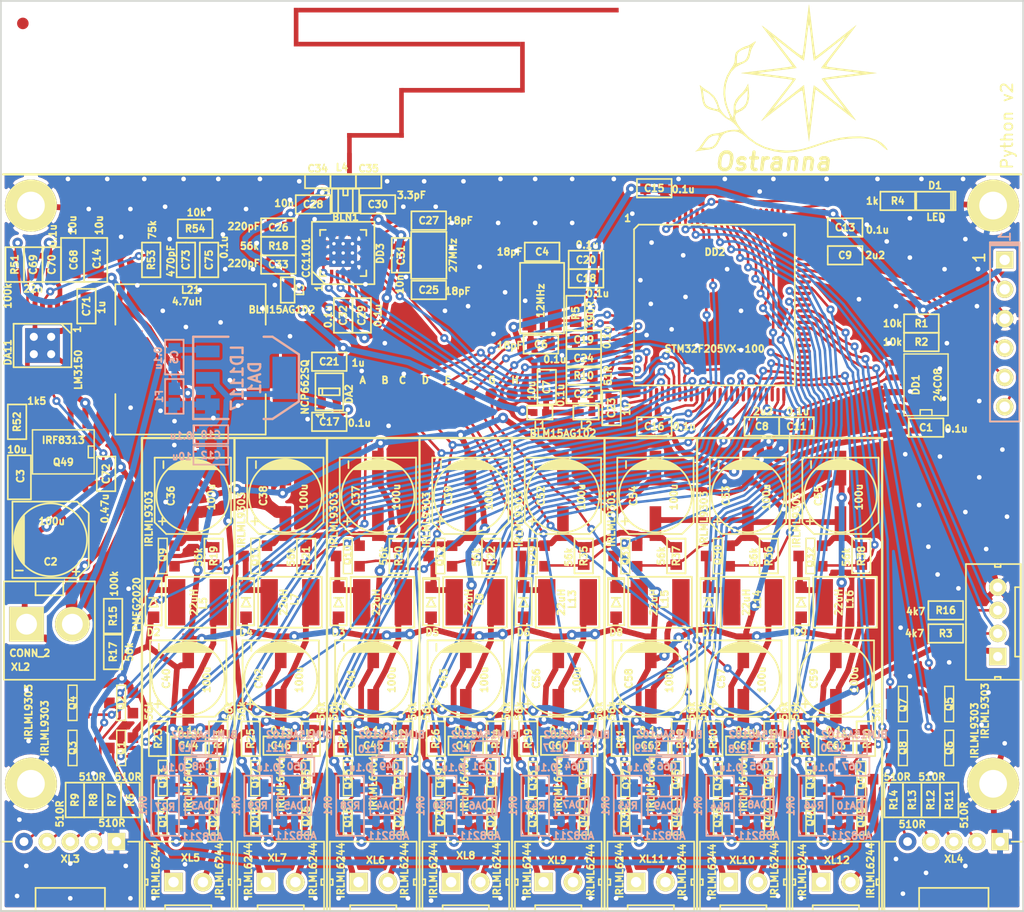
<source format=kicad_pcb>
(kicad_pcb (version 20170123) (host pcbnew "(2017-03-03 revision 68bcdec87)-makepkg")
  (layers (0 F.Cu signal) (31 B.Cu signal) (34 B.Paste user) (35 F.Paste user) (36 B.SilkS user) (37 F.SilkS user) (38 B.Mask user) (39 F.Mask user) (44 Edge.Cuts user))
  (net 0 "")
  (net 1 /ANT2)
  (net 2 /ANT1)
  (net 3 GND)
  (net 4 /RF2)
  (net 5 /RF1)
  (net 6 +BATT)
  (net 7 +5V)
  (net 8 +3.3V)
  (net 9 PwrMCU)
  (net 10 VCC)
  (net 11 /CC_CS)
  (net 12 /CC_GDO0)
  (net 13 /BAT_MEAS)
  (net 14 /CC_SCK)
  (net 15 /CC_MISO)
  (net 16 /CC_MOSI)
  (net 17 /UART_TX)
  (net 18 /UART_RX)
  (net 19 /SWDIO)
  (net 20 /SWCLK)
  (net 21 GNDPWR)
  (net 22 "Net-(C4-Pad1)")
  (net 23 "Net-(C6-Pad1)")
  (net 24 "Net-(C8-Pad1)")
  (net 25 "Net-(C9-Pad1)")
  (net 26 /VDDA)
  (net 27 /Vref+)
  (net 28 "Net-(C25-Pad1)")
  (net 29 "Net-(C27-Pad1)")
  (net 30 "Net-(C29-Pad2)")
  (net 31 /HTRA_PWR)
  (net 32 /HTRC_PWR)
  (net 33 /HTRB_PWR)
  (net 34 /HTRD_PWR)
  (net 35 "Net-(C48-Pad2)")
  (net 36 "Net-(C49-Pad2)")
  (net 37 "Net-(C50-Pad2)")
  (net 38 "Net-(C51-Pad2)")
  (net 39 /HTRE_PWR)
  (net 40 /HTRG_PWR)
  (net 41 /HTRF_PWR)
  (net 42 /HTRH_PWR)
  (net 43 "Net-(C64-Pad2)")
  (net 44 "Net-(C65-Pad2)")
  (net 45 "Net-(C66-Pad2)")
  (net 46 "Net-(C67-Pad2)")
  (net 47 "Net-(D1-PadA)")
  (net 48 "Net-(D2-PadC)")
  (net 49 "Net-(D3-PadC)")
  (net 50 "Net-(D4-PadC)")
  (net 51 "Net-(D5-PadC)")
  (net 52 "Net-(D6-PadC)")
  (net 53 "Net-(D7-PadC)")
  (net 54 "Net-(D8-PadC)")
  (net 55 "Net-(D9-PadC)")
  (net 56 /HTRA_CURR)
  (net 57 /HTRC_CURR)
  (net 58 /HTRB_CURR)
  (net 59 /HTRD_CURR)
  (net 60 /HTRE_CURR)
  (net 61 /HTRG_CURR)
  (net 62 /HTRF_CURR)
  (net 63 /HTRH_CURR)
  (net 64 /SCL_EE)
  (net 65 /SDA_EE)
  (net 66 "Net-(DD2-Pad13)")
  (net 67 /LED3_PWM_CTRL)
  (net 68 /LED4_PWM_CTRL)
  (net 69 /HTRA_DIR1)
  (net 70 /HTRA_DIR2)
  (net 71 /HTRA_PWM_CTRL)
  (net 72 /HTRB_DIR1)
  (net 73 /HTRB_PWM_CTRL)
  (net 74 /HTRB_DIR2)
  (net 75 /HTRC_PWM_CTRL)
  (net 76 /HTRD_PWM_CTRL)
  (net 77 /HTRC_DIR1)
  (net 78 /HTRC_DIR2)
  (net 79 /HTRD_DIR1)
  (net 80 /HTRD_DIR2)
  (net 81 /LED5_PWM_CTRL)
  (net 82 /LED6_PWM_CTRL)
  (net 83 /LED7_PWM_CTRL)
  (net 84 /LED8_PWM_CTRL)
  (net 85 /HTRE_PWM_CTRL)
  (net 86 /HTRF_PWM_CTRL)
  (net 87 /HTRG_PWM_CTRL)
  (net 88 /HTRH_PWM_CTRL)
  (net 89 /HTRE_DIR1)
  (net 90 /HTRE_DIR2)
  (net 91 /HTRF_DIR1)
  (net 92 /HTRF_DIR2)
  (net 93 /HTRG_DIR1)
  (net 94 /HTRG_DIR2)
  (net 95 /HTRH_DIR1)
  (net 96 /HTRH_DIR2)
  (net 97 /LED1_PWM_CTRL)
  (net 98 /LED2_PWM_CTRL)
  (net 99 /SCL_SNS)
  (net 100 /SDA_SNS)
  (net 101 /LED)
  (net 102 "Net-(DD3-Pad17)")
  (net 103 "Net-(Q1-Pad3)")
  (net 104 "Net-(Q2-Pad3)")
  (net 105 "Net-(Q3-Pad3)")
  (net 106 "Net-(Q4-Pad3)")
  (net 107 "Net-(Q5-Pad3)")
  (net 108 "Net-(Q6-Pad3)")
  (net 109 "Net-(Q7-Pad3)")
  (net 110 "Net-(Q8-Pad3)")
  (net 111 "Net-(R6-Pad1)")
  (net 112 "Net-(R7-Pad1)")
  (net 113 "Net-(R8-Pad1)")
  (net 114 "Net-(R9-Pad1)")
  (net 115 "Net-(R11-Pad1)")
  (net 116 "Net-(R12-Pad1)")
  (net 117 "Net-(R13-Pad1)")
  (net 118 "Net-(R14-Pad1)")
  (net 119 /HTRA_GND)
  (net 120 /HTRC_GND)
  (net 121 /HTRB_GND)
  (net 122 /HTRD_GND)
  (net 123 /HTRE_GND)
  (net 124 /HTRG_GND)
  (net 125 /HTRF_GND)
  (net 126 /HTRH_GND)
  (net 127 /HTRA1)
  (net 128 /HTRC1)
  (net 129 /HTRB1)
  (net 130 /HTRD1)
  (net 131 /HTRA2)
  (net 132 /HTRC2)
  (net 133 /HTRB2)
  (net 134 /HTRD2)
  (net 135 /HTRE1)
  (net 136 /HTRG1)
  (net 137 /HTRF1)
  (net 138 /HTRH1)
  (net 139 /HTRE2)
  (net 140 /HTRG2)
  (net 141 /HTRF2)
  (net 142 /HTRH2)
  (net 143 VAA)
  (net 144 "Net-(C69-Pad1)")
  (net 145 "Net-(C71-Pad1)")
  (net 146 /L1IN)
  (net 147 "Net-(C72-Pad2)")
  (net 148 "Net-(C73-Pad1)")
  (net 149 "Net-(DA11-Pad7)")
  (net 150 "Net-(DA11-Pad8)")
  (net 151 "Net-(DA11-Pad11)")
  (net 152 "Net-(DA11-Pad13)")
  (module Capacitors:SMD_D6d3 (layer F.Cu) (at 82.7 112.6)
    (fp_text reference C2 (at 0 1.9) (layer F.SilkS) (effects (font (size 0.6 0.6))))
    (fp_text value 100u (at 0.1 -1.6) (layer F.SilkS) (effects (font (size 0.6 0.6))))
    (fp_text user - (at -2.7 2.6) (layer F.SilkS) (effects (font (size 0.8 0.8))))
    (fp_text user + (at 2.2 2.7) (layer F.SilkS) (effects (font (size 0.8 0.8))))
    (pad 2 smd rect (at -2.4 0) (size 3 1) (layers F.Cu F.Paste F.Mask) (net 21 GNDPWR))
    (pad 1 smd rect (at 2.4 0) (size 3 1) (layers F.Cu F.Paste F.Mask) (net 6 +BATT))
  )
  (module Capacitors:SMD_D6d3 (layer F.Cu) (at 95 108.8 270)
    (fp_text reference C36 (at 0 1.9 270) (layer F.SilkS) (effects (font (size 0.6 0.6))))
    (fp_text value 100u (at 0.1 -1.6 270) (layer F.SilkS) (effects (font (size 0.6 0.6))))
    (fp_text user - (at -2.7 2.6 270) (layer F.SilkS) (effects (font (size 0.8 0.8))))
    (fp_text user + (at 2.2 2.7 270) (layer F.SilkS) (effects (font (size 0.8 0.8))))
    (pad 2 smd rect (at -2.4 0 270) (size 3 1) (layers F.Cu F.Paste F.Mask) (net 21 GNDPWR))
    (pad 1 smd rect (at 2.4 0 270) (size 3 1) (layers F.Cu F.Paste F.Mask) (net 143 VAA))
  )
  (module Capacitors:SMD_D6d3 (layer F.Cu) (at 111 108.8 270)
    (fp_text reference C37 (at 0 1.9 270) (layer F.SilkS) (effects (font (size 0.6 0.6))))
    (fp_text value 100u (at 0.1 -1.6 270) (layer F.SilkS) (effects (font (size 0.6 0.6))))
    (fp_text user - (at -2.7 2.6 270) (layer F.SilkS) (effects (font (size 0.8 0.8))))
    (fp_text user + (at 2.2 2.7 270) (layer F.SilkS) (effects (font (size 0.8 0.8))))
    (pad 2 smd rect (at -2.4 0 270) (size 3 1) (layers F.Cu F.Paste F.Mask) (net 21 GNDPWR))
    (pad 1 smd rect (at 2.4 0 270) (size 3 1) (layers F.Cu F.Paste F.Mask) (net 143 VAA))
  )
  (module Capacitors:SMD_D6d3 (layer F.Cu) (at 103 108.8 270)
    (fp_text reference C38 (at 0 1.9 270) (layer F.SilkS) (effects (font (size 0.6 0.6))))
    (fp_text value 100u (at 0.1 -1.6 270) (layer F.SilkS) (effects (font (size 0.6 0.6))))
    (fp_text user - (at -2.7 2.6 270) (layer F.SilkS) (effects (font (size 0.8 0.8))))
    (fp_text user + (at 2.2 2.7 270) (layer F.SilkS) (effects (font (size 0.8 0.8))))
    (pad 2 smd rect (at -2.4 0 270) (size 3 1) (layers F.Cu F.Paste F.Mask) (net 21 GNDPWR))
    (pad 1 smd rect (at 2.4 0 270) (size 3 1) (layers F.Cu F.Paste F.Mask) (net 143 VAA))
  )
  (module Capacitors:SMD_D6d3 (layer F.Cu) (at 119 108.8 270)
    (fp_text reference C39 (at 0 1.9 270) (layer F.SilkS) (effects (font (size 0.6 0.6))))
    (fp_text value 100u (at 0.1 -1.6 270) (layer F.SilkS) (effects (font (size 0.6 0.6))))
    (fp_text user - (at -2.7 2.6 270) (layer F.SilkS) (effects (font (size 0.8 0.8))))
    (fp_text user + (at 2.2 2.7 270) (layer F.SilkS) (effects (font (size 0.8 0.8))))
    (pad 2 smd rect (at -2.4 0 270) (size 3 1) (layers F.Cu F.Paste F.Mask) (net 21 GNDPWR))
    (pad 1 smd rect (at 2.4 0 270) (size 3 1) (layers F.Cu F.Paste F.Mask) (net 143 VAA))
  )
  (module Capacitors:SMD_D6d3 (layer F.Cu) (at 94.6 124.6 270)
    (fp_text reference C40 (at 0 1.9 270) (layer F.SilkS) (effects (font (size 0.6 0.6))))
    (fp_text value 100u (at 0.1 -1.6 270) (layer F.SilkS) (effects (font (size 0.6 0.6))))
    (fp_text user - (at -2.7 2.6 270) (layer F.SilkS) (effects (font (size 0.8 0.8))))
    (fp_text user + (at 2.2 2.7 270) (layer F.SilkS) (effects (font (size 0.8 0.8))))
    (pad 2 smd rect (at -2.4 0 270) (size 3 1) (layers F.Cu F.Paste F.Mask) (net 21 GNDPWR))
    (pad 1 smd rect (at 2.4 0 270) (size 3 1) (layers F.Cu F.Paste F.Mask) (net 31 /HTRA_PWR))
  )
  (module Capacitors:SMD_D6d3 (layer F.Cu) (at 110.6 124.6 270)
    (fp_text reference C41 (at 0 1.9 270) (layer F.SilkS) (effects (font (size 0.6 0.6))))
    (fp_text value 100u (at 0.1 -1.6 270) (layer F.SilkS) (effects (font (size 0.6 0.6))))
    (fp_text user - (at -2.7 2.6 270) (layer F.SilkS) (effects (font (size 0.8 0.8))))
    (fp_text user + (at 2.2 2.7 270) (layer F.SilkS) (effects (font (size 0.8 0.8))))
    (pad 2 smd rect (at -2.4 0 270) (size 3 1) (layers F.Cu F.Paste F.Mask) (net 21 GNDPWR))
    (pad 1 smd rect (at 2.4 0 270) (size 3 1) (layers F.Cu F.Paste F.Mask) (net 32 /HTRC_PWR))
  )
  (module Capacitors:SMD_D6d3 (layer F.Cu) (at 102.6 124.6 270)
    (fp_text reference C42 (at 0 1.9 270) (layer F.SilkS) (effects (font (size 0.6 0.6))))
    (fp_text value 100u (at 0.1 -1.6 270) (layer F.SilkS) (effects (font (size 0.6 0.6))))
    (fp_text user - (at -2.7 2.6 270) (layer F.SilkS) (effects (font (size 0.8 0.8))))
    (fp_text user + (at 2.2 2.7 270) (layer F.SilkS) (effects (font (size 0.8 0.8))))
    (pad 2 smd rect (at -2.4 0 270) (size 3 1) (layers F.Cu F.Paste F.Mask) (net 21 GNDPWR))
    (pad 1 smd rect (at 2.4 0 270) (size 3 1) (layers F.Cu F.Paste F.Mask) (net 33 /HTRB_PWR))
  )
  (module Capacitors:SMD_D6d3 (layer F.Cu) (at 118.6 124.6 270)
    (fp_text reference C43 (at 0 1.9 270) (layer F.SilkS) (effects (font (size 0.6 0.6))))
    (fp_text value 100u (at 0.1 -1.6 270) (layer F.SilkS) (effects (font (size 0.6 0.6))))
    (fp_text user - (at -2.7 2.6 270) (layer F.SilkS) (effects (font (size 0.8 0.8))))
    (fp_text user + (at 2.2 2.7 270) (layer F.SilkS) (effects (font (size 0.8 0.8))))
    (pad 2 smd rect (at -2.4 0 270) (size 3 1) (layers F.Cu F.Paste F.Mask) (net 21 GNDPWR))
    (pad 1 smd rect (at 2.4 0 270) (size 3 1) (layers F.Cu F.Paste F.Mask) (net 34 /HTRD_PWR))
  )
  (module Capacitors:SMD_D6d3 (layer F.Cu) (at 127 108.8 270)
    (fp_text reference C52 (at 0 1.9 270) (layer F.SilkS) (effects (font (size 0.6 0.6))))
    (fp_text value 100u (at 0.1 -1.6 270) (layer F.SilkS) (effects (font (size 0.6 0.6))))
    (fp_text user - (at -2.7 2.6 270) (layer F.SilkS) (effects (font (size 0.8 0.8))))
    (fp_text user + (at 2.2 2.7 270) (layer F.SilkS) (effects (font (size 0.8 0.8))))
    (pad 2 smd rect (at -2.4 0 270) (size 3 1) (layers F.Cu F.Paste F.Mask) (net 21 GNDPWR))
    (pad 1 smd rect (at 2.4 0 270) (size 3 1) (layers F.Cu F.Paste F.Mask) (net 143 VAA))
  )
  (module Capacitors:SMD_D6d3 (layer F.Cu) (at 143 108.8 270)
    (fp_text reference C53 (at 0 1.9 270) (layer F.SilkS) (effects (font (size 0.6 0.6))))
    (fp_text value 100u (at 0.1 -1.6 270) (layer F.SilkS) (effects (font (size 0.6 0.6))))
    (fp_text user - (at -2.7 2.6 270) (layer F.SilkS) (effects (font (size 0.8 0.8))))
    (fp_text user + (at 2.2 2.7 270) (layer F.SilkS) (effects (font (size 0.8 0.8))))
    (pad 2 smd rect (at -2.4 0 270) (size 3 1) (layers F.Cu F.Paste F.Mask) (net 21 GNDPWR))
    (pad 1 smd rect (at 2.4 0 270) (size 3 1) (layers F.Cu F.Paste F.Mask) (net 143 VAA))
  )
  (module Capacitors:SMD_D6d3 (layer F.Cu) (at 135 108.8 270)
    (fp_text reference C54 (at 0 1.9 270) (layer F.SilkS) (effects (font (size 0.6 0.6))))
    (fp_text value 100u (at 0.1 -1.6 270) (layer F.SilkS) (effects (font (size 0.6 0.6))))
    (fp_text user - (at -2.7 2.6 270) (layer F.SilkS) (effects (font (size 0.8 0.8))))
    (fp_text user + (at 2.2 2.7 270) (layer F.SilkS) (effects (font (size 0.8 0.8))))
    (pad 2 smd rect (at -2.4 0 270) (size 3 1) (layers F.Cu F.Paste F.Mask) (net 21 GNDPWR))
    (pad 1 smd rect (at 2.4 0 270) (size 3 1) (layers F.Cu F.Paste F.Mask) (net 143 VAA))
  )
  (module Capacitors:SMD_D6d3 (layer F.Cu) (at 151 108.8 270)
    (fp_text reference C55 (at 0 1.9 270) (layer F.SilkS) (effects (font (size 0.6 0.6))))
    (fp_text value 100u (at 0.1 -1.6 270) (layer F.SilkS) (effects (font (size 0.6 0.6))))
    (fp_text user - (at -2.7 2.6 270) (layer F.SilkS) (effects (font (size 0.8 0.8))))
    (fp_text user + (at 2.2 2.7 270) (layer F.SilkS) (effects (font (size 0.8 0.8))))
    (pad 2 smd rect (at -2.4 0 270) (size 3 1) (layers F.Cu F.Paste F.Mask) (net 21 GNDPWR))
    (pad 1 smd rect (at 2.4 0 270) (size 3 1) (layers F.Cu F.Paste F.Mask) (net 143 VAA))
  )
  (module Capacitors:SMD_D6d3 (layer F.Cu) (at 126.6 124.6 270)
    (fp_text reference C56 (at 0 1.9 270) (layer F.SilkS) (effects (font (size 0.6 0.6))))
    (fp_text value 100u (at 0.1 -1.6 270) (layer F.SilkS) (effects (font (size 0.6 0.6))))
    (fp_text user - (at -2.7 2.6 270) (layer F.SilkS) (effects (font (size 0.8 0.8))))
    (fp_text user + (at 2.2 2.7 270) (layer F.SilkS) (effects (font (size 0.8 0.8))))
    (pad 2 smd rect (at -2.4 0 270) (size 3 1) (layers F.Cu F.Paste F.Mask) (net 21 GNDPWR))
    (pad 1 smd rect (at 2.4 0 270) (size 3 1) (layers F.Cu F.Paste F.Mask) (net 39 /HTRE_PWR))
  )
  (module Capacitors:SMD_D6d3 (layer F.Cu) (at 142.6 124.6 270)
    (fp_text reference C57 (at 0 1.9 270) (layer F.SilkS) (effects (font (size 0.6 0.6))))
    (fp_text value 100u (at 0.1 -1.6 270) (layer F.SilkS) (effects (font (size 0.6 0.6))))
    (fp_text user - (at -2.7 2.6 270) (layer F.SilkS) (effects (font (size 0.8 0.8))))
    (fp_text user + (at 2.2 2.7 270) (layer F.SilkS) (effects (font (size 0.8 0.8))))
    (pad 2 smd rect (at -2.4 0 270) (size 3 1) (layers F.Cu F.Paste F.Mask) (net 21 GNDPWR))
    (pad 1 smd rect (at 2.4 0 270) (size 3 1) (layers F.Cu F.Paste F.Mask) (net 40 /HTRG_PWR))
  )
  (module Capacitors:SMD_D6d3 (layer F.Cu) (at 134.6 124.6 270)
    (fp_text reference C58 (at 0 1.9 270) (layer F.SilkS) (effects (font (size 0.6 0.6))))
    (fp_text value 100u (at 0.1 -1.6 270) (layer F.SilkS) (effects (font (size 0.6 0.6))))
    (fp_text user - (at -2.7 2.6 270) (layer F.SilkS) (effects (font (size 0.8 0.8))))
    (fp_text user + (at 2.2 2.7 270) (layer F.SilkS) (effects (font (size 0.8 0.8))))
    (pad 2 smd rect (at -2.4 0 270) (size 3 1) (layers F.Cu F.Paste F.Mask) (net 21 GNDPWR))
    (pad 1 smd rect (at 2.4 0 270) (size 3 1) (layers F.Cu F.Paste F.Mask) (net 41 /HTRF_PWR))
  )
  (module Capacitors:SMD_D6d3 (layer F.Cu) (at 150.6 124.6 270)
    (fp_text reference C59 (at 0 1.9 270) (layer F.SilkS) (effects (font (size 0.6 0.6))))
    (fp_text value 100u (at 0.1 -1.6 270) (layer F.SilkS) (effects (font (size 0.6 0.6))))
    (fp_text user - (at -2.7 2.6 270) (layer F.SilkS) (effects (font (size 0.8 0.8))))
    (fp_text user + (at 2.2 2.7 270) (layer F.SilkS) (effects (font (size 0.8 0.8))))
    (pad 2 smd rect (at -2.4 0 270) (size 3 1) (layers F.Cu F.Paste F.Mask) (net 21 GNDPWR))
    (pad 1 smd rect (at 2.4 0 270) (size 3 1) (layers F.Cu F.Paste F.Mask) (net 42 /HTRH_PWR))
  )
  (module PCB:TESTPOINT_1MM (layer F.Cu) (at 110 100)
    (fp_text reference TP1 hide)
    (fp_text value TESTPOINT hide)
    (pad 1 smd circle (at 0 0) (size 1 1) (layers F.Cu F.Mask) (net 56 /HTRA_CURR))
  )
  (module PCB:TESTPOINT_1MM (layer F.Cu) (at 113.6 100)
    (fp_text reference TP2 hide)
    (fp_text value TESTPOINT hide)
    (pad 1 smd circle (at 0 0) (size 1 1) (layers F.Cu F.Mask) (net 57 /HTRC_CURR))
  )
  (module PCB:TESTPOINT_1MM (layer F.Cu) (at 111.8 100)
    (fp_text reference TP3 hide)
    (fp_text value TESTPOINT hide)
    (pad 1 smd circle (at 0 0) (size 1 1) (layers F.Cu F.Mask) (net 58 /HTRB_CURR))
  )
  (module PCB:TESTPOINT_1MM (layer F.Cu) (at 115.4 100)
    (fp_text reference TP4 hide)
    (fp_text value TESTPOINT hide)
    (pad 1 smd circle (at 0 0) (size 1 1) (layers F.Cu F.Mask) (net 59 /HTRD_CURR))
  )
  (module PCB:TESTPOINT_1MM (layer F.Cu) (at 117.2 100)
    (fp_text reference TP5 hide)
    (fp_text value TESTPOINT hide)
    (pad 1 smd circle (at 0 0) (size 1 1) (layers F.Cu F.Mask) (net 60 /HTRE_CURR))
  )
  (module PCB:TESTPOINT_1MM (layer F.Cu) (at 120.8 100)
    (fp_text reference TP6 hide)
    (fp_text value TESTPOINT hide)
    (pad 1 smd circle (at 0 0) (size 1 1) (layers F.Cu F.Mask) (net 61 /HTRG_CURR))
  )
  (module PCB:TESTPOINT_1MM (layer F.Cu) (at 119 100)
    (fp_text reference TP7 hide)
    (fp_text value TESTPOINT hide)
    (pad 1 smd circle (at 0 0) (size 1 1) (layers F.Cu F.Mask) (net 62 /HTRF_CURR))
  )
  (module PCB:TESTPOINT_1MM (layer F.Cu) (at 122.6 100)
    (fp_text reference TP8 hide)
    (fp_text value TESTPOINT hide)
    (pad 1 smd circle (at 0 0) (size 1 1) (layers F.Cu F.Mask) (net 63 /HTRH_CURR))
  )
  (module Radio:ANT_868_ARMLETG (layer F.Cu) (at 117.5 81)
    (fp_text reference ANT1 hide)
    (fp_text value ANT_PCB_MONO hide)
    (pad 1 smd rect (at -3.785 -11.26) (size 19.17 0.4) (layers F.Cu) (net 1 /ANT2))
    (pad 1 smd rect (at 6 -9.265) (size 0.4 4.39) (layers F.Cu) (net 1 /ANT2))
    (pad 1 smd rect (at -4.46 -5.32) (size 0.4 4.3) (layers F.Cu) (net 1 /ANT2))
    (pad 1 smd rect (at 0.475 -14.2) (size 27.69 0.4) (layers F.Cu) (net 1 /ANT2))
    (pad 1 smd rect (at -13.57 -12.73) (size 0.4 3.34) (layers F.Cu) (net 1 /ANT2))
    (pad 1 smd rect (at 0.765 -7.27) (size 10.5 0.4) (layers F.Cu) (net 1 /ANT2))
    (pad 1 smd rect (at -6.71 -3.37) (size 4.9 0.4) (layers F.Cu) (net 1 /ANT2))
    (pad 1 smd rect (at -8.96 -1.785) (size 0.4 3.57) (layers F.Cu) (net 1 /ANT2))
  )
  (module Radio:BALUN_JOHANSON868 (layer F.Cu) (at 108.2 83.3 90)
    (fp_text reference BLN1 (at -1.4 0 180) (layer F.SilkS) (effects (font (size 0.6 0.6))))
    (fp_text value BALUN868JOHANSON hide)
    (fp_text user 1 (at 0.9 -1.7 90) (layer F.SilkS) (effects (font (size 0.6 0.6))))
    (pad 6 smd rect (at 0.65 0.7 90) (size 0.35 0.6) (layers F.Cu F.Paste F.Mask) (net 3 GND))
    (pad 5 smd rect (at 0 0.7 90) (size 0.35 0.6) (layers F.Cu F.Paste F.Mask) (net 3 GND))
    (pad 4 smd rect (at -0.65 0.7 90) (size 0.35 0.6) (layers F.Cu F.Paste F.Mask) (net 5 /RF1))
    (pad 3 smd rect (at -0.65 -0.7 90) (size 0.35 0.6) (layers F.Cu F.Paste F.Mask) (net 4 /RF2))
    (pad 2 smd rect (at 0 -0.7 90) (size 0.35 0.6) (layers F.Cu F.Paste F.Mask) (net 3 GND))
    (pad 1 smd rect (at 0.65 -0.7 90) (size 0.35 0.6) (layers F.Cu F.Paste F.Mask) (net 2 /ANT1))
  )
  (module Capacitors:CAP_0603 (layer F.Cu) (at 158.4 102.9 180)
    (fp_text reference C1 (at 0 0 180) (layer F.SilkS) (effects (font (size 0.6 0.6))))
    (fp_text value 0.1u (at -2.6 -0.1 180) (layer F.SilkS) (effects (font (size 0.6 0.6))))
    (pad 2 smd rect (at 0.762 0 180) (size 0.889 1.016) (layers F.Cu F.Paste F.Mask) (net 9 PwrMCU))
    (pad 1 smd rect (at -0.762 0 180) (size 0.889 1.016) (layers F.Cu F.Paste F.Mask) (net 3 GND))
  )
  (module Capacitors:CAP_0805 (layer F.Cu) (at 80 107.2 270)
    (fp_text reference C3 (at -0.1 -0.1 270) (layer F.SilkS) (effects (font (size 0.6 0.6))))
    (fp_text value 10u (at -2.4 0.2) (layer F.SilkS) (effects (font (size 0.6 0.6))))
    (pad 2 smd rect (at 1.016 0 270) (size 1.143 1.397) (layers F.Cu F.Paste F.Mask) (net 21 GNDPWR))
    (pad 1 smd rect (at -1.016 0 270) (size 1.143 1.397) (layers F.Cu F.Paste F.Mask) (net 6 +BATT))
  )
  (module Capacitors:CAP_0603 (layer F.Cu) (at 125.2 87.7)
    (fp_text reference C4 (at 0 0) (layer F.SilkS) (effects (font (size 0.6 0.6))))
    (fp_text value 18pF (at -2.8 0) (layer F.SilkS) (effects (font (size 0.6 0.6))))
    (pad 2 smd rect (at 0.762 0) (size 0.889 1.016) (layers F.Cu F.Paste F.Mask) (net 3 GND))
    (pad 1 smd rect (at -0.762 0) (size 0.889 1.016) (layers F.Cu F.Paste F.Mask) (net 22 "Net-(C4-Pad1)"))
  )
  (module Capacitors:CAP_0603 (layer B.Cu) (at 93.4 96.8 90)
    (fp_text reference C5 (at 0 0 90) (layer B.SilkS) (effects (font (size 0.6 0.6)) (justify mirror)))
    (fp_text value 0.1u (at -0.1 -1.4 90) (layer B.SilkS) (effects (font (size 0.6 0.6)) (justify mirror)))
    (pad 2 smd rect (at 0.762 0 90) (size 0.889 1.016) (layers B.Cu B.Paste B.Mask) (net 6 +BATT))
    (pad 1 smd rect (at -0.762 0 90) (size 0.889 1.016) (layers B.Cu B.Paste B.Mask) (net 21 GNDPWR))
  )
  (module Capacitors:CAP_0603 (layer F.Cu) (at 125.1 95.7 180)
    (fp_text reference C6 (at 0 0 180) (layer F.SilkS) (effects (font (size 0.6 0.6))))
    (fp_text value 18pF (at 2.7 -0.1 180) (layer F.SilkS) (effects (font (size 0.6 0.6))))
    (pad 2 smd rect (at 0.762 0 180) (size 0.889 1.016) (layers F.Cu F.Paste F.Mask) (net 3 GND))
    (pad 1 smd rect (at -0.762 0 180) (size 0.889 1.016) (layers F.Cu F.Paste F.Mask) (net 23 "Net-(C6-Pad1)"))
  )
  (module Capacitors:CAP_0603 (layer F.Cu) (at 125.6 99.4 270)
    (fp_text reference C7 (at 0 0 270) (layer F.SilkS) (effects (font (size 0.6 0.6))))
    (fp_text value 10u (at 0.3 1.3 270) (layer F.SilkS) (effects (font (size 0.6 0.6))))
    (pad 2 smd rect (at 0.762 0 270) (size 0.889 1.016) (layers F.Cu F.Paste F.Mask) (net 9 PwrMCU))
    (pad 1 smd rect (at -0.762 0 270) (size 0.889 1.016) (layers F.Cu F.Paste F.Mask) (net 3 GND))
  )
  (module Capacitors:CAP_0603 (layer F.Cu) (at 144.2 102.8 180)
    (fp_text reference C8 (at 0 0 180) (layer F.SilkS) (effects (font (size 0.6 0.6))))
    (fp_text value 2u2 (at -0.1 1.3 180) (layer F.SilkS) (effects (font (size 0.6 0.6))))
    (pad 2 smd rect (at 0.762 0 180) (size 0.889 1.016) (layers F.Cu F.Paste F.Mask) (net 3 GND))
    (pad 1 smd rect (at -0.762 0 180) (size 0.889 1.016) (layers F.Cu F.Paste F.Mask) (net 24 "Net-(C8-Pad1)"))
  )
  (module Capacitors:CAP_0603 (layer F.Cu) (at 151.4 88)
    (fp_text reference C9 (at 0 0) (layer F.SilkS) (effects (font (size 0.6 0.6))))
    (fp_text value 2u2 (at 2.6 0) (layer F.SilkS) (effects (font (size 0.6 0.6))))
    (pad 2 smd rect (at 0.762 0) (size 0.889 1.016) (layers F.Cu F.Paste F.Mask) (net 3 GND))
    (pad 1 smd rect (at -0.762 0) (size 0.889 1.016) (layers F.Cu F.Paste F.Mask) (net 25 "Net-(C9-Pad1)"))
  )
  (module Capacitors:CAP_0603 (layer B.Cu) (at 96.55 103.5)
    (fp_text reference C10 (at 0 0) (layer B.SilkS) (effects (font (size 0.6 0.6)) (justify mirror)))
    (fp_text value 0.1u (at -2.55 0.1) (layer B.SilkS) (effects (font (size 0.6 0.6)) (justify mirror)))
    (pad 2 smd rect (at 0.762 0) (size 0.889 1.016) (layers B.Cu B.Paste B.Mask) (net 7 +5V))
    (pad 1 smd rect (at -0.762 0) (size 0.889 1.016) (layers B.Cu B.Paste B.Mask) (net 3 GND))
  )
  (module Capacitors:CAP_0603 (layer F.Cu) (at 147.2 102.8 180)
    (fp_text reference C11 (at 0 0 180) (layer F.SilkS) (effects (font (size 0.6 0.6))))
    (fp_text value 0.1u (at -0.1 1.3 180) (layer F.SilkS) (effects (font (size 0.6 0.6))))
    (pad 2 smd rect (at 0.762 0 180) (size 0.889 1.016) (layers F.Cu F.Paste F.Mask) (net 9 PwrMCU))
    (pad 1 smd rect (at -0.762 0 180) (size 0.889 1.016) (layers F.Cu F.Paste F.Mask) (net 3 GND))
  )
  (module Capacitors:CAP_0603 (layer B.Cu) (at 96.55 105.3)
    (fp_text reference C12 (at 0 0) (layer B.SilkS) (effects (font (size 0.6 0.6)) (justify mirror)))
    (fp_text value 10u (at -2.5 0.1) (layer B.SilkS) (effects (font (size 0.6 0.6)) (justify mirror)))
    (pad 2 smd rect (at 0.762 0) (size 0.889 1.016) (layers B.Cu B.Paste B.Mask) (net 7 +5V))
    (pad 1 smd rect (at -0.762 0) (size 0.889 1.016) (layers B.Cu B.Paste B.Mask) (net 3 GND))
  )
  (module Capacitors:CAP_0603 (layer F.Cu) (at 151.4 85.6 180)
    (fp_text reference C13 (at 0 0 180) (layer F.SilkS) (effects (font (size 0.6 0.6))))
    (fp_text value 0.1u (at -2.8 -0.2 180) (layer F.SilkS) (effects (font (size 0.6 0.6))))
    (pad 2 smd rect (at 0.762 0 180) (size 0.889 1.016) (layers F.Cu F.Paste F.Mask) (net 9 PwrMCU))
    (pad 1 smd rect (at -0.762 0 180) (size 0.889 1.016) (layers F.Cu F.Paste F.Mask) (net 3 GND))
  )
  (module Capacitors:CAP_0603 (layer F.Cu) (at 134.9 82.2 180)
    (fp_text reference C15 (at 0 0 180) (layer F.SilkS) (effects (font (size 0.6 0.6))))
    (fp_text value 0.1u (at -2.5 -0.1 180) (layer F.SilkS) (effects (font (size 0.6 0.6))))
    (pad 2 smd rect (at 0.762 0 180) (size 0.889 1.016) (layers F.Cu F.Paste F.Mask) (net 9 PwrMCU))
    (pad 1 smd rect (at -0.762 0 180) (size 0.889 1.016) (layers F.Cu F.Paste F.Mask) (net 3 GND))
  )
  (module Capacitors:CAP_0603 (layer F.Cu) (at 134.9 102.8)
    (fp_text reference C16 (at 0 0) (layer F.SilkS) (effects (font (size 0.6 0.6))))
    (fp_text value 0.1u (at 2.6 0) (layer F.SilkS) (effects (font (size 0.6 0.6))))
    (pad 2 smd rect (at 0.762 0) (size 0.889 1.016) (layers F.Cu F.Paste F.Mask) (net 9 PwrMCU))
    (pad 1 smd rect (at -0.762 0) (size 0.889 1.016) (layers F.Cu F.Paste F.Mask) (net 3 GND))
  )
  (module Capacitors:CAP_0603 (layer F.Cu) (at 106.8 102.4 180)
    (fp_text reference C17 (at 0 0 180) (layer F.SilkS) (effects (font (size 0.6 0.6))))
    (fp_text value 0.1u (at -2.6 -0.1 180) (layer F.SilkS) (effects (font (size 0.6 0.6))))
    (pad 2 smd rect (at 0.762 0 180) (size 0.889 1.016) (layers F.Cu F.Paste F.Mask) (net 3 GND))
    (pad 1 smd rect (at -0.762 0 180) (size 0.889 1.016) (layers F.Cu F.Paste F.Mask) (net 7 +5V))
  )
  (module Capacitors:CAP_0603 (layer F.Cu) (at 129 90)
    (fp_text reference C18 (at 0 0) (layer F.SilkS) (effects (font (size 0.6 0.6))))
    (fp_text value 0.1u (at 1 1.3) (layer F.SilkS) (effects (font (size 0.6 0.6))))
    (pad 2 smd rect (at 0.762 0) (size 0.889 1.016) (layers F.Cu F.Paste F.Mask) (net 9 PwrMCU))
    (pad 1 smd rect (at -0.762 0) (size 0.889 1.016) (layers F.Cu F.Paste F.Mask) (net 3 GND))
  )
  (module Capacitors:CAP_0603 (layer F.Cu) (at 128.8 95.3)
    (fp_text reference C19 (at 0 0) (layer F.SilkS) (effects (font (size 0.6 0.6))))
    (fp_text value 0.1u (at 2 -0.2 90) (layer F.SilkS) (effects (font (size 0.6 0.6))))
    (pad 2 smd rect (at 0.762 0) (size 0.889 1.016) (layers F.Cu F.Paste F.Mask) (net 9 PwrMCU))
    (pad 1 smd rect (at -0.762 0) (size 0.889 1.016) (layers F.Cu F.Paste F.Mask) (net 3 GND))
  )
  (module Capacitors:CAP_0603 (layer F.Cu) (at 129 88.4)
    (fp_text reference C20 (at 0 0) (layer F.SilkS) (effects (font (size 0.6 0.6))))
    (fp_text value 0.1u (at 0.1 -1.3) (layer F.SilkS) (effects (font (size 0.6 0.6))))
    (pad 2 smd rect (at 0.762 0) (size 0.889 1.016) (layers F.Cu F.Paste F.Mask) (net 9 PwrMCU))
    (pad 1 smd rect (at -0.762 0) (size 0.889 1.016) (layers F.Cu F.Paste F.Mask) (net 3 GND))
  )
  (module Capacitors:CAP_0603 (layer F.Cu) (at 106.8 97.2 180)
    (fp_text reference C21 (at 0 0 180) (layer F.SilkS) (effects (font (size 0.6 0.6))))
    (fp_text value 1u (at -2.5 -0.1 180) (layer F.SilkS) (effects (font (size 0.6 0.6))))
    (pad 2 smd rect (at 0.762 0 180) (size 0.889 1.016) (layers F.Cu F.Paste F.Mask) (net 3 GND))
    (pad 1 smd rect (at -0.762 0 180) (size 0.889 1.016) (layers F.Cu F.Paste F.Mask) (net 8 +3.3V))
  )
  (module Capacitors:CAP_0603 (layer F.Cu) (at 128.8 100)
    (fp_text reference C22 (at 0 0) (layer F.SilkS) (effects (font (size 0.6 0.6))))
    (fp_text value 0.1u (at -2 0.1 90) (layer F.SilkS) (effects (font (size 0.6 0.6))))
    (pad 2 smd rect (at 0.762 0) (size 0.889 1.016) (layers F.Cu F.Paste F.Mask) (net 26 /VDDA))
    (pad 1 smd rect (at -0.762 0) (size 0.889 1.016) (layers F.Cu F.Paste F.Mask) (net 3 GND))
  )
  (module Capacitors:CAP_0603 (layer F.Cu) (at 131.2 101.2 90)
    (fp_text reference C23 (at 0 0 90) (layer F.SilkS) (effects (font (size 0.6 0.6))))
    (fp_text value 1u (at -0.1 1.3 90) (layer F.SilkS) (effects (font (size 0.6 0.6))))
    (pad 2 smd rect (at 0.762 0 90) (size 0.889 1.016) (layers F.Cu F.Paste F.Mask) (net 26 /VDDA))
    (pad 1 smd rect (at -0.762 0 90) (size 0.889 1.016) (layers F.Cu F.Paste F.Mask) (net 3 GND))
  )
  (module Capacitors:CAP_0603 (layer F.Cu) (at 128.8 96.9)
    (fp_text reference C24 (at 0 0) (layer F.SilkS) (effects (font (size 0.6 0.6))))
    (fp_text value 0.1u (at -2.5 0.1) (layer F.SilkS) (effects (font (size 0.6 0.6))))
    (pad 2 smd rect (at 0.762 0) (size 0.889 1.016) (layers F.Cu F.Paste F.Mask) (net 27 /Vref+))
    (pad 1 smd rect (at -0.762 0) (size 0.889 1.016) (layers F.Cu F.Paste F.Mask) (net 3 GND))
  )
  (module Capacitors:CAP_0603 (layer F.Cu) (at 115.4 91 180)
    (fp_text reference C25 (at 0 0 180) (layer F.SilkS) (effects (font (size 0.6 0.6))))
    (fp_text value 18pF (at -2.5 -0.1 180) (layer F.SilkS) (effects (font (size 0.6 0.6))))
    (pad 2 smd rect (at 0.762 0 180) (size 0.889 1.016) (layers F.Cu F.Paste F.Mask) (net 3 GND))
    (pad 1 smd rect (at -0.762 0 180) (size 0.889 1.016) (layers F.Cu F.Paste F.Mask) (net 28 "Net-(C25-Pad1)"))
  )
  (module Capacitors:CAP_0603 (layer F.Cu) (at 102.4 85.6)
    (fp_text reference C26 (at 0 0) (layer F.SilkS) (effects (font (size 0.6 0.6))))
    (fp_text value 220pF (at -3 -0.1) (layer F.SilkS) (effects (font (size 0.6 0.6))))
    (pad 2 smd rect (at 0.762 0) (size 0.889 1.016) (layers F.Cu F.Paste F.Mask) (net 10 VCC))
    (pad 1 smd rect (at -0.762 0) (size 0.889 1.016) (layers F.Cu F.Paste F.Mask) (net 3 GND))
  )
  (module Capacitors:CAP_0603 (layer F.Cu) (at 115.4 85)
    (fp_text reference C27 (at 0 0) (layer F.SilkS) (effects (font (size 0.6 0.6))))
    (fp_text value 18pF (at 2.7 0) (layer F.SilkS) (effects (font (size 0.6 0.6))))
    (pad 2 smd rect (at 0.762 0) (size 0.889 1.016) (layers F.Cu F.Paste F.Mask) (net 3 GND))
    (pad 1 smd rect (at -0.762 0) (size 0.889 1.016) (layers F.Cu F.Paste F.Mask) (net 29 "Net-(C27-Pad1)"))
  )
  (module Capacitors:CAP_0603 (layer F.Cu) (at 105.4 83.6)
    (fp_text reference C28 (at 0 0) (layer F.SilkS) (effects (font (size 0.6 0.6))))
    (fp_text value 10n (at -2.5 -0.1) (layer F.SilkS) (effects (font (size 0.6 0.6))))
    (pad 2 smd rect (at 0.762 0) (size 0.889 1.016) (layers F.Cu F.Paste F.Mask) (net 10 VCC))
    (pad 1 smd rect (at -0.762 0) (size 0.889 1.016) (layers F.Cu F.Paste F.Mask) (net 3 GND))
  )
  (module Capacitors:CAP_0603 (layer F.Cu) (at 109.6 93.2 90)
    (fp_text reference C29 (at 0 0 90) (layer F.SilkS) (effects (font (size 0.6 0.6))))
    (fp_text value 0.1u (at 0 1.4 90) (layer F.SilkS) (effects (font (size 0.6 0.6))))
    (pad 2 smd rect (at 0.762 0 90) (size 0.889 1.016) (layers F.Cu F.Paste F.Mask) (net 30 "Net-(C29-Pad2)"))
    (pad 1 smd rect (at -0.762 0 90) (size 0.889 1.016) (layers F.Cu F.Paste F.Mask) (net 3 GND))
  )
  (module Capacitors:CAP_0603 (layer F.Cu) (at 111 83.6 180)
    (fp_text reference C30 (at 0 0 180) (layer F.SilkS) (effects (font (size 0.6 0.6))))
    (fp_text value 3.3pF (at -2.9 0.8 180) (layer F.SilkS) (effects (font (size 0.6 0.6))))
    (pad 2 smd rect (at 0.762 0 180) (size 0.889 1.016) (layers F.Cu F.Paste F.Mask) (net 10 VCC))
    (pad 1 smd rect (at -0.762 0 180) (size 0.889 1.016) (layers F.Cu F.Paste F.Mask) (net 3 GND))
  )
  (module Capacitors:CAP_0603 (layer F.Cu) (at 113 88 90)
    (fp_text reference C31 (at 0 0 90) (layer F.SilkS) (effects (font (size 0.6 0.6))))
    (fp_text value 10n (at -2.5 -0.1 90) (layer F.SilkS) (effects (font (size 0.6 0.6))))
    (pad 2 smd rect (at 0.762 0 90) (size 0.889 1.016) (layers F.Cu F.Paste F.Mask) (net 10 VCC))
    (pad 1 smd rect (at -0.762 0 90) (size 0.889 1.016) (layers F.Cu F.Paste F.Mask) (net 3 GND))
  )
  (module Capacitors:CAP_0603 (layer F.Cu) (at 108 93.2 90)
    (fp_text reference C32 (at 0 0 90) (layer F.SilkS) (effects (font (size 0.6 0.6))))
    (fp_text value 0.1u (at -0.1 -1.3 90) (layer F.SilkS) (effects (font (size 0.6 0.6))))
    (pad 2 smd rect (at 0.762 0 90) (size 0.889 1.016) (layers F.Cu F.Paste F.Mask) (net 10 VCC))
    (pad 1 smd rect (at -0.762 0 90) (size 0.889 1.016) (layers F.Cu F.Paste F.Mask) (net 3 GND))
  )
  (module Capacitors:CAP_0603 (layer F.Cu) (at 102.4 88.8)
    (fp_text reference C33 (at 0 0) (layer F.SilkS) (effects (font (size 0.6 0.6))))
    (fp_text value 220pF (at -3 -0.1) (layer F.SilkS) (effects (font (size 0.6 0.6))))
    (pad 2 smd rect (at 0.762 0) (size 0.889 1.016) (layers F.Cu F.Paste F.Mask) (net 10 VCC))
    (pad 1 smd rect (at -0.762 0) (size 0.889 1.016) (layers F.Cu F.Paste F.Mask) (net 3 GND))
  )
  (module Capacitors:CAP_0402 (layer F.Cu) (at 105.8 81.6 180)
    (fp_text reference C34 (at 0 1.1 180) (layer F.SilkS) (effects (font (size 0.6 0.6))))
    (fp_text value * hide)
    (pad 2 smd rect (at 0.5 0 180) (size 0.6 0.6) (layers F.Cu F.Paste F.Mask) (net 3 GND))
    (pad 1 smd rect (at -0.5 0 180) (size 0.6 0.6) (layers F.Cu F.Paste F.Mask) (net 2 /ANT1))
  )
  (module Capacitors:CAP_0402 (layer F.Cu) (at 110.2 81.6)
    (fp_text reference C35 (at 0 -1.1) (layer F.SilkS) (effects (font (size 0.6 0.6))))
    (fp_text value * hide)
    (pad 2 smd rect (at 0.5 0) (size 0.6 0.6) (layers F.Cu F.Paste F.Mask) (net 3 GND))
    (pad 1 smd rect (at -0.5 0) (size 0.6 0.6) (layers F.Cu F.Paste F.Mask) (net 1 /ANT2))
  )
  (module Capacitors:CAP_0603 (layer F.Cu) (at 94.6 130.4 180)
    (fp_text reference C44 (at 0 0 180) (layer F.SilkS) (effects (font (size 0.6 0.6))))
    (fp_text value 0.1u (at 0 1.3 180) (layer F.SilkS) (effects (font (size 0.6 0.6))))
    (pad 2 smd rect (at 0.762 0 180) (size 0.889 1.016) (layers F.Cu F.Paste F.Mask) (net 31 /HTRA_PWR))
    (pad 1 smd rect (at -0.762 0 180) (size 0.889 1.016) (layers F.Cu F.Paste F.Mask) (net 21 GNDPWR))
  )
  (module Capacitors:CAP_0603 (layer F.Cu) (at 110.6 130.4 180)
    (fp_text reference C45 (at 0 0 180) (layer F.SilkS) (effects (font (size 0.6 0.6))))
    (fp_text value 0.1u (at -0.1 1.3 180) (layer F.SilkS) (effects (font (size 0.6 0.6))))
    (pad 2 smd rect (at 0.762 0 180) (size 0.889 1.016) (layers F.Cu F.Paste F.Mask) (net 32 /HTRC_PWR))
    (pad 1 smd rect (at -0.762 0 180) (size 0.889 1.016) (layers F.Cu F.Paste F.Mask) (net 21 GNDPWR))
  )
  (module Capacitors:CAP_0603 (layer F.Cu) (at 102.6 130.4 180)
    (fp_text reference C46 (at 0 0 180) (layer F.SilkS) (effects (font (size 0.6 0.6))))
    (fp_text value 0.1u (at -0.1 1.3 180) (layer F.SilkS) (effects (font (size 0.6 0.6))))
    (pad 2 smd rect (at 0.762 0 180) (size 0.889 1.016) (layers F.Cu F.Paste F.Mask) (net 33 /HTRB_PWR))
    (pad 1 smd rect (at -0.762 0 180) (size 0.889 1.016) (layers F.Cu F.Paste F.Mask) (net 21 GNDPWR))
  )
  (module Capacitors:CAP_0603 (layer F.Cu) (at 118.6 130.4 180)
    (fp_text reference C47 (at 0 0 180) (layer F.SilkS) (effects (font (size 0.6 0.6))))
    (fp_text value 0.1u (at 0 1.3 180) (layer F.SilkS) (effects (font (size 0.6 0.6))))
    (pad 2 smd rect (at 0.762 0 180) (size 0.889 1.016) (layers F.Cu F.Paste F.Mask) (net 34 /HTRD_PWR))
    (pad 1 smd rect (at -0.762 0 180) (size 0.889 1.016) (layers F.Cu F.Paste F.Mask) (net 21 GNDPWR))
  )
  (module Capacitors:CAP_0603 (layer B.Cu) (at 95.8 132.2)
    (fp_text reference C48 (at 0 0) (layer B.SilkS) (effects (font (size 0.6 0.6)) (justify mirror)))
    (fp_text value 0.1u (at -2.5 0.1) (layer B.SilkS) (effects (font (size 0.6 0.6)) (justify mirror)))
    (pad 2 smd rect (at 0.762 0) (size 0.889 1.016) (layers B.Cu B.Paste B.Mask) (net 35 "Net-(C48-Pad2)"))
    (pad 1 smd rect (at -0.762 0) (size 0.889 1.016) (layers B.Cu B.Paste B.Mask) (net 3 GND))
  )
  (module Capacitors:CAP_0603 (layer B.Cu) (at 112 132.2)
    (fp_text reference C49 (at 0 0) (layer B.SilkS) (effects (font (size 0.6 0.6)) (justify mirror)))
    (fp_text value 0.1u (at -2.5 0.1) (layer B.SilkS) (effects (font (size 0.6 0.6)) (justify mirror)))
    (pad 2 smd rect (at 0.762 0) (size 0.889 1.016) (layers B.Cu B.Paste B.Mask) (net 36 "Net-(C49-Pad2)"))
    (pad 1 smd rect (at -0.762 0) (size 0.889 1.016) (layers B.Cu B.Paste B.Mask) (net 3 GND))
  )
  (module Capacitors:CAP_0603 (layer B.Cu) (at 104 132.2)
    (fp_text reference C50 (at 0 0) (layer B.SilkS) (effects (font (size 0.6 0.6)) (justify mirror)))
    (fp_text value 0.1u (at -2.5 0.1) (layer B.SilkS) (effects (font (size 0.6 0.6)) (justify mirror)))
    (pad 2 smd rect (at 0.762 0) (size 0.889 1.016) (layers B.Cu B.Paste B.Mask) (net 37 "Net-(C50-Pad2)"))
    (pad 1 smd rect (at -0.762 0) (size 0.889 1.016) (layers B.Cu B.Paste B.Mask) (net 3 GND))
  )
  (module Capacitors:CAP_0603 (layer B.Cu) (at 120 132.2)
    (fp_text reference C51 (at 0 0) (layer B.SilkS) (effects (font (size 0.6 0.6)) (justify mirror)))
    (fp_text value 0.1u (at -2.5 0.1) (layer B.SilkS) (effects (font (size 0.6 0.6)) (justify mirror)))
    (pad 2 smd rect (at 0.762 0) (size 0.889 1.016) (layers B.Cu B.Paste B.Mask) (net 38 "Net-(C51-Pad2)"))
    (pad 1 smd rect (at -0.762 0) (size 0.889 1.016) (layers B.Cu B.Paste B.Mask) (net 3 GND))
  )
  (module Capacitors:CAP_0603 (layer F.Cu) (at 126.6 130.4 180)
    (fp_text reference C60 (at 0 0 180) (layer F.SilkS) (effects (font (size 0.6 0.6))))
    (fp_text value 0.1u (at -0.2 1.3 180) (layer F.SilkS) (effects (font (size 0.6 0.6))))
    (pad 2 smd rect (at 0.762 0 180) (size 0.889 1.016) (layers F.Cu F.Paste F.Mask) (net 39 /HTRE_PWR))
    (pad 1 smd rect (at -0.762 0 180) (size 0.889 1.016) (layers F.Cu F.Paste F.Mask) (net 21 GNDPWR))
  )
  (module Capacitors:CAP_0603 (layer F.Cu) (at 142.6 130.4 180)
    (fp_text reference C61 (at 0 0 180) (layer F.SilkS) (effects (font (size 0.6 0.6))))
    (fp_text value 0.1u (at -0.3 1.3 180) (layer F.SilkS) (effects (font (size 0.6 0.6))))
    (pad 2 smd rect (at 0.762 0 180) (size 0.889 1.016) (layers F.Cu F.Paste F.Mask) (net 40 /HTRG_PWR))
    (pad 1 smd rect (at -0.762 0 180) (size 0.889 1.016) (layers F.Cu F.Paste F.Mask) (net 21 GNDPWR))
  )
  (module Capacitors:CAP_0603 (layer F.Cu) (at 134.6 130.4 180)
    (fp_text reference C62 (at 0 0 180) (layer F.SilkS) (effects (font (size 0.6 0.6))))
    (fp_text value 0.1u (at 0 1.3 180) (layer F.SilkS) (effects (font (size 0.6 0.6))))
    (pad 2 smd rect (at 0.762 0 180) (size 0.889 1.016) (layers F.Cu F.Paste F.Mask) (net 41 /HTRF_PWR))
    (pad 1 smd rect (at -0.762 0 180) (size 0.889 1.016) (layers F.Cu F.Paste F.Mask) (net 21 GNDPWR))
  )
  (module Capacitors:CAP_0603 (layer F.Cu) (at 150.6 130.4 180)
    (fp_text reference C63 (at 0 0 180) (layer F.SilkS) (effects (font (size 0.6 0.6))))
    (fp_text value 0.1u (at -0.1 1.3 180) (layer F.SilkS) (effects (font (size 0.6 0.6))))
    (pad 2 smd rect (at 0.762 0 180) (size 0.889 1.016) (layers F.Cu F.Paste F.Mask) (net 42 /HTRH_PWR))
    (pad 1 smd rect (at -0.762 0 180) (size 0.889 1.016) (layers F.Cu F.Paste F.Mask) (net 21 GNDPWR))
  )
  (module Capacitors:CAP_0603 (layer B.Cu) (at 128 132.2)
    (fp_text reference C64 (at 0 0) (layer B.SilkS) (effects (font (size 0.6 0.6)) (justify mirror)))
    (fp_text value 0.1u (at -2.5 0.1) (layer B.SilkS) (effects (font (size 0.6 0.6)) (justify mirror)))
    (pad 2 smd rect (at 0.762 0) (size 0.889 1.016) (layers B.Cu B.Paste B.Mask) (net 43 "Net-(C64-Pad2)"))
    (pad 1 smd rect (at -0.762 0) (size 0.889 1.016) (layers B.Cu B.Paste B.Mask) (net 3 GND))
  )
  (module Capacitors:CAP_0603 (layer B.Cu) (at 144 132.2)
    (fp_text reference C65 (at 0 0) (layer B.SilkS) (effects (font (size 0.6 0.6)) (justify mirror)))
    (fp_text value 0.1u (at -2.5 0.1) (layer B.SilkS) (effects (font (size 0.6 0.6)) (justify mirror)))
    (pad 2 smd rect (at 0.762 0) (size 0.889 1.016) (layers B.Cu B.Paste B.Mask) (net 44 "Net-(C65-Pad2)"))
    (pad 1 smd rect (at -0.762 0) (size 0.889 1.016) (layers B.Cu B.Paste B.Mask) (net 3 GND))
  )
  (module Capacitors:CAP_0603 (layer B.Cu) (at 136 132.2)
    (fp_text reference C66 (at 0 0) (layer B.SilkS) (effects (font (size 0.6 0.6)) (justify mirror)))
    (fp_text value 0.1u (at -2.5 0.1) (layer B.SilkS) (effects (font (size 0.6 0.6)) (justify mirror)))
    (pad 2 smd rect (at 0.762 0) (size 0.889 1.016) (layers B.Cu B.Paste B.Mask) (net 45 "Net-(C66-Pad2)"))
    (pad 1 smd rect (at -0.762 0) (size 0.889 1.016) (layers B.Cu B.Paste B.Mask) (net 3 GND))
  )
  (module Capacitors:CAP_0603 (layer B.Cu) (at 152 132.2)
    (fp_text reference C67 (at 0 0) (layer B.SilkS) (effects (font (size 0.6 0.6)) (justify mirror)))
    (fp_text value 0.1u (at -2.5 0.1) (layer B.SilkS) (effects (font (size 0.6 0.6)) (justify mirror)))
    (pad 2 smd rect (at 0.762 0) (size 0.889 1.016) (layers B.Cu B.Paste B.Mask) (net 46 "Net-(C67-Pad2)"))
    (pad 1 smd rect (at -0.762 0) (size 0.889 1.016) (layers B.Cu B.Paste B.Mask) (net 3 GND))
  )
  (module LEDs:LED_0603 (layer F.Cu) (at 159.05 83.3)
    (fp_text reference D1 (at 0.127 -1.3335) (layer F.SilkS) (effects (font (size 0.6 0.6))))
    (fp_text value LED (at 0.2 1.4) (layer F.SilkS) (effects (font (size 0.6 0.6))))
    (pad C smd rect (at 0.762 0) (size 0.889 1.016) (layers F.Cu F.Paste F.Mask) (net 3 GND))
    (pad A smd rect (at -0.762 0) (size 0.889 1.016) (layers F.Cu F.Paste F.Mask) (net 47 "Net-(D1-PadA)"))
  )
  (module Diodes:SOD323 (layer F.Cu) (at 91.6 118 270)
    (fp_text reference D2 (at 2.6 0) (layer F.SilkS) (effects (font (size 0.59944 0.59944) (thickness 0.14986))))
    (fp_text value PMEG2020 (at 0.20066 1.45034 270) (layer F.SilkS) (effects (font (size 0.59944 0.59944) (thickness 0.14986))))
    (pad A smd rect (at 1.30048 0 270) (size 1.00076 1.00076) (layers F.Cu F.Paste F.Mask) (net 21 GNDPWR))
    (pad C smd rect (at -1.30048 0 270) (size 1.00076 1.00076) (layers F.Cu F.Paste F.Mask) (net 48 "Net-(D2-PadC)"))
  )
  (module Diodes:SOD323 (layer F.Cu) (at 107.6 118 270)
    (fp_text reference D3 (at 2.6 0) (layer F.SilkS) (effects (font (size 0.59944 0.59944) (thickness 0.14986))))
    (fp_text value PMEG2020 hide)
    (pad A smd rect (at 1.30048 0 270) (size 1.00076 1.00076) (layers F.Cu F.Paste F.Mask) (net 21 GNDPWR))
    (pad C smd rect (at -1.30048 0 270) (size 1.00076 1.00076) (layers F.Cu F.Paste F.Mask) (net 49 "Net-(D3-PadC)"))
  )
  (module Diodes:SOD323 (layer F.Cu) (at 99.6 118 270)
    (fp_text reference D4 (at 2.6 0) (layer F.SilkS) (effects (font (size 0.59944 0.59944) (thickness 0.14986))))
    (fp_text value PMEG2020 hide)
    (pad A smd rect (at 1.30048 0 270) (size 1.00076 1.00076) (layers F.Cu F.Paste F.Mask) (net 21 GNDPWR))
    (pad C smd rect (at -1.30048 0 270) (size 1.00076 1.00076) (layers F.Cu F.Paste F.Mask) (net 50 "Net-(D4-PadC)"))
  )
  (module Diodes:SOD323 (layer F.Cu) (at 115.6 118 270)
    (fp_text reference D5 (at 2.6 -0.1) (layer F.SilkS) (effects (font (size 0.59944 0.59944) (thickness 0.14986))))
    (fp_text value PMEG2020 hide)
    (pad A smd rect (at 1.30048 0 270) (size 1.00076 1.00076) (layers F.Cu F.Paste F.Mask) (net 21 GNDPWR))
    (pad C smd rect (at -1.30048 0 270) (size 1.00076 1.00076) (layers F.Cu F.Paste F.Mask) (net 51 "Net-(D5-PadC)"))
  )
  (module Diodes:SOD323 (layer F.Cu) (at 123.6 118 270)
    (fp_text reference D6 (at 2.6 0) (layer F.SilkS) (effects (font (size 0.59944 0.59944) (thickness 0.14986))))
    (fp_text value PMEG2020 hide)
    (pad A smd rect (at 1.30048 0 270) (size 1.00076 1.00076) (layers F.Cu F.Paste F.Mask) (net 21 GNDPWR))
    (pad C smd rect (at -1.30048 0 270) (size 1.00076 1.00076) (layers F.Cu F.Paste F.Mask) (net 52 "Net-(D6-PadC)"))
  )
  (module Diodes:SOD323 (layer F.Cu) (at 139.6 118 270)
    (fp_text reference D7 (at 2.6 0) (layer F.SilkS) (effects (font (size 0.59944 0.59944) (thickness 0.14986))))
    (fp_text value PMEG2020 hide)
    (pad A smd rect (at 1.30048 0 270) (size 1.00076 1.00076) (layers F.Cu F.Paste F.Mask) (net 21 GNDPWR))
    (pad C smd rect (at -1.30048 0 270) (size 1.00076 1.00076) (layers F.Cu F.Paste F.Mask) (net 53 "Net-(D7-PadC)"))
  )
  (module Diodes:SOD323 (layer F.Cu) (at 131.6 118 270)
    (fp_text reference D8 (at 2.6 0) (layer F.SilkS) (effects (font (size 0.59944 0.59944) (thickness 0.14986))))
    (fp_text value PMEG2020 hide)
    (pad A smd rect (at 1.30048 0 270) (size 1.00076 1.00076) (layers F.Cu F.Paste F.Mask) (net 21 GNDPWR))
    (pad C smd rect (at -1.30048 0 270) (size 1.00076 1.00076) (layers F.Cu F.Paste F.Mask) (net 54 "Net-(D8-PadC)"))
  )
  (module Diodes:SOD323 (layer F.Cu) (at 147.6 118 270)
    (fp_text reference D9 (at 2.6 0.1) (layer F.SilkS) (effects (font (size 0.59944 0.59944) (thickness 0.14986))))
    (fp_text value PMEG2020 hide)
    (pad A smd rect (at 1.30048 0 270) (size 1.00076 1.00076) (layers F.Cu F.Paste F.Mask) (net 21 GNDPWR))
    (pad C smd rect (at -1.30048 0 270) (size 1.00076 1.00076) (layers F.Cu F.Paste F.Mask) (net 55 "Net-(D9-PadC)"))
  )
  (module SOT:SOT223 (layer B.Cu) (at 99.6 98.6 90)
    (fp_text reference DA1 (at 0 0.762 90) (layer B.SilkS) (effects (font (size 1.016 1.016) (thickness 0.2032)) (justify mirror)))
    (fp_text value LD1117 (at 0 -0.762 90) (layer B.SilkS) (effects (font (size 1.016 1.016) (thickness 0.2032)) (justify mirror)))
    (pad 1 smd rect (at -2.286 -3.302 90) (size 1.016 2.032) (layers B.Cu B.Paste B.Mask) (net 3 GND))
    (pad 3 smd rect (at 2.286 -3.302 90) (size 1.016 2.032) (layers B.Cu B.Paste B.Mask) (net 6 +BATT))
    (pad 2 smd rect (at 0 -3.302 90) (size 1.016 2.032) (layers B.Cu B.Paste B.Mask) (net 7 +5V))
    (pad PAD smd rect (at 0 3.302 90) (size 3.6576 2.032) (layers B.Cu B.Paste B.Mask) (net 7 +5V))
  )
  (module SOT:SC82AB (layer F.Cu) (at 106.8 99.8 90)
    (fp_text reference DA2 (at -0.2 1.7 90) (layer F.SilkS) (effects (font (size 0.6 0.6))))
    (fp_text value NCP662SQ (at 0.4 -2.1 90) (layer F.SilkS) (effects (font (size 0.6 0.6))))
    (fp_text user 1 (at -2 -0.8 90) (layer F.SilkS) (effects (font (size 0.6 0.6))))
    (pad 4 smd oval (at 0.94996 -0.65024 90) (size 0.89916 0.70104) (layers F.Cu F.Paste F.Mask) (net 7 +5V))
    (pad 3 smd oval (at 0.94996 0.65024 90) (size 0.89916 0.70104) (layers F.Cu F.Paste F.Mask) (net 8 +3.3V))
    (pad 2 smd oval (at -0.94996 0.65024 90) (size 0.89916 0.70104) (layers F.Cu F.Paste F.Mask) (net 7 +5V))
    (pad 1 smd rect (at -0.94996 -0.65024 90) (size 0.89916 0.70104) (layers F.Cu F.Paste F.Mask) (net 3 GND))
  )
  (module SOT:SOT23-5 (layer B.Cu) (at 95.8 135.6 180)
    (fp_text reference DA3 (at 0.1 0 180) (layer B.SilkS) (effects (font (size 0.6 0.6)) (justify mirror)))
    (fp_text value AD8211 (at 0 -2.7 180) (layer B.SilkS) (effects (font (size 0.635 0.635) (thickness 0.14986)) (justify mirror)))
    (pad 5 smd oval (at -0.95 1.3 180) (size 0.635 1.1) (layers B.Cu B.Paste B.Mask) (net 35 "Net-(C48-Pad2)"))
    (pad 4 smd oval (at 0.95 1.3 180) (size 0.635 1.1) (layers B.Cu B.Paste B.Mask) (net 21 GNDPWR))
    (pad 3 smd oval (at 0.95 -1.3 180) (size 0.635 1.1) (layers B.Cu B.Paste B.Mask) (net 119 /HTRA_GND))
    (pad 2 smd oval (at 0 -1.3 180) (size 0.635 1.1) (layers B.Cu B.Paste B.Mask) (net 3 GND))
    (pad 1 smd rect (at -0.95 -1.3 180) (size 0.635 1.1) (layers B.Cu B.Paste B.Mask) (net 56 /HTRA_CURR))
  )
  (module SOT:SOT23-5 (layer B.Cu) (at 111.8 135.6 180)
    (fp_text reference DA4 (at 0.1 0 180) (layer B.SilkS) (effects (font (size 0.6 0.6)) (justify mirror)))
    (fp_text value AD8211 (at -0.1 -2.6 180) (layer B.SilkS) (effects (font (size 0.635 0.635) (thickness 0.14986)) (justify mirror)))
    (pad 5 smd oval (at -0.95 1.3 180) (size 0.635 1.1) (layers B.Cu B.Paste B.Mask) (net 36 "Net-(C49-Pad2)"))
    (pad 4 smd oval (at 0.95 1.3 180) (size 0.635 1.1) (layers B.Cu B.Paste B.Mask) (net 21 GNDPWR))
    (pad 3 smd oval (at 0.95 -1.3 180) (size 0.635 1.1) (layers B.Cu B.Paste B.Mask) (net 120 /HTRC_GND))
    (pad 2 smd oval (at 0 -1.3 180) (size 0.635 1.1) (layers B.Cu B.Paste B.Mask) (net 3 GND))
    (pad 1 smd rect (at -0.95 -1.3 180) (size 0.635 1.1) (layers B.Cu B.Paste B.Mask) (net 57 /HTRC_CURR))
  )
  (module SOT:SOT23-5 (layer B.Cu) (at 103.8 135.6 180)
    (fp_text reference DA5 (at 0.1 0 180) (layer B.SilkS) (effects (font (size 0.6 0.6)) (justify mirror)))
    (fp_text value AD8211 (at -0.1 -2.6 180) (layer B.SilkS) (effects (font (size 0.635 0.635) (thickness 0.14986)) (justify mirror)))
    (pad 5 smd oval (at -0.95 1.3 180) (size 0.635 1.1) (layers B.Cu B.Paste B.Mask) (net 37 "Net-(C50-Pad2)"))
    (pad 4 smd oval (at 0.95 1.3 180) (size 0.635 1.1) (layers B.Cu B.Paste B.Mask) (net 21 GNDPWR))
    (pad 3 smd oval (at 0.95 -1.3 180) (size 0.635 1.1) (layers B.Cu B.Paste B.Mask) (net 121 /HTRB_GND))
    (pad 2 smd oval (at 0 -1.3 180) (size 0.635 1.1) (layers B.Cu B.Paste B.Mask) (net 3 GND))
    (pad 1 smd rect (at -0.95 -1.3 180) (size 0.635 1.1) (layers B.Cu B.Paste B.Mask) (net 58 /HTRB_CURR))
  )
  (module SOT:SOT23-5 (layer B.Cu) (at 119.8 135.6 180)
    (fp_text reference DA6 (at 0.1 0 180) (layer B.SilkS) (effects (font (size 0.6 0.6)) (justify mirror)))
    (fp_text value AD8211 (at 0 -2.6 180) (layer B.SilkS) (effects (font (size 0.635 0.635) (thickness 0.14986)) (justify mirror)))
    (pad 5 smd oval (at -0.95 1.3 180) (size 0.635 1.1) (layers B.Cu B.Paste B.Mask) (net 38 "Net-(C51-Pad2)"))
    (pad 4 smd oval (at 0.95 1.3 180) (size 0.635 1.1) (layers B.Cu B.Paste B.Mask) (net 21 GNDPWR))
    (pad 3 smd oval (at 0.95 -1.3 180) (size 0.635 1.1) (layers B.Cu B.Paste B.Mask) (net 122 /HTRD_GND))
    (pad 2 smd oval (at 0 -1.3 180) (size 0.635 1.1) (layers B.Cu B.Paste B.Mask) (net 3 GND))
    (pad 1 smd rect (at -0.95 -1.3 180) (size 0.635 1.1) (layers B.Cu B.Paste B.Mask) (net 59 /HTRD_CURR))
  )
  (module SOT:SOT23-5 (layer B.Cu) (at 127.8 135.6 180)
    (fp_text reference DA7 (at 0 0.1 180) (layer B.SilkS) (effects (font (size 0.6 0.6)) (justify mirror)))
    (fp_text value AD8211 (at -0.1 -2.6 180) (layer B.SilkS) (effects (font (size 0.635 0.635) (thickness 0.14986)) (justify mirror)))
    (pad 5 smd oval (at -0.95 1.3 180) (size 0.635 1.1) (layers B.Cu B.Paste B.Mask) (net 43 "Net-(C64-Pad2)"))
    (pad 4 smd oval (at 0.95 1.3 180) (size 0.635 1.1) (layers B.Cu B.Paste B.Mask) (net 21 GNDPWR))
    (pad 3 smd oval (at 0.95 -1.3 180) (size 0.635 1.1) (layers B.Cu B.Paste B.Mask) (net 123 /HTRE_GND))
    (pad 2 smd oval (at 0 -1.3 180) (size 0.635 1.1) (layers B.Cu B.Paste B.Mask) (net 3 GND))
    (pad 1 smd rect (at -0.95 -1.3 180) (size 0.635 1.1) (layers B.Cu B.Paste B.Mask) (net 60 /HTRE_CURR))
  )
  (module SOT:SOT23-5 (layer B.Cu) (at 143.8 135.6 180)
    (fp_text reference DA8 (at 0 0.1 180) (layer B.SilkS) (effects (font (size 0.6 0.6)) (justify mirror)))
    (fp_text value AD8211 (at -0.1 -2.6 180) (layer B.SilkS) (effects (font (size 0.635 0.635) (thickness 0.14986)) (justify mirror)))
    (pad 5 smd oval (at -0.95 1.3 180) (size 0.635 1.1) (layers B.Cu B.Paste B.Mask) (net 44 "Net-(C65-Pad2)"))
    (pad 4 smd oval (at 0.95 1.3 180) (size 0.635 1.1) (layers B.Cu B.Paste B.Mask) (net 21 GNDPWR))
    (pad 3 smd oval (at 0.95 -1.3 180) (size 0.635 1.1) (layers B.Cu B.Paste B.Mask) (net 124 /HTRG_GND))
    (pad 2 smd oval (at 0 -1.3 180) (size 0.635 1.1) (layers B.Cu B.Paste B.Mask) (net 3 GND))
    (pad 1 smd rect (at -0.95 -1.3 180) (size 0.635 1.1) (layers B.Cu B.Paste B.Mask) (net 61 /HTRG_CURR))
  )
  (module SOT:SOT23-5 (layer B.Cu) (at 135.8 135.6 180)
    (fp_text reference DA9 (at 0.1 0 180) (layer B.SilkS) (effects (font (size 0.6 0.6)) (justify mirror)))
    (fp_text value AD8211 (at 0 -2.6 180) (layer B.SilkS) (effects (font (size 0.635 0.635) (thickness 0.14986)) (justify mirror)))
    (pad 5 smd oval (at -0.95 1.3 180) (size 0.635 1.1) (layers B.Cu B.Paste B.Mask) (net 45 "Net-(C66-Pad2)"))
    (pad 4 smd oval (at 0.95 1.3 180) (size 0.635 1.1) (layers B.Cu B.Paste B.Mask) (net 21 GNDPWR))
    (pad 3 smd oval (at 0.95 -1.3 180) (size 0.635 1.1) (layers B.Cu B.Paste B.Mask) (net 125 /HTRF_GND))
    (pad 2 smd oval (at 0 -1.3 180) (size 0.635 1.1) (layers B.Cu B.Paste B.Mask) (net 3 GND))
    (pad 1 smd rect (at -0.95 -1.3 180) (size 0.635 1.1) (layers B.Cu B.Paste B.Mask) (net 62 /HTRF_CURR))
  )
  (module SOT:SOT23-5 (layer B.Cu) (at 151.8 135.6 180)
    (fp_text reference DA10 (at 0 0 180) (layer B.SilkS) (effects (font (size 0.6 0.6)) (justify mirror)))
    (fp_text value AD8211 (at -0.1 -2.6 180) (layer B.SilkS) (effects (font (size 0.635 0.635) (thickness 0.14986)) (justify mirror)))
    (pad 5 smd oval (at -0.95 1.3 180) (size 0.635 1.1) (layers B.Cu B.Paste B.Mask) (net 46 "Net-(C67-Pad2)"))
    (pad 4 smd oval (at 0.95 1.3 180) (size 0.635 1.1) (layers B.Cu B.Paste B.Mask) (net 21 GNDPWR))
    (pad 3 smd oval (at 0.95 -1.3 180) (size 0.635 1.1) (layers B.Cu B.Paste B.Mask) (net 126 /HTRH_GND))
    (pad 2 smd oval (at 0 -1.3 180) (size 0.635 1.1) (layers B.Cu B.Paste B.Mask) (net 3 GND))
    (pad 1 smd rect (at -0.95 -1.3 180) (size 0.635 1.1) (layers B.Cu B.Paste B.Mask) (net 63 /HTRH_CURR))
  )
  (module SO_DIL_TSSOP:SO8_150MIL (layer F.Cu) (at 158.4 99.2 90)
    (fp_text reference DD1 (at 0 -0.889 90) (layer F.SilkS) (effects (font (size 0.6 0.6))))
    (fp_text value 24C08 (at 0 1.016 90) (layer F.SilkS) (effects (font (size 0.6 0.6))))
    (pad 4 smd oval (at 1.905 2.794 90) (size 0.508 1.50114) (layers F.Cu F.Paste F.Mask) (net 3 GND))
    (pad 3 smd oval (at 0.635 2.794 90) (size 0.508 1.50114) (layers F.Cu F.Paste F.Mask) (net 3 GND))
    (pad 2 smd oval (at -0.635 2.794 90) (size 0.508 1.50114) (layers F.Cu F.Paste F.Mask) (net 3 GND))
    (pad 5 smd oval (at 1.905 -2.794 90) (size 0.508 1.50114) (layers F.Cu F.Paste F.Mask) (net 65 /SDA_EE))
    (pad 6 smd oval (at 0.635 -2.794 90) (size 0.508 1.50114) (layers F.Cu F.Paste F.Mask) (net 64 /SCL_EE))
    (pad 7 smd oval (at -0.635 -2.794 90) (size 0.508 1.50114) (layers F.Cu F.Paste F.Mask) (net 3 GND))
    (pad 1 smd rect (at -1.905 2.794 90) (size 0.508 1.50114) (layers F.Cu F.Paste F.Mask) (net 3 GND))
    (pad 8 smd oval (at -1.905 -2.794 90) (size 0.508 1.50114) (layers F.Cu F.Paste F.Mask) (net 9 PwrMCU))
  )
  (module LQFP_TQFP:LQFP100 (layer F.Cu) (at 140.1 92.3)
    (fp_text reference DD2 (at 0.04 -4.58) (layer F.SilkS) (effects (font (size 0.6 0.6))))
    (fp_text value STM32F205VX-100 (at 0.02 3.79) (layer F.SilkS) (effects (font (size 0.6 0.6))))
    (fp_text user 1 (at -7.5 -7.5) (layer F.SilkS) (effects (font (size 0.6 0.6))))
    (pad 100 smd oval (at -6 -7.75 90) (size 1.2 0.28) (layers F.Cu F.Paste F.Mask) (net 9 PwrMCU))
    (pad 99 smd oval (at -5.5 -7.75 90) (size 1.2 0.28) (layers F.Cu F.Paste F.Mask))
    (pad 98 smd oval (at -5 -7.75 90) (size 1.2 0.28) (layers F.Cu F.Paste F.Mask))
    (pad 97 smd oval (at -4.5 -7.75 90) (size 1.2 0.28) (layers F.Cu F.Paste F.Mask))
    (pad 96 smd oval (at -4 -7.75 90) (size 1.2 0.28) (layers F.Cu F.Paste F.Mask) (net 101 /LED))
    (pad 95 smd oval (at -3.5 -7.75 90) (size 1.2 0.28) (layers F.Cu F.Paste F.Mask))
    (pad 94 smd oval (at -3 -7.75 90) (size 1.2 0.28) (layers F.Cu F.Paste F.Mask) (net 3 GND))
    (pad 93 smd oval (at -2.5 -7.75 90) (size 1.2 0.28) (layers F.Cu F.Paste F.Mask) (net 100 /SDA_SNS))
    (pad 92 smd oval (at -2 -7.75 90) (size 1.2 0.28) (layers F.Cu F.Paste F.Mask) (net 99 /SCL_SNS))
    (pad 91 smd oval (at -1.5 -7.75 90) (size 1.2 0.28) (layers F.Cu F.Paste F.Mask) (net 98 /LED2_PWM_CTRL))
    (pad 90 smd oval (at -1 -7.75 90) (size 1.2 0.28) (layers F.Cu F.Paste F.Mask) (net 97 /LED1_PWM_CTRL))
    (pad 89 smd oval (at -0.5 -7.75 90) (size 1.2 0.28) (layers F.Cu F.Paste F.Mask))
    (pad 88 smd oval (at 0 -7.75 90) (size 1.2 0.28) (layers F.Cu F.Paste F.Mask) (net 96 /HTRH_DIR2))
    (pad 87 smd oval (at 0.5 -7.75 90) (size 1.2 0.28) (layers F.Cu F.Paste F.Mask) (net 95 /HTRH_DIR1))
    (pad 86 smd oval (at 1 -7.75 90) (size 1.2 0.28) (layers F.Cu F.Paste F.Mask) (net 94 /HTRG_DIR2))
    (pad 85 smd oval (at 1.5 -7.75 90) (size 1.2 0.28) (layers F.Cu F.Paste F.Mask) (net 93 /HTRG_DIR1))
    (pad 84 smd oval (at 2 -7.75 90) (size 1.2 0.28) (layers F.Cu F.Paste F.Mask) (net 92 /HTRF_DIR2))
    (pad 83 smd oval (at 2.5 -7.75 90) (size 1.2 0.28) (layers F.Cu F.Paste F.Mask) (net 91 /HTRF_DIR1))
    (pad 82 smd oval (at 3 -7.75 90) (size 1.2 0.28) (layers F.Cu F.Paste F.Mask) (net 90 /HTRE_DIR2))
    (pad 81 smd oval (at 3.5 -7.75 90) (size 1.2 0.28) (layers F.Cu F.Paste F.Mask) (net 89 /HTRE_DIR1))
    (pad 80 smd oval (at 4 -7.75 90) (size 1.2 0.28) (layers F.Cu F.Paste F.Mask))
    (pad 79 smd oval (at 4.5 -7.75 90) (size 1.2 0.28) (layers F.Cu F.Paste F.Mask))
    (pad 78 smd oval (at 5 -7.75 90) (size 1.2 0.28) (layers F.Cu F.Paste F.Mask))
    (pad 77 smd oval (at 5.5 -7.75 90) (size 1.2 0.28) (layers F.Cu F.Paste F.Mask))
    (pad 76 smd oval (at 6 -7.75 90) (size 1.2 0.28) (layers F.Cu F.Paste F.Mask) (net 20 /SWCLK))
    (pad 75 smd oval (at 7.75 -6) (size 1.2 0.28) (layers F.Cu F.Paste F.Mask) (net 9 PwrMCU))
    (pad 74 smd oval (at 7.75 -5.5) (size 1.2 0.28) (layers F.Cu F.Paste F.Mask) (net 3 GND))
    (pad 73 smd oval (at 7.75 -5) (size 1.2 0.28) (layers F.Cu F.Paste F.Mask) (net 25 "Net-(C9-Pad1)"))
    (pad 72 smd oval (at 7.75 -4.5) (size 1.2 0.28) (layers F.Cu F.Paste F.Mask) (net 19 /SWDIO))
    (pad 71 smd oval (at 7.75 -4) (size 1.2 0.28) (layers F.Cu F.Paste F.Mask))
    (pad 70 smd oval (at 7.75 -3.5) (size 1.2 0.28) (layers F.Cu F.Paste F.Mask))
    (pad 69 smd oval (at 7.75 -3) (size 1.2 0.28) (layers F.Cu F.Paste F.Mask) (net 18 /UART_RX))
    (pad 68 smd oval (at 7.75 -2.5) (size 1.2 0.28) (layers F.Cu F.Paste F.Mask) (net 17 /UART_TX))
    (pad 67 smd oval (at 7.75 -2) (size 1.2 0.28) (layers F.Cu F.Paste F.Mask))
    (pad 66 smd oval (at 7.75 -1.5) (size 1.2 0.28) (layers F.Cu F.Paste F.Mask) (net 88 /HTRH_PWM_CTRL))
    (pad 65 smd oval (at 7.75 -1) (size 1.2 0.28) (layers F.Cu F.Paste F.Mask) (net 87 /HTRG_PWM_CTRL))
    (pad 64 smd oval (at 7.75 -0.5) (size 1.2 0.28) (layers F.Cu F.Paste F.Mask) (net 86 /HTRF_PWM_CTRL))
    (pad 63 smd oval (at 7.75 0) (size 1.2 0.28) (layers F.Cu F.Paste F.Mask) (net 85 /HTRE_PWM_CTRL))
    (pad 62 smd oval (at 7.75 0.5) (size 1.2 0.28) (layers F.Cu F.Paste F.Mask) (net 84 /LED8_PWM_CTRL))
    (pad 61 smd oval (at 7.75 1) (size 1.2 0.28) (layers F.Cu F.Paste F.Mask) (net 83 /LED7_PWM_CTRL))
    (pad 60 smd oval (at 7.75 1.5) (size 1.2 0.28) (layers F.Cu F.Paste F.Mask) (net 82 /LED6_PWM_CTRL))
    (pad 59 smd oval (at 7.75 2) (size 1.2 0.28) (layers F.Cu F.Paste F.Mask) (net 81 /LED5_PWM_CTRL))
    (pad 58 smd oval (at 7.75 2.5) (size 1.2 0.28) (layers F.Cu F.Paste F.Mask))
    (pad 57 smd oval (at 7.75 3) (size 1.2 0.28) (layers F.Cu F.Paste F.Mask))
    (pad 56 smd oval (at 7.75 3.5) (size 1.2 0.28) (layers F.Cu F.Paste F.Mask))
    (pad 55 smd oval (at 7.75 4) (size 1.2 0.28) (layers F.Cu F.Paste F.Mask))
    (pad 54 smd oval (at 7.75 4.5) (size 1.2 0.28) (layers F.Cu F.Paste F.Mask))
    (pad 53 smd oval (at 7.75 5) (size 1.2 0.28) (layers F.Cu F.Paste F.Mask) (net 80 /HTRD_DIR2))
    (pad 52 smd oval (at 7.75 5.5) (size 1.2 0.28) (layers F.Cu F.Paste F.Mask) (net 79 /HTRD_DIR1))
    (pad 51 smd oval (at 7.75 6) (size 1.2 0.28) (layers F.Cu F.Paste F.Mask) (net 78 /HTRC_DIR2))
    (pad 50 smd oval (at 6 7.75 90) (size 1.2 0.28) (layers F.Cu F.Paste F.Mask) (net 9 PwrMCU))
    (pad 49 smd oval (at 5.5 7.75 90) (size 1.2 0.28) (layers F.Cu F.Paste F.Mask) (net 24 "Net-(C8-Pad1)"))
    (pad 48 smd oval (at 5 7.75 90) (size 1.2 0.28) (layers F.Cu F.Paste F.Mask) (net 65 /SDA_EE))
    (pad 47 smd oval (at 4.5 7.75 90) (size 1.2 0.28) (layers F.Cu F.Paste F.Mask) (net 64 /SCL_EE))
    (pad 46 smd oval (at 4 7.75 90) (size 1.2 0.28) (layers F.Cu F.Paste F.Mask) (net 77 /HTRC_DIR1))
    (pad 45 smd oval (at 3.5 7.75 90) (size 1.2 0.28) (layers F.Cu F.Paste F.Mask) (net 76 /HTRD_PWM_CTRL))
    (pad 44 smd oval (at 3 7.75 90) (size 1.2 0.28) (layers F.Cu F.Paste F.Mask) (net 75 /HTRC_PWM_CTRL))
    (pad 43 smd oval (at 2.5 7.75 90) (size 1.2 0.28) (layers F.Cu F.Paste F.Mask) (net 74 /HTRB_DIR2))
    (pad 42 smd oval (at 2 7.75 90) (size 1.2 0.28) (layers F.Cu F.Paste F.Mask) (net 73 /HTRB_PWM_CTRL))
    (pad 41 smd oval (at 1.5 7.75 90) (size 1.2 0.28) (layers F.Cu F.Paste F.Mask) (net 72 /HTRB_DIR1))
    (pad 40 smd oval (at 1 7.75 90) (size 1.2 0.28) (layers F.Cu F.Paste F.Mask) (net 71 /HTRA_PWM_CTRL))
    (pad 39 smd oval (at 0.5 7.75 90) (size 1.2 0.28) (layers F.Cu F.Paste F.Mask) (net 70 /HTRA_DIR2))
    (pad 38 smd oval (at 0 7.75 90) (size 1.2 0.28) (layers F.Cu F.Paste F.Mask) (net 69 /HTRA_DIR1))
    (pad 37 smd oval (at -0.5 7.75 90) (size 1.2 0.28) (layers F.Cu F.Paste F.Mask))
    (pad 36 smd oval (at -1 7.75 90) (size 1.2 0.28) (layers F.Cu F.Paste F.Mask) (net 68 /LED4_PWM_CTRL))
    (pad 35 smd oval (at -1.5 7.75 90) (size 1.2 0.28) (layers F.Cu F.Paste F.Mask) (net 67 /LED3_PWM_CTRL))
    (pad 34 smd oval (at -2 7.75 90) (size 1.2 0.28) (layers F.Cu F.Paste F.Mask) (net 13 /BAT_MEAS))
    (pad 33 smd oval (at -2.5 7.75 90) (size 1.2 0.28) (layers F.Cu F.Paste F.Mask) (net 63 /HTRH_CURR))
    (pad 32 smd oval (at -3 7.75 90) (size 1.2 0.28) (layers F.Cu F.Paste F.Mask) (net 16 /CC_MOSI))
    (pad 31 smd oval (at -3.5 7.75 90) (size 1.2 0.28) (layers F.Cu F.Paste F.Mask) (net 15 /CC_MISO))
    (pad 30 smd oval (at -4 7.75 90) (size 1.2 0.28) (layers F.Cu F.Paste F.Mask) (net 14 /CC_SCK))
    (pad 29 smd oval (at -4.5 7.75 90) (size 1.2 0.28) (layers F.Cu F.Paste F.Mask) (net 57 /HTRC_CURR))
    (pad 28 smd oval (at -5 7.75 90) (size 1.2 0.28) (layers F.Cu F.Paste F.Mask) (net 9 PwrMCU))
    (pad 27 smd oval (at -5.5 7.75 90) (size 1.2 0.28) (layers F.Cu F.Paste F.Mask) (net 3 GND))
    (pad 26 smd oval (at -6 7.75 90) (size 1.2 0.28) (layers F.Cu F.Paste F.Mask) (net 58 /HTRB_CURR))
    (pad 25 smd oval (at -7.75 6) (size 1.2 0.28) (layers F.Cu F.Paste F.Mask) (net 56 /HTRA_CURR))
    (pad 24 smd oval (at -7.75 5.5) (size 1.2 0.28) (layers F.Cu F.Paste F.Mask) (net 11 /CC_CS))
    (pad 23 smd oval (at -7.75 5) (size 1.2 0.28) (layers F.Cu F.Paste F.Mask) (net 12 /CC_GDO0))
    (pad 22 smd oval (at -7.75 4.5) (size 1.2 0.28) (layers F.Cu F.Paste F.Mask) (net 26 /VDDA))
    (pad 21 smd oval (at -7.75 4) (size 1.2 0.28) (layers F.Cu F.Paste F.Mask) (net 27 /Vref+))
    (pad 20 smd oval (at -7.75 3.5) (size 1.2 0.28) (layers F.Cu F.Paste F.Mask) (net 3 GND))
    (pad 19 smd oval (at -7.75 3) (size 1.2 0.28) (layers F.Cu F.Paste F.Mask) (net 9 PwrMCU))
    (pad 18 smd oval (at -7.75 2.5) (size 1.2 0.28) (layers F.Cu F.Paste F.Mask) (net 61 /HTRG_CURR))
    (pad 17 smd oval (at -7.75 2) (size 1.2 0.28) (layers F.Cu F.Paste F.Mask) (net 62 /HTRF_CURR))
    (pad 16 smd oval (at -7.75 1.5) (size 1.2 0.28) (layers F.Cu F.Paste F.Mask) (net 60 /HTRE_CURR))
    (pad 15 smd oval (at -7.75 1) (size 1.2 0.28) (layers F.Cu F.Paste F.Mask) (net 59 /HTRD_CURR))
    (pad 14 smd oval (at -7.75 0.5) (size 1.2 0.28) (layers F.Cu F.Paste F.Mask))
    (pad 13 smd oval (at -7.75 0) (size 1.2 0.28) (layers F.Cu F.Paste F.Mask) (net 66 "Net-(DD2-Pad13)"))
    (pad 12 smd oval (at -7.75 -0.5) (size 1.2 0.28) (layers F.Cu F.Paste F.Mask) (net 22 "Net-(C4-Pad1)"))
    (pad 11 smd oval (at -7.75 -1) (size 1.2 0.28) (layers F.Cu F.Paste F.Mask) (net 9 PwrMCU))
    (pad 10 smd oval (at -7.75 -1.5) (size 1.2 0.28) (layers F.Cu F.Paste F.Mask) (net 3 GND))
    (pad 9 smd oval (at -7.75 -2) (size 1.2 0.28) (layers F.Cu F.Paste F.Mask))
    (pad 8 smd oval (at -7.75 -2.5) (size 1.2 0.28) (layers F.Cu F.Paste F.Mask))
    (pad 7 smd oval (at -7.75 -3) (size 1.2 0.28) (layers F.Cu F.Paste F.Mask))
    (pad 6 smd oval (at -7.75 -3.5) (size 1.2 0.28) (layers F.Cu F.Paste F.Mask) (net 9 PwrMCU))
    (pad 5 smd oval (at -7.75 -4) (size 1.2 0.28) (layers F.Cu F.Paste F.Mask))
    (pad 4 smd oval (at -7.75 -4.5) (size 1.2 0.28) (layers F.Cu F.Paste F.Mask))
    (pad 3 smd oval (at -7.75 -5) (size 1.2 0.28) (layers F.Cu F.Paste F.Mask))
    (pad 2 smd oval (at -7.75 -5.5) (size 1.2 0.28) (layers F.Cu F.Paste F.Mask))
    (pad 1 smd rect (at -7.75 -6) (size 1.2 0.28) (layers F.Cu F.Paste F.Mask))
  )
  (module QFN_DFN:QFN20 (layer F.Cu) (at 108 87.8 90)
    (fp_text reference DD3 (at -0.05 3.2 90) (layer F.SilkS) (effects (font (size 0.6 0.6))))
    (fp_text value CC1101 (at -0.4 -3.2 90) (layer F.SilkS) (effects (font (size 0.6 0.6))))
    (fp_text user 1 (at -3.04 -2.1 90) (layer F.SilkS) (effects (font (size 0.6 0.6))))
    (pad PAD thru_hole rect (at 0.8 0.8 90) (size 0.8 0.8) (drill 0.3) (layers *.Cu F.Paste F.Mask) (net 3 GND))
    (pad PAD thru_hole rect (at 0 0.8 90) (size 0.8 0.8) (drill 0.3) (layers *.Cu F.Mask) (net 3 GND))
    (pad PAD thru_hole rect (at -0.8 0.8 90) (size 0.8 0.8) (drill 0.3) (layers *.Cu F.Paste F.Mask) (net 3 GND))
    (pad PAD thru_hole rect (at -0.8 0 90) (size 0.8 0.8) (drill 0.3) (layers *.Cu F.Mask) (net 3 GND))
    (pad PAD thru_hole rect (at -0.8 -0.8 90) (size 0.8 0.8) (drill 0.3) (layers *.Cu F.Paste F.Mask) (net 3 GND))
    (pad PAD thru_hole rect (at 0.8 -0.8 90) (size 0.8 0.8) (drill 0.3) (layers *.Cu F.Paste F.Mask) (net 3 GND))
    (pad PAD thru_hole rect (at 0 -0.8 90) (size 0.8 0.8) (drill 0.3) (layers *.Cu F.Mask) (net 3 GND))
    (pad PAD thru_hole rect (at 0.8 0 90) (size 0.8 0.8) (drill 0.3) (layers *.Cu F.Mask) (net 3 GND))
    (pad PAD thru_hole rect (at 0 0 90) (size 0.8 0.8) (drill 0.3) (layers *.Cu F.Paste F.Mask) (net 3 GND))
    (pad 20 smd oval (at -1 -1.95 180) (size 1 0.28) (layers F.Cu F.Paste F.Mask) (net 16 /CC_MOSI))
    (pad 19 smd oval (at -0.5 -1.95 180) (size 1 0.28) (layers F.Cu F.Paste F.Mask) (net 3 GND))
    (pad 18 smd oval (at 0 -1.95 180) (size 1 0.28) (layers F.Cu F.Paste F.Mask) (net 10 VCC))
    (pad 17 smd oval (at 0.5 -1.95 180) (size 1 0.28) (layers F.Cu F.Paste F.Mask) (net 102 "Net-(DD3-Pad17)"))
    (pad 16 smd oval (at 1 -1.95 180) (size 1 0.28) (layers F.Cu F.Paste F.Mask) (net 3 GND))
    (pad 15 smd oval (at 1.95 -1 270) (size 1 0.28) (layers F.Cu F.Paste F.Mask) (net 10 VCC))
    (pad 14 smd oval (at 1.95 -0.5 270) (size 1 0.28) (layers F.Cu F.Paste F.Mask) (net 10 VCC))
    (pad 13 smd oval (at 1.95 0 270) (size 1 0.28) (layers F.Cu F.Paste F.Mask) (net 4 /RF2))
    (pad 12 smd oval (at 1.95 0.5 270) (size 1 0.28) (layers F.Cu F.Paste F.Mask) (net 5 /RF1))
    (pad 11 smd oval (at 1.95 1 270) (size 1 0.28) (layers F.Cu F.Paste F.Mask) (net 10 VCC))
    (pad 10 smd oval (at 1 1.95 180) (size 1 0.28) (layers F.Cu F.Paste F.Mask) (net 29 "Net-(C27-Pad1)"))
    (pad 9 smd oval (at 0.5 1.95 180) (size 1 0.28) (layers F.Cu F.Paste F.Mask) (net 10 VCC))
    (pad 8 smd oval (at 0 1.95 180) (size 1 0.28) (layers F.Cu F.Paste F.Mask) (net 28 "Net-(C25-Pad1)"))
    (pad 7 smd oval (at -0.5 1.95 180) (size 1 0.28) (layers F.Cu F.Paste F.Mask) (net 11 /CC_CS))
    (pad 6 smd oval (at -1 1.95 180) (size 1 0.28) (layers F.Cu F.Paste F.Mask) (net 12 /CC_GDO0))
    (pad 5 smd oval (at -1.95 1 90) (size 1 0.28) (layers F.Cu F.Paste F.Mask) (net 30 "Net-(C29-Pad2)"))
    (pad 4 smd oval (at -1.95 0.5 90) (size 1 0.28) (layers F.Cu F.Paste F.Mask) (net 10 VCC))
    (pad 3 smd oval (at -1.95 0 90) (size 1 0.28) (layers F.Cu F.Paste F.Mask))
    (pad 2 smd oval (at -1.95 -0.5 90) (size 1 0.28) (layers F.Cu F.Paste F.Mask) (net 15 /CC_MISO))
    (pad 1 smd rect (at -1.95 -1 90) (size 1 0.28) (layers F.Cu F.Paste F.Mask) (net 14 /CC_SCK))
  )
  (module Resistors:RES_0603_FUSE (layer B.Cu) (at 93.4 100.2 90)
    (fp_text reference F1 (at 0 -1.3 90) (layer B.SilkS) (effects (font (size 0.6 0.6)) (justify mirror)))
    (fp_text value Fuse0R hide)
    (pad 2 smd rect (at 0.66 0 90) (size 1.08 1) (layers B.Cu B.Paste B.Mask) (net 21 GNDPWR))
    (pad 1 smd rect (at -0.66 0 90) (size 1.08 1) (layers B.Cu B.Paste B.Mask) (net 3 GND))
  )
  (module PCB:Hole2d4_out4d5mm (layer F.Cu) (at 164.2 133.7)
    (fp_text reference HOLE1 hide)
    (fp_text value HOLE_METALLED hide)
    (pad H thru_hole circle (at 0 0) (size 4.5 4.5) (drill 2.4) (layers *.Cu *.Mask F.SilkS) (net 3 GND))
  )
  (module PCB:Hole2d4_out4d5mm (layer F.Cu) (at 164.2 83.7)
    (fp_text reference HOLE2 hide)
    (fp_text value HOLE_METALLED hide)
    (pad H thru_hole circle (at 0 0) (size 4.5 4.5) (drill 2.4) (layers *.Cu *.Mask F.SilkS) (net 3 GND))
  )
  (module PCB:Hole2d4_out4d5mm (layer F.Cu) (at 81 133.7)
    (fp_text reference HOLE3 hide)
    (fp_text value HOLE_METALLED hide)
    (pad H thru_hole circle (at 0 0) (size 4.5 4.5) (drill 2.4) (layers *.Cu *.Mask F.SilkS) (net 3 GND))
  )
  (module PCB:Hole2d4_out4d5mm (layer F.Cu) (at 81 83.7)
    (fp_text reference HOLE4 hide)
    (fp_text value HOLE_METALLED hide)
    (pad H thru_hole circle (at 0 0) (size 4.5 4.5) (drill 2.4) (layers *.Cu *.Mask F.SilkS) (net 3 GND))
  )
  (module Inductors:IND_0402 (layer F.Cu) (at 125 101.6 180)
    (fp_text reference L1 (at 0 -1.1 180) (layer F.SilkS) (effects (font (size 0.6 0.6))))
    (fp_text value BLM15AG102 hide)
    (pad 2 smd rect (at 0.5 0 180) (size 0.6 0.6) (layers F.Cu F.Paste F.Mask) (net 8 +3.3V))
    (pad 1 smd rect (at -0.5 0 180) (size 0.6 0.6) (layers F.Cu F.Paste F.Mask) (net 9 PwrMCU))
  )
  (module Inductors:IND_0402 (layer F.Cu) (at 129 101.6 180)
    (fp_text reference L2 (at 0 -1.1 180) (layer F.SilkS) (effects (font (size 0.6 0.6))))
    (fp_text value BLM15AG102 (at 2 -1.8 180) (layer F.SilkS) (effects (font (size 0.6 0.6))))
    (pad 2 smd rect (at 0.5 0 180) (size 0.6 0.6) (layers F.Cu F.Paste F.Mask) (net 9 PwrMCU))
    (pad 1 smd rect (at -0.5 0 180) (size 0.6 0.6) (layers F.Cu F.Paste F.Mask) (net 26 /VDDA))
  )
  (module Inductors:IND_0402 (layer F.Cu) (at 103.2 91 270)
    (fp_text reference L3 (at 0 -1.1 270) (layer F.SilkS) (effects (font (size 0.6 0.6))))
    (fp_text value BLM15AG102 (at 1.7 0.5) (layer F.SilkS) (effects (font (size 0.6 0.6))))
    (pad 2 smd rect (at 0.5 0 270) (size 0.6 0.6) (layers F.Cu F.Paste F.Mask) (net 8 +3.3V))
    (pad 1 smd rect (at -0.5 0 270) (size 0.6 0.6) (layers F.Cu F.Paste F.Mask) (net 10 VCC))
  )
  (module Inductors:IND_0402 (layer F.Cu) (at 108 81.6 180)
    (fp_text reference L4 (at 0.1 1.2 180) (layer F.SilkS) (effects (font (size 0.6 0.6))))
    (fp_text value * hide)
    (pad 2 smd rect (at 0.5 0 180) (size 0.6 0.6) (layers F.Cu F.Paste F.Mask) (net 2 /ANT1))
    (pad 1 smd rect (at -0.5 0 180) (size 0.6 0.6) (layers F.Cu F.Paste F.Mask) (net 1 /ANT2))
  )
  (module Inductors:IND_0402 (layer B.Cu) (at 96 130.6)
    (fp_text reference L9 (at -1.7 0) (layer B.SilkS) (effects (font (size 0.6 0.6)) (justify mirror)))
    (fp_text value BLM15AG102 (at 0 -1.15) (layer B.SilkS) (effects (font (size 0.6 0.6)) (justify mirror)))
    (pad 2 smd rect (at 0.5 0) (size 0.6 0.6) (layers B.Cu B.Paste B.Mask) (net 35 "Net-(C48-Pad2)"))
    (pad 1 smd rect (at -0.5 0) (size 0.6 0.6) (layers B.Cu B.Paste B.Mask) (net 7 +5V))
  )
  (module Inductors:IND_0402 (layer B.Cu) (at 112.2 130.6)
    (fp_text reference L10 (at -2.1 0.1) (layer B.SilkS) (effects (font (size 0.6 0.6)) (justify mirror)))
    (fp_text value BLM15AG102 (at 0 -1.15) (layer B.SilkS) (effects (font (size 0.6 0.6)) (justify mirror)))
    (pad 2 smd rect (at 0.5 0) (size 0.6 0.6) (layers B.Cu B.Paste B.Mask) (net 36 "Net-(C49-Pad2)"))
    (pad 1 smd rect (at -0.5 0) (size 0.6 0.6) (layers B.Cu B.Paste B.Mask) (net 7 +5V))
  )
  (module Inductors:IND_0402 (layer B.Cu) (at 104.2 130.6)
    (fp_text reference L11 (at -2.1 0) (layer B.SilkS) (effects (font (size 0.6 0.6)) (justify mirror)))
    (fp_text value BLM15AG102 (at 0 -1.15) (layer B.SilkS) (effects (font (size 0.6 0.6)) (justify mirror)))
    (pad 2 smd rect (at 0.5 0) (size 0.6 0.6) (layers B.Cu B.Paste B.Mask) (net 37 "Net-(C50-Pad2)"))
    (pad 1 smd rect (at -0.5 0) (size 0.6 0.6) (layers B.Cu B.Paste B.Mask) (net 7 +5V))
  )
  (module Inductors:IND_0402 (layer B.Cu) (at 120.2 130.6)
    (fp_text reference L12 (at -2 0) (layer B.SilkS) (effects (font (size 0.6 0.6)) (justify mirror)))
    (fp_text value BLM15AG102 (at 0 -1.15) (layer B.SilkS) (effects (font (size 0.6 0.6)) (justify mirror)))
    (pad 2 smd rect (at 0.5 0) (size 0.6 0.6) (layers B.Cu B.Paste B.Mask) (net 38 "Net-(C51-Pad2)"))
    (pad 1 smd rect (at -0.5 0) (size 0.6 0.6) (layers B.Cu B.Paste B.Mask) (net 7 +5V))
  )
  (module Inductors:IND_0402 (layer B.Cu) (at 128.2 130.6)
    (fp_text reference L17 (at -2.1 0) (layer B.SilkS) (effects (font (size 0.6 0.6)) (justify mirror)))
    (fp_text value BLM15AG102 (at 0 -1.15) (layer B.SilkS) (effects (font (size 0.6 0.6)) (justify mirror)))
    (pad 2 smd rect (at 0.5 0) (size 0.6 0.6) (layers B.Cu B.Paste B.Mask) (net 43 "Net-(C64-Pad2)"))
    (pad 1 smd rect (at -0.5 0) (size 0.6 0.6) (layers B.Cu B.Paste B.Mask) (net 7 +5V))
  )
  (module Inductors:IND_0402 (layer B.Cu) (at 144.2 130.6)
    (fp_text reference L18 (at -2.1 0.1) (layer B.SilkS) (effects (font (size 0.6 0.6)) (justify mirror)))
    (fp_text value BLM15AG102 (at 0 -1.15) (layer B.SilkS) (effects (font (size 0.6 0.6)) (justify mirror)))
    (pad 2 smd rect (at 0.5 0) (size 0.6 0.6) (layers B.Cu B.Paste B.Mask) (net 44 "Net-(C65-Pad2)"))
    (pad 1 smd rect (at -0.5 0) (size 0.6 0.6) (layers B.Cu B.Paste B.Mask) (net 7 +5V))
  )
  (module Inductors:IND_0402 (layer B.Cu) (at 136.2 130.6)
    (fp_text reference L19 (at -2.2 0) (layer B.SilkS) (effects (font (size 0.6 0.6)) (justify mirror)))
    (fp_text value BLM15AG102 (at 0 -1.15) (layer B.SilkS) (effects (font (size 0.6 0.6)) (justify mirror)))
    (pad 2 smd rect (at 0.5 0) (size 0.6 0.6) (layers B.Cu B.Paste B.Mask) (net 45 "Net-(C66-Pad2)"))
    (pad 1 smd rect (at -0.5 0) (size 0.6 0.6) (layers B.Cu B.Paste B.Mask) (net 7 +5V))
  )
  (module Inductors:IND_0402 (layer B.Cu) (at 152.2 130.6)
    (fp_text reference L20 (at -2.1 0) (layer B.SilkS) (effects (font (size 0.6 0.6)) (justify mirror)))
    (fp_text value BLM15AG102 (at 0 -1.15) (layer B.SilkS) (effects (font (size 0.6 0.6)) (justify mirror)))
    (pad 2 smd rect (at 0.5 0) (size 0.6 0.6) (layers B.Cu B.Paste B.Mask) (net 46 "Net-(C67-Pad2)"))
    (pad 1 smd rect (at -0.5 0) (size 0.6 0.6) (layers B.Cu B.Paste B.Mask) (net 7 +5V))
  )
  (module Pictures:Ostranna_16d9_13d5 (layer F.Cu) (at 146.7 72.7)
    (fp_text reference Logo1 hide)
    (fp_text value Logo hide)
  )
  (module SOT:SOT23-3 (layer F.Cu) (at 88.8 130.6 270)
    (fp_text reference Q1 (at 0 0 270) (layer F.SilkS) (effects (font (size 0.6 0.6))))
    (fp_text value IRLML9303 hide)
    (pad 3 smd rect (at 0 1.016 270) (size 0.9144 0.9144) (layers F.Cu F.Paste F.Mask) (net 103 "Net-(Q1-Pad3)"))
    (pad 1 smd rect (at 0.889 -1.016 270) (size 0.9144 0.9144) (layers F.Cu F.Paste F.Mask) (net 97 /LED1_PWM_CTRL))
    (pad 2 smd rect (at -0.889 -1.016 270) (size 0.9144 0.9144) (layers F.Cu F.Paste F.Mask) (net 7 +5V))
  )
  (module SOT:SOT23-3 (layer F.Cu) (at 88.8 126.7 270)
    (fp_text reference Q2 (at 0 0 270) (layer F.SilkS) (effects (font (size 0.6 0.6))))
    (fp_text value IRLML9303 hide)
    (pad 3 smd rect (at 0 1.016 270) (size 0.9144 0.9144) (layers F.Cu F.Paste F.Mask) (net 104 "Net-(Q2-Pad3)"))
    (pad 1 smd rect (at 0.889 -1.016 270) (size 0.9144 0.9144) (layers F.Cu F.Paste F.Mask) (net 98 /LED2_PWM_CTRL))
    (pad 2 smd rect (at -0.889 -1.016 270) (size 0.9144 0.9144) (layers F.Cu F.Paste F.Mask) (net 7 +5V))
  )
  (module SOT:SOT23-3 (layer F.Cu) (at 84.6 130.6 270)
    (fp_text reference Q3 (at 0 0 270) (layer F.SilkS) (effects (font (size 0.6 0.6))))
    (fp_text value IRLML9303 (at -1.7 2.4 270) (layer F.SilkS) (effects (font (size 0.59944 0.59944) (thickness 0.14986))))
    (pad 3 smd rect (at 0 1.016 270) (size 0.9144 0.9144) (layers F.Cu F.Paste F.Mask) (net 105 "Net-(Q3-Pad3)"))
    (pad 1 smd rect (at 0.889 -1.016 270) (size 0.9144 0.9144) (layers F.Cu F.Paste F.Mask) (net 67 /LED3_PWM_CTRL))
    (pad 2 smd rect (at -0.889 -1.016 270) (size 0.9144 0.9144) (layers F.Cu F.Paste F.Mask) (net 7 +5V))
  )
  (module SOT:SOT23-3 (layer F.Cu) (at 84.6 126.7 270)
    (fp_text reference Q4 (at 0 0 270) (layer F.SilkS) (effects (font (size 0.6 0.6))))
    (fp_text value IRLML9303 (at 0.8 3.8 270) (layer F.SilkS) (effects (font (size 0.59944 0.59944) (thickness 0.14986))))
    (pad 3 smd rect (at 0 1.016 270) (size 0.9144 0.9144) (layers F.Cu F.Paste F.Mask) (net 106 "Net-(Q4-Pad3)"))
    (pad 1 smd rect (at 0.889 -1.016 270) (size 0.9144 0.9144) (layers F.Cu F.Paste F.Mask) (net 68 /LED4_PWM_CTRL))
    (pad 2 smd rect (at -0.889 -1.016 270) (size 0.9144 0.9144) (layers F.Cu F.Paste F.Mask) (net 7 +5V))
  )
  (module SOT:SOT23-3 (layer F.Cu) (at 160.4 126.8 90)
    (fp_text reference Q5 (at 0 0 90) (layer F.SilkS) (effects (font (size 0.6 0.6))))
    (fp_text value IRLML9303 (at -0.6 3.1 90) (layer F.SilkS) (effects (font (size 0.59944 0.59944) (thickness 0.14986))))
    (pad 3 smd rect (at 0 1.016 90) (size 0.9144 0.9144) (layers F.Cu F.Paste F.Mask) (net 107 "Net-(Q5-Pad3)"))
    (pad 1 smd rect (at 0.889 -1.016 90) (size 0.9144 0.9144) (layers F.Cu F.Paste F.Mask) (net 81 /LED5_PWM_CTRL))
    (pad 2 smd rect (at -0.889 -1.016 90) (size 0.9144 0.9144) (layers F.Cu F.Paste F.Mask) (net 7 +5V))
  )
  (module SOT:SOT23-3 (layer F.Cu) (at 160.4 130.6 90)
    (fp_text reference Q6 (at 0 0 90) (layer F.SilkS) (effects (font (size 0.6 0.6))))
    (fp_text value IRLML9303 (at 1.5 2.2 90) (layer F.SilkS) (effects (font (size 0.59944 0.59944) (thickness 0.14986))))
    (pad 3 smd rect (at 0 1.016 90) (size 0.9144 0.9144) (layers F.Cu F.Paste F.Mask) (net 108 "Net-(Q6-Pad3)"))
    (pad 1 smd rect (at 0.889 -1.016 90) (size 0.9144 0.9144) (layers F.Cu F.Paste F.Mask) (net 82 /LED6_PWM_CTRL))
    (pad 2 smd rect (at -0.889 -1.016 90) (size 0.9144 0.9144) (layers F.Cu F.Paste F.Mask) (net 7 +5V))
  )
  (module SOT:SOT23-3 (layer F.Cu) (at 156.4 126.8 90)
    (fp_text reference Q7 (at -0.1 0 90) (layer F.SilkS) (effects (font (size 0.6 0.6))))
    (fp_text value IRLML9303 hide)
    (pad 3 smd rect (at 0 1.016 90) (size 0.9144 0.9144) (layers F.Cu F.Paste F.Mask) (net 109 "Net-(Q7-Pad3)"))
    (pad 1 smd rect (at 0.889 -1.016 90) (size 0.9144 0.9144) (layers F.Cu F.Paste F.Mask) (net 83 /LED7_PWM_CTRL))
    (pad 2 smd rect (at -0.889 -1.016 90) (size 0.9144 0.9144) (layers F.Cu F.Paste F.Mask) (net 7 +5V))
  )
  (module SOT:SOT23-3 (layer F.Cu) (at 156.4 130.6 90)
    (fp_text reference Q8 (at 0 0 90) (layer F.SilkS) (effects (font (size 0.6 0.6))))
    (fp_text value IRLML9303 hide)
    (pad 3 smd rect (at 0 1.016 90) (size 0.9144 0.9144) (layers F.Cu F.Paste F.Mask) (net 110 "Net-(Q8-Pad3)"))
    (pad 1 smd rect (at 0.889 -1.016 90) (size 0.9144 0.9144) (layers F.Cu F.Paste F.Mask) (net 84 /LED8_PWM_CTRL))
    (pad 2 smd rect (at -0.889 -1.016 90) (size 0.9144 0.9144) (layers F.Cu F.Paste F.Mask) (net 7 +5V))
  )
  (module SOT:SOT23-3 (layer F.Cu) (at 92.4 114 270)
    (fp_text reference Q9 (at -0.1 0 270) (layer F.SilkS) (effects (font (size 0.6 0.6))))
    (fp_text value IRLML9303 (at -3.2 1.2 270) (layer F.SilkS) (effects (font (size 0.59944 0.59944) (thickness 0.14986))))
    (pad 3 smd rect (at 0 1.016 270) (size 0.9144 0.9144) (layers F.Cu F.Paste F.Mask) (net 48 "Net-(D2-PadC)"))
    (pad 1 smd rect (at 0.889 -1.016 270) (size 0.9144 0.9144) (layers F.Cu F.Paste F.Mask) (net 71 /HTRA_PWM_CTRL))
    (pad 2 smd rect (at -0.889 -1.016 270) (size 0.9144 0.9144) (layers F.Cu F.Paste F.Mask) (net 143 VAA))
  )
  (module SOT:SOT23-3 (layer F.Cu) (at 108.4 114 270)
    (fp_text reference Q10 (at -0.1 0 270) (layer F.SilkS) (effects (font (size 0.6 0.6))))
    (fp_text value IRLML9303 (at -3.1 1.2 270) (layer F.SilkS) (effects (font (size 0.59944 0.59944) (thickness 0.14986))))
    (pad 3 smd rect (at 0 1.016 270) (size 0.9144 0.9144) (layers F.Cu F.Paste F.Mask) (net 49 "Net-(D3-PadC)"))
    (pad 1 smd rect (at 0.889 -1.016 270) (size 0.9144 0.9144) (layers F.Cu F.Paste F.Mask) (net 75 /HTRC_PWM_CTRL))
    (pad 2 smd rect (at -0.889 -1.016 270) (size 0.9144 0.9144) (layers F.Cu F.Paste F.Mask) (net 143 VAA))
  )
  (module SOT:SOT23-3 (layer F.Cu) (at 100.4 114 270)
    (fp_text reference Q11 (at 0 0 270) (layer F.SilkS) (effects (font (size 0.6 0.6))))
    (fp_text value IRLML9303 (at -3.1 1.2 270) (layer F.SilkS) (effects (font (size 0.59944 0.59944) (thickness 0.14986))))
    (pad 3 smd rect (at 0 1.016 270) (size 0.9144 0.9144) (layers F.Cu F.Paste F.Mask) (net 50 "Net-(D4-PadC)"))
    (pad 1 smd rect (at 0.889 -1.016 270) (size 0.9144 0.9144) (layers F.Cu F.Paste F.Mask) (net 73 /HTRB_PWM_CTRL))
    (pad 2 smd rect (at -0.889 -1.016 270) (size 0.9144 0.9144) (layers F.Cu F.Paste F.Mask) (net 143 VAA))
  )
  (module SOT:SOT23-3 (layer F.Cu) (at 116.4 114 270)
    (fp_text reference Q12 (at 0 0 270) (layer F.SilkS) (effects (font (size 0.6 0.6))))
    (fp_text value IRLML9303 (at -3.1 1.2 270) (layer F.SilkS) (effects (font (size 0.59944 0.59944) (thickness 0.14986))))
    (pad 3 smd rect (at 0 1.016 270) (size 0.9144 0.9144) (layers F.Cu F.Paste F.Mask) (net 51 "Net-(D5-PadC)"))
    (pad 1 smd rect (at 0.889 -1.016 270) (size 0.9144 0.9144) (layers F.Cu F.Paste F.Mask) (net 76 /HTRD_PWM_CTRL))
    (pad 2 smd rect (at -0.889 -1.016 270) (size 0.9144 0.9144) (layers F.Cu F.Paste F.Mask) (net 143 VAA))
  )
  (module SOT:SOT23-3 (layer F.Cu) (at 92.4 133.2 270)
    (fp_text reference Q13 (at 0 0 270) (layer F.SilkS) (effects (font (size 0.6 0.6))))
    (fp_text value IRLML6401 hide)
    (pad 3 smd rect (at 0 1.016 270) (size 0.9144 0.9144) (layers F.Cu F.Paste F.Mask) (net 127 /HTRA1))
    (pad 1 smd rect (at 0.889 -1.016 270) (size 0.9144 0.9144) (layers F.Cu F.Paste F.Mask) (net 69 /HTRA_DIR1))
    (pad 2 smd rect (at -0.889 -1.016 270) (size 0.9144 0.9144) (layers F.Cu F.Paste F.Mask) (net 31 /HTRA_PWR))
  )
  (module SOT:SOT23-3 (layer F.Cu) (at 92.4 136.6 270)
    (fp_text reference Q14 (at 0 0 270) (layer F.SilkS) (effects (font (size 0.6 0.6))))
    (fp_text value IRLML6244 (at 4.6 0.6 270) (layer F.SilkS) (effects (font (size 0.59944 0.59944) (thickness 0.14986))))
    (pad 3 smd rect (at 0 1.016 270) (size 0.9144 0.9144) (layers F.Cu F.Paste F.Mask) (net 127 /HTRA1))
    (pad 1 smd rect (at 0.889 -1.016 270) (size 0.9144 0.9144) (layers F.Cu F.Paste F.Mask) (net 69 /HTRA_DIR1))
    (pad 2 smd rect (at -0.889 -1.016 270) (size 0.9144 0.9144) (layers F.Cu F.Paste F.Mask) (net 119 /HTRA_GND))
  )
  (module SOT:SOT23-3 (layer F.Cu) (at 108.4 133.2 270)
    (fp_text reference Q15 (at 0.1 0 270) (layer F.SilkS) (effects (font (size 0.6 0.6))))
    (fp_text value IRLML6401 (at 0.4 -2.2 270) (layer F.SilkS) (effects (font (size 0.59944 0.59944) (thickness 0.14986))))
    (pad 3 smd rect (at 0 1.016 270) (size 0.9144 0.9144) (layers F.Cu F.Paste F.Mask) (net 128 /HTRC1))
    (pad 1 smd rect (at 0.889 -1.016 270) (size 0.9144 0.9144) (layers F.Cu F.Paste F.Mask) (net 77 /HTRC_DIR1))
    (pad 2 smd rect (at -0.889 -1.016 270) (size 0.9144 0.9144) (layers F.Cu F.Paste F.Mask) (net 32 /HTRC_PWR))
  )
  (module SOT:SOT23-3 (layer F.Cu) (at 108.4 136.6 270)
    (fp_text reference Q16 (at 0 0 270) (layer F.SilkS) (effects (font (size 0.6 0.6))))
    (fp_text value IRLML6244 (at 4.6 3 270) (layer F.SilkS) (effects (font (size 0.59944 0.59944) (thickness 0.14986))))
    (pad 3 smd rect (at 0 1.016 270) (size 0.9144 0.9144) (layers F.Cu F.Paste F.Mask) (net 128 /HTRC1))
    (pad 1 smd rect (at 0.889 -1.016 270) (size 0.9144 0.9144) (layers F.Cu F.Paste F.Mask) (net 77 /HTRC_DIR1))
    (pad 2 smd rect (at -0.889 -1.016 270) (size 0.9144 0.9144) (layers F.Cu F.Paste F.Mask) (net 120 /HTRC_GND))
  )
  (module SOT:SOT23-3 (layer F.Cu) (at 100.4 133.2 270)
    (fp_text reference Q17 (at 0 0 270) (layer F.SilkS) (effects (font (size 0.6 0.6))))
    (fp_text value IRLML6401 (at 0.5 5.8 270) (layer F.SilkS) (effects (font (size 0.59944 0.59944) (thickness 0.14986))))
    (pad 3 smd rect (at 0 1.016 270) (size 0.9144 0.9144) (layers F.Cu F.Paste F.Mask) (net 129 /HTRB1))
    (pad 1 smd rect (at 0.889 -1.016 270) (size 0.9144 0.9144) (layers F.Cu F.Paste F.Mask) (net 72 /HTRB_DIR1))
    (pad 2 smd rect (at -0.889 -1.016 270) (size 0.9144 0.9144) (layers F.Cu F.Paste F.Mask) (net 33 /HTRB_PWR))
  )
  (module SOT:SOT23-3 (layer F.Cu) (at 100.4 136.6 270)
    (fp_text reference Q18 (at 0 0 270) (layer F.SilkS) (effects (font (size 0.6 0.6))))
    (fp_text value IRLML6244 (at 4.6 0.6 270) (layer F.SilkS) (effects (font (size 0.59944 0.59944) (thickness 0.14986))))
    (pad 3 smd rect (at 0 1.016 270) (size 0.9144 0.9144) (layers F.Cu F.Paste F.Mask) (net 129 /HTRB1))
    (pad 1 smd rect (at 0.889 -1.016 270) (size 0.9144 0.9144) (layers F.Cu F.Paste F.Mask) (net 72 /HTRB_DIR1))
    (pad 2 smd rect (at -0.889 -1.016 270) (size 0.9144 0.9144) (layers F.Cu F.Paste F.Mask) (net 121 /HTRB_GND))
  )
  (module SOT:SOT23-3 (layer F.Cu) (at 116.4 133.2 270)
    (fp_text reference Q19 (at 0 0 270) (layer F.SilkS) (effects (font (size 0.6 0.6))))
    (fp_text value IRLML6401 (at 0.5 -2.1 270) (layer F.SilkS) (effects (font (size 0.59944 0.59944) (thickness 0.14986))))
    (pad 3 smd rect (at 0 1.016 270) (size 0.9144 0.9144) (layers F.Cu F.Paste F.Mask) (net 130 /HTRD1))
    (pad 1 smd rect (at 0.889 -1.016 270) (size 0.9144 0.9144) (layers F.Cu F.Paste F.Mask) (net 79 /HTRD_DIR1))
    (pad 2 smd rect (at -0.889 -1.016 270) (size 0.9144 0.9144) (layers F.Cu F.Paste F.Mask) (net 34 /HTRD_PWR))
  )
  (module SOT:SOT23-3 (layer F.Cu) (at 116.4 136.6 270)
    (fp_text reference Q20 (at -0.1 0 270) (layer F.SilkS) (effects (font (size 0.6 0.6))))
    (fp_text value IRLML6244 (at 4.6 0.6 270) (layer F.SilkS) (effects (font (size 0.59944 0.59944) (thickness 0.14986))))
    (pad 3 smd rect (at 0 1.016 270) (size 0.9144 0.9144) (layers F.Cu F.Paste F.Mask) (net 130 /HTRD1))
    (pad 1 smd rect (at 0.889 -1.016 270) (size 0.9144 0.9144) (layers F.Cu F.Paste F.Mask) (net 79 /HTRD_DIR1))
    (pad 2 smd rect (at -0.889 -1.016 270) (size 0.9144 0.9144) (layers F.Cu F.Paste F.Mask) (net 122 /HTRD_GND))
  )
  (module SOT:SOT23-3 (layer F.Cu) (at 96.8 133.2 90)
    (fp_text reference Q21 (at 0 0 90) (layer F.SilkS) (effects (font (size 0.6 0.6))))
    (fp_text value IRLML6401 hide)
    (pad 3 smd rect (at 0 1.016 90) (size 0.9144 0.9144) (layers F.Cu F.Paste F.Mask) (net 131 /HTRA2))
    (pad 1 smd rect (at 0.889 -1.016 90) (size 0.9144 0.9144) (layers F.Cu F.Paste F.Mask) (net 70 /HTRA_DIR2))
    (pad 2 smd rect (at -0.889 -1.016 90) (size 0.9144 0.9144) (layers F.Cu F.Paste F.Mask) (net 31 /HTRA_PWR))
  )
  (module SOT:SOT23-3 (layer F.Cu) (at 96.8 136.6 90)
    (fp_text reference Q22 (at 0 0 90) (layer F.SilkS) (effects (font (size 0.6 0.6))))
    (fp_text value IRLML6244 (at -4.6 0.5 90) (layer F.SilkS) (effects (font (size 0.59944 0.59944) (thickness 0.14986))))
    (pad 3 smd rect (at 0 1.016 90) (size 0.9144 0.9144) (layers F.Cu F.Paste F.Mask) (net 131 /HTRA2))
    (pad 1 smd rect (at 0.889 -1.016 90) (size 0.9144 0.9144) (layers F.Cu F.Paste F.Mask) (net 70 /HTRA_DIR2))
    (pad 2 smd rect (at -0.889 -1.016 90) (size 0.9144 0.9144) (layers F.Cu F.Paste F.Mask) (net 119 /HTRA_GND))
  )
  (module SOT:SOT23-3 (layer F.Cu) (at 112.8 133.2 90)
    (fp_text reference Q23 (at -0.1 0 90) (layer F.SilkS) (effects (font (size 0.6 0.6))))
    (fp_text value IRLML6401 hide)
    (pad 3 smd rect (at 0 1.016 90) (size 0.9144 0.9144) (layers F.Cu F.Paste F.Mask) (net 132 /HTRC2))
    (pad 1 smd rect (at 0.889 -1.016 90) (size 0.9144 0.9144) (layers F.Cu F.Paste F.Mask) (net 78 /HTRC_DIR2))
    (pad 2 smd rect (at -0.889 -1.016 90) (size 0.9144 0.9144) (layers F.Cu F.Paste F.Mask) (net 32 /HTRC_PWR))
  )
  (module SOT:SOT23-3 (layer F.Cu) (at 112.8 136.6 90)
    (fp_text reference Q24 (at 0 0 90) (layer F.SilkS) (effects (font (size 0.6 0.6))))
    (fp_text value IRLML6244 (at -4.6 0.5 90) (layer F.SilkS) (effects (font (size 0.59944 0.59944) (thickness 0.14986))))
    (pad 2 smd rect (at -0.889 -1.016 90) (size 0.9144 0.9144) (layers F.Cu F.Paste F.Mask) (net 120 /HTRC_GND))
    (pad 1 smd rect (at 0.889 -1.016 90) (size 0.9144 0.9144) (layers F.Cu F.Paste F.Mask) (net 78 /HTRC_DIR2))
    (pad 3 smd rect (at 0 1.016 90) (size 0.9144 0.9144) (layers F.Cu F.Paste F.Mask) (net 132 /HTRC2))
  )
  (module SOT:SOT23-3 (layer F.Cu) (at 104.8 133.2 90)
    (fp_text reference Q25 (at -0.1 0 90) (layer F.SilkS) (effects (font (size 0.6 0.6))))
    (fp_text value IRLML6401 (at -0.5 -2.2 90) (layer F.SilkS) (effects (font (size 0.59944 0.59944) (thickness 0.14986))))
    (pad 3 smd rect (at 0 1.016 90) (size 0.9144 0.9144) (layers F.Cu F.Paste F.Mask) (net 133 /HTRB2))
    (pad 1 smd rect (at 0.889 -1.016 90) (size 0.9144 0.9144) (layers F.Cu F.Paste F.Mask) (net 74 /HTRB_DIR2))
    (pad 2 smd rect (at -0.889 -1.016 90) (size 0.9144 0.9144) (layers F.Cu F.Paste F.Mask) (net 33 /HTRB_PWR))
  )
  (module SOT:SOT23-3 (layer F.Cu) (at 104.8 136.6 90)
    (fp_text reference Q26 (at 0.1 0 90) (layer F.SilkS) (effects (font (size 0.6 0.6))))
    (fp_text value IRLML6244 (at -4.6 3 90) (layer F.SilkS) (effects (font (size 0.59944 0.59944) (thickness 0.14986))))
    (pad 3 smd rect (at 0 1.016 90) (size 0.9144 0.9144) (layers F.Cu F.Paste F.Mask) (net 133 /HTRB2))
    (pad 1 smd rect (at 0.889 -1.016 90) (size 0.9144 0.9144) (layers F.Cu F.Paste F.Mask) (net 74 /HTRB_DIR2))
    (pad 2 smd rect (at -0.889 -1.016 90) (size 0.9144 0.9144) (layers F.Cu F.Paste F.Mask) (net 121 /HTRB_GND))
  )
  (module SOT:SOT23-3 (layer F.Cu) (at 120.8 133.2 90)
    (fp_text reference Q27 (at 0 0 90) (layer F.SilkS) (effects (font (size 0.6 0.6))))
    (fp_text value IRLML6401 hide)
    (pad 3 smd rect (at 0 1.016 90) (size 0.9144 0.9144) (layers F.Cu F.Paste F.Mask) (net 134 /HTRD2))
    (pad 1 smd rect (at 0.889 -1.016 90) (size 0.9144 0.9144) (layers F.Cu F.Paste F.Mask) (net 80 /HTRD_DIR2))
    (pad 2 smd rect (at -0.889 -1.016 90) (size 0.9144 0.9144) (layers F.Cu F.Paste F.Mask) (net 34 /HTRD_PWR))
  )
  (module SOT:SOT23-3 (layer F.Cu) (at 120.8 136.6 90)
    (fp_text reference Q28 (at 0 0 90) (layer F.SilkS) (effects (font (size 0.6 0.6))))
    (fp_text value IRLML6244 (at -4.6 0.5 90) (layer F.SilkS) (effects (font (size 0.59944 0.59944) (thickness 0.14986))))
    (pad 3 smd rect (at 0 1.016 90) (size 0.9144 0.9144) (layers F.Cu F.Paste F.Mask) (net 134 /HTRD2))
    (pad 1 smd rect (at 0.889 -1.016 90) (size 0.9144 0.9144) (layers F.Cu F.Paste F.Mask) (net 80 /HTRD_DIR2))
    (pad 2 smd rect (at -0.889 -1.016 90) (size 0.9144 0.9144) (layers F.Cu F.Paste F.Mask) (net 122 /HTRD_GND))
  )
  (module SOT:SOT23-3 (layer F.Cu) (at 124.4 114 270)
    (fp_text reference Q29 (at 0 0 270) (layer F.SilkS) (effects (font (size 0.6 0.6))))
    (fp_text value IRLML9303 (at -3.2 1.2 270) (layer F.SilkS) (effects (font (size 0.59944 0.59944) (thickness 0.14986))))
    (pad 3 smd rect (at 0 1.016 270) (size 0.9144 0.9144) (layers F.Cu F.Paste F.Mask) (net 52 "Net-(D6-PadC)"))
    (pad 1 smd rect (at 0.889 -1.016 270) (size 0.9144 0.9144) (layers F.Cu F.Paste F.Mask) (net 85 /HTRE_PWM_CTRL))
    (pad 2 smd rect (at -0.889 -1.016 270) (size 0.9144 0.9144) (layers F.Cu F.Paste F.Mask) (net 143 VAA))
  )
  (module SOT:SOT23-3 (layer F.Cu) (at 140.4 114 270)
    (fp_text reference Q30 (at -0.1 0 270) (layer F.SilkS) (effects (font (size 0.6 0.6))))
    (fp_text value IRLML9303 (at -3.2 1.2 270) (layer F.SilkS) (effects (font (size 0.59944 0.59944) (thickness 0.14986))))
    (pad 3 smd rect (at 0 1.016 270) (size 0.9144 0.9144) (layers F.Cu F.Paste F.Mask) (net 53 "Net-(D7-PadC)"))
    (pad 1 smd rect (at 0.889 -1.016 270) (size 0.9144 0.9144) (layers F.Cu F.Paste F.Mask) (net 87 /HTRG_PWM_CTRL))
    (pad 2 smd rect (at -0.889 -1.016 270) (size 0.9144 0.9144) (layers F.Cu F.Paste F.Mask) (net 143 VAA))
  )
  (module SOT:SOT23-3 (layer F.Cu) (at 132.4 114 270)
    (fp_text reference Q31 (at -0.1 0 270) (layer F.SilkS) (effects (font (size 0.6 0.6))))
    (fp_text value IRLML9303 (at -3.2 1.2 270) (layer F.SilkS) (effects (font (size 0.59944 0.59944) (thickness 0.14986))))
    (pad 3 smd rect (at 0 1.016 270) (size 0.9144 0.9144) (layers F.Cu F.Paste F.Mask) (net 54 "Net-(D8-PadC)"))
    (pad 1 smd rect (at 0.889 -1.016 270) (size 0.9144 0.9144) (layers F.Cu F.Paste F.Mask) (net 86 /HTRF_PWM_CTRL))
    (pad 2 smd rect (at -0.889 -1.016 270) (size 0.9144 0.9144) (layers F.Cu F.Paste F.Mask) (net 143 VAA))
  )
  (module SOT:SOT23-3 (layer F.Cu) (at 148.4 114 270)
    (fp_text reference Q32 (at 0.1 0 270) (layer F.SilkS) (effects (font (size 0.6 0.6))))
    (fp_text value IRLML9303 (at -3.1 1.2 270) (layer F.SilkS) (effects (font (size 0.59944 0.59944) (thickness 0.14986))))
    (pad 3 smd rect (at 0 1.016 270) (size 0.9144 0.9144) (layers F.Cu F.Paste F.Mask) (net 55 "Net-(D9-PadC)"))
    (pad 1 smd rect (at 0.889 -1.016 270) (size 0.9144 0.9144) (layers F.Cu F.Paste F.Mask) (net 88 /HTRH_PWM_CTRL))
    (pad 2 smd rect (at -0.889 -1.016 270) (size 0.9144 0.9144) (layers F.Cu F.Paste F.Mask) (net 143 VAA))
  )
  (module SOT:SOT23-3 (layer F.Cu) (at 124.4 133.3 270)
    (fp_text reference Q33 (at 0.1 0 270) (layer F.SilkS) (effects (font (size 0.6 0.6))))
    (fp_text value IRLML6401 hide)
    (pad 3 smd rect (at 0 1.016 270) (size 0.9144 0.9144) (layers F.Cu F.Paste F.Mask) (net 135 /HTRE1))
    (pad 1 smd rect (at 0.889 -1.016 270) (size 0.9144 0.9144) (layers F.Cu F.Paste F.Mask) (net 89 /HTRE_DIR1))
    (pad 2 smd rect (at -0.889 -1.016 270) (size 0.9144 0.9144) (layers F.Cu F.Paste F.Mask) (net 39 /HTRE_PWR))
  )
  (module SOT:SOT23-3 (layer F.Cu) (at 124.4 136.6 270)
    (fp_text reference Q34 (at 0 0 270) (layer F.SilkS) (effects (font (size 0.6 0.6))))
    (fp_text value IRLML6244 (at 4.6 0.5 270) (layer F.SilkS) (effects (font (size 0.59944 0.59944) (thickness 0.14986))))
    (pad 3 smd rect (at 0 1.016 270) (size 0.9144 0.9144) (layers F.Cu F.Paste F.Mask) (net 135 /HTRE1))
    (pad 1 smd rect (at 0.889 -1.016 270) (size 0.9144 0.9144) (layers F.Cu F.Paste F.Mask) (net 89 /HTRE_DIR1))
    (pad 2 smd rect (at -0.889 -1.016 270) (size 0.9144 0.9144) (layers F.Cu F.Paste F.Mask) (net 123 /HTRE_GND))
  )
  (module SOT:SOT23-3 (layer F.Cu) (at 140.4 133.3 270)
    (fp_text reference Q35 (at 0.1 0 270) (layer F.SilkS) (effects (font (size 0.6 0.6))))
    (fp_text value IRLML6401 hide)
    (pad 3 smd rect (at 0 1.016 270) (size 0.9144 0.9144) (layers F.Cu F.Paste F.Mask) (net 136 /HTRG1))
    (pad 1 smd rect (at 0.889 -1.016 270) (size 0.9144 0.9144) (layers F.Cu F.Paste F.Mask) (net 93 /HTRG_DIR1))
    (pad 2 smd rect (at -0.889 -1.016 270) (size 0.9144 0.9144) (layers F.Cu F.Paste F.Mask) (net 40 /HTRG_PWR))
  )
  (module SOT:SOT23-3 (layer F.Cu) (at 140.4 136.6 270)
    (fp_text reference Q36 (at 0 0 270) (layer F.SilkS) (effects (font (size 0.6 0.6))))
    (fp_text value IRLML6244 (at 4.7 0.5 270) (layer F.SilkS) (effects (font (size 0.59944 0.59944) (thickness 0.14986))))
    (pad 3 smd rect (at 0 1.016 270) (size 0.9144 0.9144) (layers F.Cu F.Paste F.Mask) (net 136 /HTRG1))
    (pad 1 smd rect (at 0.889 -1.016 270) (size 0.9144 0.9144) (layers F.Cu F.Paste F.Mask) (net 93 /HTRG_DIR1))
    (pad 2 smd rect (at -0.889 -1.016 270) (size 0.9144 0.9144) (layers F.Cu F.Paste F.Mask) (net 124 /HTRG_GND))
  )
  (module SOT:SOT23-3 (layer F.Cu) (at 132.4 133.3 270)
    (fp_text reference Q37 (at 0 -0.1 270) (layer F.SilkS) (effects (font (size 0.6 0.6))))
    (fp_text value IRLML6401 (at 0.4 -2.2 270) (layer F.SilkS) (effects (font (size 0.59944 0.59944) (thickness 0.14986))))
    (pad 3 smd rect (at 0 1.016 270) (size 0.9144 0.9144) (layers F.Cu F.Paste F.Mask) (net 137 /HTRF1))
    (pad 1 smd rect (at 0.889 -1.016 270) (size 0.9144 0.9144) (layers F.Cu F.Paste F.Mask) (net 91 /HTRF_DIR1))
    (pad 2 smd rect (at -0.889 -1.016 270) (size 0.9144 0.9144) (layers F.Cu F.Paste F.Mask) (net 41 /HTRF_PWR))
  )
  (module SOT:SOT23-3 (layer F.Cu) (at 132.4 136.6 270)
    (fp_text reference Q38 (at 0 0 270) (layer F.SilkS) (effects (font (size 0.6 0.6))))
    (fp_text value IRLML6244 (at 4.6 0.5 270) (layer F.SilkS) (effects (font (size 0.59944 0.59944) (thickness 0.14986))))
    (pad 3 smd rect (at 0 1.016 270) (size 0.9144 0.9144) (layers F.Cu F.Paste F.Mask) (net 137 /HTRF1))
    (pad 1 smd rect (at 0.889 -1.016 270) (size 0.9144 0.9144) (layers F.Cu F.Paste F.Mask) (net 91 /HTRF_DIR1))
    (pad 2 smd rect (at -0.889 -1.016 270) (size 0.9144 0.9144) (layers F.Cu F.Paste F.Mask) (net 125 /HTRF_GND))
  )
  (module SOT:SOT23-3 (layer F.Cu) (at 148.4 133.3 270)
    (fp_text reference Q39 (at 0 0 270) (layer F.SilkS) (effects (font (size 0.6 0.6))))
    (fp_text value IRLML6401 hide)
    (pad 3 smd rect (at 0 1.016 270) (size 0.9144 0.9144) (layers F.Cu F.Paste F.Mask) (net 138 /HTRH1))
    (pad 1 smd rect (at 0.889 -1.016 270) (size 0.9144 0.9144) (layers F.Cu F.Paste F.Mask) (net 95 /HTRH_DIR1))
    (pad 2 smd rect (at -0.889 -1.016 270) (size 0.9144 0.9144) (layers F.Cu F.Paste F.Mask) (net 42 /HTRH_PWR))
  )
  (module SOT:SOT23-3 (layer F.Cu) (at 148.4 136.6 270)
    (fp_text reference Q40 (at -0.1 0 270) (layer F.SilkS) (effects (font (size 0.6 0.6))))
    (fp_text value IRLML6244 (at 4.7 0.7 270) (layer F.SilkS) (effects (font (size 0.59944 0.59944) (thickness 0.14986))))
    (pad 3 smd rect (at 0 1.016 270) (size 0.9144 0.9144) (layers F.Cu F.Paste F.Mask) (net 138 /HTRH1))
    (pad 1 smd rect (at 0.889 -1.016 270) (size 0.9144 0.9144) (layers F.Cu F.Paste F.Mask) (net 95 /HTRH_DIR1))
    (pad 2 smd rect (at -0.889 -1.016 270) (size 0.9144 0.9144) (layers F.Cu F.Paste F.Mask) (net 126 /HTRH_GND))
  )
  (module SOT:SOT23-3 (layer F.Cu) (at 128.8 133.3 90)
    (fp_text reference Q41 (at 0 0 90) (layer F.SilkS) (effects (font (size 0.6 0.6))))
    (fp_text value IRLML6401 (at -0.4 -2.2 90) (layer F.SilkS) (effects (font (size 0.59944 0.59944) (thickness 0.14986))))
    (pad 3 smd rect (at 0 1.016 90) (size 0.9144 0.9144) (layers F.Cu F.Paste F.Mask) (net 139 /HTRE2))
    (pad 1 smd rect (at 0.889 -1.016 90) (size 0.9144 0.9144) (layers F.Cu F.Paste F.Mask) (net 90 /HTRE_DIR2))
    (pad 2 smd rect (at -0.889 -1.016 90) (size 0.9144 0.9144) (layers F.Cu F.Paste F.Mask) (net 39 /HTRE_PWR))
  )
  (module SOT:SOT23-3 (layer F.Cu) (at 128.8 136.6 90)
    (fp_text reference Q42 (at 0 0 90) (layer F.SilkS) (effects (font (size 0.6 0.6))))
    (fp_text value IRLML6244 (at -4.7 0.6 90) (layer F.SilkS) (effects (font (size 0.59944 0.59944) (thickness 0.14986))))
    (pad 3 smd rect (at 0 1.016 90) (size 0.9144 0.9144) (layers F.Cu F.Paste F.Mask) (net 139 /HTRE2))
    (pad 1 smd rect (at 0.889 -1.016 90) (size 0.9144 0.9144) (layers F.Cu F.Paste F.Mask) (net 90 /HTRE_DIR2))
    (pad 2 smd rect (at -0.889 -1.016 90) (size 0.9144 0.9144) (layers F.Cu F.Paste F.Mask) (net 123 /HTRE_GND))
  )
  (module SOT:SOT23-3 (layer F.Cu) (at 144.8 133.3 90)
    (fp_text reference Q43 (at 0 0 90) (layer F.SilkS) (effects (font (size 0.6 0.6))))
    (fp_text value IRLML6401 (at -0.4 -2.2 90) (layer F.SilkS) (effects (font (size 0.59944 0.59944) (thickness 0.14986))))
    (pad 3 smd rect (at 0 1.016 90) (size 0.9144 0.9144) (layers F.Cu F.Paste F.Mask) (net 140 /HTRG2))
    (pad 1 smd rect (at 0.889 -1.016 90) (size 0.9144 0.9144) (layers F.Cu F.Paste F.Mask) (net 94 /HTRG_DIR2))
    (pad 2 smd rect (at -0.889 -1.016 90) (size 0.9144 0.9144) (layers F.Cu F.Paste F.Mask) (net 40 /HTRG_PWR))
  )
  (module SOT:SOT23-3 (layer F.Cu) (at 144.8 136.6 90)
    (fp_text reference Q44 (at 0 0 90) (layer F.SilkS) (effects (font (size 0.6 0.6))))
    (fp_text value IRLML6244 (at -4.6 0.5 90) (layer F.SilkS) (effects (font (size 0.59944 0.59944) (thickness 0.14986))))
    (pad 3 smd rect (at 0 1.016 90) (size 0.9144 0.9144) (layers F.Cu F.Paste F.Mask) (net 140 /HTRG2))
    (pad 1 smd rect (at 0.889 -1.016 90) (size 0.9144 0.9144) (layers F.Cu F.Paste F.Mask) (net 94 /HTRG_DIR2))
    (pad 2 smd rect (at -0.889 -1.016 90) (size 0.9144 0.9144) (layers F.Cu F.Paste F.Mask) (net 124 /HTRG_GND))
  )
  (module SOT:SOT23-3 (layer F.Cu) (at 136.8 133.3 90)
    (fp_text reference Q45 (at 0 0 90) (layer F.SilkS) (effects (font (size 0.6 0.6))))
    (fp_text value IRLML6401 hide)
    (pad 3 smd rect (at 0 1.016 90) (size 0.9144 0.9144) (layers F.Cu F.Paste F.Mask) (net 141 /HTRF2))
    (pad 1 smd rect (at 0.889 -1.016 90) (size 0.9144 0.9144) (layers F.Cu F.Paste F.Mask) (net 92 /HTRF_DIR2))
    (pad 2 smd rect (at -0.889 -1.016 90) (size 0.9144 0.9144) (layers F.Cu F.Paste F.Mask) (net 41 /HTRF_PWR))
  )
  (module SOT:SOT23-3 (layer F.Cu) (at 136.8 136.6 90)
    (fp_text reference Q46 (at 0 0 90) (layer F.SilkS) (effects (font (size 0.6 0.6))))
    (fp_text value IRLML6244 (at -4.7 0.5 90) (layer F.SilkS) (effects (font (size 0.59944 0.59944) (thickness 0.14986))))
    (pad 3 smd rect (at 0 1.016 90) (size 0.9144 0.9144) (layers F.Cu F.Paste F.Mask) (net 141 /HTRF2))
    (pad 1 smd rect (at 0.889 -1.016 90) (size 0.9144 0.9144) (layers F.Cu F.Paste F.Mask) (net 92 /HTRF_DIR2))
    (pad 2 smd rect (at -0.889 -1.016 90) (size 0.9144 0.9144) (layers F.Cu F.Paste F.Mask) (net 125 /HTRF_GND))
  )
  (module SOT:SOT23-3 (layer F.Cu) (at 152.8 133.3 90)
    (fp_text reference Q47 (at 0 0 90) (layer F.SilkS) (effects (font (size 0.6 0.6))))
    (fp_text value IRLML6401 hide)
    (pad 3 smd rect (at 0 1.016 90) (size 0.9144 0.9144) (layers F.Cu F.Paste F.Mask) (net 142 /HTRH2))
    (pad 1 smd rect (at 0.889 -1.016 90) (size 0.9144 0.9144) (layers F.Cu F.Paste F.Mask) (net 96 /HTRH_DIR2))
    (pad 2 smd rect (at -0.889 -1.016 90) (size 0.9144 0.9144) (layers F.Cu F.Paste F.Mask) (net 42 /HTRH_PWR))
  )
  (module SOT:SOT23-3 (layer F.Cu) (at 152.8 136.6 90)
    (fp_text reference Q48 (at 0 0 90) (layer F.SilkS) (effects (font (size 0.6 0.6))))
    (fp_text value IRLML6244 (at -4.6 0.8 90) (layer F.SilkS) (effects (font (size 0.59944 0.59944) (thickness 0.14986))))
    (pad 3 smd rect (at 0 1.016 90) (size 0.9144 0.9144) (layers F.Cu F.Paste F.Mask) (net 142 /HTRH2))
    (pad 1 smd rect (at 0.889 -1.016 90) (size 0.9144 0.9144) (layers F.Cu F.Paste F.Mask) (net 96 /HTRH_DIR2))
    (pad 2 smd rect (at -0.889 -1.016 90) (size 0.9144 0.9144) (layers F.Cu F.Paste F.Mask) (net 126 /HTRH_GND))
  )
  (module Resistors:RES_0603 (layer F.Cu) (at 158 93.9 180)
    (fp_text reference R1 (at 0 0 180) (layer F.SilkS) (effects (font (size 0.6 0.6))))
    (fp_text value 10k (at 2.5 0 180) (layer F.SilkS) (effects (font (size 0.6 0.6))))
    (pad 2 smd rect (at 0.75 0 180) (size 0.9 1) (layers F.Cu F.Paste F.Mask) (net 65 /SDA_EE))
    (pad 1 smd rect (at -0.75 0 180) (size 0.9 1) (layers F.Cu F.Paste F.Mask) (net 9 PwrMCU))
  )
  (module Resistors:RES_0603 (layer F.Cu) (at 158 95.5)
    (fp_text reference R2 (at 0 0) (layer F.SilkS) (effects (font (size 0.6 0.6))))
    (fp_text value 10k (at -2.5 0) (layer F.SilkS) (effects (font (size 0.6 0.6))))
    (pad 2 smd rect (at 0.75 0) (size 0.9 1) (layers F.Cu F.Paste F.Mask) (net 9 PwrMCU))
    (pad 1 smd rect (at -0.75 0) (size 0.9 1) (layers F.Cu F.Paste F.Mask) (net 64 /SCL_EE))
  )
  (module Resistors:RES_0603 (layer F.Cu) (at 160.1 120.7)
    (fp_text reference R3 (at 0 0) (layer F.SilkS) (effects (font (size 0.6 0.6))))
    (fp_text value 4k7 (at -2.7 0) (layer F.SilkS) (effects (font (size 0.6 0.6))))
    (pad 2 smd rect (at 0.75 0) (size 0.9 1) (layers F.Cu F.Paste F.Mask) (net 99 /SCL_SNS))
    (pad 1 smd rect (at -0.75 0) (size 0.9 1) (layers F.Cu F.Paste F.Mask) (net 7 +5V))
  )
  (module Resistors:RES_0603 (layer F.Cu) (at 155.95 83.3 180)
    (fp_text reference R4 (at 0 0 180) (layer F.SilkS) (effects (font (size 0.6 0.6))))
    (fp_text value 1k (at 2.2 0 180) (layer F.SilkS) (effects (font (size 0.6 0.6))))
    (pad 2 smd rect (at 0.75 0 180) (size 0.9 1) (layers F.Cu F.Paste F.Mask) (net 101 /LED))
    (pad 1 smd rect (at -0.75 0 180) (size 0.9 1) (layers F.Cu F.Paste F.Mask) (net 47 "Net-(D1-PadA)"))
  )
  (module Resistors:RES_0603 (layer F.Cu) (at 128.1 93 270)
    (fp_text reference R5 (at 0 0 270) (layer F.SilkS) (effects (font (size 0.6 0.6))))
    (fp_text value 390R (at 0.1 -1.3 270) (layer F.SilkS) (effects (font (size 0.6 0.6))))
    (pad 2 smd rect (at 0.75 0 270) (size 0.9 1) (layers F.Cu F.Paste F.Mask) (net 23 "Net-(C6-Pad1)"))
    (pad 1 smd rect (at -0.75 0 270) (size 0.9 1) (layers F.Cu F.Paste F.Mask) (net 66 "Net-(DD2-Pad13)"))
  )
  (module Resistors:RES_0603 (layer F.Cu) (at 89.6 135.1 90)
    (fp_text reference R6 (at 0 0 90) (layer F.SilkS) (effects (font (size 0.6 0.6))))
    (fp_text value 510R (at 2 -0.2 180) (layer F.SilkS) (effects (font (size 0.6 0.6))))
    (pad 2 smd rect (at 0.75 0 90) (size 0.9 1) (layers F.Cu F.Paste F.Mask) (net 103 "Net-(Q1-Pad3)"))
    (pad 1 smd rect (at -0.75 0 90) (size 0.9 1) (layers F.Cu F.Paste F.Mask) (net 111 "Net-(R6-Pad1)"))
  )
  (module Resistors:RES_0603 (layer F.Cu) (at 88 135.1 90)
    (fp_text reference R7 (at 0 0 90) (layer F.SilkS) (effects (font (size 0.6 0.6))))
    (fp_text value 510R (at -2 0 180) (layer F.SilkS) (effects (font (size 0.6 0.6))))
    (pad 2 smd rect (at 0.75 0 90) (size 0.9 1) (layers F.Cu F.Paste F.Mask) (net 104 "Net-(Q2-Pad3)"))
    (pad 1 smd rect (at -0.75 0 90) (size 0.9 1) (layers F.Cu F.Paste F.Mask) (net 112 "Net-(R7-Pad1)"))
  )
  (module Resistors:RES_0603 (layer F.Cu) (at 86.4 135.1 90)
    (fp_text reference R8 (at 0 0 90) (layer F.SilkS) (effects (font (size 0.6 0.6))))
    (fp_text value 510R (at 2 -0.1 180) (layer F.SilkS) (effects (font (size 0.6 0.6))))
    (pad 2 smd rect (at 0.75 0 90) (size 0.9 1) (layers F.Cu F.Paste F.Mask) (net 105 "Net-(Q3-Pad3)"))
    (pad 1 smd rect (at -0.75 0 90) (size 0.9 1) (layers F.Cu F.Paste F.Mask) (net 113 "Net-(R8-Pad1)"))
  )
  (module Resistors:RES_0603 (layer F.Cu) (at 84.8 135.1 90)
    (fp_text reference R9 (at 0 0 90) (layer F.SilkS) (effects (font (size 0.6 0.6))))
    (fp_text value 510R (at -1.2 -1.3 90) (layer F.SilkS) (effects (font (size 0.6 0.6))))
    (pad 2 smd rect (at 0.75 0 90) (size 0.9 1) (layers F.Cu F.Paste F.Mask) (net 106 "Net-(Q4-Pad3)"))
    (pad 1 smd rect (at -0.75 0 90) (size 0.9 1) (layers F.Cu F.Paste F.Mask) (net 114 "Net-(R9-Pad1)"))
  )
  (module Resistors:RES_0603 (layer F.Cu) (at 128.8 98.4)
    (fp_text reference R10 (at 0 0) (layer F.SilkS) (effects (font (size 0.6 0.6))))
    (fp_text value 51R (at 2.1 0 90) (layer F.SilkS) (effects (font (size 0.6 0.6))))
    (pad 2 smd rect (at 0.75 0) (size 0.9 1) (layers F.Cu F.Paste F.Mask) (net 26 /VDDA))
    (pad 1 smd rect (at -0.75 0) (size 0.9 1) (layers F.Cu F.Paste F.Mask) (net 27 /Vref+))
  )
  (module Resistors:RES_0603 (layer F.Cu) (at 160.4 135.1 90)
    (fp_text reference R11 (at 0 0 90) (layer F.SilkS) (effects (font (size 0.6 0.6))))
    (fp_text value 510R (at -1.3 1.3 90) (layer F.SilkS) (effects (font (size 0.6 0.6))))
    (pad 2 smd rect (at 0.75 0 90) (size 0.9 1) (layers F.Cu F.Paste F.Mask) (net 107 "Net-(Q5-Pad3)"))
    (pad 1 smd rect (at -0.75 0 90) (size 0.9 1) (layers F.Cu F.Paste F.Mask) (net 115 "Net-(R11-Pad1)"))
  )
  (module Resistors:RES_0603 (layer F.Cu) (at 158.8 135.1 90)
    (fp_text reference R12 (at 0 0 90) (layer F.SilkS) (effects (font (size 0.6 0.6))))
    (fp_text value 510R (at 2 0.1 180) (layer F.SilkS) (effects (font (size 0.6 0.6))))
    (pad 2 smd rect (at 0.75 0 90) (size 0.9 1) (layers F.Cu F.Paste F.Mask) (net 108 "Net-(Q6-Pad3)"))
    (pad 1 smd rect (at -0.75 0 90) (size 0.9 1) (layers F.Cu F.Paste F.Mask) (net 116 "Net-(R12-Pad1)"))
  )
  (module Resistors:RES_0603 (layer F.Cu) (at 157.2 135.1 90)
    (fp_text reference R13 (at 0 0 90) (layer F.SilkS) (effects (font (size 0.6 0.6))))
    (fp_text value 510R (at -2.1 0 180) (layer F.SilkS) (effects (font (size 0.6 0.6))))
    (pad 2 smd rect (at 0.75 0 90) (size 0.9 1) (layers F.Cu F.Paste F.Mask) (net 109 "Net-(Q7-Pad3)"))
    (pad 1 smd rect (at -0.75 0 90) (size 0.9 1) (layers F.Cu F.Paste F.Mask) (net 117 "Net-(R13-Pad1)"))
  )
  (module Resistors:RES_0603 (layer F.Cu) (at 155.6 135.1 90)
    (fp_text reference R14 (at 0 0 90) (layer F.SilkS) (effects (font (size 0.6 0.6))))
    (fp_text value 510R (at 2 0.3 180) (layer F.SilkS) (effects (font (size 0.6 0.6))))
    (pad 2 smd rect (at 0.75 0 90) (size 0.9 1) (layers F.Cu F.Paste F.Mask) (net 110 "Net-(Q8-Pad3)"))
    (pad 1 smd rect (at -0.75 0 90) (size 0.9 1) (layers F.Cu F.Paste F.Mask) (net 118 "Net-(R14-Pad1)"))
  )
  (module Resistors:RES_0603 (layer F.Cu) (at 88.1 119.2 270)
    (fp_text reference R15 (at 0 0 270) (layer F.SilkS) (effects (font (size 0.6 0.6))))
    (fp_text value 100k (at -2.8 -0.1 270) (layer F.SilkS) (effects (font (size 0.6 0.6))))
    (pad 2 smd rect (at 0.75 0 270) (size 0.9 1) (layers F.Cu F.Paste F.Mask) (net 13 /BAT_MEAS))
    (pad 1 smd rect (at -0.75 0 270) (size 0.9 1) (layers F.Cu F.Paste F.Mask) (net 6 +BATT))
  )
  (module Resistors:RES_0603 (layer F.Cu) (at 160.1 118.7)
    (fp_text reference R16 (at 0 0) (layer F.SilkS) (effects (font (size 0.6 0.6))))
    (fp_text value 4k7 (at -2.6 0.1) (layer F.SilkS) (effects (font (size 0.6 0.6))))
    (pad 2 smd rect (at 0.75 0) (size 0.9 1) (layers F.Cu F.Paste F.Mask) (net 100 /SDA_SNS))
    (pad 1 smd rect (at -0.75 0) (size 0.9 1) (layers F.Cu F.Paste F.Mask) (net 7 +5V))
  )
  (module Resistors:RES_0603 (layer F.Cu) (at 88.1 122.3 270)
    (fp_text reference R17 (at 0 0 270) (layer F.SilkS) (effects (font (size 0.6 0.6))))
    (fp_text value 56k (at 0 -1.4 270) (layer F.SilkS) (effects (font (size 0.6 0.6))))
    (pad 2 smd rect (at 0.75 0 270) (size 0.9 1) (layers F.Cu F.Paste F.Mask) (net 21 GNDPWR))
    (pad 1 smd rect (at -0.75 0 270) (size 0.9 1) (layers F.Cu F.Paste F.Mask) (net 13 /BAT_MEAS))
  )
  (module Resistors:RES_0603 (layer F.Cu) (at 102.4 87.2 180)
    (fp_text reference R18 (at 0 0 180) (layer F.SilkS) (effects (font (size 0.6 0.6))))
    (fp_text value 56k (at 2.5 0 180) (layer F.SilkS) (effects (font (size 0.6 0.6))))
    (pad 2 smd rect (at 0.75 0 180) (size 0.9 1) (layers F.Cu F.Paste F.Mask) (net 3 GND))
    (pad 1 smd rect (at -0.75 0 180) (size 0.9 1) (layers F.Cu F.Paste F.Mask) (net 102 "Net-(DD3-Pad17)"))
  )
  (module Resistors:RES_0603 (layer F.Cu) (at 96.8 114 270)
    (fp_text reference R19 (at 0 0 270) (layer F.SilkS) (effects (font (size 0.6 0.6))))
    (fp_text value 56k (at 0.1 1.3 270) (layer F.SilkS) (effects (font (size 0.6 0.6))))
    (pad 2 smd rect (at 0.75 0 270) (size 0.9 1) (layers F.Cu F.Paste F.Mask) (net 71 /HTRA_PWM_CTRL))
    (pad 1 smd rect (at -0.75 0 270) (size 0.9 1) (layers F.Cu F.Paste F.Mask) (net 143 VAA))
  )
  (module Resistors:RES_0603 (layer F.Cu) (at 112.8 114 270)
    (fp_text reference R20 (at 0 0 270) (layer F.SilkS) (effects (font (size 0.6 0.6))))
    (fp_text value 56k (at 0 1.3 270) (layer F.SilkS) (effects (font (size 0.6 0.6))))
    (pad 2 smd rect (at 0.75 0 270) (size 0.9 1) (layers F.Cu F.Paste F.Mask) (net 75 /HTRC_PWM_CTRL))
    (pad 1 smd rect (at -0.75 0 270) (size 0.9 1) (layers F.Cu F.Paste F.Mask) (net 143 VAA))
  )
  (module Resistors:RES_0603 (layer F.Cu) (at 104.8 114 270)
    (fp_text reference R21 (at 0 0 270) (layer F.SilkS) (effects (font (size 0.6 0.6))))
    (fp_text value 56k (at 0.1 1.3 270) (layer F.SilkS) (effects (font (size 0.6 0.6))))
    (pad 2 smd rect (at 0.75 0 270) (size 0.9 1) (layers F.Cu F.Paste F.Mask) (net 73 /HTRB_PWM_CTRL))
    (pad 1 smd rect (at -0.75 0 270) (size 0.9 1) (layers F.Cu F.Paste F.Mask) (net 143 VAA))
  )
  (module Resistors:RES_0603 (layer F.Cu) (at 120.8 114 270)
    (fp_text reference R22 (at 0 0 270) (layer F.SilkS) (effects (font (size 0.6 0.6))))
    (fp_text value 56k (at 0.1 1.3 270) (layer F.SilkS) (effects (font (size 0.6 0.6))))
    (pad 2 smd rect (at 0.75 0 270) (size 0.9 1) (layers F.Cu F.Paste F.Mask) (net 76 /HTRD_PWM_CTRL))
    (pad 1 smd rect (at -0.75 0 270) (size 0.9 1) (layers F.Cu F.Paste F.Mask) (net 143 VAA))
  )
  (module Resistors:RES_0603 (layer F.Cu) (at 92 129.8 90)
    (fp_text reference R23 (at 0 0 90) (layer F.SilkS) (effects (font (size 0.6 0.6))))
    (fp_text value 56k (at 2.4 -0.8 90) (layer F.SilkS) (effects (font (size 0.6 0.6))))
    (pad 2 smd rect (at 0.75 0 90) (size 0.9 1) (layers F.Cu F.Paste F.Mask) (net 21 GNDPWR))
    (pad 1 smd rect (at -0.75 0 90) (size 0.9 1) (layers F.Cu F.Paste F.Mask) (net 69 /HTRA_DIR1))
  )
  (module Resistors:RES_0603 (layer F.Cu) (at 108 129.8 90)
    (fp_text reference R24 (at 0 0 90) (layer F.SilkS) (effects (font (size 0.6 0.6))))
    (fp_text value 56k (at 2.4 -0.8 90) (layer F.SilkS) (effects (font (size 0.6 0.6))))
    (pad 2 smd rect (at 0.75 0 90) (size 0.9 1) (layers F.Cu F.Paste F.Mask) (net 21 GNDPWR))
    (pad 1 smd rect (at -0.75 0 90) (size 0.9 1) (layers F.Cu F.Paste F.Mask) (net 77 /HTRC_DIR1))
  )
  (module Resistors:RES_0603 (layer F.Cu) (at 100 129.8 90)
    (fp_text reference R25 (at 0 0 90) (layer F.SilkS) (effects (font (size 0.6 0.6))))
    (fp_text value 56k (at 2.4 -0.8 90) (layer F.SilkS) (effects (font (size 0.6 0.6))))
    (pad 2 smd rect (at 0.75 0 90) (size 0.9 1) (layers F.Cu F.Paste F.Mask) (net 21 GNDPWR))
    (pad 1 smd rect (at -0.75 0 90) (size 0.9 1) (layers F.Cu F.Paste F.Mask) (net 72 /HTRB_DIR1))
  )
  (module Resistors:RES_0603 (layer F.Cu) (at 116 129.8 90)
    (fp_text reference R26 (at 0 0 90) (layer F.SilkS) (effects (font (size 0.6 0.6))))
    (fp_text value 56k (at 2.4 -0.8 90) (layer F.SilkS) (effects (font (size 0.6 0.6))))
    (pad 2 smd rect (at 0.75 0 90) (size 0.9 1) (layers F.Cu F.Paste F.Mask) (net 21 GNDPWR))
    (pad 1 smd rect (at -0.75 0 90) (size 0.9 1) (layers F.Cu F.Paste F.Mask) (net 79 /HTRD_DIR1))
  )
  (module Resistors:RES_1206 (layer B.Cu) (at 92.6 135.6 90)
    (fp_text reference R27 (at -0.1 0 180) (layer B.SilkS) (effects (font (size 0.6 0.6)) (justify mirror)))
    (fp_text value 0R1 (at 0 -1.89992 90) (layer B.SilkS) (effects (font (size 0.6 0.6)) (justify mirror)))
    (pad 2 smd rect (at 1.524 0 90) (size 1.524 1.778) (layers B.Cu B.Paste B.Mask) (net 21 GNDPWR))
    (pad 1 smd rect (at -1.524 0 90) (size 1.524 1.778) (layers B.Cu B.Paste B.Mask) (net 119 /HTRA_GND))
  )
  (module Resistors:RES_1206 (layer B.Cu) (at 108.6 135.6 90)
    (fp_text reference R28 (at 0 0 180) (layer B.SilkS) (effects (font (size 0.6 0.6)) (justify mirror)))
    (fp_text value 0R1 (at 0 -1.89992 90) (layer B.SilkS) (effects (font (size 0.6 0.6)) (justify mirror)))
    (pad 2 smd rect (at 1.524 0 90) (size 1.524 1.778) (layers B.Cu B.Paste B.Mask) (net 21 GNDPWR))
    (pad 1 smd rect (at -1.524 0 90) (size 1.524 1.778) (layers B.Cu B.Paste B.Mask) (net 120 /HTRC_GND))
  )
  (module Resistors:RES_1206 (layer B.Cu) (at 100.65 135.6 90)
    (fp_text reference R29 (at 0 -0.05 180) (layer B.SilkS) (effects (font (size 0.6 0.6)) (justify mirror)))
    (fp_text value 0R1 (at 0 -1.89992 90) (layer B.SilkS) (effects (font (size 0.6 0.6)) (justify mirror)))
    (pad 2 smd rect (at 1.524 0 90) (size 1.524 1.778) (layers B.Cu B.Paste B.Mask) (net 21 GNDPWR))
    (pad 1 smd rect (at -1.524 0 90) (size 1.524 1.778) (layers B.Cu B.Paste B.Mask) (net 121 /HTRB_GND))
  )
  (module Resistors:RES_1206 (layer B.Cu) (at 116.6 135.6 90)
    (fp_text reference R30 (at 0 0 180) (layer B.SilkS) (effects (font (size 0.6 0.6)) (justify mirror)))
    (fp_text value 0R1 (at 0 -1.89992 90) (layer B.SilkS) (effects (font (size 0.6 0.6)) (justify mirror)))
    (pad 2 smd rect (at 1.524 0 90) (size 1.524 1.778) (layers B.Cu B.Paste B.Mask) (net 21 GNDPWR))
    (pad 1 smd rect (at -1.524 0 90) (size 1.524 1.778) (layers B.Cu B.Paste B.Mask) (net 122 /HTRD_GND))
  )
  (module Resistors:RES_0603 (layer F.Cu) (at 97.2 129.8 90)
    (fp_text reference R31 (at 0 0 90) (layer F.SilkS) (effects (font (size 0.6 0.6))))
    (fp_text value 56k (at 2.4 0.9 90) (layer F.SilkS) (effects (font (size 0.6 0.6))))
    (pad 2 smd rect (at 0.75 0 90) (size 0.9 1) (layers F.Cu F.Paste F.Mask) (net 21 GNDPWR))
    (pad 1 smd rect (at -0.75 0 90) (size 0.9 1) (layers F.Cu F.Paste F.Mask) (net 70 /HTRA_DIR2))
  )
  (module Resistors:RES_0603 (layer F.Cu) (at 113.2 129.8 90)
    (fp_text reference R32 (at 0 0 90) (layer F.SilkS) (effects (font (size 0.6 0.6))))
    (fp_text value 56k (at 2.4 0.8 90) (layer F.SilkS) (effects (font (size 0.6 0.6))))
    (pad 2 smd rect (at 0.75 0 90) (size 0.9 1) (layers F.Cu F.Paste F.Mask) (net 21 GNDPWR))
    (pad 1 smd rect (at -0.75 0 90) (size 0.9 1) (layers F.Cu F.Paste F.Mask) (net 78 /HTRC_DIR2))
  )
  (module Resistors:RES_0603 (layer F.Cu) (at 105.2 129.8 90)
    (fp_text reference R33 (at 0 0 90) (layer F.SilkS) (effects (font (size 0.6 0.6))))
    (fp_text value 56k (at 2.4 0.9 90) (layer F.SilkS) (effects (font (size 0.6 0.6))))
    (pad 2 smd rect (at 0.75 0 90) (size 0.9 1) (layers F.Cu F.Paste F.Mask) (net 21 GNDPWR))
    (pad 1 smd rect (at -0.75 0 90) (size 0.9 1) (layers F.Cu F.Paste F.Mask) (net 74 /HTRB_DIR2))
  )
  (module Resistors:RES_0603 (layer F.Cu) (at 121.2 129.8 90)
    (fp_text reference R34 (at 0 0 90) (layer F.SilkS) (effects (font (size 0.6 0.6))))
    (fp_text value 56k (at 2.4 0.9 90) (layer F.SilkS) (effects (font (size 0.6 0.6))))
    (pad 2 smd rect (at 0.75 0 90) (size 0.9 1) (layers F.Cu F.Paste F.Mask) (net 21 GNDPWR))
    (pad 1 smd rect (at -0.75 0 90) (size 0.9 1) (layers F.Cu F.Paste F.Mask) (net 80 /HTRD_DIR2))
  )
  (module Resistors:RES_0603 (layer F.Cu) (at 128.8 114 270)
    (fp_text reference R35 (at 0 0 270) (layer F.SilkS) (effects (font (size 0.6 0.6))))
    (fp_text value 56k (at 0.1 1.3 270) (layer F.SilkS) (effects (font (size 0.6 0.6))))
    (pad 2 smd rect (at 0.75 0 270) (size 0.9 1) (layers F.Cu F.Paste F.Mask) (net 85 /HTRE_PWM_CTRL))
    (pad 1 smd rect (at -0.75 0 270) (size 0.9 1) (layers F.Cu F.Paste F.Mask) (net 143 VAA))
  )
  (module Resistors:RES_0603 (layer F.Cu) (at 144.8 114 270)
    (fp_text reference R36 (at 0 0 270) (layer F.SilkS) (effects (font (size 0.6 0.6))))
    (fp_text value 56k (at 0.1 1.3 270) (layer F.SilkS) (effects (font (size 0.6 0.6))))
    (pad 2 smd rect (at 0.75 0 270) (size 0.9 1) (layers F.Cu F.Paste F.Mask) (net 87 /HTRG_PWM_CTRL))
    (pad 1 smd rect (at -0.75 0 270) (size 0.9 1) (layers F.Cu F.Paste F.Mask) (net 143 VAA))
  )
  (module Resistors:RES_0603 (layer F.Cu) (at 136.8 114 270)
    (fp_text reference R37 (at 0 0 270) (layer F.SilkS) (effects (font (size 0.6 0.6))))
    (fp_text value 56k (at 0 1.3 270) (layer F.SilkS) (effects (font (size 0.6 0.6))))
    (pad 2 smd rect (at 0.75 0 270) (size 0.9 1) (layers F.Cu F.Paste F.Mask) (net 86 /HTRF_PWM_CTRL))
    (pad 1 smd rect (at -0.75 0 270) (size 0.9 1) (layers F.Cu F.Paste F.Mask) (net 143 VAA))
  )
  (module Resistors:RES_0603 (layer F.Cu) (at 152.8 114 270)
    (fp_text reference R38 (at 0 0 270) (layer F.SilkS) (effects (font (size 0.6 0.6))))
    (fp_text value 56k (at 0.1 1.3 270) (layer F.SilkS) (effects (font (size 0.6 0.6))))
    (pad 2 smd rect (at 0.75 0 270) (size 0.9 1) (layers F.Cu F.Paste F.Mask) (net 88 /HTRH_PWM_CTRL))
    (pad 1 smd rect (at -0.75 0 270) (size 0.9 1) (layers F.Cu F.Paste F.Mask) (net 143 VAA))
  )
  (module Resistors:RES_0603 (layer F.Cu) (at 124 129.8 90)
    (fp_text reference R39 (at 0 0 90) (layer F.SilkS) (effects (font (size 0.6 0.6))))
    (fp_text value 56k (at 2.4 -0.8 90) (layer F.SilkS) (effects (font (size 0.6 0.6))))
    (pad 2 smd rect (at 0.75 0 90) (size 0.9 1) (layers F.Cu F.Paste F.Mask) (net 21 GNDPWR))
    (pad 1 smd rect (at -0.75 0 90) (size 0.9 1) (layers F.Cu F.Paste F.Mask) (net 89 /HTRE_DIR1))
  )
  (module Resistors:RES_0603 (layer F.Cu) (at 140 129.8 90)
    (fp_text reference R40 (at 0 0 90) (layer F.SilkS) (effects (font (size 0.6 0.6))))
    (fp_text value 56k (at 2.4 -0.9 90) (layer F.SilkS) (effects (font (size 0.6 0.6))))
    (pad 2 smd rect (at 0.75 0 90) (size 0.9 1) (layers F.Cu F.Paste F.Mask) (net 21 GNDPWR))
    (pad 1 smd rect (at -0.75 0 90) (size 0.9 1) (layers F.Cu F.Paste F.Mask) (net 93 /HTRG_DIR1))
  )
  (module Resistors:RES_0603 (layer F.Cu) (at 132 129.8 90)
    (fp_text reference R41 (at 0 0 90) (layer F.SilkS) (effects (font (size 0.6 0.6))))
    (fp_text value 56k (at 2.4 -0.8 90) (layer F.SilkS) (effects (font (size 0.6 0.6))))
    (pad 2 smd rect (at 0.75 0 90) (size 0.9 1) (layers F.Cu F.Paste F.Mask) (net 21 GNDPWR))
    (pad 1 smd rect (at -0.75 0 90) (size 0.9 1) (layers F.Cu F.Paste F.Mask) (net 91 /HTRF_DIR1))
  )
  (module Resistors:RES_0603 (layer F.Cu) (at 148 129.8 90)
    (fp_text reference R42 (at 0 0 90) (layer F.SilkS) (effects (font (size 0.6 0.6))))
    (fp_text value 56k (at 2.4 -0.9 90) (layer F.SilkS) (effects (font (size 0.6 0.6))))
    (pad 2 smd rect (at 0.75 0 90) (size 0.9 1) (layers F.Cu F.Paste F.Mask) (net 21 GNDPWR))
    (pad 1 smd rect (at -0.75 0 90) (size 0.9 1) (layers F.Cu F.Paste F.Mask) (net 95 /HTRH_DIR1))
  )
  (module Resistors:RES_1206 (layer B.Cu) (at 124.6 135.6 90)
    (fp_text reference R43 (at 0 0 180) (layer B.SilkS) (effects (font (size 0.6 0.6)) (justify mirror)))
    (fp_text value 0R1 (at 0 -1.89992 90) (layer B.SilkS) (effects (font (size 0.6 0.6)) (justify mirror)))
    (pad 2 smd rect (at 1.524 0 90) (size 1.524 1.778) (layers B.Cu B.Paste B.Mask) (net 21 GNDPWR))
    (pad 1 smd rect (at -1.524 0 90) (size 1.524 1.778) (layers B.Cu B.Paste B.Mask) (net 123 /HTRE_GND))
  )
  (module Resistors:RES_1206 (layer B.Cu) (at 140.6 135.6 90)
    (fp_text reference R44 (at -0.1 0 180) (layer B.SilkS) (effects (font (size 0.6 0.6)) (justify mirror)))
    (fp_text value 0R1 (at 0 -1.89992 90) (layer B.SilkS) (effects (font (size 0.6 0.6)) (justify mirror)))
    (pad 2 smd rect (at 1.524 0 90) (size 1.524 1.778) (layers B.Cu B.Paste B.Mask) (net 21 GNDPWR))
    (pad 1 smd rect (at -1.524 0 90) (size 1.524 1.778) (layers B.Cu B.Paste B.Mask) (net 124 /HTRG_GND))
  )
  (module Resistors:RES_1206 (layer B.Cu) (at 132.6 135.6 90)
    (fp_text reference R45 (at 0 0 180) (layer B.SilkS) (effects (font (size 0.6 0.6)) (justify mirror)))
    (fp_text value 0R1 (at 0 -1.89992 90) (layer B.SilkS) (effects (font (size 0.6 0.6)) (justify mirror)))
    (pad 2 smd rect (at 1.524 0 90) (size 1.524 1.778) (layers B.Cu B.Paste B.Mask) (net 21 GNDPWR))
    (pad 1 smd rect (at -1.524 0 90) (size 1.524 1.778) (layers B.Cu B.Paste B.Mask) (net 125 /HTRF_GND))
  )
  (module Resistors:RES_1206 (layer B.Cu) (at 148.6 135.6 90)
    (fp_text reference R46 (at 0 0.1 180) (layer B.SilkS) (effects (font (size 0.6 0.6)) (justify mirror)))
    (fp_text value 0R1 (at 0 -1.89992 90) (layer B.SilkS) (effects (font (size 0.6 0.6)) (justify mirror)))
    (pad 2 smd rect (at 1.524 0 90) (size 1.524 1.778) (layers B.Cu B.Paste B.Mask) (net 21 GNDPWR))
    (pad 1 smd rect (at -1.524 0 90) (size 1.524 1.778) (layers B.Cu B.Paste B.Mask) (net 126 /HTRH_GND))
  )
  (module Resistors:RES_0603 (layer F.Cu) (at 129.2 129.8 90)
    (fp_text reference R47 (at 0 0 90) (layer F.SilkS) (effects (font (size 0.6 0.6))))
    (fp_text value 56k (at 2.4 0.9 90) (layer F.SilkS) (effects (font (size 0.6 0.6))))
    (pad 2 smd rect (at 0.75 0 90) (size 0.9 1) (layers F.Cu F.Paste F.Mask) (net 21 GNDPWR))
    (pad 1 smd rect (at -0.75 0 90) (size 0.9 1) (layers F.Cu F.Paste F.Mask) (net 90 /HTRE_DIR2))
  )
  (module Resistors:RES_0603 (layer F.Cu) (at 145.2 129.8 90)
    (fp_text reference R48 (at 0 0 90) (layer F.SilkS) (effects (font (size 0.6 0.6))))
    (fp_text value 56k (at 2.4 0.9 90) (layer F.SilkS) (effects (font (size 0.6 0.6))))
    (pad 2 smd rect (at 0.75 0 90) (size 0.9 1) (layers F.Cu F.Paste F.Mask) (net 21 GNDPWR))
    (pad 1 smd rect (at -0.75 0 90) (size 0.9 1) (layers F.Cu F.Paste F.Mask) (net 94 /HTRG_DIR2))
  )
  (module Resistors:RES_0603 (layer F.Cu) (at 137.2 129.8 90)
    (fp_text reference R49 (at 0 0 90) (layer F.SilkS) (effects (font (size 0.6 0.6))))
    (fp_text value 56k (at 2.4 0.9 90) (layer F.SilkS) (effects (font (size 0.6 0.6))))
    (pad 2 smd rect (at 0.75 0 90) (size 0.9 1) (layers F.Cu F.Paste F.Mask) (net 21 GNDPWR))
    (pad 1 smd rect (at -0.75 0 90) (size 0.9 1) (layers F.Cu F.Paste F.Mask) (net 92 /HTRF_DIR2))
  )
  (module Resistors:RES_0603 (layer F.Cu) (at 153.2 129.8 90)
    (fp_text reference R50 (at 0 0.1 90) (layer F.SilkS) (effects (font (size 0.6 0.6))))
    (fp_text value 56k (at 2.3 0.9 90) (layer F.SilkS) (effects (font (size 0.6 0.6))))
    (pad 2 smd rect (at 0.75 0 90) (size 0.9 1) (layers F.Cu F.Paste F.Mask) (net 21 GNDPWR))
    (pad 1 smd rect (at -0.75 0 90) (size 0.9 1) (layers F.Cu F.Paste F.Mask) (net 96 /HTRH_DIR2))
  )
  (module PCB:REF_POINT_1MM (layer F.Cu) (at 165.2 141.5)
    (fp_text reference RP1 hide)
    (fp_text value REFPOINT hide)
    (pad REF smd circle (at 0 0) (size 1 1) (layers F.Cu F.Mask) (clearance 1))
  )
  (module PCB:REF_POINT_1MM (layer F.Cu) (at 80.3 67.95)
    (fp_text reference RP2 hide)
    (fp_text value REFPOINT hide)
    (pad REF smd circle (at 0 0) (size 1 1) (layers F.Cu F.Mask) (clearance 1))
  )
  (module Connectors:PLS-6 (layer F.Cu) (at 165.2 88.4 270)
    (fp_text reference XL1 hide)
    (fp_text value CONN_6 hide)
    (fp_text user 1 (at -0.2 2.2 270) (layer F.SilkS))
    (fp_text user 1 (at -2 0 270) (layer B.SilkS) (effects (justify mirror)))
    (pad 6 thru_hole circle (at 12.7 0 270) (size 1.5 1.5) (drill 0.9) (layers *.Cu *.Mask F.SilkS) (net 18 /UART_RX))
    (pad 5 thru_hole circle (at 10.16 0 270) (size 1.5 1.5) (drill 0.9) (layers *.Cu *.Mask F.SilkS) (net 17 /UART_TX))
    (pad 4 thru_hole circle (at 7.62 0 270) (size 1.5 1.5) (drill 0.9) (layers *.Cu *.Mask F.SilkS) (net 19 /SWDIO))
    (pad 3 thru_hole circle (at 5.08 0 270) (size 1.5 1.5) (drill 0.9) (layers *.Cu *.Mask F.SilkS) (net 3 GND))
    (pad 2 thru_hole circle (at 2.54 0 270) (size 1.5 1.5) (drill 0.9) (layers *.Cu *.Mask F.SilkS) (net 20 /SWCLK))
    (pad 1 thru_hole rect (at 0 0 270) (size 1.5 1.5) (drill 0.9) (layers *.Cu *.Mask F.SilkS) (net 9 PwrMCU))
  )
  (module Connectors:PWL2-02 (layer F.Cu) (at 82.6 119.9)
    (fp_text reference XL2 (at -2.5 3.7) (layer F.SilkS) (effects (font (size 0.6 0.6))))
    (fp_text value CONN_2 (at -1.7 2.5) (layer F.SilkS) (effects (font (size 0.6 0.6))))
    (pad 2 thru_hole circle (at 1.98 0) (size 3 3) (drill 1.8) (layers *.Cu *.Mask F.SilkS) (net 6 +BATT))
    (pad 1 thru_hole rect (at -1.98 0) (size 3 3) (drill 1.8) (layers *.Cu *.Mask F.SilkS) (net 21 GNDPWR))
  )
  (module "Connectors:WB-05R(MW-5MR)" (layer F.Cu) (at 84.4 138.7 180)
    (fp_text reference XL3 (at 0 -1.5 180) (layer F.SilkS) (effects (font (size 0.6 0.6))))
    (fp_text value CONN_5 hide)
    (pad 5 thru_hole circle (at 4 0 180) (size 1.524 1.524) (drill 0.762) (layers *.Cu *.Mask) (net 114 "Net-(R9-Pad1)"))
    (pad 4 thru_hole circle (at 2 0 180) (size 1.5 1.5) (drill 0.8) (layers *.Cu *.Mask F.SilkS) (net 113 "Net-(R8-Pad1)"))
    (pad 3 thru_hole circle (at 0 0 180) (size 1.5 1.5) (drill 0.8) (layers *.Cu *.Mask F.SilkS) (net 112 "Net-(R7-Pad1)"))
    (pad 2 thru_hole circle (at -2 0 180) (size 1.5 1.5) (drill 0.8) (layers *.Cu *.Mask F.SilkS) (net 111 "Net-(R6-Pad1)"))
    (pad 1 thru_hole rect (at -4 0 180) (size 1.5 1.5) (drill 0.8) (layers *.Cu *.Mask F.SilkS) (net 3 GND))
  )
  (module "Connectors:WB-05R(MW-5MR)" (layer F.Cu) (at 160.8 138.7 180)
    (fp_text reference XL4 (at 0 -1.5 180) (layer F.SilkS) (effects (font (size 0.6 0.6))))
    (fp_text value CONN_5 hide)
    (pad 5 thru_hole circle (at 4 0 180) (size 1.524 1.524) (drill 0.762) (layers *.Cu *.Mask) (net 118 "Net-(R14-Pad1)"))
    (pad 4 thru_hole circle (at 2 0 180) (size 1.5 1.5) (drill 0.8) (layers *.Cu *.Mask F.SilkS) (net 117 "Net-(R13-Pad1)"))
    (pad 3 thru_hole circle (at 0 0 180) (size 1.5 1.5) (drill 0.8) (layers *.Cu *.Mask F.SilkS) (net 116 "Net-(R12-Pad1)"))
    (pad 2 thru_hole circle (at -2 0 180) (size 1.5 1.5) (drill 0.8) (layers *.Cu *.Mask F.SilkS) (net 115 "Net-(R11-Pad1)"))
    (pad 1 thru_hole rect (at -4 0 180) (size 1.5 1.5) (drill 0.8) (layers *.Cu *.Mask F.SilkS) (net 3 GND))
  )
  (module Connectors:W02_Pitch_2d54 (layer F.Cu) (at 94.6 142.2)
    (fp_text reference XL5 (at 0.2 -2.1) (layer F.SilkS) (effects (font (size 0.6 0.6))))
    (fp_text value CONN_2 hide)
    (pad 2 thru_hole circle (at 1.27 0) (size 1.6 1.6) (drill 0.9) (layers *.Cu *.Mask F.SilkS) (net 131 /HTRA2))
    (pad 1 thru_hole rect (at -1.27 0) (size 1.6 1.6) (drill 0.9) (layers *.Cu *.Mask F.SilkS) (net 127 /HTRA1))
  )
  (module Connectors:W02_Pitch_2d54 (layer F.Cu) (at 110.6 142.2)
    (fp_text reference XL6 (at 0.2 -1.9) (layer F.SilkS) (effects (font (size 0.6 0.6))))
    (fp_text value CONN_2 hide)
    (pad 2 thru_hole circle (at 1.27 0) (size 1.6 1.6) (drill 0.9) (layers *.Cu *.Mask F.SilkS) (net 132 /HTRC2))
    (pad 1 thru_hole rect (at -1.27 0) (size 1.6 1.6) (drill 0.9) (layers *.Cu *.Mask F.SilkS) (net 128 /HTRC1))
  )
  (module Connectors:W02_Pitch_2d54 (layer F.Cu) (at 102.6 142.2)
    (fp_text reference XL7 (at -0.3 -2.1) (layer F.SilkS) (effects (font (size 0.6 0.6))))
    (fp_text value CONN_2 hide)
    (pad 2 thru_hole circle (at 1.27 0) (size 1.6 1.6) (drill 0.9) (layers *.Cu *.Mask F.SilkS) (net 133 /HTRB2))
    (pad 1 thru_hole rect (at -1.27 0) (size 1.6 1.6) (drill 0.9) (layers *.Cu *.Mask F.SilkS) (net 129 /HTRB1))
  )
  (module Connectors:W02_Pitch_2d54 (layer F.Cu) (at 118.6 142.2)
    (fp_text reference XL8 (at 0 -2.3) (layer F.SilkS) (effects (font (size 0.6 0.6))))
    (fp_text value CONN_2 hide)
    (pad 2 thru_hole circle (at 1.27 0) (size 1.6 1.6) (drill 0.9) (layers *.Cu *.Mask F.SilkS) (net 134 /HTRD2))
    (pad 1 thru_hole rect (at -1.27 0) (size 1.6 1.6) (drill 0.9) (layers *.Cu *.Mask F.SilkS) (net 130 /HTRD1))
  )
  (module Connectors:W02_Pitch_2d54 (layer F.Cu) (at 126.6 142.2)
    (fp_text reference XL9 (at -0.1 -1.9) (layer F.SilkS) (effects (font (size 0.6 0.6))))
    (fp_text value CONN_2 hide)
    (pad 2 thru_hole circle (at 1.27 0) (size 1.6 1.6) (drill 0.9) (layers *.Cu *.Mask F.SilkS) (net 139 /HTRE2))
    (pad 1 thru_hole rect (at -1.27 0) (size 1.6 1.6) (drill 0.9) (layers *.Cu *.Mask F.SilkS) (net 135 /HTRE1))
  )
  (module Connectors:W02_Pitch_2d54 (layer F.Cu) (at 142.6 142.2)
    (fp_text reference XL10 (at -0.1 -1.9) (layer F.SilkS) (effects (font (size 0.6 0.6))))
    (fp_text value CONN_2 hide)
    (pad 2 thru_hole circle (at 1.27 0) (size 1.6 1.6) (drill 0.9) (layers *.Cu *.Mask F.SilkS) (net 140 /HTRG2))
    (pad 1 thru_hole rect (at -1.27 0) (size 1.6 1.6) (drill 0.9) (layers *.Cu *.Mask F.SilkS) (net 136 /HTRG1))
  )
  (module Connectors:W02_Pitch_2d54 (layer F.Cu) (at 134.6 142.2)
    (fp_text reference XL11 (at 0.1 -2) (layer F.SilkS) (effects (font (size 0.6 0.6))))
    (fp_text value CONN_2 hide)
    (pad 2 thru_hole circle (at 1.27 0) (size 1.6 1.6) (drill 0.9) (layers *.Cu *.Mask F.SilkS) (net 141 /HTRF2))
    (pad 1 thru_hole rect (at -1.27 0) (size 1.6 1.6) (drill 0.9) (layers *.Cu *.Mask F.SilkS) (net 137 /HTRF1))
  )
  (module Connectors:W02_Pitch_2d54 (layer F.Cu) (at 150.6 142.2)
    (fp_text reference XL12 (at 0.1 -1.9) (layer F.SilkS) (effects (font (size 0.6 0.6))))
    (fp_text value CONN_2 hide)
    (pad 2 thru_hole circle (at 1.27 0) (size 1.6 1.6) (drill 0.9) (layers *.Cu *.Mask F.SilkS) (net 142 /HTRH2))
    (pad 1 thru_hole rect (at -1.27 0) (size 1.6 1.6) (drill 0.9) (layers *.Cu *.Mask F.SilkS) (net 138 /HTRH1))
  )
  (module "Connectors:WB-04(MW-4M)" (layer F.Cu) (at 164.6 119.7 90)
    (fp_text reference XL14 hide)
    (fp_text value CONN_4 hide)
    (pad 4 thru_hole circle (at 3 0 90) (size 1.5 1.5) (drill 0.8) (layers *.Cu *.Mask F.SilkS) (net 3 GND))
    (pad 3 thru_hole circle (at 1 0 90) (size 1.5 1.5) (drill 0.8) (layers *.Cu *.Mask F.SilkS) (net 100 /SDA_SNS))
    (pad 2 thru_hole circle (at -1 0 90) (size 1.5 1.5) (drill 0.8) (layers *.Cu *.Mask F.SilkS) (net 99 /SCL_SNS))
    (pad 1 thru_hole rect (at -3 0 90) (size 1.5 1.5) (drill 0.8) (layers *.Cu *.Mask F.SilkS) (net 7 +5V))
  )
  (module Quartz:0503x4-4 (layer F.Cu) (at 125.2 91.7 270)
    (fp_text reference XTAL1 hide)
    (fp_text value 12MHz (at 0.22098 0.11938 270) (layer F.SilkS) (effects (font (size 0.6 0.6))))
    (pad H smd rect (at -1.84912 -1.09982 270) (size 1.89992 1.19888) (layers F.Cu F.Paste F.Mask) (net 3 GND))
    (pad 2 smd rect (at 1.84912 -1.09982 270) (size 1.89992 1.19888) (layers F.Cu F.Paste F.Mask) (net 23 "Net-(C6-Pad1)"))
    (pad H smd rect (at 1.84912 1.09982 270) (size 1.89992 1.19888) (layers F.Cu F.Paste F.Mask) (net 3 GND))
    (pad 1 smd rect (at -1.84912 1.09982 270) (size 1.89992 1.19888) (layers F.Cu F.Paste F.Mask) (net 22 "Net-(C4-Pad1)"))
  )
  (module Quartz:03225C4 (layer F.Cu) (at 115.4 88 90)
    (fp_text reference XTAL2 hide)
    (fp_text value 27MHz (at 0 2.1 90) (layer F.SilkS) (effects (font (size 0.59944 0.59944) (thickness 0.14986))))
    (pad H smd rect (at -1.1 -0.8 90) (size 1.4 1) (layers F.Cu F.Paste F.Mask) (net 3 GND))
    (pad 2 smd rect (at 1.1 -0.8 90) (size 1.4 1) (layers F.Cu F.Paste F.Mask) (net 29 "Net-(C27-Pad1)"))
    (pad H smd rect (at 1.1 0.8 90) (size 1.4 1) (layers F.Cu F.Paste F.Mask) (net 3 GND))
    (pad 1 smd rect (at -1.1 0.8 90) (size 1.4 1) (layers F.Cu F.Paste F.Mask) (net 28 "Net-(C25-Pad1)"))
  )
  (module Inductors:SRN5040 (layer F.Cu) (at 95.4 118 180)
    (fp_text reference L5 (at -0.5 -0.1 270) (layer F.SilkS) (effects (font (size 0.6 0.6))))
    (fp_text value 22uH (at 0.3 0 270) (layer F.SilkS) (effects (font (size 0.6 0.6))))
    (pad 1 smd rect (at -1.8 0 180) (size 1.5 4) (layers F.Cu F.Paste F.Mask) (net 31 /HTRA_PWR))
    (pad 2 smd rect (at 1.8 0 180) (size 1.5 4) (layers F.Cu F.Paste F.Mask) (net 48 "Net-(D2-PadC)"))
  )
  (module Inductors:SRN5040 (layer F.Cu) (at 111.4 118 180)
    (fp_text reference L6 (at -0.4 0.25 270) (layer F.SilkS) (effects (font (size 0.6 0.6))))
    (fp_text value 22uH (at 0.55 0 270) (layer F.SilkS) (effects (font (size 0.6 0.6))))
    (pad 1 smd rect (at -1.8 0 180) (size 1.5 4) (layers F.Cu F.Paste F.Mask) (net 32 /HTRC_PWR))
    (pad 2 smd rect (at 1.8 0 180) (size 1.5 4) (layers F.Cu F.Paste F.Mask) (net 49 "Net-(D3-PadC)"))
  )
  (module Inductors:SRN5040 (layer F.Cu) (at 103.4 118 180)
    (fp_text reference L7 (at -0.4 0.25 270) (layer F.SilkS) (effects (font (size 0.6 0.6))))
    (fp_text value 22uH (at 0.55 0 270) (layer F.SilkS) (effects (font (size 0.6 0.6))))
    (pad 1 smd rect (at -1.8 0 180) (size 1.5 4) (layers F.Cu F.Paste F.Mask) (net 33 /HTRB_PWR))
    (pad 2 smd rect (at 1.8 0 180) (size 1.5 4) (layers F.Cu F.Paste F.Mask) (net 50 "Net-(D4-PadC)"))
  )
  (module Inductors:SRN5040 (layer F.Cu) (at 119.4 118 180)
    (fp_text reference L8 (at -0.4 0.25 270) (layer F.SilkS) (effects (font (size 0.6 0.6))))
    (fp_text value 22uH (at 0.55 0 270) (layer F.SilkS) (effects (font (size 0.6 0.6))))
    (pad 1 smd rect (at -1.8 0 180) (size 1.5 4) (layers F.Cu F.Paste F.Mask) (net 34 /HTRD_PWR))
    (pad 2 smd rect (at 1.8 0 180) (size 1.5 4) (layers F.Cu F.Paste F.Mask) (net 51 "Net-(D5-PadC)"))
  )
  (module Inductors:SRN5040 (layer F.Cu) (at 127.4 118 180)
    (fp_text reference L13 (at -0.4 0.25 270) (layer F.SilkS) (effects (font (size 0.6 0.6))))
    (fp_text value 22uH (at 0.55 0 270) (layer F.SilkS) (effects (font (size 0.6 0.6))))
    (pad 1 smd rect (at -1.8 0 180) (size 1.5 4) (layers F.Cu F.Paste F.Mask) (net 39 /HTRE_PWR))
    (pad 2 smd rect (at 1.8 0 180) (size 1.5 4) (layers F.Cu F.Paste F.Mask) (net 52 "Net-(D6-PadC)"))
  )
  (module Inductors:SRN5040 (layer F.Cu) (at 143.4 118 180)
    (fp_text reference L14 (at -0.4 0.25 270) (layer F.SilkS) (effects (font (size 0.6 0.6))))
    (fp_text value 22uH (at 0.55 0 270) (layer F.SilkS) (effects (font (size 0.6 0.6))))
    (pad 1 smd rect (at -1.8 0 180) (size 1.5 4) (layers F.Cu F.Paste F.Mask) (net 40 /HTRG_PWR))
    (pad 2 smd rect (at 1.8 0 180) (size 1.5 4) (layers F.Cu F.Paste F.Mask) (net 53 "Net-(D7-PadC)"))
  )
  (module Inductors:SRN5040 (layer F.Cu) (at 135.4 118 180)
    (fp_text reference L15 (at -0.4 0.25 270) (layer F.SilkS) (effects (font (size 0.6 0.6))))
    (fp_text value 22uH (at 0.55 0 270) (layer F.SilkS) (effects (font (size 0.6 0.6))))
    (pad 1 smd rect (at -1.8 0 180) (size 1.5 4) (layers F.Cu F.Paste F.Mask) (net 41 /HTRF_PWR))
    (pad 2 smd rect (at 1.8 0 180) (size 1.5 4) (layers F.Cu F.Paste F.Mask) (net 54 "Net-(D8-PadC)"))
  )
  (module Inductors:SRN5040 (layer F.Cu) (at 151.4 118 180)
    (fp_text reference L16 (at -0.4 0.25 270) (layer F.SilkS) (effects (font (size 0.6 0.6))))
    (fp_text value 22uH (at 0.55 0 270) (layer F.SilkS) (effects (font (size 0.6 0.6))))
    (pad 1 smd rect (at -1.8 0 180) (size 1.5 4) (layers F.Cu F.Paste F.Mask) (net 42 /HTRH_PWR))
    (pad 2 smd rect (at 1.8 0 180) (size 1.5 4) (layers F.Cu F.Paste F.Mask) (net 55 "Net-(D9-PadC)"))
  )
  (module Capacitors:CAP_0805 (layer F.Cu) (at 86.6 88.4 90)
    (fp_text reference C14 (at 0.1 0.1 90) (layer F.SilkS) (effects (font (size 0.6 0.6))))
    (fp_text value 10u (at 3 0.3 90) (layer F.SilkS) (effects (font (size 0.6 0.6))))
    (pad 2 smd rect (at 1.016 0 90) (size 1.143 1.397) (layers F.Cu F.Paste F.Mask) (net 21 GNDPWR))
    (pad 1 smd rect (at -1.016 0 90) (size 1.143 1.397) (layers F.Cu F.Paste F.Mask) (net 6 +BATT))
  )
  (module Capacitors:CAP_0805 (layer F.Cu) (at 84.6 88.4 90)
    (fp_text reference C68 (at 0 0.1 90) (layer F.SilkS) (effects (font (size 0.6 0.6))))
    (fp_text value 10u (at 3 0 90) (layer F.SilkS) (effects (font (size 0.6 0.6))))
    (pad 2 smd rect (at 1.016 0 90) (size 1.143 1.397) (layers F.Cu F.Paste F.Mask) (net 21 GNDPWR))
    (pad 1 smd rect (at -1.016 0 90) (size 1.143 1.397) (layers F.Cu F.Paste F.Mask) (net 6 +BATT))
  )
  (module Capacitors:CAP_0603 (layer F.Cu) (at 81.2 88.8 90)
    (fp_text reference C69 (at 0 0 90) (layer F.SilkS) (effects (font (size 0.6 0.6))))
    (fp_text value 22n (at -2.1 0 180) (layer F.SilkS) (effects (font (size 0.6 0.6))))
    (pad 2 smd rect (at 0.762 0 90) (size 0.889 1.016) (layers F.Cu F.Paste F.Mask) (net 21 GNDPWR))
    (pad 1 smd rect (at -0.762 0 90) (size 0.889 1.016) (layers F.Cu F.Paste F.Mask) (net 144 "Net-(C69-Pad1)"))
  )
  (module Capacitors:CAP_0603 (layer F.Cu) (at 82.8 88.8 270)
    (fp_text reference C70 (at 0 0 270) (layer F.SilkS) (effects (font (size 0.6 0.6))))
    (fp_text value 0.1u (at -2.5 -0.1 270) (layer F.SilkS) (effects (font (size 0.6 0.6))))
    (pad 2 smd rect (at 0.762 0 270) (size 0.889 1.016) (layers F.Cu F.Paste F.Mask) (net 6 +BATT))
    (pad 1 smd rect (at -0.762 0 270) (size 0.889 1.016) (layers F.Cu F.Paste F.Mask) (net 21 GNDPWR))
  )
  (module Capacitors:CAP_0603 (layer F.Cu) (at 85.8 92.4 270)
    (fp_text reference C71 (at 0 0 270) (layer F.SilkS) (effects (font (size 0.6 0.6))))
    (fp_text value 1u (at 0.1 -1.3 270) (layer F.SilkS) (effects (font (size 0.6 0.6))))
    (pad 2 smd rect (at 0.762 0 270) (size 0.889 1.016) (layers F.Cu F.Paste F.Mask) (net 21 GNDPWR))
    (pad 1 smd rect (at -0.762 0 270) (size 0.889 1.016) (layers F.Cu F.Paste F.Mask) (net 145 "Net-(C71-Pad1)"))
  )
  (module Capacitors:CAP_0603 (layer F.Cu) (at 87.5 106.9 90)
    (fp_text reference C72 (at 0 0 90) (layer F.SilkS) (effects (font (size 0.6 0.6))))
    (fp_text value 0.47u (at -3 -0.1 90) (layer F.SilkS) (effects (font (size 0.6 0.6))))
    (pad 2 smd rect (at 0.762 0 90) (size 0.889 1.016) (layers F.Cu F.Paste F.Mask) (net 147 "Net-(C72-Pad2)"))
    (pad 1 smd rect (at -0.762 0 90) (size 0.889 1.016) (layers F.Cu F.Paste F.Mask) (net 146 /L1IN))
  )
  (module Capacitors:CAP_0603 (layer F.Cu) (at 94.4 88.4 270)
    (fp_text reference C73 (at 0 0 270) (layer F.SilkS) (effects (font (size 0.6 0.6))))
    (fp_text value 470pF (at 0.1 1.3 270) (layer F.SilkS) (effects (font (size 0.6 0.6))))
    (pad 2 smd rect (at 0.762 0 270) (size 0.889 1.016) (layers F.Cu F.Paste F.Mask) (net 143 VAA))
    (pad 1 smd rect (at -0.762 0 270) (size 0.889 1.016) (layers F.Cu F.Paste F.Mask) (net 148 "Net-(C73-Pad1)"))
  )
  (module Capacitors:CAP_0603 (layer F.Cu) (at 96.4 88.4 270)
    (fp_text reference C75 (at 0 0 270) (layer F.SilkS) (effects (font (size 0.6 0.6))))
    (fp_text value 0.1u (at -1.1 -1.3 270) (layer F.SilkS) (effects (font (size 0.6 0.6))))
    (pad 2 smd rect (at 0.762 0 270) (size 0.889 1.016) (layers F.Cu F.Paste F.Mask) (net 143 VAA))
    (pad 1 smd rect (at -0.762 0 270) (size 0.889 1.016) (layers F.Cu F.Paste F.Mask) (net 21 GNDPWR))
  )
  (module SO_DIL_TSSOP:HTSSOP14 (layer F.Cu) (at 82 95.8 270)
    (fp_text reference DA11 (at 0.6 3 270) (layer F.SilkS) (effects (font (size 0.6 0.6))))
    (fp_text value LM3150 (at 2.1 -3.1 270) (layer F.SilkS) (effects (font (size 0.6 0.6))))
    (fp_text user 1 (at -1.4 -3 270) (layer F.SilkS) (effects (font (size 0.6 0.6))))
    (pad PAD thru_hole rect (at -0.75 0.75 270) (size 1.5 1.5) (drill 0.7) (layers *.Cu F.Paste F.Mask) (net 21 GNDPWR))
    (pad PAD thru_hole rect (at -0.75 -0.75 270) (size 1.5 1.5) (drill 0.7) (layers *.Cu F.Paste F.Mask) (net 21 GNDPWR))
    (pad PAD thru_hole rect (at 0.75 -0.75 270) (size 1.5 1.5) (drill 0.7) (layers *.Cu F.Paste F.Mask) (net 21 GNDPWR))
    (pad PAD thru_hole rect (at 0.75 0.75 270) (size 1.5 1.5) (drill 0.7) (layers *.Cu F.Paste F.Mask) (net 21 GNDPWR))
    (pad 14 smd oval (at 2.97 -1.95 270) (size 1.78 0.42) (layers F.Cu F.Paste F.Mask) (net 21 GNDPWR))
    (pad 13 smd oval (at 2.97 -1.3 270) (size 1.78 0.42) (layers F.Cu F.Paste F.Mask) (net 152 "Net-(DA11-Pad13)"))
    (pad 12 smd oval (at 2.97 -0.65 270) (size 1.78 0.42) (layers F.Cu F.Paste F.Mask) (net 147 "Net-(C72-Pad2)"))
    (pad 11 smd oval (at 2.97 0 270) (size 1.78 0.42) (layers F.Cu F.Paste F.Mask) (net 151 "Net-(DA11-Pad11)"))
    (pad 10 smd oval (at 2.97 0.65 270) (size 1.78 0.42) (layers F.Cu F.Paste F.Mask) (net 146 /L1IN))
    (pad 9 smd oval (at 2.97 1.3 270) (size 1.78 0.42) (layers F.Cu F.Paste F.Mask) (net 21 GNDPWR))
    (pad 8 smd oval (at 2.97 1.95 270) (size 1.78 0.42) (layers F.Cu F.Paste F.Mask) (net 150 "Net-(DA11-Pad8)"))
    (pad 7 smd oval (at -2.97 1.95 270) (size 1.78 0.42) (layers F.Cu F.Paste F.Mask) (net 149 "Net-(DA11-Pad7)"))
    (pad 6 smd oval (at -2.97 1.3 270) (size 1.78 0.42) (layers F.Cu F.Paste F.Mask) (net 144 "Net-(C69-Pad1)"))
    (pad 5 smd oval (at -2.97 0.65 270) (size 1.78 0.42) (layers F.Cu F.Paste F.Mask) (net 21 GNDPWR))
    (pad 4 smd oval (at -2.97 0 270) (size 1.78 0.42) (layers F.Cu F.Paste F.Mask) (net 148 "Net-(C73-Pad1)"))
    (pad 3 smd oval (at -2.97 -0.65 270) (size 1.78 0.42) (layers F.Cu F.Paste F.Mask))
    (pad 2 smd oval (at -2.97 -1.3 270) (size 1.78 0.42) (layers F.Cu F.Paste F.Mask) (net 6 +BATT))
    (pad 1 smd rect (at -2.97 -1.95 270) (size 1.78 0.42) (layers F.Cu F.Paste F.Mask) (net 145 "Net-(C71-Pad1)"))
  )
  (module Inductors:13x13 (layer F.Cu) (at 94.8 97 180)
    (fp_text reference L21 (at 0 6 180) (layer F.SilkS) (effects (font (size 0.6 0.6))))
    (fp_text value 4.7uH (at 0.3 5 180) (layer F.SilkS) (effects (font (size 0.6 0.6))))
    (pad 2 smd rect (at 5.9 0 180) (size 3.5 5) (layers F.Cu F.Paste F.Mask) (net 146 /L1IN))
    (pad 1 smd rect (at -5.9 0 180) (size 3.5 5) (layers F.Cu F.Paste F.Mask) (net 143 VAA))
  )
  (module SO_DIL_TSSOP:SO8_150MIL (layer F.Cu) (at 83.8 105 180)
    (fp_text reference Q49 (at 0 -0.889 180) (layer F.SilkS) (effects (font (size 0.6 0.6))))
    (fp_text value IRF8313 (at 0 1.016 180) (layer F.SilkS) (effects (font (size 0.6 0.6))))
    (pad 4 smd oval (at 1.905 2.794 180) (size 0.508 1.50114) (layers F.Cu F.Paste F.Mask) (net 151 "Net-(DA11-Pad11)"))
    (pad 3 smd oval (at 0.635 2.794 180) (size 0.508 1.50114) (layers F.Cu F.Paste F.Mask) (net 146 /L1IN))
    (pad 2 smd oval (at -0.635 2.794 180) (size 0.508 1.50114) (layers F.Cu F.Paste F.Mask) (net 152 "Net-(DA11-Pad13)"))
    (pad 5 smd oval (at 1.905 -2.794 180) (size 0.508 1.50114) (layers F.Cu F.Paste F.Mask) (net 6 +BATT))
    (pad 6 smd oval (at 0.635 -2.794 180) (size 0.508 1.50114) (layers F.Cu F.Paste F.Mask) (net 6 +BATT))
    (pad 7 smd oval (at -0.635 -2.794 180) (size 0.508 1.50114) (layers F.Cu F.Paste F.Mask) (net 146 /L1IN))
    (pad 1 smd rect (at -1.905 2.794 180) (size 0.508 1.50114) (layers F.Cu F.Paste F.Mask) (net 21 GNDPWR))
    (pad 8 smd oval (at -1.905 -2.794 180) (size 0.508 1.50114) (layers F.Cu F.Paste F.Mask) (net 146 /L1IN))
  )
  (module Resistors:RES_0603 (layer F.Cu) (at 79.6 88.8 90)
    (fp_text reference R51 (at 0 0 90) (layer F.SilkS) (effects (font (size 0.6 0.6))))
    (fp_text value 100k (at -2.7 -0.6 90) (layer F.SilkS) (effects (font (size 0.6 0.6))))
    (pad 2 smd rect (at 0.75 0 90) (size 0.9 1) (layers F.Cu F.Paste F.Mask) (net 6 +BATT))
    (pad 1 smd rect (at -0.75 0 90) (size 0.9 1) (layers F.Cu F.Paste F.Mask) (net 149 "Net-(DA11-Pad7)"))
  )
  (module Resistors:RES_0603 (layer F.Cu) (at 79.8 102.4 90)
    (fp_text reference R52 (at 0 0 90) (layer F.SilkS) (effects (font (size 0.6 0.6))))
    (fp_text value 1k5 (at 1.8 1.7 180) (layer F.SilkS) (effects (font (size 0.6 0.6))))
    (pad 2 smd rect (at 0.75 0 90) (size 0.9 1) (layers F.Cu F.Paste F.Mask) (net 150 "Net-(DA11-Pad8)"))
    (pad 1 smd rect (at -0.75 0 90) (size 0.9 1) (layers F.Cu F.Paste F.Mask) (net 146 /L1IN))
  )
  (module Resistors:RES_0603 (layer F.Cu) (at 91.4 88.4 270)
    (fp_text reference R53 (at 0 0 270) (layer F.SilkS) (effects (font (size 0.6 0.6))))
    (fp_text value 75k (at -2.6 -0.1 270) (layer F.SilkS) (effects (font (size 0.6 0.6))))
    (pad 2 smd rect (at 0.75 0 270) (size 0.9 1) (layers F.Cu F.Paste F.Mask) (net 143 VAA))
    (pad 1 smd rect (at -0.75 0 270) (size 0.9 1) (layers F.Cu F.Paste F.Mask) (net 148 "Net-(C73-Pad1)"))
  )
  (module Resistors:RES_0603 (layer F.Cu) (at 95.2 85.7 180)
    (fp_text reference R54 (at 0 0 180) (layer F.SilkS) (effects (font (size 0.6 0.6))))
    (fp_text value 10k (at -0.1 1.4 180) (layer F.SilkS) (effects (font (size 0.6 0.6))))
    (pad 2 smd rect (at 0.75 0 180) (size 0.9 1) (layers F.Cu F.Paste F.Mask) (net 148 "Net-(C73-Pad1)"))
    (pad 1 smd rect (at -0.75 0 180) (size 0.9 1) (layers F.Cu F.Paste F.Mask) (net 21 GNDPWR))
  )
  (gr_text "A   B  C   D   E   F   G   H" (at 116.3 98.8) (layer F.SilkS) (effects (font (size 0.6 0.6))))
  (gr_text "Python v2" (at 165.4 76.8 90) (layer F.SilkS) (effects (font (size 1 1))))
  (gr_text Ostranna (at 145.2 79.9) (layer F.SilkS) (effects (font (size 1.5 1.5) (thickness 0.3) italic)))
  (gr_line (start 78.6 81) (end 166.6 81) (angle 90) (layer F.SilkS) (width 0.2))
  (gr_line (start 154.6 103.8) (end 90.6 103.8) (angle 90) (layer F.SilkS) (width 0.2))
  (gr_line (start 166.8 144.7) (end 166.8 66) (angle 90) (layer Edge.Cuts) (width 0.15))
  (gr_line (start 78.4 144.7) (end 78.4 66) (angle 90) (layer Edge.Cuts) (width 0.15))
  (gr_line (start 166.8 144.7) (end 78.4 144.7) (angle 90) (layer Edge.Cuts) (width 0.15))
  (gr_line (start 154.6 144.6) (end 154.6 103.8) (angle 90) (layer F.SilkS) (width 0.2))
  (gr_line (start 122.6 144.6) (end 122.6 103.8) (angle 90) (layer F.SilkS) (width 0.2))
  (gr_line (start 138.6 144.6) (end 138.6 103.8) (angle 90) (layer F.SilkS) (width 0.2))
  (gr_line (start 146.6 144.6) (end 146.6 103.8) (angle 90) (layer F.SilkS) (width 0.2))
  (gr_line (start 130.6 144.6) (end 130.6 103.8) (angle 90) (layer F.SilkS) (width 0.2))
  (gr_line (start 114.6 144.6) (end 114.6 103.8) (angle 90) (layer F.SilkS) (width 0.2))
  (gr_line (start 106.6 144.6) (end 106.6 103.8) (angle 90) (layer F.SilkS) (width 0.2))
  (gr_line (start 98.6 144.6) (end 98.6 103.8) (angle 90) (layer F.SilkS) (width 0.2))
  (gr_line (start 90.6 144.6) (end 90.6 103.8) (angle 90) (layer F.SilkS) (width 0.2))
  (gr_line (start 78.4 66) (end 166.8 66) (angle 90) (layer Edge.Cuts) (width 0.15))
  (via (at 84.2 81.4) (size 0.9) (drill 0.4) (layers F.Cu B.Cu) (net 0))
  (via (at 87.6 81.4) (size 0.9) (drill 0.4) (layers F.Cu B.Cu) (net 0))
  (via (at 90.8 81.4) (size 0.9) (drill 0.4) (layers F.Cu B.Cu) (net 0))
  (via (at 94.2 81.4) (size 0.9) (drill 0.4) (layers F.Cu B.Cu) (net 0))
  (via (at 97.2 81.4) (size 0.9) (drill 0.4) (layers F.Cu B.Cu) (net 0))
  (via (at 100.8 81.4) (size 0.9) (drill 0.4) (layers F.Cu B.Cu) (net 0))
  (via (at 99.6 84) (size 0.9) (drill 0.4) (layers F.Cu B.Cu) (net 0))
  (via (at 100.2 89.2) (size 0.9) (drill 0.4) (layers F.Cu B.Cu) (net 0))
  (via (at 97.8 89.2) (size 0.9) (drill 0.4) (layers F.Cu B.Cu) (net 0))
  (via (at 97.6 86.2) (size 0.9) (drill 0.4) (layers F.Cu B.Cu) (net 0))
  (via (at 93 86.6) (size 0.9) (drill 0.4) (layers F.Cu B.Cu) (net 0))
  (via (at 88.8 86.4) (size 0.9) (drill 0.4) (layers F.Cu B.Cu) (net 0))
  (via (at 84.4 85.8) (size 0.9) (drill 0.4) (layers F.Cu B.Cu) (net 0))
  (via (at 90.2 90.6) (size 0.9) (drill 0.4) (layers F.Cu B.Cu) (net 0))
  (via (at 92.4 92.8) (size 0.9) (drill 0.4) (layers F.Cu B.Cu) (net 0))
  (via (at 94.4 94.2) (size 0.9) (drill 0.4) (layers F.Cu B.Cu) (net 0))
  (via (at 95.6 91) (size 0.9) (drill 0.4) (layers F.Cu B.Cu) (net 0))
  (via (at 97.4 93.8) (size 0.9) (drill 0.4) (layers F.Cu B.Cu) (net 0))
  (via (at 101 92.6) (size 0.9) (drill 0.4) (layers F.Cu B.Cu) (net 0))
  (via (at 109.6 98) (size 0.9) (drill 0.4) (layers F.Cu B.Cu) (net 0))
  (via (at 111.6 95.6) (size 0.9) (drill 0.4) (layers F.Cu B.Cu) (net 0))
  (via (at 113.2 83.8) (size 0.9) (drill 0.4) (layers F.Cu B.Cu) (net 0))
  (via (at 115 81.6) (size 0.9) (drill 0.4) (layers F.Cu B.Cu) (net 0))
  (via (at 118.4 81.6) (size 0.9) (drill 0.4) (layers F.Cu B.Cu) (net 0))
  (via (at 121.6 81.4) (size 0.9) (drill 0.4) (layers F.Cu B.Cu) (net 0))
  (via (at 124.6 81.4) (size 0.9) (drill 0.4) (layers F.Cu B.Cu) (net 0))
  (via (at 127.8 81.4) (size 0.9) (drill 0.4) (layers F.Cu B.Cu) (net 0))
  (via (at 131.4 81.4) (size 0.9) (drill 0.4) (layers F.Cu B.Cu) (net 0))
  (via (at 117.4 85.2) (size 0.9) (drill 0.4) (layers F.Cu B.Cu) (net 0))
  (via (at 121.4 85.2) (size 0.9) (drill 0.4) (layers F.Cu B.Cu) (net 0))
  (via (at 124.6 85.2) (size 0.9) (drill 0.4) (layers F.Cu B.Cu) (net 0))
  (via (at 127.8 85.2) (size 0.9) (drill 0.4) (layers F.Cu B.Cu) (net 0))
  (via (at 133 84.4) (size 0.9) (drill 0.4) (layers F.Cu B.Cu) (net 0))
  (via (at 123 87.6) (size 0.9) (drill 0.4) (layers F.Cu B.Cu) (net 0))
  (via (at 119.8 89) (size 0.9) (drill 0.4) (layers F.Cu B.Cu) (net 0))
  (via (at 122 91.2) (size 0.9) (drill 0.4) (layers F.Cu B.Cu) (net 0))
  (via (at 118.8 92.4) (size 0.9) (drill 0.4) (layers F.Cu B.Cu) (net 0))
  (via (at 116.8 92.8) (size 0.9) (drill 0.4) (layers F.Cu B.Cu) (net 0))
  (via (at 121 94.8) (size 0.9) (drill 0.4) (layers F.Cu B.Cu) (net 0))
  (via (at 137.4 88) (size 0.9) (drill 0.4) (layers F.Cu B.Cu) (net 0))
  (via (at 134.6 92.2) (size 0.9) (drill 0.4) (layers F.Cu B.Cu) (net 0))
  (via (at 137.6 91.6) (size 0.9) (drill 0.4) (layers F.Cu B.Cu) (net 0))
  (via (at 136.4 94.4) (size 0.9) (drill 0.4) (layers F.Cu B.Cu) (net 0))
  (via (at 138.6 95.8) (size 0.9) (drill 0.4) (layers F.Cu B.Cu) (net 0))
  (via (at 142.4 96.2) (size 0.9) (drill 0.4) (layers F.Cu B.Cu) (net 0))
  (via (at 142.4 92.8) (size 0.9) (drill 0.4) (layers F.Cu B.Cu) (net 0))
  (via (at 141.2 89.2) (size 0.9) (drill 0.4) (layers F.Cu B.Cu) (net 0))
  (via (at 146.2 86.2) (size 0.9) (drill 0.4) (layers F.Cu B.Cu) (net 0))
  (via (at 137 81.4) (size 0.9) (drill 0.4) (layers F.Cu B.Cu) (net 0))
  (via (at 141 81.4) (size 0.9) (drill 0.4) (layers F.Cu B.Cu) (net 0))
  (via (at 145.2 81.4) (size 0.9) (drill 0.4) (layers F.Cu B.Cu) (net 0))
  (via (at 149.8 81.4) (size 0.9) (drill 0.4) (layers F.Cu B.Cu) (net 0))
  (via (at 154.2 81.4) (size 0.9) (drill 0.4) (layers F.Cu B.Cu) (net 0))
  (via (at 158 81.4) (size 0.9) (drill 0.4) (layers F.Cu B.Cu) (net 0))
  (via (at 161.6 81.4) (size 0.9) (drill 0.4) (layers F.Cu B.Cu) (net 0))
  (via (at 155 86.8) (size 0.9) (drill 0.4) (layers F.Cu B.Cu) (net 0))
  (via (at 161.8 86.6) (size 0.9) (drill 0.4) (layers F.Cu B.Cu) (net 0))
  (via (at 157 88.2) (size 0.9) (drill 0.4) (layers F.Cu B.Cu) (net 0))
  (via (at 160 89.2) (size 0.9) (drill 0.4) (layers F.Cu B.Cu) (net 0))
  (via (at 152.6 91.8) (size 0.9) (drill 0.4) (layers F.Cu B.Cu) (net 0))
  (via (at 155.8 92.4) (size 0.9) (drill 0.4) (layers F.Cu B.Cu) (net 0))
  (via (at 155.2 95.6) (size 0.9) (drill 0.4) (layers F.Cu B.Cu) (net 0))
  (via (at 160.2 95.6) (size 0.9) (drill 0.4) (layers F.Cu B.Cu) (net 0))
  (via (at 162.8 92.4) (size 0.9) (drill 0.4) (layers F.Cu B.Cu) (net 0))
  (via (at 163 100.6) (size 0.9) (drill 0.4) (layers F.Cu B.Cu) (net 0))
  (via (at 156.6 105.2) (size 0.9) (drill 0.4) (layers F.Cu B.Cu) (net 0))
  (via (at 159.6 105.4) (size 0.9) (drill 0.4) (layers F.Cu B.Cu) (net 0))
  (via (at 165 104.8) (size 0.9) (drill 0.4) (layers F.Cu B.Cu) (net 0))
  (via (at 163 107.2) (size 0.9) (drill 0.4) (layers F.Cu B.Cu) (net 0))
  (via (at 165.4 110.6) (size 0.9) (drill 0.4) (layers F.Cu B.Cu) (net 0))
  (via (at 161.8 110.2) (size 0.9) (drill 0.4) (layers F.Cu B.Cu) (net 0))
  (via (at 157.8 109.6) (size 0.9) (drill 0.4) (layers F.Cu B.Cu) (net 0))
  (via (at 158.6 113.2) (size 0.9) (drill 0.4) (layers F.Cu B.Cu) (net 0))
  (via (at 159.4 115.6) (size 0.9) (drill 0.4) (layers F.Cu B.Cu) (net 0))
  (via (at 161.2 116.8) (size 0.9) (drill 0.4) (layers F.Cu B.Cu) (net 0))
  (via (at 156.2 120.2) (size 0.9) (drill 0.4) (layers F.Cu B.Cu) (net 0))
  (via (at 160.4 123.2) (size 0.9) (drill 0.4) (layers F.Cu B.Cu) (net 0))
  (via (at 157 124.4) (size 0.9) (drill 0.4) (layers F.Cu B.Cu) (net 0))
  (via (at 163.8 125.8) (size 0.9) (drill 0.4) (layers F.Cu B.Cu) (net 0))
  (via (at 163.2 128.6) (size 0.9) (drill 0.4) (layers F.Cu B.Cu) (net 0))
  (via (at 158.8 132.8) (size 0.9) (drill 0.4) (layers F.Cu B.Cu) (net 0))
  (via (at 161.8 140.8) (size 0.9) (drill 0.4) (layers F.Cu B.Cu) (net 0))
  (via (at 158.4 141.4) (size 0.9) (drill 0.4) (layers F.Cu B.Cu) (net 0))
  (via (at 156.4 143.2) (size 0.9) (drill 0.4) (layers F.Cu B.Cu) (net 0))
  (via (at 155.8 140.2) (size 0.9) (drill 0.4) (layers F.Cu B.Cu) (net 0))
  (via (at 147.6 143.6) (size 0.9) (drill 0.4) (layers F.Cu B.Cu) (net 0))
  (via (at 145.6 143.4) (size 0.9) (drill 0.4) (layers F.Cu B.Cu) (net 0))
  (via (at 139.6 143.6) (size 0.9) (drill 0.4) (layers F.Cu B.Cu) (net 0))
  (via (at 137.6 143.6) (size 0.9) (drill 0.4) (layers F.Cu B.Cu) (net 0))
  (via (at 131.6 143.6) (size 0.9) (drill 0.4) (layers F.Cu B.Cu) (net 0))
  (via (at 129.4 143.6) (size 0.9) (drill 0.4) (layers F.Cu B.Cu) (net 0))
  (via (at 123.6 143.6) (size 0.9) (drill 0.4) (layers F.Cu B.Cu) (net 0))
  (via (at 121.6 143.6) (size 0.9) (drill 0.4) (layers F.Cu B.Cu) (net 0))
  (via (at 115.6 143.8) (size 0.9) (drill 0.4) (layers F.Cu B.Cu) (net 0))
  (via (at 113.6 143.6) (size 0.9) (drill 0.4) (layers F.Cu B.Cu) (net 0))
  (via (at 107.6 143.6) (size 0.9) (drill 0.4) (layers F.Cu B.Cu) (net 0))
  (via (at 105.6 143.6) (size 0.9) (drill 0.4) (layers F.Cu B.Cu) (net 0))
  (via (at 99.6 143.6) (size 0.9) (drill 0.4) (layers F.Cu B.Cu) (net 0))
  (via (at 97.6 143.6) (size 0.9) (drill 0.4) (layers F.Cu B.Cu) (net 0))
  (via (at 91.6 143.6) (size 0.9) (drill 0.4) (layers F.Cu B.Cu) (net 0))
  (via (at 89.6 143.6) (size 0.9) (drill 0.4) (layers F.Cu B.Cu) (net 0))
  (via (at 84.4 143.6) (size 0.9) (drill 0.4) (layers F.Cu B.Cu) (net 0))
  (via (at 79.8 143.4) (size 0.9) (drill 0.4) (layers F.Cu B.Cu) (net 0))
  (via (at 80 136.8) (size 0.9) (drill 0.4) (layers F.Cu B.Cu) (net 0))
  (via (at 84.4 140.6) (size 0.9) (drill 0.4) (layers F.Cu B.Cu) (net 0))
  (via (at 89.2 140.8) (size 0.9) (drill 0.4) (layers F.Cu B.Cu) (net 0))
  (via (at 80.6 140.8) (size 0.9) (drill 0.4) (layers F.Cu B.Cu) (net 0))
  (via (at 86.4 132.8) (size 0.9) (drill 0.4) (layers F.Cu B.Cu) (net 0))
  (via (at 80.8 130) (size 0.9) (drill 0.4) (layers F.Cu B.Cu) (net 0))
  (via (at 80.6 125.6) (size 0.9) (drill 0.4) (layers F.Cu B.Cu) (net 0))
  (via (at 111.9255 102.7497) (size 0.9) (drill 0.4) (layers F.Cu B.Cu) (net 0))
  (via (at 93.4146 102.3393) (size 0.9) (drill 0.4) (layers F.Cu B.Cu) (net 0))
  (via (at 92.2068 101.4452) (size 0.9) (drill 0.4) (layers F.Cu B.Cu) (net 0))
  (via (at 93.3989 104.4097) (size 0.9) (drill 0.4) (layers F.Cu B.Cu) (net 0))
  (via (at 89.6188 101.1786) (size 0.9) (drill 0.4) (layers F.Cu B.Cu) (net 0))
  (via (at 92.646 109.3347) (size 0.9) (drill 0.4) (layers F.Cu B.Cu) (net 0))
  (via (at 89.4463 116.8321) (size 0.9) (drill 0.4) (layers F.Cu B.Cu) (net 0))
  (segment (start 109.6 81.6) (end 109.7 81.6) (width 0.4) (layer F.Cu) (net 1))
  (segment (start 109.4 81.6) (end 109.6 81.6) (width 0.4) (layer F.Cu) (net 1))
  (segment (start 108.8 81.6) (end 109.4 81.6) (width 0.4) (layer F.Cu) (net 1))
  (segment (start 108.6 81.6) (end 108.8 81.6) (width 0.4) (layer F.Cu) (net 1))
  (segment (start 108.5 81.6) (end 108.6 81.6) (width 0.4) (layer F.Cu) (net 1))
  (segment (start 108.54 81) (end 108.54 79.215) (width 0.4) (layer F.Cu) (net 1))
  (segment (start 108.54 81.3) (end 108.54 81) (width 0.4) (layer F.Cu) (net 1))
  (segment (start 108.54 81.5) (end 108.54 81.3) (width 0.4) (layer F.Cu) (net 1))
  (segment (start 108.5 81.6) (end 108.54 81.5) (width 0.4) (layer F.Cu) (net 1))
  (segment (start 107.5 81.9) (end 107.5 81.6) (width 0.22) (layer F.Cu) (net 2))
  (segment (start 107.5 82.475) (end 107.5 81.9) (width 0.22) (layer F.Cu) (net 2))
  (segment (start 107.5 82.585) (end 107.5 82.475) (width 0.22) (layer F.Cu) (net 2))
  (segment (start 107.5 82.65) (end 107.5 82.585) (width 0.22) (layer F.Cu) (net 2))
  (segment (start 107.2 81.6) (end 107.5 81.6) (width 0.6) (layer F.Cu) (net 2))
  (segment (start 106.6 81.6) (end 107.2 81.6) (width 0.6) (layer F.Cu) (net 2))
  (segment (start 106.3 81.6) (end 106.6 81.6) (width 0.6) (layer F.Cu) (net 2))
  (via (at 162.8994 89.1925) (size 0.9) (drill 0.4) (layers F.Cu B.Cu) (net 3))
  (via (at 153.2765 85.3516) (size 0.9) (drill 0.4) (layers F.Cu B.Cu) (net 3))
  (via (at 133.7 90.1526) (size 0.9) (drill 0.4) (layers F.Cu B.Cu) (net 3))
  (via (at 128.413 87.222) (size 0.9) (drill 0.4) (layers F.Cu B.Cu) (net 3))
  (via (at 123.736 91.9291) (size 0.9) (drill 0.4) (layers F.Cu B.Cu) (net 3))
  (via (at 134.2372 94.8947) (size 0.9) (drill 0.4) (layers F.Cu B.Cu) (net 3))
  (via (at 126.9235 96.6517) (size 0.9) (drill 0.4) (layers F.Cu B.Cu) (net 3))
  (via (at 105.5297 84.8789) (size 0.9) (drill 0.4) (layers F.Cu B.Cu) (net 3))
  (via (at 113.43 89.8765) (size 0.9) (drill 0.4) (layers F.Cu B.Cu) (net 3))
  (via (at 117.37 87.3515) (size 0.9) (drill 0.4) (layers F.Cu B.Cu) (net 3))
  (via (at 111.8 81.6) (size 0.9) (drill 0.4) (layers F.Cu B.Cu) (net 3))
  (via (at 104.2 81.6) (size 0.9) (drill 0.4) (layers F.Cu B.Cu) (net 3))
  (via (at 109.9218 90.5036) (size 0.9) (drill 0.4) (layers F.Cu B.Cu) (net 3))
  (via (at 160.2765 103.1476) (size 0.9) (drill 0.4) (layers F.Cu B.Cu) (net 3))
  (via (at 157.0266 99.7706) (size 0.9) (drill 0.4) (layers F.Cu B.Cu) (net 3))
  (via (at 159.9512 100.3956) (size 0.9) (drill 0.4) (layers F.Cu B.Cu) (net 3))
  (via (at 102.0888 90.5705) (size 0.9) (drill 0.4) (layers F.Cu B.Cu) (net 3))
  (via (at 100.53 86.9387) (size 0.9) (drill 0.4) (layers F.Cu B.Cu) (net 3))
  (via (at 134.6655 86.8998) (size 0.9) (drill 0.4) (layers F.Cu B.Cu) (net 3))
  (via (at 140.9782 107.5538) (size 0.9) (drill 0.4) (layers F.Cu B.Cu) (net 3))
  (via (at 144.1788 105.6516) (size 0.9) (drill 0.4) (layers F.Cu B.Cu) (net 3))
  (via (at 145.8752 104.7079) (size 0.9) (drill 0.4) (layers F.Cu B.Cu) (net 3))
  (via (at 96.7729 102.064) (size 0.9) (drill 0.4) (layers F.Cu B.Cu) (net 3))
  (via (at 104.9235 102.1665) (size 0.9) (drill 0.4) (layers F.Cu B.Cu) (net 3))
  (via (at 103.4 95) (size 0.9) (drill 0.4) (layers F.Cu B.Cu) (net 3))
  (via (at 98.2 98.8) (size 0.9) (drill 0.4) (layers F.Cu B.Cu) (net 3))
  (via (at 96.0511 138.6962) (size 0.9) (drill 0.4) (layers F.Cu B.Cu) (net 3))
  (via (at 94.3221 140.66) (size 0.9) (drill 0.4) (layers F.Cu B.Cu) (net 3))
  (via (at 151.3137 138.7052) (size 0.9) (drill 0.4) (layers F.Cu B.Cu) (net 3))
  (via (at 153.3271 139.0021) (size 0.9) (drill 0.4) (layers F.Cu B.Cu) (net 3))
  (via (at 98.9117 101) (size 0.9) (drill 0.4) (layers F.Cu B.Cu) (net 3))
  (via (at 113.2429 98.2539) (size 0.9) (drill 0.4) (layers F.Cu B.Cu) (net 3))
  (via (at 144.0139 82.4848) (size 0.9) (drill 0.4) (layers F.Cu B.Cu) (net 3))
  (via (at 86 84) (size 0.9) (drill 0.4) (layers F.Cu B.Cu) (net 3))
  (via (at 89.6 84) (size 0.9) (drill 0.4) (layers F.Cu B.Cu) (net 3))
  (via (at 92.6 83.8) (size 0.9) (drill 0.4) (layers F.Cu B.Cu) (net 3))
  (via (at 96.4 84) (size 0.9) (drill 0.4) (layers F.Cu B.Cu) (net 3))
  (via (at 103.4 83.2) (size 0.9) (drill 0.4) (layers F.Cu B.Cu) (net 3))
  (via (at 116 83.8) (size 0.9) (drill 0.4) (layers F.Cu B.Cu) (net 3))
  (via (at 159.8 85) (size 0.9) (drill 0.4) (layers F.Cu B.Cu) (net 3))
  (via (at 157 84.8) (size 0.9) (drill 0.4) (layers F.Cu B.Cu) (net 3))
  (via (at 159.6 97.8) (size 0.9) (drill 0.4) (layers F.Cu B.Cu) (net 3))
  (via (at 163.6 113.4) (size 0.9) (drill 0.4) (layers F.Cu B.Cu) (net 3))
  (via (at 165.2 130.2) (size 0.9) (drill 0.4) (layers F.Cu B.Cu) (net 3))
  (segment (start 131.4357 95.8391) (end 126.9235 96.6517) (width 0.5) (layer B.Cu) (net 3))
  (segment (start 131.4653 95.8268) (end 131.4357 95.8391) (width 0.5) (layer B.Cu) (net 3))
  (segment (start 132.7043 95.2509) (end 131.4653 95.8268) (width 0.5) (layer B.Cu) (net 3))
  (segment (start 132.8958 95.1716) (end 132.7043 95.2509) (width 0.5) (layer B.Cu) (net 3))
  (segment (start 133.6934 95.0221) (end 132.8958 95.1716) (width 0.5) (layer B.Cu) (net 3))
  (segment (start 133.8929 95.0221) (end 133.6934 95.0221) (width 0.5) (layer B.Cu) (net 3))
  (segment (start 134.2372 94.8947) (end 133.8929 95.0221) (width 0.5) (layer B.Cu) (net 3))
  (segment (start 157 84.8) (end 159.8 85) (width 0.5) (layer B.Cu) (net 3))
  (segment (start 159.8 85) (end 164.2 83.7) (width 0.5) (layer B.Cu) (net 3))
  (segment (start 149.1884 139.6962) (end 143.9628 137.9196) (width 0.5) (layer B.Cu) (net 3))
  (segment (start 150.0168 139.6962) (end 149.1884 139.6962) (width 0.5) (layer B.Cu) (net 3))
  (segment (start 151.3137 138.7052) (end 150.0168 139.6962) (width 0.5) (layer B.Cu) (net 3))
  (segment (start 150.7842 83.422) (end 144.0139 82.4848) (width 0.5) (layer B.Cu) (net 3))
  (segment (start 153.2765 85.3516) (end 150.7842 83.422) (width 0.5) (layer B.Cu) (net 3))
  (segment (start 103.4325 132.458) (end 103.238 132.2) (width 0.5) (layer B.Cu) (net 3))
  (segment (start 103.4325 132.708) (end 103.4325 132.458) (width 0.5) (layer B.Cu) (net 3))
  (segment (start 103.4325 132.8116) (end 103.4325 132.708) (width 0.5) (layer B.Cu) (net 3))
  (segment (start 103.7175 133.7082) (end 103.4325 132.8116) (width 0.5) (layer B.Cu) (net 3))
  (segment (start 103.8 136.6675) (end 103.7175 133.7082) (width 0.5) (layer B.Cu) (net 3))
  (segment (start 103.8 136.9) (end 103.8 136.6675) (width 0.5) (layer B.Cu) (net 3))
  (segment (start 86.5097 120.8694) (end 81 133.7) (width 0.5) (layer B.Cu) (net 3))
  (segment (start 86.63 120.579) (end 86.5097 120.8694) (width 0.5) (layer B.Cu) (net 3))
  (segment (start 93.15 101.5036) (end 86.63 120.579) (width 0.5) (layer B.Cu) (net 3))
  (segment (start 93.15 101.4) (end 93.15 101.5036) (width 0.5) (layer B.Cu) (net 3))
  (segment (start 93.15 101.15) (end 93.15 101.4) (width 0.5) (layer B.Cu) (net 3))
  (segment (start 93.4 100.86) (end 93.15 101.15) (width 0.5) (layer B.Cu) (net 3))
  (segment (start 125.9998 139.6962) (end 127.9642 137.9184) (width 0.5) (layer B.Cu) (net 3))
  (segment (start 125.1714 139.6962) (end 125.9998 139.6962) (width 0.5) (layer B.Cu) (net 3))
  (segment (start 119.9643 137.9187) (end 125.1714 139.6962) (width 0.5) (layer B.Cu) (net 3))
  (segment (start 133.1705 139.6962) (end 127.9642 137.9184) (width 0.5) (layer B.Cu) (net 3))
  (segment (start 133.9989 139.6962) (end 133.1705 139.6962) (width 0.5) (layer B.Cu) (net 3))
  (segment (start 135.9643 137.9185) (end 133.9989 139.6962) (width 0.5) (layer B.Cu) (net 3))
  (segment (start 142.7963 107.0776) (end 144.1788 105.6516) (width 0.5) (layer B.Cu) (net 3))
  (segment (start 142.2105 107.6634) (end 142.7963 107.0776) (width 0.5) (layer B.Cu) (net 3))
  (segment (start 141.3821 107.6634) (end 142.2105 107.6634) (width 0.5) (layer B.Cu) (net 3))
  (segment (start 140.9782 107.5538) (end 141.3821 107.6634) (width 0.5) (layer B.Cu) (net 3))
  (segment (start 108.95 88.75) (end 108.8 88.6) (width 0.5) (layer B.Cu) (net 3))
  (segment (start 108.95 89) (end 108.95 88.75) (width 0.5) (layer B.Cu) (net 3))
  (segment (start 108.95 89.1036) (end 108.95 89) (width 0.5) (layer B.Cu) (net 3))
  (segment (start 109.9218 90.5036) (end 108.95 89.1036) (width 0.5) (layer B.Cu) (net 3))
  (segment (start 143.8 137.1325) (end 143.8 136.9) (width 0.5) (layer B.Cu) (net 3))
  (segment (start 143.8825 137.6778) (end 143.8 137.1325) (width 0.5) (layer B.Cu) (net 3))
  (segment (start 143.9628 137.9196) (end 143.8825 137.6778) (width 0.5) (layer B.Cu) (net 3))
  (segment (start 123.736 91.9291) (end 128.413 87.222) (width 0.5) (layer B.Cu) (net 3))
  (segment (start 151.4325 132.458) (end 151.238 132.2) (width 0.5) (layer B.Cu) (net 3))
  (segment (start 151.4325 132.708) (end 151.4325 132.458) (width 0.5) (layer B.Cu) (net 3))
  (segment (start 151.4325 132.8116) (end 151.4325 132.708) (width 0.5) (layer B.Cu) (net 3))
  (segment (start 151.7175 133.7082) (end 151.4325 132.8116) (width 0.5) (layer B.Cu) (net 3))
  (segment (start 151.8 136.6675) (end 151.7175 133.7082) (width 0.5) (layer B.Cu) (net 3))
  (segment (start 151.8 136.9) (end 151.8 136.6675) (width 0.5) (layer B.Cu) (net 3))
  (segment (start 98.9117 101) (end 104.9235 102.1665) (width 0.5) (layer B.Cu) (net 3))
  (segment (start 163.9061 95.4754) (end 165.2 93.48) (width 0.5) (layer B.Cu) (net 3))
  (segment (start 160.2765 103.1476) (end 163.9061 95.4754) (width 0.5) (layer B.Cu) (net 3))
  (segment (start 108.846 102.356) (end 113.2429 98.2539) (width 0.5) (layer B.Cu) (net 3))
  (segment (start 108.0176 102.356) (end 108.846 102.356) (width 0.5) (layer B.Cu) (net 3))
  (segment (start 104.9235 102.1665) (end 108.0176 102.356) (width 0.5) (layer B.Cu) (net 3))
  (segment (start 119.4325 132.458) (end 119.238 132.2) (width 0.5) (layer B.Cu) (net 3))
  (segment (start 119.4325 132.708) (end 119.4325 132.458) (width 0.5) (layer B.Cu) (net 3))
  (segment (start 119.4325 132.8116) (end 119.4325 132.708) (width 0.5) (layer B.Cu) (net 3))
  (segment (start 119.7175 133.7082) (end 119.4325 132.8116) (width 0.5) (layer B.Cu) (net 3))
  (segment (start 119.8 136.6675) (end 119.7175 133.7082) (width 0.5) (layer B.Cu) (net 3))
  (segment (start 119.8 136.9) (end 119.8 136.6675) (width 0.5) (layer B.Cu) (net 3))
  (segment (start 111.4325 132.458) (end 111.238 132.2) (width 0.5) (layer B.Cu) (net 3))
  (segment (start 111.4325 132.708) (end 111.4325 132.458) (width 0.5) (layer B.Cu) (net 3))
  (segment (start 111.4325 132.8116) (end 111.4325 132.708) (width 0.5) (layer B.Cu) (net 3))
  (segment (start 111.7175 133.7082) (end 111.4325 132.8116) (width 0.5) (layer B.Cu) (net 3))
  (segment (start 111.8 136.6675) (end 111.7175 133.7082) (width 0.5) (layer B.Cu) (net 3))
  (segment (start 111.8 136.9) (end 111.8 136.6675) (width 0.5) (layer B.Cu) (net 3))
  (segment (start 104.2047 138) (end 103.9652 137.9176) (width 0.5) (layer B.Cu) (net 3))
  (segment (start 109.1704 139.6962) (end 104.2047 138) (width 0.5) (layer B.Cu) (net 3))
  (segment (start 109.9988 139.6962) (end 109.1704 139.6962) (width 0.5) (layer B.Cu) (net 3))
  (segment (start 111.9631 137.9186) (end 109.9988 139.6962) (width 0.5) (layer B.Cu) (net 3))
  (segment (start 93.65 100.9162) (end 93.4 100.86) (width 0.5) (layer B.Cu) (net 3))
  (segment (start 93.9 100.9162) (end 93.65 100.9162) (width 0.5) (layer B.Cu) (net 3))
  (segment (start 95.282 100.9162) (end 93.9 100.9162) (width 0.5) (layer B.Cu) (net 3))
  (segment (start 95.532 100.9162) (end 95.282 100.9162) (width 0.5) (layer B.Cu) (net 3))
  (segment (start 96.298 100.886) (end 95.532 100.9162) (width 0.5) (layer B.Cu) (net 3))
  (segment (start 105.7606 81.5761) (end 104.2 81.6) (width 0.5) (layer B.Cu) (net 3))
  (segment (start 106.589 81.5761) (end 105.7606 81.5761) (width 0.5) (layer B.Cu) (net 3))
  (segment (start 107.1748 82.1619) (end 106.589 81.5761) (width 0.5) (layer B.Cu) (net 3))
  (segment (start 107.85 86.1651) (end 107.1748 82.1619) (width 0.5) (layer B.Cu) (net 3))
  (segment (start 107.85 86.6) (end 107.85 86.1651) (width 0.5) (layer B.Cu) (net 3))
  (segment (start 107.85 86.85) (end 107.85 86.6) (width 0.5) (layer B.Cu) (net 3))
  (segment (start 108 87) (end 107.85 86.85) (width 0.5) (layer B.Cu) (net 3))
  (segment (start 117.9987 139.6962) (end 119.9643 137.9187) (width 0.5) (layer B.Cu) (net 3))
  (segment (start 117.1703 139.6962) (end 117.9987 139.6962) (width 0.5) (layer B.Cu) (net 3))
  (segment (start 111.9631 137.9186) (end 117.1703 139.6962) (width 0.5) (layer B.Cu) (net 3))
  (segment (start 107.05 87.65) (end 107.2 87.8) (width 0.5) (layer B.Cu) (net 3))
  (segment (start 106.8 87.65) (end 107.05 87.65) (width 0.5) (layer B.Cu) (net 3))
  (segment (start 106.5929 87.65) (end 106.8 87.65) (width 0.5) (layer B.Cu) (net 3))
  (segment (start 100.53 86.9387) (end 106.5929 87.65) (width 0.5) (layer B.Cu) (net 3))
  (segment (start 95.8 136.6675) (end 95.8 136.9) (width 0.5) (layer B.Cu) (net 3))
  (segment (start 95.7175 133.7082) (end 95.8 136.6675) (width 0.5) (layer B.Cu) (net 3))
  (segment (start 95.2325 132.8116) (end 95.7175 133.7082) (width 0.5) (layer B.Cu) (net 3))
  (segment (start 95.2325 132.708) (end 95.2325 132.8116) (width 0.5) (layer B.Cu) (net 3))
  (segment (start 95.2325 132.458) (end 95.2325 132.708) (width 0.5) (layer B.Cu) (net 3))
  (segment (start 95.038 132.2) (end 95.2325 132.458) (width 0.5) (layer B.Cu) (net 3))
  (segment (start 101.9869 139.6962) (end 103.9652 137.9176) (width 0.5) (layer B.Cu) (net 3))
  (segment (start 101.1585 139.6962) (end 101.9869 139.6962) (width 0.5) (layer B.Cu) (net 3))
  (segment (start 96.0511 138.6962) (end 101.1585 139.6962) (width 0.5) (layer B.Cu) (net 3))
  (segment (start 141.9989 139.6962) (end 143.9628 137.9196) (width 0.5) (layer B.Cu) (net 3))
  (segment (start 141.1705 139.6962) (end 141.9989 139.6962) (width 0.5) (layer B.Cu) (net 3))
  (segment (start 135.9643 137.9185) (end 141.1705 139.6962) (width 0.5) (layer B.Cu) (net 3))
  (segment (start 103.4 95) (end 98.2 98.8) (width 0.5) (layer B.Cu) (net 3))
  (segment (start 135.4325 132.458) (end 135.238 132.2) (width 0.5) (layer B.Cu) (net 3))
  (segment (start 135.4325 132.708) (end 135.4325 132.458) (width 0.5) (layer B.Cu) (net 3))
  (segment (start 135.4325 132.8116) (end 135.4325 132.708) (width 0.5) (layer B.Cu) (net 3))
  (segment (start 135.7175 133.7082) (end 135.4325 132.8116) (width 0.5) (layer B.Cu) (net 3))
  (segment (start 135.8 136.6675) (end 135.7175 133.7082) (width 0.5) (layer B.Cu) (net 3))
  (segment (start 135.8 136.9) (end 135.8 136.6675) (width 0.5) (layer B.Cu) (net 3))
  (segment (start 127.4325 132.458) (end 127.238 132.2) (width 0.5) (layer B.Cu) (net 3))
  (segment (start 127.4325 132.708) (end 127.4325 132.458) (width 0.5) (layer B.Cu) (net 3))
  (segment (start 127.4325 132.8116) (end 127.4325 132.708) (width 0.5) (layer B.Cu) (net 3))
  (segment (start 127.7175 133.7082) (end 127.4325 132.8116) (width 0.5) (layer B.Cu) (net 3))
  (segment (start 127.8 136.6675) (end 127.7175 133.7082) (width 0.5) (layer B.Cu) (net 3))
  (segment (start 127.8 136.9) (end 127.8 136.6675) (width 0.5) (layer B.Cu) (net 3))
  (segment (start 143.4325 132.458) (end 143.238 132.2) (width 0.5) (layer B.Cu) (net 3))
  (segment (start 143.4325 132.708) (end 143.4325 132.458) (width 0.5) (layer B.Cu) (net 3))
  (segment (start 143.4325 132.8116) (end 143.4325 132.708) (width 0.5) (layer B.Cu) (net 3))
  (segment (start 143.7175 133.7082) (end 143.4325 132.8116) (width 0.5) (layer B.Cu) (net 3))
  (segment (start 143.8 136.6675) (end 143.7175 133.7082) (width 0.5) (layer B.Cu) (net 3))
  (segment (start 143.8 136.9) (end 143.8 136.6675) (width 0.5) (layer B.Cu) (net 3))
  (segment (start 135.8 137.1325) (end 135.8 136.9) (width 0.5) (layer B.Cu) (net 3))
  (segment (start 135.8825 137.6778) (end 135.8 137.1325) (width 0.5) (layer B.Cu) (net 3))
  (segment (start 135.9643 137.9185) (end 135.8825 137.6778) (width 0.5) (layer B.Cu) (net 3))
  (segment (start 156.2486 137.3959) (end 164.2 133.7) (width 0.5) (layer B.Cu) (net 3))
  (segment (start 153.3271 139.0021) (end 156.2486 137.3959) (width 0.5) (layer B.Cu) (net 3))
  (segment (start 119.8825 137.6778) (end 119.9643 137.9187) (width 0.5) (layer B.Cu) (net 3))
  (segment (start 119.8 137.1325) (end 119.8825 137.6778) (width 0.5) (layer B.Cu) (net 3))
  (segment (start 119.8 136.9) (end 119.8 137.1325) (width 0.5) (layer B.Cu) (net 3))
  (segment (start 95.9825 102.8884) (end 96.7729 102.064) (width 0.5) (layer B.Cu) (net 3))
  (segment (start 95.9825 102.992) (end 95.9825 102.8884) (width 0.5) (layer B.Cu) (net 3))
  (segment (start 95.9825 103.242) (end 95.9825 102.992) (width 0.5) (layer B.Cu) (net 3))
  (segment (start 95.788 103.5) (end 95.9825 103.242) (width 0.5) (layer B.Cu) (net 3))
  (segment (start 108.95 86.85) (end 108.8 87) (width 0.5) (layer B.Cu) (net 3))
  (segment (start 108.95 86.6) (end 108.95 86.85) (width 0.5) (layer B.Cu) (net 3))
  (segment (start 108.95 86.4964) (end 108.95 86.6) (width 0.5) (layer B.Cu) (net 3))
  (segment (start 110.0492 84.5062) (end 108.95 86.4964) (width 0.5) (layer B.Cu) (net 3))
  (segment (start 111.8 81.6) (end 110.0492 84.5062) (width 0.5) (layer B.Cu) (net 3))
  (segment (start 107.05 86.85) (end 107.2 87) (width 0.5) (layer B.Cu) (net 3))
  (segment (start 107.05 86.6) (end 107.05 86.85) (width 0.5) (layer B.Cu) (net 3))
  (segment (start 107.05 86.4964) (end 107.05 86.6) (width 0.5) (layer B.Cu) (net 3))
  (segment (start 105.5297 84.8789) (end 107.05 86.4964) (width 0.5) (layer B.Cu) (net 3))
  (segment (start 145.1749 105.1895) (end 145.8752 104.7079) (width 0.5) (layer B.Cu) (net 3))
  (segment (start 144.1788 105.6516) (end 145.1749 105.1895) (width 0.5) (layer B.Cu) (net 3))
  (segment (start 88.9 139.2) (end 88.4 138.7) (width 0.5) (layer B.Cu) (net 3))
  (segment (start 89.15 139.2) (end 88.9 139.2) (width 0.5) (layer B.Cu) (net 3))
  (segment (start 89.2536 139.2) (end 89.15 139.2) (width 0.5) (layer B.Cu) (net 3))
  (segment (start 92.938 140.4802) (end 89.2536 139.2) (width 0.5) (layer B.Cu) (net 3))
  (segment (start 94.3221 140.66) (end 92.938 140.4802) (width 0.5) (layer B.Cu) (net 3))
  (segment (start 95.788 103.758) (end 95.788 103.5) (width 0.5) (layer B.Cu) (net 3))
  (segment (start 95.788 104.008) (end 95.788 103.758) (width 0.5) (layer B.Cu) (net 3))
  (segment (start 95.788 104.792) (end 95.788 104.008) (width 0.5) (layer B.Cu) (net 3))
  (segment (start 95.788 105.042) (end 95.788 104.792) (width 0.5) (layer B.Cu) (net 3))
  (segment (start 95.788 105.3) (end 95.788 105.042) (width 0.5) (layer B.Cu) (net 3))
  (segment (start 162.8994 89.1925) (end 164.2 83.7) (width 0.5) (layer B.Cu) (net 3))
  (segment (start 113.43 89.8765) (end 117.37 87.3515) (width 0.5) (layer B.Cu) (net 3))
  (segment (start 87.7536 137.7) (end 81 133.7) (width 0.5) (layer B.Cu) (net 3))
  (segment (start 87.9 137.8464) (end 87.7536 137.7) (width 0.5) (layer B.Cu) (net 3))
  (segment (start 87.9 137.95) (end 87.9 137.8464) (width 0.5) (layer B.Cu) (net 3))
  (segment (start 87.9 138.2) (end 87.9 137.95) (width 0.5) (layer B.Cu) (net 3))
  (segment (start 88.4 138.7) (end 87.9 138.2) (width 0.5) (layer B.Cu) (net 3))
  (segment (start 96.7729 101.394) (end 96.7729 102.064) (width 0.5) (layer B.Cu) (net 3))
  (segment (start 96.7729 101.144) (end 96.7729 101.394) (width 0.5) (layer B.Cu) (net 3))
  (segment (start 96.298 100.886) (end 96.7729 101.144) (width 0.5) (layer B.Cu) (net 3))
  (segment (start 157.0266 99.7706) (end 159.9512 100.3956) (width 0.5) (layer B.Cu) (net 3))
  (segment (start 127.8 137.1325) (end 127.8 136.9) (width 0.5) (layer B.Cu) (net 3))
  (segment (start 127.8825 137.6778) (end 127.8 137.1325) (width 0.5) (layer B.Cu) (net 3))
  (segment (start 127.9642 137.9184) (end 127.8825 137.6778) (width 0.5) (layer B.Cu) (net 3))
  (segment (start 111.8 137.1325) (end 111.8 136.9) (width 0.5) (layer B.Cu) (net 3))
  (segment (start 111.8825 137.6778) (end 111.8 137.1325) (width 0.5) (layer B.Cu) (net 3))
  (segment (start 111.9631 137.9186) (end 111.8825 137.6778) (width 0.5) (layer B.Cu) (net 3))
  (segment (start 153.2765 85.3516) (end 157 84.8) (width 0.5) (layer B.Cu) (net 3))
  (segment (start 103.8 137.1325) (end 103.8 136.9) (width 0.5) (layer B.Cu) (net 3))
  (segment (start 103.8825 137.6778) (end 103.8 137.1325) (width 0.5) (layer B.Cu) (net 3))
  (segment (start 103.9652 137.9176) (end 103.8825 137.6778) (width 0.5) (layer B.Cu) (net 3))
  (segment (start 151.7175 137.4918) (end 151.3137 138.7052) (width 0.5) (layer B.Cu) (net 3))
  (segment (start 151.8 137.1325) (end 151.7175 137.4918) (width 0.5) (layer B.Cu) (net 3))
  (segment (start 151.8 136.9) (end 151.8 137.1325) (width 0.5) (layer B.Cu) (net 3))
  (segment (start 95.8825 137.6778) (end 96.0511 138.6962) (width 0.5) (layer B.Cu) (net 3))
  (segment (start 95.8 137.1325) (end 95.8825 137.6778) (width 0.5) (layer B.Cu) (net 3))
  (segment (start 95.8 136.9) (end 95.8 137.1325) (width 0.5) (layer B.Cu) (net 3))
  (segment (start 127.3435 99.5956) (end 126.5778 98.4038) (width 0.5) (layer F.Cu) (net 3))
  (segment (start 127.4899 99.742) (end 127.3435 99.5956) (width 0.5) (layer F.Cu) (net 3))
  (segment (start 127.5935 99.742) (end 127.4899 99.742) (width 0.5) (layer F.Cu) (net 3))
  (segment (start 127.8435 99.742) (end 127.5935 99.742) (width 0.5) (layer F.Cu) (net 3))
  (segment (start 128.038 100) (end 127.8435 99.742) (width 0.5) (layer F.Cu) (net 3))
  (segment (start 131.458 102.1565) (end 131.2 101.962) (width 0.5) (layer F.Cu) (net 3))
  (segment (start 131.708 102.1565) (end 131.458 102.1565) (width 0.5) (layer F.Cu) (net 3))
  (segment (start 131.8116 102.1565) (end 131.708 102.1565) (width 0.5) (layer F.Cu) (net 3))
  (segment (start 133.5899 102.542) (end 131.8116 102.1565) (width 0.5) (layer F.Cu) (net 3))
  (segment (start 133.6935 102.542) (end 133.5899 102.542) (width 0.5) (layer F.Cu) (net 3))
  (segment (start 133.9435 102.542) (end 133.6935 102.542) (width 0.5) (layer F.Cu) (net 3))
  (segment (start 134.138 102.8) (end 133.9435 102.542) (width 0.5) (layer F.Cu) (net 3))
  (segment (start 124.5325 95.958) (end 124.338 95.7) (width 0.5) (layer F.Cu) (net 3))
  (segment (start 124.5325 96.208) (end 124.5325 95.958) (width 0.5) (layer F.Cu) (net 3))
  (segment (start 124.5325 96.3116) (end 124.5325 96.208) (width 0.5) (layer F.Cu) (net 3))
  (segment (start 125.224 97.0031) (end 124.5325 96.3116) (width 0.5) (layer F.Cu) (net 3))
  (segment (start 125.2685 97.1105) (end 125.224 97.0031) (width 0.5) (layer F.Cu) (net 3))
  (segment (start 125.342 98.0899) (end 125.2685 97.1105) (width 0.5) (layer F.Cu) (net 3))
  (segment (start 125.342 98.1935) (end 125.342 98.0899) (width 0.5) (layer F.Cu) (net 3))
  (segment (start 125.342 98.4435) (end 125.342 98.1935) (width 0.5) (layer F.Cu) (net 3))
  (segment (start 125.6 98.638) (end 125.342 98.4435) (width 0.5) (layer F.Cu) (net 3))
  (segment (start 135.0638 96.0159) (end 134.2372 94.8947) (width 0.5) (layer F.Cu) (net 3))
  (segment (start 135.0638 96.7059) (end 135.0638 96.0159) (width 0.5) (layer F.Cu) (net 3))
  (segment (start 134.84 97.4862) (end 135.0638 96.7059) (width 0.5) (layer F.Cu) (net 3))
  (segment (start 134.8311 97.5078) (end 134.84 97.4862) (width 0.5) (layer F.Cu) (net 3))
  (segment (start 134.6914 97.7048) (end 134.8311 97.5078) (width 0.5) (layer F.Cu) (net 3))
  (segment (start 134.6914 98.4018) (end 134.6914 97.7048) (width 0.5) (layer F.Cu) (net 3))
  (segment (start 134.6887 98.4083) (end 134.6914 98.4018) (width 0.5) (layer F.Cu) (net 3))
  (segment (start 134.5863 98.5991) (end 134.6887 98.4083) (width 0.5) (layer F.Cu) (net 3))
  (segment (start 134.5862 98.98) (end 134.5863 98.5991) (width 0.5) (layer F.Cu) (net 3))
  (segment (start 126.5889 98.3927) (end 126.9235 96.6517) (width 0.5) (layer F.Cu) (net 3))
  (segment (start 126.5778 98.4038) (end 126.5889 98.3927) (width 0.5) (layer F.Cu) (net 3))
  (segment (start 133.0171 95.8) (end 134.2372 94.8947) (width 0.22) (layer F.Cu) (net 3))
  (segment (start 132.81 95.8) (end 133.0171 95.8) (width 0.22) (layer F.Cu) (net 3))
  (segment (start 132.35 95.8) (end 132.81 95.8) (width 0.22) (layer F.Cu) (net 3))
  (segment (start 125.858 98.4435) (end 125.6 98.638) (width 0.5) (layer F.Cu) (net 3))
  (segment (start 126.108 98.4435) (end 125.858 98.4435) (width 0.5) (layer F.Cu) (net 3))
  (segment (start 126.2116 98.4435) (end 126.108 98.4435) (width 0.5) (layer F.Cu) (net 3))
  (segment (start 126.5778 98.4038) (end 126.2116 98.4435) (width 0.5) (layer F.Cu) (net 3))
  (segment (start 165.8939 118.1554) (end 164.6 116.7) (width 0.5) (layer F.Cu) (net 3))
  (segment (start 165.9 118.1701) (end 165.8939 118.1554) (width 0.5) (layer F.Cu) (net 3))
  (segment (start 165.9 123.2222) (end 165.9 118.1701) (width 0.5) (layer F.Cu) (net 3))
  (segment (start 165.9 123.6778) (end 165.9 123.2222) (width 0.5) (layer F.Cu) (net 3))
  (segment (start 165.2 130.2) (end 165.9 123.6778) (width 0.5) (layer F.Cu) (net 3))
  (segment (start 163.6 113.4) (end 160.2765 103.1476) (width 0.5) (layer F.Cu) (net 3))
  (segment (start 115.9675 84.742) (end 116.162 85) (width 0.5) (layer F.Cu) (net 3))
  (segment (start 115.9675 84.492) (end 115.9675 84.742) (width 0.5) (layer F.Cu) (net 3))
  (segment (start 115.9675 84.3884) (end 115.9675 84.492) (width 0.5) (layer F.Cu) (net 3))
  (segment (start 116 83.8) (end 115.9675 84.3884) (width 0.5) (layer F.Cu) (net 3))
  (segment (start 104.4435 83.4209) (end 104.638 83.6) (width 0.5) (layer F.Cu) (net 3))
  (segment (start 104.1935 83.4209) (end 104.4435 83.4209) (width 0.5) (layer F.Cu) (net 3))
  (segment (start 103.4 83.2) (end 104.1935 83.4209) (width 0.5) (layer F.Cu) (net 3))
  (segment (start 96.4 84) (end 100.53 86.9387) (width 0.5) (layer F.Cu) (net 3))
  (segment (start 95.4729 83.8637) (end 96.4 84) (width 0.5) (layer F.Cu) (net 3))
  (segment (start 95.4398 83.85) (end 95.4729 83.8637) (width 0.5) (layer F.Cu) (net 3))
  (segment (start 92.6 83.8) (end 95.4398 83.85) (width 0.5) (layer F.Cu) (net 3))
  (segment (start 89.6 84) (end 92.6 83.8) (width 0.5) (layer F.Cu) (net 3))
  (segment (start 86 84) (end 89.6 84) (width 0.5) (layer F.Cu) (net 3))
  (segment (start 135.8565 82.458) (end 135.662 82.2) (width 0.5) (layer F.Cu) (net 3))
  (segment (start 136.1065 82.458) (end 135.8565 82.458) (width 0.5) (layer F.Cu) (net 3))
  (segment (start 136.2101 82.458) (end 136.1065 82.458) (width 0.5) (layer F.Cu) (net 3))
  (segment (start 144.0139 82.4848) (end 136.2101 82.458) (width 0.5) (layer F.Cu) (net 3))
  (segment (start 164.2 133.7) (end 165.2 130.2) (width 0.5) (layer F.Cu) (net 3))
  (segment (start 151.9675 85.858) (end 152.162 85.6) (width 0.5) (layer F.Cu) (net 3))
  (segment (start 151.9675 86.108) (end 151.9675 85.858) (width 0.5) (layer F.Cu) (net 3))
  (segment (start 151.9675 86.2116) (end 151.9675 86.108) (width 0.5) (layer F.Cu) (net 3))
  (segment (start 151.5684 86.7733) (end 151.9675 86.2116) (width 0.5) (layer F.Cu) (net 3))
  (segment (start 134.3325 103.058) (end 134.138 102.8) (width 0.5) (layer F.Cu) (net 3))
  (segment (start 134.3325 103.308) (end 134.3325 103.058) (width 0.5) (layer F.Cu) (net 3))
  (segment (start 134.3325 103.4116) (end 134.3325 103.308) (width 0.5) (layer F.Cu) (net 3))
  (segment (start 134.4789 103.558) (end 134.3325 103.4116) (width 0.5) (layer F.Cu) (net 3))
  (segment (start 135.7278 104.35) (end 134.4789 103.558) (width 0.5) (layer F.Cu) (net 3))
  (segment (start 136.05 104.6722) (end 135.7278 104.35) (width 0.5) (layer F.Cu) (net 3))
  (segment (start 136.2072 104.9446) (end 136.05 104.6722) (width 0.5) (layer F.Cu) (net 3))
  (segment (start 137.0691 105.8065) (end 136.2072 104.9446) (width 0.5) (layer F.Cu) (net 3))
  (segment (start 140.9782 107.5538) (end 137.0691 105.8065) (width 0.5) (layer F.Cu) (net 3))
  (segment (start 156.1026 99.835) (end 157.0266 99.7706) (width 0.5) (layer F.Cu) (net 3))
  (segment (start 155.606 99.835) (end 156.1026 99.835) (width 0.5) (layer F.Cu) (net 3))
  (segment (start 148.92 86.729) (end 151.5684 86.7733) (width 0.5) (layer F.Cu) (net 3))
  (segment (start 81 83.7) (end 86 84) (width 0.5) (layer F.Cu) (net 3))
  (segment (start 160.6974 97.295) (end 159.6 97.8) (width 0.5) (layer F.Cu) (net 3))
  (segment (start 161.194 97.295) (end 160.6974 97.295) (width 0.5) (layer F.Cu) (net 3))
  (segment (start 123.273 92.0491) (end 123.736 91.9291) (width 0.5) (layer F.Cu) (net 3))
  (segment (start 117.0789 96.0658) (end 123.273 92.0491) (width 0.5) (layer F.Cu) (net 3))
  (segment (start 113.2429 98.2539) (end 117.0789 96.0658) (width 0.5) (layer F.Cu) (net 3))
  (segment (start 126.1309 87.958) (end 125.962 87.7) (width 0.5) (layer F.Cu) (net 3))
  (segment (start 126.1309 88.208) (end 126.1309 87.958) (width 0.5) (layer F.Cu) (net 3))
  (segment (start 126.1309 88.9009) (end 126.1309 88.208) (width 0.5) (layer F.Cu) (net 3))
  (segment (start 126.1309 89.1509) (end 126.1309 88.9009) (width 0.5) (layer F.Cu) (net 3))
  (segment (start 126.2998 89.8509) (end 126.1309 89.1509) (width 0.5) (layer F.Cu) (net 3))
  (segment (start 108.71 83.3) (end 108.9 83.3) (width 0.22) (layer F.Cu) (net 3))
  (segment (start 108.6 83.3) (end 108.71 83.3) (width 0.22) (layer F.Cu) (net 3))
  (segment (start 107.8 83.3) (end 108.6 83.3) (width 0.22) (layer F.Cu) (net 3))
  (segment (start 107.69 83.3) (end 107.8 83.3) (width 0.22) (layer F.Cu) (net 3))
  (segment (start 107.5 83.3) (end 107.69 83.3) (width 0.22) (layer F.Cu) (net 3))
  (segment (start 133.0171 90.8) (end 133.7 90.1526) (width 0.22) (layer F.Cu) (net 3))
  (segment (start 132.81 90.8) (end 133.0171 90.8) (width 0.22) (layer F.Cu) (net 3))
  (segment (start 132.35 90.8) (end 132.81 90.8) (width 0.22) (layer F.Cu) (net 3))
  (segment (start 102.451 84.0067) (end 103.4 83.2) (width 0.5) (layer F.Cu) (net 3))
  (segment (start 101.8325 84.9884) (end 102.451 84.0067) (width 0.5) (layer F.Cu) (net 3))
  (segment (start 101.8325 85.092) (end 101.8325 84.9884) (width 0.5) (layer F.Cu) (net 3))
  (segment (start 101.8325 85.342) (end 101.8325 85.092) (width 0.5) (layer F.Cu) (net 3))
  (segment (start 101.638 85.6) (end 101.8325 85.342) (width 0.5) (layer F.Cu) (net 3))
  (segment (start 147.7675 103.058) (end 147.962 102.8) (width 0.5) (layer F.Cu) (net 3))
  (segment (start 147.7675 103.308) (end 147.7675 103.058) (width 0.5) (layer F.Cu) (net 3))
  (segment (start 147.7675 103.4116) (end 147.7675 103.308) (width 0.5) (layer F.Cu) (net 3))
  (segment (start 147.6211 103.558) (end 147.7675 103.4116) (width 0.5) (layer F.Cu) (net 3))
  (segment (start 146.4286 104.3585) (end 147.6211 103.558) (width 0.5) (layer F.Cu) (net 3))
  (segment (start 145.8752 104.7079) (end 146.4286 104.3585) (width 0.5) (layer F.Cu) (net 3))
  (segment (start 109.2456 82.585) (end 110.5291 82.37) (width 0.22) (layer F.Cu) (net 3))
  (segment (start 109.2 82.585) (end 109.2456 82.585) (width 0.22) (layer F.Cu) (net 3))
  (segment (start 109.09 82.585) (end 109.2 82.585) (width 0.22) (layer F.Cu) (net 3))
  (segment (start 108.9 82.65) (end 109.09 82.585) (width 0.22) (layer F.Cu) (net 3))
  (segment (start 124.2191 94.2491) (end 124.1002 93.5491) (width 0.5) (layer F.Cu) (net 3))
  (segment (start 124.2191 94.4991) (end 124.2191 94.2491) (width 0.5) (layer F.Cu) (net 3))
  (segment (start 124.2191 95.192) (end 124.2191 94.4991) (width 0.5) (layer F.Cu) (net 3))
  (segment (start 124.2191 95.442) (end 124.2191 95.192) (width 0.5) (layer F.Cu) (net 3))
  (segment (start 124.338 95.7) (end 124.2191 95.442) (width 0.5) (layer F.Cu) (net 3))
  (segment (start 164.6 116.7) (end 163.6 113.4) (width 0.5) (layer F.Cu) (net 3))
  (segment (start 104.8325 83.342) (end 104.638 83.6) (width 0.5) (layer F.Cu) (net 3))
  (segment (start 104.8325 83.092) (end 104.8325 83.342) (width 0.5) (layer F.Cu) (net 3))
  (segment (start 104.8325 82.9884) (end 104.8325 83.092) (width 0.5) (layer F.Cu) (net 3))
  (segment (start 105.1748 82.1619) (end 104.8325 82.9884) (width 0.5) (layer F.Cu) (net 3))
  (segment (start 105.25 82.0036) (end 105.1748 82.1619) (width 0.5) (layer F.Cu) (net 3))
  (segment (start 105.25 81.9) (end 105.25 82.0036) (width 0.5) (layer F.Cu) (net 3))
  (segment (start 105.25 81.65) (end 105.25 81.9) (width 0.5) (layer F.Cu) (net 3))
  (segment (start 105.3 81.6) (end 105.25 81.65) (width 0.5) (layer F.Cu) (net 3))
  (segment (start 128.038 96.642) (end 128.038 96.9) (width 0.5) (layer F.Cu) (net 3))
  (segment (start 128.038 96.392) (end 128.038 96.642) (width 0.5) (layer F.Cu) (net 3))
  (segment (start 128.038 95.808) (end 128.038 96.392) (width 0.5) (layer F.Cu) (net 3))
  (segment (start 128.038 95.558) (end 128.038 95.808) (width 0.5) (layer F.Cu) (net 3))
  (segment (start 128.038 95.3) (end 128.038 95.558) (width 0.5) (layer F.Cu) (net 3))
  (segment (start 102.35 92.0278) (end 102.0888 90.5705) (width 0.5) (layer F.Cu) (net 3))
  (segment (start 103 94.2722) (end 102.35 92.0278) (width 0.5) (layer F.Cu) (net 3))
  (segment (start 103.4 95) (end 103 94.2722) (width 0.5) (layer F.Cu) (net 3))
  (segment (start 110.5477 82.3885) (end 110.5291 82.37) (width 0.5) (layer F.Cu) (net 3))
  (segment (start 110.7722 82.45) (end 110.5477 82.3885) (width 0.5) (layer F.Cu) (net 3))
  (segment (start 111.2441 82.4626) (end 110.7722 82.45) (width 0.5) (layer F.Cu) (net 3))
  (segment (start 111.55 82.1278) (end 111.2441 82.4626) (width 0.5) (layer F.Cu) (net 3))
  (segment (start 111.8 81.6) (end 111.55 82.1278) (width 0.5) (layer F.Cu) (net 3))
  (segment (start 136.2393 86.4848) (end 134.6655 86.8998) (width 0.22) (layer F.Cu) (net 3))
  (segment (start 136.6845 86.0396) (end 136.2393 86.4848) (width 0.22) (layer F.Cu) (net 3))
  (segment (start 136.7766 85.5388) (end 136.6845 86.0396) (width 0.22) (layer F.Cu) (net 3))
  (segment (start 137.0988 85.2166) (end 136.7766 85.5388) (width 0.22) (layer F.Cu) (net 3))
  (segment (start 137.1 85.01) (end 137.0988 85.2166) (width 0.22) (layer F.Cu) (net 3))
  (segment (start 137.1 84.55) (end 137.1 85.01) (width 0.22) (layer F.Cu) (net 3))
  (segment (start 148.1565 102.542) (end 147.962 102.8) (width 0.5) (layer F.Cu) (net 3))
  (segment (start 148.4065 102.542) (end 148.1565 102.542) (width 0.5) (layer F.Cu) (net 3))
  (segment (start 148.5101 102.542) (end 148.4065 102.542) (width 0.5) (layer F.Cu) (net 3))
  (segment (start 155.1094 99.835) (end 148.5101 102.542) (width 0.5) (layer F.Cu) (net 3))
  (segment (start 155.606 99.835) (end 155.1094 99.835) (width 0.5) (layer F.Cu) (net 3))
  (segment (start 110.658 91.7657) (end 109.9218 90.5036) (width 0.5) (layer F.Cu) (net 3))
  (segment (start 110.658 92.6547) (end 110.658 91.7657) (width 0.5) (layer F.Cu) (net 3))
  (segment (start 110.658 93.1103) (end 110.658 92.6547) (width 0.5) (layer F.Cu) (net 3))
  (segment (start 110.358 93.6211) (end 110.658 93.1103) (width 0.5) (layer F.Cu) (net 3))
  (segment (start 110.2116 93.7675) (end 110.358 93.6211) (width 0.5) (layer F.Cu) (net 3))
  (segment (start 110.108 93.7675) (end 110.2116 93.7675) (width 0.5) (layer F.Cu) (net 3))
  (segment (start 109.858 93.7675) (end 110.108 93.7675) (width 0.5) (layer F.Cu) (net 3))
  (segment (start 109.6 93.962) (end 109.858 93.7675) (width 0.5) (layer F.Cu) (net 3))
  (segment (start 144.0752 105.3372) (end 144.1788 105.6516) (width 0.5) (layer F.Cu) (net 3))
  (segment (start 144.05 104.9222) (end 144.0752 105.3372) (width 0.5) (layer F.Cu) (net 3))
  (segment (start 143.9719 104.7045) (end 144.05 104.9222) (width 0.5) (layer F.Cu) (net 3))
  (segment (start 143.8388 104.5714) (end 143.9719 104.7045) (width 0.5) (layer F.Cu) (net 3))
  (segment (start 143.6325 103.4116) (end 143.8388 104.5714) (width 0.5) (layer F.Cu) (net 3))
  (segment (start 143.6325 103.308) (end 143.6325 103.4116) (width 0.5) (layer F.Cu) (net 3))
  (segment (start 143.6325 103.058) (end 143.6325 103.308) (width 0.5) (layer F.Cu) (net 3))
  (segment (start 143.438 102.8) (end 143.6325 103.058) (width 0.5) (layer F.Cu) (net 3))
  (segment (start 96.0511 138.6962) (end 94.3221 140.66) (width 0.5) (layer F.Cu) (net 3))
  (segment (start 107.3884 94.1565) (end 105.6406 95.7348) (width 0.5) (layer F.Cu) (net 3))
  (segment (start 107.492 94.1565) (end 107.3884 94.1565) (width 0.5) (layer F.Cu) (net 3))
  (segment (start 107.742 94.1565) (end 107.492 94.1565) (width 0.5) (layer F.Cu) (net 3))
  (segment (start 108 93.962) (end 107.742 94.1565) (width 0.5) (layer F.Cu) (net 3))
  (segment (start 104.9789 84.358) (end 105.5297 84.8789) (width 0.5) (layer F.Cu) (net 3))
  (segment (start 104.8325 84.2116) (end 104.9789 84.358) (width 0.5) (layer F.Cu) (net 3))
  (segment (start 104.8325 84.108) (end 104.8325 84.2116) (width 0.5) (layer F.Cu) (net 3))
  (segment (start 104.8325 83.858) (end 104.8325 84.108) (width 0.5) (layer F.Cu) (net 3))
  (segment (start 104.638 83.6) (end 104.8325 83.858) (width 0.5) (layer F.Cu) (net 3))
  (segment (start 105.8435 97.458) (end 106.038 97.2) (width 0.5) (layer F.Cu) (net 3))
  (segment (start 105.5935 97.458) (end 105.8435 97.458) (width 0.5) (layer F.Cu) (net 3))
  (segment (start 105.4899 97.458) (end 105.5935 97.458) (width 0.5) (layer F.Cu) (net 3))
  (segment (start 105.3435 97.6044) (end 105.4899 97.458) (width 0.5) (layer F.Cu) (net 3))
  (segment (start 105.2493 98.5761) (end 105.3435 97.6044) (width 0.5) (layer F.Cu) (net 3))
  (segment (start 105.2493 99.3221) (end 105.2493 98.5761) (width 0.5) (layer F.Cu) (net 3))
  (segment (start 106.0493 100.1968) (end 105.2493 99.3221) (width 0.5) (layer F.Cu) (net 3))
  (segment (start 106.0493 100.3004) (end 106.0493 100.1968) (width 0.5) (layer F.Cu) (net 3))
  (segment (start 106.0493 100.5504) (end 106.0493 100.3004) (width 0.5) (layer F.Cu) (net 3))
  (segment (start 106.1498 100.75) (end 106.0493 100.5504) (width 0.5) (layer F.Cu) (net 3))
  (segment (start 111.8 81.6) (end 116 83.8) (width 0.5) (layer F.Cu) (net 3))
  (segment (start 163.9061 91.4846) (end 162.8994 89.1925) (width 0.5) (layer F.Cu) (net 3))
  (segment (start 165.2 93.48) (end 163.9061 91.4846) (width 0.5) (layer F.Cu) (net 3))
  (segment (start 129.4175 86.2352) (end 128.413 87.222) (width 0.5) (layer F.Cu) (net 3))
  (segment (start 131.5222 85.61) (end 129.4175 86.2352) (width 0.5) (layer F.Cu) (net 3))
  (segment (start 131.9778 85.61) (end 131.5222 85.61) (width 0.5) (layer F.Cu) (net 3))
  (segment (start 133.1778 85.61) (end 131.9778 85.61) (width 0.5) (layer F.Cu) (net 3))
  (segment (start 134.6655 86.8998) (end 133.1778 85.61) (width 0.5) (layer F.Cu) (net 3))
  (segment (start 105.25 81.6) (end 105.3 81.6) (width 0.5) (layer F.Cu) (net 3))
  (segment (start 105 81.6) (end 105.25 81.6) (width 0.5) (layer F.Cu) (net 3))
  (segment (start 104.2 81.6) (end 105 81.6) (width 0.5) (layer F.Cu) (net 3))
  (segment (start 159.9734 98.2651) (end 159.6 97.8) (width 0.5) (layer F.Cu) (net 3))
  (segment (start 159.8934 99.502) (end 159.9734 98.2651) (width 0.5) (layer F.Cu) (net 3))
  (segment (start 159.8934 100.168) (end 159.8934 99.502) (width 0.5) (layer F.Cu) (net 3))
  (segment (start 159.9512 100.3956) (end 159.8934 100.168) (width 0.5) (layer F.Cu) (net 3))
  (segment (start 148.5171 86.8) (end 148.92 86.729) (width 0.22) (layer F.Cu) (net 3))
  (segment (start 148.31 86.8) (end 148.5171 86.8) (width 0.22) (layer F.Cu) (net 3))
  (segment (start 147.85 86.8) (end 148.31 86.8) (width 0.22) (layer F.Cu) (net 3))
  (segment (start 134.3325 102.542) (end 134.138 102.8) (width 0.5) (layer F.Cu) (net 3))
  (segment (start 134.3325 102.292) (end 134.3325 102.542) (width 0.5) (layer F.Cu) (net 3))
  (segment (start 134.3325 102.1884) (end 134.3325 102.292) (width 0.5) (layer F.Cu) (net 3))
  (segment (start 134.3861 101.2016) (end 134.3325 102.1884) (width 0.5) (layer F.Cu) (net 3))
  (segment (start 113.258 88.931) (end 113 88.762) (width 0.5) (layer F.Cu) (net 3))
  (segment (start 113.508 88.931) (end 113.258 88.931) (width 0.5) (layer F.Cu) (net 3))
  (segment (start 114.1 88.931) (end 113.508 88.931) (width 0.5) (layer F.Cu) (net 3))
  (segment (start 114.35 88.931) (end 114.1 88.931) (width 0.5) (layer F.Cu) (net 3))
  (segment (start 114.6 89.1) (end 114.35 88.931) (width 0.5) (layer F.Cu) (net 3))
  (segment (start 123.7508 92.4955) (end 123.736 91.9291) (width 0.5) (layer F.Cu) (net 3))
  (segment (start 123.7508 92.5991) (end 123.7508 92.4955) (width 0.5) (layer F.Cu) (net 3))
  (segment (start 123.7508 92.8491) (end 123.7508 92.5991) (width 0.5) (layer F.Cu) (net 3))
  (segment (start 124.1002 93.5491) (end 123.7508 92.8491) (width 0.5) (layer F.Cu) (net 3))
  (segment (start 114.619 90.742) (end 114.638 91) (width 0.5) (layer F.Cu) (net 3))
  (segment (start 114.619 90.492) (end 114.619 90.742) (width 0.5) (layer F.Cu) (net 3))
  (segment (start 114.619 89.8) (end 114.619 90.492) (width 0.5) (layer F.Cu) (net 3))
  (segment (start 114.619 89.55) (end 114.619 89.8) (width 0.5) (layer F.Cu) (net 3))
  (segment (start 114.6 89.1) (end 114.619 89.55) (width 0.5) (layer F.Cu) (net 3))
  (segment (start 101.644 86.95) (end 101.65 87.2) (width 0.5) (layer F.Cu) (net 3))
  (segment (start 101.644 86.7) (end 101.644 86.95) (width 0.5) (layer F.Cu) (net 3))
  (segment (start 101.644 86.108) (end 101.644 86.7) (width 0.5) (layer F.Cu) (net 3))
  (segment (start 101.644 85.858) (end 101.644 86.108) (width 0.5) (layer F.Cu) (net 3))
  (segment (start 101.638 85.6) (end 101.644 85.858) (width 0.5) (layer F.Cu) (net 3))
  (segment (start 105.8435 96.5884) (end 105.6406 95.7348) (width 0.5) (layer F.Cu) (net 3))
  (segment (start 105.8435 96.692) (end 105.8435 96.5884) (width 0.5) (layer F.Cu) (net 3))
  (segment (start 105.8435 96.942) (end 105.8435 96.692) (width 0.5) (layer F.Cu) (net 3))
  (segment (start 106.038 97.2) (end 105.8435 96.942) (width 0.5) (layer F.Cu) (net 3))
  (segment (start 160.1929 100.9548) (end 159.9512 100.3956) (width 0.5) (layer F.Cu) (net 3))
  (segment (start 160.3396 101.1015) (end 160.1929 100.9548) (width 0.5) (layer F.Cu) (net 3))
  (segment (start 160.4434 101.105) (end 160.3396 101.1015) (width 0.5) (layer F.Cu) (net 3))
  (segment (start 161.194 101.105) (end 160.4434 101.105) (width 0.5) (layer F.Cu) (net 3))
  (segment (start 116.45 87.35) (end 116.2 86.9) (width 0.5) (layer F.Cu) (net 3))
  (segment (start 116.7 87.35) (end 116.45 87.35) (width 0.5) (layer F.Cu) (net 3))
  (segment (start 116.8036 87.35) (end 116.7 87.35) (width 0.5) (layer F.Cu) (net 3))
  (segment (start 117.37 87.3515) (end 116.8036 87.35) (width 0.5) (layer F.Cu) (net 3))
  (segment (start 101.0964 86.95) (end 100.53 86.9387) (width 0.5) (layer F.Cu) (net 3))
  (segment (start 101.2 86.95) (end 101.0964 86.95) (width 0.5) (layer F.Cu) (net 3))
  (segment (start 101.45 86.95) (end 101.2 86.95) (width 0.5) (layer F.Cu) (net 3))
  (segment (start 101.65 87.2) (end 101.45 86.95) (width 0.5) (layer F.Cu) (net 3))
  (segment (start 164.3 138.2) (end 164.8 138.7) (width 0.5) (layer F.Cu) (net 3))
  (segment (start 164.3 137.95) (end 164.3 138.2) (width 0.5) (layer F.Cu) (net 3))
  (segment (start 164.3 137.8464) (end 164.3 137.95) (width 0.5) (layer F.Cu) (net 3))
  (segment (start 164.2 133.7) (end 164.3 137.8464) (width 0.5) (layer F.Cu) (net 3))
  (segment (start 101.8325 89.058) (end 101.638 88.8) (width 0.5) (layer F.Cu) (net 3))
  (segment (start 101.8325 89.308) (end 101.8325 89.058) (width 0.5) (layer F.Cu) (net 3))
  (segment (start 101.8325 89.4116) (end 101.8325 89.308) (width 0.5) (layer F.Cu) (net 3))
  (segment (start 102.0888 90.5705) (end 101.8325 89.4116) (width 0.5) (layer F.Cu) (net 3))
  (segment (start 159.3565 103.1476) (end 159.162 102.9) (width 0.5) (layer F.Cu) (net 3))
  (segment (start 159.6065 103.1476) (end 159.3565 103.1476) (width 0.5) (layer F.Cu) (net 3))
  (segment (start 160.2765 103.1476) (end 159.6065 103.1476) (width 0.5) (layer F.Cu) (net 3))
  (segment (start 151.9675 87.3884) (end 151.5684 86.7733) (width 0.5) (layer F.Cu) (net 3))
  (segment (start 151.9675 87.492) (end 151.9675 87.3884) (width 0.5) (layer F.Cu) (net 3))
  (segment (start 151.9675 87.742) (end 151.9675 87.492) (width 0.5) (layer F.Cu) (net 3))
  (segment (start 152.162 88) (end 151.9675 87.742) (width 0.5) (layer F.Cu) (net 3))
  (segment (start 109.342 93.962) (end 109.6 93.962) (width 0.5) (layer F.Cu) (net 3))
  (segment (start 109.092 93.962) (end 109.342 93.962) (width 0.5) (layer F.Cu) (net 3))
  (segment (start 108.508 93.962) (end 109.092 93.962) (width 0.5) (layer F.Cu) (net 3))
  (segment (start 108.258 93.962) (end 108.508 93.962) (width 0.5) (layer F.Cu) (net 3))
  (segment (start 108 93.962) (end 108.258 93.962) (width 0.5) (layer F.Cu) (net 3))
  (segment (start 126.6492 89.9254) (end 126.2998 89.8509) (width 0.5) (layer F.Cu) (net 3))
  (segment (start 126.8992 89.9254) (end 126.6492 89.9254) (width 0.5) (layer F.Cu) (net 3))
  (segment (start 127.7935 89.9254) (end 126.8992 89.9254) (width 0.5) (layer F.Cu) (net 3))
  (segment (start 128.0435 89.9254) (end 127.7935 89.9254) (width 0.5) (layer F.Cu) (net 3))
  (segment (start 128.238 90) (end 128.0435 89.9254) (width 0.5) (layer F.Cu) (net 3))
  (segment (start 135.8565 82.458) (end 135.662 82.2) (width 0.5) (layer F.Cu) (net 3))
  (segment (start 135.8565 82.708) (end 135.8565 82.458) (width 0.5) (layer F.Cu) (net 3))
  (segment (start 135.8565 82.8116) (end 135.8565 82.708) (width 0.5) (layer F.Cu) (net 3))
  (segment (start 136.0029 82.958) (end 135.8565 82.8116) (width 0.5) (layer F.Cu) (net 3))
  (segment (start 136.4625 83.4) (end 136.0029 82.958) (width 0.5) (layer F.Cu) (net 3))
  (segment (start 160.6974 99.835) (end 161.194 99.835) (width 0.5) (layer F.Cu) (net 3))
  (segment (start 159.9512 100.3956) (end 160.6974 99.835) (width 0.5) (layer F.Cu) (net 3))
  (segment (start 160.3601 83.558) (end 164.2 83.7) (width 0.5) (layer F.Cu) (net 3))
  (segment (start 160.2565 83.558) (end 160.3601 83.558) (width 0.5) (layer F.Cu) (net 3))
  (segment (start 160.0065 83.558) (end 160.2565 83.558) (width 0.5) (layer F.Cu) (net 3))
  (segment (start 159.812 83.3) (end 160.0065 83.558) (width 0.5) (layer F.Cu) (net 3))
  (segment (start 108.9 82.715) (end 108.9 82.65) (width 0.22) (layer F.Cu) (net 3))
  (segment (start 108.9 82.825) (end 108.9 82.715) (width 0.22) (layer F.Cu) (net 3))
  (segment (start 108.9 83.125) (end 108.9 82.825) (width 0.22) (layer F.Cu) (net 3))
  (segment (start 108.9 83.235) (end 108.9 83.125) (width 0.22) (layer F.Cu) (net 3))
  (segment (start 108.9 83.3) (end 108.9 83.235) (width 0.22) (layer F.Cu) (net 3))
  (segment (start 98.9117 101) (end 96.7729 102.064) (width 0.5) (layer F.Cu) (net 3))
  (segment (start 106.0939 102.142) (end 106.038 102.4) (width 0.5) (layer F.Cu) (net 3))
  (segment (start 106.0939 101.892) (end 106.0939 102.142) (width 0.5) (layer F.Cu) (net 3))
  (segment (start 106.0939 101.1996) (end 106.0939 101.892) (width 0.5) (layer F.Cu) (net 3))
  (segment (start 106.0939 100.9496) (end 106.0939 101.1996) (width 0.5) (layer F.Cu) (net 3))
  (segment (start 106.1498 100.75) (end 106.0939 100.9496) (width 0.5) (layer F.Cu) (net 3))
  (segment (start 134.6 100.7171) (end 134.3861 101.2016) (width 0.22) (layer F.Cu) (net 3))
  (segment (start 134.6 100.51) (end 134.6 100.7171) (width 0.22) (layer F.Cu) (net 3))
  (segment (start 134.6 100.05) (end 134.6 100.51) (width 0.22) (layer F.Cu) (net 3))
  (segment (start 160.6974 98.565) (end 161.194 98.565) (width 0.5) (layer F.Cu) (net 3))
  (segment (start 159.6 97.8) (end 160.6974 98.565) (width 0.5) (layer F.Cu) (net 3))
  (segment (start 110.65 82.0036) (end 110.5291 82.37) (width 0.5) (layer F.Cu) (net 3))
  (segment (start 110.65 81.9) (end 110.65 82.0036) (width 0.5) (layer F.Cu) (net 3))
  (segment (start 110.65 81.65) (end 110.65 81.9) (width 0.5) (layer F.Cu) (net 3))
  (segment (start 110.7 81.6) (end 110.65 81.65) (width 0.5) (layer F.Cu) (net 3))
  (segment (start 113.258 89.3101) (end 113.43 89.8765) (width 0.5) (layer F.Cu) (net 3))
  (segment (start 113.258 89.2065) (end 113.258 89.3101) (width 0.5) (layer F.Cu) (net 3))
  (segment (start 113.258 88.9565) (end 113.258 89.2065) (width 0.5) (layer F.Cu) (net 3))
  (segment (start 113 88.762) (end 113.258 88.9565) (width 0.5) (layer F.Cu) (net 3))
  (segment (start 159.3565 102.642) (end 159.162 102.9) (width 0.5) (layer F.Cu) (net 3))
  (segment (start 159.3565 102.392) (end 159.3565 102.642) (width 0.5) (layer F.Cu) (net 3))
  (segment (start 159.3565 102.2884) (end 159.3565 102.392) (width 0.5) (layer F.Cu) (net 3))
  (segment (start 159.9512 100.3956) (end 159.3565 102.2884) (width 0.5) (layer F.Cu) (net 3))
  (segment (start 116.181 85.258) (end 116.162 85) (width 0.5) (layer F.Cu) (net 3))
  (segment (start 116.181 85.508) (end 116.181 85.258) (width 0.5) (layer F.Cu) (net 3))
  (segment (start 116.181 86.2) (end 116.181 85.508) (width 0.5) (layer F.Cu) (net 3))
  (segment (start 116.181 86.45) (end 116.181 86.2) (width 0.5) (layer F.Cu) (net 3))
  (segment (start 116.2 86.9) (end 116.181 86.45) (width 0.5) (layer F.Cu) (net 3))
  (segment (start 134.6 99.3829) (end 134.5862 98.98) (width 0.22) (layer F.Cu) (net 3))
  (segment (start 134.6 99.59) (end 134.6 99.3829) (width 0.22) (layer F.Cu) (net 3))
  (segment (start 134.6 100.05) (end 134.6 99.59) (width 0.22) (layer F.Cu) (net 3))
  (segment (start 136.8071 83.59) (end 136.4625 83.4) (width 0.22) (layer F.Cu) (net 3))
  (segment (start 137.1 83.8829) (end 136.8071 83.59) (width 0.22) (layer F.Cu) (net 3))
  (segment (start 137.1 84.09) (end 137.1 83.8829) (width 0.22) (layer F.Cu) (net 3))
  (segment (start 137.1 84.55) (end 137.1 84.09) (width 0.22) (layer F.Cu) (net 3))
  (segment (start 106.91 88.31) (end 107.2 88.6) (width 0.22) (layer F.Cu) (net 3))
  (segment (start 106.8 88.31) (end 106.91 88.31) (width 0.22) (layer F.Cu) (net 3))
  (segment (start 106.6509 88.31) (end 106.8 88.31) (width 0.22) (layer F.Cu) (net 3))
  (segment (start 106.41 88.3) (end 106.6509 88.31) (width 0.22) (layer F.Cu) (net 3))
  (segment (start 106.05 88.3) (end 106.41 88.3) (width 0.22) (layer F.Cu) (net 3))
  (segment (start 151.3137 138.7052) (end 153.3271 139.0021) (width 0.5) (layer F.Cu) (net 3))
  (segment (start 128.238 89.742) (end 128.238 90) (width 0.5) (layer F.Cu) (net 3))
  (segment (start 128.238 89.492) (end 128.238 89.742) (width 0.5) (layer F.Cu) (net 3))
  (segment (start 128.238 88.908) (end 128.238 89.492) (width 0.5) (layer F.Cu) (net 3))
  (segment (start 128.238 88.658) (end 128.238 88.908) (width 0.5) (layer F.Cu) (net 3))
  (segment (start 128.238 88.4) (end 128.238 88.658) (width 0.5) (layer F.Cu) (net 3))
  (segment (start 101.644 88.542) (end 101.638 88.8) (width 0.5) (layer F.Cu) (net 3))
  (segment (start 101.644 88.292) (end 101.644 88.542) (width 0.5) (layer F.Cu) (net 3))
  (segment (start 101.644 87.7) (end 101.644 88.292) (width 0.5) (layer F.Cu) (net 3))
  (segment (start 101.644 87.45) (end 101.644 87.7) (width 0.5) (layer F.Cu) (net 3))
  (segment (start 101.65 87.2) (end 101.644 87.45) (width 0.5) (layer F.Cu) (net 3))
  (segment (start 152.6065 85.3516) (end 153.2765 85.3516) (width 0.5) (layer F.Cu) (net 3))
  (segment (start 152.3565 85.3516) (end 152.6065 85.3516) (width 0.5) (layer F.Cu) (net 3))
  (segment (start 152.162 85.6) (end 152.3565 85.3516) (width 0.5) (layer F.Cu) (net 3))
  (segment (start 133.7 90.1526) (end 134.6655 86.8998) (width 0.5) (layer F.Cu) (net 3))
  (segment (start 111.5675 82.9884) (end 111.2441 82.4626) (width 0.5) (layer F.Cu) (net 3))
  (segment (start 111.5675 83.092) (end 111.5675 82.9884) (width 0.5) (layer F.Cu) (net 3))
  (segment (start 111.5675 83.342) (end 111.5675 83.092) (width 0.5) (layer F.Cu) (net 3))
  (segment (start 111.762 83.6) (end 111.5675 83.342) (width 0.5) (layer F.Cu) (net 3))
  (segment (start 98.4 99.7278) (end 98.9117 101) (width 0.5) (layer F.Cu) (net 3))
  (segment (start 98.2 98.8) (end 98.4 99.7278) (width 0.5) (layer F.Cu) (net 3))
  (segment (start 127.8435 96.6517) (end 128.038 96.9) (width 0.5) (layer F.Cu) (net 3))
  (segment (start 127.5935 96.6517) (end 127.8435 96.6517) (width 0.5) (layer F.Cu) (net 3))
  (segment (start 126.9235 96.6517) (end 127.5935 96.6517) (width 0.5) (layer F.Cu) (net 3))
  (segment (start 105.5935 102.1665) (end 104.9235 102.1665) (width 0.5) (layer F.Cu) (net 3))
  (segment (start 105.8435 102.1665) (end 105.5935 102.1665) (width 0.5) (layer F.Cu) (net 3))
  (segment (start 106.038 102.4) (end 105.8435 102.1665) (width 0.5) (layer F.Cu) (net 3))
  (segment (start 105.6406 95.7348) (end 103.4 95) (width 0.5) (layer F.Cu) (net 3))
  (segment (start 106.91 86.85) (end 107.2 87) (width 0.22) (layer F.Cu) (net 3))
  (segment (start 106.8 86.85) (end 106.91 86.85) (width 0.22) (layer F.Cu) (net 3))
  (segment (start 106.41 86.8) (end 106.8 86.85) (width 0.22) (layer F.Cu) (net 3))
  (segment (start 106.05 86.8) (end 106.41 86.8) (width 0.22) (layer F.Cu) (net 3))
  (segment (start 128.413 88.142) (end 128.238 88.4) (width 0.5) (layer F.Cu) (net 3))
  (segment (start 128.413 87.892) (end 128.413 88.142) (width 0.5) (layer F.Cu) (net 3))
  (segment (start 128.413 87.222) (end 128.413 87.892) (width 0.5) (layer F.Cu) (net 3))
  (segment (start 110.1977 82.4255) (end 110.4506 82.2541) (width 0.22) (layer F.Cu) (net 3))
  (segment (start 110.1977 82.4255) (end 110.4926 82.5051) (width 0.22) (layer F.Cu) (net 3))
  (segment (start 148.5891 86.7873) (end 148.8405 86.6138) (width 0.22) (layer F.Cu) (net 3))
  (segment (start 148.5891 86.7873) (end 148.8847 86.8644) (width 0.22) (layer F.Cu) (net 3))
  (segment (start 134.5218 100.8942) (end 134.5261 101.1996) (width 0.22) (layer F.Cu) (net 3))
  (segment (start 134.5218 100.8942) (end 134.2933 101.0968) (width 0.22) (layer F.Cu) (net 3))
  (segment (start 134.5977 99.3158) (end 134.461 99.0427) (width 0.22) (layer F.Cu) (net 3))
  (segment (start 134.5977 99.3158) (end 134.7154 99.0339) (width 0.22) (layer F.Cu) (net 3))
  (segment (start 136.7567 83.5622) (end 136.4522 83.5396) (width 0.22) (layer F.Cu) (net 3))
  (segment (start 136.7567 83.5622) (end 136.575 83.3168) (width 0.22) (layer F.Cu) (net 3))
  (segment (start 108 85.49) (end 108 85.85) (width 0.22) (layer F.Cu) (net 4))
  (segment (start 108 85.0758) (end 108 85.49) (width 0.22) (layer F.Cu) (net 4))
  (segment (start 107.69 84.1706) (end 108 85.0758) (width 0.22) (layer F.Cu) (net 4))
  (segment (start 107.69 84.125) (end 107.69 84.1706) (width 0.22) (layer F.Cu) (net 4))
  (segment (start 107.69 84.015) (end 107.69 84.125) (width 0.22) (layer F.Cu) (net 4))
  (segment (start 107.5 83.95) (end 107.69 84.015) (width 0.22) (layer F.Cu) (net 4))
  (segment (start 108.5 85.49) (end 108.5 85.85) (width 0.22) (layer F.Cu) (net 5))
  (segment (start 108.5 85.2829) (end 108.5 85.49) (width 0.22) (layer F.Cu) (net 5))
  (segment (start 108.71 84.1706) (end 108.5 85.2829) (width 0.22) (layer F.Cu) (net 5))
  (segment (start 108.71 84.125) (end 108.71 84.1706) (width 0.22) (layer F.Cu) (net 5))
  (segment (start 108.71 84.015) (end 108.71 84.125) (width 0.22) (layer F.Cu) (net 5))
  (segment (start 108.9 83.95) (end 108.71 84.015) (width 0.22) (layer F.Cu) (net 5))
  (via (at 87.9685 89.9588) (size 0.9) (drill 0.4) (layers F.Cu B.Cu) (net 6))
  (via (at 79.8483 86.93) (size 0.9) (drill 0.4) (layers F.Cu B.Cu) (net 6))
  (segment (start 80.5723 91.1214) (end 79.8483 86.93) (width 0.5) (layer B.Cu) (net 6))
  (segment (start 81.1581 91.7072) (end 80.5723 91.1214) (width 0.5) (layer B.Cu) (net 6))
  (segment (start 82.2942 92.0298) (end 81.1581 91.7072) (width 0.5) (layer B.Cu) (net 6))
  (segment (start 83.0398 92.0298) (end 82.2942 92.0298) (width 0.5) (layer B.Cu) (net 6))
  (segment (start 87.9685 89.9588) (end 83.0398 92.0298) (width 0.5) (layer B.Cu) (net 6))
  (segment (start 89.758 106.7123) (end 92.422 96.2895) (width 0.5) (layer B.Cu) (net 6))
  (segment (start 86.6681 115.2684) (end 89.758 106.7123) (width 0.5) (layer B.Cu) (net 6))
  (segment (start 84.58 119.9) (end 86.6681 115.2684) (width 0.5) (layer B.Cu) (net 6))
  (segment (start 93.142 96.2325) (end 93.4 96.038) (width 0.5) (layer B.Cu) (net 6))
  (segment (start 92.892 96.2325) (end 93.142 96.2325) (width 0.5) (layer B.Cu) (net 6))
  (segment (start 92.7884 96.2325) (end 92.892 96.2325) (width 0.5) (layer B.Cu) (net 6))
  (segment (start 92.422 96.2895) (end 92.7884 96.2325) (width 0.5) (layer B.Cu) (net 6))
  (segment (start 87.9685 89.9588) (end 92.422 96.2895) (width 0.5) (layer B.Cu) (net 6))
  (segment (start 93.658 96.176) (end 93.4 96.038) (width 0.5) (layer B.Cu) (net 6))
  (segment (start 93.908 96.176) (end 93.658 96.176) (width 0.5) (layer B.Cu) (net 6))
  (segment (start 95.282 96.176) (end 93.908 96.176) (width 0.5) (layer B.Cu) (net 6))
  (segment (start 95.532 96.176) (end 95.282 96.176) (width 0.5) (layer B.Cu) (net 6))
  (segment (start 96.298 96.314) (end 95.532 96.176) (width 0.5) (layer B.Cu) (net 6))
  (segment (start 79.8483 87.85) (end 79.6 88.05) (width 0.5) (layer F.Cu) (net 6))
  (segment (start 79.8483 87.6) (end 79.8483 87.85) (width 0.5) (layer F.Cu) (net 6))
  (segment (start 79.8483 86.93) (end 79.8483 87.6) (width 0.5) (layer F.Cu) (net 6))
  (segment (start 83.6026 110.9361) (end 82.53 109.0331) (width 1) (layer F.Cu) (net 6))
  (segment (start 84.1 111.8929) (end 83.6026 110.9361) (width 1) (layer F.Cu) (net 6))
  (segment (start 84.1 112.1) (end 84.1 111.8929) (width 1) (layer F.Cu) (net 6))
  (segment (start 84.1 112.6) (end 84.1 112.1) (width 1) (layer F.Cu) (net 6))
  (segment (start 85.1 112.6) (end 84.1 112.6) (width 1) (layer F.Cu) (net 6))
  (segment (start 83.058 89.489) (end 82.8 89.562) (width 0.5) (layer F.Cu) (net 6))
  (segment (start 83.308 89.489) (end 83.058 89.489) (width 0.5) (layer F.Cu) (net 6))
  (segment (start 83.9015 89.489) (end 83.308 89.489) (width 0.5) (layer F.Cu) (net 6))
  (segment (start 84.1515 89.489) (end 83.9015 89.489) (width 0.5) (layer F.Cu) (net 6))
  (segment (start 84.6 89.416) (end 84.1515 89.489) (width 0.5) (layer F.Cu) (net 6))
  (segment (start 87.0485 89.7375) (end 86.6 89.416) (width 0.5) (layer F.Cu) (net 6))
  (segment (start 87.2985 89.7375) (end 87.0485 89.7375) (width 0.5) (layer F.Cu) (net 6))
  (segment (start 87.4021 89.7375) (end 87.2985 89.7375) (width 0.5) (layer F.Cu) (net 6))
  (segment (start 87.9685 89.9588) (end 87.4021 89.7375) (width 0.5) (layer F.Cu) (net 6))
  (segment (start 81.895 107.2974) (end 81.895 107.794) (width 0.5) (layer F.Cu) (net 6))
  (segment (start 80.8021 106.5055) (end 81.895 107.2974) (width 0.5) (layer F.Cu) (net 6))
  (segment (start 80.6985 106.5055) (end 80.8021 106.5055) (width 0.5) (layer F.Cu) (net 6))
  (segment (start 80.4485 106.5055) (end 80.6985 106.5055) (width 0.5) (layer F.Cu) (net 6))
  (segment (start 80 106.184) (end 80.4485 106.5055) (width 0.5) (layer F.Cu) (net 6))
  (segment (start 83.165 108.2906) (end 82.53 109.0331) (width 0.5) (layer F.Cu) (net 6))
  (segment (start 83.165 107.794) (end 83.165 108.2906) (width 0.5) (layer F.Cu) (net 6))
  (segment (start 83.3 92.15) (end 83.3 92.83) (width 0.4) (layer F.Cu) (net 6))
  (segment (start 83.3 91.7577) (end 83.3 92.15) (width 0.4) (layer F.Cu) (net 6))
  (segment (start 83.5078 91.4781) (end 83.3 91.7577) (width 0.4) (layer F.Cu) (net 6))
  (segment (start 83.5078 90.7815) (end 83.5078 91.4781) (width 0.4) (layer F.Cu) (net 6))
  (segment (start 83.058 90.0065) (end 83.5078 90.7815) (width 0.4) (layer F.Cu) (net 6))
  (segment (start 83.058 89.8065) (end 83.058 90.0065) (width 0.4) (layer F.Cu) (net 6))
  (segment (start 82.8 89.562) (end 83.058 89.8065) (width 0.4) (layer F.Cu) (net 6))
  (segment (start 87.4964 118.65) (end 84.58 119.9) (width 0.5) (layer F.Cu) (net 6))
  (segment (start 87.6 118.65) (end 87.4964 118.65) (width 0.5) (layer F.Cu) (net 6))
  (segment (start 87.85 118.65) (end 87.6 118.65) (width 0.5) (layer F.Cu) (net 6))
  (segment (start 88.1 118.45) (end 87.85 118.65) (width 0.5) (layer F.Cu) (net 6))
  (segment (start 84.4181 112.6) (end 85.1 112.6) (width 1) (layer F.Cu) (net 6))
  (segment (start 84.4181 113.1) (end 84.4181 112.6) (width 1) (layer F.Cu) (net 6))
  (segment (start 84.4181 115.372) (end 84.4181 113.1) (width 1) (layer F.Cu) (net 6))
  (segment (start 84.58 119.9) (end 84.4181 115.372) (width 1) (layer F.Cu) (net 6))
  (segment (start 81.895 108.2906) (end 81.895 107.794) (width 0.5) (layer F.Cu) (net 6))
  (segment (start 82.53 109.0331) (end 81.895 108.2906) (width 0.5) (layer F.Cu) (net 6))
  (segment (start 85.0485 89.416) (end 84.6 89.416) (width 0.5) (layer F.Cu) (net 6))
  (segment (start 85.2985 89.416) (end 85.0485 89.416) (width 0.5) (layer F.Cu) (net 6))
  (segment (start 85.9015 89.416) (end 85.2985 89.416) (width 0.5) (layer F.Cu) (net 6))
  (segment (start 86.1515 89.416) (end 85.9015 89.416) (width 0.5) (layer F.Cu) (net 6))
  (segment (start 86.6 89.416) (end 86.1515 89.416) (width 0.5) (layer F.Cu) (net 6))
  (segment (start 82.92 108.5771) (end 82.7704 109.1016) (width 0.5) (layer F.Cu) (net 6))
  (segment (start 82.92 108.5771) (end 82.425 108.8062) (width 0.5) (layer F.Cu) (net 6))
  (segment (start 82.14 108.5771) (end 82.635 108.8062) (width 0.5) (layer F.Cu) (net 6))
  (segment (start 82.14 108.5771) (end 82.2896 109.1016) (width 0.5) (layer F.Cu) (net 6))
  (via (at 88.8589 124.5871) (size 0.9) (drill 0.4) (layers F.Cu B.Cu) (net 7))
  (via (at 100.55 127.3341) (size 0.9) (drill 0.4) (layers F.Cu B.Cu) (net 7))
  (via (at 97.6699 127.85) (size 0.9) (drill 0.4) (layers F.Cu B.Cu) (net 7))
  (via (at 104.6555 127.85) (size 0.9) (drill 0.4) (layers F.Cu B.Cu) (net 7))
  (via (at 108.55 127.57) (size 0.9) (drill 0.4) (layers F.Cu B.Cu) (net 7))
  (via (at 112.9866 127.85) (size 0.9) (drill 0.4) (layers F.Cu B.Cu) (net 7))
  (via (at 116.55 127.2513) (size 0.9) (drill 0.4) (layers F.Cu B.Cu) (net 7))
  (via (at 120.6802 127.85) (size 0.9) (drill 0.4) (layers F.Cu B.Cu) (net 7))
  (via (at 124.4221 127.3673) (size 0.9) (drill 0.4) (layers F.Cu B.Cu) (net 7))
  (via (at 128.9815 127.85) (size 0.9) (drill 0.4) (layers F.Cu B.Cu) (net 7))
  (via (at 132.55 127.3199) (size 0.9) (drill 0.4) (layers F.Cu B.Cu) (net 7))
  (via (at 136.8878 127.85) (size 0.9) (drill 0.4) (layers F.Cu B.Cu) (net 7))
  (via (at 140.5445 127.4825) (size 0.9) (drill 0.4) (layers F.Cu B.Cu) (net 7))
  (via (at 144.4833 127.8411) (size 0.9) (drill 0.4) (layers F.Cu B.Cu) (net 7))
  (via (at 148.15 127.85) (size 0.9) (drill 0.4) (layers F.Cu B.Cu) (net 7))
  (via (at 108.4116 101.3488) (size 0.9) (drill 0.4) (layers F.Cu B.Cu) (net 7))
  (via (at 98.0781 110.9699) (size 0.9) (drill 0.4) (layers F.Cu B.Cu) (net 7))
  (via (at 155.0881 132.6162) (size 0.9) (drill 0.4) (layers F.Cu B.Cu) (net 7))
  (via (at 152.1924 125.5959) (size 0.9) (drill 0.4) (layers F.Cu B.Cu) (net 7))
  (segment (start 153.6175 137.6778) (end 155.0881 132.6162) (width 0.5) (layer B.Cu) (net 7))
  (segment (start 153.2953 138) (end 153.6175 137.6778) (width 0.5) (layer B.Cu) (net 7))
  (segment (start 152.9129 138.0021) (end 153.2953 138) (width 0.5) (layer B.Cu) (net 7))
  (segment (start 152.3271 138.5879) (end 152.9129 138.0021) (width 0.5) (layer B.Cu) (net 7))
  (segment (start 152.3137 139.1194) (end 152.3271 138.5879) (width 0.5) (layer B.Cu) (net 7))
  (segment (start 151.7279 139.7052) (end 152.3137 139.1194) (width 0.5) (layer B.Cu) (net 7))
  (segment (start 150.3482 140.4962) (end 151.7279 139.7052) (width 0.5) (layer B.Cu) (net 7))
  (segment (start 149.6854 140.4962) (end 150.3482 140.4962) (width 0.5) (layer B.Cu) (net 7))
  (segment (start 100.8271 140.4962) (end 149.6854 140.4962) (width 0.5) (layer B.Cu) (net 7))
  (segment (start 94.7298 139.6758) (end 100.8271 140.4962) (width 0.5) (layer B.Cu) (net 7))
  (segment (start 93.1551 139.6759) (end 94.7298 139.6758) (width 0.5) (layer B.Cu) (net 7))
  (segment (start 91.4832 138.436) (end 93.1551 139.6759) (width 0.5) (layer B.Cu) (net 7))
  (segment (start 91.161 138.1138) (end 91.4832 138.436) (width 0.5) (layer B.Cu) (net 7))
  (segment (start 87.8852 131.6934) (end 91.161 138.1138) (width 0.5) (layer B.Cu) (net 7))
  (segment (start 86.4336 128.774) (end 87.8852 131.6934) (width 0.5) (layer B.Cu) (net 7))
  (segment (start 86.4336 128.0284) (end 86.4336 128.774) (width 0.5) (layer B.Cu) (net 7))
  (segment (start 86.6438 127.1896) (end 86.4336 128.0284) (width 0.5) (layer B.Cu) (net 7))
  (segment (start 86.6561 127.16) (end 86.6438 127.1896) (width 0.5) (layer B.Cu) (net 7))
  (segment (start 87.802 125.4854) (end 86.6561 127.16) (width 0.5) (layer B.Cu) (net 7))
  (segment (start 88.3292 124.9582) (end 87.802 125.4854) (width 0.5) (layer B.Cu) (net 7))
  (segment (start 88.8589 124.5871) (end 88.3292 124.9582) (width 0.5) (layer B.Cu) (net 7))
  (segment (start 100.9358 127.2312) (end 100.55 127.3341) (width 0.5) (layer B.Cu) (net 7))
  (segment (start 101.7642 127.2312) (end 100.9358 127.2312) (width 0.5) (layer B.Cu) (net 7))
  (segment (start 104.6555 127.85) (end 101.7642 127.2312) (width 0.5) (layer B.Cu) (net 7))
  (segment (start 112.7355 129.2376) (end 112.9866 127.85) (width 0.5) (layer B.Cu) (net 7))
  (segment (start 112.1708 129.8023) (end 112.7355 129.2376) (width 0.5) (layer B.Cu) (net 7))
  (segment (start 111.8964 130.05) (end 112.1708 129.8023) (width 0.5) (layer B.Cu) (net 7))
  (segment (start 111.75 130.1964) (end 111.8964 130.05) (width 0.5) (layer B.Cu) (net 7))
  (segment (start 111.75 130.3) (end 111.75 130.1964) (width 0.5) (layer B.Cu) (net 7))
  (segment (start 111.75 130.55) (end 111.75 130.3) (width 0.5) (layer B.Cu) (net 7))
  (segment (start 111.7 130.6) (end 111.75 130.55) (width 0.5) (layer B.Cu) (net 7))
  (segment (start 148.9358 127.085) (end 152.1924 125.5959) (width 0.5) (layer B.Cu) (net 7))
  (segment (start 148.15 127.85) (end 148.9358 127.085) (width 0.5) (layer B.Cu) (net 7))
  (segment (start 97.312 105.042) (end 97.312 105.3) (width 0.5) (layer B.Cu) (net 7))
  (segment (start 97.312 104.792) (end 97.312 105.042) (width 0.5) (layer B.Cu) (net 7))
  (segment (start 97.312 104.008) (end 97.312 104.792) (width 0.5) (layer B.Cu) (net 7))
  (segment (start 97.312 103.758) (end 97.312 104.008) (width 0.5) (layer B.Cu) (net 7))
  (segment (start 97.312 103.5) (end 97.312 103.758) (width 0.5) (layer B.Cu) (net 7))
  (segment (start 102.136 100) (end 102.902 98.6) (width 0.5) (layer B.Cu) (net 7))
  (segment (start 101.886 100) (end 102.136 100) (width 0.5) (layer B.Cu) (net 7))
  (segment (start 98.4975 100) (end 101.886 100) (width 0.5) (layer B.Cu) (net 7))
  (segment (start 98.082 100.322) (end 98.4975 100) (width 0.5) (layer B.Cu) (net 7))
  (segment (start 104.8164 128.3763) (end 104.6555 127.85) (width 0.5) (layer B.Cu) (net 7))
  (segment (start 104.8164 129.1909) (end 104.8164 128.3763) (width 0.5) (layer B.Cu) (net 7))
  (segment (start 104.2405 129.7668) (end 104.8164 129.1909) (width 0.5) (layer B.Cu) (net 7))
  (segment (start 104.1791 129.7668) (end 104.2405 129.7668) (width 0.5) (layer B.Cu) (net 7))
  (segment (start 103.75 130.1964) (end 104.1791 129.7668) (width 0.5) (layer B.Cu) (net 7))
  (segment (start 103.75 130.3) (end 103.75 130.1964) (width 0.5) (layer B.Cu) (net 7))
  (segment (start 103.75 130.55) (end 103.75 130.3) (width 0.5) (layer B.Cu) (net 7))
  (segment (start 103.7 130.6) (end 103.75 130.55) (width 0.5) (layer B.Cu) (net 7))
  (segment (start 97.9117 100.5858) (end 98.082 100.322) (width 0.5) (layer B.Cu) (net 7))
  (segment (start 97.864 101.6218) (end 97.9117 100.5858) (width 0.5) (layer B.Cu) (net 7))
  (segment (start 97.7729 102.4782) (end 97.864 101.6218) (width 0.5) (layer B.Cu) (net 7))
  (segment (start 97.5065 102.8884) (end 97.7729 102.4782) (width 0.5) (layer B.Cu) (net 7))
  (segment (start 97.5065 102.992) (end 97.5065 102.8884) (width 0.5) (layer B.Cu) (net 7))
  (segment (start 97.5065 103.242) (end 97.5065 102.992) (width 0.5) (layer B.Cu) (net 7))
  (segment (start 97.312 103.5) (end 97.5065 103.242) (width 0.5) (layer B.Cu) (net 7))
  (segment (start 143.75 130.55) (end 143.7 130.6) (width 0.5) (layer B.Cu) (net 7))
  (segment (start 143.75 130.3) (end 143.75 130.55) (width 0.5) (layer B.Cu) (net 7))
  (segment (start 143.75 130.1964) (end 143.75 130.3) (width 0.5) (layer B.Cu) (net 7))
  (segment (start 143.8964 130.05) (end 143.75 130.1964) (width 0.5) (layer B.Cu) (net 7))
  (segment (start 144.1708 129.8023) (end 143.8964 130.05) (width 0.5) (layer B.Cu) (net 7))
  (segment (start 144.7355 129.2376) (end 144.1708 129.8023) (width 0.5) (layer B.Cu) (net 7))
  (segment (start 144.7355 128.439) (end 144.7355 129.2376) (width 0.5) (layer B.Cu) (net 7))
  (segment (start 144.4833 127.8411) (end 144.7355 128.439) (width 0.5) (layer B.Cu) (net 7))
  (segment (start 151.65 130.55) (end 151.7 130.6) (width 0.5) (layer B.Cu) (net 7))
  (segment (start 151.4 130.55) (end 151.65 130.55) (width 0.5) (layer B.Cu) (net 7))
  (segment (start 151.2964 130.55) (end 151.4 130.55) (width 0.5) (layer B.Cu) (net 7))
  (segment (start 148.9358 129.085) (end 151.2964 130.55) (width 0.5) (layer B.Cu) (net 7))
  (segment (start 148.35 128.4992) (end 148.9358 129.085) (width 0.5) (layer B.Cu) (net 7))
  (segment (start 148.15 127.85) (end 148.35 128.4992) (width 0.5) (layer B.Cu) (net 7))
  (segment (start 127.75 130.55) (end 127.7 130.6) (width 0.5) (layer B.Cu) (net 7))
  (segment (start 127.75 130.3) (end 127.75 130.55) (width 0.5) (layer B.Cu) (net 7))
  (segment (start 127.75 130.1964) (end 127.75 130.3) (width 0.5) (layer B.Cu) (net 7))
  (segment (start 127.8572 130.0752) (end 127.75 130.1964) (width 0.5) (layer B.Cu) (net 7))
  (segment (start 128.1752 129.7572) (end 127.8572 130.0752) (width 0.5) (layer B.Cu) (net 7))
  (segment (start 128.254 129.7572) (end 128.1752 129.7572) (width 0.5) (layer B.Cu) (net 7))
  (segment (start 128.8356 129.1756) (end 128.254 129.7572) (width 0.5) (layer B.Cu) (net 7))
  (segment (start 128.9815 127.85) (end 128.8356 129.1756) (width 0.5) (layer B.Cu) (net 7))
  (segment (start 133.7642 127.217) (end 136.8878 127.85) (width 0.5) (layer B.Cu) (net 7))
  (segment (start 132.9358 127.217) (end 133.7642 127.217) (width 0.5) (layer B.Cu) (net 7))
  (segment (start 132.55 127.3199) (end 132.9358 127.217) (width 0.5) (layer B.Cu) (net 7))
  (segment (start 125.7669 127.1404) (end 128.9815 127.85) (width 0.5) (layer B.Cu) (net 7))
  (segment (start 124.9385 127.1404) (end 125.7669 127.1404) (width 0.5) (layer B.Cu) (net 7))
  (segment (start 124.4221 127.3673) (end 124.9385 127.1404) (width 0.5) (layer B.Cu) (net 7))
  (segment (start 117.7642 127.1484) (end 120.6802 127.85) (width 0.5) (layer B.Cu) (net 7))
  (segment (start 116.9358 127.1484) (end 117.7642 127.1484) (width 0.5) (layer B.Cu) (net 7))
  (segment (start 116.55 127.2513) (end 116.9358 127.1484) (width 0.5) (layer B.Cu) (net 7))
  (segment (start 104.0216 100.1788) (end 108.4116 101.3488) (width 0.5) (layer B.Cu) (net 7))
  (segment (start 103.918 100.1788) (end 104.0216 100.1788) (width 0.5) (layer B.Cu) (net 7))
  (segment (start 103.668 100.1788) (end 103.918 100.1788) (width 0.5) (layer B.Cu) (net 7))
  (segment (start 102.902 98.6) (end 103.668 100.1788) (width 0.5) (layer B.Cu) (net 7))
  (segment (start 95.55 130.55) (end 95.5 130.6) (width 0.5) (layer B.Cu) (net 7))
  (segment (start 95.55 130.3) (end 95.55 130.55) (width 0.5) (layer B.Cu) (net 7))
  (segment (start 95.55 130.1964) (end 95.55 130.3) (width 0.5) (layer B.Cu) (net 7))
  (segment (start 95.6964 130.05) (end 95.55 130.1964) (width 0.5) (layer B.Cu) (net 7))
  (segment (start 96.0052 129.8297) (end 95.6964 130.05) (width 0.5) (layer B.Cu) (net 7))
  (segment (start 96.024 129.8297) (end 96.0052 129.8297) (width 0.5) (layer B.Cu) (net 7))
  (segment (start 96.5631 129.2906) (end 96.024 129.8297) (width 0.5) (layer B.Cu) (net 7))
  (segment (start 97.6699 127.85) (end 96.5631 129.2906) (width 0.5) (layer B.Cu) (net 7))
  (segment (start 135.75 130.55) (end 135.7 130.6) (width 0.5) (layer B.Cu) (net 7))
  (segment (start 135.75 130.3) (end 135.75 130.55) (width 0.5) (layer B.Cu) (net 7))
  (segment (start 135.75 130.1964) (end 135.75 130.3) (width 0.5) (layer B.Cu) (net 7))
  (segment (start 136.3178 129.6282) (end 135.75 130.1964) (width 0.5) (layer B.Cu) (net 7))
  (segment (start 136.8878 127.85) (end 136.3178 129.6282) (width 0.5) (layer B.Cu) (net 7))
  (segment (start 141.7642 127.3747) (end 144.4833 127.8411) (width 0.5) (layer B.Cu) (net 7))
  (segment (start 140.9358 127.3747) (end 141.7642 127.3747) (width 0.5) (layer B.Cu) (net 7))
  (segment (start 140.5445 127.4825) (end 140.9358 127.3747) (width 0.5) (layer B.Cu) (net 7))
  (segment (start 109.7642 127.4671) (end 112.9866 127.85) (width 0.5) (layer B.Cu) (net 7))
  (segment (start 108.9358 127.4671) (end 109.7642 127.4671) (width 0.5) (layer B.Cu) (net 7))
  (segment (start 108.55 127.57) (end 108.9358 127.4671) (width 0.5) (layer B.Cu) (net 7))
  (segment (start 97.064 99.2116) (end 98.082 100.322) (width 0.5) (layer B.Cu) (net 7))
  (segment (start 97.064 99.108) (end 97.064 99.2116) (width 0.5) (layer B.Cu) (net 7))
  (segment (start 97.064 98.858) (end 97.064 99.108) (width 0.5) (layer B.Cu) (net 7))
  (segment (start 96.298 98.6) (end 97.064 98.858) (width 0.5) (layer B.Cu) (net 7))
  (segment (start 119.75 130.55) (end 119.7 130.6) (width 0.5) (layer B.Cu) (net 7))
  (segment (start 119.75 130.3) (end 119.75 130.55) (width 0.5) (layer B.Cu) (net 7))
  (segment (start 119.75 130.1964) (end 119.75 130.3) (width 0.5) (layer B.Cu) (net 7))
  (segment (start 119.8637 130.0779) (end 119.75 130.1964) (width 0.5) (layer B.Cu) (net 7))
  (segment (start 120.1779 129.7637) (end 119.8637 130.0779) (width 0.5) (layer B.Cu) (net 7))
  (segment (start 120.2437 129.7637) (end 120.1779 129.7637) (width 0.5) (layer B.Cu) (net 7))
  (segment (start 120.8215 129.1859) (end 120.2437 129.7637) (width 0.5) (layer B.Cu) (net 7))
  (segment (start 120.8215 128.3689) (end 120.8215 129.1859) (width 0.5) (layer B.Cu) (net 7))
  (segment (start 120.6802 127.85) (end 120.8215 128.3689) (width 0.5) (layer B.Cu) (net 7))
  (segment (start 97.1175 105.558) (end 97.312 105.3) (width 0.5) (layer B.Cu) (net 7))
  (segment (start 97.1175 105.808) (end 97.1175 105.558) (width 0.5) (layer B.Cu) (net 7))
  (segment (start 96.9378 106.0381) (end 97.1175 105.808) (width 0.5) (layer B.Cu) (net 7))
  (segment (start 91.3389 117.4161) (end 96.9378 106.0381) (width 0.5) (layer B.Cu) (net 7))
  (segment (start 88.8589 124.5871) (end 91.3389 117.4161) (width 0.5) (layer B.Cu) (net 7))
  (segment (start 97.5065 105.558) (end 97.312 105.3) (width 0.5) (layer B.Cu) (net 7))
  (segment (start 97.5065 105.808) (end 97.5065 105.558) (width 0.5) (layer B.Cu) (net 7))
  (segment (start 97.5065 105.9116) (end 97.5065 105.808) (width 0.5) (layer B.Cu) (net 7))
  (segment (start 98.0781 110.9699) (end 97.5065 105.9116) (width 0.5) (layer B.Cu) (net 7))
  (segment (start 155.5912 131.2818) (end 155.384 131.489) (width 0.5) (layer F.Cu) (net 7))
  (segment (start 155.8412 131.2818) (end 155.5912 131.2818) (width 0.5) (layer F.Cu) (net 7))
  (segment (start 155.9448 131.2818) (end 155.8412 131.2818) (width 0.5) (layer F.Cu) (net 7))
  (segment (start 156.0912 131.1354) (end 155.9448 131.2818) (width 0.5) (layer F.Cu) (net 7))
  (segment (start 156.3912 130.396) (end 156.0912 131.1354) (width 0.5) (layer F.Cu) (net 7))
  (segment (start 156.3912 129.9404) (end 156.3912 130.396) (width 0.5) (layer F.Cu) (net 7))
  (segment (start 156.3912 129.026) (end 156.3912 129.9404) (width 0.5) (layer F.Cu) (net 7))
  (segment (start 156.069 128.7038) (end 156.3912 129.026) (width 0.5) (layer F.Cu) (net 7))
  (segment (start 155.7376 128.3962) (end 156.069 128.7038) (width 0.5) (layer F.Cu) (net 7))
  (segment (start 155.5912 128.2498) (end 155.7376 128.3962) (width 0.5) (layer F.Cu) (net 7))
  (segment (start 155.5912 128.1462) (end 155.5912 128.2498) (width 0.5) (layer F.Cu) (net 7))
  (segment (start 155.5912 127.8962) (end 155.5912 128.1462) (width 0.5) (layer F.Cu) (net 7))
  (segment (start 155.384 127.689) (end 155.5912 127.8962) (width 0.5) (layer F.Cu) (net 7))
  (segment (start 120.6802 127.85) (end 124.4221 127.3673) (width 0.5) (layer F.Cu) (net 7))
  (segment (start 155.5912 127.4818) (end 155.384 127.689) (width 0.5) (layer F.Cu) (net 7))
  (segment (start 155.8412 127.4818) (end 155.5912 127.4818) (width 0.5) (layer F.Cu) (net 7))
  (segment (start 155.9448 127.4818) (end 155.8412 127.4818) (width 0.5) (layer F.Cu) (net 7))
  (segment (start 156.0912 127.3354) (end 155.9448 127.4818) (width 0.5) (layer F.Cu) (net 7))
  (segment (start 156.3912 126.596) (end 156.0912 127.3354) (width 0.5) (layer F.Cu) (net 7))
  (segment (start 156.4088 126.115) (end 156.3912 126.596) (width 0.5) (layer F.Cu) (net 7))
  (segment (start 156.731 125.7928) (end 156.4088 126.115) (width 0.5) (layer F.Cu) (net 7))
  (segment (start 157.1866 125.7928) (end 156.731 125.7928) (width 0.5) (layer F.Cu) (net 7))
  (segment (start 157.991 125.7928) (end 157.1866 125.7928) (width 0.5) (layer F.Cu) (net 7))
  (segment (start 158.0914 125.816) (end 157.991 125.7928) (width 0.5) (layer F.Cu) (net 7))
  (segment (start 158.4 126.1246) (end 158.0914 125.816) (width 0.5) (layer F.Cu) (net 7))
  (segment (start 158.4 126.5864) (end 158.4 126.1246) (width 0.5) (layer F.Cu) (net 7))
  (segment (start 158.6768 127.3354) (end 158.4 126.5864) (width 0.5) (layer F.Cu) (net 7))
  (segment (start 158.8232 127.4818) (end 158.6768 127.3354) (width 0.5) (layer F.Cu) (net 7))
  (segment (start 158.9268 127.4818) (end 158.8232 127.4818) (width 0.5) (layer F.Cu) (net 7))
  (segment (start 159.1768 127.4818) (end 158.9268 127.4818) (width 0.5) (layer F.Cu) (net 7))
  (segment (start 159.384 127.689) (end 159.1768 127.4818) (width 0.5) (layer F.Cu) (net 7))
  (segment (start 98.3768 114.435) (end 98.0781 110.9699) (width 0.5) (layer F.Cu) (net 7))
  (segment (start 98.4539 114.6531) (end 98.3768 114.435) (width 0.5) (layer F.Cu) (net 7))
  (segment (start 98.693 114.8922) (end 98.4539 114.6531) (width 0.5) (layer F.Cu) (net 7))
  (segment (start 98.693 115.574) (end 98.693 114.8922) (width 0.5) (layer F.Cu) (net 7))
  (segment (start 98.5496 115.9713) (end 98.693 115.574) (width 0.5) (layer F.Cu) (net 7))
  (segment (start 98.5 120.0567) (end 98.5496 115.9713) (width 0.5) (layer F.Cu) (net 7))
  (segment (start 98.5 120.8851) (end 98.5 120.0567) (width 0.5) (layer F.Cu) (net 7))
  (segment (start 99.1863 126.7358) (end 98.5 120.8851) (width 0.5) (layer F.Cu) (net 7))
  (segment (start 159.5912 127.8962) (end 159.384 127.689) (width 0.5) (layer F.Cu) (net 7))
  (segment (start 159.5912 128.1462) (end 159.5912 127.8962) (width 0.5) (layer F.Cu) (net 7))
  (segment (start 159.5912 128.2498) (end 159.5912 128.1462) (width 0.5) (layer F.Cu) (net 7))
  (segment (start 159.7376 128.3962) (end 159.5912 128.2498) (width 0.5) (layer F.Cu) (net 7))
  (segment (start 160.069 128.7038) (end 159.7376 128.3962) (width 0.5) (layer F.Cu) (net 7))
  (segment (start 160.3912 129.026) (end 160.069 128.7038) (width 0.5) (layer F.Cu) (net 7))
  (segment (start 160.3912 129.9404) (end 160.3912 129.026) (width 0.5) (layer F.Cu) (net 7))
  (segment (start 160.3912 130.396) (end 160.3912 129.9404) (width 0.5) (layer F.Cu) (net 7))
  (segment (start 160.0912 131.1354) (end 160.3912 130.396) (width 0.5) (layer F.Cu) (net 7))
  (segment (start 159.9448 131.2818) (end 160.0912 131.1354) (width 0.5) (layer F.Cu) (net 7))
  (segment (start 159.8412 131.2818) (end 159.9448 131.2818) (width 0.5) (layer F.Cu) (net 7))
  (segment (start 159.5912 131.2818) (end 159.8412 131.2818) (width 0.5) (layer F.Cu) (net 7))
  (segment (start 159.384 131.489) (end 159.5912 131.2818) (width 0.5) (layer F.Cu) (net 7))
  (segment (start 136.8878 127.85) (end 140.5445 127.4825) (width 0.5) (layer F.Cu) (net 7))
  (segment (start 128.9815 127.85) (end 132.55 127.3199) (width 0.5) (layer F.Cu) (net 7))
  (segment (start 85.4088 129.5038) (end 85.616 129.711) (width 0.5) (layer F.Cu) (net 7))
  (segment (start 85.4088 129.2538) (end 85.4088 129.5038) (width 0.5) (layer F.Cu) (net 7))
  (segment (start 85.4088 129.1502) (end 85.4088 129.2538) (width 0.5) (layer F.Cu) (net 7))
  (segment (start 84.6088 128.274) (end 85.4088 129.1502) (width 0.5) (layer F.Cu) (net 7))
  (segment (start 84.6088 127.8184) (end 84.6088 128.274) (width 0.5) (layer F.Cu) (net 7))
  (segment (start 84.6088 126.904) (end 84.6088 127.8184) (width 0.5) (layer F.Cu) (net 7))
  (segment (start 84.9088 126.1646) (end 84.6088 126.904) (width 0.5) (layer F.Cu) (net 7))
  (segment (start 85.0552 126.0182) (end 84.9088 126.1646) (width 0.5) (layer F.Cu) (net 7))
  (segment (start 85.1588 126.0182) (end 85.0552 126.0182) (width 0.5) (layer F.Cu) (net 7))
  (segment (start 85.4088 126.0182) (end 85.1588 126.0182) (width 0.5) (layer F.Cu) (net 7))
  (segment (start 85.616 125.811) (end 85.4088 126.0182) (width 0.5) (layer F.Cu) (net 7))
  (segment (start 97.6699 127.85) (end 99.1863 126.7358) (width 0.5) (layer F.Cu) (net 7))
  (segment (start 90.0232 129.5038) (end 89.816 129.711) (width 0.5) (layer F.Cu) (net 7))
  (segment (start 90.0232 129.2538) (end 90.0232 129.5038) (width 0.5) (layer F.Cu) (net 7))
  (segment (start 90.0232 129.1502) (end 90.0232 129.2538) (width 0.5) (layer F.Cu) (net 7))
  (segment (start 90.8232 128.274) (end 90.0232 129.1502) (width 0.5) (layer F.Cu) (net 7))
  (segment (start 90.8232 127.8184) (end 90.8232 128.274) (width 0.5) (layer F.Cu) (net 7))
  (segment (start 90.8232 126.904) (end 90.8232 127.8184) (width 0.5) (layer F.Cu) (net 7))
  (segment (start 90.5232 126.1646) (end 90.8232 126.904) (width 0.5) (layer F.Cu) (net 7))
  (segment (start 90.3768 126.0182) (end 90.5232 126.1646) (width 0.5) (layer F.Cu) (net 7))
  (segment (start 90.2732 126.0182) (end 90.3768 126.0182) (width 0.5) (layer F.Cu) (net 7))
  (segment (start 90.0232 126.0182) (end 90.2732 126.0182) (width 0.5) (layer F.Cu) (net 7))
  (segment (start 89.816 125.811) (end 90.0232 126.0182) (width 0.5) (layer F.Cu) (net 7))
  (segment (start 106.1498 98.9491) (end 106.1498 98.85) (width 0.5) (layer F.Cu) (net 7))
  (segment (start 107.0503 100.0726) (end 106.1498 98.9491) (width 0.5) (layer F.Cu) (net 7))
  (segment (start 107.4502 100.6509) (end 107.0503 100.0726) (width 0.5) (layer F.Cu) (net 7))
  (segment (start 107.4502 100.75) (end 107.4502 100.6509) (width 0.5) (layer F.Cu) (net 7))
  (segment (start 86.1768 125.6038) (end 88.8589 124.5871) (width 0.5) (layer F.Cu) (net 7))
  (segment (start 86.0732 125.6038) (end 86.1768 125.6038) (width 0.5) (layer F.Cu) (net 7))
  (segment (start 85.8232 125.6038) (end 86.0732 125.6038) (width 0.5) (layer F.Cu) (net 7))
  (segment (start 85.616 125.811) (end 85.8232 125.6038) (width 0.5) (layer F.Cu) (net 7))
  (segment (start 154.9244 123.9838) (end 159.6061 121.67) (width 0.5) (layer F.Cu) (net 7))
  (segment (start 152.1924 125.5959) (end 154.9244 123.9838) (width 0.5) (layer F.Cu) (net 7))
  (segment (start 164.1 122.2) (end 164.6 122.7) (width 0.5) (layer F.Cu) (net 7))
  (segment (start 163.85 122.2) (end 164.1 122.2) (width 0.5) (layer F.Cu) (net 7))
  (segment (start 163.7464 122.2) (end 163.85 122.2) (width 0.5) (layer F.Cu) (net 7))
  (segment (start 160.1722 121.75) (end 163.7464 122.2) (width 0.5) (layer F.Cu) (net 7))
  (segment (start 159.6061 121.67) (end 160.1722 121.75) (width 0.5) (layer F.Cu) (net 7))
  (segment (start 107.4116 102.142) (end 107.562 102.4) (width 0.5) (layer F.Cu) (net 7))
  (segment (start 107.4116 101.892) (end 107.4116 102.142) (width 0.5) (layer F.Cu) (net 7))
  (segment (start 107.4116 100.9346) (end 107.4116 101.892) (width 0.5) (layer F.Cu) (net 7))
  (segment (start 107.4502 100.8491) (end 107.4116 100.9346) (width 0.5) (layer F.Cu) (net 7))
  (segment (start 107.4502 100.75) (end 107.4502 100.8491) (width 0.5) (layer F.Cu) (net 7))
  (segment (start 159.35 118.95) (end 159.35 118.7) (width 0.5) (layer F.Cu) (net 7))
  (segment (start 159.35 119.2) (end 159.35 118.95) (width 0.5) (layer F.Cu) (net 7))
  (segment (start 159.35 120.2) (end 159.35 119.2) (width 0.5) (layer F.Cu) (net 7))
  (segment (start 159.35 120.45) (end 159.35 120.2) (width 0.5) (layer F.Cu) (net 7))
  (segment (start 159.35 120.7) (end 159.35 120.45) (width 0.5) (layer F.Cu) (net 7))
  (segment (start 100.55 127.3341) (end 99.1863 126.7358) (width 0.5) (layer F.Cu) (net 7))
  (segment (start 107.7565 102.142) (end 107.562 102.4) (width 0.5) (layer F.Cu) (net 7))
  (segment (start 107.7565 101.892) (end 107.7565 102.142) (width 0.5) (layer F.Cu) (net 7))
  (segment (start 107.7565 101.7884) (end 107.7565 101.892) (width 0.5) (layer F.Cu) (net 7))
  (segment (start 107.9029 101.642) (end 107.7565 101.7884) (width 0.5) (layer F.Cu) (net 7))
  (segment (start 108.4116 101.3488) (end 107.9029 101.642) (width 0.5) (layer F.Cu) (net 7))
  (segment (start 159.55 120.95) (end 159.35 120.7) (width 0.5) (layer F.Cu) (net 7))
  (segment (start 159.55 121.2) (end 159.55 120.95) (width 0.5) (layer F.Cu) (net 7))
  (segment (start 159.55 121.3036) (end 159.55 121.2) (width 0.5) (layer F.Cu) (net 7))
  (segment (start 159.6061 121.67) (end 159.55 121.3036) (width 0.5) (layer F.Cu) (net 7))
  (segment (start 112.9866 127.85) (end 116.55 127.2513) (width 0.5) (layer F.Cu) (net 7))
  (segment (start 104.6555 127.85) (end 108.55 127.57) (width 0.5) (layer F.Cu) (net 7))
  (segment (start 89.4624 125.1038) (end 88.8589 124.5871) (width 0.5) (layer F.Cu) (net 7))
  (segment (start 89.6088 125.2502) (end 89.4624 125.1038) (width 0.5) (layer F.Cu) (net 7))
  (segment (start 89.6088 125.3538) (end 89.6088 125.2502) (width 0.5) (layer F.Cu) (net 7))
  (segment (start 89.6088 125.6038) (end 89.6088 125.3538) (width 0.5) (layer F.Cu) (net 7))
  (segment (start 89.816 125.811) (end 89.6088 125.6038) (width 0.5) (layer F.Cu) (net 7))
  (segment (start 155.1768 131.6962) (end 155.384 131.489) (width 0.5) (layer F.Cu) (net 7))
  (segment (start 155.1768 131.9462) (end 155.1768 131.6962) (width 0.5) (layer F.Cu) (net 7))
  (segment (start 155.1768 132.0498) (end 155.1768 131.9462) (width 0.5) (layer F.Cu) (net 7))
  (segment (start 155.0881 132.6162) (end 155.1768 132.0498) (width 0.5) (layer F.Cu) (net 7))
  (segment (start 144.4833 127.8411) (end 148.15 127.85) (width 0.5) (layer F.Cu) (net 7))
  (via (at 123.5212 101.4336) (size 0.9) (drill 0.4) (layers F.Cu B.Cu) (net 8))
  (via (at 104.5163 93.0118) (size 0.9) (drill 0.4) (layers F.Cu B.Cu) (net 8))
  (via (at 107.9992 96.022) (size 0.9) (drill 0.4) (layers F.Cu B.Cu) (net 8))
  (segment (start 107.9992 96.022) (end 104.5163 93.0118) (width 0.5) (layer B.Cu) (net 8))
  (segment (start 113.6571 97.2539) (end 107.9992 96.022) (width 0.5) (layer B.Cu) (net 8))
  (segment (start 120.9755 100.6956) (end 113.6571 97.2539) (width 0.5) (layer B.Cu) (net 8))
  (segment (start 121.8146 101.0432) (end 120.9755 100.6956) (width 0.5) (layer B.Cu) (net 8))
  (segment (start 122.2105 101.1159) (end 121.8146 101.0432) (width 0.5) (layer B.Cu) (net 8))
  (segment (start 123.5212 101.4336) (end 122.2105 101.1159) (width 0.5) (layer B.Cu) (net 8))
  (segment (start 107.4502 98.7509) (end 107.4502 98.85) (width 0.5) (layer F.Cu) (net 8))
  (segment (start 107.4502 97.708) (end 107.4502 98.7509) (width 0.5) (layer F.Cu) (net 8))
  (segment (start 107.4502 97.458) (end 107.4502 97.708) (width 0.5) (layer F.Cu) (net 8))
  (segment (start 107.562 97.2) (end 107.4502 97.458) (width 0.5) (layer F.Cu) (net 8))
  (segment (start 124.0964 101.55) (end 123.5212 101.4336) (width 0.5) (layer F.Cu) (net 8))
  (segment (start 124.2 101.55) (end 124.0964 101.55) (width 0.5) (layer F.Cu) (net 8))
  (segment (start 124.45 101.55) (end 124.2 101.55) (width 0.5) (layer F.Cu) (net 8))
  (segment (start 124.5 101.6) (end 124.45 101.55) (width 0.5) (layer F.Cu) (net 8))
  (segment (start 103.25 91.55) (end 103.2 91.5) (width 0.5) (layer F.Cu) (net 8))
  (segment (start 103.25 91.8) (end 103.25 91.55) (width 0.5) (layer F.Cu) (net 8))
  (segment (start 103.25 91.9036) (end 103.25 91.8) (width 0.5) (layer F.Cu) (net 8))
  (segment (start 103.3964 92.05) (end 103.25 91.9036) (width 0.5) (layer F.Cu) (net 8))
  (segment (start 104.5163 93.0118) (end 103.3964 92.05) (width 0.5) (layer F.Cu) (net 8))
  (segment (start 107.7565 96.5884) (end 107.9992 96.022) (width 0.5) (layer F.Cu) (net 8))
  (segment (start 107.7565 96.692) (end 107.7565 96.5884) (width 0.5) (layer F.Cu) (net 8))
  (segment (start 107.7565 96.942) (end 107.7565 96.692) (width 0.5) (layer F.Cu) (net 8))
  (segment (start 107.562 97.2) (end 107.7565 96.942) (width 0.5) (layer F.Cu) (net 8))
  (via (at 144.7914 104.0938) (size 0.9) (drill 0.4) (layers F.Cu B.Cu) (net 9))
  (via (at 141.7957 106.6895) (size 0.9) (drill 0.4) (layers F.Cu B.Cu) (net 9))
  (via (at 129.8317 87.2352) (size 0.9) (drill 0.4) (layers F.Cu B.Cu) (net 9))
  (via (at 132.9086 82.2578) (size 0.9) (drill 0.4) (layers F.Cu B.Cu) (net 9))
  (via (at 150.37 84.422) (size 0.9) (drill 0.4) (layers F.Cu B.Cu) (net 9))
  (via (at 158.1494 92.7256) (size 0.9) (drill 0.4) (layers F.Cu B.Cu) (net 9))
  (via (at 129.35 92.4855) (size 0.9) (drill 0.4) (layers F.Cu B.Cu) (net 9))
  (via (at 122.7419 94.2024) (size 0.9) (drill 0.4) (layers F.Cu B.Cu) (net 9))
  (segment (start 150.37 84.422) (end 158.1494 92.7256) (width 0.5) (layer B.Cu) (net 9))
  (segment (start 164.7 88.9) (end 165.2 88.4) (width 0.5) (layer B.Cu) (net 9))
  (segment (start 164.7 89.15) (end 164.7 88.9) (width 0.5) (layer B.Cu) (net 9))
  (segment (start 164.7 89.2536) (end 164.7 89.15) (width 0.5) (layer B.Cu) (net 9))
  (segment (start 164.5536 89.4) (end 164.7 89.2536) (width 0.5) (layer B.Cu) (net 9))
  (segment (start 163.3136 90.1925) (end 164.5536 89.4) (width 0.5) (layer B.Cu) (net 9))
  (segment (start 158.1494 92.7256) (end 163.3136 90.1925) (width 0.5) (layer B.Cu) (net 9))
  (segment (start 129.35 92.4855) (end 122.7419 94.2024) (width 0.5) (layer B.Cu) (net 9))
  (segment (start 129.8317 87.2352) (end 132.9086 82.2578) (width 0.5) (layer B.Cu) (net 9))
  (segment (start 129.35 92.4855) (end 129.8317 87.2352) (width 0.5) (layer B.Cu) (net 9))
  (segment (start 143.1788 105.2374) (end 141.7957 106.6895) (width 0.5) (layer B.Cu) (net 9))
  (segment (start 143.7646 104.6516) (end 143.1788 105.2374) (width 0.5) (layer B.Cu) (net 9))
  (segment (start 144.7914 104.0938) (end 143.7646 104.6516) (width 0.5) (layer B.Cu) (net 9))
  (segment (start 143.5997 83.4848) (end 150.37 84.422) (width 0.5) (layer B.Cu) (net 9))
  (segment (start 140.2112 82.4795) (end 143.5997 83.4848) (width 0.5) (layer B.Cu) (net 9))
  (segment (start 136.5858 82.4) (end 140.2112 82.4795) (width 0.5) (layer B.Cu) (net 9))
  (segment (start 132.9086 82.2578) (end 136.5858 82.4) (width 0.5) (layer B.Cu) (net 9))
  (segment (start 129.9565 88.658) (end 129.762 88.4) (width 0.5) (layer F.Cu) (net 9))
  (segment (start 130.2065 88.658) (end 129.9565 88.658) (width 0.5) (layer F.Cu) (net 9))
  (segment (start 130.3101 88.658) (end 130.2065 88.658) (width 0.5) (layer F.Cu) (net 9))
  (segment (start 131.28 88.7486) (end 130.3101 88.658) (width 0.5) (layer F.Cu) (net 9))
  (segment (start 135.8565 103.058) (end 135.662 102.8) (width 0.5) (layer F.Cu) (net 9))
  (segment (start 136.1065 103.058) (end 135.8565 103.058) (width 0.5) (layer F.Cu) (net 9))
  (segment (start 136.2101 103.058) (end 136.1065 103.058) (width 0.5) (layer F.Cu) (net 9))
  (segment (start 136.3565 103.2044) (end 136.2101 103.058) (width 0.5) (layer F.Cu) (net 9))
  (segment (start 136.3565 103.2521) (end 136.3565 103.2044) (width 0.5) (layer F.Cu) (net 9))
  (segment (start 136.876 104.3858) (end 136.3565 103.2521) (width 0.5) (layer F.Cu) (net 9))
  (segment (start 136.9469 104.5435) (end 136.876 104.3858) (width 0.5) (layer F.Cu) (net 9))
  (segment (start 137.4702 105.0668) (end 136.9469 104.5435) (width 0.5) (layer F.Cu) (net 9))
  (segment (start 137.5424 105.0718) (end 137.4702 105.0668) (width 0.5) (layer F.Cu) (net 9))
  (segment (start 141.7957 106.6895) (end 137.5424 105.0718) (width 0.5) (layer F.Cu) (net 9))
  (segment (start 157.4435 102.2884) (end 157.0508 101.2812) (width 0.5) (layer F.Cu) (net 9))
  (segment (start 157.4435 102.392) (end 157.4435 102.2884) (width 0.5) (layer F.Cu) (net 9))
  (segment (start 157.4435 102.642) (end 157.4435 102.392) (width 0.5) (layer F.Cu) (net 9))
  (segment (start 157.638 102.9) (end 157.4435 102.642) (width 0.5) (layer F.Cu) (net 9))
  (segment (start 158.55 95.75) (end 158.75 95.5) (width 0.5) (layer F.Cu) (net 9))
  (segment (start 158.55 96) (end 158.55 95.75) (width 0.5) (layer F.Cu) (net 9))
  (segment (start 158.55 96.1036) (end 158.55 96) (width 0.5) (layer F.Cu) (net 9))
  (segment (start 158.0266 100.1848) (end 158.55 96.1036) (width 0.5) (layer F.Cu) (net 9))
  (segment (start 157.0508 101.2812) (end 158.0266 100.1848) (width 0.5) (layer F.Cu) (net 9))
  (segment (start 135.1 100.7171) (end 135.1875 101.1277) (width 0.22) (layer F.Cu) (net 9))
  (segment (start 135.1 100.51) (end 135.1 100.7171) (width 0.22) (layer F.Cu) (net 9))
  (segment (start 135.1 100.05) (end 135.1 100.51) (width 0.22) (layer F.Cu) (net 9))
  (segment (start 157.4435 103.158) (end 157.638 102.9) (width 0.5) (layer F.Cu) (net 9))
  (segment (start 157.1935 103.158) (end 157.4435 103.158) (width 0.5) (layer F.Cu) (net 9))
  (segment (start 157.0899 103.158) (end 157.1935 103.158) (width 0.5) (layer F.Cu) (net 9))
  (segment (start 150.2722 104.35) (end 157.0899 103.158) (width 0.5) (layer F.Cu) (net 9))
  (segment (start 146.2618 105.6413) (end 150.2722 104.35) (width 0.5) (layer F.Cu) (net 9))
  (segment (start 145.4886 105.6413) (end 146.2618 105.6413) (width 0.5) (layer F.Cu) (net 9))
  (segment (start 144.9418 105.0945) (end 145.4886 105.6413) (width 0.5) (layer F.Cu) (net 9))
  (segment (start 144.7914 104.0938) (end 144.9418 105.0945) (width 0.5) (layer F.Cu) (net 9))
  (segment (start 129.762 88.658) (end 129.762 88.4) (width 0.5) (layer F.Cu) (net 9))
  (segment (start 129.762 88.908) (end 129.762 88.658) (width 0.5) (layer F.Cu) (net 9))
  (segment (start 129.762 89.492) (end 129.762 88.908) (width 0.5) (layer F.Cu) (net 9))
  (segment (start 129.762 89.742) (end 129.762 89.492) (width 0.5) (layer F.Cu) (net 9))
  (segment (start 129.762 90) (end 129.762 89.742) (width 0.5) (layer F.Cu) (net 9))
  (segment (start 128.45 101.6) (end 128.5 101.6) (width 0.5) (layer F.Cu) (net 9))
  (segment (start 128.2 101.6) (end 128.45 101.6) (width 0.5) (layer F.Cu) (net 9))
  (segment (start 125.8 101.6) (end 128.2 101.6) (width 0.5) (layer F.Cu) (net 9))
  (segment (start 125.55 101.6) (end 125.8 101.6) (width 0.5) (layer F.Cu) (net 9))
  (segment (start 125.5 101.6) (end 125.55 101.6) (width 0.5) (layer F.Cu) (net 9))
  (segment (start 125.342 99.9675) (end 125.6 100.162) (width 0.5) (layer F.Cu) (net 9))
  (segment (start 125.092 99.9675) (end 125.342 99.9675) (width 0.5) (layer F.Cu) (net 9))
  (segment (start 124.9884 99.9675) (end 125.092 99.9675) (width 0.5) (layer F.Cu) (net 9))
  (segment (start 124.842 99.8211) (end 124.9884 99.9675) (width 0.5) (layer F.Cu) (net 9))
  (segment (start 124.542 99.3103) (end 124.842 99.8211) (width 0.5) (layer F.Cu) (net 9))
  (segment (start 124.5423 97.3484) (end 124.542 99.3103) (width 0.5) (layer F.Cu) (net 9))
  (segment (start 124.0583 96.8644) (end 124.5423 97.3484) (width 0.5) (layer F.Cu) (net 9))
  (segment (start 123.6657 96.758) (end 124.0583 96.8644) (width 0.5) (layer F.Cu) (net 9))
  (segment (start 123.3435 96.4358) (end 123.6657 96.758) (width 0.5) (layer F.Cu) (net 9))
  (segment (start 123.2288 95.6138) (end 123.3435 96.4358) (width 0.5) (layer F.Cu) (net 9))
  (segment (start 122.7419 94.2024) (end 123.2288 95.6138) (width 0.5) (layer F.Cu) (net 9))
  (segment (start 145.4921 103.783) (end 144.7914 104.0938) (width 0.5) (layer F.Cu) (net 9))
  (segment (start 145.6033 103.783) (end 145.4921 103.783) (width 0.5) (layer F.Cu) (net 9))
  (segment (start 146.0971 103.558) (end 145.6033 103.783) (width 0.5) (layer F.Cu) (net 9))
  (segment (start 146.2435 103.4116) (end 146.0971 103.558) (width 0.5) (layer F.Cu) (net 9))
  (segment (start 146.2435 103.308) (end 146.2435 103.4116) (width 0.5) (layer F.Cu) (net 9))
  (segment (start 146.2435 103.058) (end 146.2435 103.308) (width 0.5) (layer F.Cu) (net 9))
  (segment (start 146.438 102.8) (end 146.2435 103.058) (width 0.5) (layer F.Cu) (net 9))
  (segment (start 146.1 100.51) (end 146.1 100.05) (width 0.22) (layer F.Cu) (net 9))
  (segment (start 146.1 100.7171) (end 146.1 100.51) (width 0.22) (layer F.Cu) (net 9))
  (segment (start 146.0782 100.9152) (end 146.1 100.7171) (width 0.22) (layer F.Cu) (net 9))
  (segment (start 145.7589 101.3293) (end 146.0782 100.9152) (width 0.22) (layer F.Cu) (net 9))
  (segment (start 145.7589 101.8933) (end 145.7589 101.3293) (width 0.22) (layer F.Cu) (net 9))
  (segment (start 146.1576 102.292) (end 145.7589 101.8933) (width 0.22) (layer F.Cu) (net 9))
  (segment (start 146.2435 102.292) (end 146.1576 102.292) (width 0.22) (layer F.Cu) (net 9))
  (segment (start 146.2435 102.402) (end 146.2435 102.292) (width 0.22) (layer F.Cu) (net 9))
  (segment (start 146.438 102.8) (end 146.2435 102.402) (width 0.22) (layer F.Cu) (net 9))
  (segment (start 135.4675 102.542) (end 135.662 102.8) (width 0.5) (layer F.Cu) (net 9))
  (segment (start 135.4675 102.292) (end 135.4675 102.542) (width 0.5) (layer F.Cu) (net 9))
  (segment (start 135.4675 102.1884) (end 135.4675 102.292) (width 0.5) (layer F.Cu) (net 9))
  (segment (start 135.1953 101.803) (end 135.4675 102.1884) (width 0.5) (layer F.Cu) (net 9))
  (segment (start 135.1875 101.1277) (end 135.1953 101.803) (width 0.5) (layer F.Cu) (net 9))
  (segment (start 131.89 95.3) (end 132.35 95.3) (width 0.22) (layer F.Cu) (net 9))
  (segment (start 130.0065 95.3) (end 131.89 95.3) (width 0.22) (layer F.Cu) (net 9))
  (segment (start 129.8965 95.3) (end 130.0065 95.3) (width 0.22) (layer F.Cu) (net 9))
  (segment (start 129.562 95.3) (end 129.8965 95.3) (width 0.22) (layer F.Cu) (net 9))
  (segment (start 129.3067 93.5155) (end 129.35 92.4855) (width 0.5) (layer F.Cu) (net 9))
  (segment (start 129.3067 94.2611) (end 129.3067 93.5155) (width 0.5) (layer F.Cu) (net 9))
  (segment (start 129.3675 94.6884) (end 129.3067 94.2611) (width 0.5) (layer F.Cu) (net 9))
  (segment (start 129.3675 94.792) (end 129.3675 94.6884) (width 0.5) (layer F.Cu) (net 9))
  (segment (start 129.3675 95.042) (end 129.3675 94.792) (width 0.5) (layer F.Cu) (net 9))
  (segment (start 129.562 95.3) (end 129.3675 95.042) (width 0.5) (layer F.Cu) (net 9))
  (segment (start 134.1 82.598) (end 134.138 82.2) (width 0.22) (layer F.Cu) (net 9))
  (segment (start 134.1 82.708) (end 134.1 82.598) (width 0.22) (layer F.Cu) (net 9))
  (segment (start 134.1 84.09) (end 134.1 82.708) (width 0.22) (layer F.Cu) (net 9))
  (segment (start 134.1 84.55) (end 134.1 84.09) (width 0.22) (layer F.Cu) (net 9))
  (segment (start 125.55 100.3565) (end 125.6 100.162) (width 0.5) (layer F.Cu) (net 9))
  (segment (start 125.55 100.6065) (end 125.55 100.3565) (width 0.5) (layer F.Cu) (net 9))
  (segment (start 125.55 101.3) (end 125.55 100.6065) (width 0.5) (layer F.Cu) (net 9))
  (segment (start 125.55 101.55) (end 125.55 101.3) (width 0.5) (layer F.Cu) (net 9))
  (segment (start 125.5 101.6) (end 125.55 101.55) (width 0.5) (layer F.Cu) (net 9))
  (segment (start 131.6829 88.8) (end 131.28 88.7486) (width 0.22) (layer F.Cu) (net 9))
  (segment (start 131.89 88.8) (end 131.6829 88.8) (width 0.22) (layer F.Cu) (net 9))
  (segment (start 132.35 88.8) (end 131.89 88.8) (width 0.22) (layer F.Cu) (net 9))
  (segment (start 156.1026 101.105) (end 155.606 101.105) (width 0.5) (layer F.Cu) (net 9))
  (segment (start 157.0508 101.2812) (end 156.1026 101.105) (width 0.5) (layer F.Cu) (net 9))
  (segment (start 129.8317 87.892) (end 129.8317 87.2352) (width 0.5) (layer F.Cu) (net 9))
  (segment (start 129.8317 88.142) (end 129.8317 87.892) (width 0.5) (layer F.Cu) (net 9))
  (segment (start 129.762 88.4) (end 129.8317 88.142) (width 0.5) (layer F.Cu) (net 9))
  (segment (start 158.55 93.65) (end 158.75 93.9) (width 0.5) (layer F.Cu) (net 9))
  (segment (start 158.55 93.4) (end 158.55 93.65) (width 0.5) (layer F.Cu) (net 9))
  (segment (start 158.55 93.2964) (end 158.55 93.4) (width 0.5) (layer F.Cu) (net 9))
  (segment (start 158.1494 92.7256) (end 158.55 93.2964) (width 0.5) (layer F.Cu) (net 9))
  (segment (start 150.3035 85.858) (end 150.638 85.6) (width 0.22) (layer F.Cu) (net 9))
  (segment (start 150.1935 85.858) (end 150.3035 85.858) (width 0.22) (layer F.Cu) (net 9))
  (segment (start 148.9091 86.0734) (end 150.1935 85.858) (width 0.22) (layer F.Cu) (net 9))
  (segment (start 148.31 86.3) (end 148.9091 86.0734) (width 0.22) (layer F.Cu) (net 9))
  (segment (start 147.85 86.3) (end 148.31 86.3) (width 0.22) (layer F.Cu) (net 9))
  (segment (start 133.9435 82.2578) (end 134.138 82.2) (width 0.5) (layer F.Cu) (net 9))
  (segment (start 133.6935 82.2578) (end 133.9435 82.2578) (width 0.5) (layer F.Cu) (net 9))
  (segment (start 132.9086 82.2578) (end 133.6935 82.2578) (width 0.5) (layer F.Cu) (net 9))
  (segment (start 150.4435 85.342) (end 150.638 85.6) (width 0.5) (layer F.Cu) (net 9))
  (segment (start 150.4435 85.092) (end 150.4435 85.342) (width 0.5) (layer F.Cu) (net 9))
  (segment (start 150.4435 84.9884) (end 150.4435 85.092) (width 0.5) (layer F.Cu) (net 9))
  (segment (start 150.37 84.422) (end 150.4435 84.9884) (width 0.5) (layer F.Cu) (net 9))
  (segment (start 130.0965 90.258) (end 129.762 90) (width 0.22) (layer F.Cu) (net 9))
  (segment (start 130.2065 90.258) (end 130.0965 90.258) (width 0.22) (layer F.Cu) (net 9))
  (segment (start 131.6829 91.3) (end 130.2065 90.258) (width 0.22) (layer F.Cu) (net 9))
  (segment (start 131.89 91.3) (end 131.6829 91.3) (width 0.22) (layer F.Cu) (net 9))
  (segment (start 132.35 91.3) (end 131.89 91.3) (width 0.22) (layer F.Cu) (net 9))
  (segment (start 158.75 94.15) (end 158.75 93.9) (width 0.5) (layer F.Cu) (net 9))
  (segment (start 158.75 94.4) (end 158.75 94.15) (width 0.5) (layer F.Cu) (net 9))
  (segment (start 158.75 95) (end 158.75 94.4) (width 0.5) (layer F.Cu) (net 9))
  (segment (start 158.75 95.25) (end 158.75 95) (width 0.5) (layer F.Cu) (net 9))
  (segment (start 158.75 95.5) (end 158.75 95.25) (width 0.5) (layer F.Cu) (net 9))
  (segment (start 135.1175 100.7991) (end 135.2998 101.0442) (width 0.22) (layer F.Cu) (net 9))
  (segment (start 135.1175 100.7991) (end 135.0508 101.0972) (width 0.22) (layer F.Cu) (net 9))
  (segment (start 131.6133 88.7911) (end 131.3218 88.8822) (width 0.22) (layer F.Cu) (net 9))
  (segment (start 131.6133 88.7911) (end 131.354 88.6298) (width 0.22) (layer F.Cu) (net 9))
  (via (at 106.1748 82.5761) (size 0.9) (drill 0.4) (layers F.Cu B.Cu) (net 10))
  (via (at 103.4507 84.422) (size 0.9) (drill 0.4) (layers F.Cu B.Cu) (net 10))
  (via (at 104.17 90.5851) (size 0.9) (drill 0.4) (layers F.Cu B.Cu) (net 10))
  (via (at 106.822 92.6155) (size 0.9) (drill 0.4) (layers F.Cu B.Cu) (net 10))
  (via (at 111.0492 84.9204) (size 0.9) (drill 0.4) (layers F.Cu B.Cu) (net 10))
  (via (at 111.7784 91.685) (size 0.9) (drill 0.4) (layers F.Cu B.Cu) (net 10))
  (via (at 109.8412 95.1565) (size 0.9) (drill 0.4) (layers F.Cu B.Cu) (net 10))
  (via (at 112.9998 86.2829) (size 0.9) (drill 0.4) (layers F.Cu B.Cu) (net 10))
  (segment (start 112.9998 86.2829) (end 111.0492 84.9204) (width 0.5) (layer B.Cu) (net 10))
  (segment (start 103.8142 84.2) (end 103.4507 84.422) (width 0.5) (layer B.Cu) (net 10))
  (segment (start 106.1748 82.5761) (end 103.8142 84.2) (width 0.5) (layer B.Cu) (net 10))
  (segment (start 100.6142 88.2) (end 104.17 90.5851) (width 0.5) (layer B.Cu) (net 10))
  (segment (start 100.1158 87.9387) (end 100.6142 88.2) (width 0.5) (layer B.Cu) (net 10))
  (segment (start 99.53 87.3529) (end 100.1158 87.9387) (width 0.5) (layer B.Cu) (net 10))
  (segment (start 99.53 86.5245) (end 99.53 87.3529) (width 0.5) (layer B.Cu) (net 10))
  (segment (start 100.1158 85.9387) (end 99.53 86.5245) (width 0.5) (layer B.Cu) (net 10))
  (segment (start 103.4507 84.422) (end 100.1158 85.9387) (width 0.5) (layer B.Cu) (net 10))
  (segment (start 111.7784 91.685) (end 112.9998 86.2829) (width 0.5) (layer B.Cu) (net 10))
  (segment (start 109.8412 95.1565) (end 106.822 92.6155) (width 0.5) (layer B.Cu) (net 10))
  (segment (start 106.3565 84.2116) (end 106.9998 84.88) (width 0.5) (layer F.Cu) (net 10))
  (segment (start 106.3565 84.108) (end 106.3565 84.2116) (width 0.5) (layer F.Cu) (net 10))
  (segment (start 106.3565 83.858) (end 106.3565 84.108) (width 0.5) (layer F.Cu) (net 10))
  (segment (start 106.162 83.6) (end 106.3565 83.858) (width 0.5) (layer F.Cu) (net 10))
  (segment (start 107.2071 84.99) (end 106.9998 84.88) (width 0.22) (layer F.Cu) (net 10))
  (segment (start 107.5 85.2829) (end 107.2071 84.99) (width 0.22) (layer F.Cu) (net 10))
  (segment (start 107.5 85.49) (end 107.5 85.2829) (width 0.22) (layer F.Cu) (net 10))
  (segment (start 107.5 85.85) (end 107.5 85.49) (width 0.22) (layer F.Cu) (net 10))
  (segment (start 109.61 85.3205) (end 111.0492 84.9204) (width 0.5) (layer F.Cu) (net 10))
  (segment (start 103.3565 85.342) (end 103.162 85.6) (width 0.5) (layer F.Cu) (net 10))
  (segment (start 103.3565 85.092) (end 103.3565 85.342) (width 0.5) (layer F.Cu) (net 10))
  (segment (start 103.3565 84.9884) (end 103.3565 85.092) (width 0.5) (layer F.Cu) (net 10))
  (segment (start 103.4507 84.422) (end 103.3565 84.9884) (width 0.5) (layer F.Cu) (net 10))
  (segment (start 110.3358 94.9565) (end 109.8412 95.1565) (width 0.5) (layer F.Cu) (net 10))
  (segment (start 110.658 94.6343) (end 110.3358 94.9565) (width 0.5) (layer F.Cu) (net 10))
  (segment (start 111.158 93.9525) (end 110.658 94.6343) (width 0.5) (layer F.Cu) (net 10))
  (segment (start 111.4579 93.4417) (end 111.158 93.9525) (width 0.5) (layer F.Cu) (net 10))
  (segment (start 111.7784 91.685) (end 111.4579 93.4417) (width 0.5) (layer F.Cu) (net 10))
  (segment (start 109 85.49) (end 109.61 85.3205) (width 0.22) (layer F.Cu) (net 10))
  (segment (start 109 85.85) (end 109 85.49) (width 0.22) (layer F.Cu) (net 10))
  (segment (start 107.742 92.6155) (end 108 92.438) (width 0.5) (layer F.Cu) (net 10))
  (segment (start 107.492 92.6155) (end 107.742 92.6155) (width 0.5) (layer F.Cu) (net 10))
  (segment (start 106.822 92.6155) (end 107.492 92.6155) (width 0.5) (layer F.Cu) (net 10))
  (segment (start 105.1155 85.8789) (end 106.39 85.8789) (width 0.5) (layer F.Cu) (net 10))
  (segment (start 103.7101 85.858) (end 105.1155 85.8789) (width 0.5) (layer F.Cu) (net 10))
  (segment (start 103.6065 85.858) (end 103.7101 85.858) (width 0.5) (layer F.Cu) (net 10))
  (segment (start 103.3565 85.858) (end 103.6065 85.858) (width 0.5) (layer F.Cu) (net 10))
  (segment (start 103.162 85.6) (end 103.3565 85.858) (width 0.5) (layer F.Cu) (net 10))
  (segment (start 108.5323 91.1418) (end 108.4631 91.4393) (width 0.22) (layer F.Cu) (net 10))
  (segment (start 108.5323 90.5122) (end 108.5323 91.1418) (width 0.22) (layer F.Cu) (net 10))
  (segment (start 108.5 90.3171) (end 108.5323 90.5122) (width 0.22) (layer F.Cu) (net 10))
  (segment (start 108.5 90.11) (end 108.5 90.3171) (width 0.22) (layer F.Cu) (net 10))
  (segment (start 108.5 89.75) (end 108.5 90.11) (width 0.22) (layer F.Cu) (net 10))
  (segment (start 105.4829 87.8) (end 105.0108 88.0029) (width 0.22) (layer F.Cu) (net 10))
  (segment (start 105.69 87.8) (end 105.4829 87.8) (width 0.22) (layer F.Cu) (net 10))
  (segment (start 106.05 87.8) (end 105.69 87.8) (width 0.22) (layer F.Cu) (net 10))
  (segment (start 110.5171 87.3) (end 110.92 87.2407) (width 0.22) (layer F.Cu) (net 10))
  (segment (start 110.31 87.3) (end 110.5171 87.3) (width 0.22) (layer F.Cu) (net 10))
  (segment (start 109.95 87.3) (end 110.31 87.3) (width 0.22) (layer F.Cu) (net 10))
  (segment (start 108.258 91.8899) (end 108.4631 91.4393) (width 0.5) (layer F.Cu) (net 10))
  (segment (start 108.258 91.9935) (end 108.258 91.8899) (width 0.5) (layer F.Cu) (net 10))
  (segment (start 108.258 92.2435) (end 108.258 91.9935) (width 0.5) (layer F.Cu) (net 10))
  (segment (start 108 92.438) (end 108.258 92.2435) (width 0.5) (layer F.Cu) (net 10))
  (segment (start 103.181 89.058) (end 103.162 88.8) (width 0.5) (layer F.Cu) (net 10))
  (segment (start 103.181 89.308) (end 103.181 89.058) (width 0.5) (layer F.Cu) (net 10))
  (segment (start 103.181 90.2) (end 103.181 89.308) (width 0.5) (layer F.Cu) (net 10))
  (segment (start 103.181 90.45) (end 103.181 90.2) (width 0.5) (layer F.Cu) (net 10))
  (segment (start 103.2 90.5) (end 103.181 90.45) (width 0.5) (layer F.Cu) (net 10))
  (segment (start 107 85.8789) (end 106.39 85.8789) (width 0.22) (layer F.Cu) (net 10))
  (segment (start 107 85.85) (end 107 85.8789) (width 0.22) (layer F.Cu) (net 10))
  (segment (start 112.492 87.2407) (end 110.92 87.2407) (width 0.5) (layer F.Cu) (net 10))
  (segment (start 112.742 87.2407) (end 112.492 87.2407) (width 0.5) (layer F.Cu) (net 10))
  (segment (start 113 87.238) (end 112.742 87.2407) (width 0.5) (layer F.Cu) (net 10))
  (segment (start 103.25 90.55) (end 103.2 90.5) (width 0.5) (layer F.Cu) (net 10))
  (segment (start 103.5 90.55) (end 103.25 90.55) (width 0.5) (layer F.Cu) (net 10))
  (segment (start 103.6036 90.55) (end 103.5 90.55) (width 0.5) (layer F.Cu) (net 10))
  (segment (start 104.17 90.5851) (end 103.6036 90.55) (width 0.5) (layer F.Cu) (net 10))
  (segment (start 103.3565 88.542) (end 103.162 88.8) (width 0.5) (layer F.Cu) (net 10))
  (segment (start 103.6065 88.542) (end 103.3565 88.542) (width 0.5) (layer F.Cu) (net 10))
  (segment (start 103.7101 88.542) (end 103.6065 88.542) (width 0.5) (layer F.Cu) (net 10))
  (segment (start 105.0108 88.0029) (end 103.7101 88.542) (width 0.5) (layer F.Cu) (net 10))
  (segment (start 106.1748 83.092) (end 106.1748 82.5761) (width 0.5) (layer F.Cu) (net 10))
  (segment (start 106.1748 83.342) (end 106.1748 83.092) (width 0.5) (layer F.Cu) (net 10))
  (segment (start 106.162 83.6) (end 106.1748 83.342) (width 0.5) (layer F.Cu) (net 10))
  (segment (start 104.17 90.5851) (end 106.822 92.6155) (width 0.5) (layer F.Cu) (net 10))
  (segment (start 112.9998 86.7935) (end 112.9998 86.2829) (width 0.5) (layer F.Cu) (net 10))
  (segment (start 112.9998 87.0435) (end 112.9998 86.7935) (width 0.5) (layer F.Cu) (net 10))
  (segment (start 113 87.238) (end 112.9998 87.0435) (width 0.5) (layer F.Cu) (net 10))
  (segment (start 110.4325 84.2116) (end 111.0492 84.9204) (width 0.5) (layer F.Cu) (net 10))
  (segment (start 110.4325 84.108) (end 110.4325 84.2116) (width 0.5) (layer F.Cu) (net 10))
  (segment (start 110.4325 83.858) (end 110.4325 84.108) (width 0.5) (layer F.Cu) (net 10))
  (segment (start 110.238 83.6) (end 110.4325 83.858) (width 0.5) (layer F.Cu) (net 10))
  (segment (start 107.2071 84.99) (end 107.0209 85.0184) (width 0.22) (layer F.Cu) (net 10))
  (segment (start 107.2071 84.99) (end 107.1263 84.8198) (width 0.22) (layer F.Cu) (net 10))
  (segment (start 109.2863 85.4105) (end 109.5197 85.2135) (width 0.22) (layer F.Cu) (net 10))
  (segment (start 109.2863 85.4105) (end 109.5879 85.4587) (width 0.22) (layer F.Cu) (net 10))
  (segment (start 108.5323 91.1418) (end 108.5988 91.405) (width 0.22) (layer F.Cu) (net 10))
  (segment (start 108.5323 91.1418) (end 108.3564 91.3486) (width 0.22) (layer F.Cu) (net 10))
  (segment (start 105.3195 87.8702) (end 105.1147 88.0968) (width 0.22) (layer F.Cu) (net 10))
  (segment (start 105.3195 87.8702) (end 105.0141 87.863) (width 0.22) (layer F.Cu) (net 10))
  (segment (start 110.5876 87.2896) (end 110.8438 87.1233) (width 0.22) (layer F.Cu) (net 10))
  (segment (start 110.5876 87.2896) (end 110.8808 87.3751) (width 0.22) (layer F.Cu) (net 10))
  (segment (start 106.726 85.8789) (end 106.4483 86.0062) (width 0.22) (layer F.Cu) (net 10))
  (segment (start 106.726 85.8789) (end 106.4483 85.7516) (width 0.22) (layer F.Cu) (net 10))
  (via (at 116.7419 95.1595) (size 0.7) (layers F.Cu B.Cu) (net 11))
  (via (at 133.4135 97.8763) (size 0.7) (layers F.Cu B.Cu) (net 11))
  (segment (start 127.6287 98.8332) (end 133.4135 97.8763) (width 0.22) (layer B.Cu) (net 11))
  (segment (start 124.2978 99.2511) (end 127.6287 98.8332) (width 0.22) (layer B.Cu) (net 11))
  (segment (start 123.1344 99.2511) (end 124.2978 99.2511) (width 0.22) (layer B.Cu) (net 11))
  (segment (start 122.2087 99.0617) (end 123.1344 99.2511) (width 0.22) (layer B.Cu) (net 11))
  (segment (start 122.0979 99.0158) (end 122.2087 99.0617) (width 0.22) (layer B.Cu) (net 11))
  (segment (start 119.4312 97.5429) (end 122.0979 99.0158) (width 0.22) (layer B.Cu) (net 11))
  (segment (start 116.7419 95.1595) (end 119.4312 97.5429) (width 0.22) (layer B.Cu) (net 11))
  (segment (start 113.7835 91.6778) (end 116.7419 95.1595) (width 0.22) (layer F.Cu) (net 11))
  (segment (start 113.5692 91.2555) (end 113.7835 91.6778) (width 0.22) (layer F.Cu) (net 11))
  (segment (start 113.1706 90.8569) (end 113.5692 91.2555) (width 0.22) (layer F.Cu) (net 11))
  (segment (start 110.5049 88.3295) (end 113.1706 90.8569) (width 0.22) (layer F.Cu) (net 11))
  (segment (start 110.31 88.3) (end 110.5049 88.3295) (width 0.22) (layer F.Cu) (net 11))
  (segment (start 109.95 88.3) (end 110.31 88.3) (width 0.22) (layer F.Cu) (net 11))
  (segment (start 132.81 97.8) (end 132.35 97.8) (width 0.22) (layer F.Cu) (net 11))
  (segment (start 133.4135 97.8763) (end 132.81 97.8) (width 0.22) (layer F.Cu) (net 11))
  (via (at 112.8887 91.5374) (size 0.7) (layers F.Cu B.Cu) (net 12))
  (via (at 133.5213 96.9526) (size 0.7) (layers F.Cu B.Cu) (net 12))
  (segment (start 127.5411 98.3927) (end 133.5213 96.9526) (width 0.22) (layer B.Cu) (net 12))
  (segment (start 124.1801 98.8109) (end 127.5411 98.3927) (width 0.22) (layer B.Cu) (net 12))
  (segment (start 123.2521 98.8109) (end 124.1801 98.8109) (width 0.22) (layer B.Cu) (net 12))
  (segment (start 122.3263 98.6212) (end 123.2521 98.8109) (width 0.22) (layer B.Cu) (net 12))
  (segment (start 119.6136 97.1024) (end 122.3263 98.6212) (width 0.22) (layer B.Cu) (net 12))
  (segment (start 119.215 96.7038) (end 119.6136 97.1024) (width 0.22) (layer B.Cu) (net 12))
  (segment (start 117.4224 94.8776) (end 119.215 96.7038) (width 0.22) (layer B.Cu) (net 12))
  (segment (start 117.0238 94.479) (end 117.4224 94.8776) (width 0.22) (layer B.Cu) (net 12))
  (segment (start 112.8887 91.5374) (end 117.0238 94.479) (width 0.22) (layer B.Cu) (net 12))
  (segment (start 110.31 88.8) (end 112.8887 91.5374) (width 0.22) (layer F.Cu) (net 12))
  (segment (start 109.95 88.8) (end 110.31 88.8) (width 0.22) (layer F.Cu) (net 12))
  (segment (start 132.81 97.3) (end 132.35 97.3) (width 0.22) (layer F.Cu) (net 12))
  (segment (start 133.0171 97.3) (end 132.81 97.3) (width 0.22) (layer F.Cu) (net 12))
  (segment (start 133.5213 96.9526) (end 133.0171 97.3) (width 0.22) (layer F.Cu) (net 12))
  (via (at 92.2302 117.7839) (size 0.7) (layers F.Cu B.Cu) (net 13))
  (via (at 138.1833 98.8699) (size 0.7) (layers F.Cu B.Cu) (net 13))
  (segment (start 135.5134 99.8687) (end 138.1833 98.8699) (width 0.22) (layer B.Cu) (net 13))
  (segment (start 135.4026 99.9146) (end 135.5134 99.8687) (width 0.22) (layer B.Cu) (net 13))
  (segment (start 132.6399 101.5188) (end 135.4026 99.9146) (width 0.22) (layer B.Cu) (net 13))
  (segment (start 123.6572 103.3782) (end 132.6399 101.5188) (width 0.22) (layer B.Cu) (net 13))
  (segment (start 123.6004 103.3954) (end 123.6572 103.3782) (width 0.22) (layer B.Cu) (net 13))
  (segment (start 118.7762 105.2835) (end 123.6004 103.3954) (width 0.22) (layer B.Cu) (net 13))
  (segment (start 117.9269 105.5224) (end 118.7762 105.2835) (width 0.22) (layer B.Cu) (net 13))
  (segment (start 116.7878 105.7976) (end 117.9269 105.5224) (width 0.22) (layer B.Cu) (net 13))
  (segment (start 108.83 107.4398) (end 116.7878 105.7976) (width 0.22) (layer B.Cu) (net 13))
  (segment (start 107.9097 107.821) (end 108.83 107.4398) (width 0.22) (layer B.Cu) (net 13))
  (segment (start 97.5882 114.5526) (end 107.9097 107.821) (width 0.22) (layer B.Cu) (net 13))
  (segment (start 95.7605 116.0902) (end 97.5882 114.5526) (width 0.22) (layer B.Cu) (net 13))
  (segment (start 92.2302 117.7839) (end 95.7605 116.0902) (width 0.22) (layer B.Cu) (net 13))
  (segment (start 138.1 99.59) (end 138.1 100.05) (width 0.22) (layer F.Cu) (net 13))
  (segment (start 138.1833 98.8699) (end 138.1 99.59) (width 0.22) (layer F.Cu) (net 13))
  (segment (start 88.1 121.21) (end 88.1 121.55) (width 0.22) (layer F.Cu) (net 13))
  (segment (start 88.1 121.1) (end 88.1 121.21) (width 0.22) (layer F.Cu) (net 13))
  (segment (start 88.1 120.4) (end 88.1 121.1) (width 0.22) (layer F.Cu) (net 13))
  (segment (start 88.1 120.29) (end 88.1 120.4) (width 0.22) (layer F.Cu) (net 13))
  (segment (start 88.1 119.95) (end 88.1 120.29) (width 0.22) (layer F.Cu) (net 13))
  (segment (start 90.9298 118.3901) (end 92.2302 117.7839) (width 0.22) (layer F.Cu) (net 13))
  (segment (start 88.6456 119.61) (end 90.9298 118.3901) (width 0.22) (layer F.Cu) (net 13))
  (segment (start 88.6 119.61) (end 88.6456 119.61) (width 0.22) (layer F.Cu) (net 13))
  (segment (start 88.49 119.61) (end 88.6 119.61) (width 0.22) (layer F.Cu) (net 13))
  (segment (start 88.1 119.95) (end 88.49 119.61) (width 0.22) (layer F.Cu) (net 13))
  (via (at 106.7625 90.82) (size 0.7) (layers F.Cu B.Cu) (net 14))
  (via (at 135.5292 98.0518) (size 0.7) (layers F.Cu B.Cu) (net 14))
  (segment (start 135.2045 98.2918) (end 135.5292 98.0518) (width 0.22) (layer B.Cu) (net 14))
  (segment (start 134.1055 99.3908) (end 135.2045 98.2918) (width 0.22) (layer B.Cu) (net 14))
  (segment (start 133.9951 99.4365) (end 134.1055 99.3908) (width 0.22) (layer B.Cu) (net 14))
  (segment (start 124.5604 100.5716) (end 133.9951 99.4365) (width 0.22) (layer B.Cu) (net 14))
  (segment (start 122.8718 100.5716) (end 124.5604 100.5716) (width 0.22) (layer B.Cu) (net 14))
  (segment (start 121.9459 100.3832) (end 122.8718 100.5716) (width 0.22) (layer B.Cu) (net 14))
  (segment (start 121.3493 100.1361) (end 121.9459 100.3832) (width 0.22) (layer B.Cu) (net 14))
  (segment (start 118.7038 98.6844) (end 121.3493 100.1361) (width 0.22) (layer B.Cu) (net 14))
  (segment (start 107.4904 91.5075) (end 118.7038 98.6844) (width 0.22) (layer B.Cu) (net 14))
  (segment (start 106.7625 90.82) (end 107.4904 91.5075) (width 0.22) (layer B.Cu) (net 14))
  (segment (start 106.97 90.2956) (end 106.7625 90.82) (width 0.22) (layer F.Cu) (net 14))
  (segment (start 106.97 90.25) (end 106.97 90.2956) (width 0.22) (layer F.Cu) (net 14))
  (segment (start 106.97 90.14) (end 106.97 90.25) (width 0.22) (layer F.Cu) (net 14))
  (segment (start 107 89.75) (end 106.97 90.14) (width 0.22) (layer F.Cu) (net 14))
  (segment (start 136.1 99.59) (end 136.1 100.05) (width 0.22) (layer F.Cu) (net 14))
  (segment (start 136.1295 99.3951) (end 136.1 99.59) (width 0.22) (layer F.Cu) (net 14))
  (segment (start 136.1667 99.2538) (end 136.1295 99.3951) (width 0.22) (layer F.Cu) (net 14))
  (segment (start 136.1667 98.69) (end 136.1667 99.2538) (width 0.22) (layer F.Cu) (net 14))
  (segment (start 135.5292 98.0518) (end 136.1667 98.69) (width 0.22) (layer F.Cu) (net 14))
  (via (at 107.7723 90.827) (size 0.7) (layers F.Cu B.Cu) (net 15))
  (via (at 136.3473 97.5421) (size 0.7) (layers F.Cu B.Cu) (net 15))
  (segment (start 135.8111 97.3713) (end 136.3473 97.5421) (width 0.22) (layer B.Cu) (net 15))
  (segment (start 135.2473 97.3713) (end 135.8111 97.3713) (width 0.22) (layer B.Cu) (net 15))
  (segment (start 134.8487 97.7699) (end 135.2473 97.3713) (width 0.22) (layer B.Cu) (net 15))
  (segment (start 134.5337 98.3403) (end 134.8487 97.7699) (width 0.22) (layer B.Cu) (net 15))
  (segment (start 133.8775 98.9965) (end 134.5337 98.3403) (width 0.22) (layer B.Cu) (net 15))
  (segment (start 124.4729 100.1314) (end 133.8775 98.9965) (width 0.22) (layer B.Cu) (net 15))
  (segment (start 122.9593 100.1314) (end 124.4729 100.1314) (width 0.22) (layer B.Cu) (net 15))
  (segment (start 122.0335 99.9427) (end 122.9593 100.1314) (width 0.22) (layer B.Cu) (net 15))
  (segment (start 121.5989 99.7627) (end 122.0335 99.9427) (width 0.22) (layer B.Cu) (net 15))
  (segment (start 118.9533 98.3109) (end 121.5989 99.7627) (width 0.22) (layer B.Cu) (net 15))
  (segment (start 107.7723 90.827) (end 118.9533 98.3109) (width 0.22) (layer B.Cu) (net 15))
  (segment (start 107.5295 90.3049) (end 107.7723 90.827) (width 0.22) (layer F.Cu) (net 15))
  (segment (start 107.5 90.11) (end 107.5295 90.3049) (width 0.22) (layer F.Cu) (net 15))
  (segment (start 107.5 89.75) (end 107.5 90.11) (width 0.22) (layer F.Cu) (net 15))
  (segment (start 136.6 99.59) (end 136.6 100.05) (width 0.22) (layer F.Cu) (net 15))
  (segment (start 136.6072 99.4362) (end 136.6 99.59) (width 0.22) (layer F.Cu) (net 15))
  (segment (start 136.6072 98.5076) (end 136.6072 99.4362) (width 0.22) (layer F.Cu) (net 15))
  (segment (start 136.3473 97.5421) (end 136.6072 98.5076) (width 0.22) (layer F.Cu) (net 15))
  (via (at 106.2895 89.51) (size 0.7) (layers F.Cu B.Cu) (net 16))
  (via (at 135.8966 96.6867) (size 0.7) (layers F.Cu B.Cu) (net 16))
  (segment (start 135.0649 96.9308) (end 135.8966 96.6867) (width 0.22) (layer B.Cu) (net 16))
  (segment (start 134.4082 97.5875) (end 135.0649 96.9308) (width 0.22) (layer B.Cu) (net 16))
  (segment (start 134.0936 98.158) (end 134.4082 97.5875) (width 0.22) (layer B.Cu) (net 16))
  (segment (start 133.6952 98.5564) (end 134.0936 98.158) (width 0.22) (layer B.Cu) (net 16))
  (segment (start 124.3853 99.6912) (end 133.6952 98.5564) (width 0.22) (layer B.Cu) (net 16))
  (segment (start 123.0469 99.6912) (end 124.3853 99.6912) (width 0.22) (layer B.Cu) (net 16))
  (segment (start 122.1211 99.5022) (end 123.0469 99.6912) (width 0.22) (layer B.Cu) (net 16))
  (segment (start 121.8484 99.3892) (end 122.1211 99.5022) (width 0.22) (layer B.Cu) (net 16))
  (segment (start 119.2028 97.9375) (end 121.8484 99.3892) (width 0.22) (layer B.Cu) (net 16))
  (segment (start 109.5656 91.3636) (end 119.2028 97.9375) (width 0.22) (layer B.Cu) (net 16))
  (segment (start 108.0542 90.1465) (end 109.5656 91.3636) (width 0.22) (layer B.Cu) (net 16))
  (segment (start 106.2895 89.51) (end 108.0542 90.1465) (width 0.22) (layer B.Cu) (net 16))
  (segment (start 106.2895 88.8) (end 106.2895 89.51) (width 0.22) (layer F.Cu) (net 16))
  (segment (start 106.05 88.8) (end 106.2895 88.8) (width 0.22) (layer F.Cu) (net 16))
  (segment (start 137.1 99.59) (end 137.1 100.05) (width 0.22) (layer F.Cu) (net 16))
  (segment (start 137.0623 99.3342) (end 137.1 99.59) (width 0.22) (layer F.Cu) (net 16))
  (segment (start 137.0477 98.39) (end 137.0623 99.3342) (width 0.22) (layer F.Cu) (net 16))
  (segment (start 137.0278 97.2602) (end 137.0477 98.39) (width 0.22) (layer F.Cu) (net 16))
  (segment (start 136.6292 96.8616) (end 137.0278 97.2602) (width 0.22) (layer F.Cu) (net 16))
  (segment (start 135.8966 96.6867) (end 136.6292 96.8616) (width 0.22) (layer F.Cu) (net 16))
  (segment (start 158.5056 91.8656) (end 165.2 98.56) (width 0.22) (layer F.Cu) (net 17))
  (segment (start 148.5049 89.8295) (end 158.5056 91.8656) (width 0.22) (layer F.Cu) (net 17))
  (segment (start 148.31 89.8) (end 148.5049 89.8295) (width 0.22) (layer F.Cu) (net 17))
  (segment (start 147.85 89.8) (end 148.31 89.8) (width 0.22) (layer F.Cu) (net 17))
  (segment (start 166.2805 99.0076) (end 165.2 101.1) (width 0.22) (layer F.Cu) (net 18))
  (segment (start 166.2805 98.1124) (end 166.2805 99.0076) (width 0.22) (layer F.Cu) (net 18))
  (segment (start 165.6476 97.4795) (end 166.2805 98.1124) (width 0.22) (layer F.Cu) (net 18))
  (segment (start 164.7524 97.1005) (end 165.6476 97.4795) (width 0.22) (layer F.Cu) (net 18))
  (segment (start 158.6943 91.4313) (end 164.7524 97.1005) (width 0.22) (layer F.Cu) (net 18))
  (segment (start 158.6794 91.4251) (end 158.6943 91.4313) (width 0.22) (layer F.Cu) (net 18))
  (segment (start 148.5049 89.3295) (end 158.6794 91.4251) (width 0.22) (layer F.Cu) (net 18))
  (segment (start 148.31 89.3) (end 148.5049 89.3295) (width 0.22) (layer F.Cu) (net 18))
  (segment (start 147.85 89.3) (end 148.31 89.3) (width 0.22) (layer F.Cu) (net 18))
  (segment (start 148.31 87.8) (end 147.85 87.8) (width 0.22) (layer F.Cu) (net 19))
  (segment (start 148.4642 87.8295) (end 148.31 87.8) (width 0.22) (layer F.Cu) (net 19))
  (segment (start 148.5049 87.8295) (end 148.4642 87.8295) (width 0.22) (layer F.Cu) (net 19))
  (segment (start 150.0566 88.8385) (end 148.5049 87.8295) (width 0.22) (layer F.Cu) (net 19))
  (segment (start 158.767 90.9846) (end 150.0566 88.8385) (width 0.22) (layer F.Cu) (net 19))
  (segment (start 158.9438 91.0578) (end 158.767 90.9846) (width 0.22) (layer F.Cu) (net 19))
  (segment (start 165.2 96.02) (end 158.9438 91.0578) (width 0.22) (layer F.Cu) (net 19))
  (segment (start 164.04 89.3198) (end 165.2 90.94) (width 0.22) (layer F.Cu) (net 20))
  (segment (start 163.7594 88.8363) (end 164.04 89.3198) (width 0.22) (layer F.Cu) (net 20))
  (segment (start 163.2556 88.3325) (end 163.7594 88.8363) (width 0.22) (layer F.Cu) (net 20))
  (segment (start 153.6327 84.4916) (end 163.2556 88.3325) (width 0.22) (layer F.Cu) (net 20))
  (segment (start 150.7262 83.562) (end 153.6327 84.4916) (width 0.22) (layer F.Cu) (net 20))
  (segment (start 150.0138 83.562) (end 150.7262 83.562) (width 0.22) (layer F.Cu) (net 20))
  (segment (start 146.1 84.09) (end 150.0138 83.562) (width 0.22) (layer F.Cu) (net 20))
  (segment (start 146.1 84.55) (end 146.1 84.09) (width 0.22) (layer F.Cu) (net 20))
  (via (at 93.2428 128.9506) (size 0.9) (drill 0.4) (layers F.Cu B.Cu) (net 21))
  (via (at 99.2272 131.75) (size 0.9) (drill 0.4) (layers F.Cu B.Cu) (net 21))
  (via (at 107.2232 131.75) (size 0.9) (drill 0.4) (layers F.Cu B.Cu) (net 21))
  (via (at 115.2923 132.0199) (size 0.9) (drill 0.4) (layers F.Cu B.Cu) (net 21))
  (via (at 123.374 132.0928) (size 0.9) (drill 0.4) (layers F.Cu B.Cu) (net 21))
  (via (at 131.1921 131.75) (size 0.9) (drill 0.4) (layers F.Cu B.Cu) (net 21))
  (via (at 139.2404 131.75) (size 0.9) (drill 0.4) (layers F.Cu B.Cu) (net 21))
  (via (at 147.2005 131.75) (size 0.9) (drill 0.4) (layers F.Cu B.Cu) (net 21))
  (via (at 95.6428 128.9094) (size 0.9) (drill 0.4) (layers F.Cu B.Cu) (net 21))
  (via (at 101.35 128.2312) (size 0.9) (drill 0.4) (layers F.Cu B.Cu) (net 21))
  (via (at 103.8332 128.7836) (size 0.9) (drill 0.4) (layers F.Cu B.Cu) (net 21))
  (via (at 109.35 128.4671) (size 0.9) (drill 0.4) (layers F.Cu B.Cu) (net 21))
  (via (at 111.7715 128.8383) (size 0.9) (drill 0.4) (layers F.Cu B.Cu) (net 21))
  (via (at 117.35 128.1484) (size 0.9) (drill 0.4) (layers F.Cu B.Cu) (net 21))
  (via (at 119.8352 128.7774) (size 0.9) (drill 0.4) (layers F.Cu B.Cu) (net 21))
  (via (at 125.3527 128.1404) (size 0.9) (drill 0.4) (layers F.Cu B.Cu) (net 21))
  (via (at 127.8428 128.7644) (size 0.9) (drill 0.4) (layers F.Cu B.Cu) (net 21))
  (via (at 133.35 128.217) (size 0.9) (drill 0.4) (layers F.Cu B.Cu) (net 21))
  (via (at 135.3433 129.2245) (size 0.9) (drill 0.4) (layers F.Cu B.Cu) (net 21))
  (via (at 141.35 128.3747) (size 0.9) (drill 0.4) (layers F.Cu B.Cu) (net 21))
  (via (at 143.7715 128.8383) (size 0.9) (drill 0.4) (layers F.Cu B.Cu) (net 21))
  (via (at 149.35 128.085) (size 0.9) (drill 0.4) (layers F.Cu B.Cu) (net 21))
  (via (at 151.6234 129.222) (size 0.9) (drill 0.4) (layers F.Cu B.Cu) (net 21))
  (via (at 111.2314 104.23) (size 0.9) (drill 0.4) (layers F.Cu B.Cu) (net 21))
  (via (at 102.767 108.57) (size 0.9) (drill 0.4) (layers F.Cu B.Cu) (net 21))
  (via (at 118.1586 103.5425) (size 0.9) (drill 0.4) (layers F.Cu B.Cu) (net 21))
  (via (at 121.8188 102.0615) (size 0.9) (drill 0.4) (layers F.Cu B.Cu) (net 21))
  (via (at 85.6929 100.7715) (size 0.9) (drill 0.4) (layers F.Cu B.Cu) (net 21))
  (via (at 94.57 99.9162) (size 0.9) (drill 0.4) (layers F.Cu B.Cu) (net 21))
  (via (at 82.564 86.9235) (size 0.9) (drill 0.4) (layers F.Cu B.Cu) (net 21))
  (via (at 81.5723 90.7072) (size 0.9) (drill 0.4) (layers F.Cu B.Cu) (net 21))
  (via (at 82.3526 111.4539) (size 0.9) (drill 0.4) (layers F.Cu B.Cu) (net 21))
  (via (at 98.7728 108.2228) (size 0.9) (drill 0.4) (layers F.Cu B.Cu) (net 21))
  (via (at 85.6681 114.8542) (size 0.9) (drill 0.4) (layers F.Cu B.Cu) (net 21))
  (via (at 95.4043 115.2302) (size 0.9) (drill 0.4) (layers F.Cu B.Cu) (net 21))
  (via (at 96.7987 108.7137) (size 0.9) (drill 0.4) (layers F.Cu B.Cu) (net 21))
  (via (at 120.2471 111.6341) (size 0.9) (drill 0.4) (layers F.Cu B.Cu) (net 21))
  (via (at 119.1 116.5087) (size 0.9) (drill 0.4) (layers F.Cu B.Cu) (net 21))
  (via (at 112.2554 111.7129) (size 0.9) (drill 0.4) (layers F.Cu B.Cu) (net 21))
  (via (at 111.1713 115.2799) (size 0.9) (drill 0.4) (layers F.Cu B.Cu) (net 21))
  (via (at 131.3675 110.4756) (size 0.9) (drill 0.4) (layers F.Cu B.Cu) (net 21))
  (via (at 135.1 117.1172) (size 0.9) (drill 0.4) (layers F.Cu B.Cu) (net 21))
  (via (at 143.557 118.3126) (size 0.9) (drill 0.4) (layers F.Cu B.Cu) (net 21))
  (via (at 146.0768 109.9488) (size 0.9) (drill 0.4) (layers F.Cu B.Cu) (net 21))
  (via (at 151.1 116.2951) (size 0.9) (drill 0.4) (layers F.Cu B.Cu) (net 21))
  (via (at 151.1003 108.9499) (size 0.9) (drill 0.4) (layers F.Cu B.Cu) (net 21))
  (via (at 99.5 120.4709) (size 0.9) (drill 0.4) (layers F.Cu B.Cu) (net 21))
  (via (at 95.77 121.1797) (size 0.9) (drill 0.4) (layers F.Cu B.Cu) (net 21))
  (via (at 103.77 120.9485) (size 0.9) (drill 0.4) (layers F.Cu B.Cu) (net 21))
  (via (at 107.3503 120.4709) (size 0.9) (drill 0.4) (layers F.Cu B.Cu) (net 21))
  (via (at 111.77 120.8822) (size 0.9) (drill 0.4) (layers F.Cu B.Cu) (net 21))
  (via (at 113.77 120.75) (size 0.9) (drill 0.4) (layers F.Cu B.Cu) (net 21))
  (via (at 119.77 120.9491) (size 0.9) (drill 0.4) (layers F.Cu B.Cu) (net 21))
  (via (at 121.7798 120.75) (size 0.9) (drill 0.4) (layers F.Cu B.Cu) (net 21))
  (via (at 127.77 120.8335) (size 0.9) (drill 0.4) (layers F.Cu B.Cu) (net 21))
  (via (at 129.77 120.75) (size 0.9) (drill 0.4) (layers F.Cu B.Cu) (net 21))
  (via (at 135.7718 122.6123) (size 0.9) (drill 0.4) (layers F.Cu B.Cu) (net 21))
  (via (at 137.0055 121.0763) (size 0.9) (drill 0.4) (layers F.Cu B.Cu) (net 21))
  (via (at 143.77 120.9566) (size 0.9) (drill 0.4) (layers F.Cu B.Cu) (net 21))
  (via (at 147.3503 120.4709) (size 0.9) (drill 0.4) (layers F.Cu B.Cu) (net 21))
  (via (at 88.758 106.2981) (size 0.9) (drill 0.4) (layers F.Cu B.Cu) (net 21))
  (segment (start 143.557 118.3126) (end 146.0768 109.9488) (width 0.5) (layer B.Cu) (net 21))
  (segment (start 101.289 134.188) (end 100.65 134.076) (width 0.5) (layer B.Cu) (net 21))
  (segment (start 101.539 134.188) (end 101.289 134.188) (width 0.5) (layer B.Cu) (net 21))
  (segment (start 102.85 134.188) (end 101.539 134.188) (width 0.5) (layer B.Cu) (net 21))
  (segment (start 102.85 134.3) (end 102.85 134.188) (width 0.5) (layer B.Cu) (net 21))
  (segment (start 115.961 133.2104) (end 115.2923 132.0199) (width 0.5) (layer B.Cu) (net 21))
  (segment (start 115.961 133.314) (end 115.961 133.2104) (width 0.5) (layer B.Cu) (net 21))
  (segment (start 115.961 133.564) (end 115.961 133.314) (width 0.5) (layer B.Cu) (net 21))
  (segment (start 116.6 134.076) (end 115.961 133.564) (width 0.5) (layer B.Cu) (net 21))
  (segment (start 131.4088 113.2678) (end 135.1 117.1172) (width 0.5) (layer B.Cu) (net 21))
  (segment (start 131.3675 110.4756) (end 131.4088 113.2678) (width 0.5) (layer B.Cu) (net 21))
  (segment (start 149.35 128.085) (end 151.6234 129.222) (width 0.5) (layer B.Cu) (net 21))
  (segment (start 101.35 128.2312) (end 103.8332 128.7836) (width 0.5) (layer B.Cu) (net 21))
  (segment (start 151.1 116.2951) (end 151.1003 108.9499) (width 0.5) (layer B.Cu) (net 21))
  (segment (start 93.239 134.188) (end 92.6 134.076) (width 0.5) (layer B.Cu) (net 21))
  (segment (start 93.489 134.188) (end 93.239 134.188) (width 0.5) (layer B.Cu) (net 21))
  (segment (start 94.85 134.188) (end 93.489 134.188) (width 0.5) (layer B.Cu) (net 21))
  (segment (start 94.85 134.3) (end 94.85 134.188) (width 0.5) (layer B.Cu) (net 21))
  (segment (start 81.87 118.7) (end 80.62 119.9) (width 0.5) (layer B.Cu) (net 21))
  (segment (start 82.12 118.7) (end 81.87 118.7) (width 0.5) (layer B.Cu) (net 21))
  (segment (start 82.2238 118.6505) (end 82.12 118.7) (width 0.5) (layer B.Cu) (net 21))
  (segment (start 82.3705 118.5038) (end 82.2238 118.6505) (width 0.5) (layer B.Cu) (net 21))
  (segment (start 85.6681 114.8542) (end 82.3705 118.5038) (width 0.5) (layer B.Cu) (net 21))
  (segment (start 133.239 134.188) (end 132.6 134.076) (width 0.5) (layer B.Cu) (net 21))
  (segment (start 133.489 134.188) (end 133.239 134.188) (width 0.5) (layer B.Cu) (net 21))
  (segment (start 134.85 134.188) (end 133.489 134.188) (width 0.5) (layer B.Cu) (net 21))
  (segment (start 134.85 134.3) (end 134.85 134.188) (width 0.5) (layer B.Cu) (net 21))
  (segment (start 93.239 133.2104) (end 93.2428 128.9506) (width 0.5) (layer B.Cu) (net 21))
  (segment (start 93.239 133.314) (end 93.239 133.2104) (width 0.5) (layer B.Cu) (net 21))
  (segment (start 93.239 133.564) (end 93.239 133.314) (width 0.5) (layer B.Cu) (net 21))
  (segment (start 92.6 134.076) (end 93.239 133.564) (width 0.5) (layer B.Cu) (net 21))
  (segment (start 117.35 128.1484) (end 119.8352 128.7774) (width 0.5) (layer B.Cu) (net 21))
  (segment (start 135.7718 122.6123) (end 137.0055 121.0763) (width 0.5) (layer B.Cu) (net 21))
  (segment (start 109.35 128.4671) (end 111.7715 128.8383) (width 0.5) (layer B.Cu) (net 21))
  (segment (start 149.239 134.188) (end 148.6 134.076) (width 0.5) (layer B.Cu) (net 21))
  (segment (start 149.489 134.188) (end 149.239 134.188) (width 0.5) (layer B.Cu) (net 21))
  (segment (start 150.85 134.188) (end 149.489 134.188) (width 0.5) (layer B.Cu) (net 21))
  (segment (start 150.85 134.3) (end 150.85 134.188) (width 0.5) (layer B.Cu) (net 21))
  (segment (start 127.77 120.8335) (end 129.77 120.75) (width 0.5) (layer B.Cu) (net 21))
  (segment (start 95.4043 115.2302) (end 96.7987 108.7137) (width 0.5) (layer B.Cu) (net 21))
  (segment (start 109.239 134.188) (end 108.6 134.076) (width 0.5) (layer B.Cu) (net 21))
  (segment (start 109.489 134.188) (end 109.239 134.188) (width 0.5) (layer B.Cu) (net 21))
  (segment (start 110.85 134.188) (end 109.489 134.188) (width 0.5) (layer B.Cu) (net 21))
  (segment (start 110.85 134.3) (end 110.85 134.188) (width 0.5) (layer B.Cu) (net 21))
  (segment (start 88.1612 104.7482) (end 88.758 106.2981) (width 0.5) (layer B.Cu) (net 21))
  (segment (start 85.6929 100.7715) (end 88.1612 104.7482) (width 0.5) (layer B.Cu) (net 21))
  (segment (start 98.7728 108.2228) (end 102.767 108.57) (width 0.5) (layer B.Cu) (net 21))
  (segment (start 111.2314 104.23) (end 102.767 108.57) (width 0.5) (layer B.Cu) (net 21))
  (segment (start 99.5 120.4709) (end 95.77 121.1797) (width 0.5) (layer B.Cu) (net 21))
  (segment (start 141.239 134.188) (end 140.6 134.076) (width 0.5) (layer B.Cu) (net 21))
  (segment (start 141.489 134.188) (end 141.239 134.188) (width 0.5) (layer B.Cu) (net 21))
  (segment (start 142.85 134.188) (end 141.489 134.188) (width 0.5) (layer B.Cu) (net 21))
  (segment (start 142.85 134.3) (end 142.85 134.188) (width 0.5) (layer B.Cu) (net 21))
  (segment (start 81.5723 90.7072) (end 82.564 86.9235) (width 0.5) (layer B.Cu) (net 21))
  (segment (start 125.239 134.188) (end 124.6 134.076) (width 0.5) (layer B.Cu) (net 21))
  (segment (start 125.489 134.188) (end 125.239 134.188) (width 0.5) (layer B.Cu) (net 21))
  (segment (start 126.85 134.188) (end 125.489 134.188) (width 0.5) (layer B.Cu) (net 21))
  (segment (start 126.85 134.3) (end 126.85 134.188) (width 0.5) (layer B.Cu) (net 21))
  (segment (start 88.758 106.2981) (end 82.3526 111.4539) (width 0.5) (layer B.Cu) (net 21))
  (segment (start 117.8354 103.5014) (end 118.1586 103.5425) (width 0.5) (layer B.Cu) (net 21))
  (segment (start 117.0898 103.5014) (end 117.8354 103.5014) (width 0.5) (layer B.Cu) (net 21))
  (segment (start 111.2314 104.23) (end 117.0898 103.5014) (width 0.5) (layer B.Cu) (net 21))
  (segment (start 139.961 133.2104) (end 139.2404 131.75) (width 0.5) (layer B.Cu) (net 21))
  (segment (start 139.961 133.314) (end 139.961 133.2104) (width 0.5) (layer B.Cu) (net 21))
  (segment (start 139.961 133.564) (end 139.961 133.314) (width 0.5) (layer B.Cu) (net 21))
  (segment (start 140.6 134.076) (end 139.961 133.564) (width 0.5) (layer B.Cu) (net 21))
  (segment (start 117.239 134.188) (end 116.6 134.076) (width 0.5) (layer B.Cu) (net 21))
  (segment (start 117.489 134.188) (end 117.239 134.188) (width 0.5) (layer B.Cu) (net 21))
  (segment (start 118.85 134.188) (end 117.489 134.188) (width 0.5) (layer B.Cu) (net 21))
  (segment (start 118.85 134.3) (end 118.85 134.188) (width 0.5) (layer B.Cu) (net 21))
  (segment (start 100.011 133.2104) (end 99.2272 131.75) (width 0.5) (layer B.Cu) (net 21))
  (segment (start 100.011 133.314) (end 100.011 133.2104) (width 0.5) (layer B.Cu) (net 21))
  (segment (start 100.011 133.564) (end 100.011 133.314) (width 0.5) (layer B.Cu) (net 21))
  (segment (start 100.65 134.076) (end 100.011 133.564) (width 0.5) (layer B.Cu) (net 21))
  (segment (start 112.2554 111.7129) (end 111.1713 115.2799) (width 0.5) (layer B.Cu) (net 21))
  (segment (start 147.961 133.2104) (end 147.2005 131.75) (width 0.5) (layer B.Cu) (net 21))
  (segment (start 147.961 133.314) (end 147.961 133.2104) (width 0.5) (layer B.Cu) (net 21))
  (segment (start 147.961 133.564) (end 147.961 133.314) (width 0.5) (layer B.Cu) (net 21))
  (segment (start 148.6 134.076) (end 147.961 133.564) (width 0.5) (layer B.Cu) (net 21))
  (segment (start 123.961 133.2104) (end 123.374 132.0928) (width 0.5) (layer B.Cu) (net 21))
  (segment (start 123.961 133.314) (end 123.961 133.2104) (width 0.5) (layer B.Cu) (net 21))
  (segment (start 123.961 133.564) (end 123.961 133.314) (width 0.5) (layer B.Cu) (net 21))
  (segment (start 124.6 134.076) (end 123.961 133.564) (width 0.5) (layer B.Cu) (net 21))
  (segment (start 121.8188 102.0615) (end 118.1586 103.5425) (width 0.5) (layer B.Cu) (net 21))
  (segment (start 93.65 99.83) (end 93.4 99.54) (width 0.5) (layer B.Cu) (net 21))
  (segment (start 93.9 99.83) (end 93.65 99.83) (width 0.5) (layer B.Cu) (net 21))
  (segment (start 94.0036 99.83) (end 93.9 99.83) (width 0.5) (layer B.Cu) (net 21))
  (segment (start 94.57 99.9162) (end 94.0036 99.83) (width 0.5) (layer B.Cu) (net 21))
  (segment (start 118.8244 114.4839) (end 119.1 116.5087) (width 0.5) (layer B.Cu) (net 21))
  (segment (start 118.8244 113.7383) (end 118.8244 114.4839) (width 0.5) (layer B.Cu) (net 21))
  (segment (start 120.2471 111.6341) (end 118.8244 113.7383) (width 0.5) (layer B.Cu) (net 21))
  (segment (start 93.2428 128.9506) (end 95.6428 128.9094) (width 0.5) (layer B.Cu) (net 21))
  (segment (start 103.77 120.9485) (end 107.3503 120.4709) (width 0.5) (layer B.Cu) (net 21))
  (segment (start 107.961 133.2104) (end 107.2232 131.75) (width 0.5) (layer B.Cu) (net 21))
  (segment (start 107.961 133.314) (end 107.961 133.2104) (width 0.5) (layer B.Cu) (net 21))
  (segment (start 107.961 133.564) (end 107.961 133.314) (width 0.5) (layer B.Cu) (net 21))
  (segment (start 108.6 134.076) (end 107.961 133.564) (width 0.5) (layer B.Cu) (net 21))
  (segment (start 141.35 128.3747) (end 143.7715 128.8383) (width 0.5) (layer B.Cu) (net 21))
  (segment (start 131.961 133.2104) (end 131.1921 131.75) (width 0.5) (layer B.Cu) (net 21))
  (segment (start 131.961 133.314) (end 131.961 133.2104) (width 0.5) (layer B.Cu) (net 21))
  (segment (start 131.961 133.564) (end 131.961 133.314) (width 0.5) (layer B.Cu) (net 21))
  (segment (start 132.6 134.076) (end 131.961 133.564) (width 0.5) (layer B.Cu) (net 21))
  (segment (start 143.77 120.9566) (end 147.3503 120.4709) (width 0.5) (layer B.Cu) (net 21))
  (segment (start 93.4 99.25) (end 93.4 99.54) (width 0.5) (layer B.Cu) (net 21))
  (segment (start 93.4 99) (end 93.4 99.25) (width 0.5) (layer B.Cu) (net 21))
  (segment (start 93.4 98.0065) (end 93.4 99) (width 0.5) (layer B.Cu) (net 21))
  (segment (start 93.4 97.7565) (end 93.4 98.0065) (width 0.5) (layer B.Cu) (net 21))
  (segment (start 93.4 97.562) (end 93.4 97.7565) (width 0.5) (layer B.Cu) (net 21))
  (segment (start 133.35 128.217) (end 135.3433 129.2245) (width 0.5) (layer B.Cu) (net 21))
  (segment (start 125.3527 128.1404) (end 127.8428 128.7644) (width 0.5) (layer B.Cu) (net 21))
  (segment (start 119.77 120.9491) (end 121.7798 120.75) (width 0.5) (layer B.Cu) (net 21))
  (segment (start 111.77 120.8822) (end 113.77 120.75) (width 0.5) (layer B.Cu) (net 21))
  (segment (start 148.75 128.7036) (end 149.35 128.085) (width 0.5) (layer F.Cu) (net 21))
  (segment (start 148.6036 128.85) (end 148.75 128.7036) (width 0.5) (layer F.Cu) (net 21))
  (segment (start 148.5 128.85) (end 148.6036 128.85) (width 0.5) (layer F.Cu) (net 21))
  (segment (start 148.25 128.85) (end 148.5 128.85) (width 0.5) (layer F.Cu) (net 21))
  (segment (start 148 129.05) (end 148.25 128.85) (width 0.5) (layer F.Cu) (net 21))
  (segment (start 145.45 129.25) (end 145.2 129.05) (width 0.5) (layer F.Cu) (net 21))
  (segment (start 145.7 129.25) (end 145.45 129.25) (width 0.5) (layer F.Cu) (net 21))
  (segment (start 145.8036 129.25) (end 145.7 129.25) (width 0.5) (layer F.Cu) (net 21))
  (segment (start 146.5437 129.5355) (end 145.8036 129.25) (width 0.5) (layer F.Cu) (net 21))
  (segment (start 146.9111 129.7219) (end 146.5437 129.5355) (width 0.5) (layer F.Cu) (net 21))
  (segment (start 118.75 105.15) (end 119 106.4) (width 0.5) (layer F.Cu) (net 21))
  (segment (start 118.75 104.9) (end 118.75 105.15) (width 0.5) (layer F.Cu) (net 21))
  (segment (start 118.75 104.7964) (end 118.75 104.9) (width 0.5) (layer F.Cu) (net 21))
  (segment (start 118.1586 103.5425) (end 118.75 104.7964) (width 0.5) (layer F.Cu) (net 21))
  (segment (start 136.95 129.2245) (end 137.2 129.05) (width 0.5) (layer F.Cu) (net 21))
  (segment (start 136.7 129.2245) (end 136.95 129.2245) (width 0.5) (layer F.Cu) (net 21))
  (segment (start 135.3433 129.2245) (end 136.7 129.2245) (width 0.5) (layer F.Cu) (net 21))
  (segment (start 143.6036 107.65) (end 146.0768 109.9488) (width 0.5) (layer F.Cu) (net 21))
  (segment (start 143.5 107.65) (end 143.6036 107.65) (width 0.5) (layer F.Cu) (net 21))
  (segment (start 143.25 107.65) (end 143.5 107.65) (width 0.5) (layer F.Cu) (net 21))
  (segment (start 143 106.4) (end 143.25 107.65) (width 0.5) (layer F.Cu) (net 21))
  (segment (start 93.2428 128.9506) (end 93.63 123.6547) (width 0.5) (layer F.Cu) (net 21))
  (segment (start 95.75 85.45) (end 95.95 85.7) (width 0.5) (layer F.Cu) (net 21))
  (segment (start 95.75 85.2) (end 95.75 85.45) (width 0.5) (layer F.Cu) (net 21))
  (segment (start 95.75 85.0964) (end 95.75 85.2) (width 0.5) (layer F.Cu) (net 21))
  (segment (start 95.6036 84.95) (end 95.75 85.0964) (width 0.5) (layer F.Cu) (net 21))
  (segment (start 95.1415 84.6637) (end 95.6036 84.95) (width 0.5) (layer F.Cu) (net 21))
  (segment (start 95.1278 84.65) (end 95.1415 84.6637) (width 0.5) (layer F.Cu) (net 21))
  (segment (start 94.2278 84.65) (end 95.1278 84.65) (width 0.5) (layer F.Cu) (net 21))
  (segment (start 93.7722 84.65) (end 94.2278 84.65) (width 0.5) (layer F.Cu) (net 21))
  (segment (start 90.6722 86.65) (end 93.7722 84.65) (width 0.5) (layer F.Cu) (net 21))
  (segment (start 89.9572 87.1697) (end 90.6722 86.65) (width 0.5) (layer F.Cu) (net 21))
  (segment (start 88.7017 88.2374) (end 89.9572 87.1697) (width 0.5) (layer F.Cu) (net 21))
  (segment (start 118.85 120.95) (end 118.6 122.2) (width 0.5) (layer F.Cu) (net 21))
  (segment (start 118.85 120.7) (end 118.85 120.95) (width 0.5) (layer F.Cu) (net 21))
  (segment (start 118.85 120.568) (end 118.85 120.7) (width 0.5) (layer F.Cu) (net 21))
  (segment (start 118.9 120.2278) (end 118.85 120.568) (width 0.5) (layer F.Cu) (net 21))
  (segment (start 119.1 116.5087) (end 118.9 120.2278) (width 0.5) (layer F.Cu) (net 21))
  (segment (start 142.75 107.65) (end 143 106.4) (width 0.5) (layer F.Cu) (net 21))
  (segment (start 142.75 107.9) (end 142.75 107.65) (width 0.5) (layer F.Cu) (net 21))
  (segment (start 142.75 108.0036) (end 142.75 107.9) (width 0.5) (layer F.Cu) (net 21))
  (segment (start 142.6036 108.15) (end 142.75 108.0036) (width 0.5) (layer F.Cu) (net 21))
  (segment (start 141.3924 108.5538) (end 142.6036 108.15) (width 0.5) (layer F.Cu) (net 21))
  (segment (start 140.564 108.5538) (end 141.3924 108.5538) (width 0.5) (layer F.Cu) (net 21))
  (segment (start 135.6036 107.65) (end 140.564 108.5538) (width 0.5) (layer F.Cu) (net 21))
  (segment (start 135.5 107.65) (end 135.6036 107.65) (width 0.5) (layer F.Cu) (net 21))
  (segment (start 135.25 107.65) (end 135.5 107.65) (width 0.5) (layer F.Cu) (net 21))
  (segment (start 135 106.4) (end 135.25 107.65) (width 0.5) (layer F.Cu) (net 21))
  (segment (start 139.3964 129.25) (end 138.9044 129.724) (width 0.5) (layer F.Cu) (net 21))
  (segment (start 139.5 129.25) (end 139.3964 129.25) (width 0.5) (layer F.Cu) (net 21))
  (segment (start 139.75 129.25) (end 139.5 129.25) (width 0.5) (layer F.Cu) (net 21))
  (segment (start 140 129.05) (end 139.75 129.25) (width 0.5) (layer F.Cu) (net 21))
  (segment (start 88.9685 89.5446) (end 88.7017 88.2374) (width 0.5) (layer F.Cu) (net 21))
  (segment (start 88.9685 90.373) (end 88.9685 89.5446) (width 0.5) (layer F.Cu) (net 21))
  (segment (start 88.6197 92.1073) (end 88.9685 90.373) (width 0.5) (layer F.Cu) (net 21))
  (segment (start 107.0284 129.9047) (end 107.03 129.3515) (width 0.5) (layer F.Cu) (net 21))
  (segment (start 107.0284 130.1409) (end 107.0284 129.9047) (width 0.5) (layer F.Cu) (net 21))
  (segment (start 106.95 130.3824) (end 107.0284 130.1409) (width 0.5) (layer F.Cu) (net 21))
  (segment (start 106.95 130.7722) (end 106.95 130.3824) (width 0.5) (layer F.Cu) (net 21))
  (segment (start 106.95 131.2278) (end 106.95 130.7722) (width 0.5) (layer F.Cu) (net 21))
  (segment (start 107.2232 131.75) (end 106.95 131.2278) (width 0.5) (layer F.Cu) (net 21))
  (segment (start 96.15 87.4435) (end 96.4 87.638) (width 0.5) (layer F.Cu) (net 21))
  (segment (start 96.15 87.1935) (end 96.15 87.4435) (width 0.5) (layer F.Cu) (net 21))
  (segment (start 96.15 86.2) (end 96.15 87.1935) (width 0.5) (layer F.Cu) (net 21))
  (segment (start 96.15 85.95) (end 96.15 86.2) (width 0.5) (layer F.Cu) (net 21))
  (segment (start 95.95 85.7) (end 96.15 85.95) (width 0.5) (layer F.Cu) (net 21))
  (segment (start 83.95 99.45) (end 84.497 99.8648) (width 0.4) (layer F.Cu) (net 21))
  (segment (start 83.95 98.77) (end 83.95 99.45) (width 0.4) (layer F.Cu) (net 21))
  (segment (start 118.1 120.95) (end 115.5615 120.2709) (width 0.5) (layer F.Cu) (net 21))
  (segment (start 118.35 120.95) (end 118.1 120.95) (width 0.5) (layer F.Cu) (net 21))
  (segment (start 118.6 122.2) (end 118.35 120.95) (width 0.5) (layer F.Cu) (net 21))
  (segment (start 89.8223 107.9189) (end 88.758 106.2981) (width 0.5) (layer F.Cu) (net 21))
  (segment (start 134.75 107.65) (end 135 106.4) (width 0.5) (layer F.Cu) (net 21))
  (segment (start 134.5 107.65) (end 134.75 107.65) (width 0.5) (layer F.Cu) (net 21))
  (segment (start 134.3964 107.65) (end 134.5 107.65) (width 0.5) (layer F.Cu) (net 21))
  (segment (start 131.3675 110.4756) (end 134.3964 107.65) (width 0.5) (layer F.Cu) (net 21))
  (segment (start 98.95 131.2278) (end 98.8152 129.7472) (width 0.5) (layer F.Cu) (net 21))
  (segment (start 99.2272 131.75) (end 98.95 131.2278) (width 0.5) (layer F.Cu) (net 21))
  (segment (start 112.05 109.4722) (end 112.2554 111.7129) (width 0.5) (layer F.Cu) (net 21))
  (segment (start 111.25 108.0036) (end 112.05 109.4722) (width 0.5) (layer F.Cu) (net 21))
  (segment (start 111.25 107.9) (end 111.25 108.0036) (width 0.5) (layer F.Cu) (net 21))
  (segment (start 111.25 107.65) (end 111.25 107.9) (width 0.5) (layer F.Cu) (net 21))
  (segment (start 111 106.4) (end 111.25 107.65) (width 0.5) (layer F.Cu) (net 21))
  (segment (start 110.85 120.95) (end 110.6 122.2) (width 0.5) (layer F.Cu) (net 21))
  (segment (start 110.85 120.7) (end 110.85 120.95) (width 0.5) (layer F.Cu) (net 21))
  (segment (start 110.85 120.5011) (end 110.85 120.7) (width 0.5) (layer F.Cu) (net 21))
  (segment (start 110.9 120.2278) (end 110.85 120.5011) (width 0.5) (layer F.Cu) (net 21))
  (segment (start 111.1713 115.2799) (end 110.9 120.2278) (width 0.5) (layer F.Cu) (net 21))
  (segment (start 94.35 123.45) (end 94.6 122.2) (width 0.5) (layer F.Cu) (net 21))
  (segment (start 94.1 123.45) (end 94.35 123.45) (width 0.5) (layer F.Cu) (net 21))
  (segment (start 93.9964 123.45) (end 94.1 123.45) (width 0.5) (layer F.Cu) (net 21))
  (segment (start 93.63 123.6547) (end 93.9964 123.45) (width 0.5) (layer F.Cu) (net 21))
  (segment (start 122.95 131.1178) (end 122.8166 129.7467) (width 0.5) (layer F.Cu) (net 21))
  (segment (start 122.984 131.2137) (end 122.95 131.1178) (width 0.5) (layer F.Cu) (net 21))
  (segment (start 123.0865 131.3162) (end 122.984 131.2137) (width 0.5) (layer F.Cu) (net 21))
  (segment (start 123.374 132.0928) (end 123.0865 131.3162) (width 0.5) (layer F.Cu) (net 21))
  (segment (start 107.75 129.25) (end 108 129.05) (width 0.5) (layer F.Cu) (net 21))
  (segment (start 107.5 129.25) (end 107.75 129.25) (width 0.5) (layer F.Cu) (net 21))
  (segment (start 107.3964 129.25) (end 107.5 129.25) (width 0.5) (layer F.Cu) (net 21))
  (segment (start 107.03 129.3515) (end 107.3964 129.25) (width 0.5) (layer F.Cu) (net 21))
  (segment (start 151.1003 107.65) (end 151 106.4) (width 0.5) (layer F.Cu) (net 21))
  (segment (start 151.1003 107.9) (end 151.1003 107.65) (width 0.5) (layer F.Cu) (net 21))
  (segment (start 151.1003 108.9499) (end 151.1003 107.9) (width 0.5) (layer F.Cu) (net 21))
  (segment (start 94.85 121.1797) (end 94.6 122.2) (width 0.5) (layer F.Cu) (net 21))
  (segment (start 95.1 121.1797) (end 94.85 121.1797) (width 0.5) (layer F.Cu) (net 21))
  (segment (start 95.77 121.1797) (end 95.1 121.1797) (width 0.5) (layer F.Cu) (net 21))
  (segment (start 147.3503 119.8009) (end 147.3503 120.4709) (width 0.5) (layer F.Cu) (net 21))
  (segment (start 147.3503 119.5509) (end 147.3503 119.8009) (width 0.5) (layer F.Cu) (net 21))
  (segment (start 147.6 119.3005) (end 147.3503 119.5509) (width 0.5) (layer F.Cu) (net 21))
  (segment (start 128.5964 128.85) (end 127.8428 128.7644) (width 0.5) (layer F.Cu) (net 21))
  (segment (start 128.7 128.85) (end 128.5964 128.85) (width 0.5) (layer F.Cu) (net 21))
  (segment (start 128.95 128.85) (end 128.7 128.85) (width 0.5) (layer F.Cu) (net 21))
  (segment (start 129.2 129.05) (end 128.95 128.85) (width 0.5) (layer F.Cu) (net 21))
  (segment (start 143.1 120.9566) (end 143.77 120.9566) (width 0.5) (layer F.Cu) (net 21))
  (segment (start 142.85 120.9566) (end 143.1 120.9566) (width 0.5) (layer F.Cu) (net 21))
  (segment (start 142.6 122.2) (end 142.85 120.9566) (width 0.5) (layer F.Cu) (net 21))
  (segment (start 81.6964 111.85) (end 82.3526 111.4539) (width 0.5) (layer F.Cu) (net 21))
  (segment (start 81.55 111.9964) (end 81.6964 111.85) (width 0.5) (layer F.Cu) (net 21))
  (segment (start 81.55 112.1) (end 81.55 111.9964) (width 0.5) (layer F.Cu) (net 21))
  (segment (start 81.55 112.35) (end 81.55 112.1) (width 0.5) (layer F.Cu) (net 21))
  (segment (start 80.3 112.6) (end 81.55 112.35) (width 0.5) (layer F.Cu) (net 21))
  (segment (start 80.46 112.85) (end 80.3 112.6) (width 0.5) (layer F.Cu) (net 21))
  (segment (start 80.46 113.1) (end 80.46 112.85) (width 0.5) (layer F.Cu) (net 21))
  (segment (start 80.46 118.4) (end 80.46 113.1) (width 0.5) (layer F.Cu) (net 21))
  (segment (start 80.46 118.65) (end 80.46 118.4) (width 0.5) (layer F.Cu) (net 21))
  (segment (start 80.62 119.9) (end 80.46 118.65) (width 0.5) (layer F.Cu) (net 21))
  (segment (start 94.9 120.2278) (end 95.4043 115.2302) (width 0.5) (layer F.Cu) (net 21))
  (segment (start 94.85 120.5964) (end 94.9 120.2278) (width 0.5) (layer F.Cu) (net 21))
  (segment (start 94.85 120.7) (end 94.85 120.5964) (width 0.5) (layer F.Cu) (net 21))
  (segment (start 94.85 120.95) (end 94.85 120.7) (width 0.5) (layer F.Cu) (net 21))
  (segment (start 94.6 122.2) (end 94.85 120.95) (width 0.5) (layer F.Cu) (net 21))
  (segment (start 150.9 120.2278) (end 151.1 116.2951) (width 0.5) (layer F.Cu) (net 21))
  (segment (start 150.85 120.5964) (end 150.9 120.2278) (width 0.5) (layer F.Cu) (net 21))
  (segment (start 150.85 120.7) (end 150.85 120.5964) (width 0.5) (layer F.Cu) (net 21))
  (segment (start 150.85 120.95) (end 150.85 120.7) (width 0.5) (layer F.Cu) (net 21))
  (segment (start 150.6 122.2) (end 150.85 120.95) (width 0.5) (layer F.Cu) (net 21))
  (segment (start 131.75 129.25) (end 132 129.05) (width 0.5) (layer F.Cu) (net 21))
  (segment (start 131.5 129.25) (end 131.75 129.25) (width 0.5) (layer F.Cu) (net 21))
  (segment (start 131.3964 129.25) (end 131.5 129.25) (width 0.5) (layer F.Cu) (net 21))
  (segment (start 130.8984 129.7259) (end 131.3964 129.25) (width 0.5) (layer F.Cu) (net 21))
  (segment (start 96.7 128.9094) (end 95.6428 128.9094) (width 0.5) (layer F.Cu) (net 21))
  (segment (start 96.95 128.9094) (end 96.7 128.9094) (width 0.5) (layer F.Cu) (net 21))
  (segment (start 97.2 129.05) (end 96.95 128.9094) (width 0.5) (layer F.Cu) (net 21))
  (segment (start 120.266 128.85) (end 119.8352 128.7774) (width 0.5) (layer F.Cu) (net 21))
  (segment (start 120.7 128.85) (end 120.266 128.85) (width 0.5) (layer F.Cu) (net 21))
  (segment (start 120.95 128.85) (end 120.7 128.85) (width 0.5) (layer F.Cu) (net 21))
  (segment (start 121.2 129.05) (end 120.95 128.85) (width 0.5) (layer F.Cu) (net 21))
  (segment (start 127.6036 107.65) (end 131.3675 110.4756) (width 0.5) (layer F.Cu) (net 21))
  (segment (start 127.5 107.65) (end 127.6036 107.65) (width 0.5) (layer F.Cu) (net 21))
  (segment (start 127.25 107.65) (end 127.5 107.65) (width 0.5) (layer F.Cu) (net 21))
  (segment (start 127 106.4) (end 127.25 107.65) (width 0.5) (layer F.Cu) (net 21))
  (segment (start 137.45 129.25) (end 137.2 129.05) (width 0.5) (layer F.Cu) (net 21))
  (segment (start 137.7 129.25) (end 137.45 129.25) (width 0.5) (layer F.Cu) (net 21))
  (segment (start 137.8036 129.25) (end 137.7 129.25) (width 0.5) (layer F.Cu) (net 21))
  (segment (start 138.5299 129.5491) (end 137.8036 129.25) (width 0.5) (layer F.Cu) (net 21))
  (segment (start 138.9044 129.724) (end 138.5299 129.5491) (width 0.5) (layer F.Cu) (net 21))
  (segment (start 119.2036 120.95) (end 119.77 120.9491) (width 0.5) (layer F.Cu) (net 21))
  (segment (start 119.1 120.95) (end 119.2036 120.95) (width 0.5) (layer F.Cu) (net 21))
  (segment (start 118.85 120.95) (end 119.1 120.95) (width 0.5) (layer F.Cu) (net 21))
  (segment (start 118.6 122.2) (end 118.85 120.95) (width 0.5) (layer F.Cu) (net 21))
  (segment (start 105.45 128.901) (end 105.2 129.05) (width 0.5) (layer F.Cu) (net 21))
  (segment (start 105.7 128.901) (end 105.45 128.901) (width 0.5) (layer F.Cu) (net 21))
  (segment (start 106.5794 128.901) (end 105.7 128.901) (width 0.5) (layer F.Cu) (net 21))
  (segment (start 107.03 129.3515) (end 106.5794 128.901) (width 0.5) (layer F.Cu) (net 21))
  (segment (start 123.3274 120.3509) (end 121.7798 120.75) (width 0.5) (layer F.Cu) (net 21))
  (segment (start 123.5671 120.2709) (end 123.3274 120.3509) (width 0.5) (layer F.Cu) (net 21))
  (segment (start 147.0104 130.0878) (end 146.9111 129.7219) (width 0.5) (layer F.Cu) (net 21))
  (segment (start 147.0104 130.7832) (end 147.0104 130.0878) (width 0.5) (layer F.Cu) (net 21))
  (segment (start 147.0055 130.7952) (end 147.0104 130.7832) (width 0.5) (layer F.Cu) (net 21))
  (segment (start 147.0055 131.2048) (end 147.0055 130.7952) (width 0.5) (layer F.Cu) (net 21))
  (segment (start 147.2005 131.75) (end 147.0055 131.2048) (width 0.5) (layer F.Cu) (net 21))
  (segment (start 102.767 107.65) (end 103 106.4) (width 0.5) (layer F.Cu) (net 21))
  (segment (start 102.767 107.9) (end 102.767 107.65) (width 0.5) (layer F.Cu) (net 21))
  (segment (start 102.767 108.57) (end 102.767 107.9) (width 0.5) (layer F.Cu) (net 21))
  (segment (start 119.5565 129.7884) (end 119.8352 128.7774) (width 0.5) (layer F.Cu) (net 21))
  (segment (start 119.5565 129.892) (end 119.5565 129.7884) (width 0.5) (layer F.Cu) (net 21))
  (segment (start 119.5565 130.142) (end 119.5565 129.892) (width 0.5) (layer F.Cu) (net 21))
  (segment (start 119.362 130.4) (end 119.5565 130.142) (width 0.5) (layer F.Cu) (net 21))
  (segment (start 82.542 88.038) (end 82.8 88.038) (width 0.5) (layer F.Cu) (net 21))
  (segment (start 82.292 88.038) (end 82.542 88.038) (width 0.5) (layer F.Cu) (net 21))
  (segment (start 81.708 88.038) (end 82.292 88.038) (width 0.5) (layer F.Cu) (net 21))
  (segment (start 81.458 88.038) (end 81.708 88.038) (width 0.5) (layer F.Cu) (net 21))
  (segment (start 81.2 88.038) (end 81.458 88.038) (width 0.5) (layer F.Cu) (net 21))
  (segment (start 134.85 120.95) (end 134.6 122.2) (width 0.5) (layer F.Cu) (net 21))
  (segment (start 134.85 120.7) (end 134.85 120.95) (width 0.5) (layer F.Cu) (net 21))
  (segment (start 134.85 120.5964) (end 134.85 120.7) (width 0.5) (layer F.Cu) (net 21))
  (segment (start 134.9 120.2278) (end 134.85 120.5964) (width 0.5) (layer F.Cu) (net 21))
  (segment (start 135.1 117.1172) (end 134.9 120.2278) (width 0.5) (layer F.Cu) (net 21))
  (segment (start 84.1515 87.7055) (end 84.6 87.384) (width 0.5) (layer F.Cu) (net 21))
  (segment (start 83.9015 87.7055) (end 84.1515 87.7055) (width 0.5) (layer F.Cu) (net 21))
  (segment (start 83.7979 87.7055) (end 83.9015 87.7055) (width 0.5) (layer F.Cu) (net 21))
  (segment (start 83.4116 87.8435) (end 83.7979 87.7055) (width 0.5) (layer F.Cu) (net 21))
  (segment (start 83.308 87.8435) (end 83.4116 87.8435) (width 0.5) (layer F.Cu) (net 21))
  (segment (start 83.058 87.8435) (end 83.308 87.8435) (width 0.5) (layer F.Cu) (net 21))
  (segment (start 82.8 88.038) (end 83.058 87.8435) (width 0.5) (layer F.Cu) (net 21))
  (segment (start 99.3964 129.25) (end 98.8152 129.7472) (width 0.5) (layer F.Cu) (net 21))
  (segment (start 99.5 129.25) (end 99.3964 129.25) (width 0.5) (layer F.Cu) (net 21))
  (segment (start 99.75 129.25) (end 99.5 129.25) (width 0.5) (layer F.Cu) (net 21))
  (segment (start 100 129.05) (end 99.75 129.25) (width 0.5) (layer F.Cu) (net 21))
  (segment (start 123.75 129.25) (end 124 129.05) (width 0.5) (layer F.Cu) (net 21))
  (segment (start 123.5 129.25) (end 123.75 129.25) (width 0.5) (layer F.Cu) (net 21))
  (segment (start 123.3964 129.25) (end 123.5 129.25) (width 0.5) (layer F.Cu) (net 21))
  (segment (start 122.8166 129.7467) (end 123.3964 129.25) (width 0.5) (layer F.Cu) (net 21))
  (segment (start 114.95 130.9554) (end 114.826 129.7447) (width 0.5) (layer F.Cu) (net 21))
  (segment (start 114.9909 131.1009) (end 114.95 130.9554) (width 0.5) (layer F.Cu) (net 21))
  (segment (start 115.0298 131.1948) (end 114.9909 131.1009) (width 0.5) (layer F.Cu) (net 21))
  (segment (start 115.0372 131.2023) (end 115.0298 131.1948) (width 0.5) (layer F.Cu) (net 21))
  (segment (start 115.2923 132.0199) (end 115.0372 131.2023) (width 0.5) (layer F.Cu) (net 21))
  (segment (start 147.3964 129.25) (end 146.9111 129.7219) (width 0.5) (layer F.Cu) (net 21))
  (segment (start 147.5 129.25) (end 147.3964 129.25) (width 0.5) (layer F.Cu) (net 21))
  (segment (start 147.75 129.25) (end 147.5 129.25) (width 0.5) (layer F.Cu) (net 21))
  (segment (start 148 129.05) (end 147.75 129.25) (width 0.5) (layer F.Cu) (net 21))
  (segment (start 134.35 123.45) (end 134.6 122.2) (width 0.5) (layer F.Cu) (net 21))
  (segment (start 134.35 123.7) (end 134.35 123.45) (width 0.5) (layer F.Cu) (net 21))
  (segment (start 134.35 123.8036) (end 134.35 123.7) (width 0.5) (layer F.Cu) (net 21))
  (segment (start 133.55 125.2722) (end 134.35 123.8036) (width 0.5) (layer F.Cu) (net 21))
  (segment (start 133.55 127.7341) (end 133.55 125.2722) (width 0.5) (layer F.Cu) (net 21))
  (segment (start 133.35 128.217) (end 133.55 127.7341) (width 0.5) (layer F.Cu) (net 21))
  (segment (start 150.75 107.65) (end 151 106.4) (width 0.5) (layer F.Cu) (net 21))
  (segment (start 150.5 107.65) (end 150.75 107.65) (width 0.5) (layer F.Cu) (net 21))
  (segment (start 150.3964 107.65) (end 150.5 107.65) (width 0.5) (layer F.Cu) (net 21))
  (segment (start 146.0768 109.9488) (end 150.3964 107.65) (width 0.5) (layer F.Cu) (net 21))
  (segment (start 120.05 109.4722) (end 120.2471 111.6341) (width 0.5) (layer F.Cu) (net 21))
  (segment (start 119.25 108.0036) (end 120.05 109.4722) (width 0.5) (layer F.Cu) (net 21))
  (segment (start 119.25 107.9) (end 119.25 108.0036) (width 0.5) (layer F.Cu) (net 21))
  (segment (start 119.25 107.65) (end 119.25 107.9) (width 0.5) (layer F.Cu) (net 21))
  (segment (start 119 106.4) (end 119.25 107.65) (width 0.5) (layer F.Cu) (net 21))
  (segment (start 82.564 87.8435) (end 82.8 88.038) (width 0.5) (layer F.Cu) (net 21))
  (segment (start 82.564 87.5935) (end 82.564 87.8435) (width 0.5) (layer F.Cu) (net 21))
  (segment (start 82.564 86.9235) (end 82.564 87.5935) (width 0.5) (layer F.Cu) (net 21))
  (segment (start 81.35 91.8808) (end 81.5723 90.7072) (width 0.4) (layer F.Cu) (net 21))
  (segment (start 81.35 92.15) (end 81.35 91.8808) (width 0.4) (layer F.Cu) (net 21))
  (segment (start 81.35 92.83) (end 81.35 92.15) (width 0.4) (layer F.Cu) (net 21))
  (segment (start 113.45 129.25) (end 113.2 129.05) (width 0.5) (layer F.Cu) (net 21))
  (segment (start 113.7 129.25) (end 113.45 129.25) (width 0.5) (layer F.Cu) (net 21))
  (segment (start 113.8036 129.25) (end 113.7 129.25) (width 0.5) (layer F.Cu) (net 21))
  (segment (start 114.826 129.7447) (end 113.8036 129.25) (width 0.5) (layer F.Cu) (net 21))
  (segment (start 87.4021 87.7055) (end 88.7017 88.2374) (width 0.5) (layer F.Cu) (net 21))
  (segment (start 87.2985 87.7055) (end 87.4021 87.7055) (width 0.5) (layer F.Cu) (net 21))
  (segment (start 87.0485 87.7055) (end 87.2985 87.7055) (width 0.5) (layer F.Cu) (net 21))
  (segment (start 86.6 87.384) (end 87.0485 87.7055) (width 0.5) (layer F.Cu) (net 21))
  (segment (start 132.6036 128.85) (end 133.35 128.217) (width 0.5) (layer F.Cu) (net 21))
  (segment (start 132.5 128.85) (end 132.6036 128.85) (width 0.5) (layer F.Cu) (net 21))
  (segment (start 132.25 128.85) (end 132.5 128.85) (width 0.5) (layer F.Cu) (net 21))
  (segment (start 132 129.05) (end 132.25 128.85) (width 0.5) (layer F.Cu) (net 21))
  (segment (start 92.25 128.9506) (end 92 129.05) (width 0.5) (layer F.Cu) (net 21))
  (segment (start 92.5 128.9506) (end 92.25 128.9506) (width 0.5) (layer F.Cu) (net 21))
  (segment (start 93.2428 128.9506) (end 92.5 128.9506) (width 0.5) (layer F.Cu) (net 21))
  (segment (start 150.35 123.45) (end 150.6 122.2) (width 0.5) (layer F.Cu) (net 21))
  (segment (start 150.35 123.7) (end 150.35 123.45) (width 0.5) (layer F.Cu) (net 21))
  (segment (start 150.35 123.8036) (end 150.35 123.7) (width 0.5) (layer F.Cu) (net 21))
  (segment (start 149.55 125.2722) (end 150.35 123.8036) (width 0.5) (layer F.Cu) (net 21))
  (segment (start 149.35 128.085) (end 149.55 125.2722) (width 0.5) (layer F.Cu) (net 21))
  (segment (start 110.35 123.45) (end 110.6 122.2) (width 0.5) (layer F.Cu) (net 21))
  (segment (start 110.35 123.7) (end 110.35 123.45) (width 0.5) (layer F.Cu) (net 21))
  (segment (start 110.35 123.8036) (end 110.35 123.7) (width 0.5) (layer F.Cu) (net 21))
  (segment (start 109.55 125.2722) (end 110.35 123.8036) (width 0.5) (layer F.Cu) (net 21))
  (segment (start 109.55 127.9842) (end 109.55 125.2722) (width 0.5) (layer F.Cu) (net 21))
  (segment (start 109.35 128.4671) (end 109.55 127.9842) (width 0.5) (layer F.Cu) (net 21))
  (segment (start 142.35 123.45) (end 142.6 122.2) (width 0.5) (layer F.Cu) (net 21))
  (segment (start 142.35 123.7) (end 142.35 123.45) (width 0.5) (layer F.Cu) (net 21))
  (segment (start 142.35 123.8036) (end 142.35 123.7) (width 0.5) (layer F.Cu) (net 21))
  (segment (start 141.55 125.2722) (end 142.35 123.8036) (width 0.5) (layer F.Cu) (net 21))
  (segment (start 141.5445 127.8967) (end 141.55 125.2722) (width 0.5) (layer F.Cu) (net 21))
  (segment (start 141.35 128.3747) (end 141.5445 127.8967) (width 0.5) (layer F.Cu) (net 21))
  (segment (start 90.8778 93.95) (end 88.6197 92.1073) (width 0.5) (layer F.Cu) (net 21))
  (segment (start 91.2 94.2722) (end 90.8778 93.95) (width 0.5) (layer F.Cu) (net 21))
  (segment (start 94.57 99.9162) (end 91.2 94.2722) (width 0.5) (layer F.Cu) (net 21))
  (segment (start 110.35 120.95) (end 110.6 122.2) (width 0.5) (layer F.Cu) (net 21))
  (segment (start 110.1 120.95) (end 110.35 120.95) (width 0.5) (layer F.Cu) (net 21))
  (segment (start 107.3503 120.4709) (end 110.1 120.95) (width 0.5) (layer F.Cu) (net 21))
  (segment (start 126.3964 105.15) (end 121.8188 102.0615) (width 0.5) (layer F.Cu) (net 21))
  (segment (start 126.5 105.15) (end 126.3964 105.15) (width 0.5) (layer F.Cu) (net 21))
  (segment (start 126.75 105.15) (end 126.5 105.15) (width 0.5) (layer F.Cu) (net 21))
  (segment (start 127 106.4) (end 126.75 105.15) (width 0.5) (layer F.Cu) (net 21))
  (segment (start 130.9972 130.1086) (end 130.8984 129.7259) (width 0.5) (layer F.Cu) (net 21))
  (segment (start 130.9972 131.2083) (end 130.9972 130.1086) (width 0.5) (layer F.Cu) (net 21))
  (segment (start 131.1921 131.75) (end 130.9972 131.2083) (width 0.5) (layer F.Cu) (net 21))
  (segment (start 142.85 120.5755) (end 143.557 118.3126) (width 0.5) (layer F.Cu) (net 21))
  (segment (start 142.85 120.7) (end 142.85 120.5755) (width 0.5) (layer F.Cu) (net 21))
  (segment (start 142.85 120.95) (end 142.85 120.7) (width 0.5) (layer F.Cu) (net 21))
  (segment (start 142.6 122.2) (end 142.85 120.95) (width 0.5) (layer F.Cu) (net 21))
  (segment (start 116.6036 128.85) (end 117.35 128.1484) (width 0.5) (layer F.Cu) (net 21))
  (segment (start 116.5 128.85) (end 116.6036 128.85) (width 0.5) (layer F.Cu) (net 21))
  (segment (start 116.25 128.85) (end 116.5 128.85) (width 0.5) (layer F.Cu) (net 21))
  (segment (start 116 129.05) (end 116.25 128.85) (width 0.5) (layer F.Cu) (net 21))
  (segment (start 129.8036 129.25) (end 130.8984 129.7259) (width 0.5) (layer F.Cu) (net 21))
  (segment (start 129.7 129.25) (end 129.8036 129.25) (width 0.5) (layer F.Cu) (net 21))
  (segment (start 129.45 129.25) (end 129.7 129.25) (width 0.5) (layer F.Cu) (net 21))
  (segment (start 129.2 129.05) (end 129.45 129.25) (width 0.5) (layer F.Cu) (net 21))
  (segment (start 81.82 121.1) (end 80.62 119.9) (width 0.6) (layer F.Cu) (net 21))
  (segment (start 82.12 121.1) (end 81.82 121.1) (width 0.6) (layer F.Cu) (net 21))
  (segment (start 82.2443 121.1) (end 82.12 121.1) (width 0.6) (layer F.Cu) (net 21))
  (segment (start 83.5823 121.8721) (end 82.2443 121.1) (width 0.6) (layer F.Cu) (net 21))
  (segment (start 83.891 122) (end 83.5823 121.8721) (width 0.6) (layer F.Cu) (net 21))
  (segment (start 87.4757 122.9) (end 83.891 122) (width 0.6) (layer F.Cu) (net 21))
  (segment (start 87.6 122.9) (end 87.4757 122.9) (width 0.6) (layer F.Cu) (net 21))
  (segment (start 87.9 122.9) (end 87.6 122.9) (width 0.6) (layer F.Cu) (net 21))
  (segment (start 88.1 123.05) (end 87.9 122.9) (width 0.6) (layer F.Cu) (net 21))
  (segment (start 139.5774 120.3509) (end 139.8121 120.2709) (width 0.5) (layer F.Cu) (net 21))
  (segment (start 138.2084 120.4253) (end 139.5774 120.3509) (width 0.5) (layer F.Cu) (net 21))
  (segment (start 138.1503 120.4835) (end 138.2084 120.4253) (width 0.5) (layer F.Cu) (net 21))
  (segment (start 137.0055 121.0763) (end 138.1503 120.4835) (width 0.5) (layer F.Cu) (net 21))
  (segment (start 152.7 129.222) (end 151.6234 129.222) (width 0.5) (layer F.Cu) (net 21))
  (segment (start 152.95 129.222) (end 152.7 129.222) (width 0.5) (layer F.Cu) (net 21))
  (segment (start 153.2 129.05) (end 152.95 129.222) (width 0.5) (layer F.Cu) (net 21))
  (segment (start 126.35 123.45) (end 126.6 122.2) (width 0.5) (layer F.Cu) (net 21))
  (segment (start 126.35 123.7) (end 126.35 123.45) (width 0.5) (layer F.Cu) (net 21))
  (segment (start 126.35 123.8036) (end 126.35 123.7) (width 0.5) (layer F.Cu) (net 21))
  (segment (start 125.55 125.2722) (end 126.35 123.8036) (width 0.5) (layer F.Cu) (net 21))
  (segment (start 125.4221 127.7815) (end 125.55 125.2722) (width 0.5) (layer F.Cu) (net 21))
  (segment (start 125.3527 128.1404) (end 125.4221 127.7815) (width 0.5) (layer F.Cu) (net 21))
  (segment (start 94.3964 107.65) (end 89.8223 107.9189) (width 0.5) (layer F.Cu) (net 21))
  (segment (start 94.5 107.65) (end 94.3964 107.65) (width 0.5) (layer F.Cu) (net 21))
  (segment (start 94.75 107.65) (end 94.5 107.65) (width 0.5) (layer F.Cu) (net 21))
  (segment (start 95 106.4) (end 94.75 107.65) (width 0.5) (layer F.Cu) (net 21))
  (segment (start 135.3433 129.892) (end 135.3433 129.2245) (width 0.5) (layer F.Cu) (net 21))
  (segment (start 135.3433 130.142) (end 135.3433 129.892) (width 0.5) (layer F.Cu) (net 21))
  (segment (start 135.362 130.4) (end 135.3433 130.142) (width 0.5) (layer F.Cu) (net 21))
  (segment (start 111.5565 129.7884) (end 111.7715 128.8383) (width 0.5) (layer F.Cu) (net 21))
  (segment (start 111.5565 129.892) (end 111.5565 129.7884) (width 0.5) (layer F.Cu) (net 21))
  (segment (start 111.5565 130.142) (end 111.5565 129.892) (width 0.5) (layer F.Cu) (net 21))
  (segment (start 111.362 130.4) (end 111.5565 130.142) (width 0.5) (layer F.Cu) (net 21))
  (segment (start 112.5964 128.85) (end 111.7715 128.8383) (width 0.5) (layer F.Cu) (net 21))
  (segment (start 112.7 128.85) (end 112.5964 128.85) (width 0.5) (layer F.Cu) (net 21))
  (segment (start 112.95 128.85) (end 112.7 128.85) (width 0.5) (layer F.Cu) (net 21))
  (segment (start 113.2 129.05) (end 112.95 128.85) (width 0.5) (layer F.Cu) (net 21))
  (segment (start 88.6 122.9) (end 91.1227 121.8015) (width 0.5) (layer F.Cu) (net 21))
  (segment (start 88.35 122.9) (end 88.6 122.9) (width 0.5) (layer F.Cu) (net 21))
  (segment (start 88.1 123.05) (end 88.35 122.9) (width 0.5) (layer F.Cu) (net 21))
  (segment (start 87.15 113.3278) (end 85.6681 114.8542) (width 0.5) (layer F.Cu) (net 21))
  (segment (start 89.8223 107.9189) (end 87.15 113.3278) (width 0.5) (layer F.Cu) (net 21))
  (segment (start 85.705 101.4554) (end 85.6929 100.7715) (width 0.5) (layer F.Cu) (net 21))
  (segment (start 85.705 102.206) (end 85.705 101.4554) (width 0.5) (layer F.Cu) (net 21))
  (segment (start 103.2036 120.95) (end 103.77 120.9485) (width 0.5) (layer F.Cu) (net 21))
  (segment (start 103.1 120.95) (end 103.2036 120.95) (width 0.5) (layer F.Cu) (net 21))
  (segment (start 102.85 120.95) (end 103.1 120.95) (width 0.5) (layer F.Cu) (net 21))
  (segment (start 102.6 122.2) (end 102.85 120.95) (width 0.5) (layer F.Cu) (net 21))
  (segment (start 86.1515 87.384) (end 86.6 87.384) (width 0.5) (layer F.Cu) (net 21))
  (segment (start 85.9015 87.384) (end 86.1515 87.384) (width 0.5) (layer F.Cu) (net 21))
  (segment (start 85.2985 87.384) (end 85.9015 87.384) (width 0.5) (layer F.Cu) (net 21))
  (segment (start 85.0485 87.384) (end 85.2985 87.384) (width 0.5) (layer F.Cu) (net 21))
  (segment (start 84.6 87.384) (end 85.0485 87.384) (width 0.5) (layer F.Cu) (net 21))
  (segment (start 143.5565 129.7884) (end 143.7715 128.8383) (width 0.5) (layer F.Cu) (net 21))
  (segment (start 143.5565 129.892) (end 143.5565 129.7884) (width 0.5) (layer F.Cu) (net 21))
  (segment (start 143.5565 130.142) (end 143.5565 129.892) (width 0.5) (layer F.Cu) (net 21))
  (segment (start 143.362 130.4) (end 143.5565 130.142) (width 0.5) (layer F.Cu) (net 21))
  (segment (start 134.1 120.95) (end 131.5615 120.2709) (width 0.5) (layer F.Cu) (net 21))
  (segment (start 134.35 120.95) (end 134.1 120.95) (width 0.5) (layer F.Cu) (net 21))
  (segment (start 134.6 122.2) (end 134.35 120.95) (width 0.5) (layer F.Cu) (net 21))
  (segment (start 97.45 129.25) (end 97.2 129.05) (width 0.5) (layer F.Cu) (net 21))
  (segment (start 97.7 129.25) (end 97.45 129.25) (width 0.5) (layer F.Cu) (net 21))
  (segment (start 97.8036 129.25) (end 97.7 129.25) (width 0.5) (layer F.Cu) (net 21))
  (segment (start 98.8152 129.7472) (end 97.8036 129.25) (width 0.5) (layer F.Cu) (net 21))
  (segment (start 140.6036 128.85) (end 141.35 128.3747) (width 0.5) (layer F.Cu) (net 21))
  (segment (start 140.5 128.85) (end 140.6036 128.85) (width 0.5) (layer F.Cu) (net 21))
  (segment (start 140.25 128.85) (end 140.5 128.85) (width 0.5) (layer F.Cu) (net 21))
  (segment (start 140 129.05) (end 140.25 128.85) (width 0.5) (layer F.Cu) (net 21))
  (segment (start 121.8036 129.25) (end 122.8166 129.7467) (width 0.5) (layer F.Cu) (net 21))
  (segment (start 121.7 129.25) (end 121.8036 129.25) (width 0.5) (layer F.Cu) (net 21))
  (segment (start 121.45 129.25) (end 121.7 129.25) (width 0.5) (layer F.Cu) (net 21))
  (segment (start 121.2 129.05) (end 121.45 129.25) (width 0.5) (layer F.Cu) (net 21))
  (segment (start 104.95 128.85) (end 105.2 129.05) (width 0.5) (layer F.Cu) (net 21))
  (segment (start 104.7 128.85) (end 104.95 128.85) (width 0.5) (layer F.Cu) (net 21))
  (segment (start 104.2413 128.85) (end 104.7 128.85) (width 0.5) (layer F.Cu) (net 21))
  (segment (start 103.8332 128.7836) (end 104.2413 128.85) (width 0.5) (layer F.Cu) (net 21))
  (segment (start 115.3274 120.3509) (end 113.77 120.75) (width 0.5) (layer F.Cu) (net 21))
  (segment (start 115.5615 120.2709) (end 115.3274 120.3509) (width 0.5) (layer F.Cu) (net 21))
  (segment (start 131.3274 120.3509) (end 131.5615 120.2709) (width 0.5) (layer F.Cu) (net 21))
  (segment (start 129.77 120.75) (end 131.3274 120.3509) (width 0.5) (layer F.Cu) (net 21))
  (segment (start 127.5565 129.7884) (end 127.8428 128.7644) (width 0.5) (layer F.Cu) (net 21))
  (segment (start 127.5565 129.892) (end 127.5565 129.7884) (width 0.5) (layer F.Cu) (net 21))
  (segment (start 127.5565 130.142) (end 127.5565 129.892) (width 0.5) (layer F.Cu) (net 21))
  (segment (start 127.362 130.4) (end 127.5565 130.142) (width 0.5) (layer F.Cu) (net 21))
  (segment (start 118.35 123.45) (end 118.6 122.2) (width 0.5) (layer F.Cu) (net 21))
  (segment (start 118.35 123.7) (end 118.35 123.45) (width 0.5) (layer F.Cu) (net 21))
  (segment (start 118.35 123.8036) (end 118.35 123.7) (width 0.5) (layer F.Cu) (net 21))
  (segment (start 117.55 125.2722) (end 118.35 123.8036) (width 0.5) (layer F.Cu) (net 21))
  (segment (start 117.55 127.6655) (end 117.55 125.2722) (width 0.5) (layer F.Cu) (net 21))
  (segment (start 117.35 128.1484) (end 117.55 127.6655) (width 0.5) (layer F.Cu) (net 21))
  (segment (start 139.8121 119.5509) (end 139.6 119.3005) (width 0.5) (layer F.Cu) (net 21))
  (segment (start 139.8121 119.8009) (end 139.8121 119.5509) (width 0.5) (layer F.Cu) (net 21))
  (segment (start 139.8121 120.2709) (end 139.8121 119.8009) (width 0.5) (layer F.Cu) (net 21))
  (segment (start 102.35 123.45) (end 102.6 122.2) (width 0.5) (layer F.Cu) (net 21))
  (segment (start 102.35 123.7) (end 102.35 123.45) (width 0.5) (layer F.Cu) (net 21))
  (segment (start 102.35 123.8036) (end 102.35 123.7) (width 0.5) (layer F.Cu) (net 21))
  (segment (start 101.55 125.2722) (end 102.35 123.8036) (width 0.5) (layer F.Cu) (net 21))
  (segment (start 101.55 127.7483) (end 101.55 125.2722) (width 0.5) (layer F.Cu) (net 21))
  (segment (start 101.35 128.2312) (end 101.55 127.7483) (width 0.5) (layer F.Cu) (net 21))
  (segment (start 111.2036 120.95) (end 111.77 120.8822) (width 0.5) (layer F.Cu) (net 21))
  (segment (start 111.1 120.95) (end 111.2036 120.95) (width 0.5) (layer F.Cu) (net 21))
  (segment (start 110.85 120.95) (end 111.1 120.95) (width 0.5) (layer F.Cu) (net 21))
  (segment (start 110.6 122.2) (end 110.85 120.95) (width 0.5) (layer F.Cu) (net 21))
  (segment (start 86.4116 92.9675) (end 88.6197 92.1073) (width 0.5) (layer F.Cu) (net 21))
  (segment (start 86.308 92.9675) (end 86.4116 92.9675) (width 0.5) (layer F.Cu) (net 21))
  (segment (start 86.058 92.9675) (end 86.308 92.9675) (width 0.5) (layer F.Cu) (net 21))
  (segment (start 85.8 93.162) (end 86.058 92.9675) (width 0.5) (layer F.Cu) (net 21))
  (segment (start 84.497 99.8648) (end 85.6929 100.7715) (width 0.5) (layer F.Cu) (net 21))
  (segment (start 100.6036 128.85) (end 101.35 128.2312) (width 0.5) (layer F.Cu) (net 21))
  (segment (start 100.5 128.85) (end 100.6036 128.85) (width 0.5) (layer F.Cu) (net 21))
  (segment (start 100.25 128.85) (end 100.5 128.85) (width 0.5) (layer F.Cu) (net 21))
  (segment (start 100 129.05) (end 100.25 128.85) (width 0.5) (layer F.Cu) (net 21))
  (segment (start 96.7987 108.7137) (end 98.7728 108.2228) (width 0.5) (layer F.Cu) (net 21))
  (segment (start 95.5565 130.142) (end 95.362 130.4) (width 0.5) (layer F.Cu) (net 21))
  (segment (start 95.5565 129.892) (end 95.5565 130.142) (width 0.5) (layer F.Cu) (net 21))
  (segment (start 95.5565 129.7884) (end 95.5565 129.892) (width 0.5) (layer F.Cu) (net 21))
  (segment (start 95.6428 128.9094) (end 95.5565 129.7884) (width 0.5) (layer F.Cu) (net 21))
  (segment (start 115.3964 129.25) (end 114.826 129.7447) (width 0.5) (layer F.Cu) (net 21))
  (segment (start 115.5 129.25) (end 115.3964 129.25) (width 0.5) (layer F.Cu) (net 21))
  (segment (start 115.75 129.25) (end 115.5 129.25) (width 0.5) (layer F.Cu) (net 21))
  (segment (start 116 129.05) (end 115.75 129.25) (width 0.5) (layer F.Cu) (net 21))
  (segment (start 151.5565 129.7884) (end 151.6234 129.222) (width 0.5) (layer F.Cu) (net 21))
  (segment (start 151.5565 129.892) (end 151.5565 129.7884) (width 0.5) (layer F.Cu) (net 21))
  (segment (start 151.5565 130.142) (end 151.5565 129.892) (width 0.5) (layer F.Cu) (net 21))
  (segment (start 151.362 130.4) (end 151.5565 130.142) (width 0.5) (layer F.Cu) (net 21))
  (segment (start 91.1227 121.8015) (end 93.63 123.6547) (width 0.5) (layer F.Cu) (net 21))
  (segment (start 123.5671 119.5509) (end 123.6 119.3005) (width 0.5) (layer F.Cu) (net 21))
  (segment (start 123.5671 119.8009) (end 123.5671 119.5509) (width 0.5) (layer F.Cu) (net 21))
  (segment (start 123.5671 120.2709) (end 123.5671 119.8009) (width 0.5) (layer F.Cu) (net 21))
  (segment (start 95.6036 107.65) (end 96.7987 108.7137) (width 0.5) (layer F.Cu) (net 21))
  (segment (start 95.5 107.65) (end 95.6036 107.65) (width 0.5) (layer F.Cu) (net 21))
  (segment (start 95.25 107.65) (end 95.5 107.65) (width 0.5) (layer F.Cu) (net 21))
  (segment (start 95 106.4) (end 95.25 107.65) (width 0.5) (layer F.Cu) (net 21))
  (segment (start 80.15 112.35) (end 80.3 112.6) (width 0.5) (layer F.Cu) (net 21))
  (segment (start 80.15 112.1) (end 80.15 112.35) (width 0.5) (layer F.Cu) (net 21))
  (segment (start 80.15 108.7875) (end 80.15 112.1) (width 0.5) (layer F.Cu) (net 21))
  (segment (start 80.15 108.5375) (end 80.15 108.7875) (width 0.5) (layer F.Cu) (net 21))
  (segment (start 80 108.216) (end 80.15 108.5375) (width 0.5) (layer F.Cu) (net 21))
  (segment (start 108.6036 128.85) (end 109.35 128.4671) (width 0.5) (layer F.Cu) (net 21))
  (segment (start 108.5 128.85) (end 108.6036 128.85) (width 0.5) (layer F.Cu) (net 21))
  (segment (start 108.25 128.85) (end 108.5 128.85) (width 0.5) (layer F.Cu) (net 21))
  (segment (start 108 129.05) (end 108.25 128.85) (width 0.5) (layer F.Cu) (net 21))
  (segment (start 139.0035 130.0985) (end 138.9044 129.724) (width 0.5) (layer F.Cu) (net 21))
  (segment (start 139.0035 131.2057) (end 139.0035 130.0985) (width 0.5) (layer F.Cu) (net 21))
  (segment (start 139.2404 131.75) (end 139.0035 131.2057) (width 0.5) (layer F.Cu) (net 21))
  (segment (start 144.5964 128.85) (end 143.7715 128.8383) (width 0.5) (layer F.Cu) (net 21))
  (segment (start 144.7 128.85) (end 144.5964 128.85) (width 0.5) (layer F.Cu) (net 21))
  (segment (start 144.95 128.85) (end 144.7 128.85) (width 0.5) (layer F.Cu) (net 21))
  (segment (start 145.2 129.05) (end 144.95 128.85) (width 0.5) (layer F.Cu) (net 21))
  (segment (start 111.2314 104.9) (end 111.2314 104.23) (width 0.5) (layer F.Cu) (net 21))
  (segment (start 111.2314 105.15) (end 111.2314 104.9) (width 0.5) (layer F.Cu) (net 21))
  (segment (start 111 106.4) (end 111.2314 105.15) (width 0.5) (layer F.Cu) (net 21))
  (segment (start 140.6222 120.55) (end 139.8121 120.2709) (width 0.5) (layer F.Cu) (net 21))
  (segment (start 141.9964 120.95) (end 140.6222 120.55) (width 0.5) (layer F.Cu) (net 21))
  (segment (start 142.1 120.95) (end 141.9964 120.95) (width 0.5) (layer F.Cu) (net 21))
  (segment (start 142.35 120.95) (end 142.1 120.95) (width 0.5) (layer F.Cu) (net 21))
  (segment (start 142.6 122.2) (end 142.35 120.95) (width 0.5) (layer F.Cu) (net 21))
  (segment (start 94.75 105.15) (end 95 106.4) (width 0.5) (layer F.Cu) (net 21))
  (segment (start 94.75 104.9) (end 94.75 105.15) (width 0.5) (layer F.Cu) (net 21))
  (segment (start 94.75 104.7964) (end 94.75 104.9) (width 0.5) (layer F.Cu) (net 21))
  (segment (start 94.57 99.9162) (end 94.75 104.7964) (width 0.5) (layer F.Cu) (net 21))
  (segment (start 99.5 119.8009) (end 99.5 120.4709) (width 0.5) (layer F.Cu) (net 21))
  (segment (start 99.5 119.5509) (end 99.5 119.8009) (width 0.5) (layer F.Cu) (net 21))
  (segment (start 99.6 119.3005) (end 99.5 119.5509) (width 0.5) (layer F.Cu) (net 21))
  (segment (start 150.1 120.95) (end 147.3503 120.4709) (width 0.5) (layer F.Cu) (net 21))
  (segment (start 150.35 120.95) (end 150.1 120.95) (width 0.5) (layer F.Cu) (net 21))
  (segment (start 150.6 122.2) (end 150.35 120.95) (width 0.5) (layer F.Cu) (net 21))
  (segment (start 115.5615 119.5509) (end 115.6 119.3005) (width 0.5) (layer F.Cu) (net 21))
  (segment (start 115.5615 119.8009) (end 115.5615 119.5509) (width 0.5) (layer F.Cu) (net 21))
  (segment (start 115.5615 120.2709) (end 115.5615 119.8009) (width 0.5) (layer F.Cu) (net 21))
  (segment (start 83.25 94.55) (end 82.75 95.05) (width 0.5) (layer F.Cu) (net 21))
  (segment (start 83.5 94.55) (end 83.25 94.55) (width 0.5) (layer F.Cu) (net 21))
  (segment (start 83.6036 94.55) (end 83.5 94.55) (width 0.5) (layer F.Cu) (net 21))
  (segment (start 84.3878 94.27) (end 83.6036 94.55) (width 0.5) (layer F.Cu) (net 21))
  (segment (start 84.71 93.9478) (end 84.3878 94.27) (width 0.5) (layer F.Cu) (net 21))
  (segment (start 85.042 93.5029) (end 84.71 93.9478) (width 0.5) (layer F.Cu) (net 21))
  (segment (start 85.1884 93.3565) (end 85.042 93.5029) (width 0.5) (layer F.Cu) (net 21))
  (segment (start 85.292 93.3565) (end 85.1884 93.3565) (width 0.5) (layer F.Cu) (net 21))
  (segment (start 85.542 93.3565) (end 85.292 93.3565) (width 0.5) (layer F.Cu) (net 21))
  (segment (start 85.8 93.162) (end 85.542 93.3565) (width 0.5) (layer F.Cu) (net 21))
  (segment (start 131.5615 119.5509) (end 131.6 119.3005) (width 0.5) (layer F.Cu) (net 21))
  (segment (start 131.5615 119.8009) (end 131.5615 119.5509) (width 0.5) (layer F.Cu) (net 21))
  (segment (start 131.5615 120.2709) (end 131.5615 119.8009) (width 0.5) (layer F.Cu) (net 21))
  (segment (start 107.3503 119.8009) (end 107.3503 120.4709) (width 0.5) (layer F.Cu) (net 21))
  (segment (start 107.3503 119.5509) (end 107.3503 119.8009) (width 0.5) (layer F.Cu) (net 21))
  (segment (start 107.6 119.3005) (end 107.3503 119.5509) (width 0.5) (layer F.Cu) (net 21))
  (segment (start 127.2036 120.95) (end 127.77 120.8335) (width 0.5) (layer F.Cu) (net 21))
  (segment (start 127.1 120.95) (end 127.2036 120.95) (width 0.5) (layer F.Cu) (net 21))
  (segment (start 126.85 120.95) (end 127.1 120.95) (width 0.5) (layer F.Cu) (net 21))
  (segment (start 126.6 122.2) (end 126.85 120.95) (width 0.5) (layer F.Cu) (net 21))
  (segment (start 124.6036 128.85) (end 125.3527 128.1404) (width 0.5) (layer F.Cu) (net 21))
  (segment (start 124.5 128.85) (end 124.6036 128.85) (width 0.5) (layer F.Cu) (net 21))
  (segment (start 124.25 128.85) (end 124.5 128.85) (width 0.5) (layer F.Cu) (net 21))
  (segment (start 124 129.05) (end 124.25 128.85) (width 0.5) (layer F.Cu) (net 21))
  (segment (start 103.5565 129.7884) (end 103.8332 128.7836) (width 0.5) (layer F.Cu) (net 21))
  (segment (start 103.5565 129.892) (end 103.5565 129.7884) (width 0.5) (layer F.Cu) (net 21))
  (segment (start 103.5565 130.142) (end 103.5565 129.892) (width 0.5) (layer F.Cu) (net 21))
  (segment (start 103.362 130.4) (end 103.5565 130.142) (width 0.5) (layer F.Cu) (net 21))
  (segment (start 126.1 120.95) (end 123.5671 120.2709) (width 0.5) (layer F.Cu) (net 21))
  (segment (start 126.35 120.95) (end 126.1 120.95) (width 0.5) (layer F.Cu) (net 21))
  (segment (start 126.6 122.2) (end 126.35 120.95) (width 0.5) (layer F.Cu) (net 21))
  (segment (start 91.3496 119.9045) (end 91.1227 121.8015) (width 0.5) (layer F.Cu) (net 21))
  (segment (start 91.3496 119.8009) (end 91.3496 119.9045) (width 0.5) (layer F.Cu) (net 21))
  (segment (start 91.3496 119.5509) (end 91.3496 119.8009) (width 0.5) (layer F.Cu) (net 21))
  (segment (start 91.6 119.3005) (end 91.3496 119.5509) (width 0.5) (layer F.Cu) (net 21))
  (segment (start 135.1 122.8763) (end 135.7718 122.6123) (width 0.5) (layer F.Cu) (net 21))
  (segment (start 134.85 122.8763) (end 135.1 122.8763) (width 0.5) (layer F.Cu) (net 21))
  (segment (start 134.6 122.2) (end 134.85 122.8763) (width 0.5) (layer F.Cu) (net 21))
  (segment (start 102.1 120.95) (end 99.5 120.4709) (width 0.5) (layer F.Cu) (net 21))
  (segment (start 102.35 120.95) (end 102.1 120.95) (width 0.5) (layer F.Cu) (net 21))
  (segment (start 102.6 122.2) (end 102.35 120.95) (width 0.5) (layer F.Cu) (net 21))
  (segment (start 81.35 94.5) (end 81.25 95.05) (width 0.4) (layer F.Cu) (net 21))
  (segment (start 81.35 94.3) (end 81.35 94.5) (width 0.4) (layer F.Cu) (net 21))
  (segment (start 81.35 93.51) (end 81.35 94.3) (width 0.4) (layer F.Cu) (net 21))
  (segment (start 81.35 92.83) (end 81.35 93.51) (width 0.4) (layer F.Cu) (net 21))
  (segment (start 83.9505 97.3563) (end 83.95 98.77) (width 0.4) (layer F.Cu) (net 21))
  (segment (start 82.75 96.55) (end 83.9505 97.3563) (width 0.4) (layer F.Cu) (net 21))
  (segment (start 80.6954 96.9787) (end 81.25 96.55) (width 0.4) (layer F.Cu) (net 21))
  (segment (start 80.7 98.77) (end 80.6954 96.9787) (width 0.4) (layer F.Cu) (net 21))
  (segment (start 124.2691 88.098) (end 124.438 87.7) (width 0.22) (layer F.Cu) (net 22))
  (segment (start 124.2691 88.208) (end 124.2691 88.098) (width 0.22) (layer F.Cu) (net 22))
  (segment (start 124.2691 88.9009) (end 124.2691 88.208) (width 0.22) (layer F.Cu) (net 22))
  (segment (start 124.2691 89.0109) (end 124.2691 88.9009) (width 0.22) (layer F.Cu) (net 22))
  (segment (start 124.1002 89.8509) (end 124.2691 89.0109) (width 0.22) (layer F.Cu) (net 22))
  (segment (start 124.5896 90.6909) (end 124.1002 89.8509) (width 0.22) (layer F.Cu) (net 22))
  (segment (start 124.5896 90.8009) (end 124.5896 90.6909) (width 0.22) (layer F.Cu) (net 22))
  (segment (start 124.5896 90.8465) (end 124.5896 90.8009) (width 0.22) (layer F.Cu) (net 22))
  (segment (start 124.654 90.9109) (end 124.5896 90.8465) (width 0.22) (layer F.Cu) (net 22))
  (segment (start 125.5306 91.2109) (end 124.654 90.9109) (width 0.22) (layer F.Cu) (net 22))
  (segment (start 126.7294 91.2109) (end 125.5306 91.2109) (width 0.22) (layer F.Cu) (net 22))
  (segment (start 127.069 91.2109) (end 126.7294 91.2109) (width 0.22) (layer F.Cu) (net 22))
  (segment (start 128.82 91.185) (end 127.069 91.2109) (width 0.22) (layer F.Cu) (net 22))
  (segment (start 129.88 91.185) (end 128.82 91.185) (width 0.22) (layer F.Cu) (net 22))
  (segment (start 131.4758 91.8) (end 129.88 91.185) (width 0.22) (layer F.Cu) (net 22))
  (segment (start 131.89 91.8) (end 131.4758 91.8) (width 0.22) (layer F.Cu) (net 22))
  (segment (start 132.35 91.8) (end 131.89 91.8) (width 0.22) (layer F.Cu) (net 22))
  (segment (start 126.7892 93.6495) (end 126.2998 93.5491) (width 0.22) (layer F.Cu) (net 23))
  (segment (start 126.8992 93.6495) (end 126.7892 93.6495) (width 0.22) (layer F.Cu) (net 23))
  (segment (start 127.6 93.6495) (end 126.8992 93.6495) (width 0.22) (layer F.Cu) (net 23))
  (segment (start 127.71 93.6495) (end 127.6 93.6495) (width 0.22) (layer F.Cu) (net 23))
  (segment (start 128.1 93.75) (end 127.71 93.6495) (width 0.22) (layer F.Cu) (net 23))
  (segment (start 126.0809 95.302) (end 125.862 95.7) (width 0.22) (layer F.Cu) (net 23))
  (segment (start 126.0809 95.192) (end 126.0809 95.302) (width 0.22) (layer F.Cu) (net 23))
  (segment (start 126.0809 94.4991) (end 126.0809 95.192) (width 0.22) (layer F.Cu) (net 23))
  (segment (start 126.0809 94.3891) (end 126.0809 94.4991) (width 0.22) (layer F.Cu) (net 23))
  (segment (start 126.2998 93.5491) (end 126.0809 94.3891) (width 0.22) (layer F.Cu) (net 23))
  (segment (start 145.6 100.51) (end 145.6 100.05) (width 0.22) (layer F.Cu) (net 24))
  (segment (start 145.5704 100.7048) (end 145.6 100.51) (width 0.22) (layer F.Cu) (net 24))
  (segment (start 145.3096 101.1432) (end 145.5704 100.7048) (width 0.22) (layer F.Cu) (net 24))
  (segment (start 145.3096 101.5125) (end 145.3096 101.1432) (width 0.22) (layer F.Cu) (net 24))
  (segment (start 145.2965 102.2464) (end 145.3096 101.5125) (width 0.22) (layer F.Cu) (net 24))
  (segment (start 145.2965 102.292) (end 145.2965 102.2464) (width 0.22) (layer F.Cu) (net 24))
  (segment (start 145.2965 102.402) (end 145.2965 102.292) (width 0.22) (layer F.Cu) (net 24))
  (segment (start 144.962 102.8) (end 145.2965 102.402) (width 0.22) (layer F.Cu) (net 24))
  (segment (start 148.31 87.3) (end 147.85 87.3) (width 0.22) (layer F.Cu) (net 25))
  (segment (start 148.5049 87.3295) (end 148.31 87.3) (width 0.22) (layer F.Cu) (net 25))
  (segment (start 148.6466 87.389) (end 148.5049 87.3295) (width 0.22) (layer F.Cu) (net 25))
  (segment (start 150.1479 87.602) (end 148.6466 87.389) (width 0.22) (layer F.Cu) (net 25))
  (segment (start 150.1935 87.602) (end 150.1479 87.602) (width 0.22) (layer F.Cu) (net 25))
  (segment (start 150.3035 87.602) (end 150.1935 87.602) (width 0.22) (layer F.Cu) (net 25))
  (segment (start 150.638 88) (end 150.3035 87.602) (width 0.22) (layer F.Cu) (net 25))
  (segment (start 129.7565 99.742) (end 129.562 100) (width 0.5) (layer F.Cu) (net 26))
  (segment (start 130.0065 99.742) (end 129.7565 99.742) (width 0.5) (layer F.Cu) (net 26))
  (segment (start 130.1101 99.742) (end 130.0065 99.742) (width 0.5) (layer F.Cu) (net 26))
  (segment (start 130.4973 99.5234) (end 130.1101 99.742) (width 0.5) (layer F.Cu) (net 26))
  (segment (start 130.5205 99.5234) (end 130.4973 99.5234) (width 0.5) (layer F.Cu) (net 26))
  (segment (start 130.7956 99.7435) (end 130.5205 99.5234) (width 0.5) (layer F.Cu) (net 26))
  (segment (start 130.942 99.8899) (end 130.7956 99.7435) (width 0.5) (layer F.Cu) (net 26))
  (segment (start 130.942 99.9935) (end 130.942 99.8899) (width 0.5) (layer F.Cu) (net 26))
  (segment (start 130.942 100.2435) (end 130.942 99.9935) (width 0.5) (layer F.Cu) (net 26))
  (segment (start 131.2 100.438) (end 130.942 100.2435) (width 0.5) (layer F.Cu) (net 26))
  (segment (start 131.39 97.0929) (end 131.2 97.5428) (width 0.22) (layer F.Cu) (net 26))
  (segment (start 131.6829 96.8) (end 131.39 97.0929) (width 0.22) (layer F.Cu) (net 26))
  (segment (start 131.89 96.8) (end 131.6829 96.8) (width 0.22) (layer F.Cu) (net 26))
  (segment (start 132.35 96.8) (end 131.89 96.8) (width 0.22) (layer F.Cu) (net 26))
  (segment (start 131.2 97.5428) (end 130.5205 99.5234) (width 0.5) (layer F.Cu) (net 26))
  (segment (start 129.531 100.258) (end 129.562 100) (width 0.5) (layer F.Cu) (net 26))
  (segment (start 129.531 100.508) (end 129.531 100.258) (width 0.5) (layer F.Cu) (net 26))
  (segment (start 129.531 101.3) (end 129.531 100.508) (width 0.5) (layer F.Cu) (net 26))
  (segment (start 129.531 101.55) (end 129.531 101.3) (width 0.5) (layer F.Cu) (net 26))
  (segment (start 129.5 101.6) (end 129.531 101.55) (width 0.5) (layer F.Cu) (net 26))
  (segment (start 129.556 98.65) (end 129.55 98.4) (width 0.5) (layer F.Cu) (net 26))
  (segment (start 129.556 98.9) (end 129.556 98.65) (width 0.5) (layer F.Cu) (net 26))
  (segment (start 129.556 99.492) (end 129.556 98.9) (width 0.5) (layer F.Cu) (net 26))
  (segment (start 129.556 99.742) (end 129.556 99.492) (width 0.5) (layer F.Cu) (net 26))
  (segment (start 129.562 100) (end 129.556 99.742) (width 0.5) (layer F.Cu) (net 26))
  (segment (start 131.3307 97.2333) (end 131.3399 97.5386) (width 0.22) (layer F.Cu) (net 26))
  (segment (start 131.3307 97.2333) (end 131.1055 97.4396) (width 0.22) (layer F.Cu) (net 26))
  (segment (start 131.4758 96.3) (end 131.0961 96.3826) (width 0.22) (layer F.Cu) (net 27))
  (segment (start 131.89 96.3) (end 131.4758 96.3) (width 0.22) (layer F.Cu) (net 27))
  (segment (start 132.35 96.3) (end 131.89 96.3) (width 0.22) (layer F.Cu) (net 27))
  (segment (start 129.7565 96.642) (end 129.562 96.9) (width 0.5) (layer F.Cu) (net 27))
  (segment (start 130.0065 96.642) (end 129.7565 96.642) (width 0.5) (layer F.Cu) (net 27))
  (segment (start 130.1101 96.642) (end 130.0065 96.642) (width 0.5) (layer F.Cu) (net 27))
  (segment (start 131.0961 96.3826) (end 130.1101 96.642) (width 0.5) (layer F.Cu) (net 27))
  (segment (start 128.39 98.01) (end 128.05 98.4) (width 0.22) (layer F.Cu) (net 27))
  (segment (start 128.5 98.01) (end 128.39 98.01) (width 0.22) (layer F.Cu) (net 27))
  (segment (start 128.5456 98.01) (end 128.5 98.01) (width 0.22) (layer F.Cu) (net 27))
  (segment (start 128.61 97.9456) (end 128.5456 98.01) (width 0.22) (layer F.Cu) (net 27))
  (segment (start 128.7077 97.7375) (end 128.61 97.9456) (width 0.22) (layer F.Cu) (net 27))
  (segment (start 128.8748 97.5705) (end 128.7077 97.7375) (width 0.22) (layer F.Cu) (net 27))
  (segment (start 128.8925 97.5522) (end 128.8748 97.5705) (width 0.22) (layer F.Cu) (net 27))
  (segment (start 129.1175 97.158) (end 128.8925 97.5522) (width 0.22) (layer F.Cu) (net 27))
  (segment (start 129.2275 97.158) (end 129.1175 97.158) (width 0.22) (layer F.Cu) (net 27))
  (segment (start 129.562 96.9) (end 129.2275 97.158) (width 0.22) (layer F.Cu) (net 27))
  (segment (start 131.4244 96.3112) (end 131.1801 96.4946) (width 0.22) (layer F.Cu) (net 27))
  (segment (start 131.4244 96.3112) (end 131.1261 96.2458) (width 0.22) (layer F.Cu) (net 27))
  (segment (start 115.81 88.5) (end 116.2 89.1) (width 0.2) (layer F.Cu) (net 28))
  (segment (start 115.81 88.4) (end 115.81 88.5) (width 0.2) (layer F.Cu) (net 28))
  (segment (start 115.8005 88.3584) (end 115.81 88.4) (width 0.2) (layer F.Cu) (net 28))
  (segment (start 115.7416 88.2995) (end 115.8005 88.3584) (width 0.2) (layer F.Cu) (net 28))
  (segment (start 115.2657 88) (end 115.7416 88.2995) (width 0.2) (layer F.Cu) (net 28))
  (segment (start 112.3605 88) (end 115.2657 88) (width 0.2) (layer F.Cu) (net 28))
  (segment (start 111.9949 87.9935) (end 112.3605 88) (width 0.2) (layer F.Cu) (net 28))
  (segment (start 110.6508 87.8907) (end 111.9949 87.9935) (width 0.2) (layer F.Cu) (net 28))
  (segment (start 110.5007 87.8395) (end 110.6508 87.8907) (width 0.2) (layer F.Cu) (net 28))
  (segment (start 110.31 87.8) (end 110.5007 87.8395) (width 0.2) (layer F.Cu) (net 28))
  (segment (start 109.95 87.8) (end 110.31 87.8) (width 0.2) (layer F.Cu) (net 28))
  (segment (start 116.181 89.69) (end 116.2 89.1) (width 0.22) (layer F.Cu) (net 28))
  (segment (start 116.181 89.8) (end 116.181 89.69) (width 0.22) (layer F.Cu) (net 28))
  (segment (start 116.181 90.492) (end 116.181 89.8) (width 0.22) (layer F.Cu) (net 28))
  (segment (start 116.181 90.602) (end 116.181 90.492) (width 0.22) (layer F.Cu) (net 28))
  (segment (start 116.162 91) (end 116.181 90.602) (width 0.22) (layer F.Cu) (net 28))
  (segment (start 114.619 85.398) (end 114.638 85) (width 0.22) (layer F.Cu) (net 29))
  (segment (start 114.619 85.508) (end 114.619 85.398) (width 0.22) (layer F.Cu) (net 29))
  (segment (start 114.619 86.2) (end 114.619 85.508) (width 0.22) (layer F.Cu) (net 29))
  (segment (start 114.619 86.31) (end 114.619 86.2) (width 0.22) (layer F.Cu) (net 29))
  (segment (start 114.6 86.9) (end 114.619 86.31) (width 0.22) (layer F.Cu) (net 29))
  (segment (start 114.3035 85.398) (end 114.638 85) (width 0.22) (layer F.Cu) (net 29))
  (segment (start 114.1935 85.398) (end 114.3035 85.398) (width 0.22) (layer F.Cu) (net 29))
  (segment (start 114.1479 85.398) (end 114.1935 85.398) (width 0.22) (layer F.Cu) (net 29))
  (segment (start 112.6436 85.4229) (end 114.1479 85.398) (width 0.22) (layer F.Cu) (net 29))
  (segment (start 110.6466 86.5807) (end 112.6436 85.4229) (width 0.22) (layer F.Cu) (net 29))
  (segment (start 110.31 86.8) (end 110.6466 86.5807) (width 0.22) (layer F.Cu) (net 29))
  (segment (start 109.95 86.8) (end 110.31 86.8) (width 0.22) (layer F.Cu) (net 29))
  (segment (start 109 90.11) (end 109 89.75) (width 0.22) (layer F.Cu) (net 30))
  (segment (start 109.0523 90.3011) (end 109 90.11) (width 0.22) (layer F.Cu) (net 30))
  (segment (start 109.0618 90.8598) (end 109.0523 90.3011) (width 0.22) (layer F.Cu) (net 30))
  (segment (start 109.1231 91.1659) (end 109.0618 90.8598) (width 0.22) (layer F.Cu) (net 30))
  (segment (start 109.202 91.9479) (end 109.1231 91.1659) (width 0.22) (layer F.Cu) (net 30))
  (segment (start 109.202 91.9935) (end 109.202 91.9479) (width 0.22) (layer F.Cu) (net 30))
  (segment (start 109.202 92.1035) (end 109.202 91.9935) (width 0.22) (layer F.Cu) (net 30))
  (segment (start 109.6 92.438) (end 109.202 92.1035) (width 0.22) (layer F.Cu) (net 30))
  (segment (start 93.6232 132.1038) (end 93.416 132.311) (width 0.5) (layer F.Cu) (net 31))
  (segment (start 93.6232 131.8538) (end 93.6232 132.1038) (width 0.5) (layer F.Cu) (net 31))
  (segment (start 93.6232 131.7502) (end 93.6232 131.8538) (width 0.5) (layer F.Cu) (net 31))
  (segment (start 93.6435 131.0116) (end 93.6232 131.7502) (width 0.5) (layer F.Cu) (net 31))
  (segment (start 93.6435 130.908) (end 93.6435 131.0116) (width 0.5) (layer F.Cu) (net 31))
  (segment (start 93.6435 130.658) (end 93.6435 130.908) (width 0.5) (layer F.Cu) (net 31))
  (segment (start 93.838 130.4) (end 93.6435 130.658) (width 0.5) (layer F.Cu) (net 31))
  (segment (start 95.5768 133.8818) (end 95.784 134.089) (width 0.5) (layer F.Cu) (net 31))
  (segment (start 95.3268 133.8818) (end 95.5768 133.8818) (width 0.5) (layer F.Cu) (net 31))
  (segment (start 95.2232 133.8818) (end 95.3268 133.8818) (width 0.5) (layer F.Cu) (net 31))
  (segment (start 95.0768 133.7354) (end 95.2232 133.8818) (width 0.5) (layer F.Cu) (net 31))
  (segment (start 94.1232 132.6646) (end 95.0768 133.7354) (width 0.5) (layer F.Cu) (net 31))
  (segment (start 93.9768 132.5182) (end 94.1232 132.6646) (width 0.5) (layer F.Cu) (net 31))
  (segment (start 93.8732 132.5182) (end 93.9768 132.5182) (width 0.5) (layer F.Cu) (net 31))
  (segment (start 93.6232 132.5182) (end 93.8732 132.5182) (width 0.5) (layer F.Cu) (net 31))
  (segment (start 93.416 132.311) (end 93.6232 132.5182) (width 0.5) (layer F.Cu) (net 31))
  (segment (start 96.77 119.75) (end 97.2 118) (width 0.5) (layer F.Cu) (net 31))
  (segment (start 96.77 120) (end 96.77 119.75) (width 0.5) (layer F.Cu) (net 31))
  (segment (start 96.77 121.5939) (end 96.77 120) (width 0.5) (layer F.Cu) (net 31))
  (segment (start 95.65 123.9278) (end 96.77 121.5939) (width 0.5) (layer F.Cu) (net 31))
  (segment (start 94.85 125.3964) (end 95.65 123.9278) (width 0.5) (layer F.Cu) (net 31))
  (segment (start 94.85 125.5) (end 94.85 125.3964) (width 0.5) (layer F.Cu) (net 31))
  (segment (start 94.85 125.75) (end 94.85 125.5) (width 0.5) (layer F.Cu) (net 31))
  (segment (start 94.6 127) (end 94.85 125.75) (width 0.5) (layer F.Cu) (net 31))
  (segment (start 94.35 128.25) (end 94.6 127) (width 0.5) (layer F.Cu) (net 31))
  (segment (start 94.35 128.5) (end 94.35 128.25) (width 0.5) (layer F.Cu) (net 31))
  (segment (start 94.35 128.6036) (end 94.35 128.5) (width 0.5) (layer F.Cu) (net 31))
  (segment (start 94.2428 129.3648) (end 94.35 128.6036) (width 0.5) (layer F.Cu) (net 31))
  (segment (start 94.0325 129.7884) (end 94.2428 129.3648) (width 0.5) (layer F.Cu) (net 31))
  (segment (start 94.0325 129.892) (end 94.0325 129.7884) (width 0.5) (layer F.Cu) (net 31))
  (segment (start 94.0325 130.142) (end 94.0325 129.892) (width 0.5) (layer F.Cu) (net 31))
  (segment (start 93.838 130.4) (end 94.0325 130.142) (width 0.5) (layer F.Cu) (net 31))
  (segment (start 112.77 119.75) (end 113.2 118) (width 0.5) (layer F.Cu) (net 32))
  (segment (start 112.77 120) (end 112.77 119.75) (width 0.5) (layer F.Cu) (net 32))
  (segment (start 112.77 121.2964) (end 112.77 120) (width 0.5) (layer F.Cu) (net 32))
  (segment (start 111.65 123.9278) (end 112.77 121.2964) (width 0.5) (layer F.Cu) (net 32))
  (segment (start 110.85 125.3964) (end 111.65 123.9278) (width 0.5) (layer F.Cu) (net 32))
  (segment (start 110.85 125.5) (end 110.85 125.3964) (width 0.5) (layer F.Cu) (net 32))
  (segment (start 110.85 125.75) (end 110.85 125.5) (width 0.5) (layer F.Cu) (net 32))
  (segment (start 110.6 127) (end 110.85 125.75) (width 0.5) (layer F.Cu) (net 32))
  (segment (start 111.5768 133.8818) (end 111.784 134.089) (width 0.5) (layer F.Cu) (net 32))
  (segment (start 111.3268 133.8818) (end 111.5768 133.8818) (width 0.5) (layer F.Cu) (net 32))
  (segment (start 111.2232 133.8818) (end 111.3268 133.8818) (width 0.5) (layer F.Cu) (net 32))
  (segment (start 111.0768 133.7354) (end 111.2232 133.8818) (width 0.5) (layer F.Cu) (net 32))
  (segment (start 110.1232 132.6646) (end 111.0768 133.7354) (width 0.5) (layer F.Cu) (net 32))
  (segment (start 109.9768 132.5182) (end 110.1232 132.6646) (width 0.5) (layer F.Cu) (net 32))
  (segment (start 109.8732 132.5182) (end 109.9768 132.5182) (width 0.5) (layer F.Cu) (net 32))
  (segment (start 109.6232 132.5182) (end 109.8732 132.5182) (width 0.5) (layer F.Cu) (net 32))
  (segment (start 109.416 132.311) (end 109.6232 132.5182) (width 0.5) (layer F.Cu) (net 32))
  (segment (start 109.6232 132.1038) (end 109.416 132.311) (width 0.5) (layer F.Cu) (net 32))
  (segment (start 109.6232 131.8538) (end 109.6232 132.1038) (width 0.5) (layer F.Cu) (net 32))
  (segment (start 109.6232 131.7502) (end 109.6232 131.8538) (width 0.5) (layer F.Cu) (net 32))
  (segment (start 109.6435 131.0116) (end 109.6232 131.7502) (width 0.5) (layer F.Cu) (net 32))
  (segment (start 109.6435 130.908) (end 109.6435 131.0116) (width 0.5) (layer F.Cu) (net 32))
  (segment (start 109.6435 130.658) (end 109.6435 130.908) (width 0.5) (layer F.Cu) (net 32))
  (segment (start 109.838 130.4) (end 109.6435 130.658) (width 0.5) (layer F.Cu) (net 32))
  (segment (start 110.35 128.25) (end 110.6 127) (width 0.5) (layer F.Cu) (net 32))
  (segment (start 110.35 128.5) (end 110.35 128.25) (width 0.5) (layer F.Cu) (net 32))
  (segment (start 110.35 128.8813) (end 110.35 128.5) (width 0.5) (layer F.Cu) (net 32))
  (segment (start 110.0325 129.7884) (end 110.35 128.8813) (width 0.5) (layer F.Cu) (net 32))
  (segment (start 110.0325 129.892) (end 110.0325 129.7884) (width 0.5) (layer F.Cu) (net 32))
  (segment (start 110.0325 130.142) (end 110.0325 129.892) (width 0.5) (layer F.Cu) (net 32))
  (segment (start 109.838 130.4) (end 110.0325 130.142) (width 0.5) (layer F.Cu) (net 32))
  (segment (start 104.77 119.75) (end 105.2 118) (width 0.5) (layer F.Cu) (net 33))
  (segment (start 104.77 120) (end 104.77 119.75) (width 0.5) (layer F.Cu) (net 33))
  (segment (start 104.77 121.3627) (end 104.77 120) (width 0.5) (layer F.Cu) (net 33))
  (segment (start 103.65 123.9278) (end 104.77 121.3627) (width 0.5) (layer F.Cu) (net 33))
  (segment (start 102.85 125.3964) (end 103.65 123.9278) (width 0.5) (layer F.Cu) (net 33))
  (segment (start 102.85 125.5) (end 102.85 125.3964) (width 0.5) (layer F.Cu) (net 33))
  (segment (start 102.85 125.75) (end 102.85 125.5) (width 0.5) (layer F.Cu) (net 33))
  (segment (start 102.6 127) (end 102.85 125.75) (width 0.5) (layer F.Cu) (net 33))
  (segment (start 101.6232 132.1038) (end 101.416 132.311) (width 0.5) (layer F.Cu) (net 33))
  (segment (start 101.6232 131.8538) (end 101.6232 132.1038) (width 0.5) (layer F.Cu) (net 33))
  (segment (start 101.6232 131.7502) (end 101.6232 131.8538) (width 0.5) (layer F.Cu) (net 33))
  (segment (start 101.6435 131.0116) (end 101.6232 131.7502) (width 0.5) (layer F.Cu) (net 33))
  (segment (start 101.6435 130.908) (end 101.6435 131.0116) (width 0.5) (layer F.Cu) (net 33))
  (segment (start 101.6435 130.658) (end 101.6435 130.908) (width 0.5) (layer F.Cu) (net 33))
  (segment (start 101.838 130.4) (end 101.6435 130.658) (width 0.5) (layer F.Cu) (net 33))
  (segment (start 103.5768 133.8818) (end 103.784 134.089) (width 0.5) (layer F.Cu) (net 33))
  (segment (start 103.3268 133.8818) (end 103.5768 133.8818) (width 0.5) (layer F.Cu) (net 33))
  (segment (start 103.2232 133.8818) (end 103.3268 133.8818) (width 0.5) (layer F.Cu) (net 33))
  (segment (start 103.0768 133.7354) (end 103.2232 133.8818) (width 0.5) (layer F.Cu) (net 33))
  (segment (start 102.1232 132.6646) (end 103.0768 133.7354) (width 0.5) (layer F.Cu) (net 33))
  (segment (start 101.9768 132.5182) (end 102.1232 132.6646) (width 0.5) (layer F.Cu) (net 33))
  (segment (start 101.8732 132.5182) (end 101.9768 132.5182) (width 0.5) (layer F.Cu) (net 33))
  (segment (start 101.6232 132.5182) (end 101.8732 132.5182) (width 0.5) (layer F.Cu) (net 33))
  (segment (start 101.416 132.311) (end 101.6232 132.5182) (width 0.5) (layer F.Cu) (net 33))
  (segment (start 102.35 128.25) (end 102.6 127) (width 0.5) (layer F.Cu) (net 33))
  (segment (start 102.35 128.5) (end 102.35 128.25) (width 0.5) (layer F.Cu) (net 33))
  (segment (start 102.35 128.6454) (end 102.35 128.5) (width 0.5) (layer F.Cu) (net 33))
  (segment (start 102.0325 129.7884) (end 102.35 128.6454) (width 0.5) (layer F.Cu) (net 33))
  (segment (start 102.0325 129.892) (end 102.0325 129.7884) (width 0.5) (layer F.Cu) (net 33))
  (segment (start 102.0325 130.142) (end 102.0325 129.892) (width 0.5) (layer F.Cu) (net 33))
  (segment (start 101.838 130.4) (end 102.0325 130.142) (width 0.5) (layer F.Cu) (net 33))
  (segment (start 117.6435 130.658) (end 117.838 130.4) (width 0.5) (layer F.Cu) (net 34))
  (segment (start 117.6435 130.908) (end 117.6435 130.658) (width 0.5) (layer F.Cu) (net 34))
  (segment (start 117.6435 131.0116) (end 117.6435 130.908) (width 0.5) (layer F.Cu) (net 34))
  (segment (start 117.6232 131.7502) (end 117.6435 131.0116) (width 0.5) (layer F.Cu) (net 34))
  (segment (start 117.6232 131.8538) (end 117.6232 131.7502) (width 0.5) (layer F.Cu) (net 34))
  (segment (start 117.6232 132.1038) (end 117.6232 131.8538) (width 0.5) (layer F.Cu) (net 34))
  (segment (start 117.416 132.311) (end 117.6232 132.1038) (width 0.5) (layer F.Cu) (net 34))
  (segment (start 118.35 128.25) (end 118.6 127) (width 0.5) (layer F.Cu) (net 34))
  (segment (start 118.35 128.5) (end 118.35 128.25) (width 0.5) (layer F.Cu) (net 34))
  (segment (start 118.35 128.6036) (end 118.35 128.5) (width 0.5) (layer F.Cu) (net 34))
  (segment (start 118.0325 129.7884) (end 118.35 128.6036) (width 0.5) (layer F.Cu) (net 34))
  (segment (start 118.0325 129.892) (end 118.0325 129.7884) (width 0.5) (layer F.Cu) (net 34))
  (segment (start 118.0325 130.142) (end 118.0325 129.892) (width 0.5) (layer F.Cu) (net 34))
  (segment (start 117.838 130.4) (end 118.0325 130.142) (width 0.5) (layer F.Cu) (net 34))
  (segment (start 120.77 119.75) (end 121.2 118) (width 0.5) (layer F.Cu) (net 34))
  (segment (start 120.77 120) (end 120.77 119.75) (width 0.5) (layer F.Cu) (net 34))
  (segment (start 120.77 121.3633) (end 120.77 120) (width 0.5) (layer F.Cu) (net 34))
  (segment (start 119.65 123.9278) (end 120.77 121.3633) (width 0.5) (layer F.Cu) (net 34))
  (segment (start 118.85 125.3964) (end 119.65 123.9278) (width 0.5) (layer F.Cu) (net 34))
  (segment (start 118.85 125.5) (end 118.85 125.3964) (width 0.5) (layer F.Cu) (net 34))
  (segment (start 118.85 125.75) (end 118.85 125.5) (width 0.5) (layer F.Cu) (net 34))
  (segment (start 118.6 127) (end 118.85 125.75) (width 0.5) (layer F.Cu) (net 34))
  (segment (start 117.6232 132.5182) (end 117.416 132.311) (width 0.5) (layer F.Cu) (net 34))
  (segment (start 117.8732 132.5182) (end 117.6232 132.5182) (width 0.5) (layer F.Cu) (net 34))
  (segment (start 117.9768 132.5182) (end 117.8732 132.5182) (width 0.5) (layer F.Cu) (net 34))
  (segment (start 118.1232 132.6646) (end 117.9768 132.5182) (width 0.5) (layer F.Cu) (net 34))
  (segment (start 119.0768 133.7354) (end 118.1232 132.6646) (width 0.5) (layer F.Cu) (net 34))
  (segment (start 119.2232 133.8818) (end 119.0768 133.7354) (width 0.5) (layer F.Cu) (net 34))
  (segment (start 119.3268 133.8818) (end 119.2232 133.8818) (width 0.5) (layer F.Cu) (net 34))
  (segment (start 119.5768 133.8818) (end 119.3268 133.8818) (width 0.5) (layer F.Cu) (net 34))
  (segment (start 119.784 134.089) (end 119.5768 133.8818) (width 0.5) (layer F.Cu) (net 34))
  (segment (start 96.531 131.802) (end 96.562 132.2) (width 0.22) (layer B.Cu) (net 35))
  (segment (start 96.531 131.692) (end 96.531 131.802) (width 0.22) (layer B.Cu) (net 35))
  (segment (start 96.531 130.9) (end 96.531 131.692) (width 0.22) (layer B.Cu) (net 35))
  (segment (start 96.531 130.79) (end 96.531 130.9) (width 0.22) (layer B.Cu) (net 35))
  (segment (start 96.5 130.6) (end 96.531 130.79) (width 0.22) (layer B.Cu) (net 35))
  (segment (start 96.75 132.598) (end 96.562 132.2) (width 0.22) (layer B.Cu) (net 35))
  (segment (start 96.75 132.708) (end 96.75 132.598) (width 0.22) (layer B.Cu) (net 35))
  (segment (start 96.75 134.0675) (end 96.75 132.708) (width 0.22) (layer B.Cu) (net 35))
  (segment (start 96.75 134.3) (end 96.75 134.0675) (width 0.22) (layer B.Cu) (net 35))
  (segment (start 112.75 132.598) (end 112.762 132.2) (width 0.22) (layer B.Cu) (net 36))
  (segment (start 112.75 132.708) (end 112.75 132.598) (width 0.22) (layer B.Cu) (net 36))
  (segment (start 112.75 134.0675) (end 112.75 132.708) (width 0.22) (layer B.Cu) (net 36))
  (segment (start 112.75 134.3) (end 112.75 134.0675) (width 0.22) (layer B.Cu) (net 36))
  (segment (start 112.731 130.79) (end 112.7 130.6) (width 0.22) (layer B.Cu) (net 36))
  (segment (start 112.731 130.9) (end 112.731 130.79) (width 0.22) (layer B.Cu) (net 36))
  (segment (start 112.731 131.692) (end 112.731 130.9) (width 0.22) (layer B.Cu) (net 36))
  (segment (start 112.731 131.802) (end 112.731 131.692) (width 0.22) (layer B.Cu) (net 36))
  (segment (start 112.762 132.2) (end 112.731 131.802) (width 0.22) (layer B.Cu) (net 36))
  (segment (start 104.75 132.598) (end 104.762 132.2) (width 0.22) (layer B.Cu) (net 37))
  (segment (start 104.75 132.708) (end 104.75 132.598) (width 0.22) (layer B.Cu) (net 37))
  (segment (start 104.75 134.0675) (end 104.75 132.708) (width 0.22) (layer B.Cu) (net 37))
  (segment (start 104.75 134.3) (end 104.75 134.0675) (width 0.22) (layer B.Cu) (net 37))
  (segment (start 104.731 130.79) (end 104.7 130.6) (width 0.22) (layer B.Cu) (net 37))
  (segment (start 104.731 130.9) (end 104.731 130.79) (width 0.22) (layer B.Cu) (net 37))
  (segment (start 104.731 131.692) (end 104.731 130.9) (width 0.22) (layer B.Cu) (net 37))
  (segment (start 104.731 131.802) (end 104.731 131.692) (width 0.22) (layer B.Cu) (net 37))
  (segment (start 104.762 132.2) (end 104.731 131.802) (width 0.22) (layer B.Cu) (net 37))
  (segment (start 120.731 130.79) (end 120.7 130.6) (width 0.22) (layer B.Cu) (net 38))
  (segment (start 120.731 130.9) (end 120.731 130.79) (width 0.22) (layer B.Cu) (net 38))
  (segment (start 120.731 131.692) (end 120.731 130.9) (width 0.22) (layer B.Cu) (net 38))
  (segment (start 120.731 131.802) (end 120.731 131.692) (width 0.22) (layer B.Cu) (net 38))
  (segment (start 120.762 132.2) (end 120.731 131.802) (width 0.22) (layer B.Cu) (net 38))
  (segment (start 120.75 132.598) (end 120.762 132.2) (width 0.22) (layer B.Cu) (net 38))
  (segment (start 120.75 132.708) (end 120.75 132.598) (width 0.22) (layer B.Cu) (net 38))
  (segment (start 120.75 134.0675) (end 120.75 132.708) (width 0.22) (layer B.Cu) (net 38))
  (segment (start 120.75 134.3) (end 120.75 134.0675) (width 0.22) (layer B.Cu) (net 38))
  (segment (start 126.35 128.25) (end 126.6 127) (width 0.5) (layer F.Cu) (net 39))
  (segment (start 126.35 128.5) (end 126.35 128.25) (width 0.5) (layer F.Cu) (net 39))
  (segment (start 126.35 128.6036) (end 126.35 128.5) (width 0.5) (layer F.Cu) (net 39))
  (segment (start 126.0325 129.7884) (end 126.35 128.6036) (width 0.5) (layer F.Cu) (net 39))
  (segment (start 126.0325 129.892) (end 126.0325 129.7884) (width 0.5) (layer F.Cu) (net 39))
  (segment (start 126.0325 130.142) (end 126.0325 129.892) (width 0.5) (layer F.Cu) (net 39))
  (segment (start 125.838 130.4) (end 126.0325 130.142) (width 0.5) (layer F.Cu) (net 39))
  (segment (start 125.6435 130.658) (end 125.838 130.4) (width 0.5) (layer F.Cu) (net 39))
  (segment (start 125.6435 130.908) (end 125.6435 130.658) (width 0.5) (layer F.Cu) (net 39))
  (segment (start 125.6435 131.0116) (end 125.6435 130.908) (width 0.5) (layer F.Cu) (net 39))
  (segment (start 125.6232 131.8502) (end 125.6435 131.0116) (width 0.5) (layer F.Cu) (net 39))
  (segment (start 125.6232 131.9538) (end 125.6232 131.8502) (width 0.5) (layer F.Cu) (net 39))
  (segment (start 125.6232 132.2038) (end 125.6232 131.9538) (width 0.5) (layer F.Cu) (net 39))
  (segment (start 125.416 132.411) (end 125.6232 132.2038) (width 0.5) (layer F.Cu) (net 39))
  (segment (start 128.77 119.75) (end 129.2 118) (width 0.5) (layer F.Cu) (net 39))
  (segment (start 128.77 120) (end 128.77 119.75) (width 0.5) (layer F.Cu) (net 39))
  (segment (start 128.77 121.2477) (end 128.77 120) (width 0.5) (layer F.Cu) (net 39))
  (segment (start 127.65 123.9278) (end 128.77 121.2477) (width 0.5) (layer F.Cu) (net 39))
  (segment (start 126.85 125.3964) (end 127.65 123.9278) (width 0.5) (layer F.Cu) (net 39))
  (segment (start 126.85 125.5) (end 126.85 125.3964) (width 0.5) (layer F.Cu) (net 39))
  (segment (start 126.85 125.75) (end 126.85 125.5) (width 0.5) (layer F.Cu) (net 39))
  (segment (start 126.6 127) (end 126.85 125.75) (width 0.5) (layer F.Cu) (net 39))
  (segment (start 127.5768 133.9818) (end 127.784 134.189) (width 0.5) (layer F.Cu) (net 39))
  (segment (start 127.3268 133.9818) (end 127.5768 133.9818) (width 0.5) (layer F.Cu) (net 39))
  (segment (start 127.2232 133.9818) (end 127.3268 133.9818) (width 0.5) (layer F.Cu) (net 39))
  (segment (start 127.0768 133.8354) (end 127.2232 133.9818) (width 0.5) (layer F.Cu) (net 39))
  (segment (start 126.1232 132.7646) (end 127.0768 133.8354) (width 0.5) (layer F.Cu) (net 39))
  (segment (start 125.9768 132.6182) (end 126.1232 132.7646) (width 0.5) (layer F.Cu) (net 39))
  (segment (start 125.8732 132.6182) (end 125.9768 132.6182) (width 0.5) (layer F.Cu) (net 39))
  (segment (start 125.6232 132.6182) (end 125.8732 132.6182) (width 0.5) (layer F.Cu) (net 39))
  (segment (start 125.416 132.411) (end 125.6232 132.6182) (width 0.5) (layer F.Cu) (net 39))
  (segment (start 143.5768 133.9818) (end 143.784 134.189) (width 0.5) (layer F.Cu) (net 40))
  (segment (start 143.3268 133.9818) (end 143.5768 133.9818) (width 0.5) (layer F.Cu) (net 40))
  (segment (start 143.2232 133.9818) (end 143.3268 133.9818) (width 0.5) (layer F.Cu) (net 40))
  (segment (start 143.0768 133.8354) (end 143.2232 133.9818) (width 0.5) (layer F.Cu) (net 40))
  (segment (start 142.1232 132.7646) (end 143.0768 133.8354) (width 0.5) (layer F.Cu) (net 40))
  (segment (start 141.9768 132.6182) (end 142.1232 132.7646) (width 0.5) (layer F.Cu) (net 40))
  (segment (start 141.8732 132.6182) (end 141.9768 132.6182) (width 0.5) (layer F.Cu) (net 40))
  (segment (start 141.6232 132.6182) (end 141.8732 132.6182) (width 0.5) (layer F.Cu) (net 40))
  (segment (start 141.416 132.411) (end 141.6232 132.6182) (width 0.5) (layer F.Cu) (net 40))
  (segment (start 141.6232 132.2038) (end 141.416 132.411) (width 0.5) (layer F.Cu) (net 40))
  (segment (start 141.6232 131.9538) (end 141.6232 132.2038) (width 0.5) (layer F.Cu) (net 40))
  (segment (start 141.6232 131.8502) (end 141.6232 131.9538) (width 0.5) (layer F.Cu) (net 40))
  (segment (start 141.6435 131.0116) (end 141.6232 131.8502) (width 0.5) (layer F.Cu) (net 40))
  (segment (start 141.6435 130.908) (end 141.6435 131.0116) (width 0.5) (layer F.Cu) (net 40))
  (segment (start 141.6435 130.658) (end 141.6435 130.908) (width 0.5) (layer F.Cu) (net 40))
  (segment (start 141.838 130.4) (end 141.6435 130.658) (width 0.5) (layer F.Cu) (net 40))
  (segment (start 142.35 128.25) (end 142.6 127) (width 0.5) (layer F.Cu) (net 40))
  (segment (start 142.35 128.5) (end 142.35 128.25) (width 0.5) (layer F.Cu) (net 40))
  (segment (start 142.35 128.7889) (end 142.35 128.5) (width 0.5) (layer F.Cu) (net 40))
  (segment (start 142.0325 129.7884) (end 142.35 128.7889) (width 0.5) (layer F.Cu) (net 40))
  (segment (start 142.0325 129.892) (end 142.0325 129.7884) (width 0.5) (layer F.Cu) (net 40))
  (segment (start 142.0325 130.142) (end 142.0325 129.892) (width 0.5) (layer F.Cu) (net 40))
  (segment (start 141.838 130.4) (end 142.0325 130.142) (width 0.5) (layer F.Cu) (net 40))
  (segment (start 144.77 119.75) (end 145.2 118) (width 0.5) (layer F.Cu) (net 40))
  (segment (start 144.77 120) (end 144.77 119.75) (width 0.5) (layer F.Cu) (net 40))
  (segment (start 144.77 121.3708) (end 144.77 120) (width 0.5) (layer F.Cu) (net 40))
  (segment (start 143.65 123.9278) (end 144.77 121.3708) (width 0.5) (layer F.Cu) (net 40))
  (segment (start 142.85 125.3964) (end 143.65 123.9278) (width 0.5) (layer F.Cu) (net 40))
  (segment (start 142.85 125.5) (end 142.85 125.3964) (width 0.5) (layer F.Cu) (net 40))
  (segment (start 142.85 125.75) (end 142.85 125.5) (width 0.5) (layer F.Cu) (net 40))
  (segment (start 142.6 127) (end 142.85 125.75) (width 0.5) (layer F.Cu) (net 40))
  (segment (start 135.5768 133.9818) (end 135.784 134.189) (width 0.5) (layer F.Cu) (net 41))
  (segment (start 135.3268 133.9818) (end 135.5768 133.9818) (width 0.5) (layer F.Cu) (net 41))
  (segment (start 135.2232 133.9818) (end 135.3268 133.9818) (width 0.5) (layer F.Cu) (net 41))
  (segment (start 135.0768 133.8354) (end 135.2232 133.9818) (width 0.5) (layer F.Cu) (net 41))
  (segment (start 134.1232 132.7646) (end 135.0768 133.8354) (width 0.5) (layer F.Cu) (net 41))
  (segment (start 133.9768 132.6182) (end 134.1232 132.7646) (width 0.5) (layer F.Cu) (net 41))
  (segment (start 133.8732 132.6182) (end 133.9768 132.6182) (width 0.5) (layer F.Cu) (net 41))
  (segment (start 133.6232 132.6182) (end 133.8732 132.6182) (width 0.5) (layer F.Cu) (net 41))
  (segment (start 133.416 132.411) (end 133.6232 132.6182) (width 0.5) (layer F.Cu) (net 41))
  (segment (start 136.7 119.75) (end 137.2 118) (width 0.5) (layer F.Cu) (net 41))
  (segment (start 136.45 119.75) (end 136.7 119.75) (width 0.5) (layer F.Cu) (net 41))
  (segment (start 136.3464 119.75) (end 136.45 119.75) (width 0.5) (layer F.Cu) (net 41))
  (segment (start 136.2 119.8964) (end 136.3464 119.75) (width 0.5) (layer F.Cu) (net 41))
  (segment (start 136.0263 120.6707) (end 136.2 119.8964) (width 0.5) (layer F.Cu) (net 41))
  (segment (start 136.0263 121.4819) (end 136.0263 120.6707) (width 0.5) (layer F.Cu) (net 41))
  (segment (start 136.751 122.2067) (end 136.0263 121.4819) (width 0.5) (layer F.Cu) (net 41))
  (segment (start 136.751 123.0179) (end 136.751 122.2067) (width 0.5) (layer F.Cu) (net 41))
  (segment (start 134.85 125.3964) (end 136.751 123.0179) (width 0.5) (layer F.Cu) (net 41))
  (segment (start 134.85 125.5) (end 134.85 125.3964) (width 0.5) (layer F.Cu) (net 41))
  (segment (start 134.85 125.75) (end 134.85 125.5) (width 0.5) (layer F.Cu) (net 41))
  (segment (start 134.6 127) (end 134.85 125.75) (width 0.5) (layer F.Cu) (net 41))
  (segment (start 134.35 128.25) (end 134.6 127) (width 0.5) (layer F.Cu) (net 41))
  (segment (start 134.35 128.5) (end 134.35 128.25) (width 0.5) (layer F.Cu) (net 41))
  (segment (start 134.35 128.6312) (end 134.35 128.5) (width 0.5) (layer F.Cu) (net 41))
  (segment (start 134.0325 129.7884) (end 134.35 128.6312) (width 0.5) (layer F.Cu) (net 41))
  (segment (start 134.0325 129.892) (end 134.0325 129.7884) (width 0.5) (layer F.Cu) (net 41))
  (segment (start 134.0325 130.142) (end 134.0325 129.892) (width 0.5) (layer F.Cu) (net 41))
  (segment (start 133.838 130.4) (end 134.0325 130.142) (width 0.5) (layer F.Cu) (net 41))
  (segment (start 133.6232 132.2038) (end 133.416 132.411) (width 0.5) (layer F.Cu) (net 41))
  (segment (start 133.6232 131.9538) (end 133.6232 132.2038) (width 0.5) (layer F.Cu) (net 41))
  (segment (start 133.6232 131.8502) (end 133.6232 131.9538) (width 0.5) (layer F.Cu) (net 41))
  (segment (start 133.6435 131.0116) (end 133.6232 131.8502) (width 0.5) (layer F.Cu) (net 41))
  (segment (start 133.6435 130.908) (end 133.6435 131.0116) (width 0.5) (layer F.Cu) (net 41))
  (segment (start 133.6435 130.658) (end 133.6435 130.908) (width 0.5) (layer F.Cu) (net 41))
  (segment (start 133.838 130.4) (end 133.6435 130.658) (width 0.5) (layer F.Cu) (net 41))
  (segment (start 149.6232 132.2038) (end 149.416 132.411) (width 0.5) (layer F.Cu) (net 42))
  (segment (start 149.6232 131.9538) (end 149.6232 132.2038) (width 0.5) (layer F.Cu) (net 42))
  (segment (start 149.6232 131.8502) (end 149.6232 131.9538) (width 0.5) (layer F.Cu) (net 42))
  (segment (start 149.6435 131.0116) (end 149.6232 131.8502) (width 0.5) (layer F.Cu) (net 42))
  (segment (start 149.6435 130.908) (end 149.6435 131.0116) (width 0.5) (layer F.Cu) (net 42))
  (segment (start 149.6435 130.658) (end 149.6435 130.908) (width 0.5) (layer F.Cu) (net 42))
  (segment (start 149.838 130.4) (end 149.6435 130.658) (width 0.5) (layer F.Cu) (net 42))
  (segment (start 151.5768 133.9818) (end 151.784 134.189) (width 0.5) (layer F.Cu) (net 42))
  (segment (start 151.3268 133.9818) (end 151.5768 133.9818) (width 0.5) (layer F.Cu) (net 42))
  (segment (start 151.2232 133.9818) (end 151.3268 133.9818) (width 0.5) (layer F.Cu) (net 42))
  (segment (start 151.0768 133.8354) (end 151.2232 133.9818) (width 0.5) (layer F.Cu) (net 42))
  (segment (start 150.1232 132.7646) (end 151.0768 133.8354) (width 0.5) (layer F.Cu) (net 42))
  (segment (start 149.9768 132.6182) (end 150.1232 132.7646) (width 0.5) (layer F.Cu) (net 42))
  (segment (start 149.8732 132.6182) (end 149.9768 132.6182) (width 0.5) (layer F.Cu) (net 42))
  (segment (start 149.6232 132.6182) (end 149.8732 132.6182) (width 0.5) (layer F.Cu) (net 42))
  (segment (start 149.416 132.411) (end 149.6232 132.6182) (width 0.5) (layer F.Cu) (net 42))
  (segment (start 150.35 128.25) (end 150.6 127) (width 0.5) (layer F.Cu) (net 42))
  (segment (start 150.35 128.5) (end 150.35 128.25) (width 0.5) (layer F.Cu) (net 42))
  (segment (start 150.35 128.6036) (end 150.35 128.5) (width 0.5) (layer F.Cu) (net 42))
  (segment (start 150.0325 129.7884) (end 150.35 128.6036) (width 0.5) (layer F.Cu) (net 42))
  (segment (start 150.0325 129.892) (end 150.0325 129.7884) (width 0.5) (layer F.Cu) (net 42))
  (segment (start 150.0325 130.142) (end 150.0325 129.892) (width 0.5) (layer F.Cu) (net 42))
  (segment (start 149.838 130.4) (end 150.0325 130.142) (width 0.5) (layer F.Cu) (net 42))
  (segment (start 152.7 119.75) (end 153.2 118) (width 0.5) (layer F.Cu) (net 42))
  (segment (start 152.7 120) (end 152.7 119.75) (width 0.5) (layer F.Cu) (net 42))
  (segment (start 152.7 120.1036) (end 152.7 120) (width 0.5) (layer F.Cu) (net 42))
  (segment (start 151.65 123.9278) (end 152.7 120.1036) (width 0.5) (layer F.Cu) (net 42))
  (segment (start 150.85 125.3964) (end 151.65 123.9278) (width 0.5) (layer F.Cu) (net 42))
  (segment (start 150.85 125.5) (end 150.85 125.3964) (width 0.5) (layer F.Cu) (net 42))
  (segment (start 150.85 125.75) (end 150.85 125.5) (width 0.5) (layer F.Cu) (net 42))
  (segment (start 150.6 127) (end 150.85 125.75) (width 0.5) (layer F.Cu) (net 42))
  (segment (start 128.75 132.598) (end 128.762 132.2) (width 0.22) (layer B.Cu) (net 43))
  (segment (start 128.75 132.708) (end 128.75 132.598) (width 0.22) (layer B.Cu) (net 43))
  (segment (start 128.75 134.0675) (end 128.75 132.708) (width 0.22) (layer B.Cu) (net 43))
  (segment (start 128.75 134.3) (end 128.75 134.0675) (width 0.22) (layer B.Cu) (net 43))
  (segment (start 128.731 130.79) (end 128.7 130.6) (width 0.22) (layer B.Cu) (net 43))
  (segment (start 128.731 130.9) (end 128.731 130.79) (width 0.22) (layer B.Cu) (net 43))
  (segment (start 128.731 131.692) (end 128.731 130.9) (width 0.22) (layer B.Cu) (net 43))
  (segment (start 128.731 131.802) (end 128.731 131.692) (width 0.22) (layer B.Cu) (net 43))
  (segment (start 128.762 132.2) (end 128.731 131.802) (width 0.22) (layer B.Cu) (net 43))
  (segment (start 144.75 132.598) (end 144.762 132.2) (width 0.22) (layer B.Cu) (net 44))
  (segment (start 144.75 132.708) (end 144.75 132.598) (width 0.22) (layer B.Cu) (net 44))
  (segment (start 144.75 134.0675) (end 144.75 132.708) (width 0.22) (layer B.Cu) (net 44))
  (segment (start 144.75 134.3) (end 144.75 134.0675) (width 0.22) (layer B.Cu) (net 44))
  (segment (start 144.731 130.79) (end 144.7 130.6) (width 0.22) (layer B.Cu) (net 44))
  (segment (start 144.731 130.9) (end 144.731 130.79) (width 0.22) (layer B.Cu) (net 44))
  (segment (start 144.731 131.692) (end 144.731 130.9) (width 0.22) (layer B.Cu) (net 44))
  (segment (start 144.731 131.802) (end 144.731 131.692) (width 0.22) (layer B.Cu) (net 44))
  (segment (start 144.762 132.2) (end 144.731 131.802) (width 0.22) (layer B.Cu) (net 44))
  (segment (start 136.75 132.598) (end 136.762 132.2) (width 0.22) (layer B.Cu) (net 45))
  (segment (start 136.75 132.708) (end 136.75 132.598) (width 0.22) (layer B.Cu) (net 45))
  (segment (start 136.75 134.0675) (end 136.75 132.708) (width 0.22) (layer B.Cu) (net 45))
  (segment (start 136.75 134.3) (end 136.75 134.0675) (width 0.22) (layer B.Cu) (net 45))
  (segment (start 136.731 130.79) (end 136.7 130.6) (width 0.22) (layer B.Cu) (net 45))
  (segment (start 136.731 130.9) (end 136.731 130.79) (width 0.22) (layer B.Cu) (net 45))
  (segment (start 136.731 131.692) (end 136.731 130.9) (width 0.22) (layer B.Cu) (net 45))
  (segment (start 136.731 131.802) (end 136.731 131.692) (width 0.22) (layer B.Cu) (net 45))
  (segment (start 136.762 132.2) (end 136.731 131.802) (width 0.22) (layer B.Cu) (net 45))
  (segment (start 152.731 130.79) (end 152.7 130.6) (width 0.22) (layer B.Cu) (net 46))
  (segment (start 152.731 130.9) (end 152.731 130.79) (width 0.22) (layer B.Cu) (net 46))
  (segment (start 152.731 131.692) (end 152.731 130.9) (width 0.22) (layer B.Cu) (net 46))
  (segment (start 152.731 131.802) (end 152.731 131.692) (width 0.22) (layer B.Cu) (net 46))
  (segment (start 152.762 132.2) (end 152.731 131.802) (width 0.22) (layer B.Cu) (net 46))
  (segment (start 152.75 132.598) (end 152.762 132.2) (width 0.22) (layer B.Cu) (net 46))
  (segment (start 152.75 132.708) (end 152.75 132.598) (width 0.22) (layer B.Cu) (net 46))
  (segment (start 152.75 134.0675) (end 152.75 132.708) (width 0.22) (layer B.Cu) (net 46))
  (segment (start 152.75 134.3) (end 152.75 134.0675) (width 0.22) (layer B.Cu) (net 46))
  (segment (start 157.04 83.3) (end 156.7 83.3) (width 0.22) (layer F.Cu) (net 47))
  (segment (start 157.15 83.3) (end 157.04 83.3) (width 0.22) (layer F.Cu) (net 47))
  (segment (start 157.8435 83.3) (end 157.15 83.3) (width 0.22) (layer F.Cu) (net 47))
  (segment (start 157.9535 83.3) (end 157.8435 83.3) (width 0.22) (layer F.Cu) (net 47))
  (segment (start 158.288 83.3) (end 157.9535 83.3) (width 0.22) (layer F.Cu) (net 47))
  (segment (start 93.1 116.9499) (end 93.6 118) (width 0.5) (layer F.Cu) (net 48))
  (segment (start 92.85 116.9499) (end 93.1 116.9499) (width 0.5) (layer F.Cu) (net 48))
  (segment (start 92.1004 116.9499) (end 92.85 116.9499) (width 0.5) (layer F.Cu) (net 48))
  (segment (start 91.8504 116.9499) (end 92.1004 116.9499) (width 0.5) (layer F.Cu) (net 48))
  (segment (start 91.6 116.6995) (end 91.8504 116.9499) (width 0.5) (layer F.Cu) (net 48))
  (segment (start 91.492 116.4491) (end 91.6 116.6995) (width 0.5) (layer F.Cu) (net 48))
  (segment (start 91.492 116.1991) (end 91.492 116.4491) (width 0.5) (layer F.Cu) (net 48))
  (segment (start 91.492 114.4572) (end 91.492 116.1991) (width 0.5) (layer F.Cu) (net 48))
  (segment (start 91.492 114.2072) (end 91.492 114.4572) (width 0.5) (layer F.Cu) (net 48))
  (segment (start 91.384 114) (end 91.492 114.2072) (width 0.5) (layer F.Cu) (net 48))
  (segment (start 109.1 116.9499) (end 109.6 118) (width 0.5) (layer F.Cu) (net 49))
  (segment (start 108.85 116.9499) (end 109.1 116.9499) (width 0.5) (layer F.Cu) (net 49))
  (segment (start 108.1004 116.9499) (end 108.85 116.9499) (width 0.5) (layer F.Cu) (net 49))
  (segment (start 107.8504 116.9499) (end 108.1004 116.9499) (width 0.5) (layer F.Cu) (net 49))
  (segment (start 107.6 116.6995) (end 107.8504 116.9499) (width 0.5) (layer F.Cu) (net 49))
  (segment (start 107.492 116.4491) (end 107.6 116.6995) (width 0.5) (layer F.Cu) (net 49))
  (segment (start 107.492 116.1991) (end 107.492 116.4491) (width 0.5) (layer F.Cu) (net 49))
  (segment (start 107.492 114.4572) (end 107.492 116.1991) (width 0.5) (layer F.Cu) (net 49))
  (segment (start 107.492 114.2072) (end 107.492 114.4572) (width 0.5) (layer F.Cu) (net 49))
  (segment (start 107.384 114) (end 107.492 114.2072) (width 0.5) (layer F.Cu) (net 49))
  (segment (start 101.1 116.9499) (end 101.6 118) (width 0.5) (layer F.Cu) (net 50))
  (segment (start 100.85 116.9499) (end 101.1 116.9499) (width 0.5) (layer F.Cu) (net 50))
  (segment (start 100.1004 116.9499) (end 100.85 116.9499) (width 0.5) (layer F.Cu) (net 50))
  (segment (start 99.8504 116.9499) (end 100.1004 116.9499) (width 0.5) (layer F.Cu) (net 50))
  (segment (start 99.6 116.6995) (end 99.8504 116.9499) (width 0.5) (layer F.Cu) (net 50))
  (segment (start 99.5701 116.4491) (end 99.6 116.6995) (width 0.5) (layer F.Cu) (net 50))
  (segment (start 99.5701 116.1991) (end 99.5701 116.4491) (width 0.5) (layer F.Cu) (net 50))
  (segment (start 99.5701 114.4572) (end 99.5701 116.1991) (width 0.5) (layer F.Cu) (net 50))
  (segment (start 99.5701 114.2072) (end 99.5701 114.4572) (width 0.5) (layer F.Cu) (net 50))
  (segment (start 99.384 114) (end 99.5701 114.2072) (width 0.5) (layer F.Cu) (net 50))
  (segment (start 115.8013 116.4491) (end 115.6 116.6995) (width 0.5) (layer F.Cu) (net 51))
  (segment (start 115.8013 116.1991) (end 115.8013 116.4491) (width 0.5) (layer F.Cu) (net 51))
  (segment (start 115.8013 114.7884) (end 115.8013 116.1991) (width 0.5) (layer F.Cu) (net 51))
  (segment (start 115.5912 114.5608) (end 115.8013 114.7884) (width 0.5) (layer F.Cu) (net 51))
  (segment (start 115.5912 114.4572) (end 115.5912 114.5608) (width 0.5) (layer F.Cu) (net 51))
  (segment (start 115.5912 114.2072) (end 115.5912 114.4572) (width 0.5) (layer F.Cu) (net 51))
  (segment (start 115.384 114) (end 115.5912 114.2072) (width 0.5) (layer F.Cu) (net 51))
  (segment (start 117.1 116.9499) (end 117.6 118) (width 0.5) (layer F.Cu) (net 51))
  (segment (start 116.85 116.9499) (end 117.1 116.9499) (width 0.5) (layer F.Cu) (net 51))
  (segment (start 116.1004 116.9499) (end 116.85 116.9499) (width 0.5) (layer F.Cu) (net 51))
  (segment (start 115.8504 116.9499) (end 116.1004 116.9499) (width 0.5) (layer F.Cu) (net 51))
  (segment (start 115.6 116.6995) (end 115.8504 116.9499) (width 0.5) (layer F.Cu) (net 51))
  (segment (start 123.492 116.4491) (end 123.6 116.6995) (width 0.5) (layer F.Cu) (net 52))
  (segment (start 123.492 116.1991) (end 123.492 116.4491) (width 0.5) (layer F.Cu) (net 52))
  (segment (start 123.492 114.4572) (end 123.492 116.1991) (width 0.5) (layer F.Cu) (net 52))
  (segment (start 123.492 114.2072) (end 123.492 114.4572) (width 0.5) (layer F.Cu) (net 52))
  (segment (start 123.384 114) (end 123.492 114.2072) (width 0.5) (layer F.Cu) (net 52))
  (segment (start 125.1 116.9499) (end 125.6 118) (width 0.5) (layer F.Cu) (net 52))
  (segment (start 124.85 116.9499) (end 125.1 116.9499) (width 0.5) (layer F.Cu) (net 52))
  (segment (start 124.1004 116.9499) (end 124.85 116.9499) (width 0.5) (layer F.Cu) (net 52))
  (segment (start 123.8504 116.9499) (end 124.1004 116.9499) (width 0.5) (layer F.Cu) (net 52))
  (segment (start 123.6 116.6995) (end 123.8504 116.9499) (width 0.5) (layer F.Cu) (net 52))
  (segment (start 141.1 116.9499) (end 141.6 118) (width 0.5) (layer F.Cu) (net 53))
  (segment (start 140.85 116.9499) (end 141.1 116.9499) (width 0.5) (layer F.Cu) (net 53))
  (segment (start 140.1004 116.9499) (end 140.85 116.9499) (width 0.5) (layer F.Cu) (net 53))
  (segment (start 139.8504 116.9499) (end 140.1004 116.9499) (width 0.5) (layer F.Cu) (net 53))
  (segment (start 139.6 116.6995) (end 139.8504 116.9499) (width 0.5) (layer F.Cu) (net 53))
  (segment (start 139.492 116.4491) (end 139.6 116.6995) (width 0.5) (layer F.Cu) (net 53))
  (segment (start 139.492 116.1991) (end 139.492 116.4491) (width 0.5) (layer F.Cu) (net 53))
  (segment (start 139.492 114.4572) (end 139.492 116.1991) (width 0.5) (layer F.Cu) (net 53))
  (segment (start 139.492 114.2072) (end 139.492 114.4572) (width 0.5) (layer F.Cu) (net 53))
  (segment (start 139.384 114) (end 139.492 114.2072) (width 0.5) (layer F.Cu) (net 53))
  (segment (start 133.1 116.9499) (end 133.6 118) (width 0.5) (layer F.Cu) (net 54))
  (segment (start 132.85 116.9499) (end 133.1 116.9499) (width 0.5) (layer F.Cu) (net 54))
  (segment (start 132.1004 116.9499) (end 132.85 116.9499) (width 0.5) (layer F.Cu) (net 54))
  (segment (start 131.8504 116.9499) (end 132.1004 116.9499) (width 0.5) (layer F.Cu) (net 54))
  (segment (start 131.6 116.6995) (end 131.8504 116.9499) (width 0.5) (layer F.Cu) (net 54))
  (segment (start 131.492 116.4491) (end 131.6 116.6995) (width 0.5) (layer F.Cu) (net 54))
  (segment (start 131.492 116.1991) (end 131.492 116.4491) (width 0.5) (layer F.Cu) (net 54))
  (segment (start 131.492 114.4572) (end 131.492 116.1991) (width 0.5) (layer F.Cu) (net 54))
  (segment (start 131.492 114.2072) (end 131.492 114.4572) (width 0.5) (layer F.Cu) (net 54))
  (segment (start 131.384 114) (end 131.492 114.2072) (width 0.5) (layer F.Cu) (net 54))
  (segment (start 149.1 116.9499) (end 149.6 118) (width 0.5) (layer F.Cu) (net 55))
  (segment (start 148.85 116.9499) (end 149.1 116.9499) (width 0.5) (layer F.Cu) (net 55))
  (segment (start 148.1004 116.9499) (end 148.85 116.9499) (width 0.5) (layer F.Cu) (net 55))
  (segment (start 147.8504 116.9499) (end 148.1004 116.9499) (width 0.5) (layer F.Cu) (net 55))
  (segment (start 147.6 116.6995) (end 147.8504 116.9499) (width 0.5) (layer F.Cu) (net 55))
  (segment (start 147.492 116.4491) (end 147.6 116.6995) (width 0.5) (layer F.Cu) (net 55))
  (segment (start 147.492 116.1991) (end 147.492 116.4491) (width 0.5) (layer F.Cu) (net 55))
  (segment (start 147.492 114.4572) (end 147.492 116.1991) (width 0.5) (layer F.Cu) (net 55))
  (segment (start 147.492 114.2072) (end 147.492 114.4572) (width 0.5) (layer F.Cu) (net 55))
  (segment (start 147.384 114) (end 147.492 114.2072) (width 0.5) (layer F.Cu) (net 55))
  (via (at 109.85 111.2038) (size 0.7) (layers F.Cu B.Cu) (net 56))
  (via (at 134.231 96.3609) (size 0.7) (layers F.Cu B.Cu) (net 56))
  (via (at 119.8955 96.4219) (size 0.7) (layers F.Cu B.Cu) (net 56))
  (segment (start 108.0269 112.2405) (end 109.85 111.2038) (width 0.22) (layer B.Cu) (net 56))
  (segment (start 107.6283 112.6391) (end 108.0269 112.2405) (width 0.22) (layer B.Cu) (net 56))
  (segment (start 102.91 120.5923) (end 107.6283 112.6391) (width 0.22) (layer B.Cu) (net 56))
  (segment (start 99.2557 126.7892) (end 102.91 120.5923) (width 0.22) (layer B.Cu) (net 56))
  (segment (start 99.2495 126.8041) (end 99.2557 126.7892) (width 0.22) (layer B.Cu) (net 56))
  (segment (start 98.9704 128.38) (end 99.2495 126.8041) (width 0.22) (layer B.Cu) (net 56))
  (segment (start 98.2576 131.8519) (end 98.9704 128.38) (width 0.22) (layer B.Cu) (net 56))
  (segment (start 97.398 134.8009) (end 98.2576 131.8519) (width 0.22) (layer B.Cu) (net 56))
  (segment (start 96.9575 136.3044) (end 97.398 134.8009) (width 0.22) (layer B.Cu) (net 56))
  (segment (start 96.9575 136.35) (end 96.9575 136.3044) (width 0.22) (layer B.Cu) (net 56))
  (segment (start 96.9575 136.46) (end 96.9575 136.35) (width 0.22) (layer B.Cu) (net 56))
  (segment (start 96.75 136.9) (end 96.9575 136.46) (width 0.22) (layer B.Cu) (net 56))
  (segment (start 120.5345 96.907) (end 119.8955 96.4219) (width 0.22) (layer B.Cu) (net 56))
  (segment (start 122.5087 98.1807) (end 120.5345 96.907) (width 0.22) (layer B.Cu) (net 56))
  (segment (start 123.4344 98.3708) (end 122.5087 98.1807) (width 0.22) (layer B.Cu) (net 56))
  (segment (start 123.9978 98.3708) (end 123.4344 98.3708) (width 0.22) (layer B.Cu) (net 56))
  (segment (start 127.4535 97.9522) (end 123.9978 98.3708) (width 0.22) (layer B.Cu) (net 56))
  (segment (start 131.6546 96.9396) (end 127.4535 97.9522) (width 0.22) (layer B.Cu) (net 56))
  (segment (start 132.0887 96.7598) (end 131.6546 96.9396) (width 0.22) (layer B.Cu) (net 56))
  (segment (start 133.2394 96.2721) (end 132.0887 96.7598) (width 0.22) (layer B.Cu) (net 56))
  (segment (start 133.8032 96.2721) (end 133.2394 96.2721) (width 0.22) (layer B.Cu) (net 56))
  (segment (start 134.231 96.3609) (end 133.8032 96.2721) (width 0.22) (layer B.Cu) (net 56))
  (segment (start 109.85 111.2038) (end 110 100) (width 0.22) (layer F.Cu) (net 56))
  (segment (start 134.2017 97.2344) (end 134.231 96.3609) (width 0.22) (layer F.Cu) (net 56))
  (segment (start 134.0936 97.495) (end 134.2017 97.2344) (width 0.22) (layer F.Cu) (net 56))
  (segment (start 134.0936 98.158) (end 134.0936 97.495) (width 0.22) (layer F.Cu) (net 56))
  (segment (start 133.6952 98.5564) (end 134.0936 98.158) (width 0.22) (layer F.Cu) (net 56))
  (segment (start 133.1318 98.5564) (end 133.6952 98.5564) (width 0.22) (layer F.Cu) (net 56))
  (segment (start 132.81 98.3) (end 133.1318 98.5564) (width 0.22) (layer F.Cu) (net 56))
  (segment (start 132.35 98.3) (end 132.81 98.3) (width 0.22) (layer F.Cu) (net 56))
  (segment (start 111.456 99.1695) (end 110 100) (width 0.22) (layer F.Cu) (net 56))
  (segment (start 113.5991 99.1139) (end 111.456 99.1695) (width 0.22) (layer F.Cu) (net 56))
  (segment (start 119.8955 96.4219) (end 113.5991 99.1139) (width 0.22) (layer F.Cu) (net 56))
  (via (at 116.1157 112.0928) (size 0.7) (layers F.Cu B.Cu) (net 57))
  (via (at 135.4862 98.9719) (size 0.7) (layers F.Cu B.Cu) (net 57))
  (via (at 117.4626 104.4014) (size 0.7) (layers F.Cu B.Cu) (net 57))
  (segment (start 117.8024 104.4025) (end 117.4626 104.4014) (width 0.22) (layer B.Cu) (net 57))
  (segment (start 118.5148 104.4025) (end 117.8024 104.4025) (width 0.22) (layer B.Cu) (net 57))
  (segment (start 123.3034 102.5655) (end 118.5148 104.4025) (width 0.22) (layer B.Cu) (net 57))
  (segment (start 123.443 102.5231) (end 123.3034 102.5655) (width 0.22) (layer B.Cu) (net 57))
  (segment (start 132.0761 100.1578) (end 123.443 102.5231) (width 0.22) (layer B.Cu) (net 57))
  (segment (start 134.083 99.8783) (end 132.0761 100.1578) (width 0.22) (layer B.Cu) (net 57))
  (segment (start 134.3557 99.7653) (end 134.083 99.8783) (width 0.22) (layer B.Cu) (net 57))
  (segment (start 135.4862 98.9719) (end 134.3557 99.7653) (width 0.22) (layer B.Cu) (net 57))
  (segment (start 112.9575 136.46) (end 112.75 136.9) (width 0.22) (layer B.Cu) (net 57))
  (segment (start 112.9575 136.35) (end 112.9575 136.46) (width 0.22) (layer B.Cu) (net 57))
  (segment (start 112.9575 136.3044) (end 112.9575 136.35) (width 0.22) (layer B.Cu) (net 57))
  (segment (start 113.398 134.8009) (end 112.9575 136.3044) (width 0.22) (layer B.Cu) (net 57))
  (segment (start 113.537 132.8449) (end 113.398 134.8009) (width 0.22) (layer B.Cu) (net 57))
  (segment (start 113.5367 131.2602) (end 113.537 132.8449) (width 0.22) (layer B.Cu) (net 57))
  (segment (start 114.63 121.1062) (end 113.5367 131.2602) (width 0.22) (layer B.Cu) (net 57))
  (segment (start 114.63 120.3938) (end 114.63 121.1062) (width 0.22) (layer B.Cu) (net 57))
  (segment (start 114.3003 115.4102) (end 114.63 120.3938) (width 0.22) (layer B.Cu) (net 57))
  (segment (start 114.3003 114.8464) (end 114.3003 115.4102) (width 0.22) (layer B.Cu) (net 57))
  (segment (start 115.8757 112.5571) (end 114.3003 114.8464) (width 0.22) (layer B.Cu) (net 57))
  (segment (start 116.1157 112.0928) (end 115.8757 112.5571) (width 0.22) (layer B.Cu) (net 57))
  (segment (start 113.6 100) (end 117.4626 104.4014) (width 0.22) (layer F.Cu) (net 57))
  (segment (start 117.4626 104.4014) (end 116.1157 112.0928) (width 0.22) (layer F.Cu) (net 57))
  (segment (start 135.6 99.3829) (end 135.4862 98.9719) (width 0.22) (layer F.Cu) (net 57))
  (segment (start 135.6 99.59) (end 135.6 99.3829) (width 0.22) (layer F.Cu) (net 57))
  (segment (start 135.6 100.05) (end 135.6 99.59) (width 0.22) (layer F.Cu) (net 57))
  (via (at 114.7547 112.0928) (size 0.7) (layers F.Cu B.Cu) (net 58))
  (via (at 116.5059 105.1171) (size 0.7) (layers F.Cu B.Cu) (net 58))
  (via (at 132.358 100.8383) (size 0.7) (layers F.Cu B.Cu) (net 58))
  (segment (start 104.9575 136.46) (end 104.75 136.9) (width 0.22) (layer B.Cu) (net 58))
  (segment (start 104.9575 136.35) (end 104.9575 136.46) (width 0.22) (layer B.Cu) (net 58))
  (segment (start 104.9575 136.3044) (end 104.9575 136.35) (width 0.22) (layer B.Cu) (net 58))
  (segment (start 105.398 134.8009) (end 104.9575 136.3044) (width 0.22) (layer B.Cu) (net 58))
  (segment (start 106.3632 131.3938) (end 105.398 134.8009) (width 0.22) (layer B.Cu) (net 58))
  (segment (start 106.8873 130.0825) (end 106.3632 131.3938) (width 0.22) (layer B.Cu) (net 58))
  (segment (start 107.2495 127.04) (end 106.8873 130.0825) (width 0.22) (layer B.Cu) (net 58))
  (segment (start 107.2557 127.0251) (end 107.2495 127.04) (width 0.22) (layer B.Cu) (net 58))
  (segment (start 110.4757 120.3373) (end 107.2557 127.0251) (width 0.22) (layer B.Cu) (net 58))
  (segment (start 112.8391 116.0743) (end 110.4757 120.3373) (width 0.22) (layer B.Cu) (net 58))
  (segment (start 112.9123 115.8975) (end 112.8391 116.0743) (width 0.22) (layer B.Cu) (net 58))
  (segment (start 113.4193 114.5464) (end 112.9123 115.8975) (width 0.22) (layer B.Cu) (net 58))
  (segment (start 113.4652 114.4356) (end 113.4193 114.5464) (width 0.22) (layer B.Cu) (net 58))
  (segment (start 114.7547 112.0928) (end 113.4652 114.4356) (width 0.22) (layer B.Cu) (net 58))
  (segment (start 123.5501 102.9506) (end 132.358 100.8383) (width 0.22) (layer B.Cu) (net 58))
  (segment (start 123.4519 102.9804) (end 123.5501 102.9506) (width 0.22) (layer B.Cu) (net 58))
  (segment (start 118.6886 104.843) (end 123.4519 102.9804) (width 0.22) (layer B.Cu) (net 58))
  (segment (start 117.7445 105.0819) (end 118.6886 104.843) (width 0.22) (layer B.Cu) (net 58))
  (segment (start 116.5059 105.1171) (end 117.7445 105.0819) (width 0.22) (layer B.Cu) (net 58))
  (segment (start 116.5059 105.1171) (end 114.7547 112.0928) (width 0.22) (layer F.Cu) (net 58))
  (segment (start 111.8 100) (end 116.5059 105.1171) (width 0.22) (layer F.Cu) (net 58))
  (segment (start 134.1 100.51) (end 134.1 100.05) (width 0.22) (layer F.Cu) (net 58))
  (segment (start 132.358 100.8383) (end 134.1 100.51) (width 0.22) (layer F.Cu) (net 58))
  (via (at 123.265 112.0928) (size 0.7) (layers F.Cu B.Cu) (net 59))
  (via (at 130.8281 93.133) (size 0.7) (layers F.Cu B.Cu) (net 59))
  (via (at 120.8164 96.2265) (size 0.7) (layers F.Cu B.Cu) (net 59))
  (segment (start 120.9575 136.46) (end 120.75 136.9) (width 0.22) (layer B.Cu) (net 59))
  (segment (start 121.0675 136.46) (end 120.9575 136.46) (width 0.22) (layer B.Cu) (net 59))
  (segment (start 121.1131 136.46) (end 121.0675 136.46) (width 0.22) (layer B.Cu) (net 59))
  (segment (start 121.1775 136.3956) (end 121.1131 136.46) (width 0.22) (layer B.Cu) (net 59))
  (segment (start 121.398 134.8009) (end 121.1775 136.3956) (width 0.22) (layer B.Cu) (net 59))
  (segment (start 121.537 132.8449) (end 121.398 134.8009) (width 0.22) (layer B.Cu) (net 59))
  (segment (start 121.54 131.393) (end 121.537 132.8449) (width 0.22) (layer B.Cu) (net 59))
  (segment (start 122.6398 121.1062) (end 121.54 131.393) (width 0.22) (layer B.Cu) (net 59))
  (segment (start 123.265 112.0928) (end 122.6398 121.1062) (width 0.22) (layer B.Cu) (net 59))
  (segment (start 122.0469 95.3061) (end 120.8164 96.2265) (width 0.22) (layer B.Cu) (net 59))
  (segment (start 123.0981 95.0624) (end 122.0469 95.3061) (width 0.22) (layer B.Cu) (net 59))
  (segment (start 129.7062 93.3455) (end 123.0981 95.0624) (width 0.22) (layer B.Cu) (net 59))
  (segment (start 129.9248 93.2078) (end 129.7062 93.3455) (width 0.22) (layer B.Cu) (net 59))
  (segment (start 130.8281 93.133) (end 129.9248 93.2078) (width 0.22) (layer B.Cu) (net 59))
  (segment (start 120.1774 97.1024) (end 115.4 100) (width 0.22) (layer F.Cu) (net 59))
  (segment (start 120.576 96.7038) (end 120.1774 97.1024) (width 0.22) (layer F.Cu) (net 59))
  (segment (start 120.8164 96.2265) (end 120.576 96.7038) (width 0.22) (layer F.Cu) (net 59))
  (segment (start 119.91 104.7302) (end 123.265 112.0928) (width 0.22) (layer F.Cu) (net 59))
  (segment (start 119.0186 103.1863) (end 119.91 104.7302) (width 0.22) (layer F.Cu) (net 59))
  (segment (start 118.5148 102.6825) (end 119.0186 103.1863) (width 0.22) (layer F.Cu) (net 59))
  (segment (start 115.4 100) (end 118.5148 102.6825) (width 0.22) (layer F.Cu) (net 59))
  (segment (start 131.6951 93.2705) (end 130.8281 93.133) (width 0.22) (layer F.Cu) (net 59))
  (segment (start 131.89 93.3) (end 131.6951 93.2705) (width 0.22) (layer F.Cu) (net 59))
  (segment (start 132.35 93.3) (end 131.89 93.3) (width 0.22) (layer F.Cu) (net 59))
  (via (at 125.3209 112.0838) (size 0.7) (layers F.Cu B.Cu) (net 60))
  (via (at 130.2067 93.8883) (size 0.7) (layers F.Cu B.Cu) (net 60))
  (via (at 122.3288 95.9866) (size 0.7) (layers F.Cu B.Cu) (net 60))
  (segment (start 126.91 121.1897) (end 125.3209 112.0838) (width 0.22) (layer B.Cu) (net 60))
  (segment (start 129.8415 127.4938) (end 126.91 121.1897) (width 0.22) (layer B.Cu) (net 60))
  (segment (start 129.8415 128.2062) (end 129.8415 127.4938) (width 0.22) (layer B.Cu) (net 60))
  (segment (start 129.4639 130.1799) (end 129.8415 128.2062) (width 0.22) (layer B.Cu) (net 60))
  (segment (start 129.4639 130.7437) (end 129.4639 130.1799) (width 0.22) (layer B.Cu) (net 60))
  (segment (start 129.537 131.5551) (end 129.4639 130.7437) (width 0.22) (layer B.Cu) (net 60))
  (segment (start 129.537 132.5711) (end 129.537 131.5551) (width 0.22) (layer B.Cu) (net 60))
  (segment (start 129.537 132.8449) (end 129.537 132.5711) (width 0.22) (layer B.Cu) (net 60))
  (segment (start 129.398 134.8009) (end 129.537 132.8449) (width 0.22) (layer B.Cu) (net 60))
  (segment (start 128.9575 136.3044) (end 129.398 134.8009) (width 0.22) (layer B.Cu) (net 60))
  (segment (start 128.9575 136.35) (end 128.9575 136.3044) (width 0.22) (layer B.Cu) (net 60))
  (segment (start 128.9575 136.46) (end 128.9575 136.35) (width 0.22) (layer B.Cu) (net 60))
  (segment (start 128.75 136.9) (end 128.9575 136.46) (width 0.22) (layer B.Cu) (net 60))
  (segment (start 126.3059 94.9107) (end 122.3288 95.9866) (width 0.22) (layer B.Cu) (net 60))
  (segment (start 130.2067 93.8883) (end 126.3059 94.9107) (width 0.22) (layer B.Cu) (net 60))
  (segment (start 119.4529 102.9976) (end 117.2 100) (width 0.22) (layer F.Cu) (net 60))
  (segment (start 125.3209 112.0838) (end 119.4529 102.9976) (width 0.22) (layer F.Cu) (net 60))
  (segment (start 120.3598 97.5429) (end 117.2 100) (width 0.22) (layer F.Cu) (net 60))
  (segment (start 121.0983 96.907) (end 120.3598 97.5429) (width 0.22) (layer F.Cu) (net 60))
  (segment (start 121.7923 96.2289) (end 121.0983 96.907) (width 0.22) (layer F.Cu) (net 60))
  (segment (start 122.3288 95.9866) (end 121.7923 96.2289) (width 0.22) (layer F.Cu) (net 60))
  (segment (start 130.6159 93.8181) (end 130.2067 93.8883) (width 0.22) (layer F.Cu) (net 60))
  (segment (start 131.11 93.8135) (end 130.6159 93.8181) (width 0.22) (layer F.Cu) (net 60))
  (segment (start 131.89 93.8) (end 131.11 93.8135) (width 0.22) (layer F.Cu) (net 60))
  (segment (start 132.35 93.8) (end 131.89 93.8) (width 0.22) (layer F.Cu) (net 60))
  (via (at 129.4613 111.6645) (size 0.7) (layers F.Cu B.Cu) (net 61))
  (via (at 133.5208 94.1238) (size 0.7) (layers F.Cu B.Cu) (net 61))
  (via (at 122.7906 97.5002) (size 0.7) (layers F.Cu B.Cu) (net 61))
  (via (at 141.233 123.7093) (size 0.7) (layers F.Cu B.Cu) (net 61))
  (via (at 138.5536 121.2588) (size 0.7) (layers F.Cu B.Cu) (net 61))
  (segment (start 144.9575 136.46) (end 144.75 136.9) (width 0.22) (layer B.Cu) (net 61))
  (segment (start 145.0675 136.46) (end 144.9575 136.46) (width 0.22) (layer B.Cu) (net 61))
  (segment (start 145.1131 136.46) (end 145.0675 136.46) (width 0.22) (layer B.Cu) (net 61))
  (segment (start 145.1775 136.3956) (end 145.1131 136.46) (width 0.22) (layer B.Cu) (net 61))
  (segment (start 145.398 134.8009) (end 145.1775 136.3956) (width 0.22) (layer B.Cu) (net 61))
  (segment (start 145.537 132.8449) (end 145.398 134.8009) (width 0.22) (layer B.Cu) (net 61))
  (segment (start 145.537 132.5711) (end 145.537 132.8449) (width 0.22) (layer B.Cu) (net 61))
  (segment (start 145.537 131.5551) (end 145.537 132.5711) (width 0.22) (layer B.Cu) (net 61))
  (segment (start 145.4904 130.7174) (end 145.537 131.5551) (width 0.22) (layer B.Cu) (net 61))
  (segment (start 145.4315 128.2368) (end 145.4904 130.7174) (width 0.22) (layer B.Cu) (net 61))
  (segment (start 145.3433 127.4849) (end 145.4315 128.2368) (width 0.22) (layer B.Cu) (net 61))
  (segment (start 144.8395 126.9811) (end 145.3433 127.4849) (width 0.22) (layer B.Cu) (net 61))
  (segment (start 141.233 123.7093) (end 144.8395 126.9811) (width 0.22) (layer B.Cu) (net 61))
  (segment (start 138.306 120.5463) (end 138.5536 121.2588) (width 0.22) (layer B.Cu) (net 61))
  (segment (start 138.2998 120.5314) (end 138.306 120.5463) (width 0.22) (layer B.Cu) (net 61))
  (segment (start 137.5504 119.782) (end 138.2998 120.5314) (width 0.22) (layer B.Cu) (net 61))
  (segment (start 134.7438 117.9772) (end 137.5504 119.782) (width 0.22) (layer B.Cu) (net 61))
  (segment (start 134.24 117.4734) (end 134.7438 117.9772) (width 0.22) (layer B.Cu) (net 61))
  (segment (start 130.7945 113.5868) (end 134.24 117.4734) (width 0.22) (layer B.Cu) (net 61))
  (segment (start 129.4613 111.6645) (end 130.7945 113.5868) (width 0.22) (layer B.Cu) (net 61))
  (segment (start 123.4342 97.0101) (end 122.7906 97.5002) (width 0.22) (layer B.Cu) (net 61))
  (segment (start 126.5673 95.7917) (end 123.4342 97.0101) (width 0.22) (layer B.Cu) (net 61))
  (segment (start 131.1797 95.1791) (end 126.5673 95.7917) (width 0.22) (layer B.Cu) (net 61))
  (segment (start 133.5208 94.1238) (end 131.1797 95.1791) (width 0.22) (layer B.Cu) (net 61))
  (segment (start 122.7906 97.5002) (end 120.8 100) (width 0.22) (layer F.Cu) (net 61))
  (segment (start 127.91 109.5302) (end 129.4613 111.6645) (width 0.22) (layer F.Cu) (net 61))
  (segment (start 127.6698 109.29) (end 127.91 109.5302) (width 0.22) (layer F.Cu) (net 61))
  (segment (start 126.3302 108.31) (end 127.6698 109.29) (width 0.22) (layer F.Cu) (net 61))
  (segment (start 126.09 108.0698) (end 126.3302 108.31) (width 0.22) (layer F.Cu) (net 61))
  (segment (start 120.9588 102.4177) (end 126.09 108.0698) (width 0.22) (layer F.Cu) (net 61))
  (segment (start 120.8 100) (end 120.9588 102.4177) (width 0.22) (layer F.Cu) (net 61))
  (segment (start 138.5536 121.2588) (end 141.233 123.7093) (width 0.22) (layer F.Cu) (net 61))
  (segment (start 133.2805 94.4949) (end 133.5208 94.1238) (width 0.22) (layer F.Cu) (net 61))
  (segment (start 133.0049 94.7705) (end 133.2805 94.4949) (width 0.22) (layer F.Cu) (net 61))
  (segment (start 132.81 94.8) (end 133.0049 94.7705) (width 0.22) (layer F.Cu) (net 61))
  (segment (start 132.35 94.8) (end 132.81 94.8) (width 0.22) (layer F.Cu) (net 61))
  (via (at 125.93 111.3799) (size 0.7) (layers F.Cu B.Cu) (net 62))
  (via (at 130.8978 94.4986) (size 0.7) (layers F.Cu B.Cu) (net 62))
  (via (at 122.0742 96.9094) (size 0.7) (layers F.Cu B.Cu) (net 62))
  (via (at 137.8297 121.8438) (size 0.7) (layers F.Cu B.Cu) (net 62))
  (via (at 137.8025 125.7667) (size 0.7) (layers F.Cu B.Cu) (net 62))
  (segment (start 126.3935 95.3512) (end 122.0742 96.9094) (width 0.22) (layer B.Cu) (net 62))
  (segment (start 130.8978 94.4986) (end 126.3935 95.3512) (width 0.22) (layer B.Cu) (net 62))
  (segment (start 137.7478 128.2062) (end 137.8025 125.7667) (width 0.22) (layer B.Cu) (net 62))
  (segment (start 137.4766 130.1672) (end 137.7478 128.2062) (width 0.22) (layer B.Cu) (net 62))
  (segment (start 137.4766 130.731) (end 137.4766 130.1672) (width 0.22) (layer B.Cu) (net 62))
  (segment (start 137.537 131.5551) (end 137.4766 130.731) (width 0.22) (layer B.Cu) (net 62))
  (segment (start 137.537 132.5711) (end 137.537 131.5551) (width 0.22) (layer B.Cu) (net 62))
  (segment (start 137.537 132.8449) (end 137.537 132.5711) (width 0.22) (layer B.Cu) (net 62))
  (segment (start 137.398 134.8009) (end 137.537 132.8449) (width 0.22) (layer B.Cu) (net 62))
  (segment (start 136.9575 136.3044) (end 137.398 134.8009) (width 0.22) (layer B.Cu) (net 62))
  (segment (start 136.9575 136.35) (end 136.9575 136.3044) (width 0.22) (layer B.Cu) (net 62))
  (segment (start 136.9575 136.46) (end 136.9575 136.35) (width 0.22) (layer B.Cu) (net 62))
  (segment (start 136.75 136.9) (end 136.9575 136.46) (width 0.22) (layer B.Cu) (net 62))
  (segment (start 134.5551 118.4115) (end 125.93 111.3799) (width 0.22) (layer B.Cu) (net 62))
  (segment (start 137.3617 120.2163) (end 134.5551 118.4115) (width 0.22) (layer B.Cu) (net 62))
  (segment (start 137.8655 120.7201) (end 137.3617 120.2163) (width 0.22) (layer B.Cu) (net 62))
  (segment (start 137.8655 121.4325) (end 137.8655 120.7201) (width 0.22) (layer B.Cu) (net 62))
  (segment (start 137.8297 121.8438) (end 137.8655 121.4325) (width 0.22) (layer B.Cu) (net 62))
  (segment (start 122.0742 96.9094) (end 119 100) (width 0.22) (layer F.Cu) (net 62))
  (segment (start 120.5245 102.6064) (end 119 100) (width 0.22) (layer F.Cu) (net 62))
  (segment (start 125.93 111.3799) (end 120.5245 102.6064) (width 0.22) (layer F.Cu) (net 62))
  (segment (start 131.6951 94.3295) (end 130.8978 94.4986) (width 0.22) (layer F.Cu) (net 62))
  (segment (start 131.89 94.3) (end 131.6951 94.3295) (width 0.22) (layer F.Cu) (net 62))
  (segment (start 132.35 94.3) (end 131.89 94.3) (width 0.22) (layer F.Cu) (net 62))
  (segment (start 137.8025 125.7667) (end 137.8297 121.8438) (width 0.22) (layer F.Cu) (net 62))
  (via (at 151.3903 98.4053) (size 0.7) (layers F.Cu B.Cu) (net 63))
  (via (at 123.7161 97.6906) (size 0.7) (layers F.Cu B.Cu) (net 63))
  (via (at 137.7429 97.9965) (size 0.7) (layers F.Cu B.Cu) (net 63))
  (segment (start 152.9575 136.46) (end 152.75 136.9) (width 0.22) (layer B.Cu) (net 63))
  (segment (start 153.0675 136.46) (end 152.9575 136.46) (width 0.22) (layer B.Cu) (net 63))
  (segment (start 153.1131 136.46) (end 153.0675 136.46) (width 0.22) (layer B.Cu) (net 63))
  (segment (start 153.1775 136.3956) (end 153.1131 136.46) (width 0.22) (layer B.Cu) (net 63))
  (segment (start 154.2281 132.26) (end 153.1775 136.3956) (width 0.22) (layer B.Cu) (net 63))
  (segment (start 154.9505 130.5638) (end 154.2281 132.26) (width 0.22) (layer B.Cu) (net 63))
  (segment (start 154.9505 130) (end 154.9505 130.5638) (width 0.22) (layer B.Cu) (net 63))
  (segment (start 154.5519 129.6014) (end 154.9505 130) (width 0.22) (layer B.Cu) (net 63))
  (segment (start 154.3327 129.4367) (end 154.5519 129.6014) (width 0.22) (layer B.Cu) (net 63))
  (segment (start 153.9341 129.0381) (end 154.3327 129.4367) (width 0.22) (layer B.Cu) (net 63))
  (segment (start 151.9656 100.4162) (end 153.9341 129.0381) (width 0.22) (layer B.Cu) (net 63))
  (segment (start 151.8985 100.0788) (end 151.9656 100.4162) (width 0.22) (layer B.Cu) (net 63))
  (segment (start 151.3903 98.4053) (end 151.8985 100.0788) (width 0.22) (layer B.Cu) (net 63))
  (segment (start 136.5771 96.4048) (end 137.7429 97.9965) (width 0.22) (layer B.Cu) (net 63))
  (segment (start 136.1785 96.0062) (end 136.5771 96.4048) (width 0.22) (layer B.Cu) (net 63))
  (segment (start 134.5127 95.6809) (end 136.1785 96.0062) (width 0.22) (layer B.Cu) (net 63))
  (segment (start 133.9493 95.6809) (end 134.5127 95.6809) (width 0.22) (layer B.Cu) (net 63))
  (segment (start 133.057 95.8316) (end 133.9493 95.6809) (width 0.22) (layer B.Cu) (net 63))
  (segment (start 131.8392 96.3864) (end 133.057 95.8316) (width 0.22) (layer B.Cu) (net 63))
  (segment (start 131.567 96.4991) (end 131.8392 96.3864) (width 0.22) (layer B.Cu) (net 63))
  (segment (start 127.2797 97.5117) (end 131.567 96.4991) (width 0.22) (layer B.Cu) (net 63))
  (segment (start 123.7161 97.6906) (end 127.2797 97.5117) (width 0.22) (layer B.Cu) (net 63))
  (segment (start 122.6 100) (end 123.7161 97.6906) (width 0.22) (layer F.Cu) (net 63))
  (segment (start 142.1258 97.7621) (end 137.7429 97.9965) (width 0.22) (layer F.Cu) (net 63))
  (segment (start 142.6896 97.7621) (end 142.1258 97.7621) (width 0.22) (layer F.Cu) (net 63))
  (segment (start 143.555 98.1992) (end 142.6896 97.7621) (width 0.22) (layer F.Cu) (net 63))
  (segment (start 144.0307 98.6605) (end 143.555 98.1992) (width 0.22) (layer F.Cu) (net 63))
  (segment (start 144.5945 98.6605) (end 144.0307 98.6605) (width 0.22) (layer F.Cu) (net 63))
  (segment (start 145.6897 98.5995) (end 144.5945 98.6605) (width 0.22) (layer F.Cu) (net 63))
  (segment (start 146.5103 98.5995) (end 145.6897 98.5995) (width 0.22) (layer F.Cu) (net 63))
  (segment (start 147.1951 98.7705) (end 146.5103 98.5995) (width 0.22) (layer F.Cu) (net 63))
  (segment (start 148.1151 98.7705) (end 147.1951 98.7705) (width 0.22) (layer F.Cu) (net 63))
  (segment (start 148.5049 98.7705) (end 148.1151 98.7705) (width 0.22) (layer F.Cu) (net 63))
  (segment (start 151.3903 98.4053) (end 148.5049 98.7705) (width 0.22) (layer F.Cu) (net 63))
  (segment (start 137.5028 98.588) (end 137.7429 97.9965) (width 0.22) (layer F.Cu) (net 63))
  (segment (start 137.5028 99.1518) (end 137.5028 98.588) (width 0.22) (layer F.Cu) (net 63))
  (segment (start 137.5705 99.3951) (end 137.5028 99.1518) (width 0.22) (layer F.Cu) (net 63))
  (segment (start 137.6 99.59) (end 137.5705 99.3951) (width 0.22) (layer F.Cu) (net 63))
  (segment (start 137.6 100.05) (end 137.6 99.59) (width 0.22) (layer F.Cu) (net 63))
  (via (at 146.4396 101.6113) (size 0.7) (layers F.Cu B.Cu) (net 64))
  (via (at 144.6296 101.2308) (size 0.7) (layers F.Cu B.Cu) (net 64))
  (segment (start 144.6296 101.2308) (end 146.4396 101.6113) (width 0.22) (layer B.Cu) (net 64))
  (segment (start 144.6 100.51) (end 144.6296 101.2308) (width 0.22) (layer F.Cu) (net 64))
  (segment (start 144.6 100.05) (end 144.6 100.51) (width 0.22) (layer F.Cu) (net 64))
  (segment (start 155.1094 98.565) (end 155.606 98.565) (width 0.22) (layer F.Cu) (net 64))
  (segment (start 154.5473 98.8921) (end 155.1094 98.565) (width 0.22) (layer F.Cu) (net 64))
  (segment (start 146.4396 101.6113) (end 154.5473 98.8921) (width 0.22) (layer F.Cu) (net 64))
  (segment (start 156.1026 98.565) (end 155.606 98.565) (width 0.22) (layer F.Cu) (net 64))
  (segment (start 156.6871 97.5371) (end 156.1026 98.565) (width 0.22) (layer F.Cu) (net 64))
  (segment (start 156.91 96.0456) (end 156.6871 97.5371) (width 0.22) (layer F.Cu) (net 64))
  (segment (start 156.91 96) (end 156.91 96.0456) (width 0.22) (layer F.Cu) (net 64))
  (segment (start 156.91 95.89) (end 156.91 96) (width 0.22) (layer F.Cu) (net 64))
  (segment (start 157.25 95.5) (end 156.91 95.89) (width 0.22) (layer F.Cu) (net 64))
  (segment (start 156.91 94.29) (end 157.25 93.9) (width 0.22) (layer F.Cu) (net 65))
  (segment (start 156.8 94.29) (end 156.91 94.29) (width 0.22) (layer F.Cu) (net 65))
  (segment (start 156.7544 94.29) (end 156.8 94.29) (width 0.22) (layer F.Cu) (net 65))
  (segment (start 156.69 94.3544) (end 156.7544 94.29) (width 0.22) (layer F.Cu) (net 65))
  (segment (start 156.4695 94.8631) (end 156.69 94.3544) (width 0.22) (layer F.Cu) (net 65))
  (segment (start 156.1026 97.295) (end 156.4695 94.8631) (width 0.22) (layer F.Cu) (net 65))
  (segment (start 155.606 97.295) (end 156.1026 97.295) (width 0.22) (layer F.Cu) (net 65))
  (segment (start 155.1094 97.295) (end 155.606 97.295) (width 0.22) (layer F.Cu) (net 65))
  (segment (start 154.7635 98.053) (end 155.1094 97.295) (width 0.22) (layer F.Cu) (net 65))
  (segment (start 154.3649 98.4516) (end 154.7635 98.053) (width 0.22) (layer F.Cu) (net 65))
  (segment (start 151.6722 99.0858) (end 154.3649 98.4516) (width 0.22) (layer F.Cu) (net 65))
  (segment (start 148.6873 99.211) (end 151.6722 99.0858) (width 0.22) (layer F.Cu) (net 65))
  (segment (start 147.9327 99.211) (end 148.6873 99.211) (width 0.22) (layer F.Cu) (net 65))
  (segment (start 147.0127 99.211) (end 147.9327 99.211) (width 0.22) (layer F.Cu) (net 65))
  (segment (start 146.3278 99.04) (end 147.0127 99.211) (width 0.22) (layer F.Cu) (net 65))
  (segment (start 145.8722 99.04) (end 146.3278 99.04) (width 0.22) (layer F.Cu) (net 65))
  (segment (start 145.4051 99.1195) (end 145.8722 99.04) (width 0.22) (layer F.Cu) (net 65))
  (segment (start 145.1295 99.3951) (end 145.4051 99.1195) (width 0.22) (layer F.Cu) (net 65))
  (segment (start 145.1 99.59) (end 145.1295 99.3951) (width 0.22) (layer F.Cu) (net 65))
  (segment (start 145.1 100.05) (end 145.1 99.59) (width 0.22) (layer F.Cu) (net 65))
  (segment (start 131.89 92.3) (end 132.35 92.3) (width 0.22) (layer F.Cu) (net 66))
  (segment (start 131.3222 92.2905) (end 131.89 92.3) (width 0.22) (layer F.Cu) (net 66))
  (segment (start 129.7062 91.6255) (end 131.3222 92.2905) (width 0.22) (layer F.Cu) (net 66))
  (segment (start 128.9938 91.6255) (end 129.7062 91.6255) (width 0.22) (layer F.Cu) (net 66))
  (segment (start 128.5544 91.69) (end 128.9938 91.6255) (width 0.22) (layer F.Cu) (net 66))
  (segment (start 128.49 91.7544) (end 128.5544 91.69) (width 0.22) (layer F.Cu) (net 66))
  (segment (start 128.49 91.8) (end 128.49 91.7544) (width 0.22) (layer F.Cu) (net 66))
  (segment (start 128.49 91.91) (end 128.49 91.8) (width 0.22) (layer F.Cu) (net 66))
  (segment (start 128.1 92.25) (end 128.49 91.91) (width 0.22) (layer F.Cu) (net 66))
  (via (at 87.3336 128.4012) (size 0.7) (layers F.Cu B.Cu) (net 67))
  (via (at 136.0953 101.4302) (size 0.7) (layers F.Cu B.Cu) (net 67))
  (segment (start 133.3002 102.7273) (end 136.0953 101.4302) (width 0.22) (layer B.Cu) (net 67))
  (segment (start 133.0275 102.8403) (end 133.3002 102.7273) (width 0.22) (layer B.Cu) (net 67))
  (segment (start 124.0132 104.654) (end 133.0275 102.8403) (width 0.22) (layer B.Cu) (net 67))
  (segment (start 119.039 106.605) (end 124.0132 104.654) (width 0.22) (layer B.Cu) (net 67))
  (segment (start 118.2197 106.8439) (end 119.039 106.605) (width 0.22) (layer B.Cu) (net 67))
  (segment (start 117.1754 107.1191) (end 118.2197 106.8439) (width 0.22) (layer B.Cu) (net 67))
  (segment (start 109.0929 108.7613) (end 117.1754 107.1191) (width 0.22) (layer B.Cu) (net 67))
  (segment (start 108.6583 108.9413) (end 109.0929 108.7613) (width 0.22) (layer B.Cu) (net 67))
  (segment (start 106.8675 110.2851) (end 108.6583 108.9413) (width 0.22) (layer B.Cu) (net 67))
  (segment (start 95.2251 119.8854) (end 106.8675 110.2851) (width 0.22) (layer B.Cu) (net 67))
  (segment (start 94.4757 120.6348) (end 95.2251 119.8854) (width 0.22) (layer B.Cu) (net 67))
  (segment (start 89.3825 126.1401) (end 94.4757 120.6348) (width 0.22) (layer B.Cu) (net 67))
  (segment (start 88.9839 126.5387) (end 89.3825 126.1401) (width 0.22) (layer B.Cu) (net 67))
  (segment (start 87.7024 127.047) (end 88.9839 126.5387) (width 0.22) (layer B.Cu) (net 67))
  (segment (start 87.3038 127.4456) (end 87.7024 127.047) (width 0.22) (layer B.Cu) (net 67))
  (segment (start 87.3038 128.0094) (end 87.3038 127.4456) (width 0.22) (layer B.Cu) (net 67))
  (segment (start 87.3336 128.4012) (end 87.3038 128.0094) (width 0.22) (layer B.Cu) (net 67))
  (segment (start 86.5558 129.8234) (end 87.3336 128.4012) (width 0.22) (layer F.Cu) (net 67))
  (segment (start 86.4832 130.338) (end 86.5558 129.8234) (width 0.22) (layer F.Cu) (net 67))
  (segment (start 85.9632 130.9862) (end 86.4832 130.338) (width 0.22) (layer F.Cu) (net 67))
  (segment (start 85.9632 131.0318) (end 85.9632 130.9862) (width 0.22) (layer F.Cu) (net 67))
  (segment (start 85.9632 131.1418) (end 85.9632 131.0318) (width 0.22) (layer F.Cu) (net 67))
  (segment (start 85.616 131.489) (end 85.9632 131.1418) (width 0.22) (layer F.Cu) (net 67))
  (segment (start 138.6 100.51) (end 138.6 100.05) (width 0.22) (layer F.Cu) (net 67))
  (segment (start 138.5705 100.7049) (end 138.6 100.51) (width 0.22) (layer F.Cu) (net 67))
  (segment (start 138.2949 100.9805) (end 138.5705 100.7049) (width 0.22) (layer F.Cu) (net 67))
  (segment (start 137.572 100.9846) (end 138.2949 100.9805) (width 0.22) (layer F.Cu) (net 67))
  (segment (start 136.0953 101.4302) (end 137.572 100.9846) (width 0.22) (layer F.Cu) (net 67))
  (via (at 87.9843 127.7275) (size 0.7) (layers F.Cu B.Cu) (net 68))
  (via (at 137.8539 101.6651) (size 0.7) (layers F.Cu B.Cu) (net 68))
  (segment (start 136.7128 101.7912) (end 137.8539 101.6651) (width 0.22) (layer B.Cu) (net 68))
  (segment (start 136.3772 102.1107) (end 136.7128 101.7912) (width 0.22) (layer B.Cu) (net 68))
  (segment (start 133.1151 103.2808) (end 136.3772 102.1107) (width 0.22) (layer B.Cu) (net 68))
  (segment (start 129.5257 103.997) (end 133.1151 103.2808) (width 0.22) (layer B.Cu) (net 68))
  (segment (start 124.1416 105.0773) (end 129.5257 103.997) (width 0.22) (layer B.Cu) (net 68))
  (segment (start 119.1267 107.0455) (end 124.1416 105.0773) (width 0.22) (layer B.Cu) (net 68))
  (segment (start 118.3073 107.2844) (end 119.1267 107.0455) (width 0.22) (layer B.Cu) (net 68))
  (segment (start 117.263 107.5596) (end 118.3073 107.2844) (width 0.22) (layer B.Cu) (net 68))
  (segment (start 109.1805 109.2018) (end 117.263 107.5596) (width 0.22) (layer B.Cu) (net 68))
  (segment (start 108.9078 109.3148) (end 109.1805 109.2018) (width 0.22) (layer B.Cu) (net 68))
  (segment (start 107.1171 110.6585) (end 108.9078 109.3148) (width 0.22) (layer B.Cu) (net 68))
  (segment (start 95.4138 120.3197) (end 107.1171 110.6585) (width 0.22) (layer B.Cu) (net 68))
  (segment (start 94.91 120.8235) (end 95.4138 120.3197) (width 0.22) (layer B.Cu) (net 68))
  (segment (start 89.823 126.3225) (end 94.91 120.8235) (width 0.22) (layer B.Cu) (net 68))
  (segment (start 89.1663 126.9792) (end 89.823 126.3225) (width 0.22) (layer B.Cu) (net 68))
  (segment (start 87.9843 127.7275) (end 89.1663 126.9792) (width 0.22) (layer B.Cu) (net 68))
  (segment (start 139.1 100.51) (end 139.1 100.05) (width 0.22) (layer F.Cu) (net 68))
  (segment (start 139.0705 100.7049) (end 139.1 100.51) (width 0.22) (layer F.Cu) (net 68))
  (segment (start 139.011 100.8873) (end 139.0705 100.7049) (width 0.22) (layer F.Cu) (net 68))
  (segment (start 138.4773 101.421) (end 139.011 100.8873) (width 0.22) (layer F.Cu) (net 68))
  (segment (start 137.8539 101.6651) (end 138.4773 101.421) (width 0.22) (layer F.Cu) (net 68))
  (segment (start 87.6155 127.7207) (end 87.9843 127.7275) (width 0.22) (layer F.Cu) (net 68))
  (segment (start 86.0732 127.7207) (end 87.6155 127.7207) (width 0.22) (layer F.Cu) (net 68))
  (segment (start 85.9632 127.7207) (end 86.0732 127.7207) (width 0.22) (layer F.Cu) (net 68))
  (segment (start 85.616 127.589) (end 85.9632 127.7207) (width 0.22) (layer F.Cu) (net 68))
  (via (at 90.9273 130.0691) (size 0.7) (layers F.Cu B.Cu) (net 69))
  (via (at 137.1771 102.9122) (size 0.7) (layers F.Cu B.Cu) (net 69))
  (segment (start 133.2904 104.1618) (end 137.1771 102.9122) (width 0.22) (layer B.Cu) (net 69))
  (segment (start 130.1547 104.7701) (end 133.2904 104.1618) (width 0.22) (layer B.Cu) (net 69))
  (segment (start 129.7827 104.8441) (end 130.1547 104.7701) (width 0.22) (layer B.Cu) (net 69))
  (segment (start 124.3984 105.924) (end 129.7827 104.8441) (width 0.22) (layer B.Cu) (net 69))
  (segment (start 119.3579 107.9033) (end 124.3984 105.924) (width 0.22) (layer B.Cu) (net 69))
  (segment (start 118.4826 108.1654) (end 119.3579 107.9033) (width 0.22) (layer B.Cu) (net 69))
  (segment (start 117.4383 108.4406) (end 118.4826 108.1654) (width 0.22) (layer B.Cu) (net 69))
  (segment (start 109.3857 110.0828) (end 117.4383 108.4406) (width 0.22) (layer B.Cu) (net 69))
  (segment (start 107.6161 111.4054) (end 109.3857 110.0828) (width 0.22) (layer B.Cu) (net 69))
  (segment (start 106.7932 112.2283) (end 107.6161 111.4054) (width 0.22) (layer B.Cu) (net 69))
  (segment (start 100.7943 121.0158) (end 106.7932 112.2283) (width 0.22) (layer B.Cu) (net 69))
  (segment (start 100.0449 121.7652) (end 100.7943 121.0158) (width 0.22) (layer B.Cu) (net 69))
  (segment (start 92.8866 128.0906) (end 100.0449 121.7652) (width 0.22) (layer B.Cu) (net 69))
  (segment (start 92.3828 128.5944) (end 92.8866 128.0906) (width 0.22) (layer B.Cu) (net 69))
  (segment (start 90.9273 130.0691) (end 92.3828 128.5944) (width 0.22) (layer B.Cu) (net 69))
  (segment (start 93.0688 134.4362) (end 93.416 134.089) (width 0.22) (layer F.Cu) (net 69))
  (segment (start 93.0688 134.5462) (end 93.0688 134.4362) (width 0.22) (layer F.Cu) (net 69))
  (segment (start 93.0688 134.5918) (end 93.0688 134.5462) (width 0.22) (layer F.Cu) (net 69))
  (segment (start 93.0044 134.6562) (end 93.0688 134.5918) (width 0.22) (layer F.Cu) (net 69))
  (segment (start 92.789 134.8438) (end 93.0044 134.6562) (width 0.22) (layer F.Cu) (net 69))
  (segment (start 92.5488 135.084) (end 92.789 134.8438) (width 0.22) (layer F.Cu) (net 69))
  (segment (start 92.5488 135.9984) (end 92.5488 135.084) (width 0.22) (layer F.Cu) (net 69))
  (segment (start 92.5488 136.338) (end 92.5488 135.9984) (width 0.22) (layer F.Cu) (net 69))
  (segment (start 93.0688 136.9862) (end 92.5488 136.338) (width 0.22) (layer F.Cu) (net 69))
  (segment (start 93.0688 137.0318) (end 93.0688 136.9862) (width 0.22) (layer F.Cu) (net 69))
  (segment (start 93.0688 137.1418) (end 93.0688 137.0318) (width 0.22) (layer F.Cu) (net 69))
  (segment (start 93.416 137.489) (end 93.0688 137.1418) (width 0.22) (layer F.Cu) (net 69))
  (segment (start 92.39 130.89) (end 92 130.55) (width 0.22) (layer F.Cu) (net 69))
  (segment (start 92.39 131) (end 92.39 130.89) (width 0.22) (layer F.Cu) (net 69))
  (segment (start 92.39 131.0456) (end 92.39 131) (width 0.22) (layer F.Cu) (net 69))
  (segment (start 92.5488 132.938) (end 92.39 131.0456) (width 0.22) (layer F.Cu) (net 69))
  (segment (start 93.0688 133.5862) (end 92.5488 132.938) (width 0.22) (layer F.Cu) (net 69))
  (segment (start 93.0688 133.6318) (end 93.0688 133.5862) (width 0.22) (layer F.Cu) (net 69))
  (segment (start 93.0688 133.7418) (end 93.0688 133.6318) (width 0.22) (layer F.Cu) (net 69))
  (segment (start 93.416 134.089) (end 93.0688 133.7418) (width 0.22) (layer F.Cu) (net 69))
  (segment (start 91.4544 130.21) (end 90.9273 130.0691) (width 0.22) (layer F.Cu) (net 69))
  (segment (start 91.5 130.21) (end 91.4544 130.21) (width 0.22) (layer F.Cu) (net 69))
  (segment (start 91.61 130.21) (end 91.5 130.21) (width 0.22) (layer F.Cu) (net 69))
  (segment (start 92 130.55) (end 91.61 130.21) (width 0.22) (layer F.Cu) (net 69))
  (segment (start 140.1 100.51) (end 140.1 100.05) (width 0.22) (layer F.Cu) (net 69))
  (segment (start 140.0705 100.7049) (end 140.1 100.51) (width 0.22) (layer F.Cu) (net 69))
  (segment (start 139.7949 100.9805) (end 140.0705 100.7049) (width 0.22) (layer F.Cu) (net 69))
  (segment (start 138.1358 102.3456) (end 139.7949 100.9805) (width 0.22) (layer F.Cu) (net 69))
  (segment (start 137.8203 102.4092) (end 138.1358 102.3456) (width 0.22) (layer F.Cu) (net 69))
  (segment (start 137.1771 102.9122) (end 137.8203 102.4092) (width 0.22) (layer F.Cu) (net 69))
  (via (at 97.5771 131.57) (size 0.7) (layers F.Cu B.Cu) (net 70))
  (via (at 138.1022 103.0897) (size 0.7) (layers F.Cu B.Cu) (net 70))
  (segment (start 137.5584 103.4931) (end 138.1022 103.0897) (width 0.22) (layer B.Cu) (net 70))
  (segment (start 137.4589 103.5926) (end 137.5584 103.4931) (width 0.22) (layer B.Cu) (net 70))
  (segment (start 133.378 104.6023) (end 137.4589 103.5926) (width 0.22) (layer B.Cu) (net 70))
  (segment (start 130.1981 105.2106) (end 133.378 104.6023) (width 0.22) (layer B.Cu) (net 70))
  (segment (start 129.9112 105.2677) (end 130.1981 105.2106) (width 0.22) (layer B.Cu) (net 70))
  (segment (start 124.5268 106.3473) (end 129.9112 105.2677) (width 0.22) (layer B.Cu) (net 70))
  (segment (start 119.4864 108.3269) (end 124.5268 106.3473) (width 0.22) (layer B.Cu) (net 70))
  (segment (start 118.6096 108.5896) (end 119.4864 108.3269) (width 0.22) (layer B.Cu) (net 70))
  (segment (start 117.5259 108.8811) (end 118.6096 108.5896) (width 0.22) (layer B.Cu) (net 70))
  (segment (start 109.5681 110.5233) (end 117.5259 108.8811) (width 0.22) (layer B.Cu) (net 70))
  (segment (start 107.8445 111.8) (end 109.5681 110.5233) (width 0.22) (layer B.Cu) (net 70))
  (segment (start 107.1878 112.4567) (end 107.8445 111.8) (width 0.22) (layer B.Cu) (net 70))
  (segment (start 102.4757 120.4036) (end 107.1878 112.4567) (width 0.22) (layer B.Cu) (net 70))
  (segment (start 98.8822 126.5397) (end 102.4757 120.4036) (width 0.22) (layer B.Cu) (net 70))
  (segment (start 98.809 126.7165) (end 98.8822 126.5397) (width 0.22) (layer B.Cu) (net 70))
  (segment (start 98.5299 128.2062) (end 98.809 126.7165) (width 0.22) (layer B.Cu) (net 70))
  (segment (start 97.5771 131.57) (end 98.5299 128.2062) (width 0.22) (layer B.Cu) (net 70))
  (segment (start 140.6 100.51) (end 140.6 100.05) (width 0.22) (layer F.Cu) (net 70))
  (segment (start 140.5705 100.7049) (end 140.6 100.51) (width 0.22) (layer F.Cu) (net 70))
  (segment (start 140.511 100.8873) (end 140.5705 100.7049) (width 0.22) (layer F.Cu) (net 70))
  (segment (start 139.9773 101.421) (end 140.511 100.8873) (width 0.22) (layer F.Cu) (net 70))
  (segment (start 138.1022 103.0897) (end 139.9773 101.421) (width 0.22) (layer F.Cu) (net 70))
  (segment (start 96.81 130.89) (end 97.2 130.55) (width 0.22) (layer F.Cu) (net 70))
  (segment (start 96.81 131) (end 96.81 130.89) (width 0.22) (layer F.Cu) (net 70))
  (segment (start 96.81 131.0456) (end 96.81 131) (width 0.22) (layer F.Cu) (net 70))
  (segment (start 96.1312 131.8082) (end 96.81 131.0456) (width 0.22) (layer F.Cu) (net 70))
  (segment (start 96.1312 131.8538) (end 96.1312 131.8082) (width 0.22) (layer F.Cu) (net 70))
  (segment (start 96.1312 131.9638) (end 96.1312 131.8538) (width 0.22) (layer F.Cu) (net 70))
  (segment (start 95.784 132.311) (end 96.1312 131.9638) (width 0.22) (layer F.Cu) (net 70))
  (segment (start 96.1312 135.3638) (end 95.784 135.711) (width 0.22) (layer F.Cu) (net 70))
  (segment (start 96.1312 135.2538) (end 96.1312 135.3638) (width 0.22) (layer F.Cu) (net 70))
  (segment (start 96.1312 135.2082) (end 96.1312 135.2538) (width 0.22) (layer F.Cu) (net 70))
  (segment (start 96.1956 135.1438) (end 96.1312 135.2082) (width 0.22) (layer F.Cu) (net 70))
  (segment (start 96.411 134.9562) (end 96.1956 135.1438) (width 0.22) (layer F.Cu) (net 70))
  (segment (start 96.6512 134.716) (end 96.411 134.9562) (width 0.22) (layer F.Cu) (net 70))
  (segment (start 96.6512 134.3764) (end 96.6512 134.716) (width 0.22) (layer F.Cu) (net 70))
  (segment (start 96.6512 133.462) (end 96.6512 134.3764) (width 0.22) (layer F.Cu) (net 70))
  (segment (start 96.1312 132.8138) (end 96.6512 133.462) (width 0.22) (layer F.Cu) (net 70))
  (segment (start 96.1312 132.7682) (end 96.1312 132.8138) (width 0.22) (layer F.Cu) (net 70))
  (segment (start 96.1312 132.6582) (end 96.1312 132.7682) (width 0.22) (layer F.Cu) (net 70))
  (segment (start 95.784 132.311) (end 96.1312 132.6582) (width 0.22) (layer F.Cu) (net 70))
  (segment (start 97.5771 131) (end 97.5771 131.57) (width 0.22) (layer F.Cu) (net 70))
  (segment (start 97.5771 130.89) (end 97.5771 131) (width 0.22) (layer F.Cu) (net 70))
  (segment (start 97.2 130.55) (end 97.5771 130.89) (width 0.22) (layer F.Cu) (net 70))
  (via (at 139.1143 98.876) (size 0.7) (layers F.Cu B.Cu) (net 71))
  (via (at 97.8701 115.2331) (size 0.7) (layers F.Cu B.Cu) (net 71))
  (segment (start 108.1592 108.1944) (end 97.8701 115.2331) (width 0.22) (layer B.Cu) (net 71))
  (segment (start 108.9176 107.8803) (end 108.1592 108.1944) (width 0.22) (layer B.Cu) (net 71))
  (segment (start 116.9702 106.2381) (end 108.9176 107.8803) (width 0.22) (layer B.Cu) (net 71))
  (segment (start 118.0445 105.9629) (end 116.9702 106.2381) (width 0.22) (layer B.Cu) (net 71))
  (segment (start 118.8638 105.724) (end 118.0445 105.9629) (width 0.22) (layer B.Cu) (net 71))
  (segment (start 123.7489 103.8105) (end 118.8638 105.724) (width 0.22) (layer B.Cu) (net 71))
  (segment (start 123.7643 103.8058) (end 123.7489 103.8105) (width 0.22) (layer B.Cu) (net 71))
  (segment (start 132.8223 101.9593) (end 123.7643 103.8058) (width 0.22) (layer B.Cu) (net 71))
  (segment (start 135.631 100.3092) (end 132.8223 101.9593) (width 0.22) (layer B.Cu) (net 71))
  (segment (start 138.4652 99.5504) (end 135.631 100.3092) (width 0.22) (layer B.Cu) (net 71))
  (segment (start 138.8638 99.1518) (end 138.4652 99.5504) (width 0.22) (layer B.Cu) (net 71))
  (segment (start 139.1143 98.876) (end 138.8638 99.1518) (width 0.22) (layer B.Cu) (net 71))
  (segment (start 96.41 114.41) (end 96.8 114.75) (width 0.22) (layer F.Cu) (net 71))
  (segment (start 96.3 114.41) (end 96.41 114.41) (width 0.22) (layer F.Cu) (net 71))
  (segment (start 96.2544 114.41) (end 96.3 114.41) (width 0.22) (layer F.Cu) (net 71))
  (segment (start 95.7605 114.3702) (end 96.2544 114.41) (width 0.22) (layer F.Cu) (net 71))
  (segment (start 95.0481 114.3702) (end 95.7605 114.3702) (width 0.22) (layer F.Cu) (net 71))
  (segment (start 93.9188 114.5418) (end 95.0481 114.3702) (width 0.22) (layer F.Cu) (net 71))
  (segment (start 93.8732 114.5418) (end 93.9188 114.5418) (width 0.22) (layer F.Cu) (net 71))
  (segment (start 93.7632 114.5418) (end 93.8732 114.5418) (width 0.22) (layer F.Cu) (net 71))
  (segment (start 93.416 114.889) (end 93.7632 114.5418) (width 0.22) (layer F.Cu) (net 71))
  (segment (start 140.7949 99.1195) (end 139.1143 98.876) (width 0.22) (layer F.Cu) (net 71))
  (segment (start 141.0705 99.3951) (end 140.7949 99.1195) (width 0.22) (layer F.Cu) (net 71))
  (segment (start 141.1 99.59) (end 141.0705 99.3951) (width 0.22) (layer F.Cu) (net 71))
  (segment (start 141.1 100.05) (end 141.1 99.59) (width 0.22) (layer F.Cu) (net 71))
  (segment (start 97.3456 115.09) (end 97.8701 115.2331) (width 0.22) (layer F.Cu) (net 71))
  (segment (start 97.3 115.09) (end 97.3456 115.09) (width 0.22) (layer F.Cu) (net 71))
  (segment (start 97.19 115.09) (end 97.3 115.09) (width 0.22) (layer F.Cu) (net 71))
  (segment (start 96.8 114.75) (end 97.19 115.09) (width 0.22) (layer F.Cu) (net 71))
  (via (at 100.3272 131.5701) (size 0.7) (layers F.Cu B.Cu) (net 72))
  (via (at 141.5179 98.88) (size 0.7) (layers F.Cu B.Cu) (net 72))
  (segment (start 138.995 103.0857) (end 141.5179 98.88) (width 0.22) (layer B.Cu) (net 72))
  (segment (start 138.882 103.3584) (end 138.995 103.0857) (width 0.22) (layer B.Cu) (net 72))
  (segment (start 138.5204 104.4552) (end 138.882 103.3584) (width 0.22) (layer B.Cu) (net 72))
  (segment (start 138.1219 104.8537) (end 138.5204 104.4552) (width 0.22) (layer B.Cu) (net 72))
  (segment (start 130.2848 106.0916) (end 138.1219 104.8537) (width 0.22) (layer B.Cu) (net 72))
  (segment (start 130.1682 106.1148) (end 130.2848 106.0916) (width 0.22) (layer B.Cu) (net 72))
  (segment (start 124.7837 107.1939) (end 130.1682 106.1148) (width 0.22) (layer B.Cu) (net 72))
  (segment (start 119.7434 109.174) (end 124.7837 107.1939) (width 0.22) (layer B.Cu) (net 72))
  (segment (start 115.5338 110.5313) (end 119.7434 109.174) (width 0.22) (layer B.Cu) (net 72))
  (segment (start 114.2904 110.9718) (end 115.5338 110.5313) (width 0.22) (layer B.Cu) (net 72))
  (segment (start 113.6337 111.6285) (end 114.2904 110.9718) (width 0.22) (layer B.Cu) (net 72))
  (segment (start 112.0313 115.6361) (end 113.6337 111.6285) (width 0.22) (layer B.Cu) (net 72))
  (segment (start 108.2103 120.8271) (end 112.0313 115.6361) (width 0.22) (layer B.Cu) (net 72))
  (segment (start 107.7065 121.3309) (end 108.2103 120.8271) (width 0.22) (layer B.Cu) (net 72))
  (segment (start 100.1938 126.4741) (end 107.7065 121.3309) (width 0.22) (layer B.Cu) (net 72))
  (segment (start 99.69 126.9779) (end 100.1938 126.4741) (width 0.22) (layer B.Cu) (net 72))
  (segment (start 99.69 127.6903) (end 99.69 126.9779) (width 0.22) (layer B.Cu) (net 72))
  (segment (start 100.3272 131.5701) (end 99.69 127.6903) (width 0.22) (layer B.Cu) (net 72))
  (segment (start 100.5488 132.938) (end 100.3272 131.5701) (width 0.22) (layer F.Cu) (net 72))
  (segment (start 101.0688 133.5862) (end 100.5488 132.938) (width 0.22) (layer F.Cu) (net 72))
  (segment (start 101.0688 133.6318) (end 101.0688 133.5862) (width 0.22) (layer F.Cu) (net 72))
  (segment (start 101.0688 133.7418) (end 101.0688 133.6318) (width 0.22) (layer F.Cu) (net 72))
  (segment (start 101.416 134.089) (end 101.0688 133.7418) (width 0.22) (layer F.Cu) (net 72))
  (segment (start 141.6 99.59) (end 141.6 100.05) (width 0.22) (layer F.Cu) (net 72))
  (segment (start 141.5179 98.88) (end 141.6 99.59) (width 0.22) (layer F.Cu) (net 72))
  (segment (start 100.3272 130.89) (end 100 130.55) (width 0.22) (layer F.Cu) (net 72))
  (segment (start 100.3272 131) (end 100.3272 130.89) (width 0.22) (layer F.Cu) (net 72))
  (segment (start 100.3272 131.5701) (end 100.3272 131) (width 0.22) (layer F.Cu) (net 72))
  (segment (start 101.0688 137.1418) (end 101.416 137.489) (width 0.22) (layer F.Cu) (net 72))
  (segment (start 100.9588 137.1418) (end 101.0688 137.1418) (width 0.22) (layer F.Cu) (net 72))
  (segment (start 100.9132 137.1418) (end 100.9588 137.1418) (width 0.22) (layer F.Cu) (net 72))
  (segment (start 100.8488 137.0774) (end 100.9132 137.1418) (width 0.22) (layer F.Cu) (net 72))
  (segment (start 100.5488 136.338) (end 100.8488 137.0774) (width 0.22) (layer F.Cu) (net 72))
  (segment (start 100.5488 135.9984) (end 100.5488 136.338) (width 0.22) (layer F.Cu) (net 72))
  (segment (start 100.5488 135.084) (end 100.5488 135.9984) (width 0.22) (layer F.Cu) (net 72))
  (segment (start 100.789 134.8438) (end 100.5488 135.084) (width 0.22) (layer F.Cu) (net 72))
  (segment (start 101.0044 134.6562) (end 100.789 134.8438) (width 0.22) (layer F.Cu) (net 72))
  (segment (start 101.0688 134.5918) (end 101.0044 134.6562) (width 0.22) (layer F.Cu) (net 72))
  (segment (start 101.0688 134.5462) (end 101.0688 134.5918) (width 0.22) (layer F.Cu) (net 72))
  (segment (start 101.0688 134.4362) (end 101.0688 134.5462) (width 0.22) (layer F.Cu) (net 72))
  (segment (start 101.416 134.089) (end 101.0688 134.4362) (width 0.22) (layer F.Cu) (net 72))
  (via (at 108.3088 112.921) (size 0.7) (layers F.Cu B.Cu) (net 73))
  (via (at 137.8402 104.1735) (size 0.7) (layers F.Cu B.Cu) (net 73))
  (segment (start 133.423 105.0428) (end 137.8402 104.1735) (width 0.22) (layer B.Cu) (net 73))
  (segment (start 130.2415 105.6511) (end 133.423 105.0428) (width 0.22) (layer B.Cu) (net 73))
  (segment (start 130.0397 105.6912) (end 130.2415 105.6511) (width 0.22) (layer B.Cu) (net 73))
  (segment (start 124.6553 106.7706) (end 130.0397 105.6912) (width 0.22) (layer B.Cu) (net 73))
  (segment (start 119.6149 108.7504) (end 124.6553 106.7706) (width 0.22) (layer B.Cu) (net 73))
  (segment (start 118.7381 109.0132) (end 119.6149 108.7504) (width 0.22) (layer B.Cu) (net 73))
  (segment (start 117.6529 109.3053) (end 118.7381 109.0132) (width 0.22) (layer B.Cu) (net 73))
  (segment (start 111.8992 110.8529) (end 117.6529 109.3053) (width 0.22) (layer B.Cu) (net 73))
  (segment (start 110.1319 111.8843) (end 111.8992 110.8529) (width 0.22) (layer B.Cu) (net 73))
  (segment (start 108.3088 112.921) (end 110.1319 111.8843) (width 0.22) (layer B.Cu) (net 73))
  (segment (start 106.7899 113.2123) (end 108.3088 112.921) (width 0.22) (layer F.Cu) (net 73))
  (segment (start 105.3456 114.41) (end 106.7899 113.2123) (width 0.22) (layer F.Cu) (net 73))
  (segment (start 105.3 114.41) (end 105.3456 114.41) (width 0.22) (layer F.Cu) (net 73))
  (segment (start 105.19 114.41) (end 105.3 114.41) (width 0.22) (layer F.Cu) (net 73))
  (segment (start 104.8 114.75) (end 105.19 114.41) (width 0.22) (layer F.Cu) (net 73))
  (segment (start 104.41 114.8195) (end 104.8 114.75) (width 0.22) (layer F.Cu) (net 73))
  (segment (start 104.3 114.8195) (end 104.41 114.8195) (width 0.22) (layer F.Cu) (net 73))
  (segment (start 101.8732 114.8195) (end 104.3 114.8195) (width 0.22) (layer F.Cu) (net 73))
  (segment (start 101.7632 114.8195) (end 101.8732 114.8195) (width 0.22) (layer F.Cu) (net 73))
  (segment (start 101.416 114.889) (end 101.7632 114.8195) (width 0.22) (layer F.Cu) (net 73))
  (segment (start 142.1 100.51) (end 142.1 100.05) (width 0.22) (layer F.Cu) (net 73))
  (segment (start 142.0705 100.7049) (end 142.1 100.51) (width 0.22) (layer F.Cu) (net 73))
  (segment (start 141.7949 100.9805) (end 142.0705 100.7049) (width 0.22) (layer F.Cu) (net 73))
  (segment (start 138.3841 103.7702) (end 141.7949 100.9805) (width 0.22) (layer F.Cu) (net 73))
  (segment (start 137.8402 104.1735) (end 138.3841 103.7702) (width 0.22) (layer F.Cu) (net 73))
  (via (at 106.2068 129.8006) (size 0.7) (layers F.Cu B.Cu) (net 74))
  (via (at 142.4077 98.4426) (size 0.7) (layers F.Cu B.Cu) (net 74))
  (segment (start 142.1984 99.1619) (end 142.4077 98.4426) (width 0.22) (layer B.Cu) (net 74))
  (segment (start 139.3684 103.3352) (end 142.1984 99.1619) (width 0.22) (layer B.Cu) (net 74))
  (segment (start 139.3225 103.446) (end 139.3684 103.3352) (width 0.22) (layer B.Cu) (net 74))
  (segment (start 138.9606 104.6376) (end 139.3225 103.446) (width 0.22) (layer B.Cu) (net 74))
  (segment (start 138.3043 105.2939) (end 138.9606 104.6376) (width 0.22) (layer B.Cu) (net 74))
  (segment (start 130.3282 106.5321) (end 138.3043 105.2939) (width 0.22) (layer B.Cu) (net 74))
  (segment (start 130.2966 106.5384) (end 130.3282 106.5321) (width 0.22) (layer B.Cu) (net 74))
  (segment (start 124.9104 107.618) (end 130.2966 106.5384) (width 0.22) (layer B.Cu) (net 74))
  (segment (start 119.8719 109.5976) (end 124.9104 107.618) (width 0.22) (layer B.Cu) (net 74))
  (segment (start 115.6514 110.9718) (end 119.8719 109.5976) (width 0.22) (layer B.Cu) (net 74))
  (segment (start 114.4728 111.4123) (end 115.6514 110.9718) (width 0.22) (layer B.Cu) (net 74))
  (segment (start 114.0742 111.8109) (end 114.4728 111.4123) (width 0.22) (layer B.Cu) (net 74))
  (segment (start 112.9788 114.4588) (end 114.0742 111.8109) (width 0.22) (layer B.Cu) (net 74))
  (segment (start 112.4718 115.8099) (end 112.9788 114.4588) (width 0.22) (layer B.Cu) (net 74))
  (segment (start 112.4656 115.8248) (end 112.4718 115.8099) (width 0.22) (layer B.Cu) (net 74))
  (segment (start 110.1022 120.0878) (end 112.4656 115.8248) (width 0.22) (layer B.Cu) (net 74))
  (segment (start 106.8822 126.7756) (end 110.1022 120.0878) (width 0.22) (layer B.Cu) (net 74))
  (segment (start 106.809 126.9524) (end 106.8822 126.7756) (width 0.22) (layer B.Cu) (net 74))
  (segment (start 106.2068 129.8006) (end 106.809 126.9524) (width 0.22) (layer B.Cu) (net 74))
  (segment (start 104.81 130.89) (end 105.2 130.55) (width 0.22) (layer F.Cu) (net 74))
  (segment (start 104.81 131) (end 104.81 130.89) (width 0.22) (layer F.Cu) (net 74))
  (segment (start 104.81 131.0456) (end 104.81 131) (width 0.22) (layer F.Cu) (net 74))
  (segment (start 104.1312 131.8082) (end 104.81 131.0456) (width 0.22) (layer F.Cu) (net 74))
  (segment (start 104.1312 131.8538) (end 104.1312 131.8082) (width 0.22) (layer F.Cu) (net 74))
  (segment (start 104.1312 131.9638) (end 104.1312 131.8538) (width 0.22) (layer F.Cu) (net 74))
  (segment (start 103.784 132.311) (end 104.1312 131.9638) (width 0.22) (layer F.Cu) (net 74))
  (segment (start 105.7456 130.21) (end 106.2068 129.8006) (width 0.22) (layer F.Cu) (net 74))
  (segment (start 105.7 130.21) (end 105.7456 130.21) (width 0.22) (layer F.Cu) (net 74))
  (segment (start 105.59 130.21) (end 105.7 130.21) (width 0.22) (layer F.Cu) (net 74))
  (segment (start 105.2 130.55) (end 105.59 130.21) (width 0.22) (layer F.Cu) (net 74))
  (segment (start 104.1312 132.6582) (end 103.784 132.311) (width 0.22) (layer F.Cu) (net 74))
  (segment (start 104.2412 132.6582) (end 104.1312 132.6582) (width 0.22) (layer F.Cu) (net 74))
  (segment (start 104.2868 132.6582) (end 104.2412 132.6582) (width 0.22) (layer F.Cu) (net 74))
  (segment (start 104.3512 132.7226) (end 104.2868 132.6582) (width 0.22) (layer F.Cu) (net 74))
  (segment (start 104.6512 133.462) (end 104.3512 132.7226) (width 0.22) (layer F.Cu) (net 74))
  (segment (start 104.6512 134.3764) (end 104.6512 133.462) (width 0.22) (layer F.Cu) (net 74))
  (segment (start 104.6512 134.716) (end 104.6512 134.3764) (width 0.22) (layer F.Cu) (net 74))
  (segment (start 104.411 134.9562) (end 104.6512 134.716) (width 0.22) (layer F.Cu) (net 74))
  (segment (start 104.1956 135.1438) (end 104.411 134.9562) (width 0.22) (layer F.Cu) (net 74))
  (segment (start 104.1312 135.2082) (end 104.1956 135.1438) (width 0.22) (layer F.Cu) (net 74))
  (segment (start 104.1312 135.2538) (end 104.1312 135.2082) (width 0.22) (layer F.Cu) (net 74))
  (segment (start 104.1312 135.3638) (end 104.1312 135.2538) (width 0.22) (layer F.Cu) (net 74))
  (segment (start 103.784 135.711) (end 104.1312 135.3638) (width 0.22) (layer F.Cu) (net 74))
  (segment (start 142.6 99.59) (end 142.6 100.05) (width 0.22) (layer F.Cu) (net 74))
  (segment (start 142.5705 99.3951) (end 142.6 99.59) (width 0.22) (layer F.Cu) (net 74))
  (segment (start 142.4077 98.4426) (end 142.5705 99.3951) (width 0.22) (layer F.Cu) (net 74))
  (via (at 114.9808 115.1283) (size 0.7) (layers F.Cu B.Cu) (net 75))
  (via (at 141.4886 102.3705) (size 0.7) (layers F.Cu B.Cu) (net 75))
  (segment (start 140.2035 103.746) (end 141.4886 102.3705) (width 0.22) (layer B.Cu) (net 75))
  (segment (start 139.8411 104.8428) (end 140.2035 103.746) (width 0.22) (layer B.Cu) (net 75))
  (segment (start 139.7283 105.1151) (end 139.8411 104.8428) (width 0.22) (layer B.Cu) (net 75))
  (segment (start 138.7818 106.0616) (end 139.7283 105.1151) (width 0.22) (layer B.Cu) (net 75))
  (segment (start 138.5095 106.1744) (end 138.7818 106.0616) (width 0.22) (layer B.Cu) (net 75))
  (segment (start 130.4871 107.4131) (end 138.5095 106.1744) (width 0.22) (layer B.Cu) (net 75))
  (segment (start 125.0856 108.4984) (end 130.4871 107.4131) (width 0.22) (layer B.Cu) (net 75))
  (segment (start 124.4896 108.7453) (end 125.0856 108.4984) (width 0.22) (layer B.Cu) (net 75))
  (segment (start 119.8909 110.7741) (end 124.4896 108.7453) (width 0.22) (layer B.Cu) (net 75))
  (segment (start 114.9808 115.1283) (end 119.8909 110.7741) (width 0.22) (layer B.Cu) (net 75))
  (segment (start 112.41 114.4199) (end 112.8 114.75) (width 0.22) (layer F.Cu) (net 75))
  (segment (start 112.3 114.4199) (end 112.41 114.4199) (width 0.22) (layer F.Cu) (net 75))
  (segment (start 110.8151 114.4199) (end 112.3 114.4199) (width 0.22) (layer F.Cu) (net 75))
  (segment (start 109.9188 114.5418) (end 110.8151 114.4199) (width 0.22) (layer F.Cu) (net 75))
  (segment (start 109.8732 114.5418) (end 109.9188 114.5418) (width 0.22) (layer F.Cu) (net 75))
  (segment (start 109.7632 114.5418) (end 109.8732 114.5418) (width 0.22) (layer F.Cu) (net 75))
  (segment (start 109.416 114.889) (end 109.7632 114.5418) (width 0.22) (layer F.Cu) (net 75))
  (segment (start 113.3456 115.09) (end 114.9808 115.1283) (width 0.22) (layer F.Cu) (net 75))
  (segment (start 113.3 115.09) (end 113.3456 115.09) (width 0.22) (layer F.Cu) (net 75))
  (segment (start 113.19 115.09) (end 113.3 115.09) (width 0.22) (layer F.Cu) (net 75))
  (segment (start 112.8 114.75) (end 113.19 115.09) (width 0.22) (layer F.Cu) (net 75))
  (segment (start 143.1 100.51) (end 143.1 100.05) (width 0.22) (layer F.Cu) (net 75))
  (segment (start 143.0705 100.7049) (end 143.1 100.51) (width 0.22) (layer F.Cu) (net 75))
  (segment (start 141.4886 102.3705) (end 143.0705 100.7049) (width 0.22) (layer F.Cu) (net 75))
  (via (at 119.7244 114.1111) (size 0.7) (layers F.Cu B.Cu) (net 76))
  (via (at 140.884 104.0279) (size 0.7) (layers F.Cu B.Cu) (net 76))
  (segment (start 140.1015 105.3644) (end 140.884 104.0279) (width 0.22) (layer B.Cu) (net 76))
  (segment (start 139.0311 106.4348) (end 140.1015 105.3644) (width 0.22) (layer B.Cu) (net 76))
  (segment (start 138.597 106.6146) (end 139.0311 106.4348) (width 0.22) (layer B.Cu) (net 76))
  (segment (start 130.5747 107.8536) (end 138.597 106.6146) (width 0.22) (layer B.Cu) (net 76))
  (segment (start 125.1731 108.9387) (end 130.5747 107.8536) (width 0.22) (layer B.Cu) (net 76))
  (segment (start 124.739 109.1185) (end 125.1731 108.9387) (width 0.22) (layer B.Cu) (net 76))
  (segment (start 122.5723 110.5772) (end 124.739 109.1185) (width 0.22) (layer B.Cu) (net 76))
  (segment (start 121.7494 111.4001) (end 122.5723 110.5772) (width 0.22) (layer B.Cu) (net 76))
  (segment (start 119.7244 114.1111) (end 121.7494 111.4001) (width 0.22) (layer B.Cu) (net 76))
  (segment (start 120.41 114.41) (end 120.8 114.75) (width 0.22) (layer F.Cu) (net 76))
  (segment (start 120.3 114.41) (end 120.41 114.41) (width 0.22) (layer F.Cu) (net 76))
  (segment (start 120.2544 114.41) (end 120.3 114.41) (width 0.22) (layer F.Cu) (net 76))
  (segment (start 119.7244 114.1111) (end 120.2544 114.41) (width 0.22) (layer F.Cu) (net 76))
  (segment (start 143.6 100.51) (end 143.6 100.05) (width 0.22) (layer F.Cu) (net 76))
  (segment (start 143.5705 100.7049) (end 143.6 100.51) (width 0.22) (layer F.Cu) (net 76))
  (segment (start 143.511 100.8873) (end 143.5705 100.7049) (width 0.22) (layer F.Cu) (net 76))
  (segment (start 142.1691 102.6524) (end 143.511 100.8873) (width 0.22) (layer F.Cu) (net 76))
  (segment (start 140.884 104.0279) (end 142.1691 102.6524) (width 0.22) (layer F.Cu) (net 76))
  (segment (start 117.9188 114.5418) (end 119.7244 114.1111) (width 0.22) (layer F.Cu) (net 76))
  (segment (start 117.8732 114.5418) (end 117.9188 114.5418) (width 0.22) (layer F.Cu) (net 76))
  (segment (start 117.7632 114.5418) (end 117.8732 114.5418) (width 0.22) (layer F.Cu) (net 76))
  (segment (start 117.416 114.889) (end 117.7632 114.5418) (width 0.22) (layer F.Cu) (net 76))
  (via (at 108.3232 131.57) (size 0.7) (layers F.Cu B.Cu) (net 77))
  (via (at 143.2731 98.8797) (size 0.7) (layers F.Cu B.Cu) (net 77))
  (segment (start 140.8081 102.0886) (end 143.2731 98.8797) (width 0.22) (layer B.Cu) (net 77))
  (segment (start 139.763 103.5636) (end 140.8081 102.0886) (width 0.22) (layer B.Cu) (net 77))
  (segment (start 139.4008 104.7552) (end 139.763 103.5636) (width 0.22) (layer B.Cu) (net 77))
  (segment (start 139.355 104.8657) (end 139.4008 104.7552) (width 0.22) (layer B.Cu) (net 77))
  (segment (start 138.5324 105.6883) (end 139.355 104.8657) (width 0.22) (layer B.Cu) (net 77))
  (segment (start 138.4219 105.7341) (end 138.5324 105.6883) (width 0.22) (layer B.Cu) (net 77))
  (segment (start 130.3994 106.9726) (end 138.4219 105.7341) (width 0.22) (layer B.Cu) (net 77))
  (segment (start 124.998 108.0582) (end 130.3994 106.9726) (width 0.22) (layer B.Cu) (net 77))
  (segment (start 120.0004 110.0211) (end 124.998 108.0582) (width 0.22) (layer B.Cu) (net 77))
  (segment (start 115.8338 111.4123) (end 120.0004 110.0211) (width 0.22) (layer B.Cu) (net 77))
  (segment (start 115.4352 111.8109) (end 115.8338 111.4123) (width 0.22) (layer B.Cu) (net 77))
  (segment (start 115.4352 112.3747) (end 115.4352 111.8109) (width 0.22) (layer B.Cu) (net 77))
  (segment (start 113.8598 114.664) (end 115.4352 112.3747) (width 0.22) (layer B.Cu) (net 77))
  (segment (start 113.3528 115.9851) (end 113.8598 114.664) (width 0.22) (layer B.Cu) (net 77))
  (segment (start 113.2125 116.3238) (end 113.3528 115.9851) (width 0.22) (layer B.Cu) (net 77))
  (segment (start 110.91 120.526) (end 113.2125 116.3238) (width 0.22) (layer B.Cu) (net 77))
  (segment (start 107.69 127.2138) (end 110.91 120.526) (width 0.22) (layer B.Cu) (net 77))
  (segment (start 107.69 127.9262) (end 107.69 127.2138) (width 0.22) (layer B.Cu) (net 77))
  (segment (start 108.3232 131.57) (end 107.69 127.9262) (width 0.22) (layer B.Cu) (net 77))
  (segment (start 109.0688 137.1418) (end 109.416 137.489) (width 0.22) (layer F.Cu) (net 77))
  (segment (start 108.9588 137.1418) (end 109.0688 137.1418) (width 0.22) (layer F.Cu) (net 77))
  (segment (start 108.9132 137.1418) (end 108.9588 137.1418) (width 0.22) (layer F.Cu) (net 77))
  (segment (start 108.8488 137.0774) (end 108.9132 137.1418) (width 0.22) (layer F.Cu) (net 77))
  (segment (start 108.5488 136.338) (end 108.8488 137.0774) (width 0.22) (layer F.Cu) (net 77))
  (segment (start 108.5488 135.9984) (end 108.5488 136.338) (width 0.22) (layer F.Cu) (net 77))
  (segment (start 108.5488 135.084) (end 108.5488 135.9984) (width 0.22) (layer F.Cu) (net 77))
  (segment (start 108.789 134.8438) (end 108.5488 135.084) (width 0.22) (layer F.Cu) (net 77))
  (segment (start 109.0044 134.6562) (end 108.789 134.8438) (width 0.22) (layer F.Cu) (net 77))
  (segment (start 109.0688 134.5918) (end 109.0044 134.6562) (width 0.22) (layer F.Cu) (net 77))
  (segment (start 109.0688 134.5462) (end 109.0688 134.5918) (width 0.22) (layer F.Cu) (net 77))
  (segment (start 109.0688 134.4362) (end 109.0688 134.5462) (width 0.22) (layer F.Cu) (net 77))
  (segment (start 109.416 134.089) (end 109.0688 134.4362) (width 0.22) (layer F.Cu) (net 77))
  (segment (start 108.3232 130.89) (end 108 130.55) (width 0.22) (layer F.Cu) (net 77))
  (segment (start 108.3232 131) (end 108.3232 130.89) (width 0.22) (layer F.Cu) (net 77))
  (segment (start 108.3232 131.57) (end 108.3232 131) (width 0.22) (layer F.Cu) (net 77))
  (segment (start 144.1 99.59) (end 144.1 100.05) (width 0.22) (layer F.Cu) (net 77))
  (segment (start 144.0705 99.3951) (end 144.1 99.59) (width 0.22) (layer F.Cu) (net 77))
  (segment (start 143.7949 99.1195) (end 144.0705 99.3951) (width 0.22) (layer F.Cu) (net 77))
  (segment (start 143.2731 98.8797) (end 143.7949 99.1195) (width 0.22) (layer F.Cu) (net 77))
  (segment (start 108.5488 132.938) (end 108.3232 131.57) (width 0.22) (layer F.Cu) (net 77))
  (segment (start 109.0688 133.5862) (end 108.5488 132.938) (width 0.22) (layer F.Cu) (net 77))
  (segment (start 109.0688 133.6318) (end 109.0688 133.5862) (width 0.22) (layer F.Cu) (net 77))
  (segment (start 109.0688 133.7418) (end 109.0688 133.6318) (width 0.22) (layer F.Cu) (net 77))
  (segment (start 109.416 134.089) (end 109.0688 133.7418) (width 0.22) (layer F.Cu) (net 77))
  (via (at 114.217 131.542) (size 0.7) (layers F.Cu B.Cu) (net 78))
  (via (at 144.3126 97.98) (size 0.7) (layers F.Cu B.Cu) (net 78))
  (segment (start 143.9536 99.1616) (end 144.3126 97.98) (width 0.22) (layer B.Cu) (net 78))
  (segment (start 143.114 100.5381) (end 143.9536 99.1616) (width 0.22) (layer B.Cu) (net 78))
  (segment (start 143.0681 100.6489) (end 143.114 100.5381) (width 0.22) (layer B.Cu) (net 78))
  (segment (start 141.5645 104.3098) (end 143.0681 100.6489) (width 0.22) (layer B.Cu) (net 78))
  (segment (start 140.4747 105.6138) (end 141.5645 104.3098) (width 0.22) (layer B.Cu) (net 78))
  (segment (start 139.2805 106.808) (end 140.4747 105.6138) (width 0.22) (layer B.Cu) (net 78))
  (segment (start 138.6846 107.0548) (end 139.2805 106.808) (width 0.22) (layer B.Cu) (net 78))
  (segment (start 130.6623 108.2941) (end 138.6846 107.0548) (width 0.22) (layer B.Cu) (net 78))
  (segment (start 125.2607 109.3789) (end 130.6623 108.2941) (width 0.22) (layer B.Cu) (net 78))
  (segment (start 124.9883 109.4917) (end 125.2607 109.3789) (width 0.22) (layer B.Cu) (net 78))
  (segment (start 122.8007 110.9718) (end 124.9883 109.4917) (width 0.22) (layer B.Cu) (net 78))
  (segment (start 122.144 111.6285) (end 122.8007 110.9718) (width 0.22) (layer B.Cu) (net 78))
  (segment (start 119.96 116.8649) (end 122.144 111.6285) (width 0.22) (layer B.Cu) (net 78))
  (segment (start 115.2557 126.7064) (end 119.96 116.8649) (width 0.22) (layer B.Cu) (net 78))
  (segment (start 115.2495 126.7213) (end 115.2557 126.7064) (width 0.22) (layer B.Cu) (net 78))
  (segment (start 114.217 131.542) (end 115.2495 126.7213) (width 0.22) (layer B.Cu) (net 78))
  (segment (start 113.6544 131.11) (end 114.217 131.542) (width 0.22) (layer F.Cu) (net 78))
  (segment (start 113.59 131.0456) (end 113.6544 131.11) (width 0.22) (layer F.Cu) (net 78))
  (segment (start 113.59 131) (end 113.59 131.0456) (width 0.22) (layer F.Cu) (net 78))
  (segment (start 113.59 130.89) (end 113.59 131) (width 0.22) (layer F.Cu) (net 78))
  (segment (start 113.2 130.55) (end 113.59 130.89) (width 0.22) (layer F.Cu) (net 78))
  (segment (start 147.39 98.3) (end 147.85 98.3) (width 0.22) (layer F.Cu) (net 78))
  (segment (start 147.1951 98.2705) (end 147.39 98.3) (width 0.22) (layer F.Cu) (net 78))
  (segment (start 146.6559 98.159) (end 147.1951 98.2705) (width 0.22) (layer F.Cu) (net 78))
  (segment (start 144.7275 98.0165) (end 146.6559 98.159) (width 0.22) (layer F.Cu) (net 78))
  (segment (start 144.3126 97.98) (end 144.7275 98.0165) (width 0.22) (layer F.Cu) (net 78))
  (segment (start 112.1312 132.6582) (end 111.784 132.311) (width 0.22) (layer F.Cu) (net 78))
  (segment (start 112.2412 132.6582) (end 112.1312 132.6582) (width 0.22) (layer F.Cu) (net 78))
  (segment (start 112.2868 132.6582) (end 112.2412 132.6582) (width 0.22) (layer F.Cu) (net 78))
  (segment (start 112.3512 132.7226) (end 112.2868 132.6582) (width 0.22) (layer F.Cu) (net 78))
  (segment (start 112.6512 133.462) (end 112.3512 132.7226) (width 0.22) (layer F.Cu) (net 78))
  (segment (start 112.6512 134.3764) (end 112.6512 133.462) (width 0.22) (layer F.Cu) (net 78))
  (segment (start 112.6512 134.716) (end 112.6512 134.3764) (width 0.22) (layer F.Cu) (net 78))
  (segment (start 112.411 134.9562) (end 112.6512 134.716) (width 0.22) (layer F.Cu) (net 78))
  (segment (start 112.1956 135.1438) (end 112.411 134.9562) (width 0.22) (layer F.Cu) (net 78))
  (segment (start 112.1312 135.2082) (end 112.1956 135.1438) (width 0.22) (layer F.Cu) (net 78))
  (segment (start 112.1312 135.2538) (end 112.1312 135.2082) (width 0.22) (layer F.Cu) (net 78))
  (segment (start 112.1312 135.3638) (end 112.1312 135.2538) (width 0.22) (layer F.Cu) (net 78))
  (segment (start 111.784 135.711) (end 112.1312 135.3638) (width 0.22) (layer F.Cu) (net 78))
  (segment (start 112.81 130.89) (end 113.2 130.55) (width 0.22) (layer F.Cu) (net 78))
  (segment (start 112.81 131) (end 112.81 130.89) (width 0.22) (layer F.Cu) (net 78))
  (segment (start 112.81 131.0456) (end 112.81 131) (width 0.22) (layer F.Cu) (net 78))
  (segment (start 112.1312 131.8082) (end 112.81 131.0456) (width 0.22) (layer F.Cu) (net 78))
  (segment (start 112.1312 131.8538) (end 112.1312 131.8082) (width 0.22) (layer F.Cu) (net 78))
  (segment (start 112.1312 131.9638) (end 112.1312 131.8538) (width 0.22) (layer F.Cu) (net 78))
  (segment (start 111.784 132.311) (end 112.1312 131.9638) (width 0.22) (layer F.Cu) (net 78))
  (via (at 116.361 131.57) (size 0.7) (layers F.Cu B.Cu) (net 79))
  (via (at 145.0094 97.336) (size 0.7) (layers F.Cu B.Cu) (net 79))
  (segment (start 144.9931 98.2619) (end 145.0094 97.336) (width 0.22) (layer B.Cu) (net 79))
  (segment (start 144.3941 99.344) (end 144.9931 98.2619) (width 0.22) (layer B.Cu) (net 79))
  (segment (start 143.5086 100.7665) (end 144.3941 99.344) (width 0.22) (layer B.Cu) (net 79))
  (segment (start 142.005 104.4922) (end 143.5086 100.7665) (width 0.22) (layer B.Cu) (net 79))
  (segment (start 140.8479 105.8632) (end 142.005 104.4922) (width 0.22) (layer B.Cu) (net 79))
  (segment (start 139.5299 107.1812) (end 140.8479 105.8632) (width 0.22) (layer B.Cu) (net 79))
  (segment (start 138.7722 107.495) (end 139.5299 107.1812) (width 0.22) (layer B.Cu) (net 79))
  (segment (start 130.7499 108.7346) (end 138.7722 107.495) (width 0.22) (layer B.Cu) (net 79))
  (segment (start 125.3483 109.8192) (end 130.7499 108.7346) (width 0.22) (layer B.Cu) (net 79))
  (segment (start 125.2378 109.865) (end 125.3483 109.8192) (width 0.22) (layer B.Cu) (net 79))
  (segment (start 122.9831 111.4123) (end 125.2378 109.865) (width 0.22) (layer B.Cu) (net 79))
  (segment (start 122.5845 111.8109) (end 122.9831 111.4123) (width 0.22) (layer B.Cu) (net 79))
  (segment (start 120.3943 117.0536) (end 122.5845 111.8109) (width 0.22) (layer B.Cu) (net 79))
  (segment (start 115.69 126.8951) (end 120.3943 117.0536) (width 0.22) (layer B.Cu) (net 79))
  (segment (start 115.69 127.6075) (end 115.69 126.8951) (width 0.22) (layer B.Cu) (net 79))
  (segment (start 116.361 131.57) (end 115.69 127.6075) (width 0.22) (layer B.Cu) (net 79))
  (segment (start 116.361 131) (end 116.361 131.57) (width 0.22) (layer F.Cu) (net 79))
  (segment (start 116.361 130.89) (end 116.361 131) (width 0.22) (layer F.Cu) (net 79))
  (segment (start 116 130.55) (end 116.361 130.89) (width 0.22) (layer F.Cu) (net 79))
  (segment (start 117.0688 133.7418) (end 117.416 134.089) (width 0.22) (layer F.Cu) (net 79))
  (segment (start 116.9588 133.7418) (end 117.0688 133.7418) (width 0.22) (layer F.Cu) (net 79))
  (segment (start 116.9132 133.7418) (end 116.9588 133.7418) (width 0.22) (layer F.Cu) (net 79))
  (segment (start 116.8488 133.6774) (end 116.9132 133.7418) (width 0.22) (layer F.Cu) (net 79))
  (segment (start 116.5488 132.938) (end 116.8488 133.6774) (width 0.22) (layer F.Cu) (net 79))
  (segment (start 116.361 131.57) (end 116.5488 132.938) (width 0.22) (layer F.Cu) (net 79))
  (segment (start 117.0688 137.1418) (end 117.416 137.489) (width 0.22) (layer F.Cu) (net 79))
  (segment (start 116.9588 137.1418) (end 117.0688 137.1418) (width 0.22) (layer F.Cu) (net 79))
  (segment (start 116.9132 137.1418) (end 116.9588 137.1418) (width 0.22) (layer F.Cu) (net 79))
  (segment (start 116.8488 137.0774) (end 116.9132 137.1418) (width 0.22) (layer F.Cu) (net 79))
  (segment (start 116.5488 136.338) (end 116.8488 137.0774) (width 0.22) (layer F.Cu) (net 79))
  (segment (start 116.5488 135.9984) (end 116.5488 136.338) (width 0.22) (layer F.Cu) (net 79))
  (segment (start 116.5488 135.084) (end 116.5488 135.9984) (width 0.22) (layer F.Cu) (net 79))
  (segment (start 116.789 134.8438) (end 116.5488 135.084) (width 0.22) (layer F.Cu) (net 79))
  (segment (start 117.0044 134.6562) (end 116.789 134.8438) (width 0.22) (layer F.Cu) (net 79))
  (segment (start 117.0688 134.5918) (end 117.0044 134.6562) (width 0.22) (layer F.Cu) (net 79))
  (segment (start 117.0688 134.5462) (end 117.0688 134.5918) (width 0.22) (layer F.Cu) (net 79))
  (segment (start 117.0688 134.4362) (end 117.0688 134.5462) (width 0.22) (layer F.Cu) (net 79))
  (segment (start 117.416 134.089) (end 117.0688 134.4362) (width 0.22) (layer F.Cu) (net 79))
  (segment (start 147.39 97.8) (end 147.85 97.8) (width 0.22) (layer F.Cu) (net 79))
  (segment (start 147.1951 97.7705) (end 147.39 97.8) (width 0.22) (layer F.Cu) (net 79))
  (segment (start 145.0094 97.336) (end 147.1951 97.7705) (width 0.22) (layer F.Cu) (net 79))
  (via (at 122.2205 131.6749) (size 0.7) (layers F.Cu B.Cu) (net 80))
  (via (at 144.9712 96.3912) (size 0.7) (layers F.Cu B.Cu) (net 80))
  (segment (start 145.2913 96.6555) (end 144.9712 96.3912) (width 0.22) (layer B.Cu) (net 80))
  (segment (start 145.6899 97.0541) (end 145.2913 96.6555) (width 0.22) (layer B.Cu) (net 80))
  (segment (start 145.6899 97.6179) (end 145.6899 97.0541) (width 0.22) (layer B.Cu) (net 80))
  (segment (start 145.4336 98.4443) (end 145.6899 97.6179) (width 0.22) (layer B.Cu) (net 80))
  (segment (start 144.7887 99.5724) (end 145.4336 98.4443) (width 0.22) (layer B.Cu) (net 80))
  (segment (start 143.9491 100.9489) (end 144.7887 99.5724) (width 0.22) (layer B.Cu) (net 80))
  (segment (start 142.4455 104.6098) (end 143.9491 100.9489) (width 0.22) (layer B.Cu) (net 80))
  (segment (start 142.3996 104.7206) (end 142.4455 104.6098) (width 0.22) (layer B.Cu) (net 80))
  (segment (start 141.221 106.1125) (end 142.3996 104.7206) (width 0.22) (layer B.Cu) (net 80))
  (segment (start 139.7792 107.5543) (end 141.221 106.1125) (width 0.22) (layer B.Cu) (net 80))
  (segment (start 138.8597 107.9352) (end 139.7792 107.5543) (width 0.22) (layer B.Cu) (net 80))
  (segment (start 130.8375 109.1751) (end 138.8597 107.9352) (width 0.22) (layer B.Cu) (net 80))
  (segment (start 125.4659 110.2594) (end 130.8375 109.1751) (width 0.22) (layer B.Cu) (net 80))
  (segment (start 124.8095 110.9158) (end 125.4659 110.2594) (width 0.22) (layer B.Cu) (net 80))
  (segment (start 124.1999 111.6195) (end 124.8095 110.9158) (width 0.22) (layer B.Cu) (net 80))
  (segment (start 122.2205 131.6749) (end 124.1999 111.6195) (width 0.22) (layer B.Cu) (net 80))
  (segment (start 121.6544 131.11) (end 122.2205 131.6749) (width 0.22) (layer F.Cu) (net 80))
  (segment (start 121.59 131.0456) (end 121.6544 131.11) (width 0.22) (layer F.Cu) (net 80))
  (segment (start 121.59 131) (end 121.59 131.0456) (width 0.22) (layer F.Cu) (net 80))
  (segment (start 121.59 130.89) (end 121.59 131) (width 0.22) (layer F.Cu) (net 80))
  (segment (start 121.2 130.55) (end 121.59 130.89) (width 0.22) (layer F.Cu) (net 80))
  (segment (start 147.39 97.3) (end 147.85 97.3) (width 0.22) (layer F.Cu) (net 80))
  (segment (start 147.1951 97.2705) (end 147.39 97.3) (width 0.22) (layer F.Cu) (net 80))
  (segment (start 144.9712 96.3912) (end 147.1951 97.2705) (width 0.22) (layer F.Cu) (net 80))
  (segment (start 120.1312 132.6582) (end 119.784 132.311) (width 0.22) (layer F.Cu) (net 80))
  (segment (start 120.2412 132.6582) (end 120.1312 132.6582) (width 0.22) (layer F.Cu) (net 80))
  (segment (start 120.2868 132.6582) (end 120.2412 132.6582) (width 0.22) (layer F.Cu) (net 80))
  (segment (start 120.3512 132.7226) (end 120.2868 132.6582) (width 0.22) (layer F.Cu) (net 80))
  (segment (start 120.6512 133.462) (end 120.3512 132.7226) (width 0.22) (layer F.Cu) (net 80))
  (segment (start 120.6512 134.3764) (end 120.6512 133.462) (width 0.22) (layer F.Cu) (net 80))
  (segment (start 120.6512 134.716) (end 120.6512 134.3764) (width 0.22) (layer F.Cu) (net 80))
  (segment (start 120.411 134.9562) (end 120.6512 134.716) (width 0.22) (layer F.Cu) (net 80))
  (segment (start 120.1956 135.1438) (end 120.411 134.9562) (width 0.22) (layer F.Cu) (net 80))
  (segment (start 120.1312 135.2082) (end 120.1956 135.1438) (width 0.22) (layer F.Cu) (net 80))
  (segment (start 120.1312 135.2538) (end 120.1312 135.2082) (width 0.22) (layer F.Cu) (net 80))
  (segment (start 120.1312 135.3638) (end 120.1312 135.2538) (width 0.22) (layer F.Cu) (net 80))
  (segment (start 119.784 135.711) (end 120.1312 135.3638) (width 0.22) (layer F.Cu) (net 80))
  (segment (start 120.81 130.89) (end 121.2 130.55) (width 0.22) (layer F.Cu) (net 80))
  (segment (start 120.81 131) (end 120.81 130.89) (width 0.22) (layer F.Cu) (net 80))
  (segment (start 120.81 131.0456) (end 120.81 131) (width 0.22) (layer F.Cu) (net 80))
  (segment (start 120.1312 131.8082) (end 120.81 131.0456) (width 0.22) (layer F.Cu) (net 80))
  (segment (start 120.1312 131.8538) (end 120.1312 131.8082) (width 0.22) (layer F.Cu) (net 80))
  (segment (start 120.1312 131.9638) (end 120.1312 131.8538) (width 0.22) (layer F.Cu) (net 80))
  (segment (start 119.784 132.311) (end 120.1312 131.9638) (width 0.22) (layer F.Cu) (net 80))
  (via (at 154.083 97.7711) (size 0.7) (layers F.Cu B.Cu) (net 81))
  (via (at 158.6425 123.2412) (size 0.7) (layers F.Cu B.Cu) (net 81))
  (segment (start 154.083 97.7711) (end 158.6425 123.2412) (width 0.22) (layer B.Cu) (net 81))
  (segment (start 159.0368 125.5638) (end 159.384 125.911) (width 0.22) (layer F.Cu) (net 81))
  (segment (start 159.0368 125.4538) (end 159.0368 125.5638) (width 0.22) (layer F.Cu) (net 81))
  (segment (start 159.0368 125.4082) (end 159.0368 125.4538) (width 0.22) (layer F.Cu) (net 81))
  (segment (start 158.6425 123.2412) (end 159.0368 125.4082) (width 0.22) (layer F.Cu) (net 81))
  (segment (start 152.8793 97.6329) (end 154.083 97.7711) (width 0.22) (layer F.Cu) (net 81))
  (segment (start 151.7539 97.0039) (end 152.8793 97.6329) (width 0.22) (layer F.Cu) (net 81))
  (segment (start 150.7499 96.1992) (end 151.7539 97.0039) (width 0.22) (layer F.Cu) (net 81))
  (segment (start 148.5049 94.3295) (end 150.7499 96.1992) (width 0.22) (layer F.Cu) (net 81))
  (segment (start 148.31 94.3) (end 148.5049 94.3295) (width 0.22) (layer F.Cu) (net 81))
  (segment (start 147.85 94.3) (end 148.31 94.3) (width 0.22) (layer F.Cu) (net 81))
  (via (at 153.1612 96.9524) (size 0.7) (layers F.Cu B.Cu) (net 82))
  (via (at 158.6087 128.7502) (size 0.7) (layers F.Cu B.Cu) (net 82))
  (segment (start 157.86 124.0438) (end 158.6087 128.7502) (width 0.22) (layer B.Cu) (net 82))
  (segment (start 153.4025 98.053) (end 157.86 124.0438) (width 0.22) (layer B.Cu) (net 82))
  (segment (start 153.3923 97.7358) (end 153.4025 98.053) (width 0.22) (layer B.Cu) (net 82))
  (segment (start 153.1612 96.9524) (end 153.3923 97.7358) (width 0.22) (layer B.Cu) (net 82))
  (segment (start 159.0368 129.3638) (end 159.384 129.711) (width 0.22) (layer F.Cu) (net 82))
  (segment (start 159.0368 129.2538) (end 159.0368 129.3638) (width 0.22) (layer F.Cu) (net 82))
  (segment (start 159.0368 129.2082) (end 159.0368 129.2538) (width 0.22) (layer F.Cu) (net 82))
  (segment (start 158.6087 128.7502) (end 159.0368 129.2082) (width 0.22) (layer F.Cu) (net 82))
  (segment (start 151.9363 96.5634) (end 153.1612 96.9524) (width 0.22) (layer F.Cu) (net 82))
  (segment (start 150.9783 95.8046) (end 151.9363 96.5634) (width 0.22) (layer F.Cu) (net 82))
  (segment (start 148.6873 93.889) (end 150.9783 95.8046) (width 0.22) (layer F.Cu) (net 82))
  (segment (start 148.5049 93.8295) (end 148.6873 93.889) (width 0.22) (layer F.Cu) (net 82))
  (segment (start 148.31 93.8) (end 148.5049 93.8295) (width 0.22) (layer F.Cu) (net 82))
  (segment (start 147.85 93.8) (end 148.31 93.8) (width 0.22) (layer F.Cu) (net 82))
  (via (at 155.2972 124.8838) (size 0.7) (layers F.Cu B.Cu) (net 83))
  (via (at 152.2182 95.8829) (size 0.7) (layers F.Cu B.Cu) (net 83))
  (segment (start 152.4807 97.2343) (end 152.2182 95.8829) (width 0.22) (layer B.Cu) (net 83))
  (segment (start 152.9059 97.7126) (end 152.4807 97.2343) (width 0.22) (layer B.Cu) (net 83))
  (segment (start 152.9518 97.8234) (end 152.9059 97.7126) (width 0.22) (layer B.Cu) (net 83))
  (segment (start 152.962 98.2354) (end 152.9518 97.8234) (width 0.22) (layer B.Cu) (net 83))
  (segment (start 153.2871 100.286) (end 152.962 98.2354) (width 0.22) (layer B.Cu) (net 83))
  (segment (start 155.071 112.5666) (end 153.2871 100.286) (width 0.22) (layer B.Cu) (net 83))
  (segment (start 155.2972 124.8838) (end 155.071 112.5666) (width 0.22) (layer B.Cu) (net 83))
  (segment (start 148.31 93.3) (end 147.85 93.3) (width 0.22) (layer F.Cu) (net 83))
  (segment (start 148.5049 93.3295) (end 148.31 93.3) (width 0.22) (layer F.Cu) (net 83))
  (segment (start 148.6873 93.389) (end 148.5049 93.3295) (width 0.22) (layer F.Cu) (net 83))
  (segment (start 148.8501 93.4485) (end 148.6873 93.389) (width 0.22) (layer F.Cu) (net 83))
  (segment (start 148.8837 93.4624) (end 148.8501 93.4485) (width 0.22) (layer F.Cu) (net 83))
  (segment (start 151.1607 95.3641) (end 148.8837 93.4624) (width 0.22) (layer F.Cu) (net 83))
  (segment (start 152.2182 95.8829) (end 151.1607 95.3641) (width 0.22) (layer F.Cu) (net 83))
  (segment (start 155.2972 125.4538) (end 155.2972 124.8838) (width 0.22) (layer F.Cu) (net 83))
  (segment (start 155.2972 125.5638) (end 155.2972 125.4538) (width 0.22) (layer F.Cu) (net 83))
  (segment (start 155.384 125.911) (end 155.2972 125.5638) (width 0.22) (layer F.Cu) (net 83))
  (via (at 154.6146 128.7562) (size 0.7) (layers F.Cu B.Cu) (net 84))
  (via (at 151.4426 94.6836) (size 0.7) (layers F.Cu B.Cu) (net 84))
  (segment (start 151.5377 96.1648) (end 151.4426 94.6836) (width 0.22) (layer B.Cu) (net 84))
  (segment (start 152.0402 97.4167) (end 151.5377 96.1648) (width 0.22) (layer B.Cu) (net 84))
  (segment (start 152.5113 97.941) (end 152.0402 97.4167) (width 0.22) (layer B.Cu) (net 84))
  (segment (start 152.5215 98.353) (end 152.5113 97.941) (width 0.22) (layer B.Cu) (net 84))
  (segment (start 152.8466 100.3294) (end 152.5215 98.353) (width 0.22) (layer B.Cu) (net 84))
  (segment (start 154.6305 112.749) (end 152.8466 100.3294) (width 0.22) (layer B.Cu) (net 84))
  (segment (start 154.6305 113.3128) (end 154.6305 112.749) (width 0.22) (layer B.Cu) (net 84))
  (segment (start 154.6167 124.6019) (end 154.6305 113.3128) (width 0.22) (layer B.Cu) (net 84))
  (segment (start 154.6146 128.7562) (end 154.6167 124.6019) (width 0.22) (layer B.Cu) (net 84))
  (segment (start 148.31 92.8) (end 147.85 92.8) (width 0.22) (layer F.Cu) (net 84))
  (segment (start 148.5049 92.8295) (end 148.31 92.8) (width 0.22) (layer F.Cu) (net 84))
  (segment (start 148.6873 92.889) (end 148.5049 92.8295) (width 0.22) (layer F.Cu) (net 84))
  (segment (start 148.8501 92.9485) (end 148.6873 92.889) (width 0.22) (layer F.Cu) (net 84))
  (segment (start 148.8837 92.9624) (end 148.8501 92.9485) (width 0.22) (layer F.Cu) (net 84))
  (segment (start 149.1333 93.089) (end 148.8837 92.9624) (width 0.22) (layer F.Cu) (net 84))
  (segment (start 151.4426 94.6836) (end 149.1333 93.089) (width 0.22) (layer F.Cu) (net 84))
  (segment (start 155.0368 129.2082) (end 154.6146 128.7562) (width 0.22) (layer F.Cu) (net 84))
  (segment (start 155.0368 129.2538) (end 155.0368 129.2082) (width 0.22) (layer F.Cu) (net 84))
  (segment (start 155.0368 129.3638) (end 155.0368 129.2538) (width 0.22) (layer F.Cu) (net 84))
  (segment (start 155.384 129.711) (end 155.0368 129.3638) (width 0.22) (layer F.Cu) (net 84))
  (via (at 132.3088 112.895) (size 0.7) (layers F.Cu B.Cu) (net 85))
  (via (at 145.8455 95.3136) (size 0.7) (layers F.Cu B.Cu) (net 85))
  (segment (start 146.525 96.6433) (end 145.8455 95.3136) (width 0.22) (layer B.Cu) (net 85))
  (segment (start 146.5709 96.7541) (end 146.525 96.6433) (width 0.22) (layer B.Cu) (net 85))
  (segment (start 146.7453 99.5137) (end 146.5709 96.7541) (width 0.22) (layer B.Cu) (net 85))
  (segment (start 146.7785 99.6808) (end 146.7453 99.5137) (width 0.22) (layer B.Cu) (net 85))
  (segment (start 147.2274 100.7644) (end 146.7785 99.6808) (width 0.22) (layer B.Cu) (net 85))
  (segment (start 147.3221 100.9061) (end 147.2274 100.7644) (width 0.22) (layer B.Cu) (net 85))
  (segment (start 147.5606 101.147) (end 147.3221 100.9061) (width 0.22) (layer B.Cu) (net 85))
  (segment (start 147.5606 102.0756) (end 147.5606 101.147) (width 0.22) (layer B.Cu) (net 85))
  (segment (start 147.1757 105.2379) (end 147.5606 102.0756) (width 0.22) (layer B.Cu) (net 85))
  (segment (start 147.1695 105.2528) (end 147.1757 105.2379) (width 0.22) (layer B.Cu) (net 85))
  (segment (start 146.4201 106.0022) (end 147.1695 105.2528) (width 0.22) (layer B.Cu) (net 85))
  (segment (start 144.5339 107.1607) (end 146.4201 106.0022) (width 0.22) (layer B.Cu) (net 85))
  (segment (start 142.6662 108.7639) (end 144.5339 107.1607) (width 0.22) (layer B.Cu) (net 85))
  (segment (start 141.0935 109.3522) (end 142.6662 108.7639) (width 0.22) (layer B.Cu) (net 85))
  (segment (start 132.3088 112.895) (end 141.0935 109.3522) (width 0.22) (layer B.Cu) (net 85))
  (segment (start 128.41 114.8195) (end 128.8 114.75) (width 0.22) (layer F.Cu) (net 85))
  (segment (start 128.3 114.8195) (end 128.41 114.8195) (width 0.22) (layer F.Cu) (net 85))
  (segment (start 125.8732 114.8195) (end 128.3 114.8195) (width 0.22) (layer F.Cu) (net 85))
  (segment (start 125.7632 114.8195) (end 125.8732 114.8195) (width 0.22) (layer F.Cu) (net 85))
  (segment (start 125.416 114.889) (end 125.7632 114.8195) (width 0.22) (layer F.Cu) (net 85))
  (segment (start 130.7899 113.2123) (end 132.3088 112.895) (width 0.22) (layer F.Cu) (net 85))
  (segment (start 129.3456 114.41) (end 130.7899 113.2123) (width 0.22) (layer F.Cu) (net 85))
  (segment (start 129.3 114.41) (end 129.3456 114.41) (width 0.22) (layer F.Cu) (net 85))
  (segment (start 129.19 114.41) (end 129.3 114.41) (width 0.22) (layer F.Cu) (net 85))
  (segment (start 128.8 114.75) (end 129.19 114.41) (width 0.22) (layer F.Cu) (net 85))
  (segment (start 147.39 92.3) (end 147.85 92.3) (width 0.22) (layer F.Cu) (net 85))
  (segment (start 147.1953 92.33) (end 147.39 92.3) (width 0.22) (layer F.Cu) (net 85))
  (segment (start 146.92 92.6053) (end 147.1953 92.33) (width 0.22) (layer F.Cu) (net 85))
  (segment (start 145.8455 95.3136) (end 146.92 92.6053) (width 0.22) (layer F.Cu) (net 85))
  (via (at 141.8506 111.7947) (size 0.7) (layers F.Cu B.Cu) (net 86))
  (via (at 146.5526 92.011) (size 0.7) (layers F.Cu B.Cu) (net 86))
  (segment (start 147.8749 93.8781) (end 146.5526 92.011) (width 0.22) (layer B.Cu) (net 86))
  (segment (start 148.108 94.1219) (end 147.8749 93.8781) (width 0.22) (layer B.Cu) (net 86))
  (segment (start 148.288 94.5565) (end 148.108 94.1219) (width 0.22) (layer B.Cu) (net 86))
  (segment (start 148.7734 96.316) (end 148.288 94.5565) (width 0.22) (layer B.Cu) (net 86))
  (segment (start 148.9478 99.1624) (end 148.7734 96.316) (width 0.22) (layer B.Cu) (net 86))
  (segment (start 149.1278 99.597) (end 148.9478 99.1624) (width 0.22) (layer B.Cu) (net 86))
  (segment (start 149.449 99.9205) (end 149.1278 99.597) (width 0.22) (layer B.Cu) (net 86))
  (segment (start 149.7631 100.6789) (end 149.449 99.9205) (width 0.22) (layer B.Cu) (net 86))
  (segment (start 149.7631 102.5437) (end 149.7631 100.6789) (width 0.22) (layer B.Cu) (net 86))
  (segment (start 149.3782 105.676) (end 149.7631 102.5437) (width 0.22) (layer B.Cu) (net 86))
  (segment (start 149.0367 106.5004) (end 149.3782 105.676) (width 0.22) (layer B.Cu) (net 86))
  (segment (start 147.6677 107.8694) (end 149.0367 106.5004) (width 0.22) (layer B.Cu) (net 86))
  (segment (start 145.7206 109.0888) (end 147.6677 107.8694) (width 0.22) (layer B.Cu) (net 86))
  (segment (start 143.8896 110.6554) (end 145.7206 109.0888) (width 0.22) (layer B.Cu) (net 86))
  (segment (start 141.8506 111.7947) (end 143.8896 110.6554) (width 0.22) (layer B.Cu) (net 86))
  (segment (start 136.41 114.8195) (end 136.8 114.75) (width 0.22) (layer F.Cu) (net 86))
  (segment (start 136.3 114.8195) (end 136.41 114.8195) (width 0.22) (layer F.Cu) (net 86))
  (segment (start 133.8732 114.8195) (end 136.3 114.8195) (width 0.22) (layer F.Cu) (net 86))
  (segment (start 133.7632 114.8195) (end 133.8732 114.8195) (width 0.22) (layer F.Cu) (net 86))
  (segment (start 133.416 114.889) (end 133.7632 114.8195) (width 0.22) (layer F.Cu) (net 86))
  (segment (start 140.789 112.2438) (end 141.8506 111.7947) (width 0.22) (layer F.Cu) (net 86))
  (segment (start 138.7899 113.2123) (end 140.789 112.2438) (width 0.22) (layer F.Cu) (net 86))
  (segment (start 137.3456 114.41) (end 138.7899 113.2123) (width 0.22) (layer F.Cu) (net 86))
  (segment (start 137.3 114.41) (end 137.3456 114.41) (width 0.22) (layer F.Cu) (net 86))
  (segment (start 137.19 114.41) (end 137.3 114.41) (width 0.22) (layer F.Cu) (net 86))
  (segment (start 136.8 114.75) (end 137.19 114.41) (width 0.22) (layer F.Cu) (net 86))
  (segment (start 147.39 91.8) (end 147.85 91.8) (width 0.22) (layer F.Cu) (net 86))
  (segment (start 147.1951 91.8295) (end 147.39 91.8) (width 0.22) (layer F.Cu) (net 86))
  (segment (start 146.5526 92.011) (end 147.1951 91.8295) (width 0.22) (layer F.Cu) (net 86))
  (via (at 146.6315 111.9661) (size 0.7) (layers F.Cu B.Cu) (net 87))
  (via (at 146.5908 91.0804) (size 0.7) (layers F.Cu B.Cu) (net 87))
  (segment (start 147.2331 91.7291) (end 146.5908 91.0804) (width 0.22) (layer B.Cu) (net 87))
  (segment (start 148.2484 93.6286) (end 147.2331 91.7291) (width 0.22) (layer B.Cu) (net 87))
  (segment (start 148.4814 93.8723) (end 148.2484 93.6286) (width 0.22) (layer B.Cu) (net 87))
  (segment (start 148.7285 94.4689) (end 148.4814 93.8723) (width 0.22) (layer B.Cu) (net 87))
  (segment (start 149.1976 96.189) (end 148.7285 94.4689) (width 0.22) (layer B.Cu) (net 87))
  (segment (start 149.2139 96.271) (end 149.1976 96.189) (width 0.22) (layer B.Cu) (net 87))
  (segment (start 149.3883 99.0748) (end 149.2139 96.271) (width 0.22) (layer B.Cu) (net 87))
  (segment (start 149.5013 99.3475) (end 149.3883 99.0748) (width 0.22) (layer B.Cu) (net 87))
  (segment (start 149.8224 99.671) (end 149.5013 99.3475) (width 0.22) (layer B.Cu) (net 87))
  (segment (start 150.2036 100.5913) (end 149.8224 99.671) (width 0.22) (layer B.Cu) (net 87))
  (segment (start 150.2036 102.6313) (end 150.2036 100.5913) (width 0.22) (layer B.Cu) (net 87))
  (segment (start 149.8187 105.7472) (end 150.2036 102.6313) (width 0.22) (layer B.Cu) (net 87))
  (segment (start 149.8124 105.7788) (end 149.8187 105.7472) (width 0.22) (layer B.Cu) (net 87))
  (segment (start 149.4164 106.7347) (end 149.8124 105.7788) (width 0.22) (layer B.Cu) (net 87))
  (segment (start 146.6315 111.9661) (end 149.4164 106.7347) (width 0.22) (layer B.Cu) (net 87))
  (segment (start 145.71 113.8698) (end 146.6315 111.9661) (width 0.22) (layer F.Cu) (net 87))
  (segment (start 145.41 114.3456) (end 145.71 113.8698) (width 0.22) (layer F.Cu) (net 87))
  (segment (start 145.3456 114.41) (end 145.41 114.3456) (width 0.22) (layer F.Cu) (net 87))
  (segment (start 145.3 114.41) (end 145.3456 114.41) (width 0.22) (layer F.Cu) (net 87))
  (segment (start 145.19 114.41) (end 145.3 114.41) (width 0.22) (layer F.Cu) (net 87))
  (segment (start 144.8 114.75) (end 145.19 114.41) (width 0.22) (layer F.Cu) (net 87))
  (segment (start 147.39 91.3) (end 147.85 91.3) (width 0.22) (layer F.Cu) (net 87))
  (segment (start 147.1951 91.2705) (end 147.39 91.3) (width 0.22) (layer F.Cu) (net 87))
  (segment (start 146.5908 91.0804) (end 147.1951 91.2705) (width 0.22) (layer F.Cu) (net 87))
  (segment (start 144.41 114.8195) (end 144.8 114.75) (width 0.22) (layer F.Cu) (net 87))
  (segment (start 144.3 114.8195) (end 144.41 114.8195) (width 0.22) (layer F.Cu) (net 87))
  (segment (start 141.8732 114.8195) (end 144.3 114.8195) (width 0.22) (layer F.Cu) (net 87))
  (segment (start 141.7632 114.8195) (end 141.8732 114.8195) (width 0.22) (layer F.Cu) (net 87))
  (segment (start 141.416 114.889) (end 141.7632 114.8195) (width 0.22) (layer F.Cu) (net 87))
  (via (at 153.95 113.0309) (size 0.7) (layers F.Cu B.Cu) (net 88))
  (via (at 150.1374 92.6864) (size 0.7) (layers F.Cu B.Cu) (net 88))
  (segment (start 151.0972 96.3472) (end 150.1374 92.6864) (width 0.22) (layer B.Cu) (net 88))
  (segment (start 151.6456 97.6451) (end 151.0972 96.3472) (width 0.22) (layer B.Cu) (net 88))
  (segment (start 152.0708 98.1234) (end 151.6456 97.6451) (width 0.22) (layer B.Cu) (net 88))
  (segment (start 152.081 98.4406) (end 152.0708 98.1234) (width 0.22) (layer B.Cu) (net 88))
  (segment (start 152.4061 100.3728) (end 152.081 98.4406) (width 0.22) (layer B.Cu) (net 88))
  (segment (start 153.95 113.0309) (end 152.4061 100.3728) (width 0.22) (layer B.Cu) (net 88))
  (segment (start 152.41 114.8195) (end 152.8 114.75) (width 0.22) (layer F.Cu) (net 88))
  (segment (start 152.3 114.8195) (end 152.41 114.8195) (width 0.22) (layer F.Cu) (net 88))
  (segment (start 149.8732 114.8195) (end 152.3 114.8195) (width 0.22) (layer F.Cu) (net 88))
  (segment (start 149.7632 114.8195) (end 149.8732 114.8195) (width 0.22) (layer F.Cu) (net 88))
  (segment (start 149.416 114.889) (end 149.7632 114.8195) (width 0.22) (layer F.Cu) (net 88))
  (segment (start 153.71 113.8698) (end 153.95 113.0309) (width 0.22) (layer F.Cu) (net 88))
  (segment (start 153.41 114.3456) (end 153.71 113.8698) (width 0.22) (layer F.Cu) (net 88))
  (segment (start 153.3456 114.41) (end 153.41 114.3456) (width 0.22) (layer F.Cu) (net 88))
  (segment (start 153.3 114.41) (end 153.3456 114.41) (width 0.22) (layer F.Cu) (net 88))
  (segment (start 153.19 114.41) (end 153.3 114.41) (width 0.22) (layer F.Cu) (net 88))
  (segment (start 152.8 114.75) (end 153.19 114.41) (width 0.22) (layer F.Cu) (net 88))
  (segment (start 148.31 90.8) (end 147.85 90.8) (width 0.22) (layer F.Cu) (net 88))
  (segment (start 148.5049 90.8295) (end 148.31 90.8) (width 0.22) (layer F.Cu) (net 88))
  (segment (start 148.7805 91.1051) (end 148.5049 90.8295) (width 0.22) (layer F.Cu) (net 88))
  (segment (start 150.1374 92.6864) (end 148.7805 91.1051) (width 0.22) (layer F.Cu) (net 88))
  (via (at 124.407 131.5701) (size 0.7) (layers F.Cu B.Cu) (net 89))
  (via (at 145.1734 94.6831) (size 0.7) (layers F.Cu B.Cu) (net 89))
  (segment (start 145.165 95.0317) (end 145.1734 94.6831) (width 0.22) (layer B.Cu) (net 89))
  (segment (start 145.165 95.5955) (end 145.165 95.0317) (width 0.22) (layer B.Cu) (net 89))
  (segment (start 145.6517 96.1093) (end 145.165 95.5955) (width 0.22) (layer B.Cu) (net 89))
  (segment (start 146.1304 96.8717) (end 145.6517 96.1093) (width 0.22) (layer B.Cu) (net 89))
  (segment (start 146.3048 99.557) (end 146.1304 96.8717) (width 0.22) (layer B.Cu) (net 89))
  (segment (start 146.355 99.8093) (end 146.3048 99.557) (width 0.22) (layer B.Cu) (net 89))
  (segment (start 146.837 100.9731) (end 146.355 99.8093) (width 0.22) (layer B.Cu) (net 89))
  (segment (start 146.9799 101.1869) (end 146.837 100.9731) (width 0.22) (layer B.Cu) (net 89))
  (segment (start 147.1201 101.3294) (end 146.9799 101.1869) (width 0.22) (layer B.Cu) (net 89))
  (segment (start 147.1201 101.8932) (end 147.1201 101.3294) (width 0.22) (layer B.Cu) (net 89))
  (segment (start 146.7352 105.0641) (end 147.1201 101.8932) (width 0.22) (layer B.Cu) (net 89))
  (segment (start 146.2314 105.5679) (end 146.7352 105.0641) (width 0.22) (layer B.Cu) (net 89))
  (segment (start 144.2843 106.7873) (end 146.2314 105.5679) (width 0.22) (layer B.Cu) (net 89))
  (segment (start 142.4838 108.3234) (end 144.2843 106.7873) (width 0.22) (layer B.Cu) (net 89))
  (segment (start 131.0113 109.6156) (end 142.4838 108.3234) (width 0.22) (layer B.Cu) (net 89))
  (segment (start 125.6483 110.6997) (end 131.0113 109.6156) (width 0.22) (layer B.Cu) (net 89))
  (segment (start 125.2498 111.0982) (end 125.6483 110.6997) (width 0.22) (layer B.Cu) (net 89))
  (segment (start 124.6404 111.8019) (end 125.2498 111.0982) (width 0.22) (layer B.Cu) (net 89))
  (segment (start 123.5621 127.0111) (end 124.6404 111.8019) (width 0.22) (layer B.Cu) (net 89))
  (segment (start 123.5621 127.7235) (end 123.5621 127.0111) (width 0.22) (layer B.Cu) (net 89))
  (segment (start 124.407 131.5701) (end 123.5621 127.7235) (width 0.22) (layer B.Cu) (net 89))
  (segment (start 124.5488 133.038) (end 124.407 131.5701) (width 0.22) (layer F.Cu) (net 89))
  (segment (start 125.0688 133.6862) (end 124.5488 133.038) (width 0.22) (layer F.Cu) (net 89))
  (segment (start 125.0688 133.7318) (end 125.0688 133.6862) (width 0.22) (layer F.Cu) (net 89))
  (segment (start 125.0688 133.8418) (end 125.0688 133.7318) (width 0.22) (layer F.Cu) (net 89))
  (segment (start 125.416 134.189) (end 125.0688 133.8418) (width 0.22) (layer F.Cu) (net 89))
  (segment (start 145.2097 91.7642) (end 145.1734 94.6831) (width 0.22) (layer F.Cu) (net 89))
  (segment (start 145.2097 90.8356) (end 145.2097 91.7642) (width 0.22) (layer F.Cu) (net 89))
  (segment (start 145.1951 89.4512) (end 145.2097 90.8356) (width 0.22) (layer F.Cu) (net 89))
  (segment (start 145.0216 88.3788) (end 145.1951 89.4512) (width 0.22) (layer F.Cu) (net 89))
  (segment (start 144.7613 87.4629) (end 145.0216 88.3788) (width 0.22) (layer F.Cu) (net 89))
  (segment (start 144.4304 86.6365) (end 144.7613 87.4629) (width 0.22) (layer F.Cu) (net 89))
  (segment (start 144.1833 86.0399) (end 144.4304 86.6365) (width 0.22) (layer F.Cu) (net 89))
  (segment (start 143.6295 85.2049) (end 144.1833 86.0399) (width 0.22) (layer F.Cu) (net 89))
  (segment (start 143.6 85.01) (end 143.6295 85.2049) (width 0.22) (layer F.Cu) (net 89))
  (segment (start 143.6 84.55) (end 143.6 85.01) (width 0.22) (layer F.Cu) (net 89))
  (segment (start 125.0688 134.5362) (end 125.416 134.189) (width 0.22) (layer F.Cu) (net 89))
  (segment (start 124.9588 134.5362) (end 125.0688 134.5362) (width 0.22) (layer F.Cu) (net 89))
  (segment (start 124.9132 134.5362) (end 124.9588 134.5362) (width 0.22) (layer F.Cu) (net 89))
  (segment (start 124.8488 134.6006) (end 124.9132 134.5362) (width 0.22) (layer F.Cu) (net 89))
  (segment (start 124.5488 135.084) (end 124.8488 134.6006) (width 0.22) (layer F.Cu) (net 89))
  (segment (start 124.5488 135.9984) (end 124.5488 135.084) (width 0.22) (layer F.Cu) (net 89))
  (segment (start 124.5488 136.338) (end 124.5488 135.9984) (width 0.22) (layer F.Cu) (net 89))
  (segment (start 125.0688 136.9862) (end 124.5488 136.338) (width 0.22) (layer F.Cu) (net 89))
  (segment (start 125.0688 137.0318) (end 125.0688 136.9862) (width 0.22) (layer F.Cu) (net 89))
  (segment (start 125.0688 137.1418) (end 125.0688 137.0318) (width 0.22) (layer F.Cu) (net 89))
  (segment (start 125.416 137.489) (end 125.0688 137.1418) (width 0.22) (layer F.Cu) (net 89))
  (segment (start 124.39 130.89) (end 124 130.55) (width 0.22) (layer F.Cu) (net 89))
  (segment (start 124.39 131) (end 124.39 130.89) (width 0.22) (layer F.Cu) (net 89))
  (segment (start 124.39 131.0456) (end 124.39 131) (width 0.22) (layer F.Cu) (net 89))
  (segment (start 124.407 131.5701) (end 124.39 131.0456) (width 0.22) (layer F.Cu) (net 89))
  (via (at 130.1444 130.4618) (size 0.7) (layers F.Cu B.Cu) (net 90))
  (via (at 144.3022 92.5735) (size 0.7) (layers F.Cu B.Cu) (net 90))
  (segment (start 146.4113 94.9064) (end 144.3022 92.5735) (width 0.22) (layer B.Cu) (net 90))
  (segment (start 146.526 95.0317) (end 146.4113 94.9064) (width 0.22) (layer B.Cu) (net 90))
  (segment (start 147.0114 96.6665) (end 146.526 95.0317) (width 0.22) (layer B.Cu) (net 90))
  (segment (start 147.1858 99.4703) (end 147.0114 96.6665) (width 0.22) (layer B.Cu) (net 90))
  (segment (start 147.2021 99.5523) (end 147.1858 99.4703) (width 0.22) (layer B.Cu) (net 90))
  (segment (start 147.6178 100.5558) (end 147.2021 99.5523) (width 0.22) (layer B.Cu) (net 90))
  (segment (start 147.6642 100.6253) (end 147.6178 100.5558) (width 0.22) (layer B.Cu) (net 90))
  (segment (start 147.9552 100.9186) (end 147.6642 100.6253) (width 0.22) (layer B.Cu) (net 90))
  (segment (start 148.0011 101.0294) (end 147.9552 100.9186) (width 0.22) (layer B.Cu) (net 90))
  (segment (start 148.0011 102.1932) (end 148.0011 101.0294) (width 0.22) (layer B.Cu) (net 90))
  (segment (start 147.6162 105.3255) (end 148.0011 102.1932) (width 0.22) (layer B.Cu) (net 90))
  (segment (start 147.543 105.5023) (end 147.6162 105.3255) (width 0.22) (layer B.Cu) (net 90))
  (segment (start 146.6696 106.3757) (end 147.543 105.5023) (width 0.22) (layer B.Cu) (net 90))
  (segment (start 144.7834 107.5342) (end 146.6696 106.3757) (width 0.22) (layer B.Cu) (net 90))
  (segment (start 142.8915 109.1616) (end 144.7834 107.5342) (width 0.22) (layer B.Cu) (net 90))
  (segment (start 142.7882 109.2044) (end 142.8915 109.1616) (width 0.22) (layer B.Cu) (net 90))
  (segment (start 141.1811 109.7927) (end 142.7882 109.2044) (width 0.22) (layer B.Cu) (net 90))
  (segment (start 140.9084 109.9057) (end 141.1811 109.7927) (width 0.22) (layer B.Cu) (net 90))
  (segment (start 139.9616 110.8525) (end 140.9084 109.9057) (width 0.22) (layer B.Cu) (net 90))
  (segment (start 139.8486 111.1252) (end 139.9616 110.8525) (width 0.22) (layer B.Cu) (net 90))
  (segment (start 139.2341 121.5407) (end 139.8486 111.1252) (width 0.22) (layer B.Cu) (net 90))
  (segment (start 138.8355 121.9393) (end 139.2341 121.5407) (width 0.22) (layer B.Cu) (net 90))
  (segment (start 138.1116 122.5243) (end 138.8355 121.9393) (width 0.22) (layer B.Cu) (net 90))
  (segment (start 132.0051 126.0256) (end 138.1116 122.5243) (width 0.22) (layer B.Cu) (net 90))
  (segment (start 131.2557 126.775) (end 132.0051 126.0256) (width 0.22) (layer B.Cu) (net 90))
  (segment (start 131.2495 126.7899) (end 131.2557 126.775) (width 0.22) (layer B.Cu) (net 90))
  (segment (start 130.1444 130.4618) (end 131.2495 126.7899) (width 0.22) (layer B.Cu) (net 90))
  (segment (start 143.1 85.01) (end 143.1 84.55) (width 0.22) (layer F.Cu) (net 90))
  (segment (start 143.1295 85.2049) (end 143.1 85.01) (width 0.22) (layer F.Cu) (net 90))
  (segment (start 143.189 85.3873) (end 143.1295 85.2049) (width 0.22) (layer F.Cu) (net 90))
  (segment (start 143.8099 86.2895) (end 143.189 85.3873) (width 0.22) (layer F.Cu) (net 90))
  (segment (start 143.9899 86.7241) (end 143.8099 86.2895) (width 0.22) (layer F.Cu) (net 90))
  (segment (start 144.3208 87.5505) (end 143.9899 86.7241) (width 0.22) (layer F.Cu) (net 90))
  (segment (start 144.5811 88.4664) (end 144.3208 87.5505) (width 0.22) (layer F.Cu) (net 90))
  (segment (start 144.7546 89.5688) (end 144.5811 88.4664) (width 0.22) (layer F.Cu) (net 90))
  (segment (start 144.7692 91.018) (end 144.7546 89.5688) (width 0.22) (layer F.Cu) (net 90))
  (segment (start 144.7692 91.5818) (end 144.7692 91.018) (width 0.22) (layer F.Cu) (net 90))
  (segment (start 144.3022 92.5735) (end 144.7692 91.5818) (width 0.22) (layer F.Cu) (net 90))
  (segment (start 128.81 130.89) (end 129.2 130.55) (width 0.22) (layer F.Cu) (net 90))
  (segment (start 128.81 131) (end 128.81 130.89) (width 0.22) (layer F.Cu) (net 90))
  (segment (start 128.81 131.0456) (end 128.81 131) (width 0.22) (layer F.Cu) (net 90))
  (segment (start 128.1312 131.9082) (end 128.81 131.0456) (width 0.22) (layer F.Cu) (net 90))
  (segment (start 128.1312 131.9538) (end 128.1312 131.9082) (width 0.22) (layer F.Cu) (net 90))
  (segment (start 128.1312 132.0638) (end 128.1312 131.9538) (width 0.22) (layer F.Cu) (net 90))
  (segment (start 127.784 132.411) (end 128.1312 132.0638) (width 0.22) (layer F.Cu) (net 90))
  (segment (start 128.1312 132.7582) (end 127.784 132.411) (width 0.22) (layer F.Cu) (net 90))
  (segment (start 128.2412 132.7582) (end 128.1312 132.7582) (width 0.22) (layer F.Cu) (net 90))
  (segment (start 128.2868 132.7582) (end 128.2412 132.7582) (width 0.22) (layer F.Cu) (net 90))
  (segment (start 128.3512 132.8226) (end 128.2868 132.7582) (width 0.22) (layer F.Cu) (net 90))
  (segment (start 128.6512 133.562) (end 128.3512 132.8226) (width 0.22) (layer F.Cu) (net 90))
  (segment (start 128.6512 134.4764) (end 128.6512 133.562) (width 0.22) (layer F.Cu) (net 90))
  (segment (start 128.6512 134.816) (end 128.6512 134.4764) (width 0.22) (layer F.Cu) (net 90))
  (segment (start 128.3512 135.2994) (end 128.6512 134.816) (width 0.22) (layer F.Cu) (net 90))
  (segment (start 128.2868 135.3638) (end 128.3512 135.2994) (width 0.22) (layer F.Cu) (net 90))
  (segment (start 128.2412 135.3638) (end 128.2868 135.3638) (width 0.22) (layer F.Cu) (net 90))
  (segment (start 128.1312 135.3638) (end 128.2412 135.3638) (width 0.22) (layer F.Cu) (net 90))
  (segment (start 127.784 135.711) (end 128.1312 135.3638) (width 0.22) (layer F.Cu) (net 90))
  (segment (start 129.7 130.4618) (end 130.1444 130.4618) (width 0.22) (layer F.Cu) (net 90))
  (segment (start 129.59 130.4618) (end 129.7 130.4618) (width 0.22) (layer F.Cu) (net 90))
  (segment (start 129.2 130.55) (end 129.59 130.4618) (width 0.22) (layer F.Cu) (net 90))
  (via (at 132.2921 131.57) (size 0.7) (layers F.Cu B.Cu) (net 91))
  (via (at 144.0887 91.2999) (size 0.7) (layers F.Cu B.Cu) (net 91))
  (segment (start 144.9827 92.2916) (end 144.0887 91.2999) (width 0.22) (layer B.Cu) (net 91))
  (segment (start 144.9911 92.5929) (end 144.9827 92.2916) (width 0.22) (layer B.Cu) (net 91))
  (segment (start 145.037 92.7037) (end 144.9911 92.5929) (width 0.22) (layer B.Cu) (net 91))
  (segment (start 146.7546 94.6267) (end 145.037 92.7037) (width 0.22) (layer B.Cu) (net 91))
  (segment (start 146.9665 94.8493) (end 146.7546 94.6267) (width 0.22) (layer B.Cu) (net 91))
  (segment (start 147.4519 96.5789) (end 146.9665 94.8493) (width 0.22) (layer B.Cu) (net 91))
  (segment (start 147.6263 99.4253) (end 147.4519 96.5789) (width 0.22) (layer B.Cu) (net 91))
  (segment (start 148.0075 100.3456) (end 147.6263 99.4253) (width 0.22) (layer B.Cu) (net 91))
  (segment (start 148.3286 100.6691) (end 148.0075 100.3456) (width 0.22) (layer B.Cu) (net 91))
  (segment (start 148.4416 100.9418) (end 148.3286 100.6691) (width 0.22) (layer B.Cu) (net 91))
  (segment (start 148.4416 102.2808) (end 148.4416 100.9418) (width 0.22) (layer B.Cu) (net 91))
  (segment (start 148.0567 105.4131) (end 148.4416 102.2808) (width 0.22) (layer B.Cu) (net 91))
  (segment (start 147.9164 105.7518) (end 148.0567 105.4131) (width 0.22) (layer B.Cu) (net 91))
  (segment (start 146.9191 106.7491) (end 147.9164 105.7518) (width 0.22) (layer B.Cu) (net 91))
  (segment (start 145.0329 107.9076) (end 146.9191 106.7491) (width 0.22) (layer B.Cu) (net 91))
  (segment (start 143.141 109.5351) (end 145.0329 107.9076) (width 0.22) (layer B.Cu) (net 91))
  (segment (start 142.8758 109.6449) (end 143.141 109.5351) (width 0.22) (layer B.Cu) (net 91))
  (segment (start 141.2687 110.2332) (end 142.8758 109.6449) (width 0.22) (layer B.Cu) (net 91))
  (segment (start 141.1579 110.2791) (end 141.2687 110.2332) (width 0.22) (layer B.Cu) (net 91))
  (segment (start 140.335 111.102) (end 141.1579 110.2791) (width 0.22) (layer B.Cu) (net 91))
  (segment (start 140.2891 111.2128) (end 140.335 111.102) (width 0.22) (layer B.Cu) (net 91))
  (segment (start 139.6746 121.7231) (end 140.2891 111.2128) (width 0.22) (layer B.Cu) (net 91))
  (segment (start 139.0179 122.3798) (end 139.6746 121.7231) (width 0.22) (layer B.Cu) (net 91))
  (segment (start 138.294 122.9648) (end 139.0179 122.3798) (width 0.22) (layer B.Cu) (net 91))
  (segment (start 132.1938 126.4599) (end 138.294 122.9648) (width 0.22) (layer B.Cu) (net 91))
  (segment (start 131.69 126.9637) (end 132.1938 126.4599) (width 0.22) (layer B.Cu) (net 91))
  (segment (start 131.69 127.6761) (end 131.69 126.9637) (width 0.22) (layer B.Cu) (net 91))
  (segment (start 132.2921 131.57) (end 131.69 127.6761) (width 0.22) (layer B.Cu) (net 91))
  (segment (start 132.2921 130.89) (end 132 130.55) (width 0.22) (layer F.Cu) (net 91))
  (segment (start 132.2921 131) (end 132.2921 130.89) (width 0.22) (layer F.Cu) (net 91))
  (segment (start 132.2921 131.57) (end 132.2921 131) (width 0.22) (layer F.Cu) (net 91))
  (segment (start 132.5488 133.038) (end 132.2921 131.57) (width 0.22) (layer F.Cu) (net 91))
  (segment (start 133.0688 133.6862) (end 132.5488 133.038) (width 0.22) (layer F.Cu) (net 91))
  (segment (start 133.0688 133.7318) (end 133.0688 133.6862) (width 0.22) (layer F.Cu) (net 91))
  (segment (start 133.0688 133.8418) (end 133.0688 133.7318) (width 0.22) (layer F.Cu) (net 91))
  (segment (start 133.416 134.189) (end 133.0688 133.8418) (width 0.22) (layer F.Cu) (net 91))
  (segment (start 133.0688 134.5362) (end 133.416 134.189) (width 0.22) (layer F.Cu) (net 91))
  (segment (start 132.9588 134.5362) (end 133.0688 134.5362) (width 0.22) (layer F.Cu) (net 91))
  (segment (start 132.9132 134.5362) (end 132.9588 134.5362) (width 0.22) (layer F.Cu) (net 91))
  (segment (start 132.8488 134.6006) (end 132.9132 134.5362) (width 0.22) (layer F.Cu) (net 91))
  (segment (start 132.5488 135.084) (end 132.8488 134.6006) (width 0.22) (layer F.Cu) (net 91))
  (segment (start 132.5488 135.9984) (end 132.5488 135.084) (width 0.22) (layer F.Cu) (net 91))
  (segment (start 132.5488 136.338) (end 132.5488 135.9984) (width 0.22) (layer F.Cu) (net 91))
  (segment (start 133.0688 136.9862) (end 132.5488 136.338) (width 0.22) (layer F.Cu) (net 91))
  (segment (start 133.0688 137.0318) (end 133.0688 136.9862) (width 0.22) (layer F.Cu) (net 91))
  (segment (start 133.0688 137.1418) (end 133.0688 137.0318) (width 0.22) (layer F.Cu) (net 91))
  (segment (start 133.416 137.489) (end 133.0688 137.1418) (width 0.22) (layer F.Cu) (net 91))
  (segment (start 142.6 85.01) (end 142.6 84.55) (width 0.22) (layer F.Cu) (net 91))
  (segment (start 142.6295 85.2049) (end 142.6 85.01) (width 0.22) (layer F.Cu) (net 91))
  (segment (start 142.689 85.3873) (end 142.6295 85.2049) (width 0.22) (layer F.Cu) (net 91))
  (segment (start 142.7485 85.5501) (end 142.689 85.3873) (width 0.22) (layer F.Cu) (net 91))
  (segment (start 142.7624 85.5837) (end 142.7485 85.5501) (width 0.22) (layer F.Cu) (net 91))
  (segment (start 142.8442 85.6817) (end 142.7624 85.5837) (width 0.22) (layer F.Cu) (net 91))
  (segment (start 143.4364 86.539) (end 142.8442 85.6817) (width 0.22) (layer F.Cu) (net 91))
  (segment (start 143.5494 86.8117) (end 143.4364 86.539) (width 0.22) (layer F.Cu) (net 91))
  (segment (start 143.8803 87.6381) (end 143.5494 86.8117) (width 0.22) (layer F.Cu) (net 91))
  (segment (start 144.1406 88.584) (end 143.8803 87.6381) (width 0.22) (layer F.Cu) (net 91))
  (segment (start 144.3141 89.7512) (end 144.1406 88.584) (width 0.22) (layer F.Cu) (net 91))
  (segment (start 144.3141 90.315) (end 144.3141 89.7512) (width 0.22) (layer F.Cu) (net 91))
  (segment (start 144.0887 91.2999) (end 144.3141 90.315) (width 0.22) (layer F.Cu) (net 91))
  (via (at 138.1571 130.4491) (size 0.7) (layers F.Cu B.Cu) (net 92))
  (via (at 143.6336 90.0331) (size 0.7) (layers F.Cu B.Cu) (net 92))
  (segment (start 144.3706 90.6194) (end 143.6336 90.0331) (width 0.22) (layer B.Cu) (net 92))
  (segment (start 144.7692 91.018) (end 144.3706 90.6194) (width 0.22) (layer B.Cu) (net 92))
  (segment (start 145.4232 92.1092) (end 144.7692 91.018) (width 0.22) (layer B.Cu) (net 92))
  (segment (start 145.4316 92.4753) (end 145.4232 92.1092) (width 0.22) (layer B.Cu) (net 92))
  (segment (start 147.128 94.3772) (end 145.4316 92.4753) (width 0.22) (layer B.Cu) (net 92))
  (segment (start 147.3611 94.6209) (end 147.128 94.3772) (width 0.22) (layer B.Cu) (net 92))
  (segment (start 147.407 94.7317) (end 147.3611 94.6209) (width 0.22) (layer B.Cu) (net 92))
  (segment (start 147.8924 96.4913) (end 147.407 94.7317) (width 0.22) (layer B.Cu) (net 92))
  (segment (start 148.0668 99.3377) (end 147.8924 96.4913) (width 0.22) (layer B.Cu) (net 92))
  (segment (start 148.3809 100.0961) (end 148.0668 99.3377) (width 0.22) (layer B.Cu) (net 92))
  (segment (start 148.7021 100.4196) (end 148.3809 100.0961) (width 0.22) (layer B.Cu) (net 92))
  (segment (start 148.8821 100.8542) (end 148.7021 100.4196) (width 0.22) (layer B.Cu) (net 92))
  (segment (start 148.8821 102.3684) (end 148.8821 100.8542) (width 0.22) (layer B.Cu) (net 92))
  (segment (start 148.4972 105.5007) (end 148.8821 102.3684) (width 0.22) (layer B.Cu) (net 92))
  (segment (start 148.2898 106.0013) (end 148.4972 105.5007) (width 0.22) (layer B.Cu) (net 92))
  (segment (start 147.1686 107.1225) (end 148.2898 106.0013) (width 0.22) (layer B.Cu) (net 92))
  (segment (start 145.2824 108.281) (end 147.1686 107.1225) (width 0.22) (layer B.Cu) (net 92))
  (segment (start 143.3905 109.9085) (end 145.2824 108.281) (width 0.22) (layer B.Cu) (net 92))
  (segment (start 142.9634 110.0854) (end 143.3905 109.9085) (width 0.22) (layer B.Cu) (net 92))
  (segment (start 141.3863 110.6737) (end 142.9634 110.0854) (width 0.22) (layer B.Cu) (net 92))
  (segment (start 140.7296 111.3304) (end 141.3863 110.6737) (width 0.22) (layer B.Cu) (net 92))
  (segment (start 140.1151 121.8407) (end 140.7296 111.3304) (width 0.22) (layer B.Cu) (net 92))
  (segment (start 138.1571 130.4491) (end 140.1151 121.8407) (width 0.22) (layer B.Cu) (net 92))
  (segment (start 136.81 130.89) (end 137.2 130.55) (width 0.22) (layer F.Cu) (net 92))
  (segment (start 136.81 131) (end 136.81 130.89) (width 0.22) (layer F.Cu) (net 92))
  (segment (start 136.81 131.0456) (end 136.81 131) (width 0.22) (layer F.Cu) (net 92))
  (segment (start 136.1312 131.9082) (end 136.81 131.0456) (width 0.22) (layer F.Cu) (net 92))
  (segment (start 136.1312 131.9538) (end 136.1312 131.9082) (width 0.22) (layer F.Cu) (net 92))
  (segment (start 136.1312 132.0638) (end 136.1312 131.9538) (width 0.22) (layer F.Cu) (net 92))
  (segment (start 135.784 132.411) (end 136.1312 132.0638) (width 0.22) (layer F.Cu) (net 92))
  (segment (start 137.7 130.4491) (end 138.1571 130.4491) (width 0.22) (layer F.Cu) (net 92))
  (segment (start 137.59 130.4491) (end 137.7 130.4491) (width 0.22) (layer F.Cu) (net 92))
  (segment (start 137.2 130.55) (end 137.59 130.4491) (width 0.22) (layer F.Cu) (net 92))
  (segment (start 136.1312 132.7582) (end 135.784 132.411) (width 0.22) (layer F.Cu) (net 92))
  (segment (start 136.2412 132.7582) (end 136.1312 132.7582) (width 0.22) (layer F.Cu) (net 92))
  (segment (start 136.2868 132.7582) (end 136.2412 132.7582) (width 0.22) (layer F.Cu) (net 92))
  (segment (start 136.3512 132.8226) (end 136.2868 132.7582) (width 0.22) (layer F.Cu) (net 92))
  (segment (start 136.6512 133.562) (end 136.3512 132.8226) (width 0.22) (layer F.Cu) (net 92))
  (segment (start 136.6512 134.4764) (end 136.6512 133.562) (width 0.22) (layer F.Cu) (net 92))
  (segment (start 136.6512 134.816) (end 136.6512 134.4764) (width 0.22) (layer F.Cu) (net 92))
  (segment (start 136.3512 135.2994) (end 136.6512 134.816) (width 0.22) (layer F.Cu) (net 92))
  (segment (start 136.2868 135.3638) (end 136.3512 135.2994) (width 0.22) (layer F.Cu) (net 92))
  (segment (start 136.2412 135.3638) (end 136.2868 135.3638) (width 0.22) (layer F.Cu) (net 92))
  (segment (start 136.1312 135.3638) (end 136.2412 135.3638) (width 0.22) (layer F.Cu) (net 92))
  (segment (start 135.784 135.711) (end 136.1312 135.3638) (width 0.22) (layer F.Cu) (net 92))
  (segment (start 142.1 85.01) (end 142.1 84.55) (width 0.22) (layer F.Cu) (net 92))
  (segment (start 142.1295 85.2049) (end 142.1 85.01) (width 0.22) (layer F.Cu) (net 92))
  (segment (start 142.189 85.3873) (end 142.1295 85.2049) (width 0.22) (layer F.Cu) (net 92))
  (segment (start 142.2485 85.5501) (end 142.189 85.3873) (width 0.22) (layer F.Cu) (net 92))
  (segment (start 142.2624 85.5837) (end 142.2485 85.5501) (width 0.22) (layer F.Cu) (net 92))
  (segment (start 142.389 85.8333) (end 142.2624 85.5837) (width 0.22) (layer F.Cu) (net 92))
  (segment (start 142.4707 85.9312) (end 142.389 85.8333) (width 0.22) (layer F.Cu) (net 92))
  (segment (start 143.063 86.7885) (end 142.4707 85.9312) (width 0.22) (layer F.Cu) (net 92))
  (segment (start 143.1089 86.8993) (end 143.063 86.7885) (width 0.22) (layer F.Cu) (net 92))
  (segment (start 143.4398 87.7557) (end 143.1089 86.8993) (width 0.22) (layer F.Cu) (net 92))
  (segment (start 143.7001 88.7664) (end 143.4398 87.7557) (width 0.22) (layer F.Cu) (net 92))
  (segment (start 143.7001 89.3302) (end 143.7001 88.7664) (width 0.22) (layer F.Cu) (net 92))
  (segment (start 143.6336 90.0331) (end 143.7001 89.3302) (width 0.22) (layer F.Cu) (net 92))
  (via (at 140.3404 131.57) (size 0.7) (layers F.Cu B.Cu) (net 93))
  (via (at 143.0196 89.0483) (size 0.7) (layers F.Cu B.Cu) (net 93))
  (segment (start 143.9155 89.3526) (end 143.0196 89.0483) (width 0.22) (layer B.Cu) (net 93))
  (segment (start 144.3141 89.7512) (end 143.9155 89.3526) (width 0.22) (layer B.Cu) (net 93))
  (segment (start 145.2097 90.8356) (end 144.3141 89.7512) (width 0.22) (layer B.Cu) (net 93))
  (segment (start 145.8178 91.8808) (end 145.2097 90.8356) (width 0.22) (layer B.Cu) (net 93))
  (segment (start 145.8637 91.9916) (end 145.8178 91.8808) (width 0.22) (layer B.Cu) (net 93))
  (segment (start 145.8721 92.2929) (end 145.8637 91.9916) (width 0.22) (layer B.Cu) (net 93))
  (segment (start 147.5015 94.1277) (end 145.8721 92.2929) (width 0.22) (layer B.Cu) (net 93))
  (segment (start 147.7345 94.3714) (end 147.5015 94.1277) (width 0.22) (layer B.Cu) (net 93))
  (segment (start 147.8475 94.6441) (end 147.7345 94.3714) (width 0.22) (layer B.Cu) (net 93))
  (segment (start 148.3329 96.4036) (end 147.8475 94.6441) (width 0.22) (layer B.Cu) (net 93))
  (segment (start 148.5073 99.25) (end 148.3329 96.4036) (width 0.22) (layer B.Cu) (net 93))
  (segment (start 148.7544 99.8466) (end 148.5073 99.25) (width 0.22) (layer B.Cu) (net 93))
  (segment (start 149.0755 100.17) (end 148.7544 99.8466) (width 0.22) (layer B.Cu) (net 93))
  (segment (start 149.3226 100.7666) (end 149.0755 100.17) (width 0.22) (layer B.Cu) (net 93))
  (segment (start 149.3226 102.456) (end 149.3226 100.7666) (width 0.22) (layer B.Cu) (net 93))
  (segment (start 148.9377 105.5883) (end 149.3226 102.456) (width 0.22) (layer B.Cu) (net 93))
  (segment (start 148.6633 106.2508) (end 148.9377 105.5883) (width 0.22) (layer B.Cu) (net 93))
  (segment (start 147.4181 107.496) (end 148.6633 106.2508) (width 0.22) (layer B.Cu) (net 93))
  (segment (start 145.5319 108.6545) (end 147.4181 107.496) (width 0.22) (layer B.Cu) (net 93))
  (segment (start 143.6401 110.2819) (end 145.5319 108.6545) (width 0.22) (layer B.Cu) (net 93))
  (segment (start 143.0511 110.5259) (end 143.6401 110.2819) (width 0.22) (layer B.Cu) (net 93))
  (segment (start 141.5687 111.1142) (end 143.0511 110.5259) (width 0.22) (layer B.Cu) (net 93))
  (segment (start 141.1701 111.5128) (end 141.5687 111.1142) (width 0.22) (layer B.Cu) (net 93))
  (segment (start 140.5556 121.9283) (end 141.1701 111.5128) (width 0.22) (layer B.Cu) (net 93))
  (segment (start 139.6845 127.1263) (end 140.5556 121.9283) (width 0.22) (layer B.Cu) (net 93))
  (segment (start 139.6845 127.8387) (end 139.6845 127.1263) (width 0.22) (layer B.Cu) (net 93))
  (segment (start 140.3404 131.57) (end 139.6845 127.8387) (width 0.22) (layer B.Cu) (net 93))
  (segment (start 140.3404 131) (end 140.3404 131.57) (width 0.22) (layer F.Cu) (net 93))
  (segment (start 140.3404 130.89) (end 140.3404 131) (width 0.22) (layer F.Cu) (net 93))
  (segment (start 140 130.55) (end 140.3404 130.89) (width 0.22) (layer F.Cu) (net 93))
  (segment (start 141.0688 137.1418) (end 141.416 137.489) (width 0.22) (layer F.Cu) (net 93))
  (segment (start 140.9588 137.1418) (end 141.0688 137.1418) (width 0.22) (layer F.Cu) (net 93))
  (segment (start 140.9132 137.1418) (end 140.9588 137.1418) (width 0.22) (layer F.Cu) (net 93))
  (segment (start 140.8488 137.0774) (end 140.9132 137.1418) (width 0.22) (layer F.Cu) (net 93))
  (segment (start 140.5488 136.338) (end 140.8488 137.0774) (width 0.22) (layer F.Cu) (net 93))
  (segment (start 140.5488 135.9984) (end 140.5488 136.338) (width 0.22) (layer F.Cu) (net 93))
  (segment (start 140.5488 135.084) (end 140.5488 135.9984) (width 0.22) (layer F.Cu) (net 93))
  (segment (start 140.8488 134.6006) (end 140.5488 135.084) (width 0.22) (layer F.Cu) (net 93))
  (segment (start 140.9132 134.5362) (end 140.8488 134.6006) (width 0.22) (layer F.Cu) (net 93))
  (segment (start 140.9588 134.5362) (end 140.9132 134.5362) (width 0.22) (layer F.Cu) (net 93))
  (segment (start 141.0688 134.5362) (end 140.9588 134.5362) (width 0.22) (layer F.Cu) (net 93))
  (segment (start 141.416 134.189) (end 141.0688 134.5362) (width 0.22) (layer F.Cu) (net 93))
  (segment (start 141.6 85.01) (end 141.6 84.55) (width 0.22) (layer F.Cu) (net 93))
  (segment (start 141.6295 85.2049) (end 141.6 85.01) (width 0.22) (layer F.Cu) (net 93))
  (segment (start 141.689 85.3873) (end 141.6295 85.2049) (width 0.22) (layer F.Cu) (net 93))
  (segment (start 141.7485 85.5501) (end 141.689 85.3873) (width 0.22) (layer F.Cu) (net 93))
  (segment (start 141.7624 85.5837) (end 141.7485 85.5501) (width 0.22) (layer F.Cu) (net 93))
  (segment (start 141.889 85.8333) (end 141.7624 85.5837) (width 0.22) (layer F.Cu) (net 93))
  (segment (start 142.0156 86.0828) (end 141.889 85.8333) (width 0.22) (layer F.Cu) (net 93))
  (segment (start 142.0973 86.1807) (end 142.0156 86.0828) (width 0.22) (layer F.Cu) (net 93))
  (segment (start 142.6684 87.0169) (end 142.0973 86.1807) (width 0.22) (layer F.Cu) (net 93))
  (segment (start 142.9993 87.9381) (end 142.6684 87.0169) (width 0.22) (layer F.Cu) (net 93))
  (segment (start 143.0196 89.0483) (end 142.9993 87.9381) (width 0.22) (layer F.Cu) (net 93))
  (segment (start 141.0688 133.8418) (end 141.416 134.189) (width 0.22) (layer F.Cu) (net 93))
  (segment (start 140.9588 133.8418) (end 141.0688 133.8418) (width 0.22) (layer F.Cu) (net 93))
  (segment (start 140.9132 133.8418) (end 140.9588 133.8418) (width 0.22) (layer F.Cu) (net 93))
  (segment (start 140.8488 133.7774) (end 140.9132 133.8418) (width 0.22) (layer F.Cu) (net 93))
  (segment (start 140.5488 133.038) (end 140.8488 133.7774) (width 0.22) (layer F.Cu) (net 93))
  (segment (start 140.3404 131.57) (end 140.5488 133.038) (width 0.22) (layer F.Cu) (net 93))
  (via (at 146.1709 130.4355) (size 0.7) (layers F.Cu B.Cu) (net 94))
  (via (at 142.3188 88.22) (size 0.7) (layers F.Cu B.Cu) (net 94))
  (segment (start 143.3015 88.3678) (end 142.3188 88.22) (width 0.22) (layer B.Cu) (net 94))
  (segment (start 146.8727 90.3999) (end 143.3015 88.3678) (width 0.22) (layer B.Cu) (net 94))
  (segment (start 147.2713 90.7985) (end 146.8727 90.3999) (width 0.22) (layer B.Cu) (net 94))
  (segment (start 147.6736 91.5467) (end 147.2713 90.7985) (width 0.22) (layer B.Cu) (net 94))
  (segment (start 148.6218 93.3791) (end 147.6736 91.5467) (width 0.22) (layer B.Cu) (net 94))
  (segment (start 148.8549 93.6228) (end 148.6218 93.3791) (width 0.22) (layer B.Cu) (net 94))
  (segment (start 149.169 94.3812) (end 148.8549 93.6228) (width 0.22) (layer B.Cu) (net 94))
  (segment (start 149.6212 96.0605) (end 149.169 94.3812) (width 0.22) (layer B.Cu) (net 94))
  (segment (start 149.6544 96.2276) (end 149.6212 96.0605) (width 0.22) (layer B.Cu) (net 94))
  (segment (start 149.8288 98.9872) (end 149.6544 96.2276) (width 0.22) (layer B.Cu) (net 94))
  (segment (start 149.8747 99.098) (end 149.8288 98.9872) (width 0.22) (layer B.Cu) (net 94))
  (segment (start 150.1657 99.3913) (end 149.8747 99.098) (width 0.22) (layer B.Cu) (net 94))
  (segment (start 150.2121 99.4608) (end 150.1657 99.3913) (width 0.22) (layer B.Cu) (net 94))
  (segment (start 150.6278 100.4643) (end 150.2121 99.4608) (width 0.22) (layer B.Cu) (net 94))
  (segment (start 150.6441 100.5463) (end 150.6278 100.4643) (width 0.22) (layer B.Cu) (net 94))
  (segment (start 150.6441 102.6763) (end 150.6441 100.5463) (width 0.22) (layer B.Cu) (net 94))
  (segment (start 150.2592 105.7906) (end 150.6441 102.6763) (width 0.22) (layer B.Cu) (net 94))
  (segment (start 149.7998 108.4199) (end 150.2592 105.7906) (width 0.22) (layer B.Cu) (net 94))
  (segment (start 148.2103 120.8271) (end 149.7998 108.4199) (width 0.22) (layer B.Cu) (net 94))
  (segment (start 146.1709 130.4355) (end 148.2103 120.8271) (width 0.22) (layer B.Cu) (net 94))
  (segment (start 144.81 130.89) (end 145.2 130.55) (width 0.22) (layer F.Cu) (net 94))
  (segment (start 144.81 131) (end 144.81 130.89) (width 0.22) (layer F.Cu) (net 94))
  (segment (start 144.81 131.0456) (end 144.81 131) (width 0.22) (layer F.Cu) (net 94))
  (segment (start 144.1312 131.9082) (end 144.81 131.0456) (width 0.22) (layer F.Cu) (net 94))
  (segment (start 144.1312 131.9538) (end 144.1312 131.9082) (width 0.22) (layer F.Cu) (net 94))
  (segment (start 144.1312 132.0638) (end 144.1312 131.9538) (width 0.22) (layer F.Cu) (net 94))
  (segment (start 143.784 132.411) (end 144.1312 132.0638) (width 0.22) (layer F.Cu) (net 94))
  (segment (start 141.1 85.01) (end 141.1 84.55) (width 0.22) (layer F.Cu) (net 94))
  (segment (start 141.1295 85.2049) (end 141.1 85.01) (width 0.22) (layer F.Cu) (net 94))
  (segment (start 141.189 85.3873) (end 141.1295 85.2049) (width 0.22) (layer F.Cu) (net 94))
  (segment (start 141.2485 85.5501) (end 141.189 85.3873) (width 0.22) (layer F.Cu) (net 94))
  (segment (start 141.2624 85.5837) (end 141.2485 85.5501) (width 0.22) (layer F.Cu) (net 94))
  (segment (start 141.389 85.8333) (end 141.2624 85.5837) (width 0.22) (layer F.Cu) (net 94))
  (segment (start 141.6421 86.3323) (end 141.389 85.8333) (width 0.22) (layer F.Cu) (net 94))
  (segment (start 141.7027 86.4091) (end 141.6421 86.3323) (width 0.22) (layer F.Cu) (net 94))
  (segment (start 142.2279 87.1993) (end 141.7027 86.4091) (width 0.22) (layer F.Cu) (net 94))
  (segment (start 142.3188 88.22) (end 142.2279 87.1993) (width 0.22) (layer F.Cu) (net 94))
  (segment (start 145.7 130.4355) (end 146.1709 130.4355) (width 0.22) (layer F.Cu) (net 94))
  (segment (start 145.59 130.4355) (end 145.7 130.4355) (width 0.22) (layer F.Cu) (net 94))
  (segment (start 145.2 130.55) (end 145.59 130.4355) (width 0.22) (layer F.Cu) (net 94))
  (segment (start 144.1312 132.7582) (end 143.784 132.411) (width 0.22) (layer F.Cu) (net 94))
  (segment (start 144.2412 132.7582) (end 144.1312 132.7582) (width 0.22) (layer F.Cu) (net 94))
  (segment (start 144.2868 132.7582) (end 144.2412 132.7582) (width 0.22) (layer F.Cu) (net 94))
  (segment (start 144.3512 132.8226) (end 144.2868 132.7582) (width 0.22) (layer F.Cu) (net 94))
  (segment (start 144.6512 133.562) (end 144.3512 132.8226) (width 0.22) (layer F.Cu) (net 94))
  (segment (start 144.6512 134.4764) (end 144.6512 133.562) (width 0.22) (layer F.Cu) (net 94))
  (segment (start 144.6512 134.816) (end 144.6512 134.4764) (width 0.22) (layer F.Cu) (net 94))
  (segment (start 144.3512 135.2994) (end 144.6512 134.816) (width 0.22) (layer F.Cu) (net 94))
  (segment (start 144.2868 135.3638) (end 144.3512 135.2994) (width 0.22) (layer F.Cu) (net 94))
  (segment (start 144.2412 135.3638) (end 144.2868 135.3638) (width 0.22) (layer F.Cu) (net 94))
  (segment (start 144.1312 135.3638) (end 144.2412 135.3638) (width 0.22) (layer F.Cu) (net 94))
  (segment (start 143.784 135.711) (end 144.1312 135.3638) (width 0.22) (layer F.Cu) (net 94))
  (via (at 148.3005 131.57) (size 0.7) (layers F.Cu B.Cu) (net 95))
  (via (at 141.5474 87.4812) (size 0.7) (layers F.Cu B.Cu) (net 95))
  (segment (start 142.6007 87.5395) (end 141.5474 87.4812) (width 0.22) (layer B.Cu) (net 95))
  (segment (start 143.4839 87.9273) (end 142.6007 87.5395) (width 0.22) (layer B.Cu) (net 95))
  (segment (start 147.0551 89.9594) (end 143.4839 87.9273) (width 0.22) (layer B.Cu) (net 95))
  (segment (start 147.7118 90.6161) (end 147.0551 89.9594) (width 0.22) (layer B.Cu) (net 95))
  (segment (start 149.0164 93.1507) (end 147.7118 90.6161) (width 0.22) (layer B.Cu) (net 95))
  (segment (start 149.2283 93.3733) (end 149.0164 93.1507) (width 0.22) (layer B.Cu) (net 95))
  (segment (start 149.6095 94.2936) (end 149.2283 93.3733) (width 0.22) (layer B.Cu) (net 95))
  (segment (start 150.0447 95.932) (end 149.6095 94.2936) (width 0.22) (layer B.Cu) (net 95))
  (segment (start 150.0949 96.1843) (end 150.0447 95.932) (width 0.22) (layer B.Cu) (net 95))
  (segment (start 150.2693 98.8696) (end 150.0949 96.1843) (width 0.22) (layer B.Cu) (net 95))
  (segment (start 150.5078 99.1105) (end 150.2693 98.8696) (width 0.22) (layer B.Cu) (net 95))
  (segment (start 150.6025 99.2522) (end 150.5078 99.1105) (width 0.22) (layer B.Cu) (net 95))
  (segment (start 151.0514 100.3358) (end 150.6025 99.2522) (width 0.22) (layer B.Cu) (net 95))
  (segment (start 151.0846 100.5029) (end 151.0514 100.3358) (width 0.22) (layer B.Cu) (net 95))
  (segment (start 151.0846 102.7197) (end 151.0846 100.5029) (width 0.22) (layer B.Cu) (net 95))
  (segment (start 150.6997 105.8339) (end 151.0846 102.7197) (width 0.22) (layer B.Cu) (net 95))
  (segment (start 150.2403 108.5937) (end 150.6997 105.8339) (width 0.22) (layer B.Cu) (net 95))
  (segment (start 148.6508 121.0009) (end 150.2403 108.5937) (width 0.22) (layer B.Cu) (net 95))
  (segment (start 147.29 127.4938) (end 148.6508 121.0009) (width 0.22) (layer B.Cu) (net 95))
  (segment (start 147.29 128.2062) (end 147.29 127.4938) (width 0.22) (layer B.Cu) (net 95))
  (segment (start 148.3005 131.57) (end 147.29 128.2062) (width 0.22) (layer B.Cu) (net 95))
  (segment (start 149.0688 137.1418) (end 149.416 137.489) (width 0.22) (layer F.Cu) (net 95))
  (segment (start 148.9588 137.1418) (end 149.0688 137.1418) (width 0.22) (layer F.Cu) (net 95))
  (segment (start 148.9132 137.1418) (end 148.9588 137.1418) (width 0.22) (layer F.Cu) (net 95))
  (segment (start 148.8488 137.0774) (end 148.9132 137.1418) (width 0.22) (layer F.Cu) (net 95))
  (segment (start 148.5488 136.338) (end 148.8488 137.0774) (width 0.22) (layer F.Cu) (net 95))
  (segment (start 148.5488 135.9984) (end 148.5488 136.338) (width 0.22) (layer F.Cu) (net 95))
  (segment (start 148.5488 135.084) (end 148.5488 135.9984) (width 0.22) (layer F.Cu) (net 95))
  (segment (start 148.8488 134.6006) (end 148.5488 135.084) (width 0.22) (layer F.Cu) (net 95))
  (segment (start 148.9132 134.5362) (end 148.8488 134.6006) (width 0.22) (layer F.Cu) (net 95))
  (segment (start 148.9588 134.5362) (end 148.9132 134.5362) (width 0.22) (layer F.Cu) (net 95))
  (segment (start 149.0688 134.5362) (end 148.9588 134.5362) (width 0.22) (layer F.Cu) (net 95))
  (segment (start 149.416 134.189) (end 149.0688 134.5362) (width 0.22) (layer F.Cu) (net 95))
  (segment (start 140.6 85.01) (end 140.6 84.55) (width 0.22) (layer F.Cu) (net 95))
  (segment (start 140.6295 85.2049) (end 140.6 85.01) (width 0.22) (layer F.Cu) (net 95))
  (segment (start 140.689 85.3873) (end 140.6295 85.2049) (width 0.22) (layer F.Cu) (net 95))
  (segment (start 140.7485 85.5501) (end 140.689 85.3873) (width 0.22) (layer F.Cu) (net 95))
  (segment (start 140.7624 85.5837) (end 140.7485 85.5501) (width 0.22) (layer F.Cu) (net 95))
  (segment (start 141.2622 86.5915) (end 140.7624 85.5837) (width 0.22) (layer F.Cu) (net 95))
  (segment (start 141.5474 87.4812) (end 141.2622 86.5915) (width 0.22) (layer F.Cu) (net 95))
  (segment (start 148.3005 130.89) (end 148 130.55) (width 0.22) (layer F.Cu) (net 95))
  (segment (start 148.3005 131) (end 148.3005 130.89) (width 0.22) (layer F.Cu) (net 95))
  (segment (start 148.3005 131.57) (end 148.3005 131) (width 0.22) (layer F.Cu) (net 95))
  (segment (start 148.5488 133.038) (end 148.3005 131.57) (width 0.22) (layer F.Cu) (net 95))
  (segment (start 149.0688 133.6862) (end 148.5488 133.038) (width 0.22) (layer F.Cu) (net 95))
  (segment (start 149.0688 133.7318) (end 149.0688 133.6862) (width 0.22) (layer F.Cu) (net 95))
  (segment (start 149.0688 133.8418) (end 149.0688 133.7318) (width 0.22) (layer F.Cu) (net 95))
  (segment (start 149.416 134.189) (end 149.0688 133.8418) (width 0.22) (layer F.Cu) (net 95))
  (via (at 154.27 130.2819) (size 0.7) (layers F.Cu B.Cu) (net 96))
  (via (at 140.5817 86.8734) (size 0.7) (layers F.Cu B.Cu) (net 96))
  (segment (start 141.2655 86.8007) (end 140.5817 86.8734) (width 0.22) (layer B.Cu) (net 96))
  (segment (start 141.8293 86.8007) (end 141.2655 86.8007) (width 0.22) (layer B.Cu) (net 96))
  (segment (start 142.7831 87.099) (end 141.8293 86.8007) (width 0.22) (layer B.Cu) (net 96))
  (segment (start 143.7123 87.5327) (end 142.7831 87.099) (width 0.22) (layer B.Cu) (net 96))
  (segment (start 147.2835 89.5648) (end 143.7123 87.5327) (width 0.22) (layer B.Cu) (net 96))
  (segment (start 148.1064 90.3877) (end 147.2835 89.5648) (width 0.22) (layer B.Cu) (net 96))
  (segment (start 149.4569 92.9683) (end 148.1064 90.3877) (width 0.22) (layer B.Cu) (net 96))
  (segment (start 149.5716 93.0936) (end 149.4569 92.9683) (width 0.22) (layer B.Cu) (net 96))
  (segment (start 149.618 93.1631) (end 149.5716 93.0936) (width 0.22) (layer B.Cu) (net 96))
  (segment (start 150.0337 94.1666) (end 149.618 93.1631) (width 0.22) (layer B.Cu) (net 96))
  (segment (start 150.4683 95.8035) (end 150.0337 94.1666) (width 0.22) (layer B.Cu) (net 96))
  (segment (start 150.5354 96.1409) (end 150.4683 95.8035) (width 0.22) (layer B.Cu) (net 96))
  (segment (start 150.7098 98.6872) (end 150.5354 96.1409) (width 0.22) (layer B.Cu) (net 96))
  (segment (start 150.85 98.8297) (end 150.7098 98.6872) (width 0.22) (layer B.Cu) (net 96))
  (segment (start 150.9929 99.0435) (end 150.85 98.8297) (width 0.22) (layer B.Cu) (net 96))
  (segment (start 151.4749 100.2073) (end 150.9929 99.0435) (width 0.22) (layer B.Cu) (net 96))
  (segment (start 151.5251 100.4596) (end 151.4749 100.2073) (width 0.22) (layer B.Cu) (net 96))
  (segment (start 153.4936 129.2205) (end 151.5251 100.4596) (width 0.22) (layer B.Cu) (net 96))
  (segment (start 154.27 130.2819) (end 153.4936 129.2205) (width 0.22) (layer B.Cu) (net 96))
  (segment (start 152.81 130.89) (end 153.2 130.55) (width 0.22) (layer F.Cu) (net 96))
  (segment (start 152.81 131) (end 152.81 130.89) (width 0.22) (layer F.Cu) (net 96))
  (segment (start 152.81 131.0456) (end 152.81 131) (width 0.22) (layer F.Cu) (net 96))
  (segment (start 152.1312 131.9082) (end 152.81 131.0456) (width 0.22) (layer F.Cu) (net 96))
  (segment (start 152.1312 131.9538) (end 152.1312 131.9082) (width 0.22) (layer F.Cu) (net 96))
  (segment (start 152.1312 132.0638) (end 152.1312 131.9538) (width 0.22) (layer F.Cu) (net 96))
  (segment (start 151.784 132.411) (end 152.1312 132.0638) (width 0.22) (layer F.Cu) (net 96))
  (segment (start 140.1 85.01) (end 140.1 84.55) (width 0.22) (layer F.Cu) (net 96))
  (segment (start 140.1295 85.2049) (end 140.1 85.01) (width 0.22) (layer F.Cu) (net 96))
  (segment (start 140.5817 86.8734) (end 140.1295 85.2049) (width 0.22) (layer F.Cu) (net 96))
  (segment (start 152.1312 135.3638) (end 151.784 135.711) (width 0.22) (layer F.Cu) (net 96))
  (segment (start 152.2412 135.3638) (end 152.1312 135.3638) (width 0.22) (layer F.Cu) (net 96))
  (segment (start 152.2868 135.3638) (end 152.2412 135.3638) (width 0.22) (layer F.Cu) (net 96))
  (segment (start 152.3512 135.2994) (end 152.2868 135.3638) (width 0.22) (layer F.Cu) (net 96))
  (segment (start 152.6512 134.816) (end 152.3512 135.2994) (width 0.22) (layer F.Cu) (net 96))
  (segment (start 152.6512 134.4764) (end 152.6512 134.816) (width 0.22) (layer F.Cu) (net 96))
  (segment (start 152.6512 133.562) (end 152.6512 134.4764) (width 0.22) (layer F.Cu) (net 96))
  (segment (start 152.1312 132.9138) (end 152.6512 133.562) (width 0.22) (layer F.Cu) (net 96))
  (segment (start 152.1312 132.8682) (end 152.1312 132.9138) (width 0.22) (layer F.Cu) (net 96))
  (segment (start 152.1312 132.7582) (end 152.1312 132.8682) (width 0.22) (layer F.Cu) (net 96))
  (segment (start 151.784 132.411) (end 152.1312 132.7582) (width 0.22) (layer F.Cu) (net 96))
  (segment (start 153.7 130.2819) (end 154.27 130.2819) (width 0.22) (layer F.Cu) (net 96))
  (segment (start 153.59 130.2819) (end 153.7 130.2819) (width 0.22) (layer F.Cu) (net 96))
  (segment (start 153.2 130.55) (end 153.59 130.2819) (width 0.22) (layer F.Cu) (net 96))
  (via (at 88.7852 131.3206) (size 0.7) (layers F.Cu B.Cu) (net 97))
  (via (at 139.9857 90.6108) (size 0.7) (layers F.Cu B.Cu) (net 97))
  (segment (start 140.1088 92.8864) (end 139.9857 90.6108) (width 0.22) (layer B.Cu) (net 97))
  (segment (start 140.2353 98.4117) (end 140.1088 92.8864) (width 0.22) (layer B.Cu) (net 97))
  (segment (start 140.2353 99.3403) (end 140.2353 98.4117) (width 0.22) (layer B.Cu) (net 97))
  (segment (start 138.5341 101.9468) (end 140.2353 99.3403) (width 0.22) (layer B.Cu) (net 97))
  (segment (start 138.1356 102.3453) (end 138.5341 101.9468) (width 0.22) (layer B.Cu) (net 97))
  (segment (start 137.5722 102.3453) (end 138.1356 102.3453) (width 0.22) (layer B.Cu) (net 97))
  (segment (start 137.4588 102.232) (end 137.5722 102.3453) (width 0.22) (layer B.Cu) (net 97))
  (segment (start 136.8954 102.232) (end 137.4588 102.232) (width 0.22) (layer B.Cu) (net 97))
  (segment (start 136.5596 102.5512) (end 136.8954 102.232) (width 0.22) (layer B.Cu) (net 97))
  (segment (start 133.2027 103.7213) (end 136.5596 102.5512) (width 0.22) (layer B.Cu) (net 97))
  (segment (start 130.1113 104.3296) (end 133.2027 103.7213) (width 0.22) (layer B.Cu) (net 97))
  (segment (start 129.6542 104.4205) (end 130.1113 104.3296) (width 0.22) (layer B.Cu) (net 97))
  (segment (start 124.27 105.5007) (end 129.6542 104.4205) (width 0.22) (layer B.Cu) (net 97))
  (segment (start 119.2295 107.4797) (end 124.27 105.5007) (width 0.22) (layer B.Cu) (net 97))
  (segment (start 118.395 107.7249) (end 119.2295 107.4797) (width 0.22) (layer B.Cu) (net 97))
  (segment (start 117.3506 108.0001) (end 118.395 107.7249) (width 0.22) (layer B.Cu) (net 97))
  (segment (start 109.2681 109.6423) (end 117.3506 108.0001) (width 0.22) (layer B.Cu) (net 97))
  (segment (start 109.1573 109.6882) (end 109.2681 109.6423) (width 0.22) (layer B.Cu) (net 97))
  (segment (start 107.3666 111.032) (end 109.1573 109.6882) (width 0.22) (layer B.Cu) (net 97))
  (segment (start 106.4198 111.9788) (end 107.3666 111.032) (width 0.22) (layer B.Cu) (net 97))
  (segment (start 100.36 120.8271) (end 106.4198 111.9788) (width 0.22) (layer B.Cu) (net 97))
  (segment (start 99.8562 121.3309) (end 100.36 120.8271) (width 0.22) (layer B.Cu) (net 97))
  (segment (start 90.6454 129.3886) (end 99.8562 121.3309) (width 0.22) (layer B.Cu) (net 97))
  (segment (start 90.2468 129.7872) (end 90.6454 129.3886) (width 0.22) (layer B.Cu) (net 97))
  (segment (start 88.7852 131.3206) (end 90.2468 129.7872) (width 0.22) (layer B.Cu) (net 97))
  (segment (start 89.3588 131.3206) (end 88.7852 131.3206) (width 0.22) (layer F.Cu) (net 97))
  (segment (start 89.4688 131.3206) (end 89.3588 131.3206) (width 0.22) (layer F.Cu) (net 97))
  (segment (start 89.816 131.489) (end 89.4688 131.3206) (width 0.22) (layer F.Cu) (net 97))
  (segment (start 139.1 85.01) (end 139.1 84.55) (width 0.22) (layer F.Cu) (net 97))
  (segment (start 139.1365 85.18) (end 139.1 85.01) (width 0.22) (layer F.Cu) (net 97))
  (segment (start 139.1365 85.202) (end 139.1365 85.18) (width 0.22) (layer F.Cu) (net 97))
  (segment (start 139.6021 85.7619) (end 139.1365 85.202) (width 0.22) (layer F.Cu) (net 97))
  (segment (start 139.9857 90.6108) (end 139.6021 85.7619) (width 0.22) (layer F.Cu) (net 97))
  (via (at 88.702 125.8582) (size 0.7) (layers F.Cu B.Cu) (net 98))
  (via (at 139.4283 93.1683) (size 0.7) (layers F.Cu B.Cu) (net 98))
  (segment (start 139.7948 98.5941) (end 139.4283 93.1683) (width 0.22) (layer B.Cu) (net 98))
  (segment (start 139.7948 99.1579) (end 139.7948 98.5941) (width 0.22) (layer B.Cu) (net 98))
  (segment (start 139.3962 99.5565) (end 139.7948 99.1579) (width 0.22) (layer B.Cu) (net 98))
  (segment (start 138.6476 99.9909) (end 139.3962 99.5565) (width 0.22) (layer B.Cu) (net 98))
  (segment (start 135.8134 100.7497) (end 138.6476 99.9909) (width 0.22) (layer B.Cu) (net 98))
  (segment (start 133.0507 102.3539) (end 135.8134 100.7497) (width 0.22) (layer B.Cu) (net 98))
  (segment (start 132.9399 102.3998) (end 133.0507 102.3539) (width 0.22) (layer B.Cu) (net 98))
  (segment (start 123.8848 104.2307) (end 132.9399 102.3998) (width 0.22) (layer B.Cu) (net 98))
  (segment (start 118.9514 106.1645) (end 123.8848 104.2307) (width 0.22) (layer B.Cu) (net 98))
  (segment (start 118.1321 106.4034) (end 118.9514 106.1645) (width 0.22) (layer B.Cu) (net 98))
  (segment (start 117.0878 106.6786) (end 118.1321 106.4034) (width 0.22) (layer B.Cu) (net 98))
  (segment (start 109.0053 108.3208) (end 117.0878 106.6786) (width 0.22) (layer B.Cu) (net 98))
  (segment (start 108.4087 108.5679) (end 109.0053 108.3208) (width 0.22) (layer B.Cu) (net 98))
  (segment (start 106.618 109.9116) (end 108.4087 108.5679) (width 0.22) (layer B.Cu) (net 98))
  (segment (start 94.9756 119.5119) (end 106.618 109.9116) (width 0.22) (layer B.Cu) (net 98))
  (segment (start 94.1022 120.3853) (end 94.9756 119.5119) (width 0.22) (layer B.Cu) (net 98))
  (segment (start 89.7189 124.9433) (end 94.1022 120.3853) (width 0.22) (layer B.Cu) (net 98))
  (segment (start 89.2151 125.4471) (end 89.7189 124.9433) (width 0.22) (layer B.Cu) (net 98))
  (segment (start 88.702 125.8582) (end 89.2151 125.4471) (width 0.22) (layer B.Cu) (net 98))
  (segment (start 88.9488 126.438) (end 88.702 125.8582) (width 0.22) (layer F.Cu) (net 98))
  (segment (start 89.4688 127.0862) (end 88.9488 126.438) (width 0.22) (layer F.Cu) (net 98))
  (segment (start 89.4688 127.1318) (end 89.4688 127.0862) (width 0.22) (layer F.Cu) (net 98))
  (segment (start 89.4688 127.2418) (end 89.4688 127.1318) (width 0.22) (layer F.Cu) (net 98))
  (segment (start 89.816 127.589) (end 89.4688 127.2418) (width 0.22) (layer F.Cu) (net 98))
  (segment (start 138.6 85.01) (end 138.6 84.55) (width 0.22) (layer F.Cu) (net 98))
  (segment (start 138.6298 85.2048) (end 138.6 85.01) (width 0.22) (layer F.Cu) (net 98))
  (segment (start 138.7025 85.2998) (end 138.6298 85.2048) (width 0.22) (layer F.Cu) (net 98))
  (segment (start 138.7025 85.3818) (end 138.7025 85.2998) (width 0.22) (layer F.Cu) (net 98))
  (segment (start 139.1616 85.9443) (end 138.7025 85.3818) (width 0.22) (layer F.Cu) (net 98))
  (segment (start 139.3052 90.8927) (end 139.1616 85.9443) (width 0.22) (layer F.Cu) (net 98))
  (segment (start 139.4283 93.1683) (end 139.3052 90.8927) (width 0.22) (layer F.Cu) (net 98))
  (via (at 138.4811 86.2262) (size 0.7) (layers F.Cu B.Cu) (net 99))
  (segment (start 163.5195 119.1476) (end 164.6 120.7) (width 0.22) (layer B.Cu) (net 99))
  (segment (start 155.7261 100.3006) (end 163.5195 119.1476) (width 0.22) (layer B.Cu) (net 99))
  (segment (start 154.7635 97.4892) (end 155.7261 100.3006) (width 0.22) (layer B.Cu) (net 99))
  (segment (start 150.8179 92.4045) (end 154.7635 97.4892) (width 0.22) (layer B.Cu) (net 99))
  (segment (start 150.4193 92.0059) (end 150.8179 92.4045) (width 0.22) (layer B.Cu) (net 99))
  (segment (start 147.533 89.1914) (end 150.4193 92.0059) (width 0.22) (layer B.Cu) (net 99))
  (segment (start 143.9618 87.1593) (end 147.533 89.1914) (width 0.22) (layer B.Cu) (net 99))
  (segment (start 143.0115 86.7044) (end 143.9618 87.1593) (width 0.22) (layer B.Cu) (net 99))
  (segment (start 142.9007 86.6585) (end 143.0115 86.7044) (width 0.22) (layer B.Cu) (net 99))
  (segment (start 142.0117 86.3602) (end 142.9007 86.6585) (width 0.22) (layer B.Cu) (net 99))
  (segment (start 140.8636 86.1929) (end 142.0117 86.3602) (width 0.22) (layer B.Cu) (net 99))
  (segment (start 140.2998 86.1929) (end 140.8636 86.1929) (width 0.22) (layer B.Cu) (net 99))
  (segment (start 138.4811 86.2262) (end 140.2998 86.1929) (width 0.22) (layer B.Cu) (net 99))
  (segment (start 161.19 120.7) (end 160.85 120.7) (width 0.22) (layer F.Cu) (net 99))
  (segment (start 161.3 120.7) (end 161.19 120.7) (width 0.22) (layer F.Cu) (net 99))
  (segment (start 164.6 120.7) (end 161.3 120.7) (width 0.22) (layer F.Cu) (net 99))
  (segment (start 138.2686 85.5461) (end 138.4811 86.2262) (width 0.22) (layer F.Cu) (net 99))
  (segment (start 138.2686 85.4795) (end 138.2686 85.5461) (width 0.22) (layer F.Cu) (net 99))
  (segment (start 138.1897 85.3871) (end 138.2686 85.4795) (width 0.22) (layer F.Cu) (net 99))
  (segment (start 138.1295 85.2049) (end 138.1897 85.3871) (width 0.22) (layer F.Cu) (net 99))
  (segment (start 138.1 85.01) (end 138.1295 85.2049) (width 0.22) (layer F.Cu) (net 99))
  (segment (start 138.1 84.55) (end 138.1 85.01) (width 0.22) (layer F.Cu) (net 99))
  (via (at 137.5979 85.7573) (size 0.7) (layers F.Cu B.Cu) (net 100))
  (segment (start 138.1992 85.5457) (end 137.5979 85.7573) (width 0.22) (layer B.Cu) (net 100))
  (segment (start 138.763 85.5457) (end 138.1992 85.5457) (width 0.22) (layer B.Cu) (net 100))
  (segment (start 141.046 85.7524) (end 138.763 85.5457) (width 0.22) (layer B.Cu) (net 100))
  (segment (start 142.1293 85.9197) (end 141.046 85.7524) (width 0.22) (layer B.Cu) (net 100))
  (segment (start 142.9883 86.218) (end 142.1293 85.9197) (width 0.22) (layer B.Cu) (net 100))
  (segment (start 143.261 86.331) (end 142.9883 86.218) (width 0.22) (layer B.Cu) (net 100))
  (segment (start 144.2113 86.7858) (end 143.261 86.331) (width 0.22) (layer B.Cu) (net 100))
  (segment (start 147.7825 88.8179) (end 144.2113 86.7858) (width 0.22) (layer B.Cu) (net 100))
  (segment (start 150.6017 91.5654) (end 147.7825 88.8179) (width 0.22) (layer B.Cu) (net 100))
  (segment (start 151.2584 92.2221) (end 150.6017 91.5654) (width 0.22) (layer B.Cu) (net 100))
  (segment (start 155.204 97.3068) (end 151.2584 92.2221) (width 0.22) (layer B.Cu) (net 100))
  (segment (start 156.1666 100.1268) (end 155.204 97.3068) (width 0.22) (layer B.Cu) (net 100))
  (segment (start 163.44 117.1805) (end 156.1666 100.1268) (width 0.22) (layer B.Cu) (net 100))
  (segment (start 164.6 118.7) (end 163.44 117.1805) (width 0.22) (layer B.Cu) (net 100))
  (segment (start 161.19 118.7) (end 160.85 118.7) (width 0.22) (layer F.Cu) (net 100))
  (segment (start 161.3 118.7) (end 161.19 118.7) (width 0.22) (layer F.Cu) (net 100))
  (segment (start 164.6 118.7) (end 161.3 118.7) (width 0.22) (layer F.Cu) (net 100))
  (segment (start 137.6 85.01) (end 137.6 84.55) (width 0.22) (layer F.Cu) (net 100))
  (segment (start 137.6 85.4241) (end 137.6 85.01) (width 0.22) (layer F.Cu) (net 100))
  (segment (start 137.5979 85.7573) (end 137.6 85.4241) (width 0.22) (layer F.Cu) (net 100))
  (via (at 139.8384 83.3795) (size 0.7) (layers F.Cu B.Cu) (net 101))
  (via (at 135.9247 85.7246) (size 0.7) (layers F.Cu B.Cu) (net 101))
  (segment (start 139.8384 83.3795) (end 135.9247 85.7246) (width 0.22) (layer B.Cu) (net 101))
  (segment (start 144.3701 83.3448) (end 139.8384 83.3795) (width 0.22) (layer F.Cu) (net 101))
  (segment (start 149.84 83.1215) (end 144.3701 83.3448) (width 0.22) (layer F.Cu) (net 101))
  (segment (start 154.75 83.1215) (end 149.84 83.1215) (width 0.22) (layer F.Cu) (net 101))
  (segment (start 154.86 83.1215) (end 154.75 83.1215) (width 0.22) (layer F.Cu) (net 101))
  (segment (start 155.2 83.3) (end 154.86 83.1215) (width 0.22) (layer F.Cu) (net 101))
  (segment (start 136.1 85.01) (end 136.1 84.55) (width 0.22) (layer F.Cu) (net 101))
  (segment (start 136.0705 85.2049) (end 136.1 85.01) (width 0.22) (layer F.Cu) (net 101))
  (segment (start 135.9247 85.7246) (end 136.0705 85.2049) (width 0.22) (layer F.Cu) (net 101))
  (segment (start 103.49 87.3) (end 103.15 87.2) (width 0.22) (layer F.Cu) (net 102))
  (segment (start 103.6 87.3) (end 103.49 87.3) (width 0.22) (layer F.Cu) (net 102))
  (segment (start 105.69 87.3) (end 103.6 87.3) (width 0.22) (layer F.Cu) (net 102))
  (segment (start 106.05 87.3) (end 105.69 87.3) (width 0.22) (layer F.Cu) (net 102))
  (segment (start 88.1047 130.9472) (end 87.784 130.6) (width 0.22) (layer F.Cu) (net 103))
  (segment (start 88.1047 131.0572) (end 88.1047 130.9472) (width 0.22) (layer F.Cu) (net 103))
  (segment (start 88.1047 131.6025) (end 88.1047 131.0572) (width 0.22) (layer F.Cu) (net 103))
  (segment (start 89.21 133.8544) (end 88.1047 131.6025) (width 0.22) (layer F.Cu) (net 103))
  (segment (start 89.21 133.9) (end 89.21 133.8544) (width 0.22) (layer F.Cu) (net 103))
  (segment (start 89.21 134.01) (end 89.21 133.9) (width 0.22) (layer F.Cu) (net 103))
  (segment (start 89.6 134.35) (end 89.21 134.01) (width 0.22) (layer F.Cu) (net 103))
  (segment (start 88.1312 127.0472) (end 87.784 126.7) (width 0.22) (layer F.Cu) (net 104))
  (segment (start 88.2412 127.0472) (end 88.1312 127.0472) (width 0.22) (layer F.Cu) (net 104))
  (segment (start 88.2868 127.0472) (end 88.2412 127.0472) (width 0.22) (layer F.Cu) (net 104))
  (segment (start 88.3512 127.1116) (end 88.2868 127.0472) (width 0.22) (layer F.Cu) (net 104))
  (segment (start 88.6648 127.4456) (end 88.3512 127.1116) (width 0.22) (layer F.Cu) (net 104))
  (segment (start 88.6648 128.0094) (end 88.6648 127.4456) (width 0.22) (layer F.Cu) (net 104))
  (segment (start 86.9963 130.0059) (end 88.6648 128.0094) (width 0.22) (layer F.Cu) (net 104))
  (segment (start 86.9963 130.9203) (end 86.9963 130.0059) (width 0.22) (layer F.Cu) (net 104))
  (segment (start 86.9963 131.1941) (end 86.9963 130.9203) (width 0.22) (layer F.Cu) (net 104))
  (segment (start 87.61 133.8544) (end 86.9963 131.1941) (width 0.22) (layer F.Cu) (net 104))
  (segment (start 87.61 133.9) (end 87.61 133.8544) (width 0.22) (layer F.Cu) (net 104))
  (segment (start 87.61 134.01) (end 87.61 133.9) (width 0.22) (layer F.Cu) (net 104))
  (segment (start 88 134.35) (end 87.61 134.01) (width 0.22) (layer F.Cu) (net 104))
  (segment (start 83.9312 130.9472) (end 83.584 130.6) (width 0.22) (layer F.Cu) (net 105))
  (segment (start 83.9312 131.0572) (end 83.9312 130.9472) (width 0.22) (layer F.Cu) (net 105))
  (segment (start 83.9312 131.1028) (end 83.9312 131.0572) (width 0.22) (layer F.Cu) (net 105))
  (segment (start 86.01 133.8544) (end 83.9312 131.1028) (width 0.22) (layer F.Cu) (net 105))
  (segment (start 86.01 133.9) (end 86.01 133.8544) (width 0.22) (layer F.Cu) (net 105))
  (segment (start 86.01 134.01) (end 86.01 133.9) (width 0.22) (layer F.Cu) (net 105))
  (segment (start 86.4 134.35) (end 86.01 134.01) (width 0.22) (layer F.Cu) (net 105))
  (segment (start 83.2368 127.0472) (end 83.584 126.7) (width 0.22) (layer F.Cu) (net 106))
  (segment (start 83.2368 127.1572) (end 83.2368 127.0472) (width 0.22) (layer F.Cu) (net 106))
  (segment (start 83.2368 127.2028) (end 83.2368 127.1572) (width 0.22) (layer F.Cu) (net 106))
  (segment (start 82.7963 130.0059) (end 83.2368 127.2028) (width 0.22) (layer F.Cu) (net 106))
  (segment (start 82.7963 130.9203) (end 82.7963 130.0059) (width 0.22) (layer F.Cu) (net 106))
  (segment (start 82.7963 131.1941) (end 82.7963 130.9203) (width 0.22) (layer F.Cu) (net 106))
  (segment (start 84.41 133.8544) (end 82.7963 131.1941) (width 0.22) (layer F.Cu) (net 106))
  (segment (start 84.41 133.9) (end 84.41 133.8544) (width 0.22) (layer F.Cu) (net 106))
  (segment (start 84.41 134.01) (end 84.41 133.9) (width 0.22) (layer F.Cu) (net 106))
  (segment (start 84.8 134.35) (end 84.41 134.01) (width 0.22) (layer F.Cu) (net 106))
  (segment (start 161.7632 127.1472) (end 161.416 126.8) (width 0.22) (layer F.Cu) (net 107))
  (segment (start 161.7632 127.2572) (end 161.7632 127.1472) (width 0.22) (layer F.Cu) (net 107))
  (segment (start 161.7632 127.3028) (end 161.7632 127.2572) (width 0.22) (layer F.Cu) (net 107))
  (segment (start 162.2037 130.0059) (end 161.7632 127.3028) (width 0.22) (layer F.Cu) (net 107))
  (segment (start 162.2037 130.9203) (end 162.2037 130.0059) (width 0.22) (layer F.Cu) (net 107))
  (segment (start 162.2037 131.1941) (end 162.2037 130.9203) (width 0.22) (layer F.Cu) (net 107))
  (segment (start 160.79 133.8544) (end 162.2037 131.1941) (width 0.22) (layer F.Cu) (net 107))
  (segment (start 160.79 133.9) (end 160.79 133.8544) (width 0.22) (layer F.Cu) (net 107))
  (segment (start 160.79 134.01) (end 160.79 133.9) (width 0.22) (layer F.Cu) (net 107))
  (segment (start 160.4 134.35) (end 160.79 134.01) (width 0.22) (layer F.Cu) (net 107))
  (segment (start 161.0688 130.9472) (end 161.416 130.6) (width 0.22) (layer F.Cu) (net 108))
  (segment (start 161.0688 131.0572) (end 161.0688 130.9472) (width 0.22) (layer F.Cu) (net 108))
  (segment (start 161.0688 131.1028) (end 161.0688 131.0572) (width 0.22) (layer F.Cu) (net 108))
  (segment (start 159.19 133.8544) (end 161.0688 131.1028) (width 0.22) (layer F.Cu) (net 108))
  (segment (start 159.19 133.9) (end 159.19 133.8544) (width 0.22) (layer F.Cu) (net 108))
  (segment (start 159.19 134.01) (end 159.19 133.9) (width 0.22) (layer F.Cu) (net 108))
  (segment (start 158.8 134.35) (end 159.19 134.01) (width 0.22) (layer F.Cu) (net 108))
  (segment (start 157.7632 127.1472) (end 157.416 126.8) (width 0.22) (layer F.Cu) (net 109))
  (segment (start 157.7632 127.2572) (end 157.7632 127.1472) (width 0.22) (layer F.Cu) (net 109))
  (segment (start 157.7632 127.3028) (end 157.7632 127.2572) (width 0.22) (layer F.Cu) (net 109))
  (segment (start 157.9282 129.0321) (end 157.7632 127.3028) (width 0.22) (layer F.Cu) (net 109))
  (segment (start 158.2037 130.0059) (end 157.9282 129.0321) (width 0.22) (layer F.Cu) (net 109))
  (segment (start 158.2037 130.9203) (end 158.2037 130.0059) (width 0.22) (layer F.Cu) (net 109))
  (segment (start 158.2037 131.1941) (end 158.2037 130.9203) (width 0.22) (layer F.Cu) (net 109))
  (segment (start 157.59 133.8544) (end 158.2037 131.1941) (width 0.22) (layer F.Cu) (net 109))
  (segment (start 157.59 133.9) (end 157.59 133.8544) (width 0.22) (layer F.Cu) (net 109))
  (segment (start 157.59 134.01) (end 157.59 133.9) (width 0.22) (layer F.Cu) (net 109))
  (segment (start 157.2 134.35) (end 157.59 134.01) (width 0.22) (layer F.Cu) (net 109))
  (segment (start 157.0688 130.9472) (end 157.416 130.6) (width 0.22) (layer F.Cu) (net 110))
  (segment (start 157.0688 131.0572) (end 157.0688 130.9472) (width 0.22) (layer F.Cu) (net 110))
  (segment (start 157.0688 131.1028) (end 157.0688 131.0572) (width 0.22) (layer F.Cu) (net 110))
  (segment (start 155.99 133.8544) (end 157.0688 131.1028) (width 0.22) (layer F.Cu) (net 110))
  (segment (start 155.99 133.9) (end 155.99 133.8544) (width 0.22) (layer F.Cu) (net 110))
  (segment (start 155.99 134.01) (end 155.99 133.9) (width 0.22) (layer F.Cu) (net 110))
  (segment (start 155.6 134.35) (end 155.99 134.01) (width 0.22) (layer F.Cu) (net 110))
  (segment (start 89.21 136.19) (end 89.6 135.85) (width 0.22) (layer F.Cu) (net 111))
  (segment (start 89.21 136.3) (end 89.21 136.19) (width 0.22) (layer F.Cu) (net 111))
  (segment (start 89.21 136.3456) (end 89.21 136.3) (width 0.22) (layer F.Cu) (net 111))
  (segment (start 89.1456 136.41) (end 89.21 136.3456) (width 0.22) (layer F.Cu) (net 111))
  (segment (start 87.4802 137.54) (end 89.1456 136.41) (width 0.22) (layer F.Cu) (net 111))
  (segment (start 87.24 137.7802) (end 87.4802 137.54) (width 0.22) (layer F.Cu) (net 111))
  (segment (start 86.4 138.7) (end 87.24 137.7802) (width 0.22) (layer F.Cu) (net 111))
  (segment (start 87.61 136.19) (end 88 135.85) (width 0.22) (layer F.Cu) (net 112))
  (segment (start 87.61 136.3) (end 87.61 136.19) (width 0.22) (layer F.Cu) (net 112))
  (segment (start 87.61 136.3456) (end 87.61 136.3) (width 0.22) (layer F.Cu) (net 112))
  (segment (start 87.5456 136.41) (end 87.61 136.3456) (width 0.22) (layer F.Cu) (net 112))
  (segment (start 84.4 138.7) (end 87.5456 136.41) (width 0.22) (layer F.Cu) (net 112))
  (segment (start 86.01 136.19) (end 86.4 135.85) (width 0.22) (layer F.Cu) (net 113))
  (segment (start 86.01 136.3) (end 86.01 136.19) (width 0.22) (layer F.Cu) (net 113))
  (segment (start 86.01 136.3456) (end 86.01 136.3) (width 0.22) (layer F.Cu) (net 113))
  (segment (start 85.9456 136.41) (end 86.01 136.3456) (width 0.22) (layer F.Cu) (net 113))
  (segment (start 83.9524 137.6195) (end 85.9456 136.41) (width 0.22) (layer F.Cu) (net 113))
  (segment (start 82.4 138.7) (end 83.9524 137.6195) (width 0.22) (layer F.Cu) (net 113))
  (segment (start 84.41 136.19) (end 84.8 135.85) (width 0.22) (layer F.Cu) (net 114))
  (segment (start 84.3 136.19) (end 84.41 136.19) (width 0.22) (layer F.Cu) (net 114))
  (segment (start 84.2544 136.19) (end 84.3 136.19) (width 0.22) (layer F.Cu) (net 114))
  (segment (start 81.9524 137.6195) (end 84.2544 136.19) (width 0.22) (layer F.Cu) (net 114))
  (segment (start 80.4 138.7) (end 81.9524 137.6195) (width 0.22) (layer F.Cu) (net 114))
  (segment (start 160.79 136.19) (end 160.4 135.85) (width 0.22) (layer F.Cu) (net 115))
  (segment (start 160.9 136.19) (end 160.79 136.19) (width 0.22) (layer F.Cu) (net 115))
  (segment (start 160.9456 136.19) (end 160.9 136.19) (width 0.22) (layer F.Cu) (net 115))
  (segment (start 161.01 136.2544) (end 160.9456 136.19) (width 0.22) (layer F.Cu) (net 115))
  (segment (start 162.8 138.7) (end 161.01 136.2544) (width 0.22) (layer F.Cu) (net 115))
  (segment (start 159.19 136.19) (end 158.8 135.85) (width 0.22) (layer F.Cu) (net 116))
  (segment (start 159.19 136.3) (end 159.19 136.19) (width 0.22) (layer F.Cu) (net 116))
  (segment (start 159.19 136.3456) (end 159.19 136.3) (width 0.22) (layer F.Cu) (net 116))
  (segment (start 160.8 138.7) (end 159.19 136.3456) (width 0.22) (layer F.Cu) (net 116))
  (segment (start 157.59 136.19) (end 157.2 135.85) (width 0.22) (layer F.Cu) (net 117))
  (segment (start 157.59 136.3) (end 157.59 136.19) (width 0.22) (layer F.Cu) (net 117))
  (segment (start 157.59 136.3456) (end 157.59 136.3) (width 0.22) (layer F.Cu) (net 117))
  (segment (start 158.8 138.7) (end 157.59 136.3456) (width 0.22) (layer F.Cu) (net 117))
  (segment (start 155.99 136.19) (end 155.6 135.85) (width 0.22) (layer F.Cu) (net 118))
  (segment (start 155.99 136.3) (end 155.99 136.19) (width 0.22) (layer F.Cu) (net 118))
  (segment (start 155.99 136.3456) (end 155.99 136.3) (width 0.22) (layer F.Cu) (net 118))
  (segment (start 156.8 138.7) (end 155.99 136.3456) (width 0.22) (layer F.Cu) (net 118))
  (via (at 93.5628 138.6917) (size 0.9) (drill 0.4) (layers F.Cu B.Cu) (net 119))
  (segment (start 94.85 137.012) (end 94.85 136.9) (width 0.5) (layer B.Cu) (net 119))
  (segment (start 93.489 137.012) (end 94.85 137.012) (width 0.5) (layer B.Cu) (net 119))
  (segment (start 93.239 137.012) (end 93.489 137.012) (width 0.5) (layer B.Cu) (net 119))
  (segment (start 92.6 137.124) (end 93.239 137.012) (width 0.5) (layer B.Cu) (net 119))
  (segment (start 93.239 137.9896) (end 93.5628 138.6917) (width 0.5) (layer B.Cu) (net 119))
  (segment (start 93.239 137.886) (end 93.239 137.9896) (width 0.5) (layer B.Cu) (net 119))
  (segment (start 93.239 137.636) (end 93.239 137.886) (width 0.5) (layer B.Cu) (net 119))
  (segment (start 92.6 137.124) (end 93.239 137.636) (width 0.5) (layer B.Cu) (net 119))
  (segment (start 95.5768 137.3572) (end 95.784 137.489) (width 0.5) (layer F.Cu) (net 119))
  (segment (start 95.3268 137.3572) (end 95.5768 137.3572) (width 0.5) (layer F.Cu) (net 119))
  (segment (start 94.8484 137.3572) (end 95.3268 137.3572) (width 0.5) (layer F.Cu) (net 119))
  (segment (start 94.7768 137.4684) (end 94.8484 137.3572) (width 0.5) (layer F.Cu) (net 119))
  (segment (start 94.4232 138.174) (end 94.7768 137.4684) (width 0.5) (layer F.Cu) (net 119))
  (segment (start 94.101 138.4962) (end 94.4232 138.174) (width 0.5) (layer F.Cu) (net 119))
  (segment (start 93.5628 138.6917) (end 94.101 138.4962) (width 0.5) (layer F.Cu) (net 119))
  (segment (start 94.7768 137.2596) (end 94.8484 137.3572) (width 0.5) (layer F.Cu) (net 119))
  (segment (start 94.1232 136.0646) (end 94.7768 137.2596) (width 0.5) (layer F.Cu) (net 119))
  (segment (start 93.9768 135.9182) (end 94.1232 136.0646) (width 0.5) (layer F.Cu) (net 119))
  (segment (start 93.8732 135.9182) (end 93.9768 135.9182) (width 0.5) (layer F.Cu) (net 119))
  (segment (start 93.6232 135.9182) (end 93.8732 135.9182) (width 0.5) (layer F.Cu) (net 119))
  (segment (start 93.416 135.711) (end 93.6232 135.9182) (width 0.5) (layer F.Cu) (net 119))
  (via (at 109.5846 138.6962) (size 0.9) (drill 0.4) (layers F.Cu B.Cu) (net 120))
  (segment (start 109.239 137.9896) (end 109.5846 138.6962) (width 0.5) (layer B.Cu) (net 120))
  (segment (start 109.239 137.886) (end 109.239 137.9896) (width 0.5) (layer B.Cu) (net 120))
  (segment (start 109.239 137.636) (end 109.239 137.886) (width 0.5) (layer B.Cu) (net 120))
  (segment (start 108.6 137.124) (end 109.239 137.636) (width 0.5) (layer B.Cu) (net 120))
  (segment (start 109.239 137.012) (end 108.6 137.124) (width 0.5) (layer B.Cu) (net 120))
  (segment (start 109.489 137.012) (end 109.239 137.012) (width 0.5) (layer B.Cu) (net 120))
  (segment (start 110.85 137.012) (end 109.489 137.012) (width 0.5) (layer B.Cu) (net 120))
  (segment (start 110.85 136.9) (end 110.85 137.012) (width 0.5) (layer B.Cu) (net 120))
  (segment (start 111.5768 137.3575) (end 111.784 137.489) (width 0.5) (layer F.Cu) (net 120))
  (segment (start 111.3268 137.3575) (end 111.5768 137.3575) (width 0.5) (layer F.Cu) (net 120))
  (segment (start 110.8483 137.3575) (end 111.3268 137.3575) (width 0.5) (layer F.Cu) (net 120))
  (segment (start 110.7768 137.4684) (end 110.8483 137.3575) (width 0.5) (layer F.Cu) (net 120))
  (segment (start 110.4232 138.174) (end 110.7768 137.4684) (width 0.5) (layer F.Cu) (net 120))
  (segment (start 110.101 138.4962) (end 110.4232 138.174) (width 0.5) (layer F.Cu) (net 120))
  (segment (start 109.5846 138.6962) (end 110.101 138.4962) (width 0.5) (layer F.Cu) (net 120))
  (segment (start 109.6232 135.9182) (end 109.416 135.711) (width 0.5) (layer F.Cu) (net 120))
  (segment (start 109.8732 135.9182) (end 109.6232 135.9182) (width 0.5) (layer F.Cu) (net 120))
  (segment (start 109.9768 135.9182) (end 109.8732 135.9182) (width 0.5) (layer F.Cu) (net 120))
  (segment (start 110.1232 136.0646) (end 109.9768 135.9182) (width 0.5) (layer F.Cu) (net 120))
  (segment (start 110.7768 137.2596) (end 110.1232 136.0646) (width 0.5) (layer F.Cu) (net 120))
  (segment (start 110.8483 137.3575) (end 110.7768 137.2596) (width 0.5) (layer F.Cu) (net 120))
  (via (at 101.5727 138.6962) (size 0.9) (drill 0.4) (layers F.Cu B.Cu) (net 121))
  (segment (start 101.289 137.012) (end 100.65 137.124) (width 0.5) (layer B.Cu) (net 121))
  (segment (start 101.539 137.012) (end 101.289 137.012) (width 0.5) (layer B.Cu) (net 121))
  (segment (start 102.85 137.012) (end 101.539 137.012) (width 0.5) (layer B.Cu) (net 121))
  (segment (start 102.85 136.9) (end 102.85 137.012) (width 0.5) (layer B.Cu) (net 121))
  (segment (start 101.289 137.9896) (end 101.5727 138.6962) (width 0.5) (layer B.Cu) (net 121))
  (segment (start 101.289 137.886) (end 101.289 137.9896) (width 0.5) (layer B.Cu) (net 121))
  (segment (start 101.289 137.636) (end 101.289 137.886) (width 0.5) (layer B.Cu) (net 121))
  (segment (start 100.65 137.124) (end 101.289 137.636) (width 0.5) (layer B.Cu) (net 121))
  (segment (start 102.7768 137.2596) (end 102.8484 137.3572) (width 0.5) (layer F.Cu) (net 121))
  (segment (start 102.1232 136.0646) (end 102.7768 137.2596) (width 0.5) (layer F.Cu) (net 121))
  (segment (start 101.9768 135.9182) (end 102.1232 136.0646) (width 0.5) (layer F.Cu) (net 121))
  (segment (start 101.8732 135.9182) (end 101.9768 135.9182) (width 0.5) (layer F.Cu) (net 121))
  (segment (start 101.6232 135.9182) (end 101.8732 135.9182) (width 0.5) (layer F.Cu) (net 121))
  (segment (start 101.416 135.711) (end 101.6232 135.9182) (width 0.5) (layer F.Cu) (net 121))
  (segment (start 103.5768 137.3572) (end 103.784 137.489) (width 0.5) (layer F.Cu) (net 121))
  (segment (start 103.3268 137.3572) (end 103.5768 137.3572) (width 0.5) (layer F.Cu) (net 121))
  (segment (start 102.8484 137.3572) (end 103.3268 137.3572) (width 0.5) (layer F.Cu) (net 121))
  (segment (start 102.7768 137.4684) (end 102.8484 137.3572) (width 0.5) (layer F.Cu) (net 121))
  (segment (start 102.4232 138.174) (end 102.7768 137.4684) (width 0.5) (layer F.Cu) (net 121))
  (segment (start 102.101 138.4962) (end 102.4232 138.174) (width 0.5) (layer F.Cu) (net 121))
  (segment (start 101.5727 138.6962) (end 102.101 138.4962) (width 0.5) (layer F.Cu) (net 121))
  (via (at 117.5845 138.6962) (size 0.9) (drill 0.4) (layers F.Cu B.Cu) (net 122))
  (segment (start 117.239 137.012) (end 116.6 137.124) (width 0.5) (layer B.Cu) (net 122))
  (segment (start 117.489 137.012) (end 117.239 137.012) (width 0.5) (layer B.Cu) (net 122))
  (segment (start 118.85 137.012) (end 117.489 137.012) (width 0.5) (layer B.Cu) (net 122))
  (segment (start 118.85 136.9) (end 118.85 137.012) (width 0.5) (layer B.Cu) (net 122))
  (segment (start 117.239 137.9896) (end 117.5845 138.6962) (width 0.5) (layer B.Cu) (net 122))
  (segment (start 117.239 137.886) (end 117.239 137.9896) (width 0.5) (layer B.Cu) (net 122))
  (segment (start 117.239 137.636) (end 117.239 137.886) (width 0.5) (layer B.Cu) (net 122))
  (segment (start 116.6 137.124) (end 117.239 137.636) (width 0.5) (layer B.Cu) (net 122))
  (segment (start 117.6232 135.9182) (end 117.416 135.711) (width 0.5) (layer F.Cu) (net 122))
  (segment (start 117.8732 135.9182) (end 117.6232 135.9182) (width 0.5) (layer F.Cu) (net 122))
  (segment (start 117.9768 135.9182) (end 117.8732 135.9182) (width 0.5) (layer F.Cu) (net 122))
  (segment (start 118.1232 136.0646) (end 117.9768 135.9182) (width 0.5) (layer F.Cu) (net 122))
  (segment (start 118.7768 137.2596) (end 118.1232 136.0646) (width 0.5) (layer F.Cu) (net 122))
  (segment (start 118.8483 137.3575) (end 118.7768 137.2596) (width 0.5) (layer F.Cu) (net 122))
  (segment (start 119.5768 137.3575) (end 119.784 137.489) (width 0.5) (layer F.Cu) (net 122))
  (segment (start 119.3268 137.3575) (end 119.5768 137.3575) (width 0.5) (layer F.Cu) (net 122))
  (segment (start 118.8483 137.3575) (end 119.3268 137.3575) (width 0.5) (layer F.Cu) (net 122))
  (segment (start 118.7768 137.4684) (end 118.8483 137.3575) (width 0.5) (layer F.Cu) (net 122))
  (segment (start 118.4232 138.174) (end 118.7768 137.4684) (width 0.5) (layer F.Cu) (net 122))
  (segment (start 118.101 138.4962) (end 118.4232 138.174) (width 0.5) (layer F.Cu) (net 122))
  (segment (start 117.5845 138.6962) (end 118.101 138.4962) (width 0.5) (layer F.Cu) (net 122))
  (via (at 125.5856 138.6965) (size 0.9) (drill 0.4) (layers F.Cu B.Cu) (net 123))
  (segment (start 125.239 137.9896) (end 125.5856 138.6965) (width 0.5) (layer B.Cu) (net 123))
  (segment (start 125.239 137.886) (end 125.239 137.9896) (width 0.5) (layer B.Cu) (net 123))
  (segment (start 125.239 137.636) (end 125.239 137.886) (width 0.5) (layer B.Cu) (net 123))
  (segment (start 124.6 137.124) (end 125.239 137.636) (width 0.5) (layer B.Cu) (net 123))
  (segment (start 125.239 137.012) (end 124.6 137.124) (width 0.5) (layer B.Cu) (net 123))
  (segment (start 125.489 137.012) (end 125.239 137.012) (width 0.5) (layer B.Cu) (net 123))
  (segment (start 126.85 137.012) (end 125.489 137.012) (width 0.5) (layer B.Cu) (net 123))
  (segment (start 126.85 136.9) (end 126.85 137.012) (width 0.5) (layer B.Cu) (net 123))
  (segment (start 126.7768 137.4684) (end 126.8483 137.3575) (width 0.5) (layer F.Cu) (net 123))
  (segment (start 126.4232 138.174) (end 126.7768 137.4684) (width 0.5) (layer F.Cu) (net 123))
  (segment (start 126.101 138.4962) (end 126.4232 138.174) (width 0.5) (layer F.Cu) (net 123))
  (segment (start 125.5856 138.6965) (end 126.101 138.4962) (width 0.5) (layer F.Cu) (net 123))
  (segment (start 127.5768 137.3575) (end 127.784 137.489) (width 0.5) (layer F.Cu) (net 123))
  (segment (start 127.3268 137.3575) (end 127.5768 137.3575) (width 0.5) (layer F.Cu) (net 123))
  (segment (start 126.8483 137.3575) (end 127.3268 137.3575) (width 0.5) (layer F.Cu) (net 123))
  (segment (start 125.6232 135.9182) (end 125.416 135.711) (width 0.5) (layer F.Cu) (net 123))
  (segment (start 125.8732 135.9182) (end 125.6232 135.9182) (width 0.5) (layer F.Cu) (net 123))
  (segment (start 125.9768 135.9182) (end 125.8732 135.9182) (width 0.5) (layer F.Cu) (net 123))
  (segment (start 126.1232 136.0646) (end 125.9768 135.9182) (width 0.5) (layer F.Cu) (net 123))
  (segment (start 126.7768 137.2596) (end 126.1232 136.0646) (width 0.5) (layer F.Cu) (net 123))
  (segment (start 126.8483 137.3575) (end 126.7768 137.2596) (width 0.5) (layer F.Cu) (net 123))
  (via (at 141.5848 138.6965) (size 0.9) (drill 0.4) (layers F.Cu B.Cu) (net 124))
  (segment (start 141.239 137.9896) (end 141.5848 138.6965) (width 0.5) (layer B.Cu) (net 124))
  (segment (start 141.239 137.886) (end 141.239 137.9896) (width 0.5) (layer B.Cu) (net 124))
  (segment (start 141.239 137.636) (end 141.239 137.886) (width 0.5) (layer B.Cu) (net 124))
  (segment (start 140.6 137.124) (end 141.239 137.636) (width 0.5) (layer B.Cu) (net 124))
  (segment (start 141.239 137.012) (end 140.6 137.124) (width 0.5) (layer B.Cu) (net 124))
  (segment (start 141.489 137.012) (end 141.239 137.012) (width 0.5) (layer B.Cu) (net 124))
  (segment (start 142.85 137.012) (end 141.489 137.012) (width 0.5) (layer B.Cu) (net 124))
  (segment (start 142.85 136.9) (end 142.85 137.012) (width 0.5) (layer B.Cu) (net 124))
  (segment (start 142.7768 137.4684) (end 142.8483 137.3575) (width 0.5) (layer F.Cu) (net 124))
  (segment (start 142.4232 138.174) (end 142.7768 137.4684) (width 0.5) (layer F.Cu) (net 124))
  (segment (start 142.101 138.4962) (end 142.4232 138.174) (width 0.5) (layer F.Cu) (net 124))
  (segment (start 141.5848 138.6965) (end 142.101 138.4962) (width 0.5) (layer F.Cu) (net 124))
  (segment (start 143.5768 137.3575) (end 143.784 137.489) (width 0.5) (layer F.Cu) (net 124))
  (segment (start 143.3268 137.3575) (end 143.5768 137.3575) (width 0.5) (layer F.Cu) (net 124))
  (segment (start 142.8483 137.3575) (end 143.3268 137.3575) (width 0.5) (layer F.Cu) (net 124))
  (segment (start 141.6232 135.9182) (end 141.416 135.711) (width 0.5) (layer F.Cu) (net 124))
  (segment (start 141.8732 135.9182) (end 141.6232 135.9182) (width 0.5) (layer F.Cu) (net 124))
  (segment (start 141.9768 135.9182) (end 141.8732 135.9182) (width 0.5) (layer F.Cu) (net 124))
  (segment (start 142.1232 136.0646) (end 141.9768 135.9182) (width 0.5) (layer F.Cu) (net 124))
  (segment (start 142.7768 137.2596) (end 142.1232 136.0646) (width 0.5) (layer F.Cu) (net 124))
  (segment (start 142.8483 137.3575) (end 142.7768 137.2596) (width 0.5) (layer F.Cu) (net 124))
  (via (at 133.5847 138.6962) (size 0.9) (drill 0.4) (layers F.Cu B.Cu) (net 125))
  (segment (start 133.239 137.9896) (end 133.5847 138.6962) (width 0.5) (layer B.Cu) (net 125))
  (segment (start 133.239 137.886) (end 133.239 137.9896) (width 0.5) (layer B.Cu) (net 125))
  (segment (start 133.239 137.636) (end 133.239 137.886) (width 0.5) (layer B.Cu) (net 125))
  (segment (start 132.6 137.124) (end 133.239 137.636) (width 0.5) (layer B.Cu) (net 125))
  (segment (start 133.239 137.012) (end 132.6 137.124) (width 0.5) (layer B.Cu) (net 125))
  (segment (start 133.489 137.012) (end 133.239 137.012) (width 0.5) (layer B.Cu) (net 125))
  (segment (start 134.85 137.012) (end 133.489 137.012) (width 0.5) (layer B.Cu) (net 125))
  (segment (start 134.85 136.9) (end 134.85 137.012) (width 0.5) (layer B.Cu) (net 125))
  (segment (start 135.5768 137.3575) (end 135.784 137.489) (width 0.5) (layer F.Cu) (net 125))
  (segment (start 135.3268 137.3575) (end 135.5768 137.3575) (width 0.5) (layer F.Cu) (net 125))
  (segment (start 134.8483 137.3575) (end 135.3268 137.3575) (width 0.5) (layer F.Cu) (net 125))
  (segment (start 134.7768 137.4684) (end 134.8483 137.3575) (width 0.5) (layer F.Cu) (net 125))
  (segment (start 134.4232 138.174) (end 134.7768 137.4684) (width 0.5) (layer F.Cu) (net 125))
  (segment (start 134.101 138.4962) (end 134.4232 138.174) (width 0.5) (layer F.Cu) (net 125))
  (segment (start 133.5847 138.6962) (end 134.101 138.4962) (width 0.5) (layer F.Cu) (net 125))
  (segment (start 133.6232 135.9182) (end 133.416 135.711) (width 0.5) (layer F.Cu) (net 125))
  (segment (start 133.8732 135.9182) (end 133.6232 135.9182) (width 0.5) (layer F.Cu) (net 125))
  (segment (start 133.9768 135.9182) (end 133.8732 135.9182) (width 0.5) (layer F.Cu) (net 125))
  (segment (start 134.1232 136.0646) (end 133.9768 135.9182) (width 0.5) (layer F.Cu) (net 125))
  (segment (start 134.7768 137.2596) (end 134.1232 136.0646) (width 0.5) (layer F.Cu) (net 125))
  (segment (start 134.8483 137.3575) (end 134.7768 137.2596) (width 0.5) (layer F.Cu) (net 125))
  (via (at 149.6026 138.6962) (size 0.9) (drill 0.4) (layers F.Cu B.Cu) (net 126))
  (segment (start 149.239 137.9896) (end 149.6026 138.6962) (width 0.5) (layer B.Cu) (net 126))
  (segment (start 149.239 137.886) (end 149.239 137.9896) (width 0.5) (layer B.Cu) (net 126))
  (segment (start 149.239 137.636) (end 149.239 137.886) (width 0.5) (layer B.Cu) (net 126))
  (segment (start 148.6 137.124) (end 149.239 137.636) (width 0.5) (layer B.Cu) (net 126))
  (segment (start 149.239 137.012) (end 148.6 137.124) (width 0.5) (layer B.Cu) (net 126))
  (segment (start 149.489 137.012) (end 149.239 137.012) (width 0.5) (layer B.Cu) (net 126))
  (segment (start 150.85 137.012) (end 149.489 137.012) (width 0.5) (layer B.Cu) (net 126))
  (segment (start 150.85 136.9) (end 150.85 137.012) (width 0.5) (layer B.Cu) (net 126))
  (segment (start 150.7768 137.4684) (end 150.8483 137.3575) (width 0.5) (layer F.Cu) (net 126))
  (segment (start 150.4232 138.174) (end 150.7768 137.4684) (width 0.5) (layer F.Cu) (net 126))
  (segment (start 150.101 138.4962) (end 150.4232 138.174) (width 0.5) (layer F.Cu) (net 126))
  (segment (start 149.6026 138.6962) (end 150.101 138.4962) (width 0.5) (layer F.Cu) (net 126))
  (segment (start 149.6232 135.9182) (end 149.416 135.711) (width 0.5) (layer F.Cu) (net 126))
  (segment (start 149.8732 135.9182) (end 149.6232 135.9182) (width 0.5) (layer F.Cu) (net 126))
  (segment (start 149.9768 135.9182) (end 149.8732 135.9182) (width 0.5) (layer F.Cu) (net 126))
  (segment (start 150.1232 136.0646) (end 149.9768 135.9182) (width 0.5) (layer F.Cu) (net 126))
  (segment (start 150.7768 137.2596) (end 150.1232 136.0646) (width 0.5) (layer F.Cu) (net 126))
  (segment (start 150.8483 137.3575) (end 150.7768 137.2596) (width 0.5) (layer F.Cu) (net 126))
  (segment (start 151.3268 137.3575) (end 150.8483 137.3575) (width 0.5) (layer F.Cu) (net 126))
  (segment (start 151.5768 137.3575) (end 151.3268 137.3575) (width 0.5) (layer F.Cu) (net 126))
  (segment (start 151.784 137.489) (end 151.5768 137.3575) (width 0.5) (layer F.Cu) (net 126))
  (segment (start 92.78 141.65) (end 93.33 142.2) (width 0.5) (layer F.Cu) (net 127))
  (segment (start 92.78 141.4) (end 92.78 141.65) (width 0.5) (layer F.Cu) (net 127))
  (segment (start 92.78 141.2964) (end 92.78 141.4) (width 0.5) (layer F.Cu) (net 127))
  (segment (start 91.5912 137.1608) (end 92.78 141.2964) (width 0.5) (layer F.Cu) (net 127))
  (segment (start 91.5912 137.0572) (end 91.5912 137.1608) (width 0.5) (layer F.Cu) (net 127))
  (segment (start 91.5912 136.8072) (end 91.5912 137.0572) (width 0.5) (layer F.Cu) (net 127))
  (segment (start 91.384 136.6) (end 91.5912 136.8072) (width 0.5) (layer F.Cu) (net 127))
  (segment (start 91.384 133.4072) (end 91.384 133.2) (width 0.5) (layer F.Cu) (net 127))
  (segment (start 91.384 133.6572) (end 91.384 133.4072) (width 0.5) (layer F.Cu) (net 127))
  (segment (start 91.384 136.1428) (end 91.384 133.6572) (width 0.5) (layer F.Cu) (net 127))
  (segment (start 91.384 136.3928) (end 91.384 136.1428) (width 0.5) (layer F.Cu) (net 127))
  (segment (start 91.384 136.6) (end 91.384 136.3928) (width 0.5) (layer F.Cu) (net 127))
  (segment (start 107.384 133.4072) (end 107.384 133.2) (width 0.5) (layer F.Cu) (net 128))
  (segment (start 107.384 133.6572) (end 107.384 133.4072) (width 0.5) (layer F.Cu) (net 128))
  (segment (start 107.384 136.1428) (end 107.384 133.6572) (width 0.5) (layer F.Cu) (net 128))
  (segment (start 107.384 136.3928) (end 107.384 136.1428) (width 0.5) (layer F.Cu) (net 128))
  (segment (start 107.384 136.6) (end 107.384 136.3928) (width 0.5) (layer F.Cu) (net 128))
  (segment (start 108.78 141.65) (end 109.33 142.2) (width 0.5) (layer F.Cu) (net 128))
  (segment (start 108.78 141.4) (end 108.78 141.65) (width 0.5) (layer F.Cu) (net 128))
  (segment (start 108.78 141.2964) (end 108.78 141.4) (width 0.5) (layer F.Cu) (net 128))
  (segment (start 107.5912 137.1608) (end 108.78 141.2964) (width 0.5) (layer F.Cu) (net 128))
  (segment (start 107.5912 137.0572) (end 107.5912 137.1608) (width 0.5) (layer F.Cu) (net 128))
  (segment (start 107.5912 136.8072) (end 107.5912 137.0572) (width 0.5) (layer F.Cu) (net 128))
  (segment (start 107.384 136.6) (end 107.5912 136.8072) (width 0.5) (layer F.Cu) (net 128))
  (segment (start 99.384 133.4072) (end 99.384 133.2) (width 0.5) (layer F.Cu) (net 129))
  (segment (start 99.384 133.6572) (end 99.384 133.4072) (width 0.5) (layer F.Cu) (net 129))
  (segment (start 99.384 136.1428) (end 99.384 133.6572) (width 0.5) (layer F.Cu) (net 129))
  (segment (start 99.384 136.3928) (end 99.384 136.1428) (width 0.5) (layer F.Cu) (net 129))
  (segment (start 99.384 136.6) (end 99.384 136.3928) (width 0.5) (layer F.Cu) (net 129))
  (segment (start 100.78 141.65) (end 101.33 142.2) (width 0.5) (layer F.Cu) (net 129))
  (segment (start 100.78 141.4) (end 100.78 141.65) (width 0.5) (layer F.Cu) (net 129))
  (segment (start 100.78 141.2964) (end 100.78 141.4) (width 0.5) (layer F.Cu) (net 129))
  (segment (start 99.5912 137.1608) (end 100.78 141.2964) (width 0.5) (layer F.Cu) (net 129))
  (segment (start 99.5912 137.0572) (end 99.5912 137.1608) (width 0.5) (layer F.Cu) (net 129))
  (segment (start 99.5912 136.8072) (end 99.5912 137.0572) (width 0.5) (layer F.Cu) (net 129))
  (segment (start 99.384 136.6) (end 99.5912 136.8072) (width 0.5) (layer F.Cu) (net 129))
  (segment (start 115.384 133.4072) (end 115.384 133.2) (width 0.5) (layer F.Cu) (net 130))
  (segment (start 115.384 133.6572) (end 115.384 133.4072) (width 0.5) (layer F.Cu) (net 130))
  (segment (start 115.384 136.1428) (end 115.384 133.6572) (width 0.5) (layer F.Cu) (net 130))
  (segment (start 115.384 136.3928) (end 115.384 136.1428) (width 0.5) (layer F.Cu) (net 130))
  (segment (start 115.384 136.6) (end 115.384 136.3928) (width 0.5) (layer F.Cu) (net 130))
  (segment (start 116.78 141.65) (end 117.33 142.2) (width 0.5) (layer F.Cu) (net 130))
  (segment (start 116.78 141.4) (end 116.78 141.65) (width 0.5) (layer F.Cu) (net 130))
  (segment (start 116.78 141.2964) (end 116.78 141.4) (width 0.5) (layer F.Cu) (net 130))
  (segment (start 115.5912 137.1608) (end 116.78 141.2964) (width 0.5) (layer F.Cu) (net 130))
  (segment (start 115.5912 137.0572) (end 115.5912 137.1608) (width 0.5) (layer F.Cu) (net 130))
  (segment (start 115.5912 136.8072) (end 115.5912 137.0572) (width 0.5) (layer F.Cu) (net 130))
  (segment (start 115.384 136.6) (end 115.5912 136.8072) (width 0.5) (layer F.Cu) (net 130))
  (segment (start 97.0511 139.1104) (end 95.87 142.2) (width 0.5) (layer F.Cu) (net 131))
  (segment (start 97.6088 137.1608) (end 97.0511 139.1104) (width 0.5) (layer F.Cu) (net 131))
  (segment (start 97.6088 137.0572) (end 97.6088 137.1608) (width 0.5) (layer F.Cu) (net 131))
  (segment (start 97.6088 136.8072) (end 97.6088 137.0572) (width 0.5) (layer F.Cu) (net 131))
  (segment (start 97.816 136.6) (end 97.6088 136.8072) (width 0.5) (layer F.Cu) (net 131))
  (segment (start 97.816 133.4072) (end 97.816 133.2) (width 0.5) (layer F.Cu) (net 131))
  (segment (start 97.816 133.6572) (end 97.816 133.4072) (width 0.5) (layer F.Cu) (net 131))
  (segment (start 97.816 136.1428) (end 97.816 133.6572) (width 0.5) (layer F.Cu) (net 131))
  (segment (start 97.816 136.3928) (end 97.816 136.1428) (width 0.5) (layer F.Cu) (net 131))
  (segment (start 97.816 136.6) (end 97.816 136.3928) (width 0.5) (layer F.Cu) (net 131))
  (segment (start 113.6088 137.1608) (end 111.87 142.2) (width 0.5) (layer F.Cu) (net 132))
  (segment (start 113.6088 137.0572) (end 113.6088 137.1608) (width 0.5) (layer F.Cu) (net 132))
  (segment (start 113.6088 136.8072) (end 113.6088 137.0572) (width 0.5) (layer F.Cu) (net 132))
  (segment (start 113.816 136.6) (end 113.6088 136.8072) (width 0.5) (layer F.Cu) (net 132))
  (segment (start 113.816 133.4072) (end 113.816 133.2) (width 0.5) (layer F.Cu) (net 132))
  (segment (start 113.816 133.6572) (end 113.816 133.4072) (width 0.5) (layer F.Cu) (net 132))
  (segment (start 113.816 136.1428) (end 113.816 133.6572) (width 0.5) (layer F.Cu) (net 132))
  (segment (start 113.816 136.3928) (end 113.816 136.1428) (width 0.5) (layer F.Cu) (net 132))
  (segment (start 113.816 136.6) (end 113.816 136.3928) (width 0.5) (layer F.Cu) (net 132))
  (segment (start 105.816 133.4072) (end 105.816 133.2) (width 0.5) (layer F.Cu) (net 133))
  (segment (start 105.816 133.6572) (end 105.816 133.4072) (width 0.5) (layer F.Cu) (net 133))
  (segment (start 105.816 136.1428) (end 105.816 133.6572) (width 0.5) (layer F.Cu) (net 133))
  (segment (start 105.816 136.3928) (end 105.816 136.1428) (width 0.5) (layer F.Cu) (net 133))
  (segment (start 105.816 136.6) (end 105.816 136.3928) (width 0.5) (layer F.Cu) (net 133))
  (segment (start 105.6088 137.1608) (end 103.87 142.2) (width 0.5) (layer F.Cu) (net 133))
  (segment (start 105.6088 137.0572) (end 105.6088 137.1608) (width 0.5) (layer F.Cu) (net 133))
  (segment (start 105.6088 136.8072) (end 105.6088 137.0572) (width 0.5) (layer F.Cu) (net 133))
  (segment (start 105.816 136.6) (end 105.6088 136.8072) (width 0.5) (layer F.Cu) (net 133))
  (segment (start 121.816 133.4072) (end 121.816 133.2) (width 0.5) (layer F.Cu) (net 134))
  (segment (start 121.816 133.6572) (end 121.816 133.4072) (width 0.5) (layer F.Cu) (net 134))
  (segment (start 121.816 136.1428) (end 121.816 133.6572) (width 0.5) (layer F.Cu) (net 134))
  (segment (start 121.816 136.3928) (end 121.816 136.1428) (width 0.5) (layer F.Cu) (net 134))
  (segment (start 121.816 136.6) (end 121.816 136.3928) (width 0.5) (layer F.Cu) (net 134))
  (segment (start 121.6088 137.1608) (end 119.87 142.2) (width 0.5) (layer F.Cu) (net 134))
  (segment (start 121.6088 137.0572) (end 121.6088 137.1608) (width 0.5) (layer F.Cu) (net 134))
  (segment (start 121.6088 136.8072) (end 121.6088 137.0572) (width 0.5) (layer F.Cu) (net 134))
  (segment (start 121.816 136.6) (end 121.6088 136.8072) (width 0.5) (layer F.Cu) (net 134))
  (segment (start 124.78 141.65) (end 125.33 142.2) (width 0.5) (layer F.Cu) (net 135))
  (segment (start 124.78 141.4) (end 124.78 141.65) (width 0.5) (layer F.Cu) (net 135))
  (segment (start 124.78 141.2964) (end 124.78 141.4) (width 0.5) (layer F.Cu) (net 135))
  (segment (start 123.5912 137.1608) (end 124.78 141.2964) (width 0.5) (layer F.Cu) (net 135))
  (segment (start 123.5912 137.0572) (end 123.5912 137.1608) (width 0.5) (layer F.Cu) (net 135))
  (segment (start 123.5912 136.8072) (end 123.5912 137.0572) (width 0.5) (layer F.Cu) (net 135))
  (segment (start 123.384 136.6) (end 123.5912 136.8072) (width 0.5) (layer F.Cu) (net 135))
  (segment (start 123.384 133.5072) (end 123.384 133.3) (width 0.5) (layer F.Cu) (net 135))
  (segment (start 123.384 133.7572) (end 123.384 133.5072) (width 0.5) (layer F.Cu) (net 135))
  (segment (start 123.384 136.1428) (end 123.384 133.7572) (width 0.5) (layer F.Cu) (net 135))
  (segment (start 123.384 136.3928) (end 123.384 136.1428) (width 0.5) (layer F.Cu) (net 135))
  (segment (start 123.384 136.6) (end 123.384 136.3928) (width 0.5) (layer F.Cu) (net 135))
  (segment (start 140.78 141.65) (end 141.33 142.2) (width 0.5) (layer F.Cu) (net 136))
  (segment (start 140.78 141.4) (end 140.78 141.65) (width 0.5) (layer F.Cu) (net 136))
  (segment (start 140.78 141.2964) (end 140.78 141.4) (width 0.5) (layer F.Cu) (net 136))
  (segment (start 139.5912 137.1608) (end 140.78 141.2964) (width 0.5) (layer F.Cu) (net 136))
  (segment (start 139.5912 137.0572) (end 139.5912 137.1608) (width 0.5) (layer F.Cu) (net 136))
  (segment (start 139.5912 136.8072) (end 139.5912 137.0572) (width 0.5) (layer F.Cu) (net 136))
  (segment (start 139.384 136.6) (end 139.5912 136.8072) (width 0.5) (layer F.Cu) (net 136))
  (segment (start 139.384 133.5072) (end 139.384 133.3) (width 0.5) (layer F.Cu) (net 136))
  (segment (start 139.384 133.7572) (end 139.384 133.5072) (width 0.5) (layer F.Cu) (net 136))
  (segment (start 139.384 136.1428) (end 139.384 133.7572) (width 0.5) (layer F.Cu) (net 136))
  (segment (start 139.384 136.3928) (end 139.384 136.1428) (width 0.5) (layer F.Cu) (net 136))
  (segment (start 139.384 136.6) (end 139.384 136.3928) (width 0.5) (layer F.Cu) (net 136))
  (segment (start 132.78 141.65) (end 133.33 142.2) (width 0.5) (layer F.Cu) (net 137))
  (segment (start 132.78 141.4) (end 132.78 141.65) (width 0.5) (layer F.Cu) (net 137))
  (segment (start 132.78 141.2964) (end 132.78 141.4) (width 0.5) (layer F.Cu) (net 137))
  (segment (start 131.5912 137.1608) (end 132.78 141.2964) (width 0.5) (layer F.Cu) (net 137))
  (segment (start 131.5912 137.0572) (end 131.5912 137.1608) (width 0.5) (layer F.Cu) (net 137))
  (segment (start 131.5912 136.8072) (end 131.5912 137.0572) (width 0.5) (layer F.Cu) (net 137))
  (segment (start 131.384 136.6) (end 131.5912 136.8072) (width 0.5) (layer F.Cu) (net 137))
  (segment (start 131.384 133.5072) (end 131.384 133.3) (width 0.5) (layer F.Cu) (net 137))
  (segment (start 131.384 133.7572) (end 131.384 133.5072) (width 0.5) (layer F.Cu) (net 137))
  (segment (start 131.384 136.1428) (end 131.384 133.7572) (width 0.5) (layer F.Cu) (net 137))
  (segment (start 131.384 136.3928) (end 131.384 136.1428) (width 0.5) (layer F.Cu) (net 137))
  (segment (start 131.384 136.6) (end 131.384 136.3928) (width 0.5) (layer F.Cu) (net 137))
  (segment (start 148.78 141.65) (end 149.33 142.2) (width 0.5) (layer F.Cu) (net 138))
  (segment (start 148.78 141.4) (end 148.78 141.65) (width 0.5) (layer F.Cu) (net 138))
  (segment (start 148.78 141.2964) (end 148.78 141.4) (width 0.5) (layer F.Cu) (net 138))
  (segment (start 147.5912 137.1608) (end 148.78 141.2964) (width 0.5) (layer F.Cu) (net 138))
  (segment (start 147.5912 137.0572) (end 147.5912 137.1608) (width 0.5) (layer F.Cu) (net 138))
  (segment (start 147.5912 136.8072) (end 147.5912 137.0572) (width 0.5) (layer F.Cu) (net 138))
  (segment (start 147.384 136.6) (end 147.5912 136.8072) (width 0.5) (layer F.Cu) (net 138))
  (segment (start 147.384 133.5072) (end 147.384 133.3) (width 0.5) (layer F.Cu) (net 138))
  (segment (start 147.384 133.7572) (end 147.384 133.5072) (width 0.5) (layer F.Cu) (net 138))
  (segment (start 147.384 136.1428) (end 147.384 133.7572) (width 0.5) (layer F.Cu) (net 138))
  (segment (start 147.384 136.3928) (end 147.384 136.1428) (width 0.5) (layer F.Cu) (net 138))
  (segment (start 147.384 136.6) (end 147.384 136.3928) (width 0.5) (layer F.Cu) (net 138))
  (segment (start 129.816 133.5072) (end 129.816 133.3) (width 0.5) (layer F.Cu) (net 139))
  (segment (start 129.816 133.7572) (end 129.816 133.5072) (width 0.5) (layer F.Cu) (net 139))
  (segment (start 129.816 136.1428) (end 129.816 133.7572) (width 0.5) (layer F.Cu) (net 139))
  (segment (start 129.816 136.3928) (end 129.816 136.1428) (width 0.5) (layer F.Cu) (net 139))
  (segment (start 129.816 136.6) (end 129.816 136.3928) (width 0.5) (layer F.Cu) (net 139))
  (segment (start 129.6088 137.1608) (end 127.87 142.2) (width 0.5) (layer F.Cu) (net 139))
  (segment (start 129.6088 137.0572) (end 129.6088 137.1608) (width 0.5) (layer F.Cu) (net 139))
  (segment (start 129.6088 136.8072) (end 129.6088 137.0572) (width 0.5) (layer F.Cu) (net 139))
  (segment (start 129.816 136.6) (end 129.6088 136.8072) (width 0.5) (layer F.Cu) (net 139))
  (segment (start 145.6088 137.1608) (end 143.87 142.2) (width 0.5) (layer F.Cu) (net 140))
  (segment (start 145.6088 137.0572) (end 145.6088 137.1608) (width 0.5) (layer F.Cu) (net 140))
  (segment (start 145.6088 136.8072) (end 145.6088 137.0572) (width 0.5) (layer F.Cu) (net 140))
  (segment (start 145.816 136.6) (end 145.6088 136.8072) (width 0.5) (layer F.Cu) (net 140))
  (segment (start 145.816 133.5072) (end 145.816 133.3) (width 0.5) (layer F.Cu) (net 140))
  (segment (start 145.816 133.7572) (end 145.816 133.5072) (width 0.5) (layer F.Cu) (net 140))
  (segment (start 145.816 136.1428) (end 145.816 133.7572) (width 0.5) (layer F.Cu) (net 140))
  (segment (start 145.816 136.3928) (end 145.816 136.1428) (width 0.5) (layer F.Cu) (net 140))
  (segment (start 145.816 136.6) (end 145.816 136.3928) (width 0.5) (layer F.Cu) (net 140))
  (segment (start 137.6088 137.1608) (end 135.87 142.2) (width 0.5) (layer F.Cu) (net 141))
  (segment (start 137.6088 137.0572) (end 137.6088 137.1608) (width 0.5) (layer F.Cu) (net 141))
  (segment (start 137.6088 136.8072) (end 137.6088 137.0572) (width 0.5) (layer F.Cu) (net 141))
  (segment (start 137.816 136.6) (end 137.6088 136.8072) (width 0.5) (layer F.Cu) (net 141))
  (segment (start 137.816 133.5072) (end 137.816 133.3) (width 0.5) (layer F.Cu) (net 141))
  (segment (start 137.816 133.7572) (end 137.816 133.5072) (width 0.5) (layer F.Cu) (net 141))
  (segment (start 137.816 136.1428) (end 137.816 133.7572) (width 0.5) (layer F.Cu) (net 141))
  (segment (start 137.816 136.3928) (end 137.816 136.1428) (width 0.5) (layer F.Cu) (net 141))
  (segment (start 137.816 136.6) (end 137.816 136.3928) (width 0.5) (layer F.Cu) (net 141))
  (segment (start 153.816 133.5072) (end 153.816 133.3) (width 0.5) (layer F.Cu) (net 142))
  (segment (start 153.816 133.7572) (end 153.816 133.5072) (width 0.5) (layer F.Cu) (net 142))
  (segment (start 153.816 136.1428) (end 153.816 133.7572) (width 0.5) (layer F.Cu) (net 142))
  (segment (start 153.816 136.3928) (end 153.816 136.1428) (width 0.5) (layer F.Cu) (net 142))
  (segment (start 153.816 136.6) (end 153.816 136.3928) (width 0.5) (layer F.Cu) (net 142))
  (segment (start 154.3271 139.4163) (end 151.87 142.2) (width 0.5) (layer F.Cu) (net 142))
  (segment (start 154.3271 138.5879) (end 154.3271 139.4163) (width 0.5) (layer F.Cu) (net 142))
  (segment (start 154.0232 137.1608) (end 154.3271 138.5879) (width 0.5) (layer F.Cu) (net 142))
  (segment (start 154.0232 137.0572) (end 154.0232 137.1608) (width 0.5) (layer F.Cu) (net 142))
  (segment (start 154.0232 136.8072) (end 154.0232 137.0572) (width 0.5) (layer F.Cu) (net 142))
  (segment (start 153.816 136.6) (end 154.0232 136.8072) (width 0.5) (layer F.Cu) (net 142))
  (segment (start 150.75 111.0661) (end 151 111.2) (width 0.5) (layer F.Cu) (net 143))
  (segment (start 150.5 111.0661) (end 150.75 111.0661) (width 0.5) (layer F.Cu) (net 143))
  (segment (start 143.5 111.0661) (end 150.5 111.0661) (width 0.5) (layer F.Cu) (net 143))
  (segment (start 143.25 111.0661) (end 143.5 111.0661) (width 0.5) (layer F.Cu) (net 143))
  (segment (start 143 111.2) (end 143.25 111.0661) (width 0.5) (layer F.Cu) (net 143))
  (segment (start 100.6617 101.6194) (end 100.5045 108.837) (width 2) (layer F.Cu) (net 143))
  (segment (start 100.6617 99.5) (end 100.6617 101.6194) (width 2) (layer F.Cu) (net 143))
  (segment (start 100.6617 98.5) (end 100.6617 99.5) (width 2) (layer F.Cu) (net 143))
  (segment (start 100.7 97) (end 100.6617 98.5) (width 2) (layer F.Cu) (net 143))
  (segment (start 118.75 112.45) (end 119 111.2) (width 0.5) (layer F.Cu) (net 143))
  (segment (start 118.5 112.45) (end 118.75 112.45) (width 0.5) (layer F.Cu) (net 143))
  (segment (start 118.3964 112.45) (end 118.5 112.45) (width 0.5) (layer F.Cu) (net 143))
  (segment (start 118.25 112.5964) (end 118.3964 112.45) (width 0.5) (layer F.Cu) (net 143))
  (segment (start 118.1232 112.7574) (end 118.25 112.5964) (width 0.5) (layer F.Cu) (net 143))
  (segment (start 117.9768 112.9038) (end 118.1232 112.7574) (width 0.5) (layer F.Cu) (net 143))
  (segment (start 117.8732 112.9038) (end 117.9768 112.9038) (width 0.5) (layer F.Cu) (net 143))
  (segment (start 117.6232 112.9038) (end 117.8732 112.9038) (width 0.5) (layer F.Cu) (net 143))
  (segment (start 117.416 113.111) (end 117.6232 112.9038) (width 0.5) (layer F.Cu) (net 143))
  (segment (start 129.05 113.05) (end 128.8 113.25) (width 0.5) (layer F.Cu) (net 143))
  (segment (start 129.3 113.05) (end 129.05 113.05) (width 0.5) (layer F.Cu) (net 143))
  (segment (start 129.4036 113.05) (end 129.3 113.05) (width 0.5) (layer F.Cu) (net 143))
  (segment (start 130.5165 112.5523) (end 129.4036 113.05) (width 0.5) (layer F.Cu) (net 143))
  (segment (start 131.936 111.995) (end 130.5165 112.5523) (width 0.5) (layer F.Cu) (net 143))
  (segment (start 132.6816 111.995) (end 131.936 111.995) (width 0.5) (layer F.Cu) (net 143))
  (segment (start 133.4366 112.1038) (end 132.6816 111.995) (width 0.5) (layer F.Cu) (net 143))
  (segment (start 133.6835 112.1838) (end 133.4366 112.1038) (width 0.5) (layer F.Cu) (net 143))
  (segment (start 117.2088 112.9928) (end 117.416 113.111) (width 0.5) (layer F.Cu) (net 143))
  (segment (start 116.9588 112.9928) (end 117.2088 112.9928) (width 0.5) (layer F.Cu) (net 143))
  (segment (start 114.699 112.9928) (end 116.9588 112.9928) (width 0.5) (layer F.Cu) (net 143))
  (segment (start 113.4036 113.05) (end 114.699 112.9928) (width 0.5) (layer F.Cu) (net 143))
  (segment (start 113.3 113.05) (end 113.4036 113.05) (width 0.5) (layer F.Cu) (net 143))
  (segment (start 113.05 113.05) (end 113.3 113.05) (width 0.5) (layer F.Cu) (net 143))
  (segment (start 112.8 113.25) (end 113.05 113.05) (width 0.5) (layer F.Cu) (net 143))
  (segment (start 109.3954 112.1038) (end 109.1553 112.1838) (width 0.5) (layer F.Cu) (net 143))
  (segment (start 110.5 112.1038) (end 109.3954 112.1038) (width 0.5) (layer F.Cu) (net 143))
  (segment (start 110.75 112.1038) (end 110.5 112.1038) (width 0.5) (layer F.Cu) (net 143))
  (segment (start 111 111.2) (end 110.75 112.1038) (width 0.5) (layer F.Cu) (net 143))
  (segment (start 142.75 110.8947) (end 143 111.2) (width 0.5) (layer F.Cu) (net 143))
  (segment (start 142.5 110.8947) (end 142.75 110.8947) (width 0.5) (layer F.Cu) (net 143))
  (segment (start 135.5 110.8947) (end 142.5 110.8947) (width 0.5) (layer F.Cu) (net 143))
  (segment (start 135.25 110.8947) (end 135.5 110.8947) (width 0.5) (layer F.Cu) (net 143))
  (segment (start 135 111.2) (end 135.25 110.8947) (width 0.5) (layer F.Cu) (net 143))
  (segment (start 95 110.2) (end 95 111.2) (width 1) (layer F.Cu) (net 143))
  (segment (start 95.5 110.2) (end 95 110.2) (width 1) (layer F.Cu) (net 143))
  (segment (start 95.7071 110.2) (end 95.5 110.2) (width 1) (layer F.Cu) (net 143))
  (segment (start 97.3165 109.9637) (end 95.7071 110.2) (width 1) (layer F.Cu) (net 143))
  (segment (start 97.5603 109.7199) (end 97.3165 109.9637) (width 1) (layer F.Cu) (net 143))
  (segment (start 99.2906 109.4728) (end 97.5603 109.7199) (width 1) (layer F.Cu) (net 143))
  (segment (start 100.5045 108.837) (end 99.2906 109.4728) (width 1) (layer F.Cu) (net 143))
  (segment (start 136.55 113.05) (end 136.8 113.25) (width 0.5) (layer F.Cu) (net 143))
  (segment (start 136.3 113.05) (end 136.55 113.05) (width 0.5) (layer F.Cu) (net 143))
  (segment (start 136.1964 113.05) (end 136.3 113.05) (width 0.5) (layer F.Cu) (net 143))
  (segment (start 136.05 112.9036) (end 136.1964 113.05) (width 0.5) (layer F.Cu) (net 143))
  (segment (start 135.75 112.5964) (end 136.05 112.9036) (width 0.5) (layer F.Cu) (net 143))
  (segment (start 135.6036 112.45) (end 135.75 112.5964) (width 0.5) (layer F.Cu) (net 143))
  (segment (start 135.5 112.45) (end 135.6036 112.45) (width 0.5) (layer F.Cu) (net 143))
  (segment (start 135.25 112.45) (end 135.5 112.45) (width 0.5) (layer F.Cu) (net 143))
  (segment (start 135 111.2) (end 135.25 112.45) (width 0.5) (layer F.Cu) (net 143))
  (segment (start 120.55 113.05) (end 120.8 113.25) (width 0.5) (layer F.Cu) (net 143))
  (segment (start 120.3 113.05) (end 120.55 113.05) (width 0.5) (layer F.Cu) (net 143))
  (segment (start 120.1964 113.05) (end 120.3 113.05) (width 0.5) (layer F.Cu) (net 143))
  (segment (start 120.05 112.9036) (end 120.1964 113.05) (width 0.5) (layer F.Cu) (net 143))
  (segment (start 119.75 112.5964) (end 120.05 112.9036) (width 0.5) (layer F.Cu) (net 143))
  (segment (start 119.6036 112.45) (end 119.75 112.5964) (width 0.5) (layer F.Cu) (net 143))
  (segment (start 119.5 112.45) (end 119.6036 112.45) (width 0.5) (layer F.Cu) (net 143))
  (segment (start 119.25 112.45) (end 119.5 112.45) (width 0.5) (layer F.Cu) (net 143))
  (segment (start 119 111.2) (end 119.25 112.45) (width 0.5) (layer F.Cu) (net 143))
  (segment (start 152.55 113.05) (end 152.8 113.25) (width 0.5) (layer F.Cu) (net 143))
  (segment (start 152.3 113.05) (end 152.55 113.05) (width 0.5) (layer F.Cu) (net 143))
  (segment (start 152.1964 113.05) (end 152.3 113.05) (width 0.5) (layer F.Cu) (net 143))
  (segment (start 152.05 112.9036) (end 152.1964 113.05) (width 0.5) (layer F.Cu) (net 143))
  (segment (start 151.75 112.5964) (end 152.05 112.9036) (width 0.5) (layer F.Cu) (net 143))
  (segment (start 151.6036 112.45) (end 151.75 112.5964) (width 0.5) (layer F.Cu) (net 143))
  (segment (start 151.5 112.45) (end 151.6036 112.45) (width 0.5) (layer F.Cu) (net 143))
  (segment (start 151.25 112.45) (end 151.5 112.45) (width 0.5) (layer F.Cu) (net 143))
  (segment (start 151 111.2) (end 151.25 112.45) (width 0.5) (layer F.Cu) (net 143))
  (segment (start 125.2088 112.9928) (end 125.416 113.111) (width 0.5) (layer F.Cu) (net 143))
  (segment (start 124.9588 112.9928) (end 125.2088 112.9928) (width 0.5) (layer F.Cu) (net 143))
  (segment (start 122.699 112.9928) (end 124.9588 112.9928) (width 0.5) (layer F.Cu) (net 143))
  (segment (start 121.4036 113.05) (end 122.699 112.9928) (width 0.5) (layer F.Cu) (net 143))
  (segment (start 121.3 113.05) (end 121.4036 113.05) (width 0.5) (layer F.Cu) (net 143))
  (segment (start 121.05 113.05) (end 121.3 113.05) (width 0.5) (layer F.Cu) (net 143))
  (segment (start 120.8 113.25) (end 121.05 113.05) (width 0.5) (layer F.Cu) (net 143))
  (segment (start 112.55 113.05) (end 112.8 113.25) (width 0.5) (layer F.Cu) (net 143))
  (segment (start 112.3 113.05) (end 112.55 113.05) (width 0.5) (layer F.Cu) (net 143))
  (segment (start 112.1964 113.05) (end 112.3 113.05) (width 0.5) (layer F.Cu) (net 143))
  (segment (start 112.05 112.9036) (end 112.1964 113.05) (width 0.5) (layer F.Cu) (net 143))
  (segment (start 111.75 112.5964) (end 112.05 112.9036) (width 0.5) (layer F.Cu) (net 143))
  (segment (start 111.6036 112.45) (end 111.75 112.5964) (width 0.5) (layer F.Cu) (net 143))
  (segment (start 111.5 112.45) (end 111.6036 112.45) (width 0.5) (layer F.Cu) (net 143))
  (segment (start 111.25 112.45) (end 111.5 112.45) (width 0.5) (layer F.Cu) (net 143))
  (segment (start 111 111.2) (end 111.25 112.45) (width 0.5) (layer F.Cu) (net 143))
  (segment (start 134.5 112.1838) (end 133.6835 112.1838) (width 0.5) (layer F.Cu) (net 143))
  (segment (start 134.75 112.1838) (end 134.5 112.1838) (width 0.5) (layer F.Cu) (net 143))
  (segment (start 135 111.2) (end 134.75 112.1838) (width 0.5) (layer F.Cu) (net 143))
  (segment (start 144.55 113.05) (end 144.8 113.25) (width 0.5) (layer F.Cu) (net 143))
  (segment (start 144.3 113.05) (end 144.55 113.05) (width 0.5) (layer F.Cu) (net 143))
  (segment (start 144.1964 113.05) (end 144.3 113.05) (width 0.5) (layer F.Cu) (net 143))
  (segment (start 144.05 112.9036) (end 144.1964 113.05) (width 0.5) (layer F.Cu) (net 143))
  (segment (start 143.75 112.5964) (end 144.05 112.9036) (width 0.5) (layer F.Cu) (net 143))
  (segment (start 143.6036 112.45) (end 143.75 112.5964) (width 0.5) (layer F.Cu) (net 143))
  (segment (start 143.5 112.45) (end 143.6036 112.45) (width 0.5) (layer F.Cu) (net 143))
  (segment (start 143.25 112.45) (end 143.5 112.45) (width 0.5) (layer F.Cu) (net 143))
  (segment (start 143 111.2) (end 143.25 112.45) (width 0.5) (layer F.Cu) (net 143))
  (segment (start 96.55 113.05) (end 96.8 113.25) (width 0.5) (layer F.Cu) (net 143))
  (segment (start 96.3 113.05) (end 96.55 113.05) (width 0.5) (layer F.Cu) (net 143))
  (segment (start 96.1964 113.05) (end 96.3 113.05) (width 0.5) (layer F.Cu) (net 143))
  (segment (start 96.05 112.9036) (end 96.1964 113.05) (width 0.5) (layer F.Cu) (net 143))
  (segment (start 95.5 112.2) (end 96.05 112.9036) (width 0.5) (layer F.Cu) (net 143))
  (segment (start 95.25 112.2) (end 95.5 112.2) (width 0.5) (layer F.Cu) (net 143))
  (segment (start 95 111.2) (end 95.25 112.2) (width 0.5) (layer F.Cu) (net 143))
  (segment (start 103 110.2) (end 103 111.2) (width 1) (layer F.Cu) (net 143))
  (segment (start 102.5 110.2) (end 103 110.2) (width 1) (layer F.Cu) (net 143))
  (segment (start 102.2929 110.2) (end 102.5 110.2) (width 1) (layer F.Cu) (net 143))
  (segment (start 100.5045 108.837) (end 102.2929 110.2) (width 1) (layer F.Cu) (net 143))
  (segment (start 96.658 89.3565) (end 96.4 89.162) (width 0.5) (layer F.Cu) (net 143))
  (segment (start 96.658 89.6065) (end 96.658 89.3565) (width 0.5) (layer F.Cu) (net 143))
  (segment (start 96.658 89.7101) (end 96.658 89.6065) (width 0.5) (layer F.Cu) (net 143))
  (segment (start 99.95 94.5) (end 96.658 89.7101) (width 0.5) (layer F.Cu) (net 143))
  (segment (start 99.95 94.75) (end 99.95 94.5) (width 0.5) (layer F.Cu) (net 143))
  (segment (start 100.7 97) (end 99.95 94.75) (width 0.5) (layer F.Cu) (net 143))
  (segment (start 102.75 112.2) (end 103 111.2) (width 0.5) (layer F.Cu) (net 143))
  (segment (start 102.5 112.2) (end 102.75 112.2) (width 0.5) (layer F.Cu) (net 143))
  (segment (start 102.1232 112.7574) (end 102.5 112.2) (width 0.5) (layer F.Cu) (net 143))
  (segment (start 101.9768 112.9038) (end 102.1232 112.7574) (width 0.5) (layer F.Cu) (net 143))
  (segment (start 101.8732 112.9038) (end 101.9768 112.9038) (width 0.5) (layer F.Cu) (net 143))
  (segment (start 101.6232 112.9038) (end 101.8732 112.9038) (width 0.5) (layer F.Cu) (net 143))
  (segment (start 101.416 113.111) (end 101.6232 112.9038) (width 0.5) (layer F.Cu) (net 143))
  (segment (start 125.6232 112.9038) (end 125.416 113.111) (width 0.5) (layer F.Cu) (net 143))
  (segment (start 125.8732 112.9038) (end 125.6232 112.9038) (width 0.5) (layer F.Cu) (net 143))
  (segment (start 125.9768 112.9038) (end 125.8732 112.9038) (width 0.5) (layer F.Cu) (net 143))
  (segment (start 126.1232 112.7574) (end 125.9768 112.9038) (width 0.5) (layer F.Cu) (net 143))
  (segment (start 126.25 112.5964) (end 126.1232 112.7574) (width 0.5) (layer F.Cu) (net 143))
  (segment (start 126.3964 112.45) (end 126.25 112.5964) (width 0.5) (layer F.Cu) (net 143))
  (segment (start 126.5 112.45) (end 126.3964 112.45) (width 0.5) (layer F.Cu) (net 143))
  (segment (start 126.75 112.45) (end 126.5 112.45) (width 0.5) (layer F.Cu) (net 143))
  (segment (start 127 111.2) (end 126.75 112.45) (width 0.5) (layer F.Cu) (net 143))
  (segment (start 127.25 112.45) (end 127 111.2) (width 0.5) (layer F.Cu) (net 143))
  (segment (start 127.5 112.45) (end 127.25 112.45) (width 0.5) (layer F.Cu) (net 143))
  (segment (start 127.6036 112.45) (end 127.5 112.45) (width 0.5) (layer F.Cu) (net 143))
  (segment (start 127.75 112.5964) (end 127.6036 112.45) (width 0.5) (layer F.Cu) (net 143))
  (segment (start 128.05 112.9036) (end 127.75 112.5964) (width 0.5) (layer F.Cu) (net 143))
  (segment (start 128.1964 113.05) (end 128.05 112.9036) (width 0.5) (layer F.Cu) (net 143))
  (segment (start 128.3 113.05) (end 128.1964 113.05) (width 0.5) (layer F.Cu) (net 143))
  (segment (start 128.55 113.05) (end 128.3 113.05) (width 0.5) (layer F.Cu) (net 143))
  (segment (start 128.8 113.25) (end 128.55 113.05) (width 0.5) (layer F.Cu) (net 143))
  (segment (start 109.2088 112.5502) (end 109.1553 112.1838) (width 0.5) (layer F.Cu) (net 143))
  (segment (start 109.2088 112.6538) (end 109.2088 112.5502) (width 0.5) (layer F.Cu) (net 143))
  (segment (start 109.2088 112.9038) (end 109.2088 112.6538) (width 0.5) (layer F.Cu) (net 143))
  (segment (start 109.416 113.111) (end 109.2088 112.9038) (width 0.5) (layer F.Cu) (net 143))
  (segment (start 142.75 112.45) (end 143 111.2) (width 0.5) (layer F.Cu) (net 143))
  (segment (start 142.5 112.45) (end 142.75 112.45) (width 0.5) (layer F.Cu) (net 143))
  (segment (start 142.3964 112.45) (end 142.5 112.45) (width 0.5) (layer F.Cu) (net 143))
  (segment (start 142.25 112.5964) (end 142.3964 112.45) (width 0.5) (layer F.Cu) (net 143))
  (segment (start 142.1232 112.7574) (end 142.25 112.5964) (width 0.5) (layer F.Cu) (net 143))
  (segment (start 141.9768 112.9038) (end 142.1232 112.7574) (width 0.5) (layer F.Cu) (net 143))
  (segment (start 141.8732 112.9038) (end 141.9768 112.9038) (width 0.5) (layer F.Cu) (net 143))
  (segment (start 141.6232 112.9038) (end 141.8732 112.9038) (width 0.5) (layer F.Cu) (net 143))
  (segment (start 141.416 113.111) (end 141.6232 112.9038) (width 0.5) (layer F.Cu) (net 143))
  (segment (start 150.75 112.45) (end 151 111.2) (width 0.5) (layer F.Cu) (net 143))
  (segment (start 150.5 112.45) (end 150.75 112.45) (width 0.5) (layer F.Cu) (net 143))
  (segment (start 150.3964 112.45) (end 150.5 112.45) (width 0.5) (layer F.Cu) (net 143))
  (segment (start 150.25 112.5964) (end 150.3964 112.45) (width 0.5) (layer F.Cu) (net 143))
  (segment (start 150.1232 112.7574) (end 150.25 112.5964) (width 0.5) (layer F.Cu) (net 143))
  (segment (start 149.9768 112.9038) (end 150.1232 112.7574) (width 0.5) (layer F.Cu) (net 143))
  (segment (start 149.8732 112.9038) (end 149.9768 112.9038) (width 0.5) (layer F.Cu) (net 143))
  (segment (start 149.6232 112.9038) (end 149.8732 112.9038) (width 0.5) (layer F.Cu) (net 143))
  (segment (start 149.416 113.111) (end 149.6232 112.9038) (width 0.5) (layer F.Cu) (net 143))
  (segment (start 103.25 112.2) (end 103 111.2) (width 0.5) (layer F.Cu) (net 143))
  (segment (start 103.5 112.2) (end 103.25 112.2) (width 0.5) (layer F.Cu) (net 143))
  (segment (start 104.5278 112.25) (end 103.5 112.2) (width 0.5) (layer F.Cu) (net 143))
  (segment (start 105.0522 112.33) (end 104.5278 112.25) (width 0.5) (layer F.Cu) (net 143))
  (segment (start 94.658 89.162) (end 94.4 89.162) (width 0.5) (layer F.Cu) (net 143))
  (segment (start 94.908 89.162) (end 94.658 89.162) (width 0.5) (layer F.Cu) (net 143))
  (segment (start 95.892 89.162) (end 94.908 89.162) (width 0.5) (layer F.Cu) (net 143))
  (segment (start 96.142 89.162) (end 95.892 89.162) (width 0.5) (layer F.Cu) (net 143))
  (segment (start 96.4 89.162) (end 96.142 89.162) (width 0.5) (layer F.Cu) (net 143))
  (segment (start 107.936 112.021) (end 105.0522 112.33) (width 0.5) (layer F.Cu) (net 143))
  (segment (start 108.6816 112.021) (end 107.936 112.021) (width 0.5) (layer F.Cu) (net 143))
  (segment (start 109.1553 112.1838) (end 108.6816 112.021) (width 0.5) (layer F.Cu) (net 143))
  (segment (start 105.05 112.8) (end 105.0522 112.33) (width 0.5) (layer F.Cu) (net 143))
  (segment (start 105.05 113.05) (end 105.05 112.8) (width 0.5) (layer F.Cu) (net 143))
  (segment (start 104.8 113.25) (end 105.05 113.05) (width 0.5) (layer F.Cu) (net 143))
  (segment (start 133.6232 112.5502) (end 133.6835 112.1838) (width 0.5) (layer F.Cu) (net 143))
  (segment (start 133.6232 112.6538) (end 133.6232 112.5502) (width 0.5) (layer F.Cu) (net 143))
  (segment (start 133.6232 112.9038) (end 133.6232 112.6538) (width 0.5) (layer F.Cu) (net 143))
  (segment (start 133.416 113.111) (end 133.6232 112.9038) (width 0.5) (layer F.Cu) (net 143))
  (segment (start 91.65 89.156) (end 91.4 89.15) (width 0.5) (layer F.Cu) (net 143))
  (segment (start 91.9 89.156) (end 91.65 89.156) (width 0.5) (layer F.Cu) (net 143))
  (segment (start 93.892 89.156) (end 91.9 89.156) (width 0.5) (layer F.Cu) (net 143))
  (segment (start 94.142 89.156) (end 93.892 89.156) (width 0.5) (layer F.Cu) (net 143))
  (segment (start 94.4 89.162) (end 94.142 89.156) (width 0.5) (layer F.Cu) (net 143))
  (segment (start 94.75 112.2) (end 95 111.2) (width 0.5) (layer F.Cu) (net 143))
  (segment (start 94.5 112.2) (end 94.75 112.2) (width 0.5) (layer F.Cu) (net 143))
  (segment (start 94.1232 112.7574) (end 94.5 112.2) (width 0.5) (layer F.Cu) (net 143))
  (segment (start 93.9768 112.9038) (end 94.1232 112.7574) (width 0.5) (layer F.Cu) (net 143))
  (segment (start 93.8732 112.9038) (end 93.9768 112.9038) (width 0.5) (layer F.Cu) (net 143))
  (segment (start 93.6232 112.9038) (end 93.8732 112.9038) (width 0.5) (layer F.Cu) (net 143))
  (segment (start 93.416 113.111) (end 93.6232 112.9038) (width 0.5) (layer F.Cu) (net 143))
  (segment (start 99.4415 109.3938) (end 100.1091 108.5311) (width 1) (layer F.Cu) (net 143))
  (segment (start 99.4415 109.3938) (end 100.5309 109.3363) (width 1) (layer F.Cu) (net 143))
  (segment (start 101.4589 109.5644) (end 100.3947 109.3248) (width 1) (layer F.Cu) (net 143))
  (segment (start 101.4589 109.5644) (end 100.9457 108.6018) (width 1) (layer F.Cu) (net 143))
  (segment (start 80.7 92.15) (end 80.7 92.83) (width 0.22) (layer F.Cu) (net 144))
  (segment (start 80.7123 90.351) (end 80.7 92.15) (width 0.22) (layer F.Cu) (net 144))
  (segment (start 80.802 90.0521) (end 80.7123 90.351) (width 0.22) (layer F.Cu) (net 144))
  (segment (start 80.802 90.0065) (end 80.802 90.0521) (width 0.22) (layer F.Cu) (net 144))
  (segment (start 80.802 89.8965) (end 80.802 90.0065) (width 0.22) (layer F.Cu) (net 144))
  (segment (start 81.2 89.562) (end 80.802 89.8965) (width 0.22) (layer F.Cu) (net 144))
  (segment (start 85.402 91.9725) (end 85.8 91.638) (width 0.22) (layer F.Cu) (net 145))
  (segment (start 85.292 91.9725) (end 85.402 91.9725) (width 0.22) (layer F.Cu) (net 145))
  (segment (start 85.2464 91.9725) (end 85.292 91.9725) (width 0.22) (layer F.Cu) (net 145))
  (segment (start 84.2056 92.05) (end 85.2464 91.9725) (width 0.22) (layer F.Cu) (net 145))
  (segment (start 84.16 92.05) (end 84.2056 92.05) (width 0.22) (layer F.Cu) (net 145))
  (segment (start 84.05 92.05) (end 84.16 92.05) (width 0.22) (layer F.Cu) (net 145))
  (segment (start 83.95 92.83) (end 84.05 92.05) (width 0.22) (layer F.Cu) (net 145))
  (segment (start 81.35 99.7192) (end 81.2318 100.13) (width 0.4) (layer F.Cu) (net 146))
  (segment (start 81.35 99.45) (end 81.35 99.7192) (width 0.4) (layer F.Cu) (net 146))
  (segment (start 81.35 98.77) (end 81.35 99.45) (width 0.4) (layer F.Cu) (net 146))
  (segment (start 85.705 107.2974) (end 85.705 107.794) (width 0.5) (layer F.Cu) (net 146))
  (segment (start 85.148 106.1397) (end 85.705 107.2974) (width 0.5) (layer F.Cu) (net 146))
  (segment (start 87.242 107.728) (end 87.5 107.662) (width 0.5) (layer F.Cu) (net 146))
  (segment (start 86.992 107.728) (end 87.242 107.728) (width 0.5) (layer F.Cu) (net 146))
  (segment (start 85.705 107.728) (end 86.992 107.728) (width 0.5) (layer F.Cu) (net 146))
  (segment (start 85.705 107.794) (end 85.705 107.728) (width 0.5) (layer F.Cu) (net 146))
  (segment (start 81.562 103.5066) (end 82.6772 103.5871) (width 0.5) (layer F.Cu) (net 146))
  (segment (start 80.77 102.7856) (end 81.562 103.5066) (width 0.5) (layer F.Cu) (net 146))
  (segment (start 84.435 107.2974) (end 84.7196 106.2263) (width 0.5) (layer F.Cu) (net 146))
  (segment (start 84.435 107.794) (end 84.435 107.2974) (width 0.5) (layer F.Cu) (net 146))
  (segment (start 80.85 102.3278) (end 80.77 102.7856) (width 0.5) (layer F.Cu) (net 146))
  (segment (start 81.2318 100.13) (end 80.85 102.3278) (width 0.5) (layer F.Cu) (net 146))
  (segment (start 85.8825 104.5198) (end 85.148 106.1397) (width 1.5) (layer F.Cu) (net 146))
  (segment (start 87.009 103.3915) (end 85.8825 104.5198) (width 1.5) (layer F.Cu) (net 146))
  (segment (start 87.9 99.8107) (end 87.009 103.3915) (width 1.5) (layer F.Cu) (net 146))
  (segment (start 87.9 99.5) (end 87.9 99.8107) (width 1.5) (layer F.Cu) (net 146))
  (segment (start 87.9 98.75) (end 87.9 99.5) (width 1.5) (layer F.Cu) (net 146))
  (segment (start 88.9 97) (end 87.9 98.75) (width 1.5) (layer F.Cu) (net 146))
  (segment (start 83.165 102.7026) (end 83.165 102.206) (width 0.5) (layer F.Cu) (net 146))
  (segment (start 82.6772 103.5871) (end 83.165 102.7026) (width 0.5) (layer F.Cu) (net 146))
  (segment (start 84.7196 106.2263) (end 82.6772 103.5871) (width 1) (layer F.Cu) (net 146))
  (segment (start 84.7196 106.2263) (end 85.148 106.1397) (width 0.5) (layer F.Cu) (net 146))
  (segment (start 80.4036 102.95) (end 80.77 102.7856) (width 0.5) (layer F.Cu) (net 146))
  (segment (start 80.3 102.95) (end 80.4036 102.95) (width 0.5) (layer F.Cu) (net 146))
  (segment (start 80.05 102.95) (end 80.3 102.95) (width 0.5) (layer F.Cu) (net 146))
  (segment (start 79.8 103.15) (end 80.05 102.95) (width 0.5) (layer F.Cu) (net 146))
  (segment (start 85.6683 107.2211) (end 84.8287 106.5245) (width 0.5) (layer F.Cu) (net 146))
  (segment (start 85.6683 107.2211) (end 85.6479 106.1303) (width 0.5) (layer F.Cu) (net 146))
  (segment (start 82.0788 103.5439) (end 82.5897 103.3529) (width 0.5) (layer F.Cu) (net 146))
  (segment (start 82.0788 103.5439) (end 82.5569 103.8063) (width 0.5) (layer F.Cu) (net 146))
  (segment (start 84.5655 106.8062) (end 84.4731 106.2686) (width 0.5) (layer F.Cu) (net 146))
  (segment (start 84.5655 106.8062) (end 84.9125 106.3854) (width 0.5) (layer F.Cu) (net 146))
  (segment (start 82.967 103.0617) (end 82.9265 103.6057) (width 0.5) (layer F.Cu) (net 146))
  (segment (start 82.967 103.0617) (end 82.5285 103.3861) (width 0.5) (layer F.Cu) (net 146))
  (segment (start 85.148 106.1397) (end 84.9004 106.399) (width 0.5) (layer F.Cu) (net 146))
  (segment (start 85.148 106.1397) (end 84.8192 105.997) (width 0.5) (layer F.Cu) (net 146))
  (via (at 83.2057 100.5998) (size 0.7) (layers F.Cu B.Cu) (net 147))
  (via (at 87.2612 105.121) (size 0.7) (layers F.Cu B.Cu) (net 147))
  (segment (start 83.2057 100.5998) (end 87.2612 105.121) (width 0.22) (layer B.Cu) (net 147))
  (segment (start 82.65 99.45) (end 83.2057 100.5998) (width 0.22) (layer F.Cu) (net 147))
  (segment (start 82.65 98.77) (end 82.65 99.45) (width 0.22) (layer F.Cu) (net 147))
  (segment (start 87.2612 105.8035) (end 87.5 106.138) (width 0.22) (layer F.Cu) (net 147))
  (segment (start 87.2612 105.6935) (end 87.2612 105.8035) (width 0.22) (layer F.Cu) (net 147))
  (segment (start 87.2612 105.121) (end 87.2612 105.6935) (width 0.22) (layer F.Cu) (net 147))
  (via (at 82.667 91.1298) (size 0.7) (layers F.Cu B.Cu) (net 148))
  (via (at 90.33 88.0697) (size 0.7) (layers F.Cu B.Cu) (net 148))
  (segment (start 87.6123 89.0988) (end 90.33 88.0697) (width 0.22) (layer B.Cu) (net 148))
  (segment (start 82.667 91.1298) (end 87.6123 89.0988) (width 0.22) (layer B.Cu) (net 148))
  (segment (start 94.002 87.644) (end 94.4 87.638) (width 0.22) (layer F.Cu) (net 148))
  (segment (start 93.892 87.644) (end 94.002 87.644) (width 0.22) (layer F.Cu) (net 148))
  (segment (start 91.9 87.644) (end 93.892 87.644) (width 0.22) (layer F.Cu) (net 148))
  (segment (start 91.79 87.644) (end 91.9 87.644) (width 0.22) (layer F.Cu) (net 148))
  (segment (start 91.4 87.65) (end 91.79 87.644) (width 0.22) (layer F.Cu) (net 148))
  (segment (start 82.1095 91.9261) (end 82.667 91.1298) (width 0.22) (layer F.Cu) (net 148))
  (segment (start 82 92.15) (end 82.1095 91.9261) (width 0.22) (layer F.Cu) (net 148))
  (segment (start 82 92.83) (end 82 92.15) (width 0.22) (layer F.Cu) (net 148))
  (segment (start 91.01 87.99) (end 91.4 87.65) (width 0.22) (layer F.Cu) (net 148))
  (segment (start 90.9 87.99) (end 91.01 87.99) (width 0.22) (layer F.Cu) (net 148))
  (segment (start 90.8544 87.99) (end 90.9 87.99) (width 0.22) (layer F.Cu) (net 148))
  (segment (start 90.33 88.0697) (end 90.8544 87.99) (width 0.22) (layer F.Cu) (net 148))
  (segment (start 94.425 86.09) (end 94.45 85.7) (width 0.22) (layer F.Cu) (net 148))
  (segment (start 94.425 86.2) (end 94.425 86.09) (width 0.22) (layer F.Cu) (net 148))
  (segment (start 94.425 87.1935) (end 94.425 86.2) (width 0.22) (layer F.Cu) (net 148))
  (segment (start 94.425 87.3035) (end 94.425 87.1935) (width 0.22) (layer F.Cu) (net 148))
  (segment (start 94.4 87.638) (end 94.425 87.3035) (width 0.22) (layer F.Cu) (net 148))
  (segment (start 80.05 92.15) (end 80.05 92.83) (width 0.22) (layer F.Cu) (net 149))
  (segment (start 79.99 90.0456) (end 80.05 92.15) (width 0.22) (layer F.Cu) (net 149))
  (segment (start 79.99 90) (end 79.99 90.0456) (width 0.22) (layer F.Cu) (net 149))
  (segment (start 79.99 89.89) (end 79.99 90) (width 0.22) (layer F.Cu) (net 149))
  (segment (start 79.6 89.55) (end 79.99 89.89) (width 0.22) (layer F.Cu) (net 149))
  (segment (start 80.05 99.45) (end 80.05 98.77) (width 0.22) (layer F.Cu) (net 150))
  (segment (start 80.05 101.2) (end 80.05 99.45) (width 0.22) (layer F.Cu) (net 150))
  (segment (start 80.05 101.31) (end 80.05 101.2) (width 0.22) (layer F.Cu) (net 150))
  (segment (start 79.8 101.65) (end 80.05 101.31) (width 0.22) (layer F.Cu) (net 150))
  (segment (start 82 99.45) (end 82 98.77) (width 0.22) (layer F.Cu) (net 151))
  (segment (start 81.895 101.7094) (end 82 99.45) (width 0.22) (layer F.Cu) (net 151))
  (segment (start 81.895 102.206) (end 81.895 101.7094) (width 0.22) (layer F.Cu) (net 151))
  (segment (start 83.3 99.45) (end 83.3 98.77) (width 0.22) (layer F.Cu) (net 152))
  (segment (start 83.33 99.7068) (end 83.3 99.45) (width 0.22) (layer F.Cu) (net 152))
  (segment (start 83.8862 100.3179) (end 83.33 99.7068) (width 0.22) (layer F.Cu) (net 152))
  (segment (start 84.435 101.7094) (end 83.8862 100.3179) (width 0.22) (layer F.Cu) (net 152))
  (segment (start 84.435 102.206) (end 84.435 101.7094) (width 0.22) (layer F.Cu) (net 152))
  (zone (net 3) (net_name GND) (layer F.Cu) (connect_pads (clearance 0.25)) (min_thickness 0.25) (fill yes (arc_segments 32) (thermal_gap 0.3) (thermal_bridge_width 0.5))
    (polygon (pts (xy 78.4 81) (xy 166.8 81) (xy 166.8 144.8) (xy 78.4 144.8)))
  )
  (zone (net 3) (net_name GND) (layer B.Cu) (connect_pads (clearance 0.25)) (min_thickness 0.25) (fill yes (arc_segments 32) (thermal_gap 0.3) (thermal_bridge_width 0.5))
    (polygon (pts (xy 78.4 81) (xy 166.8 81) (xy 166.8 144.8) (xy 78.4 144.8)))
  )
)
</source>
